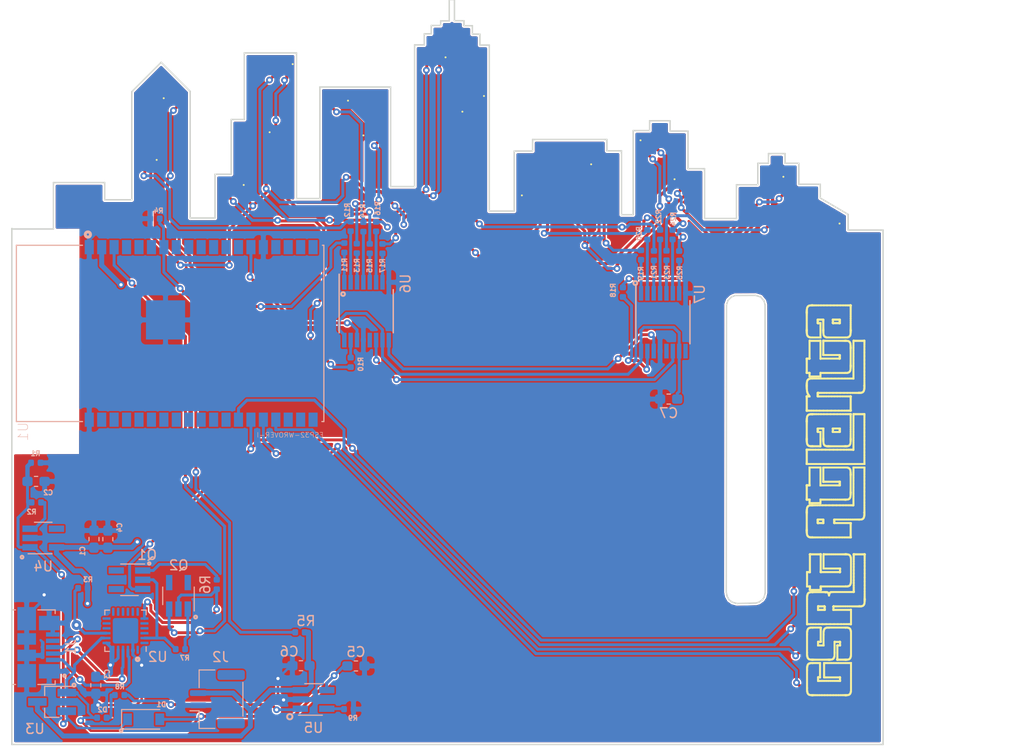
<source format=kicad_pcb>
(kicad_pcb (version 20171130) (host pcbnew "(5.0.1)-4")
  (layers (0 F.Cu signal hide) (31 B.Cu signal) (34 B.Paste user hide) (35 F.Paste user) (36 B.SilkS user) (37 F.SilkS user hide) (38 B.Mask user hide) (39 F.Mask user) (44 Edge.Cuts user hide))
  (net 0 "")
  (net 1 GND)
  (net 2 VBUS)
  (net 3 A13_I35)
  (net 4 VBAT)
  (net 5 RTS)
  (net 6 DTR)
  (net 7 +3.3VA)
  (net 8 "Net-(U4-Pad4)")
  (net 9 "Net-(U2-Pad1)")
  (net 10 "Net-(J1-Pad3)")
  (net 11 "Net-(J1-Pad2)")
  (net 12 "Net-(U2-Pad10)")
  (net 13 "Net-(U2-Pad11)")
  (net 14 "Net-(U2-Pad12)")
  (net 15 "Net-(U2-Pad13)")
  (net 16 "Net-(U2-Pad14)")
  (net 17 "Net-(U2-Pad15)")
  (net 18 "Net-(U2-Pad16)")
  (net 19 "Net-(U2-Pad17)")
  (net 20 "Net-(U2-Pad18)")
  (net 21 TXD0)
  (net 22 RXD0)
  (net 23 "Net-(U2-Pad22)")
  (net 24 "Net-(U2-Pad24)")
  (net 25 RESET)
  (net 26 "Net-(U1-Pad4)")
  (net 27 "Net-(U1-Pad5)")
  (net 28 "Net-(U1-Pad6)")
  (net 29 "Net-(U1-Pad8)")
  (net 30 "Net-(U1-Pad9)")
  (net 31 "Net-(U1-Pad10)")
  (net 32 "Net-(U1-Pad11)")
  (net 33 "Net-(U1-Pad12)")
  (net 34 "Net-(U1-Pad13)")
  (net 35 "Net-(U1-Pad17)")
  (net 36 "Net-(U1-Pad18)")
  (net 37 "Net-(U1-Pad19)")
  (net 38 "Net-(U1-Pad20)")
  (net 39 "Net-(U1-Pad21)")
  (net 40 "Net-(U1-Pad22)")
  (net 41 "Net-(U1-Pad23)")
  (net 42 "Net-(U1-Pad24)")
  (net 43 GPIO0)
  (net 44 "Net-(U1-Pad26)")
  (net 45 "Net-(U1-Pad27)")
  (net 46 "Net-(U1-Pad28)")
  (net 47 "Net-(U1-Pad29)")
  (net 48 "Net-(U1-Pad30)")
  (net 49 "Net-(U1-Pad31)")
  (net 50 "Net-(U1-Pad33)")
  (net 51 "Net-(U1-Pad34)")
  (net 52 "Net-(U1-Pad35)")
  (net 53 "Net-(U1-Pad36)")
  (net 54 "Net-(U1-Pad37)")
  (net 55 "Net-(J1-Pad4)")
  (net 56 "Net-(Q2-Pad1)")
  (net 57 "Net-(Q1-Pad1)")
  (net 58 "Net-(R3-Pad2)")
  (net 59 "Net-(R2-Pad2)")
  (net 60 "Net-(C2-Pad1)")
  (net 61 "Net-(D2-Pad1)")
  (net 62 "Net-(R8-Pad2)")
  (net 63 "Net-(R9-Pad1)")
  (net 64 "Net-(R16-Pad1)")
  (net 65 "Net-(D9-Pad2)")
  (net 66 "Net-(D4-Pad2)")
  (net 67 "Net-(R11-Pad1)")
  (net 68 "Net-(R10-Pad1)")
  (net 69 "Net-(D3-Pad2)")
  (net 70 "Net-(D5-Pad2)")
  (net 71 "Net-(R12-Pad1)")
  (net 72 "Net-(R23-Pad1)")
  (net 73 "Net-(D16-Pad2)")
  (net 74 "Net-(D7-Pad2)")
  (net 75 "Net-(R14-Pad1)")
  (net 76 "Net-(R25-Pad1)")
  (net 77 "Net-(D18-Pad2)")
  (net 78 "Net-(D17-Pad2)")
  (net 79 "Net-(R24-Pad1)")
  (net 80 "Net-(R13-Pad1)")
  (net 81 "Net-(D6-Pad2)")
  (net 82 "Net-(D15-Pad2)")
  (net 83 "Net-(R22-Pad1)")
  (net 84 "Net-(R21-Pad1)")
  (net 85 "Net-(D14-Pad2)")
  (net 86 "Net-(D13-Pad2)")
  (net 87 "Net-(R20-Pad1)")
  (net 88 "Net-(R19-Pad1)")
  (net 89 "Net-(D12-Pad2)")
  (net 90 "Net-(D11-Pad2)")
  (net 91 "Net-(R18-Pad1)")
  (net 92 "Net-(R17-Pad1)")
  (net 93 "Net-(D10-Pad2)")
  (net 94 "Net-(D8-Pad2)")
  (net 95 "Net-(R15-Pad1)")
  (net 96 "Net-(U6-Pad9)")
  (net 97 +3V3)
  (net 98 LED_SHIFT_CLK)
  (net 99 LED_SHIFT_LATCH)
  (net 100 LED_SHIFT_DATA)
  (net 101 "Net-(U7-Pad12)")
  (net 102 "Net-(U7-Pad9)")
  (net 103 "Net-(D10-Pad1)")
  (net 104 "Net-(D11-Pad1)")
  (net 105 LED_SHIFT_CLK')
  (module LED_SMD:LED_0402_1005Metric (layer F.Cu) (at 73.8566 104.4496 180)
    (fp_text reference D7 hide)
    (fp_text value LED)
    (pad 1 smd roundrect (at -0.485 0 180) (size 0.59 0.64) (layers F.Cu F.Paste F.Mask) (net 103 "Net-(D10-Pad1)"))
    (pad 2 smd roundrect (at 0.485 0 180) (size 0.59 0.64) (layers F.Cu F.Paste F.Mask) (net 74 "Net-(D7-Pad2)"))
  )
  (module Connector_JST:JST_GH_BM02B-GHS-TBT_1x02-1MP_P1.25mm_Vertical (layer B.Cu) (at 61.6047 165.5714 90)
    (fp_text reference J2 (at 4.3068 0.3205) (layer B.SilkS) (effects (justify mirror)))
    (fp_text value JST)
    (pad MP smd roundrect (at 2.475 1.4 90) (size 1 2.8) (layers B.Cu B.Paste B.Mask))
    (pad MP smd roundrect (at -2.475 1.4 90) (size 1 2.8) (layers B.Cu B.Paste B.Mask))
    (pad 2 smd roundrect (at 0.625 -1.95 90) (size 0.6 1.7) (layers B.Cu B.Paste B.Mask) (net 4 VBAT))
    (pad 1 smd roundrect (at -0.625 -1.95 90) (size 0.6 1.7) (layers B.Cu B.Paste B.Mask) (net 1 GND))
  )
  (module Resistor_SMD:R_0402_1005Metric (layer B.Cu) (at 106.1866 120.2796 90)
    (fp_text reference R21 (at -1.715 0.01 90) (layer B.SilkS) (effects (font (size 0.5 0.5) (thickness 0.125)) (justify mirror)))
    (fp_text value 200)
    (pad 1 smd roundrect (at -0.485 0 90) (size 0.59 0.64) (layers B.Cu B.Paste B.Mask) (net 84 "Net-(R21-Pad1)"))
    (pad 2 smd roundrect (at 0.485 0 90) (size 0.59 0.64) (layers B.Cu B.Paste B.Mask) (net 85 "Net-(D14-Pad2)"))
  )
  (module Capacitor_SMD:C_0603_1608Metric_Pad1.05x0.95mm_HandSolder (layer B.Cu) (at 49.00676 149.22236 90)
    (fp_text reference C1 (at -1.23224 -1.17016 90) (layer B.SilkS) (effects (font (size 0.5 0.5) (thickness 0.125)) (justify mirror)))
    (fp_text value 1uf)
    (pad 2 smd roundrect (at 0.875 0 90) (size 1.05 0.95) (layers B.Cu B.Paste B.Mask) (net 1 GND))
    (pad 1 smd roundrect (at -0.875 0 90) (size 1.05 0.95) (layers B.Cu B.Paste B.Mask) (net 7 +3.3VA))
  )
  (module Capacitor_SMD:C_0603_1608Metric_Pad1.05x0.95mm_HandSolder (layer B.Cu) (at 43.0898 143.3322)
    (fp_text reference C2 (at 1.2368 1.1424) (layer B.SilkS) (effects (font (size 0.5 0.5) (thickness 0.125)) (justify mirror)))
    (fp_text value 1uf)
    (pad 1 smd roundrect (at -0.875 0) (size 1.05 0.95) (layers B.Cu B.Paste B.Mask) (net 60 "Net-(C2-Pad1)"))
    (pad 2 smd roundrect (at 0.875 0) (size 1.05 0.95) (layers B.Cu B.Paste B.Mask) (net 1 GND))
  )
  (module Capacitor_SMD:C_0603_1608Metric_Pad1.05x0.95mm_HandSolder (layer B.Cu) (at 49.18964 164.15248 270)
    (fp_text reference C3 (at -1.15788 -1.16696 270) (layer B.SilkS) (effects (font (size 0.5 0.5) (thickness 0.125)) (justify mirror)))
    (fp_text value 1uf)
    (pad 2 smd roundrect (at 0.875 0 270) (size 1.05 0.95) (layers B.Cu B.Paste B.Mask) (net 1 GND))
    (pad 1 smd roundrect (at -0.875 0 270) (size 1.05 0.95) (layers B.Cu B.Paste B.Mask) (net 7 +3.3VA))
  )
  (module Capacitor_SMD:C_0603_1608Metric_Pad1.05x0.95mm_HandSolder (layer B.Cu) (at 50.419 149.2263 90)
    (fp_text reference C4 (at 1.1817 1.1976 90) (layer B.SilkS) (effects (font (size 0.5 0.5) (thickness 0.125)) (justify mirror)))
    (fp_text value 1uf)
    (pad 1 smd roundrect (at -0.875 0 90) (size 1.05 0.95) (layers B.Cu B.Paste B.Mask) (net 7 +3.3VA))
    (pad 2 smd roundrect (at 0.875 0 90) (size 1.05 0.95) (layers B.Cu B.Paste B.Mask) (net 1 GND))
  )
  (module Capacitor_SMD:C_0603_1608Metric_Pad1.05x0.95mm_HandSolder (layer B.Cu) (at 75.7568 162.179 180)
    (fp_text reference C5 (at 0 1.43 180) (layer B.SilkS) (effects (justify mirror)))
    (fp_text value 1uf)
    (pad 2 smd roundrect (at 0.875 0 180) (size 1.05 0.95) (layers B.Cu B.Paste B.Mask) (net 2 VBUS))
    (pad 1 smd roundrect (at -0.875 0 180) (size 1.05 0.95) (layers B.Cu B.Paste B.Mask) (net 1 GND))
  )
  (module Capacitor_SMD:C_0603_1608Metric_Pad1.05x0.95mm_HandSolder (layer B.Cu) (at 70.1421 162.1523 180)
    (fp_text reference C6 (at 1.2055 1.4477 180) (layer B.SilkS) (effects (justify mirror)))
    (fp_text value 10uf)
    (pad 1 smd roundrect (at -0.875 0 180) (size 1.05 0.95) (layers B.Cu B.Paste B.Mask) (net 4 VBAT))
    (pad 2 smd roundrect (at 0.875 0 180) (size 1.05 0.95) (layers B.Cu B.Paste B.Mask) (net 1 GND))
  )
  (module LED_SMD:LED_0402_1005Metric (layer F.Cu) (at 87.7416 103.9746 180)
    (fp_text reference D15 hide)
    (fp_text value LED)
    (pad 2 smd roundrect (at 0.485 0 180) (size 0.59 0.64) (layers F.Cu F.Paste F.Mask) (net 82 "Net-(D15-Pad2)"))
    (pad 1 smd roundrect (at -0.485 0 180) (size 0.59 0.64) (layers F.Cu F.Paste F.Mask) (net 104 "Net-(D11-Pad1)"))
  )
  (module LED_SMD:LED_0402_1005Metric (layer F.Cu) (at 105.9066 108.4996)
    (fp_text reference D18 hide)
    (fp_text value LED)
    (pad 1 smd roundrect (at -0.485 0) (size 0.59 0.64) (layers F.Cu F.Paste F.Mask) (net 104 "Net-(D11-Pad1)"))
    (pad 2 smd roundrect (at 0.485 0) (size 0.59 0.64) (layers F.Cu F.Paste F.Mask) (net 77 "Net-(D18-Pad2)"))
  )
  (module LED_SMD:LED_0402_1005Metric (layer F.Cu) (at 109.3816 112.4746)
    (fp_text reference D17 hide)
    (fp_text value LED)
    (pad 2 smd roundrect (at 0.485 0) (size 0.59 0.64) (layers F.Cu F.Paste F.Mask) (net 78 "Net-(D17-Pad2)"))
    (pad 1 smd roundrect (at -0.485 0) (size 0.59 0.64) (layers F.Cu F.Paste F.Mask) (net 104 "Net-(D11-Pad1)"))
  )
  (module LED_SMD:LED_0402_1005Metric (layer F.Cu) (at 124.0516 116.9996 180)
    (fp_text reference D16 hide)
    (fp_text value LED)
    (pad 1 smd roundrect (at -0.485 0 180) (size 0.59 0.64) (layers F.Cu F.Paste F.Mask) (net 104 "Net-(D11-Pad1)"))
    (pad 2 smd roundrect (at 0.485 0 180) (size 0.59 0.64) (layers F.Cu F.Paste F.Mask) (net 73 "Net-(D16-Pad2)"))
  )
  (module LED_SMD:LED_0402_1005Metric (layer F.Cu) (at 87.7166 105.5746)
    (fp_text reference D14 hide)
    (fp_text value LED)
    (pad 2 smd roundrect (at 0.485 0) (size 0.59 0.64) (layers F.Cu F.Paste F.Mask) (net 85 "Net-(D14-Pad2)"))
    (pad 1 smd roundrect (at -0.485 0) (size 0.59 0.64) (layers F.Cu F.Paste F.Mask) (net 104 "Net-(D11-Pad1)"))
  )
  (module LED_SMD:LED_0402_1005Metric (layer F.Cu) (at 93.7916 114.1246)
    (fp_text reference D13 hide)
    (fp_text value LED)
    (pad 1 smd roundrect (at -0.485 0) (size 0.59 0.64) (layers F.Cu F.Paste F.Mask) (net 104 "Net-(D11-Pad1)"))
    (pad 2 smd roundrect (at 0.485 0) (size 0.59 0.64) (layers F.Cu F.Paste F.Mask) (net 86 "Net-(D13-Pad2)"))
  )
  (module LED_SMD:LED_0402_1005Metric (layer F.Cu) (at 100.8666 110.9496)
    (fp_text reference D12 hide)
    (fp_text value LED)
    (pad 1 smd roundrect (at -0.485 0) (size 0.59 0.64) (layers F.Cu F.Paste F.Mask) (net 104 "Net-(D11-Pad1)"))
    (pad 2 smd roundrect (at 0.485 0) (size 0.59 0.64) (layers F.Cu F.Paste F.Mask) (net 89 "Net-(D12-Pad2)"))
  )
  (module LED_SMD:LED_0402_1005Metric (layer F.Cu) (at 118.3166 112.2246 180)
    (fp_text reference D11 hide)
    (fp_text value LED)
    (pad 2 smd roundrect (at 0.485 0 180) (size 0.59 0.64) (layers F.Cu F.Paste F.Mask) (net 90 "Net-(D11-Pad2)"))
    (pad 1 smd roundrect (at -0.485 0 180) (size 0.59 0.64) (layers F.Cu F.Paste F.Mask) (net 104 "Net-(D11-Pad1)"))
  )
  (module LED_SMD:LED_0402_1005Metric (layer F.Cu) (at 68.205 100.72 180)
    (fp_text reference D9 hide)
    (fp_text value LED)
    (pad 1 smd roundrect (at -0.485 0 180) (size 0.59 0.64) (layers F.Cu F.Paste F.Mask) (net 103 "Net-(D10-Pad1)"))
    (pad 2 smd roundrect (at 0.485 0 180) (size 0.59 0.64) (layers F.Cu F.Paste F.Mask) (net 65 "Net-(D9-Pad2)"))
  )
  (module LED_SMD:LED_0402_1005Metric (layer F.Cu) (at 68.0316 107.6746)
    (fp_text reference D8 hide)
    (fp_text value LED)
    (pad 2 smd roundrect (at 0.485 0) (size 0.59 0.64) (layers F.Cu F.Paste F.Mask) (net 94 "Net-(D8-Pad2)"))
    (pad 1 smd roundrect (at -0.485 0) (size 0.59 0.64) (layers F.Cu F.Paste F.Mask) (net 103 "Net-(D10-Pad1)"))
  )
  (module LED_SMD:LED_0402_1005Metric (layer F.Cu) (at 77.6066 107.9996)
    (fp_text reference D6 hide)
    (fp_text value LED)
    (pad 2 smd roundrect (at 0.485 0) (size 0.59 0.64) (layers F.Cu F.Paste F.Mask) (net 81 "Net-(D6-Pad2)"))
    (pad 1 smd roundrect (at -0.485 0) (size 0.59 0.64) (layers F.Cu F.Paste F.Mask) (net 103 "Net-(D10-Pad1)"))
  )
  (module LED_SMD:LED_0402_1005Metric (layer F.Cu) (at 54.3166 110.4996 180)
    (fp_text reference D5 hide)
    (fp_text value LED)
    (pad 1 smd roundrect (at -0.485 0 180) (size 0.59 0.64) (layers F.Cu F.Paste F.Mask) (net 103 "Net-(D10-Pad1)"))
    (pad 2 smd roundrect (at 0.485 0 180) (size 0.59 0.64) (layers F.Cu F.Paste F.Mask) (net 70 "Net-(D5-Pad2)"))
  )
  (module LED_SMD:LED_0402_1005Metric (layer F.Cu) (at 57.2166 104.1996)
    (fp_text reference D4 hide)
    (fp_text value LED)
    (pad 2 smd roundrect (at 0.485 0) (size 0.59 0.64) (layers F.Cu F.Paste F.Mask) (net 66 "Net-(D4-Pad2)"))
    (pad 1 smd roundrect (at -0.485 0) (size 0.59 0.64) (layers F.Cu F.Paste F.Mask) (net 103 "Net-(D10-Pad1)"))
  )
  (module LED_SMD:LED_0402_1005Metric (layer F.Cu) (at 63.205 113.06 180)
    (fp_text reference D3 hide)
    (fp_text value LED)
    (pad 1 smd roundrect (at -0.485 0 180) (size 0.59 0.64) (layers F.Cu F.Paste F.Mask) (net 103 "Net-(D10-Pad1)"))
    (pad 2 smd roundrect (at 0.485 0 180) (size 0.59 0.64) (layers F.Cu F.Paste F.Mask) (net 69 "Net-(D3-Pad2)"))
  )
  (module LED_SMD:LED_0402_1005Metric (layer B.Cu) (at 49.8094 167.4622 180)
    (fp_text reference D2 (at -0.0672 0.8176 180) (layer B.SilkS) (effects (font (size 0.5 0.5) (thickness 0.125)) (justify mirror)))
    (fp_text value D2)
    (pad 2 smd roundrect (at 0.485 0 180) (size 0.59 0.64) (layers B.Cu B.Paste B.Mask) (net 2 VBUS))
    (pad 1 smd roundrect (at -0.485 0 180) (size 0.59 0.64) (layers B.Cu B.Paste B.Mask) (net 61 "Net-(D2-Pad1)"))
  )
  (module LED_SMD:LED_0402_1005Metric (layer F.Cu) (at 83.8166 100.0246 180)
    (fp_text reference D10 hide)
    (fp_text value LED)
    (pad 1 smd roundrect (at -0.485 0 180) (size 0.59 0.64) (layers F.Cu F.Paste F.Mask) (net 103 "Net-(D10-Pad1)"))
    (pad 2 smd roundrect (at 0.485 0 180) (size 0.59 0.64) (layers F.Cu F.Paste F.Mask) (net 93 "Net-(D10-Pad2)"))
  )
  (module Resistor_SMD:R_0402_1005Metric (layer B.Cu) (at 77.1666 119.5596 90)
    (fp_text reference R15 (at -1.745 -0.01 90) (layer B.SilkS) (effects (font (size 0.5 0.5) (thickness 0.125)) (justify mirror)))
    (fp_text value 200)
    (pad 1 smd roundrect (at -0.485 0 90) (size 0.59 0.64) (layers B.Cu B.Paste B.Mask) (net 95 "Net-(R15-Pad1)"))
    (pad 2 smd roundrect (at 0.485 0 90) (size 0.59 0.64) (layers B.Cu B.Paste B.Mask) (net 94 "Net-(D8-Pad2)"))
  )
  (module Resistor_SMD:R_0402_1005Metric (layer B.Cu) (at 78.4666 119.5646 90)
    (fp_text reference R17 (at -1.73 0 90) (layer B.SilkS) (effects (font (size 0.5 0.5) (thickness 0.125)) (justify mirror)))
    (fp_text value 200)
    (pad 2 smd roundrect (at 0.485 0 90) (size 0.59 0.64) (layers B.Cu B.Paste B.Mask) (net 93 "Net-(D10-Pad2)"))
    (pad 1 smd roundrect (at -0.485 0 90) (size 0.59 0.64) (layers B.Cu B.Paste B.Mask) (net 92 "Net-(R17-Pad1)"))
  )
  (module Resistor_SMD:R_0402_1005Metric (layer B.Cu) (at 103.0166 124.0096 90)
    (fp_text reference R18 (at 0.195 -1 90) (layer B.SilkS) (effects (font (size 0.5 0.5) (thickness 0.125)) (justify mirror)))
    (fp_text value 200)
    (pad 1 smd roundrect (at -0.485 0 90) (size 0.59 0.64) (layers B.Cu B.Paste B.Mask) (net 91 "Net-(R18-Pad1)"))
    (pad 2 smd roundrect (at 0.485 0 90) (size 0.59 0.64) (layers B.Cu B.Paste B.Mask) (net 90 "Net-(D11-Pad2)"))
  )
  (module Resistor_SMD:R_0402_1005Metric (layer B.Cu) (at 104.8666 120.2146 90)
    (fp_text reference R19 (at -1.88 -0.01 90) (layer B.SilkS) (effects (font (size 0.5 0.5) (thickness 0.125)) (justify mirror)))
    (fp_text value 200)
    (pad 2 smd roundrect (at 0.485 0 90) (size 0.59 0.64) (layers B.Cu B.Paste B.Mask) (net 89 "Net-(D12-Pad2)"))
    (pad 1 smd roundrect (at -0.485 0 90) (size 0.59 0.64) (layers B.Cu B.Paste B.Mask) (net 88 "Net-(R19-Pad1)"))
  )
  (module Resistor_SMD:R_0402_1005Metric (layer B.Cu) (at 105.5166 118.1396 90)
    (fp_text reference R20 (at 0.125 -0.84 90) (layer B.SilkS) (effects (font (size 0.5 0.5) (thickness 0.125)) (justify mirror)))
    (fp_text value 200)
    (pad 1 smd roundrect (at -0.485 0 90) (size 0.59 0.64) (layers B.Cu B.Paste B.Mask) (net 87 "Net-(R20-Pad1)"))
    (pad 2 smd roundrect (at 0.485 0 90) (size 0.59 0.64) (layers B.Cu B.Paste B.Mask) (net 86 "Net-(D13-Pad2)"))
  )
  (module Resistor_SMD:R_0402_1005Metric (layer B.Cu) (at 106.8166 118.1346 90)
    (fp_text reference R22 (at 1.84 -0.15 90) (layer B.SilkS) (effects (font (size 0.5 0.5) (thickness 0.125)) (justify mirror)))
    (fp_text value 200)
    (pad 1 smd roundrect (at -0.485 0 90) (size 0.59 0.64) (layers B.Cu B.Paste B.Mask) (net 83 "Net-(R22-Pad1)"))
    (pad 2 smd roundrect (at 0.485 0 90) (size 0.59 0.64) (layers B.Cu B.Paste B.Mask) (net 82 "Net-(D15-Pad2)"))
  )
  (module Resistor_SMD:R_0402_1005Metric (layer B.Cu) (at 75.8416 119.5396 90)
    (fp_text reference R13 (at -1.735 0.025 90) (layer B.SilkS) (effects (font (size 0.5 0.5) (thickness 0.125)) (justify mirror)))
    (fp_text value 200)
    (pad 2 smd roundrect (at 0.485 0 90) (size 0.59 0.64) (layers B.Cu B.Paste B.Mask) (net 81 "Net-(D6-Pad2)"))
    (pad 1 smd roundrect (at -0.485 0 90) (size 0.59 0.64) (layers B.Cu B.Paste B.Mask) (net 80 "Net-(R13-Pad1)"))
  )
  (module Resistor_SMD:R_0402_1005Metric (layer B.Cu) (at 108.0916 118.1396 90)
    (fp_text reference R24 (at 1.605 0.085 90) (layer B.SilkS) (effects (font (size 0.5 0.5) (thickness 0.125)) (justify mirror)))
    (fp_text value 200)
    (pad 1 smd roundrect (at -0.485 0 90) (size 0.59 0.64) (layers B.Cu B.Paste B.Mask) (net 79 "Net-(R24-Pad1)"))
    (pad 2 smd roundrect (at 0.485 0 90) (size 0.59 0.64) (layers B.Cu B.Paste B.Mask) (net 78 "Net-(D17-Pad2)"))
  )
  (module Resistor_SMD:R_0402_1005Metric (layer B.Cu) (at 108.7666 120.2896 90)
    (fp_text reference R25 (at -1.745 0.05 90) (layer B.SilkS) (effects (font (size 0.5 0.5) (thickness 0.125)) (justify mirror)))
    (fp_text value 200)
    (pad 2 smd roundrect (at 0.485 0 90) (size 0.59 0.64) (layers B.Cu B.Paste B.Mask) (net 77 "Net-(D18-Pad2)"))
    (pad 1 smd roundrect (at -0.485 0 90) (size 0.59 0.64) (layers B.Cu B.Paste B.Mask) (net 76 "Net-(R25-Pad1)"))
  )
  (module Resistor_SMD:R_0402_1005Metric (layer B.Cu) (at 76.5166 117.3396 90)
    (fp_text reference R14 (at 1.635 -0.07 90) (layer B.SilkS) (effects (font (size 0.5 0.5) (thickness 0.125)) (justify mirror)))
    (fp_text value 200)
    (pad 1 smd roundrect (at -0.485 0 90) (size 0.59 0.64) (layers B.Cu B.Paste B.Mask) (net 75 "Net-(R14-Pad1)"))
    (pad 2 smd roundrect (at 0.485 0 90) (size 0.59 0.64) (layers B.Cu B.Paste B.Mask) (net 74 "Net-(D7-Pad2)"))
  )
  (module Resistor_SMD:R_0402_1005Metric (layer B.Cu) (at 107.4666 120.2646 90)
    (fp_text reference R23 (at -1.72 0.07 90) (layer B.SilkS) (effects (font (size 0.5 0.5) (thickness 0.125)) (justify mirror)))
    (fp_text value 200)
    (pad 2 smd roundrect (at 0.485 0 90) (size 0.59 0.64) (layers B.Cu B.Paste B.Mask) (net 73 "Net-(D16-Pad2)"))
    (pad 1 smd roundrect (at -0.485 0 90) (size 0.59 0.64) (layers B.Cu B.Paste B.Mask) (net 72 "Net-(R23-Pad1)"))
  )
  (module Resistor_SMD:R_0402_1005Metric (layer B.Cu) (at 55.2336 116.4971 180)
    (fp_text reference R4 (at -0.3664 0.8071 180) (layer B.SilkS) (effects (font (size 0.5 0.5) (thickness 0.125)) (justify mirror)))
    (fp_text value 100k)
    (pad 1 smd roundrect (at -0.485 0 180) (size 0.59 0.64) (layers B.Cu B.Paste B.Mask) (net 3 A13_I35))
    (pad 2 smd roundrect (at 0.485 0 180) (size 0.59 0.64) (layers B.Cu B.Paste B.Mask) (net 1 GND))
  )
  (module Resistor_SMD:R_0402_1005Metric (layer B.Cu) (at 47.8676 154.2288 180)
    (fp_text reference R3 (at -0.529 0.8742 180) (layer B.SilkS) (effects (font (size 0.5 0.5) (thickness 0.125)) (justify mirror)))
    (fp_text value 4.7k)
    (pad 2 smd roundrect (at 0.485 0 180) (size 0.59 0.64) (layers B.Cu B.Paste B.Mask) (net 58 "Net-(R3-Pad2)"))
    (pad 1 smd roundrect (at -0.485 0 180) (size 0.59 0.64) (layers B.Cu B.Paste B.Mask) (net 7 +3.3VA))
  )
  (module Resistor_SMD:R_0402_1005Metric (layer B.Cu) (at 43.0657 141.4272)
    (fp_text reference R1 (at -0.0291 -0.9426) (layer B.SilkS) (effects (font (size 0.5 0.5) (thickness 0.125)) (justify mirror)))
    (fp_text value 100k)
    (pad 1 smd roundrect (at -0.485 0) (size 0.59 0.64) (layers B.Cu B.Paste B.Mask) (net 60 "Net-(C2-Pad1)"))
    (pad 2 smd roundrect (at 0.485 0) (size 0.59 0.64) (layers B.Cu B.Paste B.Mask) (net 1 GND))
  )
  (module Resistor_SMD:R_0402_1005Metric (layer B.Cu) (at 75.2166 117.2896 90)
    (fp_text reference R12 (at 1.675 -0.34 90) (layer B.SilkS) (effects (font (size 0.5 0.5) (thickness 0.125)) (justify mirror)))
    (fp_text value 200)
    (pad 2 smd roundrect (at 0.485 0 90) (size 0.59 0.64) (layers B.Cu B.Paste B.Mask) (net 70 "Net-(D5-Pad2)"))
    (pad 1 smd roundrect (at -0.485 0 90) (size 0.59 0.64) (layers B.Cu B.Paste B.Mask) (net 71 "Net-(R12-Pad1)"))
  )
  (module Resistor_SMD:R_0402_1005Metric (layer B.Cu) (at 70.0405 158.7373 180)
    (fp_text reference R5 (at -0.6061 1.1527 180) (layer B.SilkS) (effects (justify mirror)))
    (fp_text value 100k)
    (pad 1 smd roundrect (at -0.485 0 180) (size 0.59 0.64) (layers B.Cu B.Paste B.Mask) (net 4 VBAT))
    (pad 2 smd roundrect (at 0.485 0 180) (size 0.59 0.64) (layers B.Cu B.Paste B.Mask) (net 3 A13_I35))
  )
  (module Resistor_SMD:R_0402_1005Metric (layer B.Cu) (at 61.5442 153.8592 270)
    (fp_text reference R6 (at 0 1.17 270) (layer B.SilkS) (effects (justify mirror)))
    (fp_text value 10k)
    (pad 2 smd roundrect (at 0.485 0 270) (size 0.59 0.64) (layers B.Cu B.Paste B.Mask) (net 5 RTS))
    (pad 1 smd roundrect (at -0.485 0 270) (size 0.59 0.64) (layers B.Cu B.Paste B.Mask) (net 57 "Net-(Q1-Pad1)"))
  )
  (module Resistor_SMD:R_0402_1005Metric (layer B.Cu) (at 57.8316 160.4646 180)
    (fp_text reference R7 (at -0.4475 -0.8993 180) (layer B.SilkS) (effects (font (size 0.5 0.5) (thickness 0.125)) (justify mirror)))
    (fp_text value 10k)
    (pad 1 smd roundrect (at -0.485 0 180) (size 0.59 0.64) (layers B.Cu B.Paste B.Mask) (net 56 "Net-(Q2-Pad1)"))
    (pad 2 smd roundrect (at 0.485 0 180) (size 0.59 0.64) (layers B.Cu B.Paste B.Mask) (net 6 DTR))
  )
  (module Resistor_SMD:R_0402_1005Metric (layer B.Cu) (at 51.6242 165.1508)
    (fp_text reference R8 (at 0.0224 -0.8562) (layer B.SilkS) (effects (font (size 0.5 0.5) (thickness 0.125)) (justify mirror)))
    (fp_text value 1k1)
    (pad 2 smd roundrect (at 0.485 0) (size 0.59 0.64) (layers B.Cu B.Paste B.Mask) (net 62 "Net-(R8-Pad2)"))
    (pad 1 smd roundrect (at -0.485 0) (size 0.59 0.64) (layers B.Cu B.Paste B.Mask) (net 61 "Net-(D2-Pad1)"))
  )
  (module Resistor_SMD:R_0402_1005Metric (layer B.Cu) (at 75.025 166.59)
    (fp_text reference R9 (at 0.426 0.9151) (layer B.SilkS) (effects (font (size 0.5 0.5) (thickness 0.125)) (justify mirror)))
    (fp_text value 4.7k)
    (pad 2 smd roundrect (at 0.485 0) (size 0.59 0.64) (layers B.Cu B.Paste B.Mask) (net 1 GND))
    (pad 1 smd roundrect (at -0.485 0) (size 0.59 0.64) (layers B.Cu B.Paste B.Mask) (net 63 "Net-(R9-Pad1)"))
  )
  (module Resistor_SMD:R_0402_1005Metric (layer B.Cu) (at 75.2166 131.1746 270)
    (fp_text reference R10 (at 0.19 -1.03 270) (layer B.SilkS) (effects (font (size 0.5 0.5) (thickness 0.125)) (justify mirror)))
    (fp_text value 200)
    (pad 2 smd roundrect (at 0.485 0 270) (size 0.59 0.64) (layers B.Cu B.Paste B.Mask) (net 69 "Net-(D3-Pad2)"))
    (pad 1 smd roundrect (at -0.485 0 270) (size 0.59 0.64) (layers B.Cu B.Paste B.Mask) (net 68 "Net-(R10-Pad1)"))
  )
  (module Resistor_SMD:R_0402_1005Metric (layer B.Cu) (at 74.5666 119.4746 90)
    (fp_text reference R11 (at -1.77 0.03 90) (layer B.SilkS) (effects (font (size 0.5 0.5) (thickness 0.125)) (justify mirror)))
    (fp_text value 200)
    (pad 1 smd roundrect (at -0.485 0 90) (size 0.59 0.64) (layers B.Cu B.Paste B.Mask) (net 67 "Net-(R11-Pad1)"))
    (pad 2 smd roundrect (at 0.485 0 90) (size 0.59 0.64) (layers B.Cu B.Paste B.Mask) (net 66 "Net-(D4-Pad2)"))
  )
  (module Resistor_SMD:R_0402_1005Metric (layer B.Cu) (at 77.8166 117.3146 90)
    (fp_text reference R16 (at 1.86 0.16 90) (layer B.SilkS) (effects (font (size 0.5 0.5) (thickness 0.125)) (justify mirror)))
    (fp_text value 200)
    (pad 2 smd roundrect (at 0.485 0 90) (size 0.59 0.64) (layers B.Cu B.Paste B.Mask) (net 65 "Net-(D9-Pad2)"))
    (pad 1 smd roundrect (at -0.485 0 90) (size 0.59 0.64) (layers B.Cu B.Paste B.Mask) (net 64 "Net-(R16-Pad1)"))
  )
  (module Resistor_SMD:R_0402_1005Metric (layer B.Cu) (at 43.1152 145.4785)
    (fp_text reference R2 (at -0.4786 0.9661) (layer B.SilkS) (effects (font (size 0.5 0.5) (thickness 0.125)) (justify mirror)))
    (fp_text value 100k)
    (pad 1 smd roundrect (at -0.485 0) (size 0.59 0.64) (layers B.Cu B.Paste B.Mask) (net 60 "Net-(C2-Pad1)"))
    (pad 2 smd roundrect (at 0.485 0) (size 0.59 0.64) (layers B.Cu B.Paste B.Mask) (net 59 "Net-(R2-Pad2)"))
  )
  (module Capacitor_SMD:C_0603_1608Metric_Pad1.05x0.95mm_HandSolder (layer B.Cu) (at 107.6916 134.9246)
    (fp_text reference C7 (at 0 1.43) (layer B.SilkS) (effects (justify mirror)))
    (fp_text value .1uf)
    (pad 1 smd roundrect (at -0.875 0) (size 1.05 0.95) (layers B.Cu B.Paste B.Mask) (net 1 GND))
    (pad 2 smd roundrect (at 0.875 0) (size 1.05 0.95) (layers B.Cu B.Paste B.Mask) (net 97 +3V3))
  )
  (module Package_SO:TSSOP-16_4.4x5mm_P0.65mm (layer B.Cu) (at 107.1416 127.0746 270)
    (fp_text reference U7 (at -2.87 -3.725 270) (layer B.SilkS) (effects (justify mirror)))
    (fp_text value 74HC595)
    (pad 16 smd rect (at 2.95 2.275 270) (size 1.5 0.45) (layers B.Cu B.Paste B.Mask) (net 97 +3V3))
    (pad 15 smd rect (at 2.95 1.625 270) (size 1.5 0.45) (layers B.Cu B.Paste B.Mask) (net 91 "Net-(R18-Pad1)"))
    (pad 14 smd rect (at 2.95 0.975 270) (size 1.5 0.45) (layers B.Cu B.Paste B.Mask) (net 96 "Net-(U6-Pad9)"))
    (pad 13 smd rect (at 2.95 0.325 270) (size 1.5 0.45) (layers B.Cu B.Paste B.Mask) (net 1 GND))
    (pad 12 smd rect (at 2.95 -0.325 270) (size 1.5 0.45) (layers B.Cu B.Paste B.Mask) (net 101 "Net-(U7-Pad12)"))
    (pad 11 smd rect (at 2.95 -0.975 270) (size 1.5 0.45) (layers B.Cu B.Paste B.Mask) (net 98 LED_SHIFT_CLK))
    (pad 10 smd rect (at 2.95 -1.625 270) (size 1.5 0.45) (layers B.Cu B.Paste B.Mask) (net 97 +3V3))
    (pad 9 smd rect (at 2.95 -2.275 270) (size 1.5 0.45) (layers B.Cu B.Paste B.Mask) (net 102 "Net-(U7-Pad9)"))
    (pad 8 smd rect (at -2.95 -2.275 270) (size 1.5 0.45) (layers B.Cu B.Paste B.Mask) (net 1 GND))
    (pad 7 smd rect (at -2.95 -1.625 270) (size 1.5 0.45) (layers B.Cu B.Paste B.Mask) (net 76 "Net-(R25-Pad1)"))
    (pad 6 smd rect (at -2.95 -0.975 270) (size 1.5 0.45) (layers B.Cu B.Paste B.Mask) (net 79 "Net-(R24-Pad1)"))
    (pad 5 smd rect (at -2.95 -0.325 270) (size 1.5 0.45) (layers B.Cu B.Paste B.Mask) (net 72 "Net-(R23-Pad1)"))
    (pad 4 smd rect (at -2.95 0.325 270) (size 1.5 0.45) (layers B.Cu B.Paste B.Mask) (net 83 "Net-(R22-Pad1)"))
    (pad 3 smd rect (at -2.95 0.975 270) (size 1.5 0.45) (layers B.Cu B.Paste B.Mask) (net 84 "Net-(R21-Pad1)"))
    (pad 2 smd rect (at -2.95 1.625 270) (size 1.5 0.45) (layers B.Cu B.Paste B.Mask) (net 87 "Net-(R20-Pad1)"))
    (pad 1 smd rect (at -2.95 2.275 270) (size 1.5 0.45) (layers B.Cu B.Paste B.Mask) (net 88 "Net-(R19-Pad1)"))
  )
  (module Package_SO:TSSOP-16_4.4x5mm_P0.65mm (layer B.Cu) (at 76.8416 125.9496 270)
    (fp_text reference U6 (at -2.825 -3.975 270) (layer B.SilkS) (effects (justify mirror)))
    (fp_text value 74HC595)
    (pad 1 smd rect (at -2.95 2.275 270) (size 1.5 0.45) (layers B.Cu B.Paste B.Mask) (net 67 "Net-(R11-Pad1)"))
    (pad 2 smd rect (at -2.95 1.625 270) (size 1.5 0.45) (layers B.Cu B.Paste B.Mask) (net 71 "Net-(R12-Pad1)"))
    (pad 3 smd rect (at -2.95 0.975 270) (size 1.5 0.45) (layers B.Cu B.Paste B.Mask) (net 80 "Net-(R13-Pad1)"))
    (pad 4 smd rect (at -2.95 0.325 270) (size 1.5 0.45) (layers B.Cu B.Paste B.Mask) (net 75 "Net-(R14-Pad1)"))
    (pad 5 smd rect (at -2.95 -0.325 270) (size 1.5 0.45) (layers B.Cu B.Paste B.Mask) (net 95 "Net-(R15-Pad1)"))
    (pad 6 smd rect (at -2.95 -0.975 270) (size 1.5 0.45) (layers B.Cu B.Paste B.Mask) (net 64 "Net-(R16-Pad1)"))
    (pad 7 smd rect (at -2.95 -1.625 270) (size 1.5 0.45) (layers B.Cu B.Paste B.Mask) (net 92 "Net-(R17-Pad1)"))
    (pad 8 smd rect (at -2.95 -2.275 270) (size 1.5 0.45) (layers B.Cu B.Paste B.Mask) (net 1 GND))
    (pad 9 smd rect (at 2.95 -2.275 270) (size 1.5 0.45) (layers B.Cu B.Paste B.Mask) (net 96 "Net-(U6-Pad9)"))
    (pad 10 smd rect (at 2.95 -1.625 270) (size 1.5 0.45) (layers B.Cu B.Paste B.Mask) (net 97 +3V3))
    (pad 11 smd rect (at 2.95 -0.975 270) (size 1.5 0.45) (layers B.Cu B.Paste B.Mask) (net 98 LED_SHIFT_CLK))
    (pad 12 smd rect (at 2.95 -0.325 270) (size 1.5 0.45) (layers B.Cu B.Paste B.Mask) (net 99 LED_SHIFT_LATCH))
    (pad 13 smd rect (at 2.95 0.325 270) (size 1.5 0.45) (layers B.Cu B.Paste B.Mask) (net 1 GND))
    (pad 14 smd rect (at 2.95 0.975 270) (size 1.5 0.45) (layers B.Cu B.Paste B.Mask) (net 100 LED_SHIFT_DATA))
    (pad 15 smd rect (at 2.95 1.625 270) (size 1.5 0.45) (layers B.Cu B.Paste B.Mask) (net 68 "Net-(R10-Pad1)"))
    (pad 16 smd rect (at 2.95 2.275 270) (size 1.5 0.45) (layers B.Cu B.Paste B.Mask) (net 97 +3V3))
  )
  (module ESP32-WROVER-I:XCVR_ESP32-WROVER-I (layer B.Cu) (at 56.7817 128.2192 270)
    (fp_text reference U1 (at 10.0354 15.0151 270) (layer B.SilkS) (effects (font (size 1.00087 1.00087) (thickness 0.05)) (justify mirror)))
    (fp_text value ESP32-WROVER-I (at 10.3754 -12.2549) (layer B.SilkS) (effects (font (size 0.5 0.5) (thickness 0.05)) (justify mirror)))
    (pad 39 smd rect (at -1.38 0.47 270) (size 4 4) (layers B.Cu B.Paste B.Mask) (net 1 GND))
    (pad 38 smd rect (at 8.81 8.26 90) (size 1.45 0.93) (layers B.Cu B.Paste B.Mask) (net 1 GND))
    (pad 37 smd rect (at 8.81 6.99 90) (size 1.45 0.93) (layers B.Cu B.Paste B.Mask) (net 54 "Net-(U1-Pad37)"))
    (pad 36 smd rect (at 8.81 5.72 90) (size 1.45 0.93) (layers B.Cu B.Paste B.Mask) (net 53 "Net-(U1-Pad36)"))
    (pad 35 smd rect (at 8.81 4.45 90) (size 1.45 0.93) (layers B.Cu B.Paste B.Mask) (net 52 "Net-(U1-Pad35)"))
    (pad 34 smd rect (at 8.81 3.18 90) (size 1.45 0.93) (layers B.Cu B.Paste B.Mask) (net 51 "Net-(U1-Pad34)"))
    (pad 33 smd rect (at 8.81 1.91 90) (size 1.45 0.93) (layers B.Cu B.Paste B.Mask) (net 50 "Net-(U1-Pad33)"))
    (pad 32 smd rect (at 8.81 0.64 90) (size 1.45 0.93) (layers B.Cu B.Paste B.Mask))
    (pad 31 smd rect (at 8.81 -0.63 90) (size 1.45 0.93) (layers B.Cu B.Paste B.Mask) (net 49 "Net-(U1-Pad31)"))
    (pad 30 smd rect (at 8.81 -1.9 90) (size 1.45 0.93) (layers B.Cu B.Paste B.Mask) (net 48 "Net-(U1-Pad30)"))
    (pad 29 smd rect (at 8.81 -3.17 90) (size 1.45 0.93) (layers B.Cu B.Paste B.Mask) (net 47 "Net-(U1-Pad29)"))
    (pad 28 smd rect (at 8.81 -4.44 90) (size 1.45 0.93) (layers B.Cu B.Paste B.Mask) (net 46 "Net-(U1-Pad28)"))
    (pad 27 smd rect (at 8.81 -5.71 90) (size 1.45 0.93) (layers B.Cu B.Paste B.Mask) (net 45 "Net-(U1-Pad27)"))
    (pad 26 smd rect (at 8.81 -6.98 90) (size 1.45 0.93) (layers B.Cu B.Paste B.Mask) (net 44 "Net-(U1-Pad26)"))
    (pad 25 smd rect (at 8.81 -8.25 90) (size 1.45 0.93) (layers B.Cu B.Paste B.Mask) (net 43 GPIO0))
    (pad 24 smd rect (at 8.81 -9.52 90) (size 1.45 0.93) (layers B.Cu B.Paste B.Mask) (net 42 "Net-(U1-Pad24)"))
    (pad 23 smd rect (at 8.81 -10.79 90) (size 1.45 0.93) (layers B.Cu B.Paste B.Mask) (net 41 "Net-(U1-Pad23)"))
    (pad 22 smd rect (at 8.81 -12.06 90) (size 1.45 0.93) (layers B.Cu B.Paste B.Mask) (net 40 "Net-(U1-Pad22)"))
    (pad 21 smd rect (at 8.81 -13.33 90) (size 1.45 0.93) (layers B.Cu B.Paste B.Mask) (net 39 "Net-(U1-Pad21)"))
    (pad 20 smd rect (at 8.81 -14.6 90) (size 1.45 0.93) (layers B.Cu B.Paste B.Mask) (net 38 "Net-(U1-Pad20)"))
    (pad 19 smd rect (at -8.81 -14.6 270) (size 1.45 0.93) (layers B.Cu B.Paste B.Mask) (net 37 "Net-(U1-Pad19)"))
    (pad 18 smd rect (at -8.81 -13.33 270) (size 1.45 0.93) (layers B.Cu B.Paste B.Mask) (net 36 "Net-(U1-Pad18)"))
    (pad 17 smd rect (at -8.81 -12.06 270) (size 1.45 0.93) (layers B.Cu B.Paste B.Mask) (net 35 "Net-(U1-Pad17)"))
    (pad 16 smd rect (at -8.81 -10.79 270) (size 1.45 0.93) (layers B.Cu B.Paste B.Mask) (net 105 LED_SHIFT_CLK'))
    (pad 15 smd rect (at -8.81 -9.52 270) (size 1.45 0.93) (layers B.Cu B.Paste B.Mask) (net 1 GND))
    (pad 14 smd rect (at -8.81 -8.25 270) (size 1.45 0.93) (layers B.Cu B.Paste B.Mask) (net 100 LED_SHIFT_DATA))
    (pad 13 smd rect (at -8.81 -6.98 270) (size 1.45 0.93) (layers B.Cu B.Paste B.Mask) (net 34 "Net-(U1-Pad13)"))
    (pad 12 smd rect (at -8.81 -5.71 270) (size 1.45 0.93) (layers B.Cu B.Paste B.Mask) (net 33 "Net-(U1-Pad12)"))
    (pad 11 smd rect (at -8.81 -4.44 270) (size 1.45 0.93) (layers B.Cu B.Paste B.Mask) (net 32 "Net-(U1-Pad11)"))
    (pad 10 smd rect (at -8.81 -3.17 270) (size 1.45 0.93) (layers B.Cu B.Paste B.Mask) (net 31 "Net-(U1-Pad10)"))
    (pad 9 smd rect (at -8.81 -1.9 270) (size 1.45 0.93) (layers B.Cu B.Paste B.Mask) (net 30 "Net-(U1-Pad9)"))
    (pad 8 smd rect (at -8.81 -0.63 270) (size 1.45 0.93) (layers B.Cu B.Paste B.Mask) (net 29 "Net-(U1-Pad8)"))
    (pad 7 smd rect (at -8.81 0.64 270) (size 1.45 0.93) (layers B.Cu B.Paste B.Mask) (net 3 A13_I35))
    (pad 6 smd rect (at -8.81 1.91 270) (size 1.45 0.93) (layers B.Cu B.Paste B.Mask) (net 28 "Net-(U1-Pad6)"))
    (pad 5 smd rect (at -8.81 3.18 270) (size 1.45 0.93) (layers B.Cu B.Paste B.Mask) (net 27 "Net-(U1-Pad5)"))
    (pad 4 smd rect (at -8.81 4.45 270) (size 1.45 0.93) (layers B.Cu B.Paste B.Mask) (net 26 "Net-(U1-Pad4)"))
    (pad 3 smd rect (at -8.81 5.72 270) (size 1.45 0.93) (layers B.Cu B.Paste B.Mask) (net 25 RESET))
    (pad 2 smd rect (at -8.81 6.99 270) (size 1.45 0.93) (layers B.Cu B.Paste B.Mask) (net 7 +3.3VA))
    (pad 1 smd rect (at -8.81 8.26 270) (size 1.45 0.93) (layers B.Cu B.Paste B.Mask) (net 1 GND))
  )
  (module Diode_SMD:D_SOD-123 (layer B.Cu) (at 54.0756 167.6273)
    (fp_text reference D1 (at 1.801 -1.5127) (layer B.SilkS) (effects (font (size 0.5 0.5) (thickness 0.125)) (justify mirror)))
    (fp_text value MBR120)
    (pad 2 smd rect (at 1.65 0) (size 0.9 1.2) (layers B.Cu B.Paste B.Mask) (net 2 VBUS))
    (pad 1 smd rect (at -1.65 0) (size 0.9 1.2) (layers B.Cu B.Paste B.Mask) (net 60 "Net-(C2-Pad1)"))
  )
  (module Connector_USB:USB_Micro-B_Molex_47346-0001 (layer B.Cu) (at 43.3324 160.2613 90)
    (fp_text reference J1 (at 0 3.3 90) (layer B.SilkS) (effects (justify mirror)))
    (fp_text value USB_B_Micro)
    (pad 6 smd rect (at 0.84 -1.2 90) (size 1.175 1.9) (layers B.Cu B.Paste B.Mask) (net 1 GND))
    (pad 6 smd rect (at -0.84 -1.2 90) (size 1.175 1.9) (layers B.Cu B.Paste B.Mask) (net 1 GND))
    (pad 6 smd rect (at 2.91 -1.2 90) (size 2.375 1.9) (layers B.Cu B.Paste B.Mask) (net 1 GND))
    (pad 6 smd rect (at -2.91 -1.2 90) (size 2.375 1.9) (layers B.Cu B.Paste B.Mask) (net 1 GND))
    (pad 6 smd rect (at 2.4625 1.1 90) (size 1.475 2.1) (layers B.Cu B.Paste B.Mask) (net 1 GND))
    (pad 6 smd rect (at -2.4625 1.1 90) (size 1.475 2.1) (layers B.Cu B.Paste B.Mask) (net 1 GND))
    (pad 5 smd rect (at 1.3 1.46 90) (size 0.45 1.38) (layers B.Cu B.Paste B.Mask) (net 1 GND))
    (pad 4 smd rect (at 0.65 1.46 90) (size 0.45 1.38) (layers B.Cu B.Paste B.Mask) (net 55 "Net-(J1-Pad4)"))
    (pad 3 smd rect (at 0 1.46 90) (size 0.45 1.38) (layers B.Cu B.Paste B.Mask) (net 10 "Net-(J1-Pad3)"))
    (pad 2 smd rect (at -0.65 1.46 90) (size 0.45 1.38) (layers B.Cu B.Paste B.Mask) (net 11 "Net-(J1-Pad2)"))
    (pad 1 smd rect (at -1.3 1.46 90) (size 0.45 1.38) (layers B.Cu B.Paste B.Mask) (net 2 VBUS))
  )
  (module Package_DFN_QFN:QFN-24-1EP_4x4mm_P0.5mm_EP2.6x2.6mm (layer B.Cu) (at 52.2224 158.5849 90)
    (fp_text reference U2 (at -2.66446 3.29692 180) (layer B.SilkS) (effects (justify mirror)))
    (fp_text value CP2104)
    (pad 24 smd roundrect (at -1.25 1.9375 90) (size 0.25 0.825) (layers B.Cu B.Paste B.Mask) (net 24 "Net-(U2-Pad24)"))
    (pad 23 smd roundrect (at -0.75 1.9375 90) (size 0.25 0.825) (layers B.Cu B.Paste B.Mask) (net 6 DTR))
    (pad 22 smd roundrect (at -0.25 1.9375 90) (size 0.25 0.825) (layers B.Cu B.Paste B.Mask) (net 23 "Net-(U2-Pad22)"))
    (pad 21 smd roundrect (at 0.25 1.9375 90) (size 0.25 0.825) (layers B.Cu B.Paste B.Mask) (net 22 RXD0))
    (pad 20 smd roundrect (at 0.75 1.9375 90) (size 0.25 0.825) (layers B.Cu B.Paste B.Mask) (net 21 TXD0))
    (pad 19 smd roundrect (at 1.25 1.9375 90) (size 0.25 0.825) (layers B.Cu B.Paste B.Mask) (net 5 RTS))
    (pad 18 smd roundrect (at 1.9375 1.25 90) (size 0.825 0.25) (layers B.Cu B.Paste B.Mask) (net 20 "Net-(U2-Pad18)"))
    (pad 17 smd roundrect (at 1.9375 0.75 90) (size 0.825 0.25) (layers B.Cu B.Paste B.Mask) (net 19 "Net-(U2-Pad17)"))
    (pad 16 smd roundrect (at 1.9375 0.25 90) (size 0.825 0.25) (layers B.Cu B.Paste B.Mask) (net 18 "Net-(U2-Pad16)"))
    (pad 15 smd roundrect (at 1.9375 -0.25 90) (size 0.825 0.25) (layers B.Cu B.Paste B.Mask) (net 17 "Net-(U2-Pad15)"))
    (pad 14 smd roundrect (at 1.9375 -0.75 90) (size 0.825 0.25) (layers B.Cu B.Paste B.Mask) (net 16 "Net-(U2-Pad14)"))
    (pad 13 smd roundrect (at 1.9375 -1.25 90) (size 0.825 0.25) (layers B.Cu B.Paste B.Mask) (net 15 "Net-(U2-Pad13)"))
    (pad 12 smd roundrect (at 1.25 -1.9375 90) (size 0.25 0.825) (layers B.Cu B.Paste B.Mask) (net 14 "Net-(U2-Pad12)"))
    (pad 11 smd roundrect (at 0.75 -1.9375 90) (size 0.25 0.825) (layers B.Cu B.Paste B.Mask) (net 13 "Net-(U2-Pad11)"))
    (pad 10 smd roundrect (at 0.25 -1.9375 90) (size 0.25 0.825) (layers B.Cu B.Paste B.Mask) (net 12 "Net-(U2-Pad10)"))
    (pad 9 smd roundrect (at -0.25 -1.9375 90) (size 0.25 0.825) (layers B.Cu B.Paste B.Mask) (net 58 "Net-(R3-Pad2)"))
    (pad 8 smd roundrect (at -0.75 -1.9375 90) (size 0.25 0.825) (layers B.Cu B.Paste B.Mask) (net 2 VBUS))
    (pad 7 smd roundrect (at -1.25 -1.9375 90) (size 0.25 0.825) (layers B.Cu B.Paste B.Mask) (net 7 +3.3VA))
    (pad 6 smd roundrect (at -1.9375 -1.25 90) (size 0.825 0.25) (layers B.Cu B.Paste B.Mask) (net 7 +3.3VA))
    (pad 5 smd roundrect (at -1.9375 -0.75 90) (size 0.825 0.25) (layers B.Cu B.Paste B.Mask) (net 7 +3.3VA))
    (pad 4 smd roundrect (at -1.9375 -0.25 90) (size 0.825 0.25) (layers B.Cu B.Paste B.Mask) (net 11 "Net-(J1-Pad2)"))
    (pad 3 smd roundrect (at -1.9375 0.25 90) (size 0.825 0.25) (layers B.Cu B.Paste B.Mask) (net 10 "Net-(J1-Pad3)"))
    (pad 2 smd roundrect (at -1.9375 0.75 90) (size 0.825 0.25) (layers B.Cu B.Paste B.Mask) (net 1 GND))
    (pad 1 smd roundrect (at -1.9375 1.25 90) (size 0.825 0.25) (layers B.Cu B.Paste B.Mask) (net 9 "Net-(U2-Pad1)"))
    (pad 25 smd roundrect (at 0 0 90) (size 2.6 2.6) (layers B.Cu B.Mask) (roundrect_rratio 0.096154) (net 1 GND))
  )
  (module Package_TO_SOT_SMD:SOT-23-5_HandSoldering (layer B.Cu) (at 52.6288 153.3779 180)
    (fp_text reference Q1 (at -1.8034 2.54 180) (layer B.SilkS) (effects (justify mirror)))
    (fp_text value MMBT2222)
    (pad 5 smd rect (at 1.35 0.95 180) (size 1.56 0.65) (layers B.Cu B.Paste B.Mask))
    (pad 4 smd rect (at 1.35 -0.95 180) (size 1.56 0.65) (layers B.Cu B.Paste B.Mask))
    (pad 3 smd rect (at -1.35 -0.95 180) (size 1.56 0.65) (layers B.Cu B.Paste B.Mask) (net 43 GPIO0))
    (pad 2 smd rect (at -1.35 0 180) (size 1.56 0.65) (layers B.Cu B.Paste B.Mask) (net 6 DTR))
    (pad 1 smd rect (at -1.35 0.95 180) (size 1.56 0.65) (layers B.Cu B.Paste B.Mask) (net 57 "Net-(Q1-Pad1)"))
  )
  (module Package_TO_SOT_SMD:SOT-23-5_HandSoldering (layer B.Cu) (at 57.6326 155.0162 90)
    (fp_text reference Q2 (at 3.1242 0.0254 180) (layer B.SilkS) (effects (justify mirror)))
    (fp_text value MMBT2222)
    (pad 5 smd rect (at 1.35 0.95 90) (size 1.56 0.65) (layers B.Cu B.Paste B.Mask))
    (pad 4 smd rect (at 1.35 -0.95 90) (size 1.56 0.65) (layers B.Cu B.Paste B.Mask))
    (pad 3 smd rect (at -1.35 -0.95 90) (size 1.56 0.65) (layers B.Cu B.Paste B.Mask) (net 25 RESET))
    (pad 2 smd rect (at -1.35 0 90) (size 1.56 0.65) (layers B.Cu B.Paste B.Mask) (net 5 RTS))
    (pad 1 smd rect (at -1.35 0.95 90) (size 1.56 0.65) (layers B.Cu B.Paste B.Mask) (net 56 "Net-(Q2-Pad1)"))
  )
  (module Package_TO_SOT_SMD:SOT-23-5_HandSoldering (layer B.Cu) (at 43.8239 149.1132)
    (fp_text reference U4 (at 0 2.9) (layer B.SilkS) (effects (justify mirror)))
    (fp_text value AP2112K-3.3)
    (pad 5 smd rect (at 1.35 0.95) (size 1.56 0.65) (layers B.Cu B.Paste B.Mask) (net 7 +3.3VA))
    (pad 4 smd rect (at 1.35 -0.95) (size 1.56 0.65) (layers B.Cu B.Paste B.Mask) (net 8 "Net-(U4-Pad4)"))
    (pad 3 smd rect (at -1.35 -0.95) (size 1.56 0.65) (layers B.Cu B.Paste B.Mask) (net 59 "Net-(R2-Pad2)"))
    (pad 2 smd rect (at -1.35 0) (size 1.56 0.65) (layers B.Cu B.Paste B.Mask) (net 1 GND))
    (pad 1 smd rect (at -1.35 0.95) (size 1.56 0.65) (layers B.Cu B.Paste B.Mask) (net 60 "Net-(C2-Pad1)"))
  )
  (module Package_TO_SOT_SMD:SOT-23-5_HandSoldering (layer B.Cu) (at 71.4286 165.5978)
    (fp_text reference U5 (at 0 2.9) (layer B.SilkS) (effects (justify mirror)))
    (fp_text value MCP73831-2-OT)
    (pad 5 smd rect (at 1.35 0.95) (size 1.56 0.65) (layers B.Cu B.Paste B.Mask) (net 63 "Net-(R9-Pad1)"))
    (pad 4 smd rect (at 1.35 -0.95) (size 1.56 0.65) (layers B.Cu B.Paste B.Mask) (net 2 VBUS))
    (pad 3 smd rect (at -1.35 -0.95) (size 1.56 0.65) (layers B.Cu B.Paste B.Mask) (net 4 VBAT))
    (pad 2 smd rect (at -1.35 0) (size 1.56 0.65) (layers B.Cu B.Paste B.Mask) (net 1 GND))
    (pad 1 smd rect (at -1.35 0.95) (size 1.56 0.65) (layers B.Cu B.Paste B.Mask) (net 62 "Net-(R8-Pad2)"))
  )
  (module Package_TO_SOT_SMD:SOT-23_Handsoldering (layer B.Cu) (at 44.728 165.8468 180)
    (fp_text reference U3 (at 1.7512 -2.7584 180) (layer B.SilkS) (effects (justify mirror)))
    (fp_text value DMG3415U)
    (pad 3 smd rect (at 1.5 0 180) (size 1.9 0.8) (layers B.Cu B.Paste B.Mask) (net 4 VBAT))
    (pad 2 smd rect (at -1.5 -0.95 180) (size 1.9 0.8) (layers B.Cu B.Paste B.Mask) (net 60 "Net-(C2-Pad1)"))
    (pad 1 smd rect (at -1.5 0.95 180) (size 1.9 0.8) (layers B.Cu B.Paste B.Mask) (net 2 VBUS))
  )
  (module GSRTBadge:GSRT-Fixed_Text (layer F.Cu) (at 124.72 145.18 90)
    (fp_text reference "" hide)
    (fp_text value "" hide)
    (fp_poly (pts (xy -11.058357 -2.897935) (xy -10.764388 -2.896268) (xy -10.511761 -2.893533) (xy -10.302306 -2.889763) (xy -10.137848 -2.884993) (xy -10.020217 -2.879257) (xy -9.95124 -2.87259) (xy -9.943522 -2.871165) (xy -9.782724 -2.814203) (xy -9.652184 -2.72069) (xy -9.600436 -2.661492) (xy -9.585895 -2.639937) (xy -9.574203 -2.614961) (xy -9.564989 -2.580998) (xy -9.557884 -2.532481) (xy -9.552518 -2.463844) (xy -9.548518 -2.369521) (xy -9.545517 -2.243944) (xy -9.543142 -2.081548) (xy -9.541024 -1.876765) (xy -9.5399 -1.751568) (xy -9.532553 -0.913385) (xy -9.60817 -0.837768) (xy -9.676226 -0.784803) (xy -9.74829 -0.750028) (xy -9.761713 -0.746566) (xy -9.818487 -0.722548) (xy -9.838762 -0.688271) (xy -9.818392 -0.656217) (xy -9.795145 -0.64593) (xy -9.689561 -0.602746) (xy -9.602606 -0.546774) (xy -9.559051 -0.501082) (xy -9.549941 -0.480037) (xy -9.542165 -0.44374) (xy -9.535549 -0.387953) (xy -9.529919 -0.30844) (xy -9.5251 -0.200962) (xy -9.520918 -0.061283) (xy -9.517198 0.114835) (xy -9.513766 0.331629) (xy -9.510448 0.593337) (xy -9.509109 0.711912) (xy -9.496396 1.868769) (xy -5.66987 1.881803) (xy -5.66987 2.923924) (xy -8.028078 2.922251) (xy -8.440194 2.921847) (xy -8.804455 2.921226) (xy -9.123857 2.920342) (xy -9.401395 2.91915) (xy -9.640064 2.917604) (xy -9.842861 2.915661) (xy -10.01278 2.913273) (xy -10.152818 2.910396) (xy -10.26597 2.906985) (xy -10.355231 2.902994) (xy -10.423598 2.898378) (xy -10.474065 2.893092) (xy -10.509628 2.88709) (xy -10.519932 2.884592) (xy -10.649061 2.841016) (xy -10.742019 2.785693) (xy -10.813449 2.708875) (xy -10.83714 2.673396) (xy -10.894795 2.580681) (xy -10.907507 1.156857) (xy -10.92022 -0.266967) (xy -11.12998 -0.274351) (xy -11.33974 -0.281736) (xy -11.33974 1.525526) (xy -12.712713 1.525526) (xy -12.712713 -1.091236) (xy -11.33974 -1.091236) (xy -10.92022 -1.106006) (xy -10.92022 -1.843343) (xy -11.12998 -1.850728) (xy -11.33974 -1.858112) (xy -11.33974 -1.091236) (xy -12.712713 -1.091236) (xy -12.712713 -2.898498) (xy -11.391842 -2.898498) (xy -11.058357 -2.897935)) (layer F.Cu) (width 0.01))
    (fp_poly (pts (xy -1.77159 -2.898115) (xy -1.529727 -2.896672) (xy -1.329031 -2.89373) (xy -1.164661 -2.888849) (xy -1.031777 -2.881589) (xy -0.925538 -2.871512) (xy -0.841105 -2.858177) (xy -0.773636 -2.841145) (xy -0.718293 -2.819976) (xy -0.670233 -2.794232) (xy -0.632134 -2.768877) (xy -0.60458 -2.750059) (xy -0.580349 -2.733179) (xy -0.559209 -2.715033) (xy -0.540931 -2.692414) (xy -0.525283 -2.662115) (xy -0.512035 -2.62093) (xy -0.500956 -2.565653) (xy -0.491815 -2.493076) (xy -0.484383 -2.399995) (xy -0.478427 -2.283201) (xy -0.473718 -2.139489) (xy -0.470026 -1.965653) (xy -0.467118 -1.758485) (xy -0.464765 -1.51478) (xy -0.462736 -1.231332) (xy -0.460801 -0.904932) (xy -0.458728 -0.532376) (xy -0.457657 -0.343243) (xy -0.444945 1.868769) (xy 3.407007 1.881801) (xy 3.407007 2.923924) (xy 1.036086 2.922208) (xy 0.614376 2.92176) (xy 0.240803 2.921039) (xy -0.087345 2.920005) (xy -0.372782 2.918623) (xy -0.618221 2.916852) (xy -0.826374 2.914657) (xy -0.999954 2.911999) (xy -1.141675 2.90884) (xy -1.25425 2.905142) (xy -1.340391 2.900869) (xy -1.402811 2.895981) (xy -1.444223 2.890441) (xy -1.457704 2.887468) (xy -1.602596 2.830823) (xy -1.714283 2.744048) (xy -1.773423 2.669928) (xy -1.83063 2.585874) (xy -1.83063 -0.152552) (xy -2.288288 -0.152552) (xy -2.288288 1.525526) (xy -3.661261 1.525526) (xy -3.660703 -0.489439) (xy -3.660553 -0.857814) (xy -3.660269 -1.178805) (xy -3.659773 -1.45588) (xy -3.659601 -1.507727) (xy -2.288288 -1.507727) (xy -2.288288 -1.22042) (xy -1.83063 -1.22042) (xy -1.83063 -1.507727) (xy -1.833593 -1.660095) (xy -1.842405 -1.764525) (xy -1.856955 -1.81985) (xy -1.861141 -1.825545) (xy -1.90439 -1.842895) (xy -1.980419 -1.852921) (xy -2.071686 -1.855621) (xy -2.16065 -1.850998) (xy -2.229771 -1.839049) (xy -2.257778 -1.825545) (xy -2.273644 -1.781784) (xy -2.283798 -1.688648) (xy -2.288128 -1.547302) (xy -2.288288 -1.507727) (xy -3.659601 -1.507727) (xy -3.658987 -1.692505) (xy -3.657832 -1.892149) (xy -3.656229 -2.058277) (xy -3.654101 -2.194357) (xy -3.651369 -2.303857) (xy -3.647955 -2.390243) (xy -3.64378 -2.456982) (xy -3.638766 -2.507543) (xy -3.632835 -2.545391) (xy -3.625908 -2.573995) (xy -3.617907 -2.59682) (xy -3.612815 -2.608621) (xy -3.547251 -2.711288) (xy -3.451849 -2.787941) (xy -3.318176 -2.844671) (xy -3.264943 -2.859871) (xy -3.218458 -2.869798) (xy -3.159166 -2.877946) (xy -3.082134 -2.884474) (xy -2.982429 -2.889541) (xy -2.855115 -2.893303) (xy -2.695259 -2.89592) (xy -2.497927 -2.897549) (xy -2.258186 -2.898348) (xy -2.059459 -2.898498) (xy -1.77159 -2.898115)) (layer F.Cu) (width 0.01))
    (fp_poly (pts (xy 5.212212 1.881482) (xy 8.848048 1.881482) (xy 8.848048 2.923924) (xy 3.839239 2.923924) (xy 3.839239 -2.898498) (xy 5.212212 -2.898498) (xy 5.212212 1.881482)) (layer F.Cu) (width 0.01))
    (fp_poly (pts (xy 10.678679 -2.56538) (xy 10.762384 -2.629225) (xy 10.926174 -2.727835) (xy 11.127383 -2.805844) (xy 11.355933 -2.860813) (xy 11.601743 -2.890301) (xy 11.848248 -2.892194) (xy 12.042224 -2.87268) (xy 12.195104 -2.83324) (xy 12.313841 -2.77059) (xy 12.405388 -2.681452) (xy 12.454518 -2.606106) (xy 12.461937 -2.589169) (xy 12.46847 -2.564796) (xy 12.474188 -2.52977) (xy 12.479159 -2.480871) (xy 12.483454 -2.414883) (xy 12.487141 -2.328587) (xy 12.49029 -2.218765) (xy 12.492971 -2.082198) (xy 12.495252 -1.915669) (xy 12.497204 -1.715959) (xy 12.498896 -1.47985) (xy 12.500396 -1.204125) (xy 12.501776 -0.885564) (xy 12.503103 -0.52095) (xy 12.503757 -0.324174) (xy 12.510916 1.881482) (xy 16.348549 1.881482) (xy 16.348549 2.923924) (xy 13.990341 2.922251) (xy 13.579497 2.921854) (xy 13.21647 2.921249) (xy 12.898227 2.92039) (xy 12.621734 2.919231) (xy 12.383958 2.917725) (xy 12.181866 2.915825) (xy 12.012424 2.913485) (xy 11.872599 2.910658) (xy 11.759357 2.907298) (xy 11.669665 2.903358) (xy 11.60049 2.898792) (xy 11.548797 2.893552) (xy 11.511555 2.887593) (xy 11.495996 2.883955) (xy 11.341456 2.825714) (xy 11.229389 2.744421) (xy 11.167735 2.661309) (xy 11.159981 2.644247) (xy 11.153136 2.621009) (xy 11.147121 2.588356) (xy 11.141855 2.543052) (xy 11.137259 2.481857) (xy 11.13325 2.401534) (xy 11.12975 2.298845) (xy 11.126679 2.170551) (xy 11.123955 2.013414) (xy 11.121499 1.824196) (xy 11.11923 1.59966) (xy 11.117069 1.336566) (xy 11.114934 1.031678) (xy 11.112746 0.681756) (xy 11.110911 0.368669) (xy 11.098198 -1.843343) (xy 10.691392 -1.843343) (xy 10.684854 -0.1585) (xy 10.678316 1.526342) (xy 9.985654 1.519578) (xy 9.292993 1.512813) (xy 9.286496 -0.692843) (xy 9.28 -2.898498) (xy 10.678679 -2.898498) (xy 10.678679 -2.56538)) (layer F.Cu) (width 0.01))
    (fp_poly (pts (xy -18.094347 -2.888553) (xy -17.877753 -2.88639) (xy -17.675623 -2.882933) (xy -17.494357 -2.878184) (xy -17.340358 -2.872142) (xy -17.220028 -2.864807) (xy -17.139768 -2.856182) (xy -17.111311 -2.849565) (xy -17.007635 -2.802269) (xy -16.927953 -2.750594) (xy -16.869194 -2.687364) (xy -16.828284 -2.6054) (xy -16.802154 -2.497525) (xy -16.787731 -2.356562) (xy -16.781944 -2.175334) (xy -16.781339 -2.078528) (xy -16.780781 -1.652652) (xy -18.153754 -1.652652) (xy -18.153754 -1.725815) (xy -18.163176 -1.789542) (xy -18.196699 -1.829144) (xy -18.262202 -1.848637) (xy -18.367568 -1.852034) (xy -18.399363 -1.850913) (xy -18.573273 -1.843343) (xy -18.586499 0.483083) (xy -18.153754 0.483083) (xy -18.153754 -1.144144) (xy -16.780781 -1.144144) (xy -16.780781 1.525526) (xy -18.121972 1.523853) (xy -18.431861 1.523226) (xy -18.694998 1.522112) (xy -18.915478 1.520404) (xy -19.097399 1.517994) (xy -19.244857 1.514779) (xy -19.361949 1.51065) (xy -19.452771 1.505502) (xy -19.52142 1.499229) (xy -19.571994 1.491724) (xy -19.5993 1.485556) (xy -19.747629 1.430628) (xy -19.854908 1.354404) (xy -19.928382 1.251506) (xy -19.935938 1.235649) (xy -19.945078 1.213353) (xy -19.952964 1.187148) (xy -19.95969 1.153335) (xy -19.965348 1.108214) (xy -19.970032 1.048086) (xy -19.973835 0.969253) (xy -19.976849 0.868013) (xy -19.979169 0.74067) (xy -19.980887 0.583522) (xy -19.982096 0.392871) (xy -19.98289 0.165018) (xy -19.983361 -0.103736) (xy -19.983602 -0.417092) (xy -19.983684 -0.661061) (xy -19.983382 -1.059375) (xy -19.982287 -1.412451) (xy -19.98041 -1.719526) (xy -19.977761 -1.979839) (xy -19.974351 -2.192626) (xy -19.97019 -2.357125) (xy -19.965289 -2.472574) (xy -19.959659 -2.53821) (xy -19.957489 -2.549379) (xy -19.901445 -2.66332) (xy -19.806972 -2.761638) (xy -19.686326 -2.832803) (xy -19.638197 -2.849744) (xy -19.579524 -2.859242) (xy -19.477697 -2.867442) (xy -19.339118 -2.874346) (xy -19.170188 -2.879952) (xy -18.977309 -2.884263) (xy -18.766884 -2.887278) (xy -18.545314 -2.888998) (xy -18.319001 -2.889423) (xy -18.094347 -2.888553)) (layer F.Cu) (width 0.01))
    (fp_poly (pts (xy -13.423276 -2.816446) (xy -13.320628 -2.755645) (xy -13.250367 -2.685347) (xy -13.219873 -2.638468) (xy -13.197943 -2.597571) (xy -13.181669 -2.556892) (xy -13.17003 -2.507975) (xy -13.162008 -2.442367) (xy -13.156585 -2.351614) (xy -13.15274 -2.227263) (xy -13.149456 -2.060861) (xy -13.14932 -2.053103) (xy -13.140983 -1.576376) (xy -14.540686 -1.576376) (xy -14.548371 -1.70986) (xy -14.556056 -1.843343) (xy -14.962863 -1.843343) (xy -14.962863 -1.233133) (xy -14.301802 -1.218149) (xy -14.067254 -1.21203) (xy -13.877397 -1.204704) (xy -13.72607 -1.195111) (xy -13.607113 -1.182188) (xy -13.514365 -1.164875) (xy -13.441667 -1.142109) (xy -13.382858 -1.112829) (xy -13.331778 -1.075975) (xy -13.29728 -1.04506) (xy -13.259718 -1.007479) (xy -13.22878 -0.969574) (xy -13.20387 -0.926269) (xy -13.184394 -0.872491) (xy -13.169757 -0.803163) (xy -13.159364 -0.713211) (xy -13.152622 -0.59756) (xy -13.148933 -0.451135) (xy -13.147706 -0.268861) (xy -13.148343 -0.045664) (xy -13.150146 0.210409) (xy -13.152322 0.47468) (xy -13.154973 0.693091) (xy -13.159168 0.870629) (xy -13.165972 1.012281) (xy -13.176453 1.123035) (xy -13.191676 1.207878) (xy -13.212708 1.271796) (xy -13.240616 1.319778) (xy -13.276466 1.35681) (xy -13.321326 1.387879) (xy -13.37626 1.417974) (xy -13.412362 1.436537) (xy -13.560748 1.512813) (xy -14.694037 1.51699) (xy -14.933341 1.517385) (xy -15.160214 1.51683) (xy -15.368899 1.515404) (xy -15.553645 1.513189) (xy -15.708695 1.510266) (xy -15.828295 1.506715) (xy -15.906692 1.502618) (xy -15.933443 1.499578) (xy -16.093501 1.44726) (xy -16.218143 1.364107) (xy -16.303258 1.253161) (xy -16.321429 1.212409) (xy -16.33077 1.162063) (xy -16.338561 1.069289) (xy -16.344379 0.942497) (xy -16.347803 0.790098) (xy -16.348548 0.672119) (xy -16.348548 0.203404) (xy -14.978233 0.203404) (xy -14.970548 0.336887) (xy -14.962863 0.470371) (xy -14.556056 0.470371) (xy -14.548936 0.161325) (xy -14.541817 -0.147721) (xy -15.929029 -0.165265) (xy -16.081581 -0.241541) (xy -16.186274 -0.302609) (xy -16.256153 -0.367237) (xy -16.291379 -0.419519) (xy -16.305572 -0.445586) (xy -16.31717 -0.471849) (xy -16.326399 -0.503374) (xy -16.333487 -0.545227) (xy -16.33866 -0.602471) (xy -16.342147 -0.680172) (xy -16.344174 -0.783394) (xy -16.344969 -0.917204) (xy -16.344758 -1.086666) (xy -16.34377 -1.296845) (xy -16.342231 -1.552806) (xy -16.34223 -1.55296) (xy -16.335836 -2.5847) (xy -16.262317 -2.681057) (xy -16.192008 -2.751979) (xy -16.103317 -2.814952) (xy -16.071627 -2.8316) (xy -16.043038 -2.844188) (xy -16.013429 -2.854659) (xy -15.978082 -2.863208) (xy -15.932283 -2.870029) (xy -15.871317 -2.875318) (xy -15.790467 -2.879269) (xy -15.685018 -2.882077) (xy -15.550254 -2.883936) (xy -15.381461 -2.885042) (xy -15.173923 -2.885588) (xy -14.922923 -2.88577) (xy -14.759459 -2.885786) (xy -13.564464 -2.885786) (xy -13.423276 -2.816446)) (layer F.Cu) (width 0.01))
    (fp_poly (pts (xy -7.475075 -2.618819) (xy -5.66987 -2.618819) (xy -5.66987 -1.576376) (xy -7.475652 -1.576376) (xy -7.469007 -0.553003) (xy -7.462362 0.470371) (xy -7.055555 0.470371) (xy -7.042843 -0.368668) (xy -7.03013 -1.207707) (xy -5.66987 -1.221251) (xy -5.66987 -0.024578) (xy -5.669907 0.261495) (xy -5.670308 0.501269) (xy -5.671501 0.699295) (xy -5.673917 0.860124) (xy -5.677986 0.988309) (xy -5.684139 1.088399) (xy -5.692807 1.164948) (xy -5.704418 1.222506) (xy -5.719404 1.265625) (xy -5.738195 1.298856) (xy -5.761222 1.326751) (xy -5.788914 1.353861) (xy -5.801284 1.365403) (xy -5.86428 1.412536) (xy -5.944511 1.458522) (xy -5.962609 1.467105) (xy -5.990531 1.478098) (xy -6.024324 1.487231) (xy -6.068772 1.494699) (xy -6.12866 1.500696) (xy -6.208771 1.505415) (xy -6.31389 1.509051) (xy -6.448799 1.511798) (xy -6.618284 1.513849) (xy -6.827127 1.515399) (xy -7.080114 1.516642) (xy -7.195395 1.517099) (xy -7.434506 1.517515) (xy -7.661188 1.516972) (xy -7.869679 1.515552) (xy -8.05422 1.513335) (xy -8.20905 1.510403) (xy -8.328409 1.506836) (xy -8.406537 1.502716) (xy -8.432942 1.499688) (xy -8.595983 1.446555) (xy -8.719046 1.362009) (xy -8.736813 1.343607) (xy -8.763326 1.3143) (xy -8.785768 1.286792) (xy -8.804501 1.25679) (xy -8.819888 1.220003) (xy -8.832292 1.172137) (xy -8.842077 1.108898) (xy -8.849604 1.025994) (xy -8.855237 0.919132) (xy -8.859339 0.784019) (xy -8.862274 0.616362) (xy -8.864403 0.411868) (xy -8.86609 0.166243) (xy -8.867698 -0.124804) (xy -8.868155 -0.209759) (xy -8.87555 -1.576376) (xy -9.230482 -1.576376) (xy -9.223599 -2.091241) (xy -9.216717 -2.606106) (xy -8.873473 -2.621142) (xy -8.873473 -2.898498) (xy -7.475075 -2.898498) (xy -7.475075 -2.618819)) (layer F.Cu) (width 0.01))
    (fp_poly (pts (xy 1.576377 -2.618819) (xy 3.407007 -2.618819) (xy 3.407007 -1.576376) (xy 1.5758 -1.576376) (xy 1.582444 -0.553003) (xy 1.589089 0.470371) (xy 1.790285 0.477871) (xy 1.905427 0.478997) (xy 1.976779 0.471504) (xy 2.010785 0.454655) (xy 2.012368 0.452446) (xy 2.017454 0.419805) (xy 2.022117 0.342632) (xy 2.026198 0.227242) (xy 2.029542 0.079955) (xy 2.031989 -0.092914) (xy 2.033382 -0.285046) (xy 2.033645 -0.400865) (xy 2.034034 -1.221251) (xy 3.394294 -1.207707) (xy 3.394294 1.182283) (xy 3.335771 1.276402) (xy 3.252541 1.367528) (xy 3.132368 1.441667) (xy 2.987488 1.512813) (xy 1.856056 1.51762) (xy 1.563258 1.518483) (xy 1.317229 1.518313) (xy 1.113896 1.517018) (xy 0.949188 1.514506) (xy 0.819031 1.510683) (xy 0.719352 1.505459) (xy 0.646079 1.49874) (xy 0.59514 1.490435) (xy 0.588603 1.488907) (xy 0.444595 1.438061) (xy 0.33376 1.360891) (xy 0.268538 1.286925) (xy 0.257201 1.270495) (xy 0.2476 1.251265) (xy 0.239567 1.225072) (xy 0.232933 1.187751) (xy 0.227529 1.135137) (xy 0.223187 1.063066) (xy 0.219738 0.967374) (xy 0.217013 0.843896) (xy 0.214844 0.688468) (xy 0.213062 0.496926) (xy 0.211498 0.265105) (xy 0.209984 -0.011159) (xy 0.20913 -0.179823) (xy 0.202145 -1.576376) (xy -0.152552 -1.576376) (xy -0.152552 -2.618819) (xy 0.203404 -2.618819) (xy 0.203404 -2.898498) (xy 1.576377 -2.898498) (xy 1.576377 -2.618819)) (layer F.Cu) (width 0.01))
    (fp_poly (pts (xy 7.547261 -2.885666) (xy 7.789377 -2.885018) (xy 7.989974 -2.883406) (xy 8.153718 -2.880394) (xy 8.285274 -2.875547) (xy 8.389307 -2.868429) (xy 8.470484 -2.858604) (xy 8.533469 -2.845638) (xy 8.58293 -2.829094) (xy 8.623531 -2.808537) (xy 8.659939 -2.783531) (xy 8.696818 -2.753642) (xy 8.699599 -2.751304) (xy 8.72595 -2.729469) (xy 8.748987 -2.708971) (xy 8.768931 -2.686431) (xy 8.786006 -2.658469) (xy 8.800433 -2.621705) (xy 8.812436 -2.572761) (xy 8.822237 -2.508256) (xy 8.830058 -2.42481) (xy 8.836121 -2.319045) (xy 8.84065 -2.187581) (xy 8.843867 -2.027038) (xy 8.845994 -1.834036) (xy 8.847254 -1.605197) (xy 8.84787 -1.33714) (xy 8.848063 -1.026486) (xy 8.848057 -0.669855) (xy 8.848048 -0.496612) (xy 8.848048 1.525526) (xy 7.506857 1.52381) (xy 7.177387 1.523005) (xy 6.895952 1.521454) (xy 6.65974 1.519095) (xy 6.465938 1.515863) (xy 6.311734 1.511695) (xy 6.194318 1.506527) (xy 6.110877 1.500297) (xy 6.058598 1.49294) (xy 6.049994 1.490897) (xy 5.894953 1.43143) (xy 5.77675 1.348262) (xy 5.704359 1.251802) (xy 5.692033 1.22347) (xy 5.68195 1.189414) (xy 5.673829 1.144339) (xy 5.667394 1.082952) (xy 5.662367 0.99996) (xy 5.658468 0.89007) (xy 5.655421 0.747989) (xy 5.652946 0.568422) (xy 5.650766 0.346078) (xy 5.649646 0.210409) (xy 5.649529 0.193529) (xy 7.046736 0.193529) (xy 7.046961 0.307742) (xy 7.048975 0.394707) (xy 7.052632 0.44415) (xy 7.054007 0.450077) (xy 7.080927 0.468578) (xy 7.147708 0.479315) (xy 7.259448 0.483062) (xy 7.270874 0.483083) (xy 7.475075 0.483083) (xy 7.475075 -0.307161) (xy 7.265315 -0.299777) (xy 7.055556 -0.292392) (xy 7.048448 0.062339) (xy 7.046736 0.193529) (xy 5.649529 0.193529) (xy 5.647783 -0.056621) (xy 5.647217 -0.277878) (xy 5.648544 -0.458439) (xy 5.652356 -0.603377) (xy 5.65925 -0.717768) (xy 5.669818 -0.806685) (xy 5.684655 -0.875203) (xy 5.704356 -0.928396) (xy 5.729515 -0.97134) (xy 5.760725 -1.009108) (xy 5.796665 -1.044951) (xy 5.844613 -1.087044) (xy 5.894765 -1.120878) (xy 5.953289 -1.147493) (xy 6.026357 -1.167927) (xy 6.120138 -1.183219) (xy 6.240803 -1.194409) (xy 6.394522 -1.202534) (xy 6.587465 -1.208635) (xy 6.795704 -1.213175) (xy 7.476593 -1.226332) (xy 7.469478 -1.534838) (xy 7.462363 -1.843343) (xy 7.055556 -1.843343) (xy 7.047871 -1.70986) (xy 7.040186 -1.576376) (xy 5.644445 -1.576376) (xy 5.644586 -2.002252) (xy 5.646199 -2.193402) (xy 5.651889 -2.341885) (xy 5.663148 -2.45582) (xy 5.68147 -2.543325) (xy 5.708348 -2.612518) (xy 5.745273 -2.671517) (xy 5.774144 -2.706852) (xy 5.809964 -2.746442) (xy 5.845076 -2.779715) (xy 5.884033 -2.80722) (xy 5.931388 -2.829507) (xy 5.991696 -2.847123) (xy 6.069511 -2.860618) (xy 6.169388 -2.870541) (xy 6.295879 -2.87744) (xy 6.45354 -2.881865) (xy 6.646924 -2.884363) (xy 6.880585 -2.885484) (xy 7.159078 -2.885777) (xy 7.258959 -2.885786) (xy 7.547261 -2.885666)) (layer F.Cu) (width 0.01))
    (fp_poly (pts (xy 14.543344 -2.618819) (xy 16.348549 -2.618819) (xy 16.348549 -1.576376) (xy 14.542767 -1.576376) (xy 14.549411 -0.553003) (xy 14.556056 0.470371) (xy 14.962863 0.470371) (xy 14.975576 -0.368668) (xy 14.988288 -1.207707) (xy 15.668419 -1.214479) (xy 16.348549 -1.221251) (xy 16.348549 -0.037737) (xy 16.34845 0.250597) (xy 16.347874 0.492607) (xy 16.346398 0.692818) (xy 16.343602 0.855757) (xy 16.339065 0.98595) (xy 16.332365 1.087924) (xy 16.323082 1.166204) (xy 16.310794 1.225318) (xy 16.29508 1.269791) (xy 16.275519 1.30415) (xy 16.251689 1.33292) (xy 16.223171 1.360629) (xy 16.217995 1.365403) (xy 16.154369 1.412583) (xy 16.07377 1.458596) (xy 16.055809 1.467105) (xy 16.027989 1.478046) (xy 15.994229 1.487157) (xy 15.949778 1.494633) (xy 15.889885 1.500668) (xy 15.809797 1.505457) (xy 15.704765 1.509196) (xy 15.570036 1.512079) (xy 15.400859 1.514301) (xy 15.192484 1.516056) (xy 14.940158 1.51754) (xy 14.81031 1.518174) (xy 14.512504 1.519162) (xy 14.261933 1.519052) (xy 14.054992 1.517767) (xy 13.888076 1.515231) (xy 13.757579 1.51137) (xy 13.659896 1.506106) (xy 13.591421 1.499364) (xy 13.550495 1.491618) (xy 13.394592 1.431066) (xy 13.276353 1.347385) (xy 13.204859 1.251802) (xy 13.194491 1.228252) (xy 13.185708 1.199864) (xy 13.178352 1.162358) (xy 13.172262 1.111454) (xy 13.167279 1.042875) (xy 13.163245 0.952341) (xy 13.16 0.835572) (xy 13.157384 0.688291) (xy 13.155239 0.506217) (xy 13.153404 0.285073) (xy 13.151722 0.020579) (xy 13.150459 -0.209759) (xy 13.143261 -1.576376) (xy 12.788989 -1.576376) (xy 12.788989 -2.618819) (xy 13.144945 -2.618819) (xy 13.144945 -2.898498) (xy 14.543344 -2.898498) (xy 14.543344 -2.618819)) (layer F.Cu) (width 0.01))
    (fp_poly (pts (xy 18.616731 -2.88859) (xy 18.835445 -2.886458) (xy 19.040975 -2.88303) (xy 19.226918 -2.878307) (xy 19.386872 -2.872287) (xy 19.514437 -2.86497) (xy 19.603209 -2.856357) (xy 19.638197 -2.849744) (xy 19.76534 -2.791357) (xy 19.870783 -2.70161) (xy 19.942268 -2.592033) (xy 19.95749 -2.549379) (xy 19.963142 -2.502521) (xy 19.968141 -2.405356) (xy 19.972478 -2.258423) (xy 19.976148 -2.062262) (xy 19.979142 -1.817412) (xy 19.981455 -1.524413) (xy 19.983078 -1.183805) (xy 19.984006 -0.796126) (xy 19.984243 -0.464014) (xy 19.984385 1.525526) (xy 18.643193 1.523853) (xy 18.333304 1.523226) (xy 18.070168 1.522112) (xy 17.849687 1.520404) (xy 17.667766 1.517994) (xy 17.520308 1.514779) (xy 17.403216 1.51065) (xy 17.312394 1.505502) (xy 17.243745 1.499229) (xy 17.193172 1.491724) (xy 17.165866 1.485556) (xy 17.017536 1.430628) (xy 16.910257 1.354404) (xy 16.836783 1.251506) (xy 16.829227 1.235649) (xy 16.817111 1.205707) (xy 16.807239 1.171028) (xy 16.799379 1.126374) (xy 16.793302 1.066505) (xy 16.788775 0.986181) (xy 16.785568 0.880162) (xy 16.783449 0.743211) (xy 16.782188 0.570087) (xy 16.781552 0.35555) (xy 16.781339 0.150195) (xy 16.781318 0.088989) (xy 18.153754 0.088989) (xy 18.154959 0.213286) (xy 18.15824 0.321246) (xy 18.163102 0.40145) (xy 18.169044 0.442481) (xy 18.169187 0.442866) (xy 18.187859 0.463931) (xy 18.230551 0.476397) (xy 18.30718 0.482112) (xy 18.385303 0.483083) (xy 18.585986 0.483083) (xy 18.585986 -0.305105) (xy 18.385303 -0.305105) (xy 18.279376 -0.302983) (xy 18.214252 -0.295386) (xy 18.180012 -0.280469) (xy 18.169187 -0.264887) (xy 18.163226 -0.224869) (xy 18.158334 -0.145422) (xy 18.155011 -0.037962) (xy 18.153755 0.086093) (xy 18.153754 0.088989) (xy 16.781318 0.088989) (xy 16.781251 -0.098895) (xy 16.781484 -0.302401) (xy 16.78232 -0.465588) (xy 16.78404 -0.593721) (xy 16.786926 -0.692067) (xy 16.791259 -0.765891) (xy 16.79732 -0.82046) (xy 16.805391 -0.861038) (xy 16.815752 -0.892893) (xy 16.828686 -0.92129) (xy 16.839708 -0.942474) (xy 16.884687 -1.013077) (xy 16.941178 -1.071023) (xy 17.014178 -1.117471) (xy 17.108682 -1.153579) (xy 17.229685 -1.180508) (xy 17.382185 -1.199417) (xy 17.571175 -1.211464) (xy 17.801652 -1.217811) (xy 18.033766 -1.219588) (xy 18.587551 -1.22042) (xy 18.580412 -1.531882) (xy 18.573273 -1.843343) (xy 18.399363 -1.850913) (xy 18.285283 -1.851347) (xy 18.212487 -1.836797) (xy 18.17224 -1.80146) (xy 18.155811 -1.739531) (xy 18.153754 -1.687677) (xy 18.153754 -1.576376) (xy 16.780781 -1.576376) (xy 16.781339 -2.04039) (xy 16.783763 -2.247576) (xy 16.792356 -2.410931) (xy 16.809935 -2.537366) (xy 16.839319 -2.633791) (xy 16.883325 -2.707114) (xy 16.944772 -2.764248) (xy 17.026476 -2.8121) (xy 17.111311 -2.849565) (xy 17.160601 -2.85907) (xy 17.254324 -2.867284) (xy 17.386077 -2.874207) (xy 17.549458 -2.879837) (xy 17.738067 -2.884175) (xy 17.9455 -2.88722) (xy 18.165357 -2.888971) (xy 18.391234 -2.889428) (xy 18.616731 -2.88859)) (layer F.Cu) (width 0.01))
  )
  (gr_line (start 55.8666 100.5346) (end 58.8266 103.4946) (layer Edge.Cuts) (width 0.15))
  (gr_line (start 58.8266 103.4946) (end 58.8266 116.4346) (layer Edge.Cuts) (width 0.15))
  (gr_line (start 58.8266 116.4346) (end 61.3666 116.4346) (layer Edge.Cuts) (width 0.15))
  (gr_line (start 122.950246 156.096708) (end 122.949956 156.097463) (layer F.SilkS) (width 0.2))
  (gr_line (start 122.950593 156.096011) (end 122.950246 156.096708) (layer F.SilkS) (width 0.2))
  (gr_line (start 122.949956 156.097463) (end 122.949725 156.098272) (layer F.SilkS) (width 0.2))
  (gr_line (start 122.949184 156.148752) (end 122.949184 156.166574) (layer F.SilkS) (width 0.2))
  (gr_line (start 127.695949 155.715103) (end 127.688478 155.762671) (layer F.SilkS) (width 0.2))
  (gr_line (start 122.951985 156.094264) (end 122.951463 156.094788) (layer F.SilkS) (width 0.2))
  (gr_line (start 122.949184 156.134818) (end 122.949184 156.148752) (layer F.SilkS) (width 0.2))
  (gr_line (start 122.949184 156.111563) (end 122.949184 156.116702) (layer F.SilkS) (width 0.2))
  (gr_line (start 122.949184 156.105964) (end 122.949184 156.106078) (layer F.SilkS) (width 0.2))
  (gr_line (start 122.949184 156.104457) (end 122.949184 156.104911) (layer F.SilkS) (width 0.2))
  (gr_line (start 127.709484 155.387362) (end 127.709484 155.403414) (layer F.SilkS) (width 0.2))
  (gr_line (start 122.949184 156.116702) (end 122.949184 156.124294) (layer F.SilkS) (width 0.2))
  (gr_line (start 122.949184 156.104911) (end 122.949184 156.105263) (layer F.SilkS) (width 0.2))
  (gr_line (start 127.701398 155.666553) (end 127.695949 155.715103) (layer F.SilkS) (width 0.2))
  (gr_line (start 122.949184 156.108398) (end 122.949184 156.111563) (layer F.SilkS) (width 0.2))
  (gr_line (start 122.949314 156.100844) (end 122.949249 156.101686) (layer F.SilkS) (width 0.2))
  (gr_line (start 122.949184 156.10595) (end 122.949184 156.105963) (layer F.SilkS) (width 0.2))
  (gr_line (start 127.709484 155.362423) (end 127.709484 155.364447) (layer F.SilkS) (width 0.2))
  (gr_line (start 122.949184 156.106078) (end 122.949184 156.106729) (layer F.SilkS) (width 0.2))
  (gr_line (start 122.949184 156.105527) (end 122.949184 156.105714) (layer F.SilkS) (width 0.2))
  (gr_line (start 122.949184 156.105913) (end 122.949184 156.10595) (layer F.SilkS) (width 0.2))
  (gr_line (start 127.709357 155.487728) (end 127.708804 155.527609) (layer F.SilkS) (width 0.2))
  (gr_line (start 127.709482 155.453163) (end 127.709357 155.487728) (layer F.SilkS) (width 0.2))
  (gr_line (start 122.949725 156.098272) (end 122.949545 156.099118) (layer F.SilkS) (width 0.2))
  (gr_line (start 122.949184 156.124294) (end 122.949184 156.134818) (layer F.SilkS) (width 0.2))
  (gr_line (start 122.949184 156.106729) (end 122.949184 156.108398) (layer F.SilkS) (width 0.2))
  (gr_line (start 127.707507 155.571546) (end 127.705144 155.618281) (layer F.SilkS) (width 0.2))
  (gr_line (start 122.949184 156.105963) (end 122.949184 156.105964) (layer F.SilkS) (width 0.2))
  (gr_line (start 122.952565 156.093797) (end 122.951985 156.094264) (layer F.SilkS) (width 0.2))
  (gr_line (start 122.949211 156.102487) (end 122.949192 156.103229) (layer F.SilkS) (width 0.2))
  (gr_line (start 122.949192 156.103229) (end 122.949185 156.103892) (layer F.SilkS) (width 0.2))
  (gr_line (start 122.949184 156.105839) (end 122.949184 156.105913) (layer F.SilkS) (width 0.2))
  (gr_line (start 122.950999 156.09537) (end 122.950593 156.096011) (layer F.SilkS) (width 0.2))
  (gr_line (start 122.953203 156.093389) (end 122.952565 156.093797) (layer F.SilkS) (width 0.2))
  (gr_line (start 122.951463 156.094788) (end 122.950999 156.09537) (layer F.SilkS) (width 0.2))
  (gr_line (start 122.954651 156.092747) (end 122.953898 156.093039) (layer F.SilkS) (width 0.2))
  (gr_line (start 127.708804 155.527609) (end 127.707507 155.571546) (layer F.SilkS) (width 0.2))
  (gr_line (start 127.709484 155.364447) (end 127.709484 155.368719) (layer F.SilkS) (width 0.2))
  (gr_line (start 122.949184 156.105714) (end 122.949184 156.105839) (layer F.SilkS) (width 0.2))
  (gr_line (start 127.705144 155.618281) (end 127.701398 155.666553) (layer F.SilkS) (width 0.2))
  (gr_line (start 122.949184 156.105263) (end 122.949184 156.105527) (layer F.SilkS) (width 0.2))
  (gr_line (start 127.688478 155.762671) (end 127.678667 155.807997) (layer F.SilkS) (width 0.2))
  (gr_line (start 122.949545 156.099118) (end 122.94941 156.099982) (layer F.SilkS) (width 0.2))
  (gr_line (start 127.709484 155.376077) (end 127.709484 155.387362) (layer F.SilkS) (width 0.2))
  (gr_line (start 122.949185 156.103892) (end 122.949184 156.104457) (layer F.SilkS) (width 0.2))
  (gr_line (start 127.709484 155.425072) (end 127.709482 155.453163) (layer F.SilkS) (width 0.2))
  (gr_line (start 122.949249 156.101686) (end 122.949211 156.102487) (layer F.SilkS) (width 0.2))
  (gr_line (start 122.94941 156.099982) (end 122.949314 156.100844) (layer F.SilkS) (width 0.2))
  (gr_line (start 122.953898 156.093039) (end 122.953203 156.093389) (layer F.SilkS) (width 0.2))
  (gr_line (start 127.709484 155.403414) (end 127.709484 155.425072) (layer F.SilkS) (width 0.2))
  (gr_line (start 127.709484 155.368719) (end 127.709484 155.376077) (layer F.SilkS) (width 0.2))
  (gr_line (start 127.709484 150.777399) (end 127.709484 150.783339) (layer F.SilkS) (width 0.2))
  (gr_line (start 127.709484 151.642121) (end 127.709484 151.966881) (layer F.SilkS) (width 0.2))
  (gr_line (start 127.709484 150.776964) (end 127.709484 150.776964) (layer F.SilkS) (width 0.2))
  (gr_line (start 126.760147 150.776964) (end 126.83018 150.776964) (layer F.SilkS) (width 0.2))
  (gr_line (start 127.689393 150.776964) (end 127.701071 150.776964) (layer F.SilkS) (width 0.2))
  (gr_line (start 126.913527 150.776964) (end 127.006361 150.776964) (layer F.SilkS) (width 0.2))
  (gr_line (start 127.709484 150.776964) (end 127.709484 150.776964) (layer F.SilkS) (width 0.2))
  (gr_line (start 126.705267 150.776964) (end 126.760147 150.776964) (layer F.SilkS) (width 0.2))
  (gr_line (start 127.709484 151.376652) (end 127.709484 151.642121) (layer F.SilkS) (width 0.2))
  (gr_line (start 127.709484 150.802655) (end 127.709484 150.843253) (layer F.SilkS) (width 0.2))
  (gr_line (start 127.478037 150.776964) (end 127.54696 150.776964) (layer F.SilkS) (width 0.2))
  (gr_line (start 126.663951 150.776964) (end 126.705267 150.776964) (layer F.SilkS) (width 0.2))
  (gr_line (start 127.709484 150.776964) (end 127.709484 150.776964) (layer F.SilkS) (width 0.2))
  (gr_line (start 127.709484 150.776964) (end 127.709484 150.776964) (layer F.SilkS) (width 0.2))
  (gr_line (start 126.602138 150.776964) (end 126.614312 150.776964) (layer F.SilkS) (width 0.2))
  (gr_line (start 127.709484 151.171834) (end 127.709484 151.376652) (layer F.SilkS) (width 0.2))
  (gr_line (start 127.709484 150.913043) (end 127.709484 151.019934) (layer F.SilkS) (width 0.2))
  (gr_line (start 127.709484 150.783339) (end 127.709484 150.802655) (layer F.SilkS) (width 0.2))
  (gr_line (start 127.709484 150.776964) (end 127.709484 150.776964) (layer F.SilkS) (width 0.2))
  (gr_line (start 127.707028 150.776964) (end 127.709191 150.776964) (layer F.SilkS) (width 0.2))
  (gr_line (start 126.593084 150.776964) (end 126.593084 150.776964) (layer F.SilkS) (width 0.2))
  (gr_line (start 127.104831 150.776964) (end 127.205085 150.776964) (layer F.SilkS) (width 0.2))
  (gr_line (start 127.709484 155.345229) (end 127.709484 155.358708) (layer F.SilkS) (width 0.2))
  (gr_line (start 126.614312 150.776964) (end 126.634275 150.776964) (layer F.SilkS) (width 0.2))
  (gr_line (start 126.593084 150.776964) (end 126.593084 150.776964) (layer F.SilkS) (width 0.2))
  (gr_line (start 127.709484 152.336185) (end 127.709484 152.734215) (layer F.SilkS) (width 0.2))
  (gr_line (start 127.006361 150.776964) (end 127.104831 150.776964) (layer F.SilkS) (width 0.2))
  (gr_line (start 127.709484 150.776964) (end 127.709484 150.776964) (layer F.SilkS) (width 0.2))
  (gr_line (start 126.595825 150.776964) (end 126.602138 150.776964) (layer F.SilkS) (width 0.2))
  (gr_line (start 127.709484 150.843253) (end 127.709484 150.913043) (layer F.SilkS) (width 0.2))
  (gr_line (start 127.709484 155.361807) (end 127.709484 155.362423) (layer F.SilkS) (width 0.2))
  (gr_line (start 127.709484 155.162905) (end 127.709484 155.255236) (layer F.SilkS) (width 0.2))
  (gr_line (start 127.709191 150.776964) (end 127.709484 150.776964) (layer F.SilkS) (width 0.2))
  (gr_line (start 127.54696 150.776964) (end 127.600778 150.776964) (layer F.SilkS) (width 0.2))
  (gr_line (start 127.709484 150.776964) (end 127.709484 150.776964) (layer F.SilkS) (width 0.2))
  (gr_line (start 127.395539 150.776964) (end 127.478037 150.776964) (layer F.SilkS) (width 0.2))
  (gr_line (start 126.593084 150.776964) (end 126.593084 150.776964) (layer F.SilkS) (width 0.2))
  (gr_line (start 127.303272 150.776964) (end 127.395539 150.776964) (layer F.SilkS) (width 0.2))
  (gr_line (start 127.641172 150.776964) (end 127.670068 150.776964) (layer F.SilkS) (width 0.2))
  (gr_line (start 127.709484 155.361719) (end 127.709484 155.361807) (layer F.SilkS) (width 0.2))
  (gr_line (start 127.709484 155.358708) (end 127.709484 155.361719) (layer F.SilkS) (width 0.2))
  (gr_line (start 127.709484 155.313375) (end 127.709484 155.345229) (layer F.SilkS) (width 0.2))
  (gr_line (start 127.709484 155.255236) (end 127.709484 155.313375) (layer F.SilkS) (width 0.2))
  (gr_line (start 126.593449 150.776964) (end 126.595825 150.776964) (layer F.SilkS) (width 0.2))
  (gr_line (start 127.709484 150.776964) (end 127.709484 150.776964) (layer F.SilkS) (width 0.2))
  (gr_line (start 127.709484 155.028472) (end 127.709484 155.162905) (layer F.SilkS) (width 0.2))
  (gr_line (start 127.709484 151.019934) (end 127.709484 151.171834) (layer F.SilkS) (width 0.2))
  (gr_line (start 127.709484 154.844028) (end 127.709484 155.028472) (layer F.SilkS) (width 0.2))
  (gr_line (start 127.709484 154.601667) (end 127.709484 154.844028) (layer F.SilkS) (width 0.2))
  (gr_line (start 126.83018 150.776964) (end 126.913527 150.776964) (layer F.SilkS) (width 0.2))
  (gr_line (start 127.709484 154.29726) (end 127.709484 154.601667) (layer F.SilkS) (width 0.2))
  (gr_line (start 127.709484 153.553187) (end 127.709484 153.942494) (layer F.SilkS) (width 0.2))
  (gr_line (start 127.701071 150.776964) (end 127.707028 150.776964) (layer F.SilkS) (width 0.2))
  (gr_line (start 126.593084 150.776964) (end 126.593449 150.776964) (layer F.SilkS) (width 0.2))
  (gr_line (start 127.670068 150.776964) (end 127.689393 150.776964) (layer F.SilkS) (width 0.2))
  (gr_line (start 126.634275 150.776964) (end 126.663951 150.776964) (layer F.SilkS) (width 0.2))
  (gr_line (start 127.709484 151.966881) (end 127.709484 152.336185) (layer F.SilkS) (width 0.2))
  (gr_line (start 127.709484 153.942494) (end 127.709484 154.29726) (layer F.SilkS) (width 0.2))
  (gr_line (start 126.593084 150.776964) (end 126.593084 150.776964) (layer F.SilkS) (width 0.2))
  (gr_line (start 127.709484 153.145155) (end 127.709484 153.553187) (layer F.SilkS) (width 0.2))
  (gr_line (start 127.709484 150.776964) (end 127.709484 150.777399) (layer F.SilkS) (width 0.2))
  (gr_line (start 127.600778 150.776964) (end 127.641172 150.776964) (layer F.SilkS) (width 0.2))
  (gr_line (start 127.205085 150.776964) (end 127.303272 150.776964) (layer F.SilkS) (width 0.2))
  (gr_line (start 127.709484 152.734215) (end 127.709484 153.145155) (layer F.SilkS) (width 0.2))
  (gr_line (start 126.580046 154.631564) (end 126.580514 154.631564) (layer F.SilkS) (width 0.2))
  (gr_line (start 126.593084 154.618334) (end 126.593084 154.618034) (layer F.SilkS) (width 0.2))
  (gr_line (start 126.593084 154.617689) (end 126.593084 154.617611) (layer F.SilkS) (width 0.2))
  (gr_line (start 126.592577 154.625163) (end 126.592759 154.62425) (layer F.SilkS) (width 0.2))
  (gr_line (start 126.589509 154.629905) (end 126.590149 154.629427) (layer F.SilkS) (width 0.2))
  (gr_line (start 126.592981 154.622399) (end 126.593038 154.621508) (layer F.SilkS) (width 0.2))
  (gr_line (start 126.590149 154.629427) (end 126.590721 154.628882) (layer F.SilkS) (width 0.2))
  (gr_line (start 126.593084 150.776964) (end 126.593084 150.776964) (layer F.SilkS) (width 0.2))
  (gr_line (start 126.592891 154.623321) (end 126.592981 154.622399) (layer F.SilkS) (width 0.2))
  (gr_line (start 126.593084 150.776964) (end 126.593084 150.776964) (layer F.SilkS) (width 0.2))
  (gr_line (start 126.593084 154.443985) (end 126.593084 154.328518) (layer F.SilkS) (width 0.2))
  (gr_line (start 126.593084 154.574279) (end 126.593084 154.523697) (layer F.SilkS) (width 0.2))
  (gr_line (start 126.593084 154.617495) (end 126.593084 154.614553) (layer F.SilkS) (width 0.2))
  (gr_line (start 126.593081 154.619918) (end 126.593084 154.619266) (layer F.SilkS) (width 0.2))
  (gr_line (start 126.593084 150.82924) (end 126.593084 150.796768) (layer F.SilkS) (width 0.2))
  (gr_line (start 126.593084 154.614553) (end 126.593084 154.602356) (layer F.SilkS) (width 0.2))
  (gr_line (start 126.593084 154.618034) (end 126.593084 154.617825) (layer F.SilkS) (width 0.2))
  (gr_line (start 126.593084 150.776964) (end 126.593084 150.776964) (layer F.SilkS) (width 0.2))
  (gr_line (start 126.593084 150.776964) (end 126.593084 150.776964) (layer F.SilkS) (width 0.2))
  (gr_line (start 126.593084 150.796768) (end 126.593084 150.781638) (layer F.SilkS) (width 0.2))
  (gr_line (start 126.593038 154.621508) (end 126.593069 154.620674) (layer F.SilkS) (width 0.2))
  (gr_line (start 126.593084 150.972708) (end 126.593084 150.885679) (layer F.SilkS) (width 0.2))
  (gr_line (start 126.593084 154.170672) (end 126.593084 153.963822) (layer F.SilkS) (width 0.2))
  (gr_line (start 126.593084 154.523697) (end 126.593084 154.443985) (layer F.SilkS) (width 0.2))
  (gr_line (start 126.582627 154.631536) (end 126.5835 154.631493) (layer F.SilkS) (width 0.2))
  (gr_line (start 126.593084 154.328518) (end 126.593084 154.170672) (layer F.SilkS) (width 0.2))
  (gr_line (start 126.585351 154.631307) (end 126.58628 154.631148) (layer F.SilkS) (width 0.2))
  (gr_line (start 126.580514 154.631564) (end 126.58111 154.631563) (layer F.SilkS) (width 0.2))
  (gr_line (start 126.593084 150.777224) (end 126.593084 150.776964) (layer F.SilkS) (width 0.2))
  (gr_line (start 126.593084 150.781638) (end 126.593084 150.777224) (layer F.SilkS) (width 0.2))
  (gr_line (start 126.593084 154.617825) (end 126.593084 154.617689) (layer F.SilkS) (width 0.2))
  (gr_line (start 126.588801 154.630315) (end 126.589509 154.629905) (layer F.SilkS) (width 0.2))
  (gr_line (start 126.593084 151.096954) (end 126.593084 150.972708) (layer F.SilkS) (width 0.2))
  (gr_line (start 126.593084 151.752299) (end 126.593084 151.483521) (layer F.SilkS) (width 0.2))
  (gr_line (start 126.593084 153.705273) (end 126.593084 153.405514) (layer F.SilkS) (width 0.2))
  (gr_line (start 126.593084 154.602356) (end 126.593084 154.574279) (layer F.SilkS) (width 0.2))
  (gr_line (start 126.593084 154.618739) (end 126.593084 154.618334) (layer F.SilkS) (width 0.2))
  (gr_line (start 126.591663 154.627592) (end 126.592033 154.626847) (layer F.SilkS) (width 0.2))
  (gr_line (start 126.593084 154.619266) (end 126.593084 154.618739) (layer F.SilkS) (width 0.2))
  (gr_line (start 126.593084 151.483521) (end 126.593084 151.265041) (layer F.SilkS) (width 0.2))
  (gr_line (start 126.592759 154.62425) (end 126.592891 154.623321) (layer F.SilkS) (width 0.2))
  (gr_line (start 126.5835 154.631493) (end 126.584416 154.631419) (layer F.SilkS) (width 0.2))
  (gr_line (start 126.593084 154.617565) (end 126.593084 154.617495) (layer F.SilkS) (width 0.2))
  (gr_line (start 126.587179 154.630935) (end 126.588024 154.630659) (layer F.SilkS) (width 0.2))
  (gr_line (start 126.590721 154.628882) (end 126.591225 154.62827) (layer F.SilkS) (width 0.2))
  (gr_line (start 126.593084 150.885679) (end 126.593084 150.82924) (layer F.SilkS) (width 0.2))
  (gr_line (start 126.593084 151.265041) (end 126.593084 151.096954) (layer F.SilkS) (width 0.2))
  (gr_line (start 126.593084 152.059365) (end 126.593084 151.752299) (layer F.SilkS) (width 0.2))
  (gr_line (start 126.593069 154.620674) (end 126.593081 154.619918) (layer F.SilkS) (width 0.2))
  (gr_line (start 126.581822 154.631557) (end 126.582627 154.631536) (layer F.SilkS) (width 0.2))
  (gr_line (start 126.593084 153.963822) (end 126.593084 153.705273) (layer F.SilkS) (width 0.2))
  (gr_line (start 126.58628 154.631148) (end 126.587179 154.630935) (layer F.SilkS) (width 0.2))
  (gr_line (start 126.592337 154.626035) (end 126.592577 154.625163) (layer F.SilkS) (width 0.2))
  (gr_line (start 126.591225 154.62827) (end 126.591663 154.627592) (layer F.SilkS) (width 0.2))
  (gr_line (start 126.588024 154.630659) (end 126.588801 154.630315) (layer F.SilkS) (width 0.2))
  (gr_line (start 126.584416 154.631419) (end 126.585351 154.631307) (layer F.SilkS) (width 0.2))
  (gr_line (start 126.58111 154.631563) (end 126.581822 154.631557) (layer F.SilkS) (width 0.2))
  (gr_line (start 126.593084 152.39147) (end 126.593084 152.059365) (layer F.SilkS) (width 0.2))
  (gr_line (start 126.593084 154.617611) (end 126.593084 154.617575) (layer F.SilkS) (width 0.2))
  (gr_line (start 126.592033 154.626847) (end 126.592337 154.626035) (layer F.SilkS) (width 0.2))
  (gr_line (start 126.593084 152.735362) (end 126.593084 152.39147) (layer F.SilkS) (width 0.2))
  (gr_line (start 126.593084 153.077793) (end 126.593084 152.735362) (layer F.SilkS) (width 0.2))
  (gr_line (start 126.593084 153.405514) (end 126.593084 153.077793) (layer F.SilkS) (width 0.2))
  (gr_line (start 126.593084 154.617575) (end 126.593084 154.617565) (layer F.SilkS) (width 0.2))
  (gr_line (start 124.105699 154.793474) (end 124.114617 154.770984) (layer F.SilkS) (width 0.2))
  (gr_line (start 124.901234 154.631564) (end 125.062379 154.631564) (layer F.SilkS) (width 0.2))
  (gr_line (start 124.577624 154.631564) (end 124.658301 154.631564) (layer F.SilkS) (width 0.2))
  (gr_line (start 124.437685 154.631564) (end 124.43851 154.631564) (layer F.SilkS) (width 0.2))
  (gr_line (start 124.456077 154.631564) (end 124.480206 154.631564) (layer F.SilkS) (width 0.2))
  (gr_line (start 124.437639 154.631564) (end 124.437685 154.631564) (layer F.SilkS) (width 0.2))
  (gr_line (start 124.437261 154.631564) (end 124.437639 154.631564) (layer F.SilkS) (width 0.2))
  (gr_line (start 124.434021 154.631564) (end 124.436179 154.631564) (layer F.SilkS) (width 0.2))
  (gr_line (start 124.424991 154.631564) (end 124.430415 154.631564) (layer F.SilkS) (width 0.2))
  (gr_line (start 124.360104 154.63215) (end 124.378247 154.631697) (layer F.SilkS) (width 0.2))
  (gr_line (start 124.21372 154.662059) (end 124.233126 154.6535) (layer F.SilkS) (width 0.2))
  (gr_line (start 124.124836 154.750172) (end 124.136369 154.73111) (layer F.SilkS) (width 0.2))
  (gr_line (start 124.114617 154.770984) (end 124.124836 154.750172) (layer F.SilkS) (width 0.2))
  (gr_line (start 124.074366 154.931462) (end 124.077453 154.91125) (layer F.SilkS) (width 0.2))
  (gr_line (start 124.149214 154.713799) (end 124.163372 154.698238) (layer F.SilkS) (width 0.2))
  (gr_line (start 124.163372 154.698238) (end 124.178842 154.684428) (layer F.SilkS) (width 0.2))
  (gr_line (start 124.178842 154.684428) (end 124.195625 154.672368) (layer F.SilkS) (width 0.2))
  (gr_line (start 126.579694 154.631564) (end 126.580046 154.631564) (layer F.SilkS) (width 0.2))
  (gr_line (start 124.319114 154.634879) (end 124.340216 154.633141) (layer F.SilkS) (width 0.2))
  (gr_line (start 124.091434 154.841409) (end 124.098005 154.817159) (layer F.SilkS) (width 0.2))
  (gr_line (start 124.275379 154.641436) (end 124.297325 154.637574) (layer F.SilkS) (width 0.2))
  (gr_line (start 124.297325 154.637574) (end 124.319114 154.634879) (layer F.SilkS) (width 0.2))
  (gr_line (start 126.579164 154.631564) (end 126.579269 154.631564) (layer F.SilkS) (width 0.2))
  (gr_line (start 126.574782 154.631564) (end 126.578617 154.631564) (layer F.SilkS) (width 0.2))
  (gr_line (start 124.098005 154.817159) (end 124.105699 154.793474) (layer F.SilkS) (width 0.2))
  (gr_line (start 126.57944 154.631564) (end 126.579694 154.631564) (layer F.SilkS) (width 0.2))
  (gr_line (start 126.579269 154.631564) (end 126.57944 154.631564) (layer F.SilkS) (width 0.2))
  (gr_line (start 126.579109 154.631564) (end 126.579164 154.631564) (layer F.SilkS) (width 0.2))
  (gr_line (start 126.579087 154.631564) (end 126.579109 154.631564) (layer F.SilkS) (width 0.2))
  (gr_line (start 126.579084 154.631564) (end 126.579087 154.631564) (layer F.SilkS) (width 0.2))
  (gr_line (start 126.578617 154.631564) (end 126.579084 154.631564) (layer F.SilkS) (width 0.2))
  (gr_line (start 124.658301 154.631564) (end 124.765215 154.631564) (layer F.SilkS) (width 0.2))
  (gr_line (start 126.506132 154.631564) (end 126.542234 154.631564) (layer F.SilkS) (width 0.2))
  (gr_line (start 126.563886 154.631564) (end 126.574782 154.631564) (layer F.SilkS) (width 0.2))
  (gr_line (start 125.622842 154.631564) (end 125.810713 154.631564) (layer F.SilkS) (width 0.2))
  (gr_line (start 124.765215 154.631564) (end 124.901234 154.631564) (layer F.SilkS) (width 0.2))
  (gr_line (start 124.195625 154.672368) (end 124.21372 154.662059) (layer F.SilkS) (width 0.2))
  (gr_line (start 124.233126 154.6535) (end 124.253803 154.646675) (layer F.SilkS) (width 0.2))
  (gr_line (start 124.081259 154.889084) (end 124.085886 154.865594) (layer F.SilkS) (width 0.2))
  (gr_line (start 124.436179 154.631564) (end 124.437261 154.631564) (layer F.SilkS) (width 0.2))
  (gr_line (start 124.136369 154.73111) (end 124.149214 154.713799) (layer F.SilkS) (width 0.2))
  (gr_line (start 126.542234 154.631564) (end 126.563886 154.631564) (layer F.SilkS) (width 0.2))
  (gr_line (start 126.451887 154.631564) (end 126.506132 154.631564) (layer F.SilkS) (width 0.2))
  (gr_line (start 126.143705 154.631564) (end 126.274193 154.631564) (layer F.SilkS) (width 0.2))
  (gr_line (start 125.986796 154.631564) (end 126.143705 154.631564) (layer F.SilkS) (width 0.2))
  (gr_line (start 125.430571 154.631564) (end 125.622842 154.631564) (layer F.SilkS) (width 0.2))
  (gr_line (start 125.062379 154.631564) (end 125.241287 154.631564) (layer F.SilkS) (width 0.2))
  (gr_line (start 124.4072 154.631564) (end 124.417376 154.631564) (layer F.SilkS) (width 0.2))
  (gr_line (start 124.085886 154.865594) (end 124.091434 154.841409) (layer F.SilkS) (width 0.2))
  (gr_line (start 124.480206 154.631564) (end 124.51949 154.631564) (layer F.SilkS) (width 0.2))
  (gr_line (start 124.43851 154.631564) (end 124.443409 154.631564) (layer F.SilkS) (width 0.2))
  (gr_line (start 124.430415 154.631564) (end 124.434021 154.631564) (layer F.SilkS) (width 0.2))
  (gr_line (start 124.077453 154.91125) (end 124.081259 154.889084) (layer F.SilkS) (width 0.2))
  (gr_line (start 124.417376 154.631564) (end 124.424991 154.631564) (layer F.SilkS) (width 0.2))
  (gr_line (start 126.375806 154.631564) (end 126.451887 154.631564) (layer F.SilkS) (width 0.2))
  (gr_line (start 126.274193 154.631564) (end 126.375806 154.631564) (layer F.SilkS) (width 0.2))
  (gr_line (start 124.378247 154.631697) (end 124.394118 154.63157) (layer F.SilkS) (width 0.2))
  (gr_line (start 124.443409 154.631564) (end 124.456077 154.631564) (layer F.SilkS) (width 0.2))
  (gr_line (start 124.394118 154.63157) (end 124.4072 154.631564) (layer F.SilkS) (width 0.2))
  (gr_line (start 124.253803 154.646675) (end 124.275379 154.641436) (layer F.SilkS) (width 0.2))
  (gr_line (start 124.340216 154.633141) (end 124.360104 154.63215) (layer F.SilkS) (width 0.2))
  (gr_line (start 124.51949 154.631564) (end 124.577624 154.631564) (layer F.SilkS) (width 0.2))
  (gr_line (start 125.810713 154.631564) (end 125.986796 154.631564) (layer F.SilkS) (width 0.2))
  (gr_line (start 125.241287 154.631564) (end 125.430571 154.631564) (layer F.SilkS) (width 0.2))
  (gr_line (start 122.598621 154.638564) (end 122.682595 154.638564) (layer F.SilkS) (width 0.2))
  (gr_line (start 123.946001 154.681394) (end 123.962209 154.693654) (layer F.SilkS) (width 0.2))
  (gr_line (start 123.928446 154.67085) (end 123.946001 154.681394) (layer F.SilkS) (width 0.2))
  (gr_line (start 123.747775 154.638582) (end 123.76426 154.638767) (layer F.SilkS) (width 0.2))
  (gr_line (start 123.868021 154.649399) (end 123.88931 154.654909) (layer F.SilkS) (width 0.2))
  (gr_line (start 123.803096 154.640461) (end 123.824381 154.642381) (layer F.SilkS) (width 0.2))
  (gr_line (start 123.733955 154.638564) (end 123.747775 154.638582) (layer F.SilkS) (width 0.2))
  (gr_line (start 123.723081 154.638564) (end 123.733955 154.638564) (layer F.SilkS) (width 0.2))
  (gr_line (start 123.708924 154.638564) (end 123.714861 154.638564) (layer F.SilkS) (width 0.2))
  (gr_line (start 123.702413 154.638564) (end 123.704899 154.638564) (layer F.SilkS) (width 0.2))
  (gr_line (start 123.698095 154.638564) (end 123.700251 154.638564) (layer F.SilkS) (width 0.2))
  (gr_line (start 122.781636 154.638564) (end 122.891246 154.638564) (layer F.SilkS) (width 0.2))
  (gr_line (start 122.682595 154.638564) (end 122.781636 154.638564) (layer F.SilkS) (width 0.2))
  (gr_line (start 123.440123 154.638564) (end 123.518654 154.638564) (layer F.SilkS) (width 0.2))
  (gr_line (start 123.006918 154.638564) (end 123.124148 154.638564) (layer F.SilkS) (width 0.2))
  (gr_line (start 123.124148 154.638564) (end 123.238429 154.638564) (layer F.SilkS) (width 0.2))
  (gr_line (start 123.238429 154.638564) (end 123.345256 154.638564) (layer F.SilkS) (width 0.2))
  (gr_line (start 124.055931 154.918058) (end 124.058467 154.937304) (layer F.SilkS) (width 0.2))
  (gr_line (start 123.679008 154.638564) (end 123.691765 154.638564) (layer F.SilkS) (width 0.2))
  (gr_line (start 122.482322 154.638564) (end 122.532405 154.638564) (layer F.SilkS) (width 0.2))
  (gr_line (start 123.625202 154.638564) (end 123.657571 154.638564) (layer F.SilkS) (width 0.2))
  (gr_line (start 123.657571 154.638564) (end 123.679008 154.638564) (layer F.SilkS) (width 0.2))
  (gr_line (start 124.071898 154.94909) (end 124.074366 154.931462) (layer F.SilkS) (width 0.2))
  (gr_line (start 124.069947 154.963521) (end 124.071898 154.94909) (layer F.SilkS) (width 0.2))
  (gr_line (start 122.532405 154.638564) (end 122.598621 154.638564) (layer F.SilkS) (width 0.2))
  (gr_line (start 124.063282 154.977028) (end 124.064318 154.983443) (layer F.SilkS) (width 0.2))
  (gr_line (start 124.067186 154.981922) (end 124.068412 154.974466) (layer F.SilkS) (width 0.2))
  (gr_line (start 124.066165 154.985899) (end 124.067186 154.981922) (layer F.SilkS) (width 0.2))
  (gr_line (start 123.990585 154.723325) (end 124.002752 154.740735) (layer F.SilkS) (width 0.2))
  (gr_line (start 124.068412 154.974466) (end 124.069947 154.963521) (layer F.SilkS) (width 0.2))
  (gr_line (start 124.065244 154.986403) (end 124.066165 154.985899) (layer F.SilkS) (width 0.2))
  (gr_line (start 123.88931 154.654909) (end 123.909545 154.662023) (layer F.SilkS) (width 0.2))
  (gr_line (start 124.064318 154.983443) (end 124.065244 154.986403) (layer F.SilkS) (width 0.2))
  (gr_line (start 124.043955 154.850364) (end 124.048788 154.873971) (layer F.SilkS) (width 0.2))
  (gr_line (start 124.023044 154.780704) (end 124.031196 154.803113) (layer F.SilkS) (width 0.2))
  (gr_line (start 123.909545 154.662023) (end 123.928446 154.67085) (layer F.SilkS) (width 0.2))
  (gr_line (start 123.345256 154.638564) (end 123.440123 154.638564) (layer F.SilkS) (width 0.2))
  (gr_line (start 123.518654 154.638564) (end 123.579647 154.638564) (layer F.SilkS) (width 0.2))
  (gr_line (start 122.421549 154.638564) (end 122.446121 154.638564) (layer F.SilkS) (width 0.2))
  (gr_line (start 123.714861 154.638564) (end 123.723081 154.638564) (layer F.SilkS) (width 0.2))
  (gr_line (start 122.891246 154.638564) (end 123.006918 154.638564) (layer F.SilkS) (width 0.2))
  (gr_line (start 124.062032 154.967164) (end 124.063282 154.977028) (layer F.SilkS) (width 0.2))
  (gr_line (start 123.97707 154.707631) (end 123.990585 154.723325) (layer F.SilkS) (width 0.2))
  (gr_line (start 123.962209 154.693654) (end 123.97707 154.707631) (layer F.SilkS) (width 0.2))
  (gr_line (start 124.052743 154.896741) (end 124.055931 154.918058) (layer F.SilkS) (width 0.2))
  (gr_line (start 124.002752 154.740735) (end 124.013571 154.759862) (layer F.SilkS) (width 0.2))
  (gr_line (start 124.031196 154.803113) (end 124.038128 154.826539) (layer F.SilkS) (width 0.2))
  (gr_line (start 123.700577 154.638564) (end 123.701097 154.638564) (layer F.SilkS) (width 0.2))
  (gr_line (start 122.446121 154.638564) (end 122.482322 154.638564) (layer F.SilkS) (width 0.2))
  (gr_line (start 123.824381 154.642381) (end 123.8462 154.645292) (layer F.SilkS) (width 0.2))
  (gr_line (start 124.060463 154.953862) (end 124.062032 154.967164) (layer F.SilkS) (width 0.2))
  (gr_line (start 123.76426 154.638767) (end 123.782878 154.639325) (layer F.SilkS) (width 0.2))
  (gr_line (start 123.704899 154.638564) (end 123.708924 154.638564) (layer F.SilkS) (width 0.2))
  (gr_line (start 123.701097 154.638564) (end 123.702413 154.638564) (layer F.SilkS) (width 0.2))
  (gr_line (start 124.058467 154.937304) (end 124.060463 154.953862) (layer F.SilkS) (width 0.2))
  (gr_line (start 124.048788 154.873971) (end 124.052743 154.896741) (layer F.SilkS) (width 0.2))
  (gr_line (start 123.700251 154.638564) (end 123.700484 154.638564) (layer F.SilkS) (width 0.2))
  (gr_line (start 123.782878 154.639325) (end 123.803096 154.640461) (layer F.SilkS) (width 0.2))
  (gr_line (start 123.700484 154.638564) (end 123.700577 154.638564) (layer F.SilkS) (width 0.2))
  (gr_line (start 123.579647 154.638564) (end 123.625202 154.638564) (layer F.SilkS) (width 0.2))
  (gr_line (start 123.691765 154.638564) (end 123.698095 154.638564) (layer F.SilkS) (width 0.2))
  (gr_line (start 123.8462 154.645292) (end 123.868021 154.649399) (layer F.SilkS) (width 0.2))
  (gr_line (start 124.038128 154.826539) (end 124.043955 154.850364) (layer F.SilkS) (width 0.2))
  (gr_line (start 124.013571 154.759862) (end 124.023044 154.780704) (layer F.SilkS) (width 0.2))
  (gr_line (start 122.341999 154.638564) (end 122.359633 154.638564) (layer F.SilkS) (width 0.2))
  (gr_line (start 121.825784 155.294643) (end 121.825791 155.265644) (layer F.SilkS) (width 0.2))
  (gr_line (start 121.826651 155.190098) (end 121.828151 155.146004) (layer F.SilkS) (width 0.2))
  (gr_line (start 121.825784 155.36287) (end 121.825784 155.361766) (layer F.SilkS) (width 0.2))
  (gr_line (start 121.825784 155.757994) (end 121.825784 155.629266) (layer F.SilkS) (width 0.2))
  (gr_line (start 121.825784 155.360882) (end 121.825784 155.358546) (layer F.SilkS) (width 0.2))
  (gr_line (start 121.825784 155.629266) (end 121.825784 155.531959) (layer F.SilkS) (width 0.2))
  (gr_line (start 122.225348 154.641536) (end 122.259984 154.639647) (layer F.SilkS) (width 0.2))
  (gr_line (start 121.825784 155.361678) (end 121.825784 155.360882) (layer F.SilkS) (width 0.2))
  (gr_line (start 122.041487 154.681131) (end 122.076414 154.667806) (layer F.SilkS) (width 0.2))
  (gr_line (start 121.907255 154.799567) (end 121.928649 154.768945) (layer F.SilkS) (width 0.2))
  (gr_line (start 121.872647 154.87121) (end 121.888588 154.833655) (layer F.SilkS) (width 0.2))
  (gr_line (start 121.840855 155.003413) (end 121.848915 154.956604) (layer F.SilkS) (width 0.2))
  (gr_line (start 121.825784 155.345923) (end 121.825784 155.333974) (layer F.SilkS) (width 0.2))
  (gr_line (start 122.150997 154.650096) (end 122.188692 154.64488) (layer F.SilkS) (width 0.2))
  (gr_line (start 121.848915 154.956604) (end 121.859433 154.912232) (layer F.SilkS) (width 0.2))
  (gr_line (start 121.825791 155.265644) (end 121.825973 155.230393) (layer F.SilkS) (width 0.2))
  (gr_line (start 122.406351 154.638564) (end 122.421549 154.638564) (layer F.SilkS) (width 0.2))
  (gr_line (start 122.398277 154.638564) (end 122.406351 154.638564) (layer F.SilkS) (width 0.2))
  (gr_line (start 122.291619 154.638798) (end 122.319273 154.638573) (layer F.SilkS) (width 0.2))
  (gr_line (start 121.825784 155.358546) (end 121.825784 155.353836) (layer F.SilkS) (width 0.2))
  (gr_line (start 122.395073 154.638564) (end 122.398277 154.638564) (layer F.SilkS) (width 0.2))
  (gr_line (start 122.393807 154.638564) (end 122.39442 154.638564) (layer F.SilkS) (width 0.2))
  (gr_line (start 121.888588 154.833655) (end 121.907255 154.799567) (layer F.SilkS) (width 0.2))
  (gr_line (start 121.825784 157.39985) (end 121.825784 157.214307) (layer F.SilkS) (width 0.2))
  (gr_line (start 122.372796 154.638564) (end 122.38214 154.638564) (layer F.SilkS) (width 0.2))
  (gr_line (start 122.391992 154.638564) (end 122.393807 154.638564) (layer F.SilkS) (width 0.2))
  (gr_line (start 121.825784 156.782382) (end 121.825784 156.553586) (layer F.SilkS) (width 0.2))
  (gr_line (start 121.979616 154.718104) (end 122.009188 154.697884) (layer F.SilkS) (width 0.2))
  (gr_line (start 122.394486 154.638564) (end 122.395073 154.638564) (layer F.SilkS) (width 0.2))
  (gr_line (start 121.825973 155.230393) (end 121.826651 155.190098) (layer F.SilkS) (width 0.2))
  (gr_line (start 121.825784 155.921377) (end 121.825784 155.757994) (layer F.SilkS) (width 0.2))
  (gr_line (start 122.188692 154.64488) (end 122.225348 154.641536) (layer F.SilkS) (width 0.2))
  (gr_line (start 122.076414 154.667806) (end 122.113244 154.657599) (layer F.SilkS) (width 0.2))
  (gr_line (start 121.952769 154.741791) (end 121.979616 154.718104) (layer F.SilkS) (width 0.2))
  (gr_line (start 121.859433 154.912232) (end 121.872647 154.87121) (layer F.SilkS) (width 0.2))
  (gr_line (start 121.825784 155.317158) (end 121.825784 155.294643) (layer F.SilkS) (width 0.2))
  (gr_line (start 121.825784 155.414024) (end 121.825784 155.384602) (layer F.SilkS) (width 0.2))
  (gr_line (start 121.825784 155.333974) (end 121.825784 155.317158) (layer F.SilkS) (width 0.2))
  (gr_line (start 121.928649 154.768945) (end 121.952769 154.741791) (layer F.SilkS) (width 0.2))
  (gr_line (start 121.825784 155.361766) (end 121.825784 155.361678) (layer F.SilkS) (width 0.2))
  (gr_line (start 121.825784 157.214307) (end 121.825784 157.005553) (layer F.SilkS) (width 0.2))
  (gr_line (start 121.834926 155.051415) (end 121.840855 155.003413) (layer F.SilkS) (width 0.2))
  (gr_line (start 121.825784 156.327958) (end 121.825784 156.114291) (layer F.SilkS) (width 0.2))
  (gr_line (start 121.825784 155.531959) (end 121.825784 155.461677) (layer F.SilkS) (width 0.2))
  (gr_line (start 122.009188 154.697884) (end 122.041487 154.681131) (layer F.SilkS) (width 0.2))
  (gr_line (start 122.259984 154.639647) (end 122.291619 154.638798) (layer F.SilkS) (width 0.2))
  (gr_line (start 122.113244 154.657599) (end 122.150997 154.650096) (layer F.SilkS) (width 0.2))
  (gr_line (start 121.825784 155.353836) (end 121.825784 155.345923) (layer F.SilkS) (width 0.2))
  (gr_line (start 121.825784 157.553619) (end 121.825784 157.39985) (layer F.SilkS) (width 0.2))
  (gr_line (start 122.319273 154.638573) (end 122.341999 154.638564) (layer F.SilkS) (width 0.2))
  (gr_line (start 121.825784 156.553586) (end 121.825784 156.327958) (layer F.SilkS) (width 0.2))
  (gr_line (start 121.825784 155.369016) (end 121.825784 155.36287) (layer F.SilkS) (width 0.2))
  (gr_line (start 121.825784 155.461677) (end 121.825784 155.414024) (layer F.SilkS) (width 0.2))
  (gr_line (start 121.825784 156.114291) (end 121.825784 155.921377) (layer F.SilkS) (width 0.2))
  (gr_line (start 121.825784 157.005553) (end 121.825784 156.782382) (layer F.SilkS) (width 0.2))
  (gr_line (start 121.825784 157.673125) (end 121.825784 157.553619) (layer F.SilkS) (width 0.2))
  (gr_line (start 122.359633 154.638564) (end 122.372796 154.638564) (layer F.SilkS) (width 0.2))
  (gr_line (start 121.828151 155.146004) (end 121.8308 155.099361) (layer F.SilkS) (width 0.2))
  (gr_line (start 121.825784 155.384602) (end 121.825784 155.369016) (layer F.SilkS) (width 0.2))
  (gr_line (start 122.39442 154.638564) (end 122.394486 154.638564) (layer F.SilkS) (width 0.2))
  (gr_line (start 122.388321 154.638564) (end 122.391992 154.638564) (layer F.SilkS) (width 0.2))
  (gr_line (start 122.38214 154.638564) (end 122.388321 154.638564) (layer F.SilkS) (width 0.2))
  (gr_line (start 121.8308 155.099361) (end 121.834926 155.051415) (layer F.SilkS) (width 0.2))
  (gr_line (start 124.961004 157.910464) (end 124.582809 157.910464) (layer F.SilkS) (width 0.2))
  (gr_line (start 126.312284 157.319298) (end 126.312284 157.444268) (layer F.SilkS) (width 0.2))
  (gr_line (start 121.833233 157.910464) (end 121.82643 157.910464) (layer F.SilkS) (width 0.2))
  (gr_line (start 121.967906 157.910464) (end 121.896232 157.910464) (layer F.SilkS) (width 0.2))
  (gr_line (start 125.303805 157.910464) (end 124.961004 157.910464) (layer F.SilkS) (width 0.2))
  (gr_line (start 126.312284 157.657939) (end 126.312284 157.737473) (layer F.SilkS) (width 0.2))
  (gr_line (start 126.001808 157.910464) (end 125.826714 157.910464) (layer F.SilkS) (width 0.2))
  (gr_line (start 123.782146 157.910464) (end 123.390634 157.910464) (layer F.SilkS) (width 0.2))
  (gr_line (start 126.298161 157.910464) (end 126.269198 157.910464) (layer F.SilkS) (width 0.2))
  (gr_line (start 126.312284 157.910464) (end 126.312284 157.910464) (layer F.SilkS) (width 0.2))
  (gr_line (start 126.312284 157.910464) (end 126.312284 157.910464) (layer F.SilkS) (width 0.2))
  (gr_line (start 126.312284 157.909207) (end 126.312284 157.910428) (layer F.SilkS) (width 0.2))
  (gr_line (start 126.312284 157.873686) (end 126.312284 157.893355) (layer F.SilkS) (width 0.2))
  (gr_line (start 126.312284 156.932312) (end 126.312284 157.058282) (layer F.SilkS) (width 0.2))
  (gr_line (start 126.31227 157.910464) (end 126.309938 157.910464) (layer F.SilkS) (width 0.2))
  (gr_line (start 126.312284 157.893355) (end 126.312284 157.904356) (layer F.SilkS) (width 0.2))
  (gr_line (start 126.312284 157.444268) (end 126.312284 157.558827) (layer F.SilkS) (width 0.2))
  (gr_line (start 121.825784 157.762438) (end 121.825784 157.673125) (layer F.SilkS) (width 0.2))
  (gr_line (start 121.825784 157.868072) (end 121.825784 157.825955) (layer F.SilkS) (width 0.2))
  (gr_line (start 121.825784 157.905691) (end 121.825784 157.893185) (layer F.SilkS) (width 0.2))
  (gr_line (start 126.215311 157.910464) (end 126.12876 157.910464) (layer F.SilkS) (width 0.2))
  (gr_line (start 121.825784 157.909985) (end 121.825784 157.905691) (layer F.SilkS) (width 0.2))
  (gr_line (start 123.02564 157.910464) (end 122.702642 157.910464) (layer F.SilkS) (width 0.2))
  (gr_line (start 121.825784 157.910464) (end 121.825784 157.910464) (layer F.SilkS) (width 0.2))
  (gr_line (start 126.312284 157.910428) (end 126.312284 157.910464) (layer F.SilkS) (width 0.2))
  (gr_line (start 125.59574 157.910464) (end 125.303805 157.910464) (layer F.SilkS) (width 0.2))
  (gr_line (start 124.184696 157.910464) (end 123.782146 157.910464) (layer F.SilkS) (width 0.2))
  (gr_line (start 124.582809 157.910464) (end 124.184696 157.910464) (layer F.SilkS) (width 0.2))
  (gr_line (start 126.312284 157.910464) (end 126.312284 157.910464) (layer F.SilkS) (width 0.2))
  (gr_line (start 123.390634 157.910464) (end 123.02564 157.910464) (layer F.SilkS) (width 0.2))
  (gr_line (start 126.312284 157.558827) (end 126.312284 157.657939) (layer F.SilkS) (width 0.2))
  (gr_line (start 121.825784 157.910464) (end 121.825784 157.910464) (layer F.SilkS) (width 0.2))
  (gr_line (start 121.825784 157.910464) (end 121.825784 157.910464) (layer F.SilkS) (width 0.2))
  (gr_line (start 121.825784 157.910464) (end 121.825784 157.910464) (layer F.SilkS) (width 0.2))
  (gr_line (start 126.309938 157.910464) (end 126.298161 157.910464) (layer F.SilkS) (width 0.2))
  (gr_line (start 126.312284 157.904356) (end 126.312284 157.909207) (layer F.SilkS) (width 0.2))
  (gr_line (start 126.312284 157.910464) (end 126.312284 157.910464) (layer F.SilkS) (width 0.2))
  (gr_line (start 126.312284 157.188957) (end 126.312284 157.319298) (layer F.SilkS) (width 0.2))
  (gr_line (start 126.312284 157.058282) (end 126.312284 157.188957) (layer F.SilkS) (width 0.2))
  (gr_line (start 122.076681 157.910464) (end 121.967906 157.910464) (layer F.SilkS) (width 0.2))
  (gr_line (start 121.896232 157.910464) (end 121.85392 157.910464) (layer F.SilkS) (width 0.2))
  (gr_line (start 122.230298 157.910464) (end 122.076681 157.910464) (layer F.SilkS) (width 0.2))
  (gr_line (start 126.312284 157.910464) (end 126.312284 157.910464) (layer F.SilkS) (width 0.2))
  (gr_line (start 126.312284 157.910464) (end 126.312284 157.910464) (layer F.SilkS) (width 0.2))
  (gr_line (start 126.312284 157.842828) (end 126.312284 157.873686) (layer F.SilkS) (width 0.2))
  (gr_line (start 126.312284 157.910464) (end 126.312284 157.910464) (layer F.SilkS) (width 0.2))
  (gr_line (start 122.702642 157.910464) (end 122.436494 157.910464) (layer F.SilkS) (width 0.2))
  (gr_line (start 126.269198 157.910464) (end 126.215311 157.910464) (layer F.SilkS) (width 0.2))
  (gr_line (start 126.312284 156.816085) (end 126.312284 156.932312) (layer F.SilkS) (width 0.2))
  (gr_line (start 126.312284 157.910464) (end 126.31227 157.910464) (layer F.SilkS) (width 0.2))
  (gr_line (start 121.85392 157.910464) (end 121.833233 157.910464) (layer F.SilkS) (width 0.2))
  (gr_line (start 121.825784 157.825955) (end 121.825784 157.762438) (layer F.SilkS) (width 0.2))
  (gr_line (start 121.825784 157.893185) (end 121.825784 157.868072) (layer F.SilkS) (width 0.2))
  (gr_line (start 121.825784 157.910464) (end 121.825784 157.909985) (layer F.SilkS) (width 0.2))
  (gr_line (start 121.825784 157.910464) (end 121.825784 157.910464) (layer F.SilkS) (width 0.2))
  (gr_line (start 126.12876 157.910464) (end 126.001808 157.910464) (layer F.SilkS) (width 0.2))
  (gr_line (start 121.825784 157.910464) (end 121.825784 157.910464) (layer F.SilkS) (width 0.2))
  (gr_line (start 121.825784 157.910464) (end 121.825784 157.910464) (layer F.SilkS) (width 0.2))
  (gr_line (start 125.826714 157.910464) (end 125.59574 157.910464) (layer F.SilkS) (width 0.2))
  (gr_line (start 126.312284 157.737473) (end 126.312284 157.798264) (layer F.SilkS) (width 0.2))
  (gr_line (start 121.825784 157.910464) (end 121.825784 157.910464) (layer F.SilkS) (width 0.2))
  (gr_line (start 121.82643 157.910464) (end 121.825784 157.910464) (layer F.SilkS) (width 0.2))
  (gr_line (start 122.436494 157.910464) (end 122.230298 157.910464) (layer F.SilkS) (width 0.2))
  (gr_line (start 126.312284 157.798264) (end 126.312284 157.842828) (layer F.SilkS) (width 0.2))
  (gr_line (start 124.882113 156.450064) (end 125.014097 156.450064) (layer F.SilkS) (width 0.2))
  (gr_line (start 124.514884 156.450064) (end 124.514884 156.450064) (layer F.SilkS) (width 0.2))
  (gr_line (start 124.576668 156.450064) (end 124.622446 156.450064) (layer F.SilkS) (width 0.2))
  (gr_line (start 124.514884 156.43956) (end 124.514884 156.444908) (layer F.SilkS) (width 0.2))
  (gr_line (start 124.514884 156.450064) (end 124.514884 156.450064) (layer F.SilkS) (width 0.2))
  (gr_line (start 124.546165 156.450064) (end 124.576668 156.450064) (layer F.SilkS) (width 0.2))
  (gr_line (start 124.622446 156.450064) (end 124.686599 156.450064) (layer F.SilkS) (width 0.2))
  (gr_line (start 124.514884 156.450064) (end 124.514884 156.450064) (layer F.SilkS) (width 0.2))
  (gr_line (start 126.312284 156.569324) (end 126.312284 156.632451) (layer F.SilkS) (width 0.2))
  (gr_line (start 126.038863 156.450064) (end 126.128255 156.450064) (layer F.SilkS) (width 0.2))
  (gr_line (start 124.515295 156.450064) (end 124.518579 156.450064) (layer F.SilkS) (width 0.2))
  (gr_line (start 126.312284 156.71464) (end 126.312284 156.816085) (layer F.SilkS) (width 0.2))
  (gr_line (start 124.514884 156.449547) (end 124.514884 156.450025) (layer F.SilkS) (width 0.2))
  (gr_line (start 124.514884 156.431401) (end 124.514884 156.43956) (layer F.SilkS) (width 0.2))
  (gr_line (start 124.514884 156.384143) (end 124.514884 156.404277) (layer F.SilkS) (width 0.2))
  (gr_line (start 124.514884 156.33176) (end 124.514884 156.359597) (layer F.SilkS) (width 0.2))
  (gr_line (start 124.514884 156.419838) (end 124.514884 156.431401) (layer F.SilkS) (width 0.2))
  (gr_line (start 126.312284 156.632451) (end 126.312284 156.71464) (layer F.SilkS) (width 0.2))
  (gr_line (start 126.312284 156.522756) (end 126.312284 156.569324) (layer F.SilkS) (width 0.2))
  (gr_line (start 126.312284 156.490229) (end 126.312284 156.522756) (layer F.SilkS) (width 0.2))
  (gr_line (start 126.312284 156.469224) (end 126.312284 156.490229) (layer F.SilkS) (width 0.2))
  (gr_line (start 126.312284 156.45722) (end 126.312284 156.469224) (layer F.SilkS) (width 0.2))
  (gr_line (start 126.307578 156.450064) (end 126.311618 156.450064) (layer F.SilkS) (width 0.2))
  (gr_line (start 125.790054 156.450064) (end 125.925047 156.450064) (layer F.SilkS) (width 0.2))
  (gr_line (start 125.014097 156.450064) (end 125.162085 156.450064) (layer F.SilkS) (width 0.2))
  (gr_line (start 126.312284 156.4517) (end 126.312284 156.45722) (layer F.SilkS) (width 0.2))
  (gr_line (start 126.312284 156.450064) (end 126.312284 156.450064) (layer F.SilkS) (width 0.2))
  (gr_line (start 126.244211 156.450064) (end 126.276976 156.450064) (layer F.SilkS) (width 0.2))
  (gr_line (start 126.312284 156.450143) (end 126.312284 156.4517) (layer F.SilkS) (width 0.2))
  (gr_line (start 125.925047 156.450064) (end 126.038863 156.450064) (layer F.SilkS) (width 0.2))
  (gr_line (start 126.312284 156.450064) (end 126.312284 156.450064) (layer F.SilkS) (width 0.2))
  (gr_line (start 124.514884 156.450064) (end 124.514884 156.450064) (layer F.SilkS) (width 0.2))
  (gr_line (start 124.686599 156.450064) (end 124.772226 156.450064) (layer F.SilkS) (width 0.2))
  (gr_line (start 126.312284 156.450064) (end 126.312284 156.450143) (layer F.SilkS) (width 0.2))
  (gr_line (start 126.312284 156.450064) (end 126.312284 156.450064) (layer F.SilkS) (width 0.2))
  (gr_line (start 126.312284 156.450064) (end 126.312284 156.450064) (layer F.SilkS) (width 0.2))
  (gr_line (start 126.312284 156.450064) (end 126.312284 156.450064) (layer F.SilkS) (width 0.2))
  (gr_line (start 126.128255 156.450064) (end 126.195671 156.450064) (layer F.SilkS) (width 0.2))
  (gr_line (start 124.514884 156.450064) (end 124.515295 156.450064) (layer F.SilkS) (width 0.2))
  (gr_line (start 124.514884 156.450064) (end 124.514884 156.450064) (layer F.SilkS) (width 0.2))
  (gr_line (start 124.514884 156.404277) (end 124.514884 156.419838) (layer F.SilkS) (width 0.2))
  (gr_line (start 126.311618 156.450064) (end 126.312284 156.450064) (layer F.SilkS) (width 0.2))
  (gr_line (start 126.297064 156.450064) (end 126.307578 156.450064) (layer F.SilkS) (width 0.2))
  (gr_line (start 125.481267 156.450064) (end 125.64006 156.450064) (layer F.SilkS) (width 0.2))
  (gr_line (start 125.319875 156.450064) (end 125.481267 156.450064) (layer F.SilkS) (width 0.2))
  (gr_line (start 124.514884 156.450064) (end 124.514884 156.450064) (layer F.SilkS) (width 0.2))
  (gr_line (start 124.518579 156.450064) (end 124.527835 156.450064) (layer F.SilkS) (width 0.2))
  (gr_line (start 124.514884 156.450064) (end 124.514884 156.450064) (layer F.SilkS) (width 0.2))
  (gr_line (start 124.514884 156.270961) (end 124.514884 156.301819) (layer F.SilkS) (width 0.2))
  (gr_line (start 124.514884 156.450025) (end 124.514884 156.450064) (layer F.SilkS) (width 0.2))
  (gr_line (start 124.527835 156.450064) (end 124.546165 156.450064) (layer F.SilkS) (width 0.2))
  (gr_line (start 124.514884 156.444908) (end 124.514884 156.448039) (layer F.SilkS) (width 0.2))
  (gr_line (start 124.514884 156.359597) (end 124.514884 156.384143) (layer F.SilkS) (width 0.2))
  (gr_line (start 124.514884 156.301819) (end 124.514884 156.33176) (layer F.SilkS) (width 0.2))
  (gr_line (start 126.312284 156.450064) (end 126.312284 156.450064) (layer F.SilkS) (width 0.2))
  (gr_line (start 126.276976 156.450064) (end 126.297064 156.450064) (layer F.SilkS) (width 0.2))
  (gr_line (start 124.772226 156.450064) (end 124.882113 156.450064) (layer F.SilkS) (width 0.2))
  (gr_line (start 124.514884 156.448039) (end 124.514884 156.449547) (layer F.SilkS) (width 0.2))
  (gr_line (start 126.312284 156.450064) (end 126.312284 156.450064) (layer F.SilkS) (width 0.2))
  (gr_line (start 126.312284 156.450064) (end 126.312284 156.450064) (layer F.SilkS) (width 0.2))
  (gr_line (start 126.195671 156.450064) (end 126.244211 156.450064) (layer F.SilkS) (width 0.2))
  (gr_line (start 124.514884 156.450064) (end 124.514884 156.450064) (layer F.SilkS) (width 0.2))
  (gr_line (start 125.64006 156.450064) (end 125.790054 156.450064) (layer F.SilkS) (width 0.2))
  (gr_line (start 125.162085 156.450064) (end 125.319875 156.450064) (layer F.SilkS) (width 0.2))
  (gr_line (start 124.517358 156.094579) (end 124.516838 156.095182) (layer F.SilkS) (width 0.2))
  (gr_line (start 125.083891 156.091964) (end 124.919685 156.091964) (layer F.SilkS) (width 0.2))
  (gr_line (start 124.514884 156.105683) (end 124.514884 156.105826) (layer F.SilkS) (width 0.2))
  (gr_line (start 124.514936 156.101917) (end 124.514902 156.10276) (layer F.SilkS) (width 0.2))
  (gr_line (start 124.517945 156.094041) (end 124.517358 156.094579) (layer F.SilkS) (width 0.2))
  (gr_line (start 124.694358 156.091964) (end 124.624925 156.091964) (layer F.SilkS) (width 0.2))
  (gr_line (start 124.520107 156.092833) (end 124.51932 156.093169) (layer F.SilkS) (width 0.2))
  (gr_line (start 124.515235 156.099169) (end 124.515095 156.100098) (layer F.SilkS) (width 0.2))
  (gr_line (start 124.515998 156.09659) (end 124.51568 156.097394) (layer F.SilkS) (width 0.2))
  (gr_line (start 124.523713 156.092098) (end 124.522785 156.092205) (layer F.SilkS) (width 0.2))
  (gr_line (start 124.528814 156.091964) (end 124.528717 156.091964) (layer F.SilkS) (width 0.2))
  (gr_line (start 124.52753 156.091964) (end 124.526956 156.091964) (layer F.SilkS) (width 0.2))
  (gr_line (start 124.535194 156.091964) (end 124.529708 156.091964) (layer F.SilkS) (width 0.2))
  (gr_line (start 124.528882 156.091964) (end 124.528864 156.091964) (layer F.SilkS) (width 0.2))
  (gr_line (start 124.525475 156.091989) (end 124.524617 156.092029) (layer F.SilkS) (width 0.2))
  (gr_line (start 124.529708 156.091964) (end 124.528884 156.091964) (layer F.SilkS) (width 0.2))
  (gr_line (start 124.919685 156.091964) (end 124.791101 156.091964) (layer F.SilkS) (width 0.2))
  (gr_line (start 124.514884 156.144123) (end 124.514884 156.162109) (layer F.SilkS) (width 0.2))
  (gr_line (start 124.514884 156.120521) (end 124.514884 156.130458) (layer F.SilkS) (width 0.2))
  (gr_line (start 124.514884 156.104734) (end 124.514884 156.105152) (layer F.SilkS) (width 0.2))
  (gr_line (start 124.521859 156.092358) (end 124.520958 156.092565) (layer F.SilkS) (width 0.2))
  (gr_line (start 124.514884 156.130458) (end 124.514884 156.144123) (layer F.SilkS) (width 0.2))
  (gr_line (start 124.515428 156.09826) (end 124.515235 156.099169) (layer F.SilkS) (width 0.2))
  (gr_line (start 124.514884 156.105152) (end 124.514884 156.105463) (layer F.SilkS) (width 0.2))
  (gr_line (start 124.528864 156.091964) (end 124.528814 156.091964) (layer F.SilkS) (width 0.2))
  (gr_line (start 124.518599 156.093571) (end 124.517945 156.094041) (layer F.SilkS) (width 0.2))
  (gr_line (start 124.516384 156.095853) (end 124.515998 156.09659) (layer F.SilkS) (width 0.2))
  (gr_line (start 124.516838 156.095182) (end 124.516384 156.095853) (layer F.SilkS) (width 0.2))
  (gr_line (start 124.528315 156.091964) (end 124.527978 156.091964) (layer F.SilkS) (width 0.2))
  (gr_line (start 124.51568 156.097394) (end 124.515428 156.09826) (layer F.SilkS) (width 0.2))
  (gr_line (start 124.791101 156.091964) (end 124.694358 156.091964) (layer F.SilkS) (width 0.2))
  (gr_line (start 124.514884 156.109453) (end 124.514884 156.113717) (layer F.SilkS) (width 0.2))
  (gr_line (start 124.514884 156.106171) (end 124.514884 156.107136) (layer F.SilkS) (width 0.2))
  (gr_line (start 124.514888 156.103526) (end 124.514884 156.104191) (layer F.SilkS) (width 0.2))
  (gr_line (start 124.514998 156.101022) (end 124.514936 156.101917) (layer F.SilkS) (width 0.2))
  (gr_line (start 124.528884 156.091964) (end 124.528882 156.091964) (layer F.SilkS) (width 0.2))
  (gr_line (start 124.526956 156.091964) (end 124.526263 156.09197) (layer F.SilkS) (width 0.2))
  (gr_line (start 124.524617 156.092029) (end 124.523713 156.092098) (layer F.SilkS) (width 0.2))
  (gr_line (start 125.279536 156.091964) (end 125.083891 156.091964) (layer F.SilkS) (width 0.2))
  (gr_line (start 124.514884 156.240375) (end 124.514884 156.270961) (layer F.SilkS) (width 0.2))
  (gr_line (start 124.514884 156.10591) (end 124.514884 156.10595) (layer F.SilkS) (width 0.2))
  (gr_line (start 124.514884 156.211245) (end 124.514884 156.240375) (layer F.SilkS) (width 0.2))
  (gr_line (start 124.528556 156.091964) (end 124.528315 156.091964) (layer F.SilkS) (width 0.2))
  (gr_line (start 124.528717 156.091964) (end 124.528556 156.091964) (layer F.SilkS) (width 0.2))
  (gr_line (start 124.549872 156.091964) (end 124.535194 156.091964) (layer F.SilkS) (width 0.2))
  (gr_line (start 124.527978 156.091964) (end 124.52753 156.091964) (layer F.SilkS) (width 0.2))
  (gr_line (start 124.514884 156.184761) (end 124.514884 156.211245) (layer F.SilkS) (width 0.2))
  (gr_line (start 124.514884 156.104191) (end 124.514884 156.104734) (layer F.SilkS) (width 0.2))
  (gr_line (start 124.522785 156.092205) (end 124.521859 156.092358) (layer F.SilkS) (width 0.2))
  (gr_line (start 124.526263 156.09197) (end 124.525475 156.091989) (layer F.SilkS) (width 0.2))
  (gr_line (start 124.514884 156.162109) (end 124.514884 156.184761) (layer F.SilkS) (width 0.2))
  (gr_line (start 124.514902 156.10276) (end 124.514888 156.103526) (layer F.SilkS) (width 0.2))
  (gr_line (start 124.515095 156.100098) (end 124.514998 156.101022) (layer F.SilkS) (width 0.2))
  (gr_line (start 124.514884 156.113717) (end 124.514884 156.120521) (layer F.SilkS) (width 0.2))
  (gr_line (start 124.514884 156.107136) (end 124.514884 156.109453) (layer F.SilkS) (width 0.2))
  (gr_line (start 124.520958 156.092565) (end 124.520107 156.092833) (layer F.SilkS) (width 0.2))
  (gr_line (start 124.514884 156.105966) (end 124.514884 156.106171) (layer F.SilkS) (width 0.2))
  (gr_line (start 124.514884 156.105963) (end 124.514884 156.105966) (layer F.SilkS) (width 0.2))
  (gr_line (start 124.51932 156.093169) (end 124.518599 156.093571) (layer F.SilkS) (width 0.2))
  (gr_line (start 124.624925 156.091964) (end 124.578273 156.091964) (layer F.SilkS) (width 0.2))
  (gr_line (start 124.514884 156.10595) (end 124.514884 156.105963) (layer F.SilkS) (width 0.2))
  (gr_line (start 124.514884 156.105826) (end 124.514884 156.10591) (layer F.SilkS) (width 0.2))
  (gr_line (start 124.514884 156.105463) (end 124.514884 156.105683) (layer F.SilkS) (width 0.2))
  (gr_line (start 124.578273 156.091964) (end 124.549872 156.091964) (layer F.SilkS) (width 0.2))
  (gr_line (start 127.633437 155.923602) (end 127.613042 155.955136) (layer F.SilkS) (width 0.2))
  (gr_line (start 126.312284 160.810174) (end 126.312284 160.810576) (layer F.SilkS) (width 0.2))
  (gr_line (start 126.312284 160.810052) (end 126.312284 160.810174) (layer F.SilkS) (width 0.2))
  (gr_line (start 127.504866 156.04626) (end 127.471219 156.06031) (layer F.SilkS) (width 0.2))
  (gr_line (start 127.678667 155.807997) (end 127.66625 155.850033) (layer F.SilkS) (width 0.2))
  (gr_line (start 126.312284 160.815991) (end 126.312284 160.822766) (layer F.SilkS) (width 0.2))
  (gr_line (start 126.312284 160.71437) (end 126.312284 160.757136) (layer F.SilkS) (width 0.2))
  (gr_line (start 126.312284 160.812222) (end 126.312284 160.815991) (layer F.SilkS) (width 0.2))
  (gr_line (start 126.60775 156.091964) (end 126.413303 156.091964) (layer F.SilkS) (width 0.2))
  (gr_line (start 127.398817 156.079165) (end 127.361969 156.084807) (layer F.SilkS) (width 0.2))
  (gr_line (start 126.312284 160.848856) (end 126.312284 160.869935) (layer F.SilkS) (width 0.2))
  (gr_line (start 125.49763 156.091964) (end 125.279536 156.091964) (layer F.SilkS) (width 0.2))
  (gr_line (start 125.729113 156.091964) (end 125.49763 156.091964) (layer F.SilkS) (width 0.2))
  (gr_line (start 126.308135 161.063594) (end 126.304416 161.112591) (layer F.SilkS) (width 0.2))
  (gr_line (start 126.312284 160.869935) (end 126.312284 160.89754) (layer F.SilkS) (width 0.2))
  (gr_line (start 125.964925 156.091964) (end 125.729113 156.091964) (layer F.SilkS) (width 0.2))
  (gr_line (start 126.312284 160.80064) (end 126.312284 160.807962) (layer F.SilkS) (width 0.2))
  (gr_line (start 126.312284 160.784796) (end 126.312284 160.80064) (layer F.SilkS) (width 0.2))
  (gr_line (start 126.196008 156.091964) (end 125.964925 156.091964) (layer F.SilkS) (width 0.2))
  (gr_line (start 127.209518 156.091964) (end 127.19148 156.091964) (layer F.SilkS) (width 0.2))
  (gr_line (start 126.312284 160.653206) (end 126.312284 160.71437) (layer F.SilkS) (width 0.2))
  (gr_line (start 126.312284 160.89754) (end 126.312186 160.931919) (layer F.SilkS) (width 0.2))
  (gr_line (start 127.471219 156.06031) (end 127.435553 156.071139) (layer F.SilkS) (width 0.2))
  (gr_line (start 127.613042 155.955136) (end 127.589987 155.983168) (layer F.SilkS) (width 0.2))
  (gr_line (start 126.312284 160.822766) (end 126.312284 160.833427) (layer F.SilkS) (width 0.2))
  (gr_line (start 126.312284 160.570351) (end 126.312284 160.653206) (layer F.SilkS) (width 0.2))
  (gr_line (start 127.168191 156.091964) (end 127.161663 156.091964) (layer F.SilkS) (width 0.2))
  (gr_line (start 127.291761 156.090622) (end 127.260316 156.091634) (layer F.SilkS) (width 0.2))
  (gr_line (start 126.413303 156.091964) (end 126.196008 156.091964) (layer F.SilkS) (width 0.2))
  (gr_line (start 127.435553 156.071139) (end 127.398817 156.079165) (layer F.SilkS) (width 0.2))
  (gr_line (start 126.291417 161.210315) (end 126.281467 161.256397) (layer F.SilkS) (width 0.2))
  (gr_line (start 127.154895 156.091964) (end 127.154784 156.091964) (layer F.SilkS) (width 0.2))
  (gr_line (start 127.66625 155.850033) (end 127.651174 155.888568) (layer F.SilkS) (width 0.2))
  (gr_line (start 126.770389 156.091964) (end 126.60775 156.091964) (layer F.SilkS) (width 0.2))
  (gr_line (start 126.897473 156.091964) (end 126.770389 156.091964) (layer F.SilkS) (width 0.2))
  (gr_line (start 126.992916 156.091964) (end 126.897473 156.091964) (layer F.SilkS) (width 0.2))
  (gr_line (start 126.312284 160.810576) (end 126.312284 160.812222) (layer F.SilkS) (width 0.2))
  (gr_line (start 127.107 156.091964) (end 127.061248 156.091964) (layer F.SilkS) (width 0.2))
  (gr_line (start 127.361969 156.084807) (end 127.325964 156.088487) (layer F.SilkS) (width 0.2))
  (gr_line (start 127.061248 156.091964) (end 126.992916 156.091964) (layer F.SilkS) (width 0.2))
  (gr_line (start 127.134699 156.091964) (end 127.107 156.091964) (layer F.SilkS) (width 0.2))
  (gr_line (start 127.19148 156.091964) (end 127.177917 156.091964) (layer F.SilkS) (width 0.2))
  (gr_line (start 127.148877 156.091964) (end 127.134699 156.091964) (layer F.SilkS) (width 0.2))
  (gr_line (start 127.157697 156.091964) (end 127.155653 156.091964) (layer F.SilkS) (width 0.2))
  (gr_line (start 127.564273 156.0077) (end 127.535899 156.02873) (layer F.SilkS) (width 0.2))
  (gr_line (start 127.535899 156.02873) (end 127.504866 156.04626) (layer F.SilkS) (width 0.2))
  (gr_line (start 126.312186 160.931919) (end 126.311686 160.971936) (layer F.SilkS) (width 0.2))
  (gr_line (start 127.154062 156.091964) (end 127.148877 156.091964) (layer F.SilkS) (width 0.2))
  (gr_line (start 126.312284 160.807962) (end 126.312284 160.810052) (layer F.SilkS) (width 0.2))
  (gr_line (start 127.232586 156.091942) (end 127.209518 156.091964) (layer F.SilkS) (width 0.2))
  (gr_line (start 127.155653 156.091964) (end 127.154895 156.091964) (layer F.SilkS) (width 0.2))
  (gr_line (start 127.161663 156.091964) (end 127.157697 156.091964) (layer F.SilkS) (width 0.2))
  (gr_line (start 126.312284 160.833427) (end 126.312284 160.848856) (layer F.SilkS) (width 0.2))
  (gr_line (start 126.312284 160.757136) (end 126.312284 160.784796) (layer F.SilkS) (width 0.2))
  (gr_line (start 127.177917 156.091964) (end 127.168191 156.091964) (layer F.SilkS) (width 0.2))
  (gr_line (start 126.310447 161.016268) (end 126.308135 161.063594) (layer F.SilkS) (width 0.2))
  (gr_line (start 127.260316 156.091634) (end 127.232586 156.091942) (layer F.SilkS) (width 0.2))
  (gr_line (start 127.651174 155.888568) (end 127.633437 155.923602) (layer F.SilkS) (width 0.2))
  (gr_line (start 127.154784 156.091964) (end 127.154062 156.091964) (layer F.SilkS) (width 0.2))
  (gr_line (start 126.298955 161.161939) (end 126.291417 161.210315) (layer F.SilkS) (width 0.2))
  (gr_line (start 127.325964 156.088487) (end 127.291761 156.090622) (layer F.SilkS) (width 0.2))
  (gr_line (start 127.589987 155.983168) (end 127.564273 156.0077) (layer F.SilkS) (width 0.2))
  (gr_line (start 126.304416 161.112591) (end 126.298955 161.161939) (layer F.SilkS) (width 0.2))
  (gr_line (start 126.311686 160.971936) (end 126.310447 161.016268) (layer F.SilkS) (width 0.2))
  (gr_line (start 125.76076 158.261464) (end 125.765015 158.261464) (layer F.SilkS) (width 0.2))
  (gr_line (start 126.3093 158.759223) (end 126.311101 158.805402) (layer F.SilkS) (width 0.2))
  (gr_line (start 126.306238 158.710794) (end 126.3093 158.759223) (layer F.SilkS) (width 0.2))
  (gr_line (start 126.30158 158.661437) (end 126.306238 158.710794) (layer F.SilkS) (width 0.2))
  (gr_line (start 126.286139 158.565225) (end 126.294992 158.612474) (layer F.SilkS) (width 0.2))
  (gr_line (start 126.26051 158.48032) (end 126.274695 158.520974) (layer F.SilkS) (width 0.2))
  (gr_line (start 126.148392 158.331276) (end 126.176308 158.353854) (layer F.SilkS) (width 0.2))
  (gr_line (start 125.901811 158.263161) (end 125.937065 158.265649) (layer F.SilkS) (width 0.2))
  (gr_line (start 125.75382 158.261464) (end 125.757151 158.261464) (layer F.SilkS) (width 0.2))
  (gr_line (start 125.726208 158.261464) (end 125.744526 158.261464) (layer F.SilkS) (width 0.2))
  (gr_line (start 125.771983 158.261464) (end 125.782333 158.261464) (layer F.SilkS) (width 0.2))
  (gr_line (start 125.757151 158.261464) (end 125.757584 158.261464) (layer F.SilkS) (width 0.2))
  (gr_line (start 125.765015 158.261464) (end 125.771983 158.261464) (layer F.SilkS) (width 0.2))
  (gr_line (start 125.840205 158.261509) (end 125.86919 158.261928) (layer F.SilkS) (width 0.2))
  (gr_line (start 125.796736 158.261464) (end 125.81586 158.261464) (layer F.SilkS) (width 0.2))
  (gr_line (start 125.81586 158.261464) (end 125.840205 158.261509) (layer F.SilkS) (width 0.2))
  (gr_line (start 125.650247 158.261464) (end 125.695803 158.261464) (layer F.SilkS) (width 0.2))
  (gr_line (start 126.312284 158.982452) (end 126.312284 158.987804) (layer F.SilkS) (width 0.2))
  (gr_line (start 126.084328 158.296961) (end 126.117729 158.312312) (layer F.SilkS) (width 0.2))
  (gr_line (start 125.757714 158.261464) (end 125.75855 158.261464) (layer F.SilkS) (width 0.2))
  (gr_line (start 126.011456 158.276151) (end 126.048584 158.285048) (layer F.SilkS) (width 0.2))
  (gr_line (start 126.048584 158.285048) (end 126.084328 158.296961) (layer F.SilkS) (width 0.2))
  (gr_line (start 126.312284 160.462608) (end 126.312284 160.570351) (layer F.SilkS) (width 0.2))
  (gr_line (start 126.312284 160.330768) (end 126.312284 160.462608) (layer F.SilkS) (width 0.2))
  (gr_line (start 125.75855 158.261464) (end 125.76076 158.261464) (layer F.SilkS) (width 0.2))
  (gr_line (start 126.312284 160.181029) (end 126.312284 160.330768) (layer F.SilkS) (width 0.2))
  (gr_line (start 126.312284 158.941867) (end 126.312284 158.960365) (layer F.SilkS) (width 0.2))
  (gr_line (start 126.312259 158.885722) (end 126.312284 158.917224) (layer F.SilkS) (width 0.2))
  (gr_line (start 126.312284 158.990536) (end 126.312284 158.991529) (layer F.SilkS) (width 0.2))
  (gr_line (start 126.312284 159.534756) (end 126.312284 159.690255) (layer F.SilkS) (width 0.2))
  (gr_line (start 125.695803 158.261464) (end 125.726208 158.261464) (layer F.SilkS) (width 0.2))
  (gr_line (start 126.312284 160.019976) (end 126.312284 160.181029) (layer F.SilkS) (width 0.2))
  (gr_line (start 126.312284 158.987804) (end 126.312284 158.990536) (layer F.SilkS) (width 0.2))
  (gr_line (start 126.312284 159.85419) (end 126.312284 160.019976) (layer F.SilkS) (width 0.2))
  (gr_line (start 125.744526 158.261464) (end 125.75382 158.261464) (layer F.SilkS) (width 0.2))
  (gr_line (start 126.312284 159.006877) (end 126.312284 159.027486) (layer F.SilkS) (width 0.2))
  (gr_line (start 125.86919 158.261928) (end 125.901811 158.263161) (layer F.SilkS) (width 0.2))
  (gr_line (start 125.937065 158.265649) (end 125.973948 158.269832) (layer F.SilkS) (width 0.2))
  (gr_line (start 126.312284 159.690255) (end 126.312284 159.85419) (layer F.SilkS) (width 0.2))
  (gr_line (start 126.294992 158.612474) (end 126.30158 158.661437) (layer F.SilkS) (width 0.2))
  (gr_line (start 125.782333 158.261464) (end 125.796736 158.261464) (layer F.SilkS) (width 0.2))
  (gr_line (start 126.312284 159.394275) (end 126.312284 159.534756) (layer F.SilkS) (width 0.2))
  (gr_line (start 126.312284 159.275387) (end 126.312284 159.394275) (layer F.SilkS) (width 0.2))
  (gr_line (start 126.312284 159.182008) (end 126.312284 159.275387) (layer F.SilkS) (width 0.2))
  (gr_line (start 126.312284 159.027486) (end 126.312284 159.061349) (layer F.SilkS) (width 0.2))
  (gr_line (start 126.312284 159.11176) (end 126.312284 159.182008) (layer F.SilkS) (width 0.2))
  (gr_line (start 126.312284 159.061349) (end 126.312284 159.11176) (layer F.SilkS) (width 0.2))
  (gr_line (start 126.223902 158.409857) (end 126.243579 158.443281) (layer F.SilkS) (width 0.2))
  (gr_line (start 125.757584 158.261464) (end 125.757714 158.261464) (layer F.SilkS) (width 0.2))
  (gr_line (start 126.312284 158.996232) (end 126.312284 159.006877) (layer F.SilkS) (width 0.2))
  (gr_line (start 126.312284 158.992258) (end 126.312284 158.996232) (layer F.SilkS) (width 0.2))
  (gr_line (start 126.311101 158.805402) (end 126.311976 158.848008) (layer F.SilkS) (width 0.2))
  (gr_line (start 126.274695 158.520974) (end 126.286139 158.565225) (layer F.SilkS) (width 0.2))
  (gr_line (start 126.243579 158.443281) (end 126.26051 158.48032) (layer F.SilkS) (width 0.2))
  (gr_line (start 126.312284 158.9736) (end 126.312284 158.982452) (layer F.SilkS) (width 0.2))
  (gr_line (start 126.312284 158.991664) (end 126.312284 158.992258) (layer F.SilkS) (width 0.2))
  (gr_line (start 126.176308 158.353854) (end 126.201478 158.380048) (layer F.SilkS) (width 0.2))
  (gr_line (start 126.311976 158.848008) (end 126.312259 158.885722) (layer F.SilkS) (width 0.2))
  (gr_line (start 126.201478 158.380048) (end 126.223902 158.409857) (layer F.SilkS) (width 0.2))
  (gr_line (start 125.973948 158.269832) (end 126.011456 158.276151) (layer F.SilkS) (width 0.2))
  (gr_line (start 126.117729 158.312312) (end 126.148392 158.331276) (layer F.SilkS) (width 0.2))
  (gr_line (start 126.312284 158.991529) (end 126.312284 158.991664) (layer F.SilkS) (width 0.2))
  (gr_line (start 126.312284 158.960365) (end 126.312284 158.9736) (layer F.SilkS) (width 0.2))
  (gr_line (start 126.312284 158.917224) (end 126.312284 158.941867) (layer F.SilkS) (width 0.2))
  (gr_line (start 123.622564 156.450064) (end 123.623153 156.450064) (layer F.SilkS) (width 0.2))
  (gr_line (start 122.949184 156.445857) (end 122.949184 156.448405) (layer F.SilkS) (width 0.2))
  (gr_line (start 123.623153 156.450064) (end 123.623184 156.450064) (layer F.SilkS) (width 0.2))
  (gr_line (start 122.949184 156.297768) (end 122.949184 156.325861) (layer F.SilkS) (width 0.2))
  (gr_line (start 123.578601 156.450064) (end 123.595988 156.450064) (layer F.SilkS) (width 0.2))
  (gr_line (start 122.949184 156.45003) (end 122.949184 156.450064) (layer F.SilkS) (width 0.2))
  (gr_line (start 122.949184 156.376245) (end 122.949184 156.396623) (layer F.SilkS) (width 0.2))
  (gr_line (start 123.074512 156.450064) (end 123.1184 156.450064) (layer F.SilkS) (width 0.2))
  (gr_line (start 122.949184 156.35234) (end 122.949184 156.376245) (layer F.SilkS) (width 0.2))
  (gr_line (start 122.961535 156.450064) (end 122.972337 156.450064) (layer F.SilkS) (width 0.2))
  (gr_line (start 122.949184 156.450064) (end 122.949188 156.450064) (layer F.SilkS) (width 0.2))
  (gr_line (start 122.949184 156.450064) (end 122.949184 156.450064) (layer F.SilkS) (width 0.2))
  (gr_line (start 122.949184 156.450064) (end 122.949184 156.450064) (layer F.SilkS) (width 0.2))
  (gr_line (start 122.949184 156.42553) (end 122.949184 156.434899) (layer F.SilkS) (width 0.2))
  (gr_line (start 123.009761 156.450064) (end 123.038258 156.450064) (layer F.SilkS) (width 0.2))
  (gr_line (start 122.949184 156.450064) (end 122.949184 156.450064) (layer F.SilkS) (width 0.2))
  (gr_line (start 122.949184 156.448405) (end 122.949184 156.449636) (layer F.SilkS) (width 0.2))
  (gr_line (start 123.623184 156.450064) (end 123.623184 156.450064) (layer F.SilkS) (width 0.2))
  (gr_line (start 123.524375 156.450064) (end 123.555043 156.450064) (layer F.SilkS) (width 0.2))
  (gr_line (start 123.168187 156.450064) (end 123.221997 156.450064) (layer F.SilkS) (width 0.2))
  (gr_line (start 122.949184 156.396623) (end 122.949184 156.412931) (layer F.SilkS) (width 0.2))
  (gr_line (start 123.623184 156.450064) (end 123.623184 156.450064) (layer F.SilkS) (width 0.2))
  (gr_line (start 123.623184 156.450064) (end 123.623184 156.450064) (layer F.SilkS) (width 0.2))
  (gr_line (start 123.60814 156.450064) (end 123.615995 156.450064) (layer F.SilkS) (width 0.2))
  (gr_line (start 122.949184 156.450064) (end 122.949184 156.450064) (layer F.SilkS) (width 0.2))
  (gr_line (start 123.595988 156.450064) (end 123.60814 156.450064) (layer F.SilkS) (width 0.2))
  (gr_line (start 123.623184 156.450064) (end 123.623184 156.450064) (layer F.SilkS) (width 0.2))
  (gr_line (start 123.277956 156.450064) (end 123.334188 156.450064) (layer F.SilkS) (width 0.2))
  (gr_line (start 122.951065 156.450064) (end 122.954757 156.450064) (layer F.SilkS) (width 0.2))
  (gr_line (start 123.62049 156.450064) (end 123.622564 156.450064) (layer F.SilkS) (width 0.2))
  (gr_line (start 122.949184 156.449636) (end 122.949184 156.45003) (layer F.SilkS) (width 0.2))
  (gr_line (start 123.439973 156.450064) (end 123.485775 156.450064) (layer F.SilkS) (width 0.2))
  (gr_line (start 123.388819 156.450064) (end 123.439973 156.450064) (layer F.SilkS) (width 0.2))
  (gr_line (start 123.038258 156.450064) (end 123.074512 156.450064) (layer F.SilkS) (width 0.2))
  (gr_line (start 122.972337 156.450064) (end 122.9881 156.450064) (layer F.SilkS) (width 0.2))
  (gr_line (start 122.949184 156.450064) (end 122.949184 156.450064) (layer F.SilkS) (width 0.2))
  (gr_line (start 122.949184 156.441515) (end 122.949184 156.445857) (layer F.SilkS) (width 0.2))
  (gr_line (start 122.949184 156.213368) (end 122.949184 156.240564) (layer F.SilkS) (width 0.2))
  (gr_line (start 122.949184 156.434899) (end 122.949184 156.441515) (layer F.SilkS) (width 0.2))
  (gr_line (start 123.334188 156.450064) (end 123.388819 156.450064) (layer F.SilkS) (width 0.2))
  (gr_line (start 122.949184 156.325861) (end 122.949184 156.35234) (layer F.SilkS) (width 0.2))
  (gr_line (start 122.949521 156.450064) (end 122.951065 156.450064) (layer F.SilkS) (width 0.2))
  (gr_line (start 122.949188 156.450064) (end 122.949521 156.450064) (layer F.SilkS) (width 0.2))
  (gr_line (start 122.949184 156.450064) (end 122.949184 156.450064) (layer F.SilkS) (width 0.2))
  (gr_line (start 122.949184 156.166574) (end 122.949184 156.188385) (layer F.SilkS) (width 0.2))
  (gr_line (start 122.954757 156.450064) (end 122.961535 156.450064) (layer F.SilkS) (width 0.2))
  (gr_line (start 123.623184 156.450064) (end 123.623184 156.450056) (layer F.SilkS) (width 0.2))
  (gr_line (start 123.1184 156.450064) (end 123.168187 156.450064) (layer F.SilkS) (width 0.2))
  (gr_line (start 122.949184 156.412931) (end 122.949184 156.42553) (layer F.SilkS) (width 0.2))
  (gr_line (start 122.9881 156.450064) (end 123.009761 156.450064) (layer F.SilkS) (width 0.2))
  (gr_line (start 123.485775 156.450064) (end 123.524375 156.450064) (layer F.SilkS) (width 0.2))
  (gr_line (start 123.623184 156.450056) (end 123.623184 156.449817) (layer F.SilkS) (width 0.2))
  (gr_line (start 123.623184 156.450064) (end 123.623184 156.450064) (layer F.SilkS) (width 0.2))
  (gr_line (start 123.615995 156.450064) (end 123.62049 156.450064) (layer F.SilkS) (width 0.2))
  (gr_line (start 123.221997 156.450064) (end 123.277956 156.450064) (layer F.SilkS) (width 0.2))
  (gr_line (start 122.949184 156.269016) (end 122.949184 156.297768) (layer F.SilkS) (width 0.2))
  (gr_line (start 122.949184 156.188385) (end 122.949184 156.213368) (layer F.SilkS) (width 0.2))
  (gr_line (start 123.623184 156.450064) (end 123.623184 156.450064) (layer F.SilkS) (width 0.2))
  (gr_line (start 122.949184 156.450064) (end 122.949184 156.450064) (layer F.SilkS) (width 0.2))
  (gr_line (start 122.949184 156.240564) (end 122.949184 156.269016) (layer F.SilkS) (width 0.2))
  (gr_line (start 123.623184 156.450064) (end 123.623184 156.450064) (layer F.SilkS) (width 0.2))
  (gr_line (start 123.623184 156.450064) (end 123.623184 156.450064) (layer F.SilkS) (width 0.2))
  (gr_line (start 123.555043 156.450064) (end 123.578601 156.450064) (layer F.SilkS) (width 0.2))
  (gr_line (start 122.949184 156.450064) (end 122.949184 156.450064) (layer F.SilkS) (width 0.2))
  (gr_line (start 122.113684 150.776964) (end 122.113684 150.776964) (layer F.SilkS) (width 0.2))
  (gr_line (start 122.520543 150.776964) (end 122.618845 150.776964) (layer F.SilkS) (width 0.2))
  (gr_line (start 122.428063 150.776964) (end 122.520543 150.776964) (layer F.SilkS) (width 0.2))
  (gr_line (start 122.345303 150.776964) (end 122.428063 150.776964) (layer F.SilkS) (width 0.2))
  (gr_line (start 122.113684 150.776964) (end 122.113684 150.776964) (layer F.SilkS) (width 0.2))
  (gr_line (start 122.113684 150.788342) (end 122.113684 150.779942) (layer F.SilkS) (width 0.2))
  (gr_line (start 122.113684 151.578516) (end 122.113684 151.418483) (layer F.SilkS) (width 0.2))
  (gr_line (start 122.222136 150.776964) (end 122.276119 150.776964) (layer F.SilkS) (width 0.2))
  (gr_line (start 122.113684 151.269033) (end 122.113684 151.136555) (layer F.SilkS) (width 0.2))
  (gr_line (start 122.181673 150.776964) (end 122.222136 150.776964) (layer F.SilkS) (width 0.2))
  (gr_line (start 122.113684 150.776964) (end 122.113684 150.776964) (layer F.SilkS) (width 0.2))
  (gr_line (start 122.113684 150.776964) (end 122.113684 150.776964) (layer F.SilkS) (width 0.2))
  (gr_line (start 122.113684 150.942548) (end 122.113684 150.879517) (layer F.SilkS) (width 0.2))
  (gr_line (start 122.113684 151.136555) (end 122.113684 151.027225) (layer F.SilkS) (width 0.2))
  (gr_line (start 122.121917 150.776964) (end 122.133512 150.776964) (layer F.SilkS) (width 0.2))
  (gr_line (start 122.113684 151.742742) (end 122.113684 151.578516) (layer F.SilkS) (width 0.2))
  (gr_line (start 122.113684 150.834935) (end 122.113684 150.805609) (layer F.SilkS) (width 0.2))
  (gr_line (start 122.113684 150.776964) (end 122.113684 150.776964) (layer F.SilkS) (width 0.2))
  (gr_line (start 123.222984 150.776964) (end 123.222984 150.776964) (layer F.SilkS) (width 0.2))
  (gr_line (start 122.133512 150.776964) (end 122.152781 150.776964) (layer F.SilkS) (width 0.2))
  (gr_line (start 122.113684 150.777212) (end 122.113684 150.776964) (layer F.SilkS) (width 0.2))
  (gr_line (start 123.220667 150.776964) (end 123.222727 150.776964) (layer F.SilkS) (width 0.2))
  (gr_line (start 122.113684 150.776964) (end 122.113684 150.776964) (layer F.SilkS) (width 0.2))
  (gr_line (start 122.113684 150.776964) (end 122.113684 150.776964) (layer F.SilkS) (width 0.2))
  (gr_line (start 122.113684 150.776964) (end 122.113684 150.776964) (layer F.SilkS) (width 0.2))
  (gr_line (start 123.222727 150.776964) (end 123.222984 150.776964) (layer F.SilkS) (width 0.2))
  (gr_line (start 123.203344 150.776964) (end 123.214856 150.776964) (layer F.SilkS) (width 0.2))
  (gr_line (start 122.817325 150.776964) (end 122.909708 150.776964) (layer F.SilkS) (width 0.2))
  (gr_line (start 122.618845 150.776964) (end 122.719072 150.776964) (layer F.SilkS) (width 0.2))
  (gr_line (start 122.276119 150.776964) (end 122.345303 150.776964) (layer F.SilkS) (width 0.2))
  (gr_line (start 122.113952 150.776964) (end 122.116046 150.776964) (layer F.SilkS) (width 0.2))
  (gr_line (start 122.113684 151.027225) (end 122.113684 150.942548) (layer F.SilkS) (width 0.2))
  (gr_line (start 123.222984 150.776964) (end 123.222984 150.776964) (layer F.SilkS) (width 0.2))
  (gr_line (start 123.222984 150.776964) (end 123.222984 150.776964) (layer F.SilkS) (width 0.2))
  (gr_line (start 123.214856 150.776964) (end 123.220667 150.776964) (layer F.SilkS) (width 0.2))
  (gr_line (start 123.222984 150.776964) (end 123.222984 150.776964) (layer F.SilkS) (width 0.2))
  (gr_line (start 123.222984 150.776964) (end 123.222984 150.776964) (layer F.SilkS) (width 0.2))
  (gr_line (start 123.155424 150.776964) (end 123.184183 150.776964) (layer F.SilkS) (width 0.2))
  (gr_line (start 122.116046 150.776964) (end 122.121917 150.776964) (layer F.SilkS) (width 0.2))
  (gr_line (start 122.113684 150.879517) (end 122.113684 150.834935) (layer F.SilkS) (width 0.2))
  (gr_line (start 123.184183 150.776964) (end 123.203344 150.776964) (layer F.SilkS) (width 0.2))
  (gr_line (start 122.113684 150.776964) (end 122.113952 150.776964) (layer F.SilkS) (width 0.2))
  (gr_line (start 123.115118 150.776964) (end 123.155424 150.776964) (layer F.SilkS) (width 0.2))
  (gr_line (start 122.113684 151.418483) (end 122.113684 151.269033) (layer F.SilkS) (width 0.2))
  (gr_line (start 122.113684 150.805609) (end 122.113684 150.788342) (layer F.SilkS) (width 0.2))
  (gr_line (start 122.909708 150.776964) (end 122.992322 150.776964) (layer F.SilkS) (width 0.2))
  (gr_line (start 123.061316 150.776964) (end 123.115118 150.776964) (layer F.SilkS) (width 0.2))
  (gr_line (start 122.113684 150.779942) (end 122.113684 150.777212) (layer F.SilkS) (width 0.2))
  (gr_line (start 122.992322 150.776964) (end 123.061316 150.776964) (layer F.SilkS) (width 0.2))
  (gr_line (start 122.719072 150.776964) (end 122.817325 150.776964) (layer F.SilkS) (width 0.2))
  (gr_line (start 122.152781 150.776964) (end 122.181673 150.776964) (layer F.SilkS) (width 0.2))
  (gr_line (start 121.857742 152.595464) (end 121.872904 152.595464) (layer F.SilkS) (width 0.2))
  (gr_line (start 122.098681 152.595464) (end 122.105344 152.595464) (layer F.SilkS) (width 0.2))
  (gr_line (start 121.837895 152.595464) (end 121.846241 152.595464) (layer F.SilkS) (width 0.2))
  (gr_line (start 121.825784 153.073523) (end 121.825784 152.957053) (layer F.SilkS) (width 0.2))
  (gr_line (start 121.825784 152.595464) (end 121.825784 152.595464) (layer F.SilkS) (width 0.2))
  (gr_line (start 121.825784 152.855752) (end 121.825784 152.774065) (layer F.SilkS) (width 0.2))
  (gr_line (start 121.825944 152.595464) (end 121.826728 152.595464) (layer F.SilkS) (width 0.2))
  (gr_line (start 122.112159 152.595464) (end 122.113322 152.595464) (layer F.SilkS) (width 0.2))
  (gr_line (start 122.109668 152.595464) (end 122.112159 152.595464) (layer F.SilkS) (width 0.2))
  (gr_line (start 122.089172 152.595464) (end 122.098681 152.595464) (layer F.SilkS) (width 0.2))
  (gr_line (start 122.039123 152.595464) (end 122.059606 152.595464) (layer F.SilkS) (width 0.2))
  (gr_line (start 121.825784 152.601947) (end 121.825784 152.596836) (layer F.SilkS) (width 0.2))
  (gr_line (start 121.826728 152.595464) (end 121.828645 152.595464) (layer F.SilkS) (width 0.2))
  (gr_line (start 121.892015 152.595464) (end 121.914357 152.595464) (layer F.SilkS) (width 0.2))
  (gr_line (start 121.825785 152.595464) (end 121.825944 152.595464) (layer F.SilkS) (width 0.2))
  (gr_line (start 122.015801 152.595464) (end 122.039123 152.595464) (layer F.SilkS) (width 0.2))
  (gr_line (start 121.990652 152.595464) (end 122.015801 152.595464) (layer F.SilkS) (width 0.2))
  (gr_line (start 121.938918 152.595464) (end 121.964687 152.595464) (layer F.SilkS) (width 0.2))
  (gr_line (start 121.872904 152.595464) (end 121.892015 152.595464) (layer F.SilkS) (width 0.2))
  (gr_line (start 121.825784 152.595464) (end 121.825784 152.595464) (layer F.SilkS) (width 0.2))
  (gr_line (start 121.825784 152.595464) (end 121.825785 152.595464) (layer F.SilkS) (width 0.2))
  (gr_line (start 121.825784 152.711547) (end 121.825784 152.665642) (layer F.SilkS) (width 0.2))
  (gr_line (start 122.113684 151.904771) (end 122.113684 151.742742) (layer F.SilkS) (width 0.2))
  (gr_line (start 122.113684 152.058215) (end 122.113684 151.904771) (layer F.SilkS) (width 0.2))
  (gr_line (start 122.113684 152.595464) (end 122.113684 152.595464) (layer F.SilkS) (width 0.2))
  (gr_line (start 122.076313 152.595464) (end 122.089172 152.595464) (layer F.SilkS) (width 0.2))
  (gr_line (start 121.825784 152.774065) (end 121.825784 152.711547) (layer F.SilkS) (width 0.2))
  (gr_line (start 122.113684 152.313798) (end 122.113684 152.196683) (layer F.SilkS) (width 0.2))
  (gr_line (start 121.825784 152.595464) (end 121.825784 152.595464) (layer F.SilkS) (width 0.2))
  (gr_line (start 121.914357 152.595464) (end 121.938918 152.595464) (layer F.SilkS) (width 0.2))
  (gr_line (start 122.113684 152.405894) (end 122.113684 152.313798) (layer F.SilkS) (width 0.2))
  (gr_line (start 122.113684 152.196683) (end 122.113684 152.058215) (layer F.SilkS) (width 0.2))
  (gr_line (start 121.825784 152.595464) (end 121.825784 152.595464) (layer F.SilkS) (width 0.2))
  (gr_line (start 121.825784 152.596836) (end 121.825784 152.59551) (layer F.SilkS) (width 0.2))
  (gr_line (start 122.113684 152.595464) (end 122.113684 152.595464) (layer F.SilkS) (width 0.2))
  (gr_line (start 121.828645 152.595464) (end 121.832198 152.595464) (layer F.SilkS) (width 0.2))
  (gr_line (start 121.825784 152.613408) (end 121.825784 152.601947) (layer F.SilkS) (width 0.2))
  (gr_line (start 121.825784 152.633784) (end 121.825784 152.613408) (layer F.SilkS) (width 0.2))
  (gr_line (start 121.825784 152.595464) (end 121.825784 152.595464) (layer F.SilkS) (width 0.2))
  (gr_line (start 122.113684 152.475346) (end 122.113684 152.405894) (layer F.SilkS) (width 0.2))
  (gr_line (start 122.113684 152.52535) (end 122.113684 152.475346) (layer F.SilkS) (width 0.2))
  (gr_line (start 122.113684 152.559101) (end 122.113684 152.52535) (layer F.SilkS) (width 0.2))
  (gr_line (start 122.113684 152.579792) (end 122.113684 152.559101) (layer F.SilkS) (width 0.2))
  (gr_line (start 122.113684 152.59062) (end 122.113684 152.579792) (layer F.SilkS) (width 0.2))
  (gr_line (start 121.832198 152.595464) (end 121.837895 152.595464) (layer F.SilkS) (width 0.2))
  (gr_line (start 122.113684 152.594779) (end 122.113684 152.59062) (layer F.SilkS) (width 0.2))
  (gr_line (start 121.964687 152.595464) (end 121.990652 152.595464) (layer F.SilkS) (width 0.2))
  (gr_line (start 122.113684 152.595464) (end 122.113684 152.594779) (layer F.SilkS) (width 0.2))
  (gr_line (start 122.113322 152.595464) (end 122.113663 152.595464) (layer F.SilkS) (width 0.2))
  (gr_line (start 121.825784 152.957053) (end 121.825784 152.855752) (layer F.SilkS) (width 0.2))
  (gr_line (start 122.113684 152.595464) (end 122.113684 152.595464) (layer F.SilkS) (width 0.2))
  (gr_line (start 122.113684 152.595464) (end 122.113684 152.595464) (layer F.SilkS) (width 0.2))
  (gr_line (start 122.105344 152.595464) (end 122.109668 152.595464) (layer F.SilkS) (width 0.2))
  (gr_line (start 121.825784 152.595464) (end 121.825784 152.595464) (layer F.SilkS) (width 0.2))
  (gr_line (start 121.825784 152.595464) (end 121.825784 152.595464) (layer F.SilkS) (width 0.2))
  (gr_line (start 122.113684 152.595464) (end 122.113684 152.595464) (layer F.SilkS) (width 0.2))
  (gr_line (start 122.059606 152.595464) (end 122.076313 152.595464) (layer F.SilkS) (width 0.2))
  (gr_line (start 122.113684 152.595464) (end 122.113684 152.595464) (layer F.SilkS) (width 0.2))
  (gr_line (start 122.113684 152.595464) (end 122.113684 152.595464) (layer F.SilkS) (width 0.2))
  (gr_line (start 122.113684 152.595464) (end 122.113684 152.595464) (layer F.SilkS) (width 0.2))
  (gr_line (start 121.846241 152.595464) (end 121.857742 152.595464) (layer F.SilkS) (width 0.2))
  (gr_line (start 121.825784 152.59551) (end 121.825784 152.595464) (layer F.SilkS) (width 0.2))
  (gr_line (start 121.825784 152.665642) (end 121.825784 152.633784) (layer F.SilkS) (width 0.2))
  (gr_line (start 122.113663 152.595464) (end 122.113684 152.595464) (layer F.SilkS) (width 0.2))
  (gr_line (start 121.874422 154.055864) (end 121.858916 154.055864) (layer F.SilkS) (width 0.2))
  (gr_line (start 121.858916 154.055864) (end 121.847115 154.055864) (layer F.SilkS) (width 0.2))
  (gr_line (start 122.113378 154.055864) (end 122.112307 154.055864) (layer F.SilkS) (width 0.2))
  (gr_line (start 122.113684 154.055864) (end 122.113684 154.055864) (layer F.SilkS) (width 0.2))
  (gr_line (start 122.113684 154.055864) (end 122.113684 154.055864) (layer F.SilkS) (width 0.2))
  (gr_line (start 121.825784 153.703819) (end 121.825784 153.588471) (layer F.SilkS) (width 0.2))
  (gr_line (start 121.847115 154.055864) (end 121.838513 154.055864) (layer F.SilkS) (width 0.2))
  (gr_line (start 122.113684 154.080546) (end 122.113684 154.070392) (layer F.SilkS) (width 0.2))
  (gr_line (start 121.825784 153.803548) (end 121.825784 153.703819) (layer F.SilkS) (width 0.2))
  (gr_line (start 122.112307 154.055864) (end 122.109952 154.055864) (layer F.SilkS) (width 0.2))
  (gr_line (start 121.9929 154.055864) (end 121.966966 154.055864) (layer F.SilkS) (width 0.2))
  (gr_line (start 121.825784 154.019748) (end 121.825784 153.988997) (layer F.SilkS) (width 0.2))
  (gr_line (start 121.825784 154.055864) (end 121.825784 154.055864) (layer F.SilkS) (width 0.2))
  (gr_line (start 121.825784 154.055864) (end 121.825784 154.055864) (layer F.SilkS) (width 0.2))
  (gr_line (start 121.825784 154.055864) (end 121.825784 154.055864) (layer F.SilkS) (width 0.2))
  (gr_line (start 121.825784 154.055864) (end 121.825784 154.055864) (layer F.SilkS) (width 0.2))
  (gr_line (start 122.041043 154.055864) (end 122.017929 154.055864) (layer F.SilkS) (width 0.2))
  (gr_line (start 122.113684 154.056034) (end 122.113684 154.055865) (layer F.SilkS) (width 0.2))
  (gr_line (start 122.113684 154.055864) (end 122.113684 154.055864) (layer F.SilkS) (width 0.2))
  (gr_line (start 121.825784 154.050045) (end 121.825784 154.039242) (layer F.SilkS) (width 0.2))
  (gr_line (start 122.109952 154.055864) (end 122.105809 154.055864) (layer F.SilkS) (width 0.2))
  (gr_line (start 122.113684 154.063492) (end 122.113684 154.059219) (layer F.SilkS) (width 0.2))
  (gr_line (start 121.825784 154.055864) (end 121.825784 154.055864) (layer F.SilkS) (width 0.2))
  (gr_line (start 121.826843 154.055864) (end 121.82598 154.055864) (layer F.SilkS) (width 0.2))
  (gr_line (start 121.94114 154.055864) (end 121.916432 154.055864) (layer F.SilkS) (width 0.2))
  (gr_line (start 121.966966 154.055864) (end 121.94114 154.055864) (layer F.SilkS) (width 0.2))
  (gr_line (start 121.825784 154.055864) (end 121.825784 154.055839) (layer F.SilkS) (width 0.2))
  (gr_line (start 122.105809 154.055864) (end 122.09937 154.055864) (layer F.SilkS) (width 0.2))
  (gr_line (start 122.113684 154.055864) (end 122.113684 154.055864) (layer F.SilkS) (width 0.2))
  (gr_line (start 121.825784 153.200031) (end 121.825784 153.073523) (layer F.SilkS) (width 0.2))
  (gr_line (start 122.113684 154.055864) (end 122.113684 154.055864) (layer F.SilkS) (width 0.2))
  (gr_line (start 122.113684 154.113134) (end 122.113684 154.094583) (layer F.SilkS) (width 0.2))
  (gr_line (start 121.825784 153.462637) (end 121.825784 153.331446) (layer F.SilkS) (width 0.2))
  (gr_line (start 121.825784 154.055864) (end 121.825784 154.055864) (layer F.SilkS) (width 0.2))
  (gr_line (start 121.825784 153.988997) (end 121.825784 153.944424) (layer F.SilkS) (width 0.2))
  (gr_line (start 121.893856 154.055864) (end 121.874422 154.055864) (layer F.SilkS) (width 0.2))
  (gr_line (start 122.077584 154.055864) (end 122.06123 154.055864) (layer F.SilkS) (width 0.2))
  (gr_line (start 122.090131 154.055864) (end 122.077584 154.055864) (layer F.SilkS) (width 0.2))
  (gr_line (start 122.09937 154.055864) (end 122.090131 154.055864) (layer F.SilkS) (width 0.2))
  (gr_line (start 122.113684 154.094583) (end 122.113684 154.080546) (layer F.SilkS) (width 0.2))
  (gr_line (start 122.113684 154.055864) (end 122.113671 154.055864) (layer F.SilkS) (width 0.2))
  (gr_line (start 121.825787 154.055864) (end 121.825784 154.055864) (layer F.SilkS) (width 0.2))
  (gr_line (start 121.832604 154.055864) (end 121.828883 154.055864) (layer F.SilkS) (width 0.2))
  (gr_line (start 121.825784 153.883462) (end 121.825784 153.803548) (layer F.SilkS) (width 0.2))
  (gr_line (start 121.825784 154.055864) (end 121.825784 154.055864) (layer F.SilkS) (width 0.2))
  (gr_line (start 122.113684 154.055864) (end 122.113684 154.055864) (layer F.SilkS) (width 0.2))
  (gr_line (start 122.113684 154.056943) (end 122.113684 154.056034) (layer F.SilkS) (width 0.2))
  (gr_line (start 121.825784 153.944424) (end 121.825784 153.883462) (layer F.SilkS) (width 0.2))
  (gr_line (start 122.113684 154.070392) (end 122.113684 154.063492) (layer F.SilkS) (width 0.2))
  (gr_line (start 121.82598 154.055864) (end 121.825787 154.055864) (layer F.SilkS) (width 0.2))
  (gr_line (start 122.06123 154.055864) (end 122.041043 154.055864) (layer F.SilkS) (width 0.2))
  (gr_line (start 121.825784 154.039242) (end 121.825784 154.019748) (layer F.SilkS) (width 0.2))
  (gr_line (start 122.113671 154.055864) (end 122.113378 154.055864) (layer F.SilkS) (width 0.2))
  (gr_line (start 121.825784 154.054722) (end 121.825784 154.050045) (layer F.SilkS) (width 0.2))
  (gr_line (start 121.828883 154.055864) (end 121.826843 154.055864) (layer F.SilkS) (width 0.2))
  (gr_line (start 121.825784 154.055839) (end 121.825784 154.054722) (layer F.SilkS) (width 0.2))
  (gr_line (start 121.916432 154.055864) (end 121.893856 154.055864) (layer F.SilkS) (width 0.2))
  (gr_line (start 121.838513 154.055864) (end 121.832604 154.055864) (layer F.SilkS) (width 0.2))
  (gr_line (start 122.113684 154.055864) (end 122.113684 154.055864) (layer F.SilkS) (width 0.2))
  (gr_line (start 121.825784 153.331446) (end 121.825784 153.200031) (layer F.SilkS) (width 0.2))
  (gr_line (start 122.113684 154.059219) (end 122.113684 154.056943) (layer F.SilkS) (width 0.2))
  (gr_line (start 122.113684 154.055865) (end 122.113684 154.055864) (layer F.SilkS) (width 0.2))
  (gr_line (start 122.017929 154.055864) (end 121.9929 154.055864) (layer F.SilkS) (width 0.2))
  (gr_line (start 121.825784 153.588471) (end 121.825784 153.462637) (layer F.SilkS) (width 0.2))
  (gr_line (start 123.186214 154.413864) (end 123.158373 154.413864) (layer F.SilkS) (width 0.2))
  (gr_line (start 122.113684 154.408608) (end 122.113684 154.403067) (layer F.SilkS) (width 0.2))
  (gr_line (start 122.113684 154.413864) (end 122.113684 154.413864) (layer F.SilkS) (width 0.2))
  (gr_line (start 122.113684 154.413864) (end 122.113684 154.413864) (layer F.SilkS) (width 0.2))
  (gr_line (start 122.116381 154.413864) (end 122.114034 154.413864) (layer F.SilkS) (width 0.2))
  (gr_line (start 123.204628 154.413864) (end 123.186214 154.413864) (layer F.SilkS) (width 0.2))
  (gr_line (start 123.222793 154.413864) (end 123.220969 154.413864) (layer F.SilkS) (width 0.2))
  (gr_line (start 122.122675 154.413864) (end 122.116381 154.413864) (layer F.SilkS) (width 0.2))
  (gr_line (start 122.134864 154.413864) (end 122.122675 154.413864) (layer F.SilkS) (width 0.2))
  (gr_line (start 122.184723 154.413864) (end 122.154897 154.413864) (layer F.SilkS) (width 0.2))
  (gr_line (start 123.222984 154.401719) (end 123.222984 154.407765) (layer F.SilkS) (width 0.2))
  (gr_line (start 122.226291 154.413864) (end 122.184723 154.413864) (layer F.SilkS) (width 0.2))
  (gr_line (start 122.825699 154.413864) (end 122.727804 154.413864) (layer F.SilkS) (width 0.2))
  (gr_line (start 123.222984 154.413864) (end 123.222984 154.413864) (layer F.SilkS) (width 0.2))
  (gr_line (start 123.066612 154.413864) (end 122.998957 154.413864) (layer F.SilkS) (width 0.2))
  (gr_line (start 123.222984 154.413864) (end 123.222984 154.413864) (layer F.SilkS) (width 0.2))
  (gr_line (start 123.222984 154.413864) (end 123.222984 154.413864) (layer F.SilkS) (width 0.2))
  (gr_line (start 122.113684 154.413864) (end 122.113684 154.413864) (layer F.SilkS) (width 0.2))
  (gr_line (start 122.113684 154.413864) (end 122.113684 154.413864) (layer F.SilkS) (width 0.2))
  (gr_line (start 122.435823 154.413864) (end 122.352057 154.413864) (layer F.SilkS) (width 0.2))
  (gr_line (start 123.222984 154.413864) (end 123.222984 154.413864) (layer F.SilkS) (width 0.2))
  (gr_line (start 122.113684 154.413864) (end 122.113684 154.413864) (layer F.SilkS) (width 0.2))
  (gr_line (start 122.917383 154.413864) (end 122.825699 154.413864) (layer F.SilkS) (width 0.2))
  (gr_line (start 122.352057 154.413864) (end 122.28155 154.413864) (layer F.SilkS) (width 0.2))
  (gr_line (start 123.222984 154.392608) (end 123.222984 154.401719) (layer F.SilkS) (width 0.2))
  (gr_line (start 123.215563 154.413864) (end 123.204628 154.413864) (layer F.SilkS) (width 0.2))
  (gr_line (start 123.119155 154.413864) (end 123.066612 154.413864) (layer F.SilkS) (width 0.2))
  (gr_line (start 123.158373 154.413864) (end 123.119155 154.413864) (layer F.SilkS) (width 0.2))
  (gr_line (start 123.222984 154.413173) (end 123.222984 154.413794) (layer F.SilkS) (width 0.2))
  (gr_line (start 122.113684 154.136606) (end 122.113684 154.113134) (layer F.SilkS) (width 0.2))
  (gr_line (start 122.998957 154.413864) (end 122.917383 154.413864) (layer F.SilkS) (width 0.2))
  (gr_line (start 122.113684 154.164174) (end 122.113684 154.136606) (layer F.SilkS) (width 0.2))
  (gr_line (start 122.113684 154.194579) (end 122.113684 154.164174) (layer F.SilkS) (width 0.2))
  (gr_line (start 122.113684 154.226565) (end 122.113684 154.194579) (layer F.SilkS) (width 0.2))
  (gr_line (start 122.113684 154.413864) (end 122.113684 154.413864) (layer F.SilkS) (width 0.2))
  (gr_line (start 122.114034 154.413864) (end 122.113684 154.413864) (layer F.SilkS) (width 0.2))
  (gr_line (start 123.222984 154.413864) (end 123.222984 154.413864) (layer F.SilkS) (width 0.2))
  (gr_line (start 122.627594 154.413864) (end 122.528968 154.413864) (layer F.SilkS) (width 0.2))
  (gr_line (start 123.222984 154.413864) (end 123.222984 154.413864) (layer F.SilkS) (width 0.2))
  (gr_line (start 122.113684 154.382513) (end 122.113684 154.366241) (layer F.SilkS) (width 0.2))
  (gr_line (start 122.154897 154.413864) (end 122.134864 154.413864) (layer F.SilkS) (width 0.2))
  (gr_line (start 122.113684 154.258874) (end 122.113684 154.226565) (layer F.SilkS) (width 0.2))
  (gr_line (start 123.222984 154.411373) (end 123.222984 154.413173) (layer F.SilkS) (width 0.2))
  (gr_line (start 123.222984 154.407765) (end 123.222984 154.411373) (layer F.SilkS) (width 0.2))
  (gr_line (start 122.113684 154.290247) (end 122.113684 154.258874) (layer F.SilkS) (width 0.2))
  (gr_line (start 123.222984 154.413794) (end 123.222984 154.413864) (layer F.SilkS) (width 0.2))
  (gr_line (start 122.113684 154.41336) (end 122.113684 154.411829) (layer F.SilkS) (width 0.2))
  (gr_line (start 122.528968 154.413864) (end 122.435823 154.413864) (layer F.SilkS) (width 0.2))
  (gr_line (start 123.222984 154.413864) (end 123.222984 154.413864) (layer F.SilkS) (width 0.2))
  (gr_line (start 123.222984 154.413864) (end 123.222984 154.413864) (layer F.SilkS) (width 0.2))
  (gr_line (start 122.113684 154.319426) (end 122.113684 154.290247) (layer F.SilkS) (width 0.2))
  (gr_line (start 122.113684 154.403067) (end 122.113684 154.394579) (layer F.SilkS) (width 0.2))
  (gr_line (start 122.727804 154.413864) (end 122.627594 154.413864) (layer F.SilkS) (width 0.2))
  (gr_line (start 122.113684 154.411829) (end 122.113684 154.408608) (layer F.SilkS) (width 0.2))
  (gr_line (start 122.113684 154.345154) (end 122.113684 154.319426) (layer F.SilkS) (width 0.2))
  (gr_line (start 123.222984 154.413864) (end 123.222793 154.413864) (layer F.SilkS) (width 0.2))
  (gr_line (start 122.113684 154.413864) (end 122.113684 154.41383) (layer F.SilkS) (width 0.2))
  (gr_line (start 122.113684 154.41383) (end 122.113684 154.41336) (layer F.SilkS) (width 0.2))
  (gr_line (start 123.220969 154.413864) (end 123.215563 154.413864) (layer F.SilkS) (width 0.2))
  (gr_line (start 122.113684 154.413864) (end 122.113684 154.413864) (layer F.SilkS) (width 0.2))
  (gr_line (start 122.113684 154.413864) (end 122.113684 154.413864) (layer F.SilkS) (width 0.2))
  (gr_line (start 122.113684 154.366241) (end 122.113684 154.345154) (layer F.SilkS) (width 0.2))
  (gr_line (start 122.113684 154.394579) (end 122.113684 154.382513) (layer F.SilkS) (width 0.2))
  (gr_line (start 122.28155 154.413864) (end 122.226291 154.413864) (layer F.SilkS) (width 0.2))
  (gr_line (start 125.734663 154.055864) (end 125.705018 154.055864) (layer F.SilkS) (width 0.2))
  (gr_line (start 125.810213 154.055864) (end 125.792578 154.055864) (layer F.SilkS) (width 0.2))
  (gr_line (start 125.65695 154.055864) (end 125.586006 154.055864) (layer F.SilkS) (width 0.2))
  (gr_line (start 125.757582 154.055864) (end 125.756492 154.055864) (layer F.SilkS) (width 0.2))
  (gr_line (start 125.757653 154.055864) (end 125.757582 154.055864) (layer F.SilkS) (width 0.2))
  (gr_line (start 125.758284 154.055864) (end 125.757653 154.055864) (layer F.SilkS) (width 0.2))
  (gr_line (start 125.8604 154.055586) (end 125.832905 154.05585) (layer F.SilkS) (width 0.2))
  (gr_line (start 123.222984 154.055965) (end 123.222984 154.056687) (layer F.SilkS) (width 0.2))
  (gr_line (start 125.891745 154.054647) (end 125.8604 154.055586) (layer F.SilkS) (width 0.2))
  (gr_line (start 124.783824 154.055864) (end 124.557625 154.055864) (layer F.SilkS) (width 0.2))
  (gr_line (start 125.770033 154.055864) (end 125.763824 154.055864) (layer F.SilkS) (width 0.2))
  (gr_line (start 123.222984 154.379801) (end 123.222984 154.392608) (layer F.SilkS) (width 0.2))
  (gr_line (start 123.222984 154.362671) (end 123.222984 154.379801) (layer F.SilkS) (width 0.2))
  (gr_line (start 123.222984 154.068869) (end 123.222984 154.078365) (layer F.SilkS) (width 0.2))
  (gr_line (start 123.222984 154.340651) (end 123.222984 154.362671) (layer F.SilkS) (width 0.2))
  (gr_line (start 123.222984 154.31418) (end 123.222984 154.340651) (layer F.SilkS) (width 0.2))
  (gr_line (start 123.222984 154.284493) (end 123.222984 154.31418) (layer F.SilkS) (width 0.2))
  (gr_line (start 123.222984 154.252849) (end 123.222984 154.284493) (layer F.SilkS) (width 0.2))
  (gr_line (start 123.222984 154.220506) (end 123.222984 154.252849) (layer F.SilkS) (width 0.2))
  (gr_line (start 123.222984 154.058659) (end 123.222984 154.06251) (layer F.SilkS) (width 0.2))
  (gr_line (start 125.832905 154.05585) (end 125.810213 154.055864) (layer F.SilkS) (width 0.2))
  (gr_line (start 123.222984 154.18872) (end 123.222984 154.220506) (layer F.SilkS) (width 0.2))
  (gr_line (start 123.565108 154.055864) (end 123.448701 154.055864) (layer F.SilkS) (width 0.2))
  (gr_line (start 125.192751 154.055864) (end 124.998502 154.055864) (layer F.SilkS) (width 0.2))
  (gr_line (start 125.705018 154.055864) (end 125.65695 154.055864) (layer F.SilkS) (width 0.2))
  (gr_line (start 123.222984 154.158751) (end 123.222984 154.18872) (layer F.SilkS) (width 0.2))
  (gr_line (start 123.301272 154.055864) (end 123.261343 154.055864) (layer F.SilkS) (width 0.2))
  (gr_line (start 124.106285 154.055864) (end 123.898955 154.055864) (layer F.SilkS) (width 0.2))
  (gr_line (start 123.222984 154.109283) (end 123.222984 154.131855) (layer F.SilkS) (width 0.2))
  (gr_line (start 124.998502 154.055864) (end 124.783824 154.055864) (layer F.SilkS) (width 0.2))
  (gr_line (start 123.222984 154.091626) (end 123.222984 154.109283) (layer F.SilkS) (width 0.2))
  (gr_line (start 123.223267 154.055864) (end 123.222984 154.055864) (layer F.SilkS) (width 0.2))
  (gr_line (start 125.756492 154.055864) (end 125.750336 154.055864) (layer F.SilkS) (width 0.2))
  (gr_line (start 123.222984 154.131855) (end 123.222984 154.158751) (layer F.SilkS) (width 0.2))
  (gr_line (start 123.222984 154.078365) (end 123.222984 154.091626) (layer F.SilkS) (width 0.2))
  (gr_line (start 123.222984 154.055864) (end 123.222984 154.055965) (layer F.SilkS) (width 0.2))
  (gr_line (start 123.222984 154.055864) (end 123.222984 154.055864) (layer F.SilkS) (width 0.2))
  (gr_line (start 123.222984 154.055864) (end 123.222984 154.055864) (layer F.SilkS) (width 0.2))
  (gr_line (start 124.557625 154.055864) (end 124.32881 154.055864) (layer F.SilkS) (width 0.2))
  (gr_line (start 125.779401 154.055864) (end 125.770033 154.055864) (layer F.SilkS) (width 0.2))
  (gr_line (start 125.925964 154.052608) (end 125.891745 154.054647) (layer F.SilkS) (width 0.2))
  (gr_line (start 123.448701 154.055864) (end 123.36224 154.055864) (layer F.SilkS) (width 0.2))
  (gr_line (start 123.238001 154.055864) (end 123.226793 154.055864) (layer F.SilkS) (width 0.2))
  (gr_line (start 125.487732 154.055864) (end 125.357676 154.055864) (layer F.SilkS) (width 0.2))
  (gr_line (start 125.586006 154.055864) (end 125.487732 154.055864) (layer F.SilkS) (width 0.2))
  (gr_line (start 125.792578 154.055864) (end 125.779401 154.055864) (layer F.SilkS) (width 0.2))
  (gr_line (start 123.222984 154.06251) (end 123.222984 154.068869) (layer F.SilkS) (width 0.2))
  (gr_line (start 125.763824 154.055864) (end 125.760124 154.055864) (layer F.SilkS) (width 0.2))
  (gr_line (start 123.222984 154.056687) (end 123.222984 154.058659) (layer F.SilkS) (width 0.2))
  (gr_line (start 123.715726 154.055864) (end 123.565108 154.055864) (layer F.SilkS) (width 0.2))
  (gr_line (start 125.760124 154.055864) (end 125.758284 154.055864) (layer F.SilkS) (width 0.2))
  (gr_line (start 123.261343 154.055864) (end 123.238001 154.055864) (layer F.SilkS) (width 0.2))
  (gr_line (start 123.222984 154.055864) (end 123.222984 154.055864) (layer F.SilkS) (width 0.2))
  (gr_line (start 123.222984 154.055864) (end 123.222984 154.055864) (layer F.SilkS) (width 0.2))
  (gr_line (start 123.226793 154.055864) (end 123.223267 154.055864) (layer F.SilkS) (width 0.2))
  (gr_line (start 123.36224 154.055864) (end 123.301272 154.055864) (layer F.SilkS) (width 0.2))
  (gr_line (start 123.898955 154.055864) (end 123.715726 154.055864) (layer F.SilkS) (width 0.2))
  (gr_line (start 125.750336 154.055864) (end 125.734663 154.055864) (layer F.SilkS) (width 0.2))
  (gr_line (start 123.222984 154.055864) (end 123.222984 154.055864) (layer F.SilkS) (width 0.2))
  (gr_line (start 123.222984 154.055864) (end 123.222984 154.055864) (layer F.SilkS) (width 0.2))
  (gr_line (start 123.222984 154.055864) (end 123.222984 154.055864) (layer F.SilkS) (width 0.2))
  (gr_line (start 123.222984 154.055864) (end 123.222984 154.055864) (layer F.SilkS) (width 0.2))
  (gr_line (start 124.32881 154.055864) (end 124.106285 154.055864) (layer F.SilkS) (width 0.2))
  (gr_line (start 125.357676 154.055864) (end 125.192751 154.055864) (layer F.SilkS) (width 0.2))
  (gr_line (start 123.609489 156.091964) (end 123.609345 156.091964) (layer F.SilkS) (width 0.2))
  (gr_line (start 123.321032 156.091964) (end 123.267043 156.091964) (layer F.SilkS) (width 0.2))
  (gr_line (start 123.373861 156.091964) (end 123.321032 156.091964) (layer F.SilkS) (width 0.2))
  (gr_line (start 122.961656 156.091964) (end 122.961086 156.091965) (layer F.SilkS) (width 0.2))
  (gr_line (start 122.962471 156.091964) (end 122.962114 156.091964) (layer F.SilkS) (width 0.2))
  (gr_line (start 123.16277 156.091964) (end 123.116081 156.091964) (layer F.SilkS) (width 0.2))
  (gr_line (start 123.562267 156.091964) (end 123.538342 156.091964) (layer F.SilkS) (width 0.2))
  (gr_line (start 123.213689 156.091964) (end 123.16277 156.091964) (layer F.SilkS) (width 0.2))
  (gr_line (start 122.962737 156.091964) (end 122.962471 156.091964) (layer F.SilkS) (width 0.2))
  (gr_line (start 122.964538 156.091964) (end 122.963374 156.091964) (layer F.SilkS) (width 0.2))
  (gr_line (start 123.042283 156.091964) (end 123.016409 156.091964) (layer F.SilkS) (width 0.2))
  (gr_line (start 123.016409 156.091964) (end 122.996899 156.091964) (layer F.SilkS) (width 0.2))
  (gr_line (start 123.468849 156.091964) (end 123.423733 156.091964) (layer F.SilkS) (width 0.2))
  (gr_line (start 123.507416 156.091964) (end 123.468849 156.091964) (layer F.SilkS) (width 0.2))
  (gr_line (start 123.609255 156.091964) (end 123.609207 156.091964) (layer F.SilkS) (width 0.2))
  (gr_line (start 123.605926 156.091964) (end 123.60102 156.091964) (layer F.SilkS) (width 0.2))
  (gr_line (start 123.608323 156.091964) (end 123.605926 156.091964) (layer F.SilkS) (width 0.2))
  (gr_line (start 123.60911 156.091964) (end 123.608323 156.091964) (layer F.SilkS) (width 0.2))
  (gr_line (start 123.609188 156.091964) (end 123.609184 156.091964) (layer F.SilkS) (width 0.2))
  (gr_line (start 123.609345 156.091964) (end 123.609255 156.091964) (layer F.SilkS) (width 0.2))
  (gr_line (start 123.58009 156.091964) (end 123.562267 156.091964) (layer F.SilkS) (width 0.2))
  (gr_line (start 122.996899 156.091964) (end 122.982856 156.091964) (layer F.SilkS) (width 0.2))
  (gr_line (start 125.962083 154.049039) (end 125.925964 154.052608) (layer F.SilkS) (width 0.2))
  (gr_line (start 125.999128 154.043515) (end 125.962083 154.049039) (layer F.SilkS) (width 0.2))
  (gr_line (start 123.116081 156.091964) (end 123.07542 156.091964) (layer F.SilkS) (width 0.2))
  (gr_line (start 123.592708 156.091964) (end 123.58009 156.091964) (layer F.SilkS) (width 0.2))
  (gr_line (start 126.036125 154.035606) (end 125.999128 154.043515) (layer F.SilkS) (width 0.2))
  (gr_line (start 126.281467 153.771897) (end 126.268966 153.81418) (layer F.SilkS) (width 0.2))
  (gr_line (start 122.963169 156.091964) (end 122.963131 156.091964) (layer F.SilkS) (width 0.2))
  (gr_line (start 123.609207 156.091964) (end 123.609188 156.091964) (layer F.SilkS) (width 0.2))
  (gr_line (start 122.963182 156.091964) (end 122.963169 156.091964) (layer F.SilkS) (width 0.2))
  (gr_line (start 126.215309 153.919764) (end 126.192039 153.947871) (layer F.SilkS) (width 0.2))
  (gr_line (start 126.072098 154.024886) (end 126.036125 154.035606) (layer F.SilkS) (width 0.2))
  (gr_line (start 126.106078 154.010929) (end 126.072098 154.024886) (layer F.SilkS) (width 0.2))
  (gr_line (start 126.137424 153.993453) (end 126.106078 154.010929) (layer F.SilkS) (width 0.2))
  (gr_line (start 122.963054 156.091964) (end 122.962928 156.091964) (layer F.SilkS) (width 0.2))
  (gr_line (start 123.267043 156.091964) (end 123.213689 156.091964) (layer F.SilkS) (width 0.2))
  (gr_line (start 126.166078 153.972434) (end 126.137424 153.993453) (layer F.SilkS) (width 0.2))
  (gr_line (start 126.192039 153.947871) (end 126.166078 153.972434) (layer F.SilkS) (width 0.2))
  (gr_line (start 126.235887 153.888113) (end 126.215309 153.919764) (layer F.SilkS) (width 0.2))
  (gr_line (start 126.253772 153.852918) (end 126.235887 153.888113) (layer F.SilkS) (width 0.2))
  (gr_line (start 126.268966 153.81418) (end 126.253772 153.852918) (layer F.SilkS) (width 0.2))
  (gr_line (start 122.955457 156.092513) (end 122.954651 156.092747) (layer F.SilkS) (width 0.2))
  (gr_line (start 122.957166 156.092194) (end 122.956302 156.092331) (layer F.SilkS) (width 0.2))
  (gr_line (start 122.959675 156.091992) (end 122.958871 156.092032) (layer F.SilkS) (width 0.2))
  (gr_line (start 122.982856 156.091964) (end 122.97338 156.091964) (layer F.SilkS) (width 0.2))
  (gr_line (start 123.609184 156.091964) (end 123.60911 156.091964) (layer F.SilkS) (width 0.2))
  (gr_line (start 122.963131 156.091964) (end 122.963054 156.091964) (layer F.SilkS) (width 0.2))
  (gr_line (start 123.423733 156.091964) (end 123.373861 156.091964) (layer F.SilkS) (width 0.2))
  (gr_line (start 122.956302 156.092331) (end 122.955457 156.092513) (layer F.SilkS) (width 0.2))
  (gr_line (start 122.958029 156.092097) (end 122.957166 156.092194) (layer F.SilkS) (width 0.2))
  (gr_line (start 122.962928 156.091964) (end 122.962737 156.091964) (layer F.SilkS) (width 0.2))
  (gr_line (start 123.07542 156.091964) (end 123.042283 156.091964) (layer F.SilkS) (width 0.2))
  (gr_line (start 123.538342 156.091964) (end 123.507416 156.091964) (layer F.SilkS) (width 0.2))
  (gr_line (start 122.962114 156.091964) (end 122.961656 156.091964) (layer F.SilkS) (width 0.2))
  (gr_line (start 122.967574 156.091964) (end 122.964538 156.091964) (layer F.SilkS) (width 0.2))
  (gr_line (start 123.60102 156.091964) (end 123.592708 156.091964) (layer F.SilkS) (width 0.2))
  (gr_line (start 122.958871 156.092032) (end 122.958029 156.092097) (layer F.SilkS) (width 0.2))
  (gr_line (start 122.960419 156.091972) (end 122.959675 156.091992) (layer F.SilkS) (width 0.2))
  (gr_line (start 122.963184 156.091964) (end 122.963182 156.091964) (layer F.SilkS) (width 0.2))
  (gr_line (start 122.961086 156.091965) (end 122.960419 156.091972) (layer F.SilkS) (width 0.2))
  (gr_line (start 123.6097 156.091964) (end 123.609489 156.091964) (layer F.SilkS) (width 0.2))
  (gr_line (start 122.963374 156.091964) (end 122.963184 156.091964) (layer F.SilkS) (width 0.2))
  (gr_line (start 122.97338 156.091964) (end 122.967574 156.091964) (layer F.SilkS) (width 0.2))
  (gr_line (start 123.622213 156.096922) (end 123.621882 156.096208) (layer F.SilkS) (width 0.2))
  (gr_line (start 123.619357 156.093502) (end 123.618679 156.093135) (layer F.SilkS) (width 0.2))
  (gr_line (start 123.622701 156.098516) (end 123.622485 156.097694) (layer F.SilkS) (width 0.2))
  (gr_line (start 123.623184 156.138509) (end 123.623184 156.12704) (layer F.SilkS) (width 0.2))
  (gr_line (start 123.623184 156.105589) (end 123.623184 156.105349) (layer F.SilkS) (width 0.2))
  (gr_line (start 123.623184 156.118642) (end 123.623184 156.112837) (layer F.SilkS) (width 0.2))
  (gr_line (start 123.623132 156.101924) (end 123.623076 156.101093) (layer F.SilkS) (width 0.2))
  (gr_line (start 123.623184 156.153527) (end 123.623184 156.138509) (layer F.SilkS) (width 0.2))
  (gr_line (start 123.621493 156.095551) (end 123.621046 156.094952) (layer F.SilkS) (width 0.2))
  (gr_line (start 123.623076 156.101093) (end 123.62299 156.100234) (layer F.SilkS) (width 0.2))
  (gr_line (start 123.623184 156.105964) (end 123.623184 156.105955) (layer F.SilkS) (width 0.2))
  (gr_line (start 123.623184 156.172552) (end 123.623184 156.153527) (layer F.SilkS) (width 0.2))
  (gr_line (start 123.623164 156.10271) (end 123.623132 156.101924) (layer F.SilkS) (width 0.2))
  (gr_line (start 123.623184 156.448879) (end 123.623184 156.446764) (layer F.SilkS) (width 0.2))
  (gr_line (start 123.623184 156.248775) (end 123.623184 156.221114) (layer F.SilkS) (width 0.2))
  (gr_line (start 123.620541 156.094411) (end 123.619978 156.093927) (layer F.SilkS) (width 0.2))
  (gr_line (start 123.621882 156.096208) (end 123.621493 156.095551) (layer F.SilkS) (width 0.2))
  (gr_line (start 123.623179 156.103431) (end 123.623164 156.10271) (layer F.SilkS) (width 0.2))
  (gr_line (start 123.623184 156.449817) (end 123.623184 156.448879) (layer F.SilkS) (width 0.2))
  (gr_line (start 123.623184 156.105024) (end 123.623184 156.104601) (layer F.SilkS) (width 0.2))
  (gr_line (start 123.623184 156.382595) (end 123.623184 156.35962) (layer F.SilkS) (width 0.2))
  (gr_line (start 123.623184 156.109146) (end 123.623184 156.10709) (layer F.SilkS) (width 0.2))
  (gr_line (start 123.616315 156.092379) (end 123.615455 156.09223) (layer F.SilkS) (width 0.2))
  (gr_line (start 123.623184 156.221114) (end 123.623184 156.195387) (layer F.SilkS) (width 0.2))
  (gr_line (start 123.623184 156.416968) (end 123.623184 156.401791) (layer F.SilkS) (width 0.2))
  (gr_line (start 123.623184 156.104068) (end 123.623179 156.103431) (layer F.SilkS) (width 0.2))
  (gr_line (start 123.623184 156.112837) (end 123.623184 156.109146) (layer F.SilkS) (width 0.2))
  (gr_line (start 123.623184 156.277414) (end 123.623184 156.248775) (layer F.SilkS) (width 0.2))
  (gr_line (start 123.623184 156.442995) (end 123.623184 156.437091) (layer F.SilkS) (width 0.2))
  (gr_line (start 123.621046 156.094952) (end 123.620541 156.094411) (layer F.SilkS) (width 0.2))
  (gr_line (start 123.609992 156.091964) (end 123.6097 156.091964) (layer F.SilkS) (width 0.2))
  (gr_line (start 123.623184 156.104601) (end 123.623184 156.104068) (layer F.SilkS) (width 0.2))
  (gr_line (start 123.623184 156.105955) (end 123.623184 156.105927) (layer F.SilkS) (width 0.2))
  (gr_line (start 123.623184 156.446764) (end 123.623184 156.442995) (layer F.SilkS) (width 0.2))
  (gr_line (start 123.62299 156.100234) (end 123.622867 156.099369) (layer F.SilkS) (width 0.2))
  (gr_line (start 123.623184 156.10597) (end 123.623184 156.105964) (layer F.SilkS) (width 0.2))
  (gr_line (start 123.623184 156.35962) (end 123.623184 156.333794) (layer F.SilkS) (width 0.2))
  (gr_line (start 123.623184 156.106191) (end 123.623184 156.10597) (layer F.SilkS) (width 0.2))
  (gr_line (start 123.623184 156.105865) (end 123.623184 156.105756) (layer F.SilkS) (width 0.2))
  (gr_line (start 123.610376 156.091964) (end 123.609992 156.091964) (layer F.SilkS) (width 0.2))
  (gr_line (start 123.610867 156.091964) (end 123.610376 156.091964) (layer F.SilkS) (width 0.2))
  (gr_line (start 123.611467 156.091966) (end 123.610867 156.091964) (layer F.SilkS) (width 0.2))
  (gr_line (start 123.612159 156.091976) (end 123.611467 156.091966) (layer F.SilkS) (width 0.2))
  (gr_line (start 123.623184 156.306072) (end 123.623184 156.277414) (layer F.SilkS) (width 0.2))
  (gr_line (start 123.622867 156.099369) (end 123.622701 156.098516) (layer F.SilkS) (width 0.2))
  (gr_line (start 123.612922 156.092001) (end 123.612159 156.091976) (layer F.SilkS) (width 0.2))
  (gr_line (start 123.619978 156.093927) (end 123.619357 156.093502) (layer F.SilkS) (width 0.2))
  (gr_line (start 123.613739 156.092048) (end 123.612922 156.092001) (layer F.SilkS) (width 0.2))
  (gr_line (start 123.61459 156.092122) (end 123.613739 156.092048) (layer F.SilkS) (width 0.2))
  (gr_line (start 123.623184 156.12704) (end 123.623184 156.118642) (layer F.SilkS) (width 0.2))
  (gr_line (start 123.615455 156.09223) (end 123.61459 156.092122) (layer F.SilkS) (width 0.2))
  (gr_line (start 123.617151 156.092576) (end 123.616315 156.092379) (layer F.SilkS) (width 0.2))
  (gr_line (start 123.623184 156.105349) (end 123.623184 156.105024) (layer F.SilkS) (width 0.2))
  (gr_line (start 123.623184 156.333794) (end 123.623184 156.306072) (layer F.SilkS) (width 0.2))
  (gr_line (start 123.623184 156.105756) (end 123.623184 156.105589) (layer F.SilkS) (width 0.2))
  (gr_line (start 123.623184 156.195387) (end 123.623184 156.172552) (layer F.SilkS) (width 0.2))
  (gr_line (start 123.623184 156.428575) (end 123.623184 156.416968) (layer F.SilkS) (width 0.2))
  (gr_line (start 123.623184 156.437091) (end 123.623184 156.428575) (layer F.SilkS) (width 0.2))
  (gr_line (start 123.623184 156.401791) (end 123.623184 156.382595) (layer F.SilkS) (width 0.2))
  (gr_line (start 123.617943 156.092826) (end 123.617151 156.092576) (layer F.SilkS) (width 0.2))
  (gr_line (start 123.622485 156.097694) (end 123.622213 156.096922) (layer F.SilkS) (width 0.2))
  (gr_line (start 123.623184 156.105927) (end 123.623184 156.105865) (layer F.SilkS) (width 0.2))
  (gr_line (start 123.623184 156.10709) (end 123.623184 156.106191) (layer F.SilkS) (width 0.2))
  (gr_line (start 123.618679 156.093135) (end 123.617943 156.092826) (layer F.SilkS) (width 0.2))
  (gr_line (start 125.770129 150.776964) (end 125.779541 150.776964) (layer F.SilkS) (width 0.2))
  (gr_line (start 126.269139 151.019155) (end 126.281607 151.061482) (layer F.SilkS) (width 0.2))
  (gr_line (start 125.737508 150.776964) (end 125.751272 150.776964) (layer F.SilkS) (width 0.2))
  (gr_line (start 126.106486 150.822096) (end 126.137798 150.839615) (layer F.SilkS) (width 0.2))
  (gr_line (start 125.757583 150.776964) (end 125.757657 150.776964) (layer F.SilkS) (width 0.2))
  (gr_line (start 126.298907 151.155024) (end 126.304337 151.203879) (layer F.SilkS) (width 0.2))
  (gr_line (start 126.137798 150.839615) (end 126.166419 150.860679) (layer F.SilkS) (width 0.2))
  (gr_line (start 126.312284 151.528792) (end 126.312284 151.553691) (layer F.SilkS) (width 0.2))
  (gr_line (start 126.291438 151.10713) (end 126.298907 151.155024) (layer F.SilkS) (width 0.2))
  (gr_line (start 125.760157 150.776964) (end 125.763884 150.776964) (layer F.SilkS) (width 0.2))
  (gr_line (start 126.312284 151.445515) (end 126.312284 151.46688) (layer F.SilkS) (width 0.2))
  (gr_line (start 126.312284 152.580928) (end 126.312284 152.737983) (layer F.SilkS) (width 0.2))
  (gr_line (start 126.312284 151.826999) (end 126.312284 151.952306) (layer F.SilkS) (width 0.2))
  (gr_line (start 126.310382 151.299346) (end 126.311647 151.343391) (layer F.SilkS) (width 0.2))
  (gr_line (start 126.312284 152.417443) (end 126.312284 152.580928) (layer F.SilkS) (width 0.2))
  (gr_line (start 126.312284 152.253918) (end 126.312284 152.417443) (layer F.SilkS) (width 0.2))
  (gr_line (start 126.312284 151.952306) (end 126.312284 152.096742) (layer F.SilkS) (width 0.2))
  (gr_line (start 126.312284 151.726229) (end 126.312284 151.826999) (layer F.SilkS) (width 0.2))
  (gr_line (start 126.312284 151.649215) (end 126.312284 151.726229) (layer F.SilkS) (width 0.2))
  (gr_line (start 126.312284 151.514875) (end 126.312284 151.528792) (layer F.SilkS) (width 0.2))
  (gr_line (start 126.304337 151.203879) (end 126.308054 151.252414) (layer F.SilkS) (width 0.2))
  (gr_line (start 126.312284 151.507139) (end 126.312284 151.507209) (layer F.SilkS) (width 0.2))
  (gr_line (start 125.833221 150.776978) (end 125.86077 150.777249) (layer F.SilkS) (width 0.2))
  (gr_line (start 125.757657 150.776964) (end 125.758298 150.776964) (layer F.SilkS) (width 0.2))
  (gr_line (start 125.71141 150.776964) (end 125.737508 150.776964) (layer F.SilkS) (width 0.2))
  (gr_line (start 126.312284 151.46688) (end 126.312284 151.482632) (layer F.SilkS) (width 0.2))
  (gr_line (start 125.926405 150.780255) (end 125.962543 150.783845) (layer F.SilkS) (width 0.2))
  (gr_line (start 125.779541 150.776964) (end 125.792769 150.776964) (layer F.SilkS) (width 0.2))
  (gr_line (start 126.312283 151.41769) (end 126.312284 151.445515) (layer F.SilkS) (width 0.2))
  (gr_line (start 125.758298 150.776964) (end 125.760157 150.776964) (layer F.SilkS) (width 0.2))
  (gr_line (start 126.312172 151.383267) (end 126.312283 151.41769) (layer F.SilkS) (width 0.2))
  (gr_line (start 126.072537 150.808095) (end 126.106486 150.822096) (layer F.SilkS) (width 0.2))
  (gr_line (start 126.312284 151.507209) (end 126.312284 151.508746) (layer F.SilkS) (width 0.2))
  (gr_line (start 126.312284 151.592767) (end 126.312284 151.649215) (layer F.SilkS) (width 0.2))
  (gr_line (start 126.312284 151.553691) (end 126.312284 151.592767) (layer F.SilkS) (width 0.2))
  (gr_line (start 126.312284 151.50662) (end 126.312284 151.507139) (layer F.SilkS) (width 0.2))
  (gr_line (start 126.311647 151.343391) (end 126.312172 151.383267) (layer F.SilkS) (width 0.2))
  (gr_line (start 126.215583 150.913438) (end 126.236127 150.945133) (layer F.SilkS) (width 0.2))
  (gr_line (start 125.763884 150.776964) (end 125.770129 150.776964) (layer F.SilkS) (width 0.2))
  (gr_line (start 126.312284 151.504766) (end 126.312284 151.50662) (layer F.SilkS) (width 0.2))
  (gr_line (start 126.281607 151.061482) (end 126.291438 151.10713) (layer F.SilkS) (width 0.2))
  (gr_line (start 125.86077 150.777249) (end 125.892157 150.778199) (layer F.SilkS) (width 0.2))
  (gr_line (start 126.166419 150.860679) (end 126.192347 150.885287) (layer F.SilkS) (width 0.2))
  (gr_line (start 125.999593 150.789396) (end 126.036583 150.797337) (layer F.SilkS) (width 0.2))
  (gr_line (start 125.751272 150.776964) (end 125.756647 150.776964) (layer F.SilkS) (width 0.2))
  (gr_line (start 125.756647 150.776964) (end 125.757583 150.776964) (layer F.SilkS) (width 0.2))
  (gr_line (start 126.312284 152.737983) (end 126.312284 152.88222) (layer F.SilkS) (width 0.2))
  (gr_line (start 126.312284 152.096742) (end 126.312284 152.253918) (layer F.SilkS) (width 0.2))
  (gr_line (start 126.308054 151.252414) (end 126.310382 151.299346) (layer F.SilkS) (width 0.2))
  (gr_line (start 125.810465 150.776964) (end 125.833221 150.776978) (layer F.SilkS) (width 0.2))
  (gr_line (start 126.312284 151.508746) (end 126.312284 151.514875) (layer F.SilkS) (width 0.2))
  (gr_line (start 125.962543 150.783845) (end 125.999593 150.789396) (layer F.SilkS) (width 0.2))
  (gr_line (start 126.253979 150.980372) (end 126.269139 151.019155) (layer F.SilkS) (width 0.2))
  (gr_line (start 126.192347 150.885287) (end 126.215583 150.913438) (layer F.SilkS) (width 0.2))
  (gr_line (start 126.036583 150.797337) (end 126.072537 150.808095) (layer F.SilkS) (width 0.2))
  (gr_line (start 125.892157 150.778199) (end 125.926405 150.780255) (layer F.SilkS) (width 0.2))
  (gr_line (start 125.792769 150.776964) (end 125.810465 150.776964) (layer F.SilkS) (width 0.2))
  (gr_line (start 126.312284 153.107702) (end 126.312284 153.184439) (layer F.SilkS) (width 0.2))
  (gr_line (start 126.312284 151.493627) (end 126.312284 151.500719) (layer F.SilkS) (width 0.2))
  (gr_line (start 126.236127 150.945133) (end 126.253979 150.980372) (layer F.SilkS) (width 0.2))
  (gr_line (start 126.312284 153.007248) (end 126.312284 153.107702) (layer F.SilkS) (width 0.2))
  (gr_line (start 126.312284 152.88222) (end 126.312284 153.007248) (layer F.SilkS) (width 0.2))
  (gr_line (start 126.312284 151.500719) (end 126.312284 151.504766) (layer F.SilkS) (width 0.2))
  (gr_line (start 126.312284 151.482632) (end 126.312284 151.493627) (layer F.SilkS) (width 0.2))
  (gr_line (start 123.545229 150.776964) (end 123.580831 150.776964) (layer F.SilkS) (width 0.2))
  (gr_line (start 123.511148 150.776964) (end 123.514335 150.776964) (layer F.SilkS) (width 0.2))
  (gr_line (start 123.510884 150.776964) (end 123.510884 150.776964) (layer F.SilkS) (width 0.2))
  (gr_line (start 123.510884 150.776964) (end 123.510884 150.776964) (layer F.SilkS) (width 0.2))
  (gr_line (start 123.510884 152.230364) (end 123.510884 152.230067) (layer F.SilkS) (width 0.2))
  (gr_line (start 123.510884 150.776964) (end 123.510884 150.776964) (layer F.SilkS) (width 0.2))
  (gr_line (start 123.510884 150.776964) (end 123.510884 150.776964) (layer F.SilkS) (width 0.2))
  (gr_line (start 123.510884 150.776964) (end 123.510884 150.776964) (layer F.SilkS) (width 0.2))
  (gr_line (start 123.510884 150.829365) (end 123.510884 150.803693) (layer F.SilkS) (width 0.2))
  (gr_line (start 123.510884 150.921374) (end 123.510884 150.867741) (layer F.SilkS) (width 0.2))
  (gr_line (start 123.510884 151.443735) (end 123.510884 151.314753) (layer F.SilkS) (width 0.2))
  (gr_line (start 123.510884 152.230364) (end 123.510884 152.230364) (layer F.SilkS) (width 0.2))
  (gr_line (start 123.510884 152.091321) (end 123.510884 152.02154) (layer F.SilkS) (width 0.2))
  (gr_line (start 123.510884 151.931894) (end 123.510884 151.824233) (layer F.SilkS) (width 0.2))
  (gr_line (start 123.510884 152.143517) (end 123.510884 152.091321) (layer F.SilkS) (width 0.2))
  (gr_line (start 123.510884 151.824233) (end 123.510884 151.703581) (layer F.SilkS) (width 0.2))
  (gr_line (start 123.510884 151.703581) (end 123.510884 151.575046) (layer F.SilkS) (width 0.2))
  (gr_line (start 123.510884 150.992816) (end 123.510884 150.921374) (layer F.SilkS) (width 0.2))
  (gr_line (start 123.510884 151.084206) (end 123.510884 150.992816) (layer F.SilkS) (width 0.2))
  (gr_line (start 123.510884 152.227502) (end 123.510884 152.220119) (layer F.SilkS) (width 0.2))
  (gr_line (start 123.510884 152.180679) (end 123.510884 152.143517) (layer F.SilkS) (width 0.2))
  (gr_line (start 123.511159 152.230364) (end 123.510884 152.230364) (layer F.SilkS) (width 0.2))
  (gr_line (start 125.669031 150.776964) (end 125.71141 150.776964) (layer F.SilkS) (width 0.2))
  (gr_line (start 125.606422 150.776964) (end 125.669031 150.776964) (layer F.SilkS) (width 0.2))
  (gr_line (start 125.519638 150.776964) (end 125.606422 150.776964) (layer F.SilkS) (width 0.2))
  (gr_line (start 125.404731 150.776964) (end 125.519638 150.776964) (layer F.SilkS) (width 0.2))
  (gr_line (start 123.513858 152.230364) (end 123.511159 152.230364) (layer F.SilkS) (width 0.2))
  (gr_line (start 125.258914 150.776964) (end 125.404731 150.776964) (layer F.SilkS) (width 0.2))
  (gr_line (start 123.510884 152.205362) (end 123.510884 152.180679) (layer F.SilkS) (width 0.2))
  (gr_line (start 124.296252 150.776964) (end 124.493619 150.776964) (layer F.SilkS) (width 0.2))
  (gr_line (start 123.635133 150.776964) (end 123.71208 150.776964) (layer F.SilkS) (width 0.2))
  (gr_line (start 123.580831 150.776964) (end 123.635133 150.776964) (layer F.SilkS) (width 0.2))
  (gr_line (start 123.510884 152.220119) (end 123.510884 152.205362) (layer F.SilkS) (width 0.2))
  (gr_line (start 123.510884 152.230364) (end 123.510884 152.230364) (layer F.SilkS) (width 0.2))
  (gr_line (start 123.510884 151.314753) (end 123.510884 151.193208) (layer F.SilkS) (width 0.2))
  (gr_line (start 123.510884 151.575046) (end 123.510884 151.443735) (layer F.SilkS) (width 0.2))
  (gr_line (start 123.510884 152.230364) (end 123.510884 152.230364) (layer F.SilkS) (width 0.2))
  (gr_line (start 123.510884 152.230364) (end 123.510884 152.230364) (layer F.SilkS) (width 0.2))
  (gr_line (start 123.510884 152.230364) (end 123.510884 152.230364) (layer F.SilkS) (width 0.2))
  (gr_line (start 123.510884 150.776964) (end 123.510884 150.776964) (layer F.SilkS) (width 0.2))
  (gr_line (start 123.510884 152.02154) (end 123.510884 151.931894) (layer F.SilkS) (width 0.2))
  (gr_line (start 125.087005 150.776964) (end 125.258914 150.776964) (layer F.SilkS) (width 0.2))
  (gr_line (start 124.89689 150.776964) (end 125.087005 150.776964) (layer F.SilkS) (width 0.2))
  (gr_line (start 124.696463 150.776964) (end 124.89689 150.776964) (layer F.SilkS) (width 0.2))
  (gr_line (start 124.493619 150.776964) (end 124.696463 150.776964) (layer F.SilkS) (width 0.2))
  (gr_line (start 124.112255 150.776964) (end 124.296252 150.776964) (layer F.SilkS) (width 0.2))
  (gr_line (start 123.949523 150.776964) (end 124.112255 150.776964) (layer F.SilkS) (width 0.2))
  (gr_line (start 123.815621 150.776964) (end 123.949523 150.776964) (layer F.SilkS) (width 0.2))
  (gr_line (start 123.510884 150.780242) (end 123.510884 150.777358) (layer F.SilkS) (width 0.2))
  (gr_line (start 123.514335 150.776964) (end 123.524379 150.776964) (layer F.SilkS) (width 0.2))
  (gr_line (start 123.510884 150.776964) (end 123.510884 150.776964) (layer F.SilkS) (width 0.2))
  (gr_line (start 123.510884 150.776964) (end 123.510884 150.776964) (layer F.SilkS) (width 0.2))
  (gr_line (start 123.510884 150.777358) (end 123.510884 150.776964) (layer F.SilkS) (width 0.2))
  (gr_line (start 123.510884 152.230067) (end 123.510884 152.227502) (layer F.SilkS) (width 0.2))
  (gr_line (start 123.510884 152.230364) (end 123.510884 152.230364) (layer F.SilkS) (width 0.2))
  (gr_line (start 123.524379 150.776964) (end 123.545229 150.776964) (layer F.SilkS) (width 0.2))
  (gr_line (start 123.510884 150.803693) (end 123.510884 150.788169) (layer F.SilkS) (width 0.2))
  (gr_line (start 123.510884 150.776964) (end 123.511148 150.776964) (layer F.SilkS) (width 0.2))
  (gr_line (start 123.510884 150.788169) (end 123.510884 150.780242) (layer F.SilkS) (width 0.2))
  (gr_line (start 123.510884 151.193208) (end 123.510884 151.084206) (layer F.SilkS) (width 0.2))
  (gr_line (start 123.510884 150.867741) (end 123.510884 150.829365) (layer F.SilkS) (width 0.2))
  (gr_line (start 123.510884 152.230364) (end 123.510884 152.230364) (layer F.SilkS) (width 0.2))
  (gr_line (start 123.510884 152.230364) (end 123.510884 152.230364) (layer F.SilkS) (width 0.2))
  (gr_line (start 123.71208 150.776964) (end 123.815621 150.776964) (layer F.SilkS) (width 0.2))
  (gr_line (start 125.185378 152.23039) (end 125.184573 152.23037) (layer F.SilkS) (width 0.2))
  (gr_line (start 125.184573 152.23037) (end 125.183863 152.230364) (layer F.SilkS) (width 0.2))
  (gr_line (start 125.195384 152.236795) (end 125.195145 152.235915) (layer F.SilkS) (width 0.2))
  (gr_line (start 125.195884 152.242706) (end 125.195882 152.242059) (layer F.SilkS) (width 0.2))
  (gr_line (start 125.19584 152.240469) (end 125.195785 152.239576) (layer F.SilkS) (width 0.2))
  (gr_line (start 123.969586 152.230364) (end 123.846934 152.230364) (layer F.SilkS) (width 0.2))
  (gr_line (start 125.183863 152.230364) (end 125.183273 152.230364) (layer F.SilkS) (width 0.2))
  (gr_line (start 124.107539 152.230364) (end 123.969586 152.230364) (layer F.SilkS) (width 0.2))
  (gr_line (start 125.189955 152.230986) (end 125.189049 152.230773) (layer F.SilkS) (width 0.2))
  (gr_line (start 125.195145 152.235915) (end 125.19484 152.235098) (layer F.SilkS) (width 0.2))
  (gr_line (start 125.195884 152.244364) (end 125.195884 152.244355) (layer F.SilkS) (width 0.2))
  (gr_line (start 124.694949 152.230364) (end 124.5545 152.230364) (layer F.SilkS) (width 0.2))
  (gr_line (start 125.168172 152.230364) (end 125.149681 152.230364) (layer F.SilkS) (width 0.2))
  (gr_line (start 125.177745 152.230364) (end 125.168172 152.230364) (layer F.SilkS) (width 0.2))
  (gr_line (start 125.181884 152.230364) (end 125.181338 152.230364) (layer F.SilkS) (width 0.2))
  (gr_line (start 125.181338 152.230364) (end 125.177745 152.230364) (layer F.SilkS) (width 0.2))
  (gr_line (start 125.191589 152.231607) (end 125.190806 152.231262) (layer F.SilkS) (width 0.2))
  (gr_line (start 125.195884 152.24412) (end 125.195884 152.243917) (layer F.SilkS) (width 0.2))
  (gr_line (start 125.195884 152.243227) (end 125.195884 152.242706) (layer F.SilkS) (width 0.2))
  (gr_line (start 124.927835 152.230364) (end 124.821343 152.230364) (layer F.SilkS) (width 0.2))
  (gr_line (start 125.19484 152.235098) (end 125.194469 152.234347) (layer F.SilkS) (width 0.2))
  (gr_line (start 125.195884 152.244355) (end 125.195884 152.244323) (layer F.SilkS) (width 0.2))
  (gr_line (start 125.181905 152.230364) (end 125.181886 152.230364) (layer F.SilkS) (width 0.2))
  (gr_line (start 125.18222 152.230364) (end 125.182055 152.230364) (layer F.SilkS) (width 0.2))
  (gr_line (start 125.188113 152.230616) (end 125.187173 152.230505) (layer F.SilkS) (width 0.2))
  (gr_line (start 125.189049 152.230773) (end 125.188113 152.230616) (layer F.SilkS) (width 0.2))
  (gr_line (start 125.119338 152.230364) (end 125.074206 152.230364) (layer F.SilkS) (width 0.2))
  (gr_line (start 125.194469 152.234347) (end 125.194029 152.233664) (layer F.SilkS) (width 0.2))
  (gr_line (start 125.195785 152.239576) (end 125.195696 152.23865) (layer F.SilkS) (width 0.2))
  (gr_line (start 123.521915 152.230364) (end 123.513858 152.230364) (layer F.SilkS) (width 0.2))
  (gr_line (start 125.19587 152.241305) (end 125.19584 152.240469) (layer F.SilkS) (width 0.2))
  (gr_line (start 123.538265 152.230364) (end 123.521915 152.230364) (layer F.SilkS) (width 0.2))
  (gr_line (start 123.565844 152.230364) (end 123.538265 152.230364) (layer F.SilkS) (width 0.2))
  (gr_line (start 125.149681 152.230364) (end 125.119338 152.230364) (layer F.SilkS) (width 0.2))
  (gr_line (start 123.607588 152.230364) (end 123.565844 152.230364) (layer F.SilkS) (width 0.2))
  (gr_line (start 124.5545 152.230364) (end 124.405868 152.230364) (layer F.SilkS) (width 0.2))
  (gr_line (start 125.186253 152.230432) (end 125.185378 152.23039) (layer F.SilkS) (width 0.2))
  (gr_line (start 125.193522 152.233048) (end 125.192947 152.232499) (layer F.SilkS) (width 0.2))
  (gr_line (start 125.192947 152.232499) (end 125.192302 152.232019) (layer F.SilkS) (width 0.2))
  (gr_line (start 125.194029 152.233664) (end 125.193522 152.233048) (layer F.SilkS) (width 0.2))
  (gr_line (start 125.195696 152.23865) (end 125.195565 152.237714) (layer F.SilkS) (width 0.2))
  (gr_line (start 125.181956 152.230364) (end 125.181905 152.230364) (layer F.SilkS) (width 0.2))
  (gr_line (start 125.182813 152.230364) (end 125.182467 152.230364) (layer F.SilkS) (width 0.2))
  (gr_line (start 124.254924 152.230364) (end 124.107539 152.230364) (layer F.SilkS) (width 0.2))
  (gr_line (start 125.181886 152.230364) (end 125.181884 152.230364) (layer F.SilkS) (width 0.2))
  (gr_line (start 125.195884 152.243625) (end 125.195884 152.243227) (layer F.SilkS) (width 0.2))
  (gr_line (start 125.195884 152.24425) (end 125.195884 152.24412) (layer F.SilkS) (width 0.2))
  (gr_line (start 123.745311 152.230364) (end 123.666431 152.230364) (layer F.SilkS) (width 0.2))
  (gr_line (start 124.405868 152.230364) (end 124.254924 152.230364) (layer F.SilkS) (width 0.2))
  (gr_line (start 125.182055 152.230364) (end 125.181956 152.230364) (layer F.SilkS) (width 0.2))
  (gr_line (start 125.192302 152.232019) (end 125.191589 152.231607) (layer F.SilkS) (width 0.2))
  (gr_line (start 124.821343 152.230364) (end 124.694949 152.230364) (layer F.SilkS) (width 0.2))
  (gr_line (start 125.195565 152.237714) (end 125.195384 152.236795) (layer F.SilkS) (width 0.2))
  (gr_line (start 125.01135 152.230364) (end 124.927835 152.230364) (layer F.SilkS) (width 0.2))
  (gr_line (start 125.182467 152.230364) (end 125.18222 152.230364) (layer F.SilkS) (width 0.2))
  (gr_line (start 125.074206 152.230364) (end 125.01135 152.230364) (layer F.SilkS) (width 0.2))
  (gr_line (start 125.187173 152.230505) (end 125.186253 152.230432) (layer F.SilkS) (width 0.2))
  (gr_line (start 125.183273 152.230364) (end 125.182813 152.230364) (layer F.SilkS) (width 0.2))
  (gr_line (start 125.195882 152.242059) (end 125.19587 152.241305) (layer F.SilkS) (width 0.2))
  (gr_line (start 123.666431 152.230364) (end 123.607588 152.230364) (layer F.SilkS) (width 0.2))
  (gr_line (start 125.195884 152.244323) (end 125.195884 152.24425) (layer F.SilkS) (width 0.2))
  (gr_line (start 125.195884 152.243917) (end 125.195884 152.243625) (layer F.SilkS) (width 0.2))
  (gr_line (start 125.190806 152.231262) (end 125.189955 152.230986) (layer F.SilkS) (width 0.2))
  (gr_line (start 123.846934 152.230364) (end 123.745311 152.230364) (layer F.SilkS) (width 0.2))
  (gr_line (start 125.195344 152.589179) (end 125.195535 152.588257) (layer F.SilkS) (width 0.2))
  (gr_line (start 125.195884 152.580104) (end 125.195884 152.577696) (layer F.SilkS) (width 0.2))
  (gr_line (start 125.195884 152.581128) (end 125.195884 152.580104) (layer F.SilkS) (width 0.2))
  (gr_line (start 125.195884 152.581499) (end 125.195884 152.581416) (layer F.SilkS) (width 0.2))
  (gr_line (start 125.194776 152.590865) (end 125.195093 152.590055) (layer F.SilkS) (width 0.2))
  (gr_line (start 125.181943 152.595464) (end 125.182032 152.595464) (layer F.SilkS) (width 0.2))
  (gr_line (start 125.192831 152.593423) (end 125.193419 152.592886) (layer F.SilkS) (width 0.2))
  (gr_line (start 125.195884 152.573312) (end 125.195884 152.566359) (layer F.SilkS) (width 0.2))
  (gr_line (start 125.195884 152.524175) (end 125.195884 152.501373) (layer F.SilkS) (width 0.2))
  (gr_line (start 125.195884 152.581365) (end 125.195884 152.58136) (layer F.SilkS) (width 0.2))
  (gr_line (start 125.186084 152.595406) (end 125.186998 152.59534) (layer F.SilkS) (width 0.2))
  (gr_line (start 125.195884 152.581377) (end 125.195884 152.581365) (layer F.SilkS) (width 0.2))
  (gr_line (start 125.193419 152.592886) (end 125.19394 152.592281) (layer F.SilkS) (width 0.2))
  (gr_line (start 125.190652 152.594623) (end 125.191447 152.594291) (layer F.SilkS) (width 0.2))
  (gr_line (start 125.195675 152.587315) (end 125.195771 152.586376) (layer F.SilkS) (width 0.2))
  (gr_line (start 125.195884 152.582602) (end 125.195884 152.582178) (layer F.SilkS) (width 0.2))
  (gr_line (start 125.195884 152.583153) (end 125.195884 152.582602) (layer F.SilkS) (width 0.2))
  (gr_line (start 125.19588 152.583829) (end 125.195884 152.583153) (layer F.SilkS) (width 0.2))
  (gr_line (start 125.195832 152.585465) (end 125.195866 152.584608) (layer F.SilkS) (width 0.2))
  (gr_line (start 125.195535 152.588257) (end 125.195675 152.587315) (layer F.SilkS) (width 0.2))
  (gr_line (start 125.195884 152.581643) (end 125.195884 152.581499) (layer F.SilkS) (width 0.2))
  (gr_line (start 125.195884 152.474907) (end 125.195884 152.445963) (layer F.SilkS) (width 0.2))
  (gr_line (start 125.195884 152.556247) (end 125.195884 152.542383) (layer F.SilkS) (width 0.2))
  (gr_line (start 125.195884 152.581864) (end 125.195884 152.581643) (layer F.SilkS) (width 0.2))
  (gr_line (start 125.185221 152.595443) (end 125.186084 152.595406) (layer F.SilkS) (width 0.2))
  (gr_line (start 125.183178 152.595464) (end 125.183743 152.595464) (layer F.SilkS) (width 0.2))
  (gr_line (start 125.195884 152.244378) (end 125.195884 152.244364) (layer F.SilkS) (width 0.2))
  (gr_line (start 125.195884 152.271777) (end 125.195884 152.261006) (layer F.SilkS) (width 0.2))
  (gr_line (start 125.188875 152.595088) (end 125.189788 152.594886) (layer F.SilkS) (width 0.2))
  (gr_line (start 125.195771 152.586376) (end 125.195832 152.585465) (layer F.SilkS) (width 0.2))
  (gr_line (start 125.195884 152.28641) (end 125.195884 152.271777) (layer F.SilkS) (width 0.2))
  (gr_line (start 125.195884 152.244714) (end 125.195884 152.244378) (layer F.SilkS) (width 0.2))
  (gr_line (start 125.183743 152.595464) (end 125.184432 152.595459) (layer F.SilkS) (width 0.2))
  (gr_line (start 125.195884 152.245953) (end 125.195884 152.244714) (layer F.SilkS) (width 0.2))
  (gr_line (start 125.195884 152.253506) (end 125.195884 152.248686) (layer F.SilkS) (width 0.2))
  (gr_line (start 125.195884 152.577696) (end 125.195884 152.573312) (layer F.SilkS) (width 0.2))
  (gr_line (start 125.191447 152.594291) (end 125.192174 152.593891) (layer F.SilkS) (width 0.2))
  (gr_line (start 125.19394 152.592281) (end 125.194392 152.591607) (layer F.SilkS) (width 0.2))
  (gr_line (start 125.195884 152.248686) (end 125.195884 152.245953) (layer F.SilkS) (width 0.2))
  (gr_line (start 125.195884 152.445963) (end 125.195884 152.415723) (layer F.SilkS) (width 0.2))
  (gr_line (start 125.194392 152.591607) (end 125.194776 152.590865) (layer F.SilkS) (width 0.2))
  (gr_line (start 125.189788 152.594886) (end 125.190652 152.594623) (layer F.SilkS) (width 0.2))
  (gr_line (start 125.187936 152.595237) (end 125.188875 152.595088) (layer F.SilkS) (width 0.2))
  (gr_line (start 125.186998 152.59534) (end 125.187936 152.595237) (layer F.SilkS) (width 0.2))
  (gr_line (start 125.182414 152.595464) (end 125.18274 152.595464) (layer F.SilkS) (width 0.2))
  (gr_line (start 125.18274 152.595464) (end 125.183178 152.595464) (layer F.SilkS) (width 0.2))
  (gr_line (start 125.195866 152.584608) (end 125.19588 152.583829) (layer F.SilkS) (width 0.2))
  (gr_line (start 125.195884 152.261006) (end 125.195884 152.253506) (layer F.SilkS) (width 0.2))
  (gr_line (start 125.195884 152.58136) (end 125.195884 152.581128) (layer F.SilkS) (width 0.2))
  (gr_line (start 125.192174 152.593891) (end 125.192831 152.593423) (layer F.SilkS) (width 0.2))
  (gr_line (start 125.195884 152.305495) (end 125.195884 152.28641) (layer F.SilkS) (width 0.2))
  (gr_line (start 125.195884 152.542383) (end 125.195884 152.524175) (layer F.SilkS) (width 0.2))
  (gr_line (start 125.195884 152.581416) (end 125.195884 152.581377) (layer F.SilkS) (width 0.2))
  (gr_line (start 125.184432 152.595459) (end 125.185221 152.595443) (layer F.SilkS) (width 0.2))
  (gr_line (start 125.195884 152.329074) (end 125.195884 152.305495) (layer F.SilkS) (width 0.2))
  (gr_line (start 125.195884 152.385372) (end 125.195884 152.356095) (layer F.SilkS) (width 0.2))
  (gr_line (start 125.195884 152.582178) (end 125.195884 152.581864) (layer F.SilkS) (width 0.2))
  (gr_line (start 125.195884 152.356095) (end 125.195884 152.329074) (layer F.SilkS) (width 0.2))
  (gr_line (start 125.195884 152.415723) (end 125.195884 152.385372) (layer F.SilkS) (width 0.2))
  (gr_line (start 125.182032 152.595464) (end 125.182184 152.595464) (layer F.SilkS) (width 0.2))
  (gr_line (start 125.195884 152.501373) (end 125.195884 152.474907) (layer F.SilkS) (width 0.2))
  (gr_line (start 125.195093 152.590055) (end 125.195344 152.589179) (layer F.SilkS) (width 0.2))
  (gr_line (start 125.195884 152.566359) (end 125.195884 152.556247) (layer F.SilkS) (width 0.2))
  (gr_line (start 125.182184 152.595464) (end 125.182414 152.595464) (layer F.SilkS) (width 0.2))
  (gr_line (start 123.222984 152.525866) (end 123.222984 152.559433) (layer F.SilkS) (width 0.2))
  (gr_line (start 123.222984 151.138081) (end 123.222984 151.27081) (layer F.SilkS) (width 0.2))
  (gr_line (start 123.222984 152.198292) (end 123.222984 152.315102) (layer F.SilkS) (width 0.2))
  (gr_line (start 123.222984 150.776964) (end 123.222984 150.776964) (layer F.SilkS) (width 0.2))
  (gr_line (start 123.222984 150.805894) (end 123.222984 150.835392) (layer F.SilkS) (width 0.2))
  (gr_line (start 123.222984 152.060051) (end 123.222984 152.198292) (layer F.SilkS) (width 0.2))
  (gr_line (start 123.222984 152.315102) (end 123.222984 152.406895) (layer F.SilkS) (width 0.2))
  (gr_line (start 123.222984 150.943467) (end 123.222984 151.028434) (layer F.SilkS) (width 0.2))
  (gr_line (start 124.96556 152.595464) (end 125.043525 152.595464) (layer F.SilkS) (width 0.2))
  (gr_line (start 123.222984 152.595464) (end 123.222984 152.595464) (layer F.SilkS) (width 0.2))
  (gr_line (start 123.222984 151.580556) (end 123.222984 151.744794) (layer F.SilkS) (width 0.2))
  (gr_line (start 125.181899 152.595464) (end 125.181943 152.595464) (layer F.SilkS) (width 0.2))
  (gr_line (start 123.222984 150.777224) (end 123.222984 150.780005) (layer F.SilkS) (width 0.2))
  (gr_line (start 125.162645 152.595464) (end 125.175566 152.595464) (layer F.SilkS) (width 0.2))
  (gr_line (start 125.181885 152.595464) (end 125.181899 152.595464) (layer F.SilkS) (width 0.2))
  (gr_line (start 125.181877 152.595464) (end 125.181885 152.595464) (layer F.SilkS) (width 0.2))
  (gr_line (start 123.222984 150.776964) (end 123.222984 150.776964) (layer F.SilkS) (width 0.2))
  (gr_line (start 125.18083 152.595464) (end 125.181877 152.595464) (layer F.SilkS) (width 0.2))
  (gr_line (start 125.175566 152.595464) (end 125.18083 152.595464) (layer F.SilkS) (width 0.2))
  (gr_line (start 125.138626 152.595464) (end 125.162645 152.595464) (layer F.SilkS) (width 0.2))
  (gr_line (start 125.100066 152.595464) (end 125.138626 152.595464) (layer F.SilkS) (width 0.2))
  (gr_line (start 125.043525 152.595464) (end 125.100066 152.595464) (layer F.SilkS) (width 0.2))
  (gr_line (start 123.223133 152.595464) (end 123.225502 152.595464) (layer F.SilkS) (width 0.2))
  (gr_line (start 123.222984 152.595464) (end 123.222984 152.595464) (layer F.SilkS) (width 0.2))
  (gr_line (start 123.222984 152.559433) (end 123.222984 152.579982) (layer F.SilkS) (width 0.2))
  (gr_line (start 124.862732 152.595464) (end 124.96556 152.595464) (layer F.SilkS) (width 0.2))
  (gr_line (start 123.25059 152.595464) (end 123.28019 152.595464) (layer F.SilkS) (width 0.2))
  (gr_line (start 123.222984 152.595464) (end 123.222984 152.595464) (layer F.SilkS) (width 0.2))
  (gr_line (start 124.733015 152.595464) (end 124.862732 152.595464) (layer F.SilkS) (width 0.2))
  (gr_line (start 123.222984 152.595464) (end 123.222984 152.595464) (layer F.SilkS) (width 0.2))
  (gr_line (start 123.478515 152.595464) (end 123.592529 152.595464) (layer F.SilkS) (width 0.2))
  (gr_line (start 123.222984 150.835392) (end 123.222984 150.880184) (layer F.SilkS) (width 0.2))
  (gr_line (start 123.222984 152.406895) (end 123.222984 152.476084) (layer F.SilkS) (width 0.2))
  (gr_line (start 124.58123 152.595464) (end 124.733015 152.595464) (layer F.SilkS) (width 0.2))
  (gr_line (start 124.41426 152.595464) (end 124.58123 152.595464) (layer F.SilkS) (width 0.2))
  (gr_line (start 124.238987 152.595464) (end 124.41426 152.595464) (layer F.SilkS) (width 0.2))
  (gr_line (start 124.062295 152.595464) (end 124.238987 152.595464) (layer F.SilkS) (width 0.2))
  (gr_line (start 123.222984 152.595464) (end 123.222984 152.595464) (layer F.SilkS) (width 0.2))
  (gr_line (start 123.222984 151.420431) (end 123.222984 151.580556) (layer F.SilkS) (width 0.2))
  (gr_line (start 123.222984 150.880184) (end 123.222984 150.943467) (layer F.SilkS) (width 0.2))
  (gr_line (start 123.891066 152.595464) (end 124.062295 152.595464) (layer F.SilkS) (width 0.2))
  (gr_line (start 123.225502 152.595464) (end 123.233508 152.595464) (layer F.SilkS) (width 0.2))
  (gr_line (start 123.32575 152.595464) (end 123.390711 152.595464) (layer F.SilkS) (width 0.2))
  (gr_line (start 123.222984 152.594803) (end 123.222984 152.595464) (layer F.SilkS) (width 0.2))
  (gr_line (start 123.222984 152.590707) (end 123.222984 152.594803) (layer F.SilkS) (width 0.2))
  (gr_line (start 123.222984 151.27081) (end 123.222984 151.420431) (layer F.SilkS) (width 0.2))
  (gr_line (start 123.222984 152.595464) (end 123.223133 152.595464) (layer F.SilkS) (width 0.2))
  (gr_line (start 123.222984 151.744794) (end 123.222984 151.906756) (layer F.SilkS) (width 0.2))
  (gr_line (start 123.222984 151.028434) (end 123.222984 151.138081) (layer F.SilkS) (width 0.2))
  (gr_line (start 123.222984 150.780005) (end 123.222984 150.788497) (layer F.SilkS) (width 0.2))
  (gr_line (start 123.222984 151.906756) (end 123.222984 152.060051) (layer F.SilkS) (width 0.2))
  (gr_line (start 123.28019 152.595464) (end 123.32575 152.595464) (layer F.SilkS) (width 0.2))
  (gr_line (start 123.390711 152.595464) (end 123.478515 152.595464) (layer F.SilkS) (width 0.2))
  (gr_line (start 123.222984 150.776964) (end 123.222984 150.776964) (layer F.SilkS) (width 0.2))
  (gr_line (start 123.233508 152.595464) (end 123.25059 152.595464) (layer F.SilkS) (width 0.2))
  (gr_line (start 123.222984 152.595464) (end 123.222984 152.595464) (layer F.SilkS) (width 0.2))
  (gr_line (start 123.222984 152.476084) (end 123.222984 152.525866) (layer F.SilkS) (width 0.2))
  (gr_line (start 123.222984 150.776964) (end 123.222984 150.777224) (layer F.SilkS) (width 0.2))
  (gr_line (start 123.732183 152.595464) (end 123.891066 152.595464) (layer F.SilkS) (width 0.2))
  (gr_line (start 123.592529 152.595464) (end 123.732183 152.595464) (layer F.SilkS) (width 0.2))
  (gr_line (start 123.222984 152.595464) (end 123.222984 152.595464) (layer F.SilkS) (width 0.2))
  (gr_line (start 123.222984 150.788497) (end 123.222984 150.805894) (layer F.SilkS) (width 0.2))
  (gr_line (start 123.222984 152.595464) (end 123.222984 152.595464) (layer F.SilkS) (width 0.2))
  (gr_line (start 123.222984 152.579982) (end 123.222984 152.590707) (layer F.SilkS) (width 0.2))
  (gr_line (start 123.192028 145.552088) (end 123.192028 145.552088) (layer F.SilkS) (width 0.2))
  (gr_line (start 123.192028 145.193988) (end 123.192028 145.193988) (layer F.SilkS) (width 0.2))
  (gr_line (start 123.192028 145.552088) (end 123.192028 145.552088) (layer F.SilkS) (width 0.2))
  (gr_line (start 123.192028 145.206997) (end 123.192028 145.216495) (layer F.SilkS) (width 0.2))
  (gr_line (start 123.192028 145.193988) (end 123.192028 145.193988) (layer F.SilkS) (width 0.2))
  (gr_line (start 123.192028 145.193988) (end 123.192028 145.193988) (layer F.SilkS) (width 0.2))
  (gr_line (start 123.192028 145.422681) (end 123.192028 145.452376) (layer F.SilkS) (width 0.2))
  (gr_line (start 123.192028 145.196784) (end 123.192028 145.200636) (layer F.SilkS) (width 0.2))
  (gr_line (start 123.192028 145.552018) (end 123.192028 145.552088) (layer F.SilkS) (width 0.2))
  (gr_line (start 123.192028 145.530826) (end 123.192028 145.53994) (layer F.SilkS) (width 0.2))
  (gr_line (start 123.192028 145.193988) (end 123.192028 145.193988) (layer F.SilkS) (width 0.2))
  (gr_line (start 123.192028 145.549596) (end 123.192028 145.551397) (layer F.SilkS) (width 0.2))
  (gr_line (start 123.184607 145.552088) (end 123.173672 145.552088) (layer F.SilkS) (width 0.2))
  (gr_line (start 123.191837 145.552088) (end 123.190013 145.552088) (layer F.SilkS) (width 0.2))
  (gr_line (start 123.192028 145.552088) (end 123.192028 145.552088) (layer F.SilkS) (width 0.2))
  (gr_line (start 123.192028 145.193988) (end 123.192028 145.193988) (layer F.SilkS) (width 0.2))
  (gr_line (start 123.192028 145.552088) (end 123.191837 145.552088) (layer F.SilkS) (width 0.2))
  (gr_line (start 123.192028 145.391028) (end 123.192028 145.422681) (layer F.SilkS) (width 0.2))
  (gr_line (start 123.192028 145.296903) (end 123.192028 145.326881) (layer F.SilkS) (width 0.2))
  (gr_line (start 123.192028 145.552088) (end 123.192028 145.552088) (layer F.SilkS) (width 0.2))
  (gr_line (start 123.192028 145.50088) (end 123.192028 145.518016) (layer F.SilkS) (width 0.2))
  (gr_line (start 123.192028 145.326881) (end 123.192028 145.358676) (layer F.SilkS) (width 0.2))
  (gr_line (start 123.192028 145.200636) (end 123.192028 145.206997) (layer F.SilkS) (width 0.2))
  (gr_line (start 123.192028 145.194089) (end 123.192028 145.194811) (layer F.SilkS) (width 0.2))
  (gr_line (start 123.192028 145.194811) (end 123.192028 145.196784) (layer F.SilkS) (width 0.2))
  (gr_line (start 123.192028 145.551397) (end 123.192028 145.552018) (layer F.SilkS) (width 0.2))
  (gr_line (start 123.192028 145.53994) (end 123.192028 145.545987) (layer F.SilkS) (width 0.2))
  (gr_line (start 123.192028 145.518016) (end 123.192028 145.530826) (layer F.SilkS) (width 0.2))
  (gr_line (start 123.195837 145.193988) (end 123.192311 145.193988) (layer F.SilkS) (width 0.2))
  (gr_line (start 123.192028 145.193988) (end 123.192028 145.194089) (layer F.SilkS) (width 0.2))
  (gr_line (start 123.192028 145.478855) (end 123.192028 145.50088) (layer F.SilkS) (width 0.2))
  (gr_line (start 123.192028 145.193988) (end 123.192028 145.193988) (layer F.SilkS) (width 0.2))
  (gr_line (start 123.192028 145.452376) (end 123.192028 145.478855) (layer F.SilkS) (width 0.2))
  (gr_line (start 123.192028 145.247422) (end 123.192028 145.27) (layer F.SilkS) (width 0.2))
  (gr_line (start 123.192028 145.27) (end 123.192028 145.296903) (layer F.SilkS) (width 0.2))
  (gr_line (start 123.192028 145.552088) (end 123.192028 145.552088) (layer F.SilkS) (width 0.2))
  (gr_line (start 123.192028 145.545987) (end 123.192028 145.549596) (layer F.SilkS) (width 0.2))
  (gr_line (start 123.192028 145.193988) (end 123.192028 145.193988) (layer F.SilkS) (width 0.2))
  (gr_line (start 123.155258 145.552088) (end 123.127417 145.552088) (layer F.SilkS) (width 0.2))
  (gr_line (start 123.173672 145.552088) (end 123.155258 145.552088) (layer F.SilkS) (width 0.2))
  (gr_line (start 123.192028 145.358676) (end 123.192028 145.391028) (layer F.SilkS) (width 0.2))
  (gr_line (start 123.192028 145.552088) (end 123.192028 145.552088) (layer F.SilkS) (width 0.2))
  (gr_line (start 123.192028 145.552088) (end 123.192028 145.552088) (layer F.SilkS) (width 0.2))
  (gr_line (start 123.192028 145.193988) (end 123.192028 145.193988) (layer F.SilkS) (width 0.2))
  (gr_line (start 123.207045 145.193988) (end 123.195837 145.193988) (layer F.SilkS) (width 0.2))
  (gr_line (start 123.192028 145.216495) (end 123.192028 145.22976) (layer F.SilkS) (width 0.2))
  (gr_line (start 123.192311 145.193988) (end 123.192028 145.193988) (layer F.SilkS) (width 0.2))
  (gr_line (start 123.190013 145.552088) (end 123.184607 145.552088) (layer F.SilkS) (width 0.2))
  (gr_line (start 123.192028 145.552088) (end 123.192028 145.552088) (layer F.SilkS) (width 0.2))
  (gr_line (start 123.192028 145.22976) (end 123.192028 145.247422) (layer F.SilkS) (width 0.2))
  (gr_line (start 123.230387 145.193988) (end 123.207045 145.193988) (layer F.SilkS) (width 0.2))
  (gr_line (start 126.562128 139.959839) (end 126.562128 139.870003) (layer F.SilkS) (width 0.2))
  (gr_line (start 126.369766 140.096688) (end 126.455718 140.096688) (layer F.SilkS) (width 0.2))
  (gr_line (start 126.246789 140.096688) (end 126.369766 140.096688) (layer F.SilkS) (width 0.2))
  (gr_line (start 126.562128 137.410106) (end 126.562128 137.169218) (layer F.SilkS) (width 0.2))
  (gr_line (start 126.562128 140.084186) (end 126.562128 140.061881) (layer F.SilkS) (width 0.2))
  (gr_line (start 126.543074 140.096688) (end 126.557741 140.096688) (layer F.SilkS) (width 0.2))
  (gr_line (start 124.904428 140.096688) (end 125.266248 140.096688) (layer F.SilkS) (width 0.2))
  (gr_line (start 126.511277 140.096688) (end 126.543074 140.096688) (layer F.SilkS) (width 0.2))
  (gr_line (start 126.562128 139.870003) (end 126.562128 139.747558) (layer F.SilkS) (width 0.2))
  (gr_line (start 126.562128 139.587455) (end 126.562128 139.384962) (layer F.SilkS) (width 0.2))
  (gr_line (start 126.562128 140.096688) (end 126.562128 140.096688) (layer F.SilkS) (width 0.2))
  (gr_line (start 126.562128 136.469181) (end 126.562128 136.466849) (layer F.SilkS) (width 0.2))
  (gr_line (start 126.562128 138.577725) (end 126.562128 138.275407) (layer F.SilkS) (width 0.2))
  (gr_line (start 126.562128 140.096688) (end 126.562128 140.096688) (layer F.SilkS) (width 0.2))
  (gr_line (start 126.562128 140.096688) (end 126.562128 140.096688) (layer F.SilkS) (width 0.2))
  (gr_line (start 125.86324 140.096688) (end 126.080158 140.096688) (layer F.SilkS) (width 0.2))
  (gr_line (start 125.590214 140.096688) (end 125.86324 140.096688) (layer F.SilkS) (width 0.2))
  (gr_line (start 123.343867 140.096688) (end 123.724475 140.096688) (layer F.SilkS) (width 0.2))
  (gr_line (start 126.562128 137.681499) (end 126.562128 137.410106) (layer F.SilkS) (width 0.2))
  (gr_line (start 126.562128 139.384962) (end 126.562128 139.142601) (layer F.SilkS) (width 0.2))
  (gr_line (start 124.518018 140.096688) (end 124.904428 140.096688) (layer F.SilkS) (width 0.2))
  (gr_line (start 126.562128 140.096688) (end 126.562128 140.096688) (layer F.SilkS) (width 0.2))
  (gr_line (start 126.562128 136.466788) (end 126.562191 136.466788) (layer F.SilkS) (width 0.2))
  (gr_line (start 126.562128 136.466788) (end 126.562128 136.466788) (layer F.SilkS) (width 0.2))
  (gr_line (start 126.557741 140.096688) (end 126.561909 140.096688) (layer F.SilkS) (width 0.2))
  (gr_line (start 124.120279 140.096688) (end 124.518018 140.096688) (layer F.SilkS) (width 0.2))
  (gr_line (start 126.562128 136.466788) (end 126.562128 136.466788) (layer F.SilkS) (width 0.2))
  (gr_line (start 126.562128 136.689114) (end 126.562128 136.600527) (layer F.SilkS) (width 0.2))
  (gr_line (start 126.562128 136.968532) (end 126.562128 136.810099) (layer F.SilkS) (width 0.2))
  (gr_line (start 126.562128 140.094078) (end 126.562128 140.084186) (layer F.SilkS) (width 0.2))
  (gr_line (start 126.562128 140.096607) (end 126.562128 140.094078) (layer F.SilkS) (width 0.2))
  (gr_line (start 126.566809 136.466788) (end 126.574457 136.466788) (layer F.SilkS) (width 0.2))
  (gr_line (start 126.563239 136.466788) (end 126.566809 136.466788) (layer F.SilkS) (width 0.2))
  (gr_line (start 126.562191 136.466788) (end 126.563239 136.466788) (layer F.SilkS) (width 0.2))
  (gr_line (start 126.562128 140.022115) (end 126.562128 139.959839) (layer F.SilkS) (width 0.2))
  (gr_line (start 126.562128 136.466788) (end 126.562128 136.466788) (layer F.SilkS) (width 0.2))
  (gr_line (start 126.455718 140.096688) (end 126.511277 140.096688) (layer F.SilkS) (width 0.2))
  (gr_line (start 126.562128 136.466788) (end 126.562128 136.466788) (layer F.SilkS) (width 0.2))
  (gr_line (start 126.562128 136.466788) (end 126.562128 136.466788) (layer F.SilkS) (width 0.2))
  (gr_line (start 126.562128 136.466788) (end 126.562128 136.466788) (layer F.SilkS) (width 0.2))
  (gr_line (start 126.562128 136.600527) (end 126.562128 136.539289) (layer F.SilkS) (width 0.2))
  (gr_line (start 126.562128 136.466788) (end 126.562128 136.466788) (layer F.SilkS) (width 0.2))
  (gr_line (start 126.562128 136.466788) (end 126.562128 136.466788) (layer F.SilkS) (width 0.2))
  (gr_line (start 126.562128 136.466849) (end 126.562128 136.466788) (layer F.SilkS) (width 0.2))
  (gr_line (start 126.562128 137.973299) (end 126.562128 137.681499) (layer F.SilkS) (width 0.2))
  (gr_line (start 126.562128 138.870156) (end 126.562128 138.577725) (layer F.SilkS) (width 0.2))
  (gr_line (start 126.562128 140.096688) (end 126.562128 140.096688) (layer F.SilkS) (width 0.2))
  (gr_line (start 126.562128 136.478665) (end 126.562128 136.469181) (layer F.SilkS) (width 0.2))
  (gr_line (start 126.080158 140.096688) (end 126.246789 140.096688) (layer F.SilkS) (width 0.2))
  (gr_line (start 126.562128 136.500352) (end 126.562128 136.478665) (layer F.SilkS) (width 0.2))
  (gr_line (start 126.562128 136.539289) (end 126.562128 136.500352) (layer F.SilkS) (width 0.2))
  (gr_line (start 126.562128 136.810099) (end 126.562128 136.689114) (layer F.SilkS) (width 0.2))
  (gr_line (start 126.561909 140.096688) (end 126.562128 140.096688) (layer F.SilkS) (width 0.2))
  (gr_line (start 125.266248 140.096688) (end 125.590214 140.096688) (layer F.SilkS) (width 0.2))
  (gr_line (start 126.562128 139.747558) (end 126.562128 139.587455) (layer F.SilkS) (width 0.2))
  (gr_line (start 126.562128 140.096688) (end 126.562128 140.096688) (layer F.SilkS) (width 0.2))
  (gr_line (start 123.724475 140.096688) (end 124.120279 140.096688) (layer F.SilkS) (width 0.2))
  (gr_line (start 126.562128 137.169218) (end 126.562128 136.968532) (layer F.SilkS) (width 0.2))
  (gr_line (start 126.562128 140.061881) (end 126.562128 140.022115) (layer F.SilkS) (width 0.2))
  (gr_line (start 126.562128 140.096688) (end 126.562128 140.096607) (layer F.SilkS) (width 0.2))
  (gr_line (start 126.562128 139.142601) (end 126.562128 138.870156) (layer F.SilkS) (width 0.2))
  (gr_line (start 126.562128 138.275407) (end 126.562128 137.973299) (layer F.SilkS) (width 0.2))
  (gr_line (start 126.562128 140.096688) (end 126.562128 140.096688) (layer F.SilkS) (width 0.2))
  (gr_line (start 126.562128 140.096688) (end 126.562128 140.096688) (layer F.SilkS) (width 0.2))
  (gr_line (start 121.876781 141.557088) (end 121.828672 141.557088) (layer F.SilkS) (width 0.2))
  (gr_line (start 121.794828 140.096688) (end 121.794855 140.096688) (layer F.SilkS) (width 0.2))
  (gr_line (start 121.794828 140.096688) (end 121.794828 140.096688) (layer F.SilkS) (width 0.2))
  (gr_line (start 121.794828 140.865075) (end 121.794828 140.74305) (layer F.SilkS) (width 0.2))
  (gr_line (start 121.794828 140.096831) (end 121.794828 140.096688) (layer F.SilkS) (width 0.2))
  (gr_line (start 121.794828 140.096688) (end 121.794828 140.096688) (layer F.SilkS) (width 0.2))
  (gr_line (start 121.794828 140.096688) (end 121.794828 140.096688) (layer F.SilkS) (width 0.2))
  (gr_line (start 121.794828 140.985831) (end 121.794828 140.865075) (layer F.SilkS) (width 0.2))
  (gr_line (start 121.794828 140.161052) (end 121.794828 140.132972) (layer F.SilkS) (width 0.2))
  (gr_line (start 122.077348 141.557088) (end 121.956946 141.557088) (layer F.SilkS) (width 0.2))
  (gr_line (start 121.794828 140.511442) (end 121.794828 140.409984) (layer F.SilkS) (width 0.2))
  (gr_line (start 121.794828 141.101255) (end 121.794828 140.985831) (layer F.SilkS) (width 0.2))
  (gr_line (start 121.794828 141.375491) (end 121.794828 141.299853) (layer F.SilkS) (width 0.2))
  (gr_line (start 121.794828 141.557088) (end 121.794828 141.557088) (layer F.SilkS) (width 0.2))
  (gr_line (start 121.794828 141.557088) (end 121.794828 141.557088) (layer F.SilkS) (width 0.2))
  (gr_line (start 121.794828 141.557088) (end 121.794828 141.557088) (layer F.SilkS) (width 0.2))
  (gr_line (start 121.794828 140.096688) (end 121.794828 140.096688) (layer F.SilkS) (width 0.2))
  (gr_line (start 121.794828 140.096688) (end 121.794828 140.096688) (layer F.SilkS) (width 0.2))
  (gr_line (start 121.794828 141.557088) (end 121.794828 141.557088) (layer F.SilkS) (width 0.2))
  (gr_line (start 121.794828 140.096688) (end 121.794828 140.096688) (layer F.SilkS) (width 0.2))
  (gr_line (start 121.794828 141.546756) (end 121.794828 141.533324) (layer F.SilkS) (width 0.2))
  (gr_line (start 121.794828 141.299853) (end 121.794828 141.207283) (layer F.SilkS) (width 0.2))
  (gr_line (start 121.794828 141.556606) (end 121.794828 141.553839) (layer F.SilkS) (width 0.2))
  (gr_line (start 121.794828 141.557088) (end 121.794828 141.557088) (layer F.SilkS) (width 0.2))
  (gr_line (start 122.471604 141.557088) (end 122.246173 141.557088) (layer F.SilkS) (width 0.2))
  (gr_line (start 121.794828 140.623818) (end 121.794828 140.511442) (layer F.SilkS) (width 0.2))
  (gr_line (start 121.794828 141.434628) (end 121.794828 141.375491) (layer F.SilkS) (width 0.2))
  (gr_line (start 121.828672 141.557088) (end 121.804432 141.557088) (layer F.SilkS) (width 0.2))
  (gr_line (start 121.794828 141.557088) (end 121.794828 141.557088) (layer F.SilkS) (width 0.2))
  (gr_line (start 122.246173 141.557088) (end 122.077348 141.557088) (layer F.SilkS) (width 0.2))
  (gr_line (start 121.794828 140.409984) (end 121.794828 140.323498) (layer F.SilkS) (width 0.2))
  (gr_line (start 121.794828 140.096688) (end 121.794828 140.096688) (layer F.SilkS) (width 0.2))
  (gr_line (start 121.794828 140.132972) (end 121.794828 140.114542) (layer F.SilkS) (width 0.2))
  (gr_line (start 121.794828 141.557088) (end 121.794828 141.557088) (layer F.SilkS) (width 0.2))
  (gr_line (start 121.794828 140.103729) (end 121.794828 140.098502) (layer F.SilkS) (width 0.2))
  (gr_line (start 121.794828 140.200812) (end 121.794828 140.161052) (layer F.SilkS) (width 0.2))
  (gr_line (start 121.794828 141.533324) (end 121.794828 141.511514) (layer F.SilkS) (width 0.2))
  (gr_line (start 121.794828 140.254284) (end 121.794828 140.200812) (layer F.SilkS) (width 0.2))
  (gr_line (start 121.956946 141.557088) (end 121.876781 141.557088) (layer F.SilkS) (width 0.2))
  (gr_line (start 122.991718 140.096688) (end 123.343867 140.096688) (layer F.SilkS) (width 0.2))
  (gr_line (start 121.794828 140.74305) (end 121.794828 140.623818) (layer F.SilkS) (width 0.2))
  (gr_line (start 121.794828 141.557088) (end 121.794828 141.557088) (layer F.SilkS) (width 0.2))
  (gr_line (start 122.68129 140.096688) (end 122.991718 140.096688) (layer F.SilkS) (width 0.2))
  (gr_line (start 121.794828 141.479292) (end 121.794828 141.434628) (layer F.SilkS) (width 0.2))
  (gr_line (start 121.794855 140.096688) (end 121.79721 140.096688) (layer F.SilkS) (width 0.2))
  (gr_line (start 122.424864 140.096688) (end 122.68129 140.096688) (layer F.SilkS) (width 0.2))
  (gr_line (start 122.223298 140.096688) (end 122.424864 140.096688) (layer F.SilkS) (width 0.2))
  (gr_line (start 122.070084 140.096688) (end 122.223298 140.096688) (layer F.SilkS) (width 0.2))
  (gr_line (start 121.958591 140.096688) (end 122.070084 140.096688) (layer F.SilkS) (width 0.2))
  (gr_line (start 121.795879 141.557088) (end 121.794828 141.557088) (layer F.SilkS) (width 0.2))
  (gr_line (start 121.882189 140.096688) (end 121.958591 140.096688) (layer F.SilkS) (width 0.2))
  (gr_line (start 121.794828 140.096688) (end 121.794828 140.096688) (layer F.SilkS) (width 0.2))
  (gr_line (start 121.794828 140.098502) (end 121.794828 140.096831) (layer F.SilkS) (width 0.2))
  (gr_line (start 121.794828 141.511514) (end 121.794828 141.479292) (layer F.SilkS) (width 0.2))
  (gr_line (start 121.794828 141.207283) (end 121.794828 141.101255) (layer F.SilkS) (width 0.2))
  (gr_line (start 121.794828 141.557087) (end 121.794828 141.556606) (layer F.SilkS) (width 0.2))
  (gr_line (start 121.804432 141.557088) (end 121.795879 141.557088) (layer F.SilkS) (width 0.2))
  (gr_line (start 121.794828 141.557088) (end 121.794828 141.557087) (layer F.SilkS) (width 0.2))
  (gr_line (start 121.794828 141.553839) (end 121.794828 141.546756) (layer F.SilkS) (width 0.2))
  (gr_line (start 121.834245 140.096688) (end 121.882189 140.096688) (layer F.SilkS) (width 0.2))
  (gr_line (start 121.808129 140.096688) (end 121.834245 140.096688) (layer F.SilkS) (width 0.2))
  (gr_line (start 121.794828 140.114542) (end 121.794828 140.103729) (layer F.SilkS) (width 0.2))
  (gr_line (start 121.794828 140.323498) (end 121.794828 140.254284) (layer F.SilkS) (width 0.2))
  (gr_line (start 121.79721 140.096688) (end 121.808129 140.096688) (layer F.SilkS) (width 0.2))
  (gr_line (start 126.281212 144.588153) (end 126.28068 144.628089) (layer F.SilkS) (width 0.2))
  (gr_line (start 126.281328 144.477437) (end 126.281328 144.488486) (layer F.SilkS) (width 0.2))
  (gr_line (start 126.281328 144.466222) (end 126.281328 144.470301) (layer F.SilkS) (width 0.2))
  (gr_line (start 126.281328 143.234866) (end 126.281328 143.392042) (layer F.SilkS) (width 0.2))
  (gr_line (start 126.281328 144.145372) (end 126.281328 144.245826) (layer F.SilkS) (width 0.2))
  (gr_line (start 126.281328 144.456195) (end 126.281328 144.462247) (layer F.SilkS) (width 0.2))
  (gr_line (start 126.281328 144.378774) (end 126.281328 144.417653) (layer F.SilkS) (width 0.2))
  (gr_line (start 126.281328 143.719052) (end 126.281328 143.876107) (layer F.SilkS) (width 0.2))
  (gr_line (start 126.281328 143.09043) (end 126.281328 143.234866) (layer F.SilkS) (width 0.2))
  (gr_line (start 126.281328 142.965123) (end 126.281328 143.09043) (layer F.SilkS) (width 0.2))
  (gr_line (start 126.281328 142.787339) (end 126.281328 142.864353) (layer F.SilkS) (width 0.2))
  (gr_line (start 126.281328 142.691815) (end 126.281328 142.730891) (layer F.SilkS) (width 0.2))
  (gr_line (start 126.281328 142.645263) (end 126.281328 142.645333) (layer F.SilkS) (width 0.2))
  (gr_line (start 126.281328 142.583639) (end 126.281328 142.605004) (layer F.SilkS) (width 0.2))
  (gr_line (start 126.279426 142.43747) (end 126.280691 142.481515) (layer F.SilkS) (width 0.2))
  (gr_line (start 126.280691 142.481515) (end 126.281216 142.521391) (layer F.SilkS) (width 0.2))
  (gr_line (start 126.281216 142.521391) (end 126.281327 142.555814) (layer F.SilkS) (width 0.2))
  (gr_line (start 126.281328 144.464345) (end 126.281328 144.466222) (layer F.SilkS) (width 0.2))
  (gr_line (start 126.281328 144.463815) (end 126.281328 144.464345) (layer F.SilkS) (width 0.2))
  (gr_line (start 126.281328 142.64289) (end 126.281328 142.644744) (layer F.SilkS) (width 0.2))
  (gr_line (start 126.281328 142.631751) (end 126.281328 142.638843) (layer F.SilkS) (width 0.2))
  (gr_line (start 126.281328 142.638843) (end 126.281328 142.64289) (layer F.SilkS) (width 0.2))
  (gr_line (start 125.45647 141.557088) (end 124.97241 141.557088) (layer F.SilkS) (width 0.2))
  (gr_line (start 122.761825 141.557088) (end 122.471604 141.557088) (layer F.SilkS) (width 0.2))
  (gr_line (start 124.480507 141.557088) (end 123.997129 141.557088) (layer F.SilkS) (width 0.2))
  (gr_line (start 123.12142 141.557088) (end 122.761825 141.557088) (layer F.SilkS) (width 0.2))
  (gr_line (start 123.538643 141.557088) (end 123.12142 141.557088) (layer F.SilkS) (width 0.2))
  (gr_line (start 123.997129 141.557088) (end 123.538643 141.557088) (layer F.SilkS) (width 0.2))
  (gr_line (start 124.97241 141.557088) (end 124.480507 141.557088) (layer F.SilkS) (width 0.2))
  (gr_line (start 125.916319 141.557088) (end 125.45647 141.557088) (layer F.SilkS) (width 0.2))
  (gr_line (start 126.335589 141.557088) (end 125.916319 141.557088) (layer F.SilkS) (width 0.2))
  (gr_line (start 126.281328 144.245826) (end 126.281328 144.322563) (layer F.SilkS) (width 0.2))
  (gr_line (start 126.697911 141.557088) (end 126.335589 141.557088) (layer F.SilkS) (width 0.2))
  (gr_line (start 126.277061 144.719137) (end 126.273325 144.767684) (layer F.SilkS) (width 0.2))
  (gr_line (start 126.281328 144.462247) (end 126.281328 144.463747) (layer F.SilkS) (width 0.2))
  (gr_line (start 126.281328 144.442395) (end 126.281328 144.456195) (layer F.SilkS) (width 0.2))
  (gr_line (start 126.281327 142.555814) (end 126.281328 142.583639) (layer F.SilkS) (width 0.2))
  (gr_line (start 126.281328 142.605004) (end 126.281328 142.620756) (layer F.SilkS) (width 0.2))
  (gr_line (start 126.281328 144.322563) (end 126.281328 144.378774) (layer F.SilkS) (width 0.2))
  (gr_line (start 126.281328 142.864353) (end 126.281328 142.965123) (layer F.SilkS) (width 0.2))
  (gr_line (start 126.277098 142.390538) (end 126.279426 142.43747) (layer F.SilkS) (width 0.2))
  (gr_line (start 126.260375 144.864409) (end 126.250511 144.910021) (layer F.SilkS) (width 0.2))
  (gr_line (start 126.267871 144.816536) (end 126.260375 144.864409) (layer F.SilkS) (width 0.2))
  (gr_line (start 126.28068 144.628089) (end 126.279404 144.672178) (layer F.SilkS) (width 0.2))
  (gr_line (start 126.281327 144.553653) (end 126.281212 144.588153) (layer F.SilkS) (width 0.2))
  (gr_line (start 126.281328 144.525743) (end 126.281327 144.553653) (layer F.SilkS) (width 0.2))
  (gr_line (start 126.281328 144.504303) (end 126.281328 144.525743) (layer F.SilkS) (width 0.2))
  (gr_line (start 126.281328 144.417653) (end 126.281328 144.442395) (layer F.SilkS) (width 0.2))
  (gr_line (start 126.281328 142.652999) (end 126.281328 142.666916) (layer F.SilkS) (width 0.2))
  (gr_line (start 126.281328 143.876107) (end 126.281328 144.020344) (layer F.SilkS) (width 0.2))
  (gr_line (start 126.281328 144.488486) (end 126.281328 144.504303) (layer F.SilkS) (width 0.2))
  (gr_line (start 126.281328 143.392042) (end 126.281328 143.555567) (layer F.SilkS) (width 0.2))
  (gr_line (start 126.281328 142.730891) (end 126.281328 142.787339) (layer F.SilkS) (width 0.2))
  (gr_line (start 126.281328 142.666916) (end 126.281328 142.691815) (layer F.SilkS) (width 0.2))
  (gr_line (start 126.281328 144.470301) (end 126.281328 144.477437) (layer F.SilkS) (width 0.2))
  (gr_line (start 126.281328 144.463747) (end 126.281328 144.463815) (layer F.SilkS) (width 0.2))
  (gr_line (start 126.281328 142.645333) (end 126.281328 142.64687) (layer F.SilkS) (width 0.2))
  (gr_line (start 126.281328 143.555567) (end 126.281328 143.719052) (layer F.SilkS) (width 0.2))
  (gr_line (start 126.281328 142.64687) (end 126.281328 142.652999) (layer F.SilkS) (width 0.2))
  (gr_line (start 126.281328 142.620756) (end 126.281328 142.631751) (layer F.SilkS) (width 0.2))
  (gr_line (start 126.281328 142.644744) (end 126.281328 142.645263) (layer F.SilkS) (width 0.2))
  (gr_line (start 126.281328 144.020344) (end 126.281328 144.145372) (layer F.SilkS) (width 0.2))
  (gr_line (start 126.273325 144.767684) (end 126.267871 144.816536) (layer F.SilkS) (width 0.2))
  (gr_line (start 126.279404 144.672178) (end 126.277061 144.719137) (layer F.SilkS) (width 0.2))
  (gr_line (start 126.260482 142.245254) (end 126.267951 142.293148) (layer F.SilkS) (width 0.2))
  (gr_line (start 126.161391 142.023411) (end 126.184627 142.051562) (layer F.SilkS) (width 0.2))
  (gr_line (start 125.861201 141.916323) (end 125.895449 141.918379) (layer F.SilkS) (width 0.2))
  (gr_line (start 123.479928 141.915088) (end 123.480192 141.915088) (layer F.SilkS) (width 0.2))
  (gr_line (start 125.829814 141.915373) (end 125.861201 141.916323) (layer F.SilkS) (width 0.2))
  (gr_line (start 124.462663 141.915088) (end 124.665507 141.915088) (layer F.SilkS) (width 0.2))
  (gr_line (start 123.493423 141.915088) (end 123.514273 141.915088) (layer F.SilkS) (width 0.2))
  (gr_line (start 123.483379 141.915088) (end 123.493423 141.915088) (layer F.SilkS) (width 0.2))
  (gr_line (start 123.479928 141.915088) (end 123.479928 141.915088) (layer F.SilkS) (width 0.2))
  (gr_line (start 125.680454 141.915088) (end 125.706552 141.915088) (layer F.SilkS) (width 0.2))
  (gr_line (start 124.081299 141.915088) (end 124.265296 141.915088) (layer F.SilkS) (width 0.2))
  (gr_line (start 125.726701 141.915088) (end 125.727342 141.915088) (layer F.SilkS) (width 0.2))
  (gr_line (start 123.479928 141.915088) (end 123.479928 141.915088) (layer F.SilkS) (width 0.2))
  (gr_line (start 123.604177 141.915088) (end 123.681124 141.915088) (layer F.SilkS) (width 0.2))
  (gr_line (start 126.07553 141.96022) (end 126.106842 141.977739) (layer F.SilkS) (width 0.2))
  (gr_line (start 125.748585 141.915088) (end 125.761813 141.915088) (layer F.SilkS) (width 0.2))
  (gr_line (start 125.732928 141.915088) (end 125.739173 141.915088) (layer F.SilkS) (width 0.2))
  (gr_line (start 126.250651 142.199606) (end 126.260482 142.245254) (layer F.SilkS) (width 0.2))
  (gr_line (start 126.238183 142.157279) (end 126.250651 142.199606) (layer F.SilkS) (width 0.2))
  (gr_line (start 125.779509 141.915088) (end 125.802265 141.915102) (layer F.SilkS) (width 0.2))
  (gr_line (start 123.514273 141.915088) (end 123.549875 141.915088) (layer F.SilkS) (width 0.2))
  (gr_line (start 126.223023 142.118496) (end 126.238183 142.157279) (layer F.SilkS) (width 0.2))
  (gr_line (start 126.135463 141.998803) (end 126.161391 142.023411) (layer F.SilkS) (width 0.2))
  (gr_line (start 126.106842 141.977739) (end 126.135463 141.998803) (layer F.SilkS) (width 0.2))
  (gr_line (start 125.638075 141.915088) (end 125.680454 141.915088) (layer F.SilkS) (width 0.2))
  (gr_line (start 125.373775 141.915088) (end 125.488682 141.915088) (layer F.SilkS) (width 0.2))
  (gr_line (start 126.041581 141.946219) (end 126.07553 141.96022) (layer F.SilkS) (width 0.2))
  (gr_line (start 126.005627 141.935461) (end 126.041581 141.946219) (layer F.SilkS) (width 0.2))
  (gr_line (start 125.725691 141.915088) (end 125.726627 141.915088) (layer F.SilkS) (width 0.2))
  (gr_line (start 124.265296 141.915088) (end 124.462663 141.915088) (layer F.SilkS) (width 0.2))
  (gr_line (start 123.784665 141.915088) (end 123.918567 141.915088) (layer F.SilkS) (width 0.2))
  (gr_line (start 123.918567 141.915088) (end 124.081299 141.915088) (layer F.SilkS) (width 0.2))
  (gr_line (start 125.488682 141.915088) (end 125.575466 141.915088) (layer F.SilkS) (width 0.2))
  (gr_line (start 126.205171 142.083257) (end 126.223023 142.118496) (layer F.SilkS) (width 0.2))
  (gr_line (start 125.931587 141.921969) (end 125.968637 141.92752) (layer F.SilkS) (width 0.2))
  (gr_line (start 125.739173 141.915088) (end 125.748585 141.915088) (layer F.SilkS) (width 0.2))
  (gr_line (start 125.727342 141.915088) (end 125.729201 141.915088) (layer F.SilkS) (width 0.2))
  (gr_line (start 123.479928 141.915088) (end 123.479928 141.915088) (layer F.SilkS) (width 0.2))
  (gr_line (start 123.681124 141.915088) (end 123.784665 141.915088) (layer F.SilkS) (width 0.2))
  (gr_line (start 125.726627 141.915088) (end 125.726701 141.915088) (layer F.SilkS) (width 0.2))
  (gr_line (start 123.480192 141.915088) (end 123.483379 141.915088) (layer F.SilkS) (width 0.2))
  (gr_line (start 125.720316 141.915088) (end 125.725691 141.915088) (layer F.SilkS) (width 0.2))
  (gr_line (start 125.706552 141.915088) (end 125.720316 141.915088) (layer F.SilkS) (width 0.2))
  (gr_line (start 123.479928 141.918366) (end 123.479928 141.915482) (layer F.SilkS) (width 0.2))
  (gr_line (start 125.056049 141.915088) (end 125.227958 141.915088) (layer F.SilkS) (width 0.2))
  (gr_line (start 125.227958 141.915088) (end 125.373775 141.915088) (layer F.SilkS) (width 0.2))
  (gr_line (start 126.184627 142.051562) (end 126.205171 142.083257) (layer F.SilkS) (width 0.2))
  (gr_line (start 125.761813 141.915088) (end 125.779509 141.915088) (layer F.SilkS) (width 0.2))
  (gr_line (start 123.549875 141.915088) (end 123.604177 141.915088) (layer F.SilkS) (width 0.2))
  (gr_line (start 125.729201 141.915088) (end 125.732928 141.915088) (layer F.SilkS) (width 0.2))
  (gr_line (start 125.968637 141.92752) (end 126.005627 141.935461) (layer F.SilkS) (width 0.2))
  (gr_line (start 125.802265 141.915102) (end 125.829814 141.915373) (layer F.SilkS) (width 0.2))
  (gr_line (start 125.575466 141.915088) (end 125.638075 141.915088) (layer F.SilkS) (width 0.2))
  (gr_line (start 123.479928 141.915088) (end 123.479928 141.915088) (layer F.SilkS) (width 0.2))
  (gr_line (start 123.479928 141.915482) (end 123.479928 141.915088) (layer F.SilkS) (width 0.2))
  (gr_line (start 123.479928 141.915088) (end 123.479928 141.915088) (layer F.SilkS) (width 0.2))
  (gr_line (start 123.479928 141.915088) (end 123.479928 141.915088) (layer F.SilkS) (width 0.2))
  (gr_line (start 126.273381 142.342003) (end 126.277098 142.390538) (layer F.SilkS) (width 0.2))
  (gr_line (start 124.665507 141.915088) (end 124.865934 141.915088) (layer F.SilkS) (width 0.2))
  (gr_line (start 123.479928 141.915088) (end 123.479928 141.915088) (layer F.SilkS) (width 0.2))
  (gr_line (start 126.267951 142.293148) (end 126.273381 142.342003) (layer F.SilkS) (width 0.2))
  (gr_line (start 125.895449 141.918379) (end 125.931587 141.921969) (layer F.SilkS) (width 0.2))
  (gr_line (start 123.479928 141.915088) (end 123.479928 141.915088) (layer F.SilkS) (width 0.2))
  (gr_line (start 124.865934 141.915088) (end 125.056049 141.915088) (layer F.SilkS) (width 0.2))
  (gr_line (start 123.479928 143.365626) (end 123.479928 143.358243) (layer F.SilkS) (width 0.2))
  (gr_line (start 123.479928 143.368488) (end 123.479928 143.368488) (layer F.SilkS) (width 0.2))
  (gr_line (start 123.479928 143.281641) (end 123.479928 143.229445) (layer F.SilkS) (width 0.2))
  (gr_line (start 123.479928 143.368488) (end 123.479928 143.368191) (layer F.SilkS) (width 0.2))
  (gr_line (start 123.479928 143.368488) (end 123.479928 143.368488) (layer F.SilkS) (width 0.2))
  (gr_line (start 125.151 143.368488) (end 125.150949 143.368488) (layer F.SilkS) (width 0.2))
  (gr_line (start 123.534888 143.368488) (end 123.507309 143.368488) (layer F.SilkS) (width 0.2))
  (gr_line (start 123.479928 142.71317) (end 123.479928 142.581859) (layer F.SilkS) (width 0.2))
  (gr_line (start 123.479928 143.368488) (end 123.479928 143.368488) (layer F.SilkS) (width 0.2))
  (gr_line (start 125.04325 143.368488) (end 124.980394 143.368488) (layer F.SilkS) (width 0.2))
  (gr_line (start 125.151264 143.368488) (end 125.151099 143.368488) (layer F.SilkS) (width 0.2))
  (gr_line (start 123.479928 142.005865) (end 123.479928 141.967489) (layer F.SilkS) (width 0.2))
  (gr_line (start 123.507309 143.368488) (end 123.490959 143.368488) (layer F.SilkS) (width 0.2))
  (gr_line (start 124.523544 143.368488) (end 124.374912 143.368488) (layer F.SilkS) (width 0.2))
  (gr_line (start 123.479928 142.059498) (end 123.479928 142.005865) (layer F.SilkS) (width 0.2))
  (gr_line (start 123.815978 143.368488) (end 123.714355 143.368488) (layer F.SilkS) (width 0.2))
  (gr_line (start 124.076583 143.368488) (end 123.93863 143.368488) (layer F.SilkS) (width 0.2))
  (gr_line (start 123.479928 142.331332) (end 123.479928 142.22233) (layer F.SilkS) (width 0.2))
  (gr_line (start 123.479928 142.581859) (end 123.479928 142.452877) (layer F.SilkS) (width 0.2))
  (gr_line (start 123.479928 142.841705) (end 123.479928 142.71317) (layer F.SilkS) (width 0.2))
  (gr_line (start 123.635475 143.368488) (end 123.576632 143.368488) (layer F.SilkS) (width 0.2))
  (gr_line (start 123.479928 142.962357) (end 123.479928 142.841705) (layer F.SilkS) (width 0.2))
  (gr_line (start 123.479928 143.358243) (end 123.479928 143.343486) (layer F.SilkS) (width 0.2))
  (gr_line (start 123.479928 143.318803) (end 123.479928 143.281641) (layer F.SilkS) (width 0.2))
  (gr_line (start 125.088382 143.368488) (end 125.04325 143.368488) (layer F.SilkS) (width 0.2))
  (gr_line (start 125.146789 143.368488) (end 125.137216 143.368488) (layer F.SilkS) (width 0.2))
  (gr_line (start 123.479928 143.159664) (end 123.479928 143.070018) (layer F.SilkS) (width 0.2))
  (gr_line (start 123.479928 143.368488) (end 123.479928 143.368488) (layer F.SilkS) (width 0.2))
  (gr_line (start 124.790387 143.368488) (end 124.663993 143.368488) (layer F.SilkS) (width 0.2))
  (gr_line (start 125.151099 143.368488) (end 125.151 143.368488) (layer F.SilkS) (width 0.2))
  (gr_line (start 125.151857 143.368488) (end 125.151511 143.368488) (layer F.SilkS) (width 0.2))
  (gr_line (start 125.151511 143.368488) (end 125.151264 143.368488) (layer F.SilkS) (width 0.2))
  (gr_line (start 125.137216 143.368488) (end 125.118725 143.368488) (layer F.SilkS) (width 0.2))
  (gr_line (start 123.479928 143.229445) (end 123.479928 143.159664) (layer F.SilkS) (width 0.2))
  (gr_line (start 123.479928 143.368191) (end 123.479928 143.365626) (layer F.SilkS) (width 0.2))
  (gr_line (start 123.479928 143.368488) (end 123.479928 143.368488) (layer F.SilkS) (width 0.2))
  (gr_line (start 124.374912 143.368488) (end 124.223968 143.368488) (layer F.SilkS) (width 0.2))
  (gr_line (start 123.93863 143.368488) (end 123.815978 143.368488) (layer F.SilkS) (width 0.2))
  (gr_line (start 125.152317 143.368488) (end 125.151857 143.368488) (layer F.SilkS) (width 0.2))
  (gr_line (start 123.479928 143.368488) (end 123.479928 143.368488) (layer F.SilkS) (width 0.2))
  (gr_line (start 123.482902 143.368488) (end 123.480203 143.368488) (layer F.SilkS) (width 0.2))
  (gr_line (start 124.663993 143.368488) (end 124.523544 143.368488) (layer F.SilkS) (width 0.2))
  (gr_line (start 124.896879 143.368488) (end 124.790387 143.368488) (layer F.SilkS) (width 0.2))
  (gr_line (start 124.980394 143.368488) (end 124.896879 143.368488) (layer F.SilkS) (width 0.2))
  (gr_line (start 125.150928 143.368488) (end 125.150382 143.368488) (layer F.SilkS) (width 0.2))
  (gr_line (start 125.150382 143.368488) (end 125.146789 143.368488) (layer F.SilkS) (width 0.2))
  (gr_line (start 123.479928 142.13094) (end 123.479928 142.059498) (layer F.SilkS) (width 0.2))
  (gr_line (start 123.479928 143.368488) (end 123.479928 143.368488) (layer F.SilkS) (width 0.2))
  (gr_line (start 123.714355 143.368488) (end 123.635475 143.368488) (layer F.SilkS) (width 0.2))
  (gr_line (start 124.223968 143.368488) (end 124.076583 143.368488) (layer F.SilkS) (width 0.2))
  (gr_line (start 123.479928 143.368488) (end 123.479928 143.368488) (layer F.SilkS) (width 0.2))
  (gr_line (start 123.479928 143.343486) (end 123.479928 143.318803) (layer F.SilkS) (width 0.2))
  (gr_line (start 123.479928 141.967489) (end 123.479928 141.941817) (layer F.SilkS) (width 0.2))
  (gr_line (start 125.118725 143.368488) (end 125.088382 143.368488) (layer F.SilkS) (width 0.2))
  (gr_line (start 123.480203 143.368488) (end 123.479928 143.368488) (layer F.SilkS) (width 0.2))
  (gr_line (start 123.576632 143.368488) (end 123.534888 143.368488) (layer F.SilkS) (width 0.2))
  (gr_line (start 123.479928 142.22233) (end 123.479928 142.13094) (layer F.SilkS) (width 0.2))
  (gr_line (start 123.479928 141.926293) (end 123.479928 141.918366) (layer F.SilkS) (width 0.2))
  (gr_line (start 123.479928 141.941817) (end 123.479928 141.926293) (layer F.SilkS) (width 0.2))
  (gr_line (start 125.150949 143.368488) (end 125.15093 143.368488) (layer F.SilkS) (width 0.2))
  (gr_line (start 123.479928 142.452877) (end 123.479928 142.331332) (layer F.SilkS) (width 0.2))
  (gr_line (start 123.479928 143.070018) (end 123.479928 142.962357) (layer F.SilkS) (width 0.2))
  (gr_line (start 123.490959 143.368488) (end 123.482902 143.368488) (layer F.SilkS) (width 0.2))
  (gr_line (start 125.15093 143.368488) (end 125.150928 143.368488) (layer F.SilkS) (width 0.2))
  (gr_line (start 125.164928 143.391633) (end 125.164928 143.386811) (layer F.SilkS) (width 0.2))
  (gr_line (start 125.164928 143.584147) (end 125.164928 143.553898) (layer F.SilkS) (width 0.2))
  (gr_line (start 125.164928 143.409909) (end 125.164928 143.399135) (layer F.SilkS) (width 0.2))
  (gr_line (start 125.164928 143.719584) (end 125.164928 143.719352) (layer F.SilkS) (width 0.2))
  (gr_line (start 125.164928 143.694464) (end 125.164928 143.680595) (layer F.SilkS) (width 0.2))
  (gr_line (start 125.164928 143.424547) (end 125.164928 143.409909) (layer F.SilkS) (width 0.2))
  (gr_line (start 125.156217 143.368629) (end 125.155297 143.368556) (layer F.SilkS) (width 0.2))
  (gr_line (start 125.164928 143.639573) (end 125.164928 143.6131) (layer F.SilkS) (width 0.2))
  (gr_line (start 125.163073 143.371788) (end 125.162566 143.371172) (layer F.SilkS) (width 0.2))
  (gr_line (start 125.164928 143.382041) (end 125.164928 143.381749) (layer F.SilkS) (width 0.2))
  (gr_line (start 125.164928 143.494252) (end 125.164928 143.467223) (layer F.SilkS) (width 0.2))
  (gr_line (start 125.162566 143.371172) (end 125.161991 143.370623) (layer F.SilkS) (width 0.2))
  (gr_line (start 125.164928 143.715919) (end 125.164928 143.711533) (layer F.SilkS) (width 0.2))
  (gr_line (start 125.164928 143.719589) (end 125.164928 143.719584) (layer F.SilkS) (width 0.2))
  (gr_line (start 125.164928 143.719722) (end 125.164928 143.719639) (layer F.SilkS) (width 0.2))
  (gr_line (start 125.164928 143.720082) (end 125.164928 143.719864) (layer F.SilkS) (width 0.2))
  (gr_line (start 125.164928 143.719601) (end 125.164928 143.719589) (layer F.SilkS) (width 0.2))
  (gr_line (start 125.152907 143.368488) (end 125.152317 143.368488) (layer F.SilkS) (width 0.2))
  (gr_line (start 125.153617 143.368494) (end 125.152907 143.368488) (layer F.SilkS) (width 0.2))
  (gr_line (start 125.154422 143.368514) (end 125.153617 143.368494) (layer F.SilkS) (width 0.2))
  (gr_line (start 125.155297 143.368556) (end 125.154422 143.368514) (layer F.SilkS) (width 0.2))
  (gr_line (start 125.164884 143.378593) (end 125.164829 143.3777) (layer F.SilkS) (width 0.2))
  (gr_line (start 125.164928 143.386811) (end 125.164928 143.384077) (layer F.SilkS) (width 0.2))
  (gr_line (start 125.164928 143.382374) (end 125.164928 143.382244) (layer F.SilkS) (width 0.2))
  (gr_line (start 125.164928 143.382838) (end 125.164928 143.382502) (layer F.SilkS) (width 0.2))
  (gr_line (start 125.157157 143.36874) (end 125.156217 143.368629) (layer F.SilkS) (width 0.2))
  (gr_line (start 125.164609 143.375838) (end 125.164428 143.374919) (layer F.SilkS) (width 0.2))
  (gr_line (start 125.164928 143.38083) (end 125.164926 143.380183) (layer F.SilkS) (width 0.2))
  (gr_line (start 125.158093 143.368897) (end 125.157157 143.36874) (layer F.SilkS) (width 0.2))
  (gr_line (start 125.164928 143.382244) (end 125.164928 143.382041) (layer F.SilkS) (width 0.2))
  (gr_line (start 125.158999 143.36911) (end 125.158093 143.368897) (layer F.SilkS) (width 0.2))
  (gr_line (start 125.164928 143.680595) (end 125.164928 143.662382) (layer F.SilkS) (width 0.2))
  (gr_line (start 125.160633 143.369731) (end 125.15985 143.369386) (layer F.SilkS) (width 0.2))
  (gr_line (start 125.161346 143.370143) (end 125.160633 143.369731) (layer F.SilkS) (width 0.2))
  (gr_line (start 125.163513 143.372471) (end 125.163073 143.371788) (layer F.SilkS) (width 0.2))
  (gr_line (start 125.164189 143.374039) (end 125.163884 143.373222) (layer F.SilkS) (width 0.2))
  (gr_line (start 125.164829 143.3777) (end 125.16474 143.376774) (layer F.SilkS) (width 0.2))
  (gr_line (start 125.164928 143.381749) (end 125.164928 143.381351) (layer F.SilkS) (width 0.2))
  (gr_line (start 125.164928 143.523538) (end 125.164928 143.494252) (layer F.SilkS) (width 0.2))
  (gr_line (start 125.164928 143.662382) (end 125.164928 143.639573) (layer F.SilkS) (width 0.2))
  (gr_line (start 125.164928 143.719639) (end 125.164928 143.719601) (layer F.SilkS) (width 0.2))
  (gr_line (start 125.164928 143.399135) (end 125.164928 143.391633) (layer F.SilkS) (width 0.2))
  (gr_line (start 125.164428 143.374919) (end 125.164189 143.374039) (layer F.SilkS) (width 0.2))
  (gr_line (start 125.164928 143.382479) (end 125.164928 143.382447) (layer F.SilkS) (width 0.2))
  (gr_line (start 125.164928 143.382488) (end 125.164928 143.382479) (layer F.SilkS) (width 0.2))
  (gr_line (start 125.164928 143.553898) (end 125.164928 143.523538) (layer F.SilkS) (width 0.2))
  (gr_line (start 125.164914 143.379429) (end 125.164884 143.378593) (layer F.SilkS) (width 0.2))
  (gr_line (start 125.164928 143.467223) (end 125.164928 143.443637) (layer F.SilkS) (width 0.2))
  (gr_line (start 125.164928 143.6131) (end 125.164928 143.584147) (layer F.SilkS) (width 0.2))
  (gr_line (start 125.164928 143.711533) (end 125.164928 143.704579) (layer F.SilkS) (width 0.2))
  (gr_line (start 125.164928 143.443637) (end 125.164928 143.424547) (layer F.SilkS) (width 0.2))
  (gr_line (start 125.164928 143.384077) (end 125.164928 143.382838) (layer F.SilkS) (width 0.2))
  (gr_line (start 125.164928 143.719352) (end 125.164928 143.718327) (layer F.SilkS) (width 0.2))
  (gr_line (start 125.164928 143.719864) (end 125.164928 143.719722) (layer F.SilkS) (width 0.2))
  (gr_line (start 125.163884 143.373222) (end 125.163513 143.372471) (layer F.SilkS) (width 0.2))
  (gr_line (start 125.16474 143.376774) (end 125.164609 143.375838) (layer F.SilkS) (width 0.2))
  (gr_line (start 125.164926 143.380183) (end 125.164914 143.379429) (layer F.SilkS) (width 0.2))
  (gr_line (start 125.164928 143.718327) (end 125.164928 143.715919) (layer F.SilkS) (width 0.2))
  (gr_line (start 125.15985 143.369386) (end 125.158999 143.36911) (layer F.SilkS) (width 0.2))
  (gr_line (start 125.161991 143.370623) (end 125.161346 143.370143) (layer F.SilkS) (width 0.2))
  (gr_line (start 125.164928 143.381351) (end 125.164928 143.38083) (layer F.SilkS) (width 0.2))
  (gr_line (start 125.164928 143.704579) (end 125.164928 143.694464) (layer F.SilkS) (width 0.2))
  (gr_line (start 125.164928 143.382447) (end 125.164928 143.382374) (layer F.SilkS) (width 0.2))
  (gr_line (start 125.164928 143.382502) (end 125.164928 143.382488) (layer F.SilkS) (width 0.2))
  (gr_line (start 125.150987 143.733588) (end 125.151076 143.733588) (layer F.SilkS) (width 0.2))
  (gr_line (start 125.159696 143.732747) (end 125.160491 143.732415) (layer F.SilkS) (width 0.2))
  (gr_line (start 125.153476 143.733583) (end 125.154265 143.733567) (layer F.SilkS) (width 0.2))
  (gr_line (start 123.194546 143.733588) (end 123.202552 143.733588) (layer F.SilkS) (width 0.2))
  (gr_line (start 124.550274 143.733588) (end 124.702059 143.733588) (layer F.SilkS) (width 0.2))
  (gr_line (start 125.150929 143.733588) (end 125.150943 143.733588) (layer F.SilkS) (width 0.2))
  (gr_line (start 125.131689 143.733588) (end 125.14461 143.733588) (layer F.SilkS) (width 0.2))
  (gr_line (start 123.192177 143.733588) (end 123.194546 143.733588) (layer F.SilkS) (width 0.2))
  (gr_line (start 125.151228 143.733588) (end 125.151458 143.733588) (layer F.SilkS) (width 0.2))
  (gr_line (start 125.14461 143.733588) (end 125.149874 143.733588) (layer F.SilkS) (width 0.2))
  (gr_line (start 123.701227 143.733588) (end 123.86011 143.733588) (layer F.SilkS) (width 0.2))
  (gr_line (start 123.192028 143.733588) (end 123.192177 143.733588) (layer F.SilkS) (width 0.2))
  (gr_line (start 123.249234 143.733588) (end 123.294794 143.733588) (layer F.SilkS) (width 0.2))
  (gr_line (start 125.10767 143.733588) (end 125.131689 143.733588) (layer F.SilkS) (width 0.2))
  (gr_line (start 123.192028 143.733588) (end 123.192028 143.733588) (layer F.SilkS) (width 0.2))
  (gr_line (start 125.162463 143.731012) (end 125.162984 143.730409) (layer F.SilkS) (width 0.2))
  (gr_line (start 125.151784 143.733588) (end 125.152222 143.733588) (layer F.SilkS) (width 0.2))
  (gr_line (start 125.15698 143.733361) (end 125.157919 143.733212) (layer F.SilkS) (width 0.2))
  (gr_line (start 125.151076 143.733588) (end 125.151228 143.733588) (layer F.SilkS) (width 0.2))
  (gr_line (start 124.831776 143.733588) (end 124.934604 143.733588) (layer F.SilkS) (width 0.2))
  (gr_line (start 125.06911 143.733588) (end 125.10767 143.733588) (layer F.SilkS) (width 0.2))
  (gr_line (start 125.164719 143.725478) (end 125.164815 143.724548) (layer F.SilkS) (width 0.2))
  (gr_line (start 125.152787 143.733588) (end 125.153476 143.733583) (layer F.SilkS) (width 0.2))
  (gr_line (start 123.192028 143.733588) (end 123.192028 143.733588) (layer F.SilkS) (width 0.2))
  (gr_line (start 125.157919 143.733212) (end 125.158832 143.73301) (layer F.SilkS) (width 0.2))
  (gr_line (start 125.164137 143.728195) (end 125.164388 143.727326) (layer F.SilkS) (width 0.2))
  (gr_line (start 125.151458 143.733588) (end 125.151784 143.733588) (layer F.SilkS) (width 0.2))
  (gr_line (start 123.219634 143.733588) (end 123.249234 143.733588) (layer F.SilkS) (width 0.2))
  (gr_line (start 125.012569 143.733588) (end 125.06911 143.733588) (layer F.SilkS) (width 0.2))
  (gr_line (start 125.152222 143.733588) (end 125.152787 143.733588) (layer F.SilkS) (width 0.2))
  (gr_line (start 123.294794 143.733588) (end 123.359755 143.733588) (layer F.SilkS) (width 0.2))
  (gr_line (start 125.163436 143.729738) (end 125.16382 143.729) (layer F.SilkS) (width 0.2))
  (gr_line (start 124.934604 143.733588) (end 125.012569 143.733588) (layer F.SilkS) (width 0.2))
  (gr_line (start 123.86011 143.733588) (end 124.031339 143.733588) (layer F.SilkS) (width 0.2))
  (gr_line (start 125.155128 143.73353) (end 125.156042 143.733464) (layer F.SilkS) (width 0.2))
  (gr_line (start 125.149874 143.733588) (end 125.150921 143.733588) (layer F.SilkS) (width 0.2))
  (gr_line (start 123.561573 143.733588) (end 123.701227 143.733588) (layer F.SilkS) (width 0.2))
  (gr_line (start 123.447559 143.733588) (end 123.561573 143.733588) (layer F.SilkS) (width 0.2))
  (gr_line (start 124.208031 143.733588) (end 124.383304 143.733588) (layer F.SilkS) (width 0.2))
  (gr_line (start 125.164928 143.720393) (end 125.164928 143.720082) (layer F.SilkS) (width 0.2))
  (gr_line (start 125.161218 143.732016) (end 125.161875 143.731548) (layer F.SilkS) (width 0.2))
  (gr_line (start 123.202552 143.733588) (end 123.219634 143.733588) (layer F.SilkS) (width 0.2))
  (gr_line (start 125.164928 143.720813) (end 125.164928 143.720393) (layer F.SilkS) (width 0.2))
  (gr_line (start 125.164928 143.721358) (end 125.164928 143.720813) (layer F.SilkS) (width 0.2))
  (gr_line (start 125.150921 143.733588) (end 125.150929 143.733588) (layer F.SilkS) (width 0.2))
  (gr_line (start 125.164924 143.722027) (end 125.164928 143.721358) (layer F.SilkS) (width 0.2))
  (gr_line (start 125.16491 143.722798) (end 125.164924 143.722027) (layer F.SilkS) (width 0.2))
  (gr_line (start 125.164876 143.723646) (end 125.16491 143.722798) (layer F.SilkS) (width 0.2))
  (gr_line (start 125.156042 143.733464) (end 125.15698 143.733361) (layer F.SilkS) (width 0.2))
  (gr_line (start 125.164815 143.724548) (end 125.164876 143.723646) (layer F.SilkS) (width 0.2))
  (gr_line (start 125.164579 143.726412) (end 125.164719 143.725478) (layer F.SilkS) (width 0.2))
  (gr_line (start 125.164388 143.727326) (end 125.164579 143.726412) (layer F.SilkS) (width 0.2))
  (gr_line (start 125.154265 143.733567) (end 125.155128 143.73353) (layer F.SilkS) (width 0.2))
  (gr_line (start 124.702059 143.733588) (end 124.831776 143.733588) (layer F.SilkS) (width 0.2))
  (gr_line (start 124.383304 143.733588) (end 124.550274 143.733588) (layer F.SilkS) (width 0.2))
  (gr_line (start 123.192028 143.733588) (end 123.192028 143.733588) (layer F.SilkS) (width 0.2))
  (gr_line (start 125.16382 143.729) (end 125.164137 143.728195) (layer F.SilkS) (width 0.2))
  (gr_line (start 125.162984 143.730409) (end 125.163436 143.729738) (layer F.SilkS) (width 0.2))
  (gr_line (start 125.161875 143.731548) (end 125.162463 143.731012) (layer F.SilkS) (width 0.2))
  (gr_line (start 125.160491 143.732415) (end 125.161218 143.732016) (layer F.SilkS) (width 0.2))
  (gr_line (start 125.150943 143.733588) (end 125.150987 143.733588) (layer F.SilkS) (width 0.2))
  (gr_line (start 124.031339 143.733588) (end 124.208031 143.733588) (layer F.SilkS) (width 0.2))
  (gr_line (start 123.359755 143.733588) (end 123.447559 143.733588) (layer F.SilkS) (width 0.2))
  (gr_line (start 125.158832 143.73301) (end 125.159696 143.732747) (layer F.SilkS) (width 0.2))
  (gr_line (start 122.102556 141.915088) (end 122.121825 141.915088) (layer F.SilkS) (width 0.2))
  (gr_line (start 123.192028 141.973516) (end 123.192028 142.018308) (layer F.SilkS) (width 0.2))
  (gr_line (start 123.1839 141.915088) (end 123.189711 141.915088) (layer F.SilkS) (width 0.2))
  (gr_line (start 122.878752 141.915088) (end 122.961366 141.915088) (layer F.SilkS) (width 0.2))
  (gr_line (start 123.084162 141.915088) (end 123.124468 141.915088) (layer F.SilkS) (width 0.2))
  (gr_line (start 123.192028 142.018308) (end 123.192028 142.081591) (layer F.SilkS) (width 0.2))
  (gr_line (start 123.192028 141.915088) (end 123.192028 141.915088) (layer F.SilkS) (width 0.2))
  (gr_line (start 122.082996 141.915088) (end 122.08509 141.915088) (layer F.SilkS) (width 0.2))
  (gr_line (start 122.121825 141.915088) (end 122.150717 141.915088) (layer F.SilkS) (width 0.2))
  (gr_line (start 123.189711 141.915088) (end 123.191771 141.915088) (layer F.SilkS) (width 0.2))
  (gr_line (start 122.19118 141.915088) (end 122.245163 141.915088) (layer F.SilkS) (width 0.2))
  (gr_line (start 123.192028 143.728831) (end 123.192028 143.732927) (layer F.SilkS) (width 0.2))
  (gr_line (start 123.192028 143.545019) (end 123.192028 143.614208) (layer F.SilkS) (width 0.2))
  (gr_line (start 123.192028 143.453226) (end 123.192028 143.545019) (layer F.SilkS) (width 0.2))
  (gr_line (start 123.192028 143.198175) (end 123.192028 143.336416) (layer F.SilkS) (width 0.2))
  (gr_line (start 123.192028 143.336416) (end 123.192028 143.453226) (layer F.SilkS) (width 0.2))
  (gr_line (start 123.192028 141.915088) (end 123.192028 141.915088) (layer F.SilkS) (width 0.2))
  (gr_line (start 122.489587 141.915088) (end 122.587889 141.915088) (layer F.SilkS) (width 0.2))
  (gr_line (start 122.786369 141.915088) (end 122.878752 141.915088) (layer F.SilkS) (width 0.2))
  (gr_line (start 123.192028 143.66399) (end 123.192028 143.697557) (layer F.SilkS) (width 0.2))
  (gr_line (start 123.191771 141.915088) (end 123.192028 141.915088) (layer F.SilkS) (width 0.2))
  (gr_line (start 122.245163 141.915088) (end 122.314347 141.915088) (layer F.SilkS) (width 0.2))
  (gr_line (start 123.192028 142.882918) (end 123.192028 143.04488) (layer F.SilkS) (width 0.2))
  (gr_line (start 123.192028 142.408934) (end 123.192028 142.558555) (layer F.SilkS) (width 0.2))
  (gr_line (start 123.192028 141.915348) (end 123.192028 141.918129) (layer F.SilkS) (width 0.2))
  (gr_line (start 123.192028 141.915088) (end 123.192028 141.915348) (layer F.SilkS) (width 0.2))
  (gr_line (start 123.192028 141.915088) (end 123.192028 141.915088) (layer F.SilkS) (width 0.2))
  (gr_line (start 123.124468 141.915088) (end 123.153227 141.915088) (layer F.SilkS) (width 0.2))
  (gr_line (start 123.03036 141.915088) (end 123.084162 141.915088) (layer F.SilkS) (width 0.2))
  (gr_line (start 122.082728 141.915088) (end 122.082996 141.915088) (layer F.SilkS) (width 0.2))
  (gr_line (start 122.082728 141.915088) (end 122.082728 141.915088) (layer F.SilkS) (width 0.2))
  (gr_line (start 123.192028 143.733588) (end 123.192028 143.733588) (layer F.SilkS) (width 0.2))
  (gr_line (start 123.192028 143.733588) (end 123.192028 143.733588) (layer F.SilkS) (width 0.2))
  (gr_line (start 123.192028 143.614208) (end 123.192028 143.66399) (layer F.SilkS) (width 0.2))
  (gr_line (start 122.090961 141.915088) (end 122.102556 141.915088) (layer F.SilkS) (width 0.2))
  (gr_line (start 123.192028 143.733588) (end 123.192028 143.733588) (layer F.SilkS) (width 0.2))
  (gr_line (start 123.192028 141.926621) (end 123.192028 141.944018) (layer F.SilkS) (width 0.2))
  (gr_line (start 123.192028 143.733588) (end 123.192028 143.733588) (layer F.SilkS) (width 0.2))
  (gr_line (start 123.192028 143.04488) (end 123.192028 143.198175) (layer F.SilkS) (width 0.2))
  (gr_line (start 123.192028 141.915088) (end 123.192028 141.915088) (layer F.SilkS) (width 0.2))
  (gr_line (start 123.153227 141.915088) (end 123.172388 141.915088) (layer F.SilkS) (width 0.2))
  (gr_line (start 123.192028 142.71868) (end 123.192028 142.882918) (layer F.SilkS) (width 0.2))
  (gr_line (start 123.192028 142.166558) (end 123.192028 142.276205) (layer F.SilkS) (width 0.2))
  (gr_line (start 123.192028 141.915088) (end 123.192028 141.915088) (layer F.SilkS) (width 0.2))
  (gr_line (start 123.192028 141.915088) (end 123.192028 141.915088) (layer F.SilkS) (width 0.2))
  (gr_line (start 122.688116 141.915088) (end 122.786369 141.915088) (layer F.SilkS) (width 0.2))
  (gr_line (start 122.397107 141.915088) (end 122.489587 141.915088) (layer F.SilkS) (width 0.2))
  (gr_line (start 123.192028 143.733588) (end 123.192028 143.733588) (layer F.SilkS) (width 0.2))
  (gr_line (start 123.192028 143.732927) (end 123.192028 143.733588) (layer F.SilkS) (width 0.2))
  (gr_line (start 123.192028 142.558555) (end 123.192028 142.71868) (layer F.SilkS) (width 0.2))
  (gr_line (start 123.192028 141.915088) (end 123.192028 141.915088) (layer F.SilkS) (width 0.2))
  (gr_line (start 123.192028 143.718106) (end 123.192028 143.728831) (layer F.SilkS) (width 0.2))
  (gr_line (start 123.172388 141.915088) (end 123.1839 141.915088) (layer F.SilkS) (width 0.2))
  (gr_line (start 123.192028 142.276205) (end 123.192028 142.408934) (layer F.SilkS) (width 0.2))
  (gr_line (start 122.150717 141.915088) (end 122.19118 141.915088) (layer F.SilkS) (width 0.2))
  (gr_line (start 123.192028 143.697557) (end 123.192028 143.718106) (layer F.SilkS) (width 0.2))
  (gr_line (start 123.192028 141.918129) (end 123.192028 141.926621) (layer F.SilkS) (width 0.2))
  (gr_line (start 123.192028 142.081591) (end 123.192028 142.166558) (layer F.SilkS) (width 0.2))
  (gr_line (start 122.961366 141.915088) (end 123.03036 141.915088) (layer F.SilkS) (width 0.2))
  (gr_line (start 122.08509 141.915088) (end 122.090961 141.915088) (layer F.SilkS) (width 0.2))
  (gr_line (start 122.314347 141.915088) (end 122.397107 141.915088) (layer F.SilkS) (width 0.2))
  (gr_line (start 122.587889 141.915088) (end 122.688116 141.915088) (layer F.SilkS) (width 0.2))
  (gr_line (start 123.192028 141.915088) (end 123.192028 141.915088) (layer F.SilkS) (width 0.2))
  (gr_line (start 123.192028 141.944018) (end 123.192028 141.973516) (layer F.SilkS) (width 0.2))
  (gr_line (start 122.082728 142.274679) (end 122.082728 142.165349) (layer F.SilkS) (width 0.2))
  (gr_line (start 122.082728 142.556607) (end 122.082728 142.407157) (layer F.SilkS) (width 0.2))
  (gr_line (start 122.082728 143.733588) (end 122.082728 143.733588) (layer F.SilkS) (width 0.2))
  (gr_line (start 121.794988 143.733588) (end 121.795772 143.733588) (layer F.SilkS) (width 0.2))
  (gr_line (start 122.082728 142.71664) (end 122.082728 142.556607) (layer F.SilkS) (width 0.2))
  (gr_line (start 122.082728 143.042895) (end 122.082728 142.880866) (layer F.SilkS) (width 0.2))
  (gr_line (start 121.795772 143.733588) (end 121.797689 143.733588) (layer F.SilkS) (width 0.2))
  (gr_line (start 122.082728 143.733588) (end 122.082728 143.733588) (layer F.SilkS) (width 0.2))
  (gr_line (start 122.082728 143.544018) (end 122.082728 143.451922) (layer F.SilkS) (width 0.2))
  (gr_line (start 122.082728 143.61347) (end 122.082728 143.544018) (layer F.SilkS) (width 0.2))
  (gr_line (start 122.082728 143.732903) (end 122.082728 143.728744) (layer F.SilkS) (width 0.2))
  (gr_line (start 122.082728 143.733588) (end 122.082728 143.733588) (layer F.SilkS) (width 0.2))
  (gr_line (start 122.082728 143.733588) (end 122.082728 143.733588) (layer F.SilkS) (width 0.2))
  (gr_line (start 121.984845 143.733588) (end 122.008167 143.733588) (layer F.SilkS) (width 0.2))
  (gr_line (start 121.907962 143.733588) (end 121.933731 143.733588) (layer F.SilkS) (width 0.2))
  (gr_line (start 121.933731 143.733588) (end 121.959696 143.733588) (layer F.SilkS) (width 0.2))
  (gr_line (start 122.082728 143.663474) (end 122.082728 143.61347) (layer F.SilkS) (width 0.2))
  (gr_line (start 122.082728 143.717916) (end 122.082728 143.697225) (layer F.SilkS) (width 0.2))
  (gr_line (start 121.959696 143.733588) (end 121.984845 143.733588) (layer F.SilkS) (width 0.2))
  (gr_line (start 122.082728 143.196339) (end 122.082728 143.042895) (layer F.SilkS) (width 0.2))
  (gr_line (start 122.078712 143.733588) (end 122.081203 143.733588) (layer F.SilkS) (width 0.2))
  (gr_line (start 122.082728 143.334807) (end 122.082728 143.196339) (layer F.SilkS) (width 0.2))
  (gr_line (start 121.861059 143.733588) (end 121.883401 143.733588) (layer F.SilkS) (width 0.2))
  (gr_line (start 122.082728 143.733588) (end 122.082728 143.733588) (layer F.SilkS) (width 0.2))
  (gr_line (start 122.067725 143.733588) (end 122.074388 143.733588) (layer F.SilkS) (width 0.2))
  (gr_line (start 121.815285 143.733588) (end 121.826786 143.733588) (layer F.SilkS) (width 0.2))
  (gr_line (start 122.082728 143.733588) (end 122.082728 143.732903) (layer F.SilkS) (width 0.2))
  (gr_line (start 122.082728 143.733588) (end 122.082728 143.733588) (layer F.SilkS) (width 0.2))
  (gr_line (start 122.02865 143.733588) (end 122.045357 143.733588) (layer F.SilkS) (width 0.2))
  (gr_line (start 122.082728 143.728744) (end 122.082728 143.717916) (layer F.SilkS) (width 0.2))
  (gr_line (start 122.082728 141.915088) (end 122.082728 141.915088) (layer F.SilkS) (width 0.2))
  (gr_line (start 122.082728 141.915088) (end 122.082728 141.915088) (layer F.SilkS) (width 0.2))
  (gr_line (start 122.082728 141.915088) (end 122.082728 141.915088) (layer F.SilkS) (width 0.2))
  (gr_line (start 122.008167 143.733588) (end 122.02865 143.733588) (layer F.SilkS) (width 0.2))
  (gr_line (start 122.082728 141.915088) (end 122.082728 141.915088) (layer F.SilkS) (width 0.2))
  (gr_line (start 122.082728 142.080672) (end 122.082728 142.017641) (layer F.SilkS) (width 0.2))
  (gr_line (start 122.081203 143.733588) (end 122.082366 143.733588) (layer F.SilkS) (width 0.2))
  (gr_line (start 122.082728 141.915088) (end 122.082728 141.915088) (layer F.SilkS) (width 0.2))
  (gr_line (start 122.082728 141.915088) (end 122.082728 141.915088) (layer F.SilkS) (width 0.2))
  (gr_line (start 122.082728 141.915088) (end 122.082728 141.915088) (layer F.SilkS) (width 0.2))
  (gr_line (start 122.082728 143.733588) (end 122.082728 143.733588) (layer F.SilkS) (width 0.2))
  (gr_line (start 121.841948 143.733588) (end 121.861059 143.733588) (layer F.SilkS) (width 0.2))
  (gr_line (start 121.801242 143.733588) (end 121.806939 143.733588) (layer F.SilkS) (width 0.2))
  (gr_line (start 122.082707 143.733588) (end 122.082728 143.733588) (layer F.SilkS) (width 0.2))
  (gr_line (start 122.082728 141.915336) (end 122.082728 141.915088) (layer F.SilkS) (width 0.2))
  (gr_line (start 122.082728 143.697225) (end 122.082728 143.663474) (layer F.SilkS) (width 0.2))
  (gr_line (start 121.883401 143.733588) (end 121.907962 143.733588) (layer F.SilkS) (width 0.2))
  (gr_line (start 122.082728 141.926466) (end 122.082728 141.918066) (layer F.SilkS) (width 0.2))
  (gr_line (start 122.082728 142.407157) (end 122.082728 142.274679) (layer F.SilkS) (width 0.2))
  (gr_line (start 121.826786 143.733588) (end 121.841948 143.733588) (layer F.SilkS) (width 0.2))
  (gr_line (start 122.082728 142.880866) (end 122.082728 142.71664) (layer F.SilkS) (width 0.2))
  (gr_line (start 122.082728 143.451922) (end 122.082728 143.334807) (layer F.SilkS) (width 0.2))
  (gr_line (start 122.082728 143.733588) (end 122.082728 143.733588) (layer F.SilkS) (width 0.2))
  (gr_line (start 122.082366 143.733588) (end 122.082707 143.733588) (layer F.SilkS) (width 0.2))
  (gr_line (start 121.806939 143.733588) (end 121.815285 143.733588) (layer F.SilkS) (width 0.2))
  (gr_line (start 122.058216 143.733588) (end 122.067725 143.733588) (layer F.SilkS) (width 0.2))
  (gr_line (start 122.045357 143.733588) (end 122.058216 143.733588) (layer F.SilkS) (width 0.2))
  (gr_line (start 121.797689 143.733588) (end 121.801242 143.733588) (layer F.SilkS) (width 0.2))
  (gr_line (start 122.074388 143.733588) (end 122.078712 143.733588) (layer F.SilkS) (width 0.2))
  (gr_line (start 122.082728 141.918066) (end 122.082728 141.915336) (layer F.SilkS) (width 0.2))
  (gr_line (start 122.082728 141.943733) (end 122.082728 141.926466) (layer F.SilkS) (width 0.2))
  (gr_line (start 122.082728 141.973059) (end 122.082728 141.943733) (layer F.SilkS) (width 0.2))
  (gr_line (start 122.082728 142.017641) (end 122.082728 141.973059) (layer F.SilkS) (width 0.2))
  (gr_line (start 122.082728 142.165349) (end 122.082728 142.080672) (layer F.SilkS) (width 0.2))
  (gr_line (start 121.794828 145.193963) (end 121.794828 145.192846) (layer F.SilkS) (width 0.2))
  (gr_line (start 121.910184 145.193988) (end 121.885476 145.193988) (layer F.SilkS) (width 0.2))
  (gr_line (start 121.93601 145.193988) (end 121.910184 145.193988) (layer F.SilkS) (width 0.2))
  (gr_line (start 121.794828 144.600761) (end 121.794828 144.46957) (layer F.SilkS) (width 0.2))
  (gr_line (start 121.794828 145.193988) (end 121.794828 145.193988) (layer F.SilkS) (width 0.2))
  (gr_line (start 121.843466 145.193988) (end 121.82796 145.193988) (layer F.SilkS) (width 0.2))
  (gr_line (start 122.046628 145.193988) (end 122.030274 145.193988) (layer F.SilkS) (width 0.2))
  (gr_line (start 121.8629 145.193988) (end 121.843466 145.193988) (layer F.SilkS) (width 0.2))
  (gr_line (start 121.794828 145.192846) (end 121.794828 145.188169) (layer F.SilkS) (width 0.2))
  (gr_line (start 121.794828 145.177366) (end 121.794828 145.157872) (layer F.SilkS) (width 0.2))
  (gr_line (start 121.807557 145.193988) (end 121.801648 145.193988) (layer F.SilkS) (width 0.2))
  (gr_line (start 121.794828 143.771908) (end 121.794828 143.751532) (layer F.SilkS) (width 0.2))
  (gr_line (start 121.794828 145.021586) (end 121.794828 144.941672) (layer F.SilkS) (width 0.2))
  (gr_line (start 121.794828 145.193988) (end 121.794828 145.193988) (layer F.SilkS) (width 0.2))
  (gr_line (start 121.801648 145.193988) (end 121.797927 145.193988) (layer F.SilkS) (width 0.2))
  (gr_line (start 121.986973 145.193988) (end 121.961944 145.193988) (layer F.SilkS) (width 0.2))
  (gr_line (start 122.010087 145.193988) (end 121.986973 145.193988) (layer F.SilkS) (width 0.2))
  (gr_line (start 122.078996 145.193988) (end 122.074853 145.193988) (layer F.SilkS) (width 0.2))
  (gr_line (start 121.794828 144.726595) (end 121.794828 144.600761) (layer F.SilkS) (width 0.2))
  (gr_line (start 121.794828 145.157872) (end 121.794828 145.127121) (layer F.SilkS) (width 0.2))
  (gr_line (start 122.059175 145.193988) (end 122.046628 145.193988) (layer F.SilkS) (width 0.2))
  (gr_line (start 121.797927 145.193988) (end 121.795887 145.193988) (layer F.SilkS) (width 0.2))
  (gr_line (start 121.794828 143.733588) (end 121.794828 143.733588) (layer F.SilkS) (width 0.2))
  (gr_line (start 121.794828 143.733588) (end 121.794828 143.733588) (layer F.SilkS) (width 0.2))
  (gr_line (start 121.82796 145.193988) (end 121.816159 145.193988) (layer F.SilkS) (width 0.2))
  (gr_line (start 122.068414 145.193988) (end 122.059175 145.193988) (layer F.SilkS) (width 0.2))
  (gr_line (start 121.794828 143.740071) (end 121.794828 143.73496) (layer F.SilkS) (width 0.2))
  (gr_line (start 121.794828 144.095177) (end 121.794828 143.993876) (layer F.SilkS) (width 0.2))
  (gr_line (start 121.794828 144.338155) (end 121.794828 144.211647) (layer F.SilkS) (width 0.2))
  (gr_line (start 121.794828 145.193988) (end 121.794828 145.193988) (layer F.SilkS) (width 0.2))
  (gr_line (start 121.794828 145.193988) (end 121.794828 145.193988) (layer F.SilkS) (width 0.2))
  (gr_line (start 121.794829 143.733588) (end 121.794988 143.733588) (layer F.SilkS) (width 0.2))
  (gr_line (start 121.794828 143.733588) (end 121.794829 143.733588) (layer F.SilkS) (width 0.2))
  (gr_line (start 121.794828 143.733588) (end 121.794828 143.733588) (layer F.SilkS) (width 0.2))
  (gr_line (start 121.794828 145.193988) (end 121.794828 145.193963) (layer F.SilkS) (width 0.2))
  (gr_line (start 121.794828 143.733588) (end 121.794828 143.733588) (layer F.SilkS) (width 0.2))
  (gr_line (start 121.885476 145.193988) (end 121.8629 145.193988) (layer F.SilkS) (width 0.2))
  (gr_line (start 121.794828 143.733588) (end 121.794828 143.733588) (layer F.SilkS) (width 0.2))
  (gr_line (start 121.794828 143.733588) (end 121.794828 143.733588) (layer F.SilkS) (width 0.2))
  (gr_line (start 121.794828 143.733634) (end 121.794828 143.733588) (layer F.SilkS) (width 0.2))
  (gr_line (start 121.794828 143.993876) (end 121.794828 143.912189) (layer F.SilkS) (width 0.2))
  (gr_line (start 121.794828 143.733588) (end 121.794828 143.733588) (layer F.SilkS) (width 0.2))
  (gr_line (start 121.794828 143.73496) (end 121.794828 143.733634) (layer F.SilkS) (width 0.2))
  (gr_line (start 121.794828 143.751532) (end 121.794828 143.740071) (layer F.SilkS) (width 0.2))
  (gr_line (start 121.794828 144.841943) (end 121.794828 144.726595) (layer F.SilkS) (width 0.2))
  (gr_line (start 121.794828 145.082548) (end 121.794828 145.021586) (layer F.SilkS) (width 0.2))
  (gr_line (start 121.795887 145.193988) (end 121.795024 145.193988) (layer F.SilkS) (width 0.2))
  (gr_line (start 121.794828 143.803766) (end 121.794828 143.771908) (layer F.SilkS) (width 0.2))
  (gr_line (start 121.961944 145.193988) (end 121.93601 145.193988) (layer F.SilkS) (width 0.2))
  (gr_line (start 121.794828 143.849671) (end 121.794828 143.803766) (layer F.SilkS) (width 0.2))
  (gr_line (start 121.794828 143.912189) (end 121.794828 143.849671) (layer F.SilkS) (width 0.2))
  (gr_line (start 121.794828 144.211647) (end 121.794828 144.095177) (layer F.SilkS) (width 0.2))
  (gr_line (start 121.816159 145.193988) (end 121.807557 145.193988) (layer F.SilkS) (width 0.2))
  (gr_line (start 122.030274 145.193988) (end 122.010087 145.193988) (layer F.SilkS) (width 0.2))
  (gr_line (start 121.794828 145.188169) (end 121.794828 145.177366) (layer F.SilkS) (width 0.2))
  (gr_line (start 121.794831 145.193988) (end 121.794828 145.193988) (layer F.SilkS) (width 0.2))
  (gr_line (start 122.074853 145.193988) (end 122.068414 145.193988) (layer F.SilkS) (width 0.2))
  (gr_line (start 121.794828 144.46957) (end 121.794828 144.338155) (layer F.SilkS) (width 0.2))
  (gr_line (start 121.794828 145.193988) (end 121.794828 145.193988) (layer F.SilkS) (width 0.2))
  (gr_line (start 121.794828 145.193988) (end 121.794828 145.193988) (layer F.SilkS) (width 0.2))
  (gr_line (start 121.794828 145.127121) (end 121.794828 145.082548) (layer F.SilkS) (width 0.2))
  (gr_line (start 121.794828 144.941672) (end 121.794828 144.841943) (layer F.SilkS) (width 0.2))
  (gr_line (start 121.794828 145.193988) (end 121.794828 145.193988) (layer F.SilkS) (width 0.2))
  (gr_line (start 121.795024 145.193988) (end 121.794831 145.193988) (layer F.SilkS) (width 0.2))
  (gr_line (start 122.794743 145.552088) (end 122.696848 145.552088) (layer F.SilkS) (width 0.2))
  (gr_line (start 122.082728 145.197344) (end 122.082728 145.195067) (layer F.SilkS) (width 0.2))
  (gr_line (start 122.082728 145.201618) (end 122.082728 145.197344) (layer F.SilkS) (width 0.2))
  (gr_line (start 122.082728 145.546831) (end 122.082728 145.541288) (layer F.SilkS) (width 0.2))
  (gr_line (start 122.082728 145.274752) (end 122.082728 145.251274) (layer F.SilkS) (width 0.2))
  (gr_line (start 122.082728 145.428436) (end 122.082728 145.397055) (layer F.SilkS) (width 0.2))
  (gr_line (start 122.082728 145.550053) (end 122.082728 145.546831) (layer F.SilkS) (width 0.2))
  (gr_line (start 122.082728 145.551584) (end 122.082728 145.550053) (layer F.SilkS) (width 0.2))
  (gr_line (start 122.082728 145.552088) (end 122.082728 145.552054) (layer F.SilkS) (width 0.2))
  (gr_line (start 122.082728 145.552088) (end 122.082728 145.552088) (layer F.SilkS) (width 0.2))
  (gr_line (start 122.082728 145.552088) (end 122.082728 145.552088) (layer F.SilkS) (width 0.2))
  (gr_line (start 122.596638 145.552088) (end 122.498012 145.552088) (layer F.SilkS) (width 0.2))
  (gr_line (start 122.696848 145.552088) (end 122.596638 145.552088) (layer F.SilkS) (width 0.2))
  (gr_line (start 122.153767 145.552088) (end 122.123941 145.552088) (layer F.SilkS) (width 0.2))
  (gr_line (start 122.404867 145.552088) (end 122.321101 145.552088) (layer F.SilkS) (width 0.2))
  (gr_line (start 122.321101 145.552088) (end 122.250594 145.552088) (layer F.SilkS) (width 0.2))
  (gr_line (start 122.250594 145.552088) (end 122.195335 145.552088) (layer F.SilkS) (width 0.2))
  (gr_line (start 122.082728 145.232718) (end 122.082728 145.218676) (layer F.SilkS) (width 0.2))
  (gr_line (start 122.083078 145.552088) (end 122.082728 145.552088) (layer F.SilkS) (width 0.2))
  (gr_line (start 122.968001 145.552088) (end 122.886427 145.552088) (layer F.SilkS) (width 0.2))
  (gr_line (start 122.091719 145.552088) (end 122.085425 145.552088) (layer F.SilkS) (width 0.2))
  (gr_line (start 122.085425 145.552088) (end 122.083078 145.552088) (layer F.SilkS) (width 0.2))
  (gr_line (start 122.081351 145.193988) (end 122.078996 145.193988) (layer F.SilkS) (width 0.2))
  (gr_line (start 122.082422 145.193988) (end 122.081351 145.193988) (layer F.SilkS) (width 0.2))
  (gr_line (start 122.886427 145.552088) (end 122.794743 145.552088) (layer F.SilkS) (width 0.2))
  (gr_line (start 122.082715 145.193988) (end 122.082422 145.193988) (layer F.SilkS) (width 0.2))
  (gr_line (start 122.082728 145.193988) (end 122.082715 145.193988) (layer F.SilkS) (width 0.2))
  (gr_line (start 122.082728 145.193988) (end 122.082728 145.193988) (layer F.SilkS) (width 0.2))
  (gr_line (start 122.082728 145.20852) (end 122.082728 145.201618) (layer F.SilkS) (width 0.2))
  (gr_line (start 122.082728 145.193989) (end 122.082728 145.193988) (layer F.SilkS) (width 0.2))
  (gr_line (start 122.082728 145.520728) (end 122.082728 145.504452) (layer F.SilkS) (width 0.2))
  (gr_line (start 122.082728 145.218676) (end 122.082728 145.20852) (layer F.SilkS) (width 0.2))
  (gr_line (start 122.082728 145.332742) (end 122.082728 145.302328) (layer F.SilkS) (width 0.2))
  (gr_line (start 122.082728 145.397055) (end 122.082728 145.364737) (layer F.SilkS) (width 0.2))
  (gr_line (start 122.082728 145.457624) (end 122.082728 145.428436) (layer F.SilkS) (width 0.2))
  (gr_line (start 122.082728 145.483359) (end 122.082728 145.457624) (layer F.SilkS) (width 0.2))
  (gr_line (start 122.195335 145.552088) (end 122.153767 145.552088) (layer F.SilkS) (width 0.2))
  (gr_line (start 122.123941 145.552088) (end 122.103908 145.552088) (layer F.SilkS) (width 0.2))
  (gr_line (start 123.088199 145.552088) (end 123.035656 145.552088) (layer F.SilkS) (width 0.2))
  (gr_line (start 122.082728 145.552054) (end 122.082728 145.551584) (layer F.SilkS) (width 0.2))
  (gr_line (start 122.498012 145.552088) (end 122.404867 145.552088) (layer F.SilkS) (width 0.2))
  (gr_line (start 122.082728 145.193988) (end 122.082728 145.193988) (layer F.SilkS) (width 0.2))
  (gr_line (start 122.082728 145.193988) (end 122.082728 145.193988) (layer F.SilkS) (width 0.2))
  (gr_line (start 122.082728 145.193988) (end 122.082728 145.193988) (layer F.SilkS) (width 0.2))
  (gr_line (start 122.082728 145.193988) (end 122.082728 145.193988) (layer F.SilkS) (width 0.2))
  (gr_line (start 122.082728 145.193988) (end 122.082728 145.193988) (layer F.SilkS) (width 0.2))
  (gr_line (start 122.082728 145.193988) (end 122.082728 145.193988) (layer F.SilkS) (width 0.2))
  (gr_line (start 122.082728 145.552088) (end 122.082728 145.552088) (layer F.SilkS) (width 0.2))
  (gr_line (start 123.035656 145.552088) (end 122.968001 145.552088) (layer F.SilkS) (width 0.2))
  (gr_line (start 122.082728 145.251274) (end 122.082728 145.232718) (layer F.SilkS) (width 0.2))
  (gr_line (start 122.082728 145.541288) (end 122.082728 145.532797) (layer F.SilkS) (width 0.2))
  (gr_line (start 122.082728 145.552088) (end 122.082728 145.552088) (layer F.SilkS) (width 0.2))
  (gr_line (start 123.127417 145.552088) (end 123.088199 145.552088) (layer F.SilkS) (width 0.2))
  (gr_line (start 122.082728 145.552088) (end 122.082728 145.552088) (layer F.SilkS) (width 0.2))
  (gr_line (start 122.082728 145.302328) (end 122.082728 145.274752) (layer F.SilkS) (width 0.2))
  (gr_line (start 122.082728 145.194158) (end 122.082728 145.193989) (layer F.SilkS) (width 0.2))
  (gr_line (start 122.082728 145.552088) (end 122.082728 145.552088) (layer F.SilkS) (width 0.2))
  (gr_line (start 122.082728 145.532797) (end 122.082728 145.520728) (layer F.SilkS) (width 0.2))
  (gr_line (start 122.082728 145.552088) (end 122.082728 145.552088) (layer F.SilkS) (width 0.2))
  (gr_line (start 122.103908 145.552088) (end 122.091719 145.552088) (layer F.SilkS) (width 0.2))
  (gr_line (start 122.082728 145.552088) (end 122.082728 145.552088) (layer F.SilkS) (width 0.2))
  (gr_line (start 122.082728 145.364737) (end 122.082728 145.332742) (layer F.SilkS) (width 0.2))
  (gr_line (start 122.082728 145.504452) (end 122.082728 145.483359) (layer F.SilkS) (width 0.2))
  (gr_line (start 122.082728 145.195067) (end 122.082728 145.194158) (layer F.SilkS) (width 0.2))
  (gr_line (start 123.152784 161.884364) (end 123.152784 161.884364) (layer F.SilkS) (width 0.2))
  (gr_line (start 123.152784 161.904966) (end 123.152784 161.926941) (layer F.SilkS) (width 0.2))
  (gr_line (start 123.039233 161.884364) (end 123.076601 161.884364) (layer F.SilkS) (width 0.2))
  (gr_line (start 123.124888 161.884364) (end 123.138442 161.884364) (layer F.SilkS) (width 0.2))
  (gr_line (start 123.152784 162.637416) (end 123.152784 162.76771) (layer F.SilkS) (width 0.2))
  (gr_line (start 123.152784 161.926941) (end 123.152784 161.960717) (layer F.SilkS) (width 0.2))
  (gr_line (start 123.152784 163.179949) (end 123.152784 163.238788) (layer F.SilkS) (width 0.2))
  (gr_line (start 123.150954 161.884364) (end 123.152546 161.884364) (layer F.SilkS) (width 0.2))
  (gr_line (start 123.152784 163.339584) (end 123.152784 163.343823) (layer F.SilkS) (width 0.2))
  (gr_line (start 123.152784 163.102581) (end 123.152784 163.179949) (layer F.SilkS) (width 0.2))
  (gr_line (start 123.152784 163.344764) (end 123.152781 163.344764) (layer F.SilkS) (width 0.2))
  (gr_line (start 123.152784 163.344764) (end 123.152784 163.344764) (layer F.SilkS) (width 0.2))
  (gr_line (start 123.152784 163.344764) (end 123.152784 163.344764) (layer F.SilkS) (width 0.2))
  (gr_line (start 123.152784 163.343823) (end 123.152784 163.344752) (layer F.SilkS) (width 0.2))
  (gr_line (start 123.152784 162.89205) (end 123.152784 163.005364) (layer F.SilkS) (width 0.2))
  (gr_line (start 123.152784 163.344764) (end 123.152784 163.344764) (layer F.SilkS) (width 0.2))
  (gr_line (start 123.152784 163.344764) (end 123.152784 163.344764) (layer F.SilkS) (width 0.2))
  (gr_line (start 123.152784 163.344764) (end 123.152784 163.344764) (layer F.SilkS) (width 0.2))
  (gr_line (start 123.152784 161.884364) (end 123.152784 161.884364) (layer F.SilkS) (width 0.2))
  (gr_line (start 123.138442 161.884364) (end 123.146692 161.884364) (layer F.SilkS) (width 0.2))
  (gr_line (start 123.152784 163.344764) (end 123.152784 163.344764) (layer F.SilkS) (width 0.2))
  (gr_line (start 123.152784 161.884364) (end 123.152784 161.884364) (layer F.SilkS) (width 0.2))
  (gr_line (start 123.152784 161.884364) (end 123.152784 161.884364) (layer F.SilkS) (width 0.2))
  (gr_line (start 123.146692 161.884364) (end 123.150954 161.884364) (layer F.SilkS) (width 0.2))
  (gr_line (start 123.152784 163.344752) (end 123.152784 163.344764) (layer F.SilkS) (width 0.2))
  (gr_line (start 123.152784 161.892255) (end 123.152784 161.904966) (layer F.SilkS) (width 0.2))
  (gr_line (start 123.152784 163.281635) (end 123.152784 163.311026) (layer F.SilkS) (width 0.2))
  (gr_line (start 123.152784 163.238788) (end 123.152784 163.281635) (layer F.SilkS) (width 0.2))
  (gr_line (start 123.152784 163.005364) (end 123.152784 163.102581) (layer F.SilkS) (width 0.2))
  (gr_line (start 123.152784 162.073814) (end 123.152784 162.158162) (layer F.SilkS) (width 0.2))
  (gr_line (start 123.152784 162.506243) (end 123.152784 162.637416) (layer F.SilkS) (width 0.2))
  (gr_line (start 123.152546 161.884364) (end 123.152784 161.884364) (layer F.SilkS) (width 0.2))
  (gr_line (start 123.152784 161.960717) (end 123.152784 162.008829) (layer F.SilkS) (width 0.2))
  (gr_line (start 123.152784 161.884364) (end 123.152784 161.884364) (layer F.SilkS) (width 0.2))
  (gr_line (start 123.152784 161.884482) (end 123.152784 161.886272) (layer F.SilkS) (width 0.2))
  (gr_line (start 123.076601 161.884364) (end 123.104714 161.884364) (layer F.SilkS) (width 0.2))
  (gr_line (start 123.104714 161.884364) (end 123.124888 161.884364) (layer F.SilkS) (width 0.2))
  (gr_line (start 123.152784 163.329496) (end 123.152784 163.339584) (layer F.SilkS) (width 0.2))
  (gr_line (start 123.152784 163.311026) (end 123.152784 163.329496) (layer F.SilkS) (width 0.2))
  (gr_line (start 123.152784 161.884364) (end 123.152784 161.884364) (layer F.SilkS) (width 0.2))
  (gr_line (start 123.152784 162.261543) (end 123.152784 162.37926) (layer F.SilkS) (width 0.2))
  (gr_line (start 123.152784 161.884364) (end 123.152784 161.884482) (layer F.SilkS) (width 0.2))
  (gr_line (start 123.152784 162.008829) (end 123.152784 162.073814) (layer F.SilkS) (width 0.2))
  (gr_line (start 123.152784 161.886272) (end 123.152784 161.892255) (layer F.SilkS) (width 0.2))
  (gr_line (start 123.152784 161.884364) (end 123.152784 161.884364) (layer F.SilkS) (width 0.2))
  (gr_line (start 123.152784 161.884364) (end 123.152784 161.884364) (layer F.SilkS) (width 0.2))
  (gr_line (start 123.152781 163.344764) (end 123.152641 163.344764) (layer F.SilkS) (width 0.2))
  (gr_line (start 123.152784 162.158162) (end 123.152784 162.261543) (layer F.SilkS) (width 0.2))
  (gr_line (start 123.152784 163.344764) (end 123.152784 163.344764) (layer F.SilkS) (width 0.2))
  (gr_line (start 123.152784 162.76771) (end 123.152784 162.89205) (layer F.SilkS) (width 0.2))
  (gr_line (start 123.152784 162.37926) (end 123.152784 162.506243) (layer F.SilkS) (width 0.2))
  (gr_line (start 121.825784 162.636598) (end 121.825784 162.622517) (layer F.SilkS) (width 0.2))
  (gr_line (start 122.336827 161.884364) (end 122.355716 161.884364) (layer F.SilkS) (width 0.2))
  (gr_line (start 122.312742 161.884394) (end 122.336827 161.884364) (layer F.SilkS) (width 0.2))
  (gr_line (start 122.251356 161.885829) (end 122.283924 161.884742) (layer F.SilkS) (width 0.2))
  (gr_line (start 122.178924 161.891914) (end 122.216028 161.888079) (layer F.SilkS) (width 0.2))
  (gr_line (start 121.825784 162.661645) (end 121.825784 162.636598) (layer F.SilkS) (width 0.2))
  (gr_line (start 122.000874 161.949456) (end 122.032505 161.931555) (layer F.SilkS) (width 0.2))
  (gr_line (start 121.856135 162.173228) (end 121.868595 162.130711) (layer F.SilkS) (width 0.2))
  (gr_line (start 121.825784 162.608378) (end 121.825784 162.601485) (layer F.SilkS) (width 0.2))
  (gr_line (start 121.825784 162.614062) (end 121.825784 162.612288) (layer F.SilkS) (width 0.2))
  (gr_line (start 121.826375 162.453948) (end 121.827596 162.410347) (layer F.SilkS) (width 0.2))
  (gr_line (start 121.825784 162.601485) (end 121.825784 162.590764) (layer F.SilkS) (width 0.2))
  (gr_line (start 121.825881 162.493317) (end 121.826375 162.453948) (layer F.SilkS) (width 0.2))
  (gr_line (start 121.829874 162.36378) (end 121.833538 162.315517) (layer F.SilkS) (width 0.2))
  (gr_line (start 121.825784 162.622517) (end 121.825784 162.616244) (layer F.SilkS) (width 0.2))
  (gr_line (start 121.833538 162.315517) (end 121.838916 162.266825) (layer F.SilkS) (width 0.2))
  (gr_line (start 121.838916 162.266825) (end 121.846339 162.218973) (layer F.SilkS) (width 0.2))
  (gr_line (start 122.991527 161.884364) (end 123.039233 161.884364) (layer F.SilkS) (width 0.2))
  (gr_line (start 121.945827 161.995807) (end 121.971981 161.970873) (layer F.SilkS) (width 0.2))
  (gr_line (start 121.825784 162.575371) (end 121.825784 162.554458) (layer F.SilkS) (width 0.2))
  (gr_line (start 121.901733 162.056226) (end 121.92241 162.024258) (layer F.SilkS) (width 0.2))
  (gr_line (start 121.92241 162.024258) (end 121.945827 161.995807) (layer F.SilkS) (width 0.2))
  (gr_line (start 122.934747 161.884364) (end 122.991527 161.884364) (layer F.SilkS) (width 0.2))
  (gr_line (start 122.87151 161.884364) (end 122.934747 161.884364) (layer F.SilkS) (width 0.2))
  (gr_line (start 121.825784 162.554458) (end 121.825784 162.527185) (layer F.SilkS) (width 0.2))
  (gr_line (start 121.825784 162.700816) (end 121.825784 162.661645) (layer F.SilkS) (width 0.2))
  (gr_line (start 122.804451 161.884364) (end 122.87151 161.884364) (layer F.SilkS) (width 0.2))
  (gr_line (start 122.736203 161.884364) (end 122.804451 161.884364) (layer F.SilkS) (width 0.2))
  (gr_line (start 122.6694 161.884364) (end 122.736203 161.884364) (layer F.SilkS) (width 0.2))
  (gr_line (start 122.606675 161.884364) (end 122.6694 161.884364) (layer F.SilkS) (width 0.2))
  (gr_line (start 122.550664 161.884364) (end 122.606675 161.884364) (layer F.SilkS) (width 0.2))
  (gr_line (start 122.394484 161.884364) (end 122.394661 161.884364) (layer F.SilkS) (width 0.2))
  (gr_line (start 122.50396 161.884364) (end 122.550664 161.884364) (layer F.SilkS) (width 0.2))
  (gr_line (start 122.440266 161.884364) (end 122.467549 161.884364) (layer F.SilkS) (width 0.2))
  (gr_line (start 121.825784 162.612288) (end 121.825784 162.608378) (layer F.SilkS) (width 0.2))
  (gr_line (start 121.846339 162.218973) (end 121.856135 162.173228) (layer F.SilkS) (width 0.2))
  (gr_line (start 121.825784 162.616244) (end 121.825784 162.614619) (layer F.SilkS) (width 0.2))
  (gr_line (start 121.868595 162.130711) (end 121.883795 162.09171) (layer F.SilkS) (width 0.2))
  (gr_line (start 122.394661 161.884364) (end 122.396063 161.884364) (layer F.SilkS) (width 0.2))
  (gr_line (start 122.283924 161.884742) (end 122.312742 161.884394) (layer F.SilkS) (width 0.2))
  (gr_line (start 121.827596 162.410347) (end 121.829874 162.36378) (layer F.SilkS) (width 0.2))
  (gr_line (start 122.467549 161.884364) (end 122.50396 161.884364) (layer F.SilkS) (width 0.2))
  (gr_line (start 122.420792 161.884364) (end 122.440266 161.884364) (layer F.SilkS) (width 0.2))
  (gr_line (start 122.407812 161.884364) (end 122.420792 161.884364) (layer F.SilkS) (width 0.2))
  (gr_line (start 122.400008 161.884364) (end 122.407812 161.884364) (layer F.SilkS) (width 0.2))
  (gr_line (start 122.396063 161.884364) (end 122.400008 161.884364) (layer F.SilkS) (width 0.2))
  (gr_line (start 122.39435 161.884364) (end 122.394484 161.884364) (layer F.SilkS) (width 0.2))
  (gr_line (start 122.103345 161.906031) (end 122.141034 161.897757) (layer F.SilkS) (width 0.2))
  (gr_line (start 121.825784 162.590764) (end 121.825784 162.575371) (layer F.SilkS) (width 0.2))
  (gr_line (start 122.391311 161.884364) (end 122.393512 161.884364) (layer F.SilkS) (width 0.2))
  (gr_line (start 122.393512 161.884364) (end 122.39435 161.884364) (layer F.SilkS) (width 0.2))
  (gr_line (start 122.36995 161.884364) (end 122.380188 161.884364) (layer F.SilkS) (width 0.2))
  (gr_line (start 122.216028 161.888079) (end 122.251356 161.885829) (layer F.SilkS) (width 0.2))
  (gr_line (start 122.141034 161.897757) (end 122.178924 161.891914) (layer F.SilkS) (width 0.2))
  (gr_line (start 122.387089 161.884364) (end 122.391311 161.884364) (layer F.SilkS) (width 0.2))
  (gr_line (start 122.380188 161.884364) (end 122.387089 161.884364) (layer F.SilkS) (width 0.2))
  (gr_line (start 122.032505 161.931555) (end 122.066844 161.917158) (layer F.SilkS) (width 0.2))
  (gr_line (start 122.355716 161.884364) (end 122.36995 161.884364) (layer F.SilkS) (width 0.2))
  (gr_line (start 122.066844 161.917158) (end 122.103345 161.906031) (layer F.SilkS) (width 0.2))
  (gr_line (start 121.883795 162.09171) (end 121.901733 162.056226) (layer F.SilkS) (width 0.2))
  (gr_line (start 121.971981 161.970873) (end 122.000874 161.949456) (layer F.SilkS) (width 0.2))
  (gr_line (start 121.825784 162.614619) (end 121.825784 162.614543) (layer F.SilkS) (width 0.2))
  (gr_line (start 121.825784 162.614543) (end 121.825784 162.614062) (layer F.SilkS) (width 0.2))
  (gr_line (start 121.825784 162.527185) (end 121.825881 162.493317) (layer F.SilkS) (width 0.2))
  (gr_line (start 122.394484 165.163264) (end 122.394344 165.163264) (layer F.SilkS) (width 0.2))
  (gr_line (start 122.000454 165.097899) (end 121.971599 165.076432) (layer F.SilkS) (width 0.2))
  (gr_line (start 121.838828 164.780129) (end 121.833476 164.731435) (layer F.SilkS) (width 0.2))
  (gr_line (start 122.418637 165.163264) (end 122.401338 165.163264) (layer F.SilkS) (width 0.2))
  (gr_line (start 121.829834 164.683187) (end 121.827573 164.636653) (layer F.SilkS) (width 0.2))
  (gr_line (start 121.971599 165.076432) (end 121.945483 165.051449) (layer F.SilkS) (width 0.2))
  (gr_line (start 122.401338 165.163264) (end 122.395234 165.163264) (layer F.SilkS) (width 0.2))
  (gr_line (start 121.84622 164.828002) (end 121.838828 164.780129) (layer F.SilkS) (width 0.2))
  (gr_line (start 121.825784 164.111405) (end 121.825784 163.986264) (layer F.SilkS) (width 0.2))
  (gr_line (start 121.825784 164.410764) (end 121.825784 164.385543) (layer F.SilkS) (width 0.2))
  (gr_line (start 121.825784 164.431336) (end 121.825784 164.424976) (layer F.SilkS) (width 0.2))
  (gr_line (start 121.855981 164.873785) (end 121.84622 164.828002) (layer F.SilkS) (width 0.2))
  (gr_line (start 121.825784 164.433553) (end 121.825784 164.433083) (layer F.SilkS) (width 0.2))
  (gr_line (start 122.06635 165.130294) (end 122.032047 165.115849) (layer F.SilkS) (width 0.2))
  (gr_line (start 122.355487 165.163264) (end 122.336529 165.163264) (layer F.SilkS) (width 0.2))
  (gr_line (start 121.825784 164.433083) (end 121.825784 164.433004) (layer F.SilkS) (width 0.2))
  (gr_line (start 121.825784 164.492838) (end 121.825784 164.472008) (layer F.SilkS) (width 0.2))
  (gr_line (start 121.825784 163.685583) (end 121.825784 163.522676) (layer F.SilkS) (width 0.2))
  (gr_line (start 121.825784 163.986264) (end 121.825784 163.842218) (layer F.SilkS) (width 0.2))
  (gr_line (start 122.336529 165.163264) (end 122.312372 165.163233) (layer F.SilkS) (width 0.2))
  (gr_line (start 121.825784 163.059482) (end 121.825784 162.934648) (layer F.SilkS) (width 0.2))
  (gr_line (start 121.825784 162.757269) (end 121.825784 162.700816) (layer F.SilkS) (width 0.2))
  (gr_line (start 122.380071 165.163264) (end 122.369781 165.163264) (layer F.SilkS) (width 0.2))
  (gr_line (start 121.825784 164.424976) (end 121.825784 164.410764) (layer F.SilkS) (width 0.2))
  (gr_line (start 122.102828 165.141463) (end 122.06635 165.130294) (layer F.SilkS) (width 0.2))
  (gr_line (start 121.825784 162.934648) (end 121.825784 162.834162) (layer F.SilkS) (width 0.2))
  (gr_line (start 121.827573 164.636653) (end 121.826364 164.593101) (layer F.SilkS) (width 0.2))
  (gr_line (start 121.825784 163.842218) (end 121.825784 163.685583) (layer F.SilkS) (width 0.2))
  (gr_line (start 122.215522 165.159507) (end 122.178401 165.155647) (layer F.SilkS) (width 0.2))
  (gr_line (start 121.825784 164.433004) (end 121.825784 164.431336) (layer F.SilkS) (width 0.2))
  (gr_line (start 121.825784 164.472008) (end 121.825784 164.456685) (layer F.SilkS) (width 0.2))
  (gr_line (start 121.825878 164.5538) (end 121.825784 164.520018) (layer F.SilkS) (width 0.2))
  (gr_line (start 121.883565 164.9554) (end 121.868403 164.916351) (layer F.SilkS) (width 0.2))
  (gr_line (start 122.032047 165.115849) (end 122.000454 165.097899) (layer F.SilkS) (width 0.2))
  (gr_line (start 122.394344 165.163264) (end 122.393492 165.163264) (layer F.SilkS) (width 0.2))
  (gr_line (start 122.250882 165.161777) (end 122.215522 165.159507) (layer F.SilkS) (width 0.2))
  (gr_line (start 121.922105 165.02295) (end 121.901465 164.990933) (layer F.SilkS) (width 0.2))
  (gr_line (start 121.826364 164.593101) (end 121.825878 164.5538) (layer F.SilkS) (width 0.2))
  (gr_line (start 121.901465 164.990933) (end 121.883565 164.9554) (layer F.SilkS) (width 0.2))
  (gr_line (start 122.283495 165.162877) (end 122.250882 165.161777) (layer F.SilkS) (width 0.2))
  (gr_line (start 121.825784 164.346153) (end 121.825784 164.289438) (layer F.SilkS) (width 0.2))
  (gr_line (start 122.387013 165.163264) (end 122.380071 165.163264) (layer F.SilkS) (width 0.2))
  (gr_line (start 122.393492 165.163264) (end 122.391268 165.163264) (layer F.SilkS) (width 0.2))
  (gr_line (start 121.825784 164.385543) (end 121.825784 164.346153) (layer F.SilkS) (width 0.2))
  (gr_line (start 121.825784 164.435302) (end 121.825784 164.433553) (layer F.SilkS) (width 0.2))
  (gr_line (start 121.825784 163.203309) (end 121.825784 163.059482) (layer F.SilkS) (width 0.2))
  (gr_line (start 122.369781 165.163264) (end 122.355487 165.163264) (layer F.SilkS) (width 0.2))
  (gr_line (start 121.825784 163.359812) (end 121.825784 163.203309) (layer F.SilkS) (width 0.2))
  (gr_line (start 121.833476 164.731435) (end 121.829834 164.683187) (layer F.SilkS) (width 0.2))
  (gr_line (start 122.312372 165.163233) (end 122.283495 165.162877) (layer F.SilkS) (width 0.2))
  (gr_line (start 121.825784 164.289438) (end 121.825784 164.212239) (layer F.SilkS) (width 0.2))
  (gr_line (start 121.825784 163.522676) (end 121.825784 163.359812) (layer F.SilkS) (width 0.2))
  (gr_line (start 121.825784 164.212239) (end 121.825784 164.111405) (layer F.SilkS) (width 0.2))
  (gr_line (start 121.868403 164.916351) (end 121.855981 164.873785) (layer F.SilkS) (width 0.2))
  (gr_line (start 121.945483 165.051449) (end 121.922105 165.02295) (layer F.SilkS) (width 0.2))
  (gr_line (start 122.140507 165.149773) (end 122.102828 165.141463) (layer F.SilkS) (width 0.2))
  (gr_line (start 122.178401 165.155647) (end 122.140507 165.149773) (layer F.SilkS) (width 0.2))
  (gr_line (start 122.395234 165.163264) (end 122.394484 165.163264) (layer F.SilkS) (width 0.2))
  (gr_line (start 122.391268 165.163264) (end 122.387013 165.163264) (layer F.SilkS) (width 0.2))
  (gr_line (start 121.825784 164.446023) (end 121.825784 164.439177) (layer F.SilkS) (width 0.2))
  (gr_line (start 121.825784 162.834162) (end 121.825784 162.757269) (layer F.SilkS) (width 0.2))
  (gr_line (start 121.825784 164.439177) (end 121.825784 164.435302) (layer F.SilkS) (width 0.2))
  (gr_line (start 121.825784 164.456685) (end 121.825784 164.446023) (layer F.SilkS) (width 0.2))
  (gr_line (start 121.825784 164.520018) (end 121.825784 164.492838) (layer F.SilkS) (width 0.2))
  (gr_line (start 122.45297 165.163264) (end 122.418637 165.163264) (layer F.SilkS) (width 0.2))
  (gr_line (start 122.716588 165.163264) (end 122.596106 165.163264) (layer F.SilkS) (width 0.2))
  (gr_line (start 125.542912 165.163264) (end 125.417699 165.163264) (layer F.SilkS) (width 0.2))
  (gr_line (start 125.757678 165.163264) (end 125.757584 165.163264) (layer F.SilkS) (width 0.2))
  (gr_line (start 125.7493 165.163264) (end 125.730191 165.163264) (layer F.SilkS) (width 0.2))
  (gr_line (start 123.083964 165.163264) (end 122.877468 165.163264) (layer F.SilkS) (width 0.2))
  (gr_line (start 123.609735 165.163264) (end 123.331883 165.163264) (layer F.SilkS) (width 0.2))
  (gr_line (start 125.89352 165.161969) (end 125.86211 165.162954) (layer F.SilkS) (width 0.2))
  (gr_line (start 125.417699 165.163264) (end 125.251359 165.163264) (layer F.SilkS) (width 0.2))
  (gr_line (start 125.834465 165.163246) (end 125.811535 165.163264) (layer F.SilkS) (width 0.2))
  (gr_line (start 126.192512 165.054765) (end 126.166706 165.079308) (layer F.SilkS) (width 0.2))
  (gr_line (start 126.281467 164.879297) (end 126.269019 164.921424) (layer F.SilkS) (width 0.2))
  (gr_line (start 125.251359 165.163264) (end 125.039151 165.163264) (layer F.SilkS) (width 0.2))
  (gr_line (start 125.770632 165.163264) (end 125.764222 165.163264) (layer F.SilkS) (width 0.2))
  (gr_line (start 125.758388 165.163264) (end 125.757678 165.163264) (layer F.SilkS) (width 0.2))
  (gr_line (start 125.92773 165.159869) (end 125.89352 165.161969) (layer F.SilkS) (width 0.2))
  (gr_line (start 125.811535 165.163264) (end 125.793646 165.163264) (layer F.SilkS) (width 0.2))
  (gr_line (start 126.269019 164.921424) (end 126.253899 164.960034) (layer F.SilkS) (width 0.2))
  (gr_line (start 122.877468 165.163264) (end 122.716588 165.163264) (layer F.SilkS) (width 0.2))
  (gr_line (start 125.039151 165.163264) (end 124.786851 165.163264) (layer F.SilkS) (width 0.2))
  (gr_line (start 125.730191 165.163264) (end 125.693317 165.163264) (layer F.SilkS) (width 0.2))
  (gr_line (start 125.756484 165.163264) (end 125.7493 165.163264) (layer F.SilkS) (width 0.2))
  (gr_line (start 126.073311 165.131861) (end 126.037531 165.14265) (layer F.SilkS) (width 0.2))
  (gr_line (start 126.107081 165.117845) (end 126.073311 165.131861) (layer F.SilkS) (width 0.2))
  (gr_line (start 122.51018 165.163264) (end 122.45297 165.163264) (layer F.SilkS) (width 0.2))
  (gr_line (start 122.596106 165.163264) (end 122.51018 165.163264) (layer F.SilkS) (width 0.2))
  (gr_line (start 124.208514 165.163264) (end 123.905839 165.163264) (layer F.SilkS) (width 0.2))
  (gr_line (start 124.506078 165.163264) (end 124.208514 165.163264) (layer F.SilkS) (width 0.2))
  (gr_line (start 126.000699 165.150632) (end 125.963777 165.156231) (layer F.SilkS) (width 0.2))
  (gr_line (start 124.786851 165.163264) (end 124.506078 165.163264) (layer F.SilkS) (width 0.2))
  (gr_line (start 125.693317 165.163264) (end 125.632838 165.163264) (layer F.SilkS) (width 0.2))
  (gr_line (start 123.331883 165.163264) (end 123.083964 165.163264) (layer F.SilkS) (width 0.2))
  (gr_line (start 123.905839 165.163264) (end 123.609735 165.163264) (layer F.SilkS) (width 0.2))
  (gr_line (start 125.760355 165.163264) (end 125.758388 165.163264) (layer F.SilkS) (width 0.2))
  (gr_line (start 125.780226 165.163264) (end 125.770632 165.163264) (layer F.SilkS) (width 0.2))
  (gr_line (start 126.253899 164.960034) (end 126.236108 164.995128) (layer F.SilkS) (width 0.2))
  (gr_line (start 126.037531 165.14265) (end 126.000699 165.150632) (layer F.SilkS) (width 0.2))
  (gr_line (start 125.632838 165.163264) (end 125.542912 165.163264) (layer F.SilkS) (width 0.2))
  (gr_line (start 125.963777 165.156231) (end 125.92773 165.159869) (layer F.SilkS) (width 0.2))
  (gr_line (start 125.757584 165.163264) (end 125.756484 165.163264) (layer F.SilkS) (width 0.2))
  (gr_line (start 125.86211 165.162954) (end 125.834465 165.163246) (layer F.SilkS) (width 0.2))
  (gr_line (start 126.215646 165.026705) (end 126.192512 165.054765) (layer F.SilkS) (width 0.2))
  (gr_line (start 125.793646 165.163264) (end 125.780226 165.163264) (layer F.SilkS) (width 0.2))
  (gr_line (start 126.138229 165.100335) (end 126.107081 165.117845) (layer F.SilkS) (width 0.2))
  (gr_line (start 125.764222 165.163264) (end 125.760355 165.163264) (layer F.SilkS) (width 0.2))
  (gr_line (start 126.166706 165.079308) (end 126.138229 165.100335) (layer F.SilkS) (width 0.2))
  (gr_line (start 126.236108 164.995128) (end 126.215646 165.026705) (layer F.SilkS) (width 0.2))
  (gr_line (start 125.75761 161.540364) (end 125.75757 161.540364) (layer F.SilkS) (width 0.2))
  (gr_line (start 125.921382 161.537451) (end 125.887156 161.539335) (layer F.SilkS) (width 0.2))
  (gr_line (start 125.75691 161.540364) (end 125.75414 161.540364) (layer F.SilkS) (width 0.2))
  (gr_line (start 125.736169 161.540364) (end 125.717917 161.540364) (layer F.SilkS) (width 0.2))
  (gr_line (start 125.768557 161.540364) (end 125.762859 161.540364) (layer F.SilkS) (width 0.2))
  (gr_line (start 125.777346 161.540364) (end 125.768557 161.540364) (layer F.SilkS) (width 0.2))
  (gr_line (start 125.762859 161.540364) (end 125.759581 161.540364) (layer F.SilkS) (width 0.2))
  (gr_line (start 125.995034 161.528732) (end 125.957676 161.534063) (layer F.SilkS) (width 0.2))
  (gr_line (start 124.915084 161.540364) (end 124.915084 161.540364) (layer F.SilkS) (width 0.2))
  (gr_line (start 125.655257 161.540364) (end 125.607803 161.540364) (layer F.SilkS) (width 0.2))
  (gr_line (start 125.828924 161.540359) (end 125.806869 161.540364) (layer F.SilkS) (width 0.2))
  (gr_line (start 124.915084 160.519322) (end 124.915084 160.406112) (layer F.SilkS) (width 0.2))
  (gr_line (start 124.915084 160.909317) (end 124.915084 160.776211) (layer F.SilkS) (width 0.2))
  (gr_line (start 124.915084 161.538683) (end 124.915084 161.532951) (layer F.SilkS) (width 0.2))
  (gr_line (start 124.915084 160.310105) (end 124.915084 160.23458) (layer F.SilkS) (width 0.2))
  (gr_line (start 124.915084 160.776211) (end 124.915084 160.64445) (layer F.SilkS) (width 0.2))
  (gr_line (start 124.915084 161.464535) (end 124.915084 161.415845) (layer F.SilkS) (width 0.2))
  (gr_line (start 124.915084 160.406112) (end 124.915084 160.310105) (layer F.SilkS) (width 0.2))
  (gr_line (start 124.915084 160.64445) (end 124.915084 160.519322) (layer F.SilkS) (width 0.2))
  (gr_line (start 124.915084 161.038482) (end 124.915084 160.909317) (layer F.SilkS) (width 0.2))
  (gr_line (start 124.915084 161.540364) (end 124.915084 161.540286) (layer F.SilkS) (width 0.2))
  (gr_line (start 124.915084 161.158418) (end 124.915084 161.038482) (layer F.SilkS) (width 0.2))
  (gr_line (start 125.254115 161.540364) (end 125.181022 161.540364) (layer F.SilkS) (width 0.2))
  (gr_line (start 125.717917 161.540364) (end 125.691455 161.540364) (layer F.SilkS) (width 0.2))
  (gr_line (start 125.75757 161.540364) (end 125.75691 161.540364) (layer F.SilkS) (width 0.2))
  (gr_line (start 124.915084 161.263838) (end 124.915084 161.158418) (layer F.SilkS) (width 0.2))
  (gr_line (start 125.05688 161.540364) (end 125.011229 161.540364) (layer F.SilkS) (width 0.2))
  (gr_line (start 125.480884 161.540364) (end 125.407096 161.540364) (layer F.SilkS) (width 0.2))
  (gr_line (start 124.915084 161.349807) (end 124.915084 161.263838) (layer F.SilkS) (width 0.2))
  (gr_line (start 125.691455 161.540364) (end 125.655257 161.540364) (layer F.SilkS) (width 0.2))
  (gr_line (start 124.915084 161.415845) (end 124.915084 161.349807) (layer F.SilkS) (width 0.2))
  (gr_line (start 124.934351 161.540364) (end 124.923666 161.540364) (layer F.SilkS) (width 0.2))
  (gr_line (start 125.759581 161.540364) (end 125.758055 161.540364) (layer F.SilkS) (width 0.2))
  (gr_line (start 124.915084 161.49852) (end 124.915084 161.464535) (layer F.SilkS) (width 0.2))
  (gr_line (start 124.915084 161.520444) (end 124.915084 161.49852) (layer F.SilkS) (width 0.2))
  (gr_line (start 124.915084 161.532951) (end 124.915084 161.520444) (layer F.SilkS) (width 0.2))
  (gr_line (start 124.915084 161.540364) (end 124.915084 161.540364) (layer F.SilkS) (width 0.2))
  (gr_line (start 124.915084 161.540364) (end 124.915084 161.540364) (layer F.SilkS) (width 0.2))
  (gr_line (start 125.607803 161.540364) (end 125.548803 161.540364) (layer F.SilkS) (width 0.2))
  (gr_line (start 125.856002 161.540158) (end 125.828924 161.540359) (layer F.SilkS) (width 0.2))
  (gr_line (start 124.915559 161.540364) (end 124.915087 161.540364) (layer F.SilkS) (width 0.2))
  (gr_line (start 125.181022 161.540364) (end 125.11426 161.540364) (layer F.SilkS) (width 0.2))
  (gr_line (start 124.976607 161.540364) (end 124.951489 161.540364) (layer F.SilkS) (width 0.2))
  (gr_line (start 125.747735 161.540364) (end 125.736169 161.540364) (layer F.SilkS) (width 0.2))
  (gr_line (start 125.75414 161.540364) (end 125.747735 161.540364) (layer F.SilkS) (width 0.2))
  (gr_line (start 125.887156 161.539335) (end 125.856002 161.540158) (layer F.SilkS) (width 0.2))
  (gr_line (start 124.915084 161.540286) (end 124.915084 161.538683) (layer F.SilkS) (width 0.2))
  (gr_line (start 125.806869 161.540364) (end 125.789893 161.540364) (layer F.SilkS) (width 0.2))
  (gr_line (start 125.957676 161.534063) (end 125.921382 161.537451) (layer F.SilkS) (width 0.2))
  (gr_line (start 125.33049 161.540364) (end 125.254115 161.540364) (layer F.SilkS) (width 0.2))
  (gr_line (start 125.789893 161.540364) (end 125.777346 161.540364) (layer F.SilkS) (width 0.2))
  (gr_line (start 125.011229 161.540364) (end 124.976607 161.540364) (layer F.SilkS) (width 0.2))
  (gr_line (start 124.915084 161.540364) (end 124.915084 161.540364) (layer F.SilkS) (width 0.2))
  (gr_line (start 124.915087 161.540364) (end 124.915084 161.540364) (layer F.SilkS) (width 0.2))
  (gr_line (start 124.951489 161.540364) (end 124.934351 161.540364) (layer F.SilkS) (width 0.2))
  (gr_line (start 125.11426 161.540364) (end 125.05688 161.540364) (layer F.SilkS) (width 0.2))
  (gr_line (start 125.407096 161.540364) (end 125.33049 161.540364) (layer F.SilkS) (width 0.2))
  (gr_line (start 125.758055 161.540364) (end 125.75761 161.540364) (layer F.SilkS) (width 0.2))
  (gr_line (start 124.915084 161.540364) (end 124.915084 161.540364) (layer F.SilkS) (width 0.2))
  (gr_line (start 124.915084 161.540364) (end 124.915084 161.540364) (layer F.SilkS) (width 0.2))
  (gr_line (start 124.915084 161.540364) (end 124.915084 161.540364) (layer F.SilkS) (width 0.2))
  (gr_line (start 124.917911 161.540364) (end 124.915559 161.540364) (layer F.SilkS) (width 0.2))
  (gr_line (start 124.923666 161.540364) (end 124.917911 161.540364) (layer F.SilkS) (width 0.2))
  (gr_line (start 125.548803 161.540364) (end 125.480884 161.540364) (layer F.SilkS) (width 0.2))
  (gr_line (start 126.312284 161.884364) (end 126.312284 161.884364) (layer F.SilkS) (width 0.2))
  (gr_line (start 126.312284 163.413543) (end 126.312284 163.631352) (layer F.SilkS) (width 0.2))
  (gr_line (start 126.312284 163.185837) (end 126.312284 163.413543) (layer F.SilkS) (width 0.2))
  (gr_line (start 126.312284 164.001866) (end 126.312284 164.138815) (layer F.SilkS) (width 0.2))
  (gr_line (start 126.312284 162.207845) (end 126.312284 162.353086) (layer F.SilkS) (width 0.2))
  (gr_line (start 126.312284 161.884364) (end 126.312284 161.884364) (layer F.SilkS) (width 0.2))
  (gr_line (start 126.305099 161.884364) (end 126.311274 161.884364) (layer F.SilkS) (width 0.2))
  (gr_line (start 126.312284 163.83041) (end 126.312284 164.001866) (layer F.SilkS) (width 0.2))
  (gr_line (start 126.312284 164.371875) (end 126.312284 164.405053) (layer F.SilkS) (width 0.2))
  (gr_line (start 126.312284 164.319393) (end 126.312284 164.371875) (layer F.SilkS) (width 0.2))
  (gr_line (start 126.312284 162.736141) (end 126.312284 162.957085) (layer F.SilkS) (width 0.2))
  (gr_line (start 126.312284 162.531857) (end 126.312284 162.736141) (layer F.SilkS) (width 0.2))
  (gr_line (start 126.311274 161.884364) (end 126.312284 161.884364) (layer F.SilkS) (width 0.2))
  (gr_line (start 126.312284 161.884364) (end 126.312284 161.884364) (layer F.SilkS) (width 0.2))
  (gr_line (start 126.288991 161.884364) (end 126.305099 161.884364) (layer F.SilkS) (width 0.2))
  (gr_line (start 126.312284 161.918703) (end 126.312284 161.95604) (layer F.SilkS) (width 0.2))
  (gr_line (start 126.312284 161.897288) (end 126.312284 161.918703) (layer F.SilkS) (width 0.2))
  (gr_line (start 126.312284 161.88737) (end 126.312284 161.897288) (layer F.SilkS) (width 0.2))
  (gr_line (start 126.312284 161.884364) (end 126.312284 161.884521) (layer F.SilkS) (width 0.2))
  (gr_line (start 126.312284 161.884364) (end 126.312284 161.884364) (layer F.SilkS) (width 0.2))
  (gr_line (start 126.312284 162.096184) (end 126.312284 162.207845) (layer F.SilkS) (width 0.2))
  (gr_line (start 126.312284 164.405053) (end 126.312284 164.423354) (layer F.SilkS) (width 0.2))
  (gr_line (start 126.032451 161.521018) (end 125.995034 161.528732) (layer F.SilkS) (width 0.2))
  (gr_line (start 126.068924 161.510479) (end 126.032451 161.521018) (layer F.SilkS) (width 0.2))
  (gr_line (start 126.312284 164.138815) (end 126.312284 164.243182) (layer F.SilkS) (width 0.2))
  (gr_line (start 126.312284 162.013725) (end 126.312284 162.096184) (layer F.SilkS) (width 0.2))
  (gr_line (start 126.103451 161.496675) (end 126.068924 161.510479) (layer F.SilkS) (width 0.2))
  (gr_line (start 126.268827 161.299085) (end 126.253441 161.338158) (layer F.SilkS) (width 0.2))
  (gr_line (start 126.312284 164.44713) (end 126.312284 164.458328) (layer F.SilkS) (width 0.2))
  (gr_line (start 126.312284 161.884364) (end 126.312284 161.884364) (layer F.SilkS) (width 0.2))
  (gr_line (start 126.312284 164.439853) (end 126.312284 164.44713) (layer F.SilkS) (width 0.2))
  (gr_line (start 126.135315 161.479294) (end 126.103451 161.496675) (layer F.SilkS) (width 0.2))
  (gr_line (start 126.164432 161.458297) (end 126.135315 161.479294) (layer F.SilkS) (width 0.2))
  (gr_line (start 126.190804 161.433685) (end 126.164432 161.458297) (layer F.SilkS) (width 0.2))
  (gr_line (start 126.235308 161.373615) (end 126.214429 161.405457) (layer F.SilkS) (width 0.2))
  (gr_line (start 126.312284 164.474293) (end 126.312284 164.495871) (layer F.SilkS) (width 0.2))
  (gr_line (start 126.312284 163.631352) (end 126.312284 163.83041) (layer F.SilkS) (width 0.2))
  (gr_line (start 126.312284 161.884364) (end 126.312284 161.884364) (layer F.SilkS) (width 0.2))
  (gr_line (start 126.214429 161.405457) (end 126.190804 161.433685) (layer F.SilkS) (width 0.2))
  (gr_line (start 126.253441 161.338158) (end 126.235308 161.373615) (layer F.SilkS) (width 0.2))
  (gr_line (start 126.281467 161.256397) (end 126.268827 161.299085) (layer F.SilkS) (width 0.2))
  (gr_line (start 126.291298 164.833865) (end 126.281467 164.879297) (layer F.SilkS) (width 0.2))
  (gr_line (start 126.298778 164.786185) (end 126.291298 164.833865) (layer F.SilkS) (width 0.2))
  (gr_line (start 126.304228 164.737523) (end 126.298778 164.786185) (layer F.SilkS) (width 0.2))
  (gr_line (start 126.312284 161.884364) (end 126.312284 161.884364) (layer F.SilkS) (width 0.2))
  (gr_line (start 126.312284 164.423354) (end 126.312284 164.431204) (layer F.SilkS) (width 0.2))
  (gr_line (start 126.312284 161.884521) (end 126.312284 161.88737) (layer F.SilkS) (width 0.2))
  (gr_line (start 126.312284 164.458328) (end 126.312284 164.474293) (layer F.SilkS) (width 0.2))
  (gr_line (start 126.312284 162.957085) (end 126.312284 163.185837) (layer F.SilkS) (width 0.2))
  (gr_line (start 126.307971 164.68915) (end 126.304228 164.737523) (layer F.SilkS) (width 0.2))
  (gr_line (start 126.311616 164.598339) (end 126.310327 164.642332) (layer F.SilkS) (width 0.2))
  (gr_line (start 126.312284 164.495871) (end 126.312282 164.523895) (layer F.SilkS) (width 0.2))
  (gr_line (start 126.312284 164.243182) (end 126.312284 164.319393) (layer F.SilkS) (width 0.2))
  (gr_line (start 126.312284 162.353086) (end 126.312284 162.531857) (layer F.SilkS) (width 0.2))
  (gr_line (start 126.310327 164.642332) (end 126.307971 164.68915) (layer F.SilkS) (width 0.2))
  (gr_line (start 126.312284 164.433029) (end 126.312284 164.433101) (layer F.SilkS) (width 0.2))
  (gr_line (start 126.312284 161.95604) (end 126.312284 162.013725) (layer F.SilkS) (width 0.2))
  (gr_line (start 126.312161 164.558437) (end 126.311616 164.598339) (layer F.SilkS) (width 0.2))
  (gr_line (start 126.312282 164.523895) (end 126.312161 164.558437) (layer F.SilkS) (width 0.2))
  (gr_line (start 126.312284 164.435653) (end 126.312284 164.439853) (layer F.SilkS) (width 0.2))
  (gr_line (start 126.312284 164.433684) (end 126.312284 164.435653) (layer F.SilkS) (width 0.2))
  (gr_line (start 126.312284 161.884364) (end 126.312284 161.884364) (layer F.SilkS) (width 0.2))
  (gr_line (start 126.312284 164.433101) (end 126.312284 164.433684) (layer F.SilkS) (width 0.2))
  (gr_line (start 126.312284 164.431204) (end 126.312284 164.433029) (layer F.SilkS) (width 0.2))
  (gr_line (start 123.566984 163.286933) (end 123.566984 163.246306) (layer F.SilkS) (width 0.2))
  (gr_line (start 123.566984 161.884364) (end 123.566984 161.884364) (layer F.SilkS) (width 0.2))
  (gr_line (start 123.585867 161.884364) (end 123.613219 161.884364) (layer F.SilkS) (width 0.2))
  (gr_line (start 123.566984 163.246306) (end 123.566984 163.190074) (layer F.SilkS) (width 0.2))
  (gr_line (start 123.659046 161.884364) (end 123.728115 161.884364) (layer F.SilkS) (width 0.2))
  (gr_line (start 123.566984 161.884364) (end 123.566984 161.884364) (layer F.SilkS) (width 0.2))
  (gr_line (start 123.566984 163.190074) (end 123.566984 163.115701) (layer F.SilkS) (width 0.2))
  (gr_line (start 123.572222 161.884364) (end 123.585867 161.884364) (layer F.SilkS) (width 0.2))
  (gr_line (start 124.323197 161.884364) (end 124.54918 161.884364) (layer F.SilkS) (width 0.2))
  (gr_line (start 123.567053 163.344764) (end 123.566984 163.344764) (layer F.SilkS) (width 0.2))
  (gr_line (start 123.566984 163.344762) (end 123.566984 163.344116) (layer F.SilkS) (width 0.2))
  (gr_line (start 123.567516 161.884364) (end 123.572222 161.884364) (layer F.SilkS) (width 0.2))
  (gr_line (start 125.510722 161.884364) (end 125.717833 161.884364) (layer F.SilkS) (width 0.2))
  (gr_line (start 123.566984 161.884364) (end 123.566984 161.884364) (layer F.SilkS) (width 0.2))
  (gr_line (start 123.566984 162.172826) (end 123.566984 162.085389) (layer F.SilkS) (width 0.2))
  (gr_line (start 125.0375 161.884364) (end 125.280766 161.884364) (layer F.SilkS) (width 0.2))
  (gr_line (start 124.79046 161.884364) (end 125.0375 161.884364) (layer F.SilkS) (width 0.2))
  (gr_line (start 123.955051 161.884364) (end 124.122045 161.884364) (layer F.SilkS) (width 0.2))
  (gr_line (start 123.566984 163.344764) (end 123.566984 163.344764) (layer F.SilkS) (width 0.2))
  (gr_line (start 123.566984 162.085389) (end 123.566984 162.017602) (layer F.SilkS) (width 0.2))
  (gr_line (start 123.566984 163.344764) (end 123.566984 163.344764) (layer F.SilkS) (width 0.2))
  (gr_line (start 123.825194 161.884364) (end 123.955051 161.884364) (layer F.SilkS) (width 0.2))
  (gr_line (start 123.566984 162.398187) (end 123.566984 162.278726) (layer F.SilkS) (width 0.2))
  (gr_line (start 123.566984 161.884585) (end 123.566984 161.884364) (layer F.SilkS) (width 0.2))
  (gr_line (start 123.566984 163.340547) (end 123.566984 163.331517) (layer F.SilkS) (width 0.2))
  (gr_line (start 123.566984 163.344116) (end 123.566984 163.340547) (layer F.SilkS) (width 0.2))
  (gr_line (start 123.728115 161.884364) (end 123.825194 161.884364) (layer F.SilkS) (width 0.2))
  (gr_line (start 123.566984 163.344764) (end 123.566984 163.344764) (layer F.SilkS) (width 0.2))
  (gr_line (start 123.566984 161.907661) (end 123.566984 161.893699) (layer F.SilkS) (width 0.2))
  (gr_line (start 124.122045 161.884364) (end 124.323197 161.884364) (layer F.SilkS) (width 0.2))
  (gr_line (start 123.566984 161.884364) (end 123.566984 161.884364) (layer F.SilkS) (width 0.2))
  (gr_line (start 123.566984 161.884364) (end 123.566984 161.884364) (layer F.SilkS) (width 0.2))
  (gr_line (start 123.566984 161.884364) (end 123.566984 161.884364) (layer F.SilkS) (width 0.2))
  (gr_line (start 123.566984 161.884364) (end 123.566984 161.884364) (layer F.SilkS) (width 0.2))
  (gr_line (start 123.566984 162.910201) (end 123.566984 162.787218) (layer F.SilkS) (width 0.2))
  (gr_line (start 123.566984 161.931274) (end 123.566984 161.907661) (layer F.SilkS) (width 0.2))
  (gr_line (start 123.566984 163.314491) (end 123.566984 163.286933) (layer F.SilkS) (width 0.2))
  (gr_line (start 123.566984 163.344764) (end 123.566984 163.344764) (layer F.SilkS) (width 0.2))
  (gr_line (start 123.566984 161.967076) (end 123.566984 161.931274) (layer F.SilkS) (width 0.2))
  (gr_line (start 123.566984 163.344764) (end 123.566984 163.344764) (layer F.SilkS) (width 0.2))
  (gr_line (start 123.566984 163.344764) (end 123.566984 163.344764) (layer F.SilkS) (width 0.2))
  (gr_line (start 123.566984 162.526138) (end 123.566984 162.398187) (layer F.SilkS) (width 0.2))
  (gr_line (start 123.566984 162.787218) (end 123.566984 162.657505) (layer F.SilkS) (width 0.2))
  (gr_line (start 126.258184 161.884364) (end 126.288991 161.884364) (layer F.SilkS) (width 0.2))
  (gr_line (start 126.207908 161.884364) (end 126.258184 161.884364) (layer F.SilkS) (width 0.2))
  (gr_line (start 126.133396 161.884364) (end 126.207908 161.884364) (layer F.SilkS) (width 0.2))
  (gr_line (start 123.566984 162.278726) (end 123.566984 162.172826) (layer F.SilkS) (width 0.2))
  (gr_line (start 126.029881 161.884364) (end 126.133396 161.884364) (layer F.SilkS) (width 0.2))
  (gr_line (start 123.613219 161.884364) (end 123.659046 161.884364) (layer F.SilkS) (width 0.2))
  (gr_line (start 123.566984 162.017602) (end 123.566984 161.967076) (layer F.SilkS) (width 0.2))
  (gr_line (start 123.566984 163.344764) (end 123.566984 163.344764) (layer F.SilkS) (width 0.2))
  (gr_line (start 125.892596 161.884364) (end 126.029881 161.884364) (layer F.SilkS) (width 0.2))
  (gr_line (start 123.566984 161.884364) (end 123.567516 161.884364) (layer F.SilkS) (width 0.2))
  (gr_line (start 123.566984 161.884364) (end 123.566984 161.884364) (layer F.SilkS) (width 0.2))
  (gr_line (start 123.566984 161.886852) (end 123.566984 161.884585) (layer F.SilkS) (width 0.2))
  (gr_line (start 123.566984 161.893699) (end 123.566984 161.886852) (layer F.SilkS) (width 0.2))
  (gr_line (start 123.566984 163.331517) (end 123.566984 163.314491) (layer F.SilkS) (width 0.2))
  (gr_line (start 123.566984 163.115701) (end 123.566984 163.021385) (layer F.SilkS) (width 0.2))
  (gr_line (start 123.566984 162.657505) (end 123.566984 162.526138) (layer F.SilkS) (width 0.2))
  (gr_line (start 125.717833 161.884364) (end 125.892596 161.884364) (layer F.SilkS) (width 0.2))
  (gr_line (start 125.280766 161.884364) (end 125.510722 161.884364) (layer F.SilkS) (width 0.2))
  (gr_line (start 124.54918 161.884364) (end 124.79046 161.884364) (layer F.SilkS) (width 0.2))
  (gr_line (start 123.566984 163.344764) (end 123.566984 163.344762) (layer F.SilkS) (width 0.2))
  (gr_line (start 123.566984 163.021385) (end 123.566984 162.910201) (layer F.SilkS) (width 0.2))
  (gr_line (start 125.195884 163.509707) (end 125.195884 163.479054) (layer F.SilkS) (width 0.2))
  (gr_line (start 125.195884 163.686885) (end 125.195884 163.683785) (layer F.SilkS) (width 0.2))
  (gr_line (start 125.195884 163.678468) (end 125.195884 163.670338) (layer F.SilkS) (width 0.2))
  (gr_line (start 125.195884 163.643246) (end 125.195884 163.623107) (layer F.SilkS) (width 0.2))
  (gr_line (start 125.195884 163.68887) (end 125.195884 163.688864) (layer F.SilkS) (width 0.2))
  (gr_line (start 125.195884 163.688896) (end 125.195884 163.68887) (layer F.SilkS) (width 0.2))
  (gr_line (start 125.195884 163.688864) (end 125.195884 163.688829) (layer F.SilkS) (width 0.2))
  (gr_line (start 124.913379 163.344764) (end 124.802392 163.344764) (layer F.SilkS) (width 0.2))
  (gr_line (start 125.195846 163.344764) (end 125.194504 163.344764) (layer F.SilkS) (width 0.2))
  (gr_line (start 125.195884 163.57064) (end 125.195884 163.540635) (layer F.SilkS) (width 0.2))
  (gr_line (start 125.195884 163.689263) (end 125.195884 163.689077) (layer F.SilkS) (width 0.2))
  (gr_line (start 123.568665 163.344764) (end 123.567053 163.344764) (layer F.SilkS) (width 0.2))
  (gr_line (start 123.574599 163.344764) (end 123.568665 163.344764) (layer F.SilkS) (width 0.2))
  (gr_line (start 125.154879 163.344764) (end 125.120376 163.344764) (layer F.SilkS) (width 0.2))
  (gr_line (start 123.587684 163.344764) (end 123.574599 163.344764) (layer F.SilkS) (width 0.2))
  (gr_line (start 123.610748 163.344764) (end 123.587684 163.344764) (layer F.SilkS) (width 0.2))
  (gr_line (start 123.64662 163.344764) (end 123.610748 163.344764) (layer F.SilkS) (width 0.2))
  (gr_line (start 124.388572 163.344764) (end 124.242539 163.344764) (layer F.SilkS) (width 0.2))
  (gr_line (start 123.972277 163.344764) (end 123.859365 163.344764) (layer F.SilkS) (width 0.2))
  (gr_line (start 123.69813 163.344764) (end 123.64662 163.344764) (layer F.SilkS) (width 0.2))
  (gr_line (start 125.189114 163.344764) (end 125.176849 163.344764) (layer F.SilkS) (width 0.2))
  (gr_line (start 124.802392 163.344764) (end 124.674157 163.344764) (layer F.SilkS) (width 0.2))
  (gr_line (start 125.195884 163.40069) (end 125.195884 163.382719) (layer F.SilkS) (width 0.2))
  (gr_line (start 125.195884 163.623107) (end 125.195884 163.59853) (layer F.SilkS) (width 0.2))
  (gr_line (start 125.195884 163.683785) (end 125.195884 163.678468) (layer F.SilkS) (width 0.2))
  (gr_line (start 123.768106 163.344764) (end 123.69813 163.344764) (layer F.SilkS) (width 0.2))
  (gr_line (start 125.195884 163.359176) (end 125.195884 163.35241) (layer F.SilkS) (width 0.2))
  (gr_line (start 125.195884 163.479054) (end 125.195884 163.44987) (layer F.SilkS) (width 0.2))
  (gr_line (start 123.859365 163.344764) (end 123.768106 163.344764) (layer F.SilkS) (width 0.2))
  (gr_line (start 125.195884 163.59853) (end 125.195884 163.57064) (layer F.SilkS) (width 0.2))
  (gr_line (start 124.101888 163.344764) (end 123.972277 163.344764) (layer F.SilkS) (width 0.2))
  (gr_line (start 125.195884 163.344959) (end 125.195884 163.344766) (layer F.SilkS) (width 0.2))
  (gr_line (start 125.195884 163.688829) (end 125.195884 163.688367) (layer F.SilkS) (width 0.2))
  (gr_line (start 124.242539 163.344764) (end 124.101888 163.344764) (layer F.SilkS) (width 0.2))
  (gr_line (start 124.534331 163.344764) (end 124.388572 163.344764) (layer F.SilkS) (width 0.2))
  (gr_line (start 125.070511 163.344764) (end 125.002454 163.344764) (layer F.SilkS) (width 0.2))
  (gr_line (start 125.120376 163.344764) (end 125.070511 163.344764) (layer F.SilkS) (width 0.2))
  (gr_line (start 125.195884 163.344764) (end 125.195884 163.344764) (layer F.SilkS) (width 0.2))
  (gr_line (start 125.195884 163.540635) (end 125.195884 163.509707) (layer F.SilkS) (width 0.2))
  (gr_line (start 125.195884 163.689534) (end 125.195884 163.689263) (layer F.SilkS) (width 0.2))
  (gr_line (start 125.195884 163.344764) (end 125.195846 163.344764) (layer F.SilkS) (width 0.2))
  (gr_line (start 125.195884 163.382719) (end 125.195884 163.36908) (layer F.SilkS) (width 0.2))
  (gr_line (start 125.195884 163.344764) (end 125.195884 163.344764) (layer F.SilkS) (width 0.2))
  (gr_line (start 125.195884 163.348183) (end 125.195884 163.345898) (layer F.SilkS) (width 0.2))
  (gr_line (start 125.195884 163.670338) (end 125.195884 163.658797) (layer F.SilkS) (width 0.2))
  (gr_line (start 125.195884 163.658797) (end 125.195884 163.643246) (layer F.SilkS) (width 0.2))
  (gr_line (start 125.002454 163.344764) (end 124.913379 163.344764) (layer F.SilkS) (width 0.2))
  (gr_line (start 125.195884 163.689077) (end 125.195884 163.68896) (layer F.SilkS) (width 0.2))
  (gr_line (start 125.176849 163.344764) (end 125.154879 163.344764) (layer F.SilkS) (width 0.2))
  (gr_line (start 125.195884 163.42335) (end 125.195884 163.40069) (layer F.SilkS) (width 0.2))
  (gr_line (start 125.195884 163.68896) (end 125.195884 163.688896) (layer F.SilkS) (width 0.2))
  (gr_line (start 125.195884 163.35241) (end 125.195884 163.348183) (layer F.SilkS) (width 0.2))
  (gr_line (start 125.195884 163.344764) (end 125.195884 163.344764) (layer F.SilkS) (width 0.2))
  (gr_line (start 125.195884 163.344764) (end 125.195884 163.344764) (layer F.SilkS) (width 0.2))
  (gr_line (start 125.195884 163.345898) (end 125.195884 163.344959) (layer F.SilkS) (width 0.2))
  (gr_line (start 125.195884 163.36908) (end 125.195884 163.359176) (layer F.SilkS) (width 0.2))
  (gr_line (start 125.195884 163.44987) (end 125.195884 163.42335) (layer F.SilkS) (width 0.2))
  (gr_line (start 125.195884 163.688367) (end 125.195884 163.686885) (layer F.SilkS) (width 0.2))
  (gr_line (start 124.674157 163.344764) (end 124.534331 163.344764) (layer F.SilkS) (width 0.2))
  (gr_line (start 125.195884 163.344764) (end 125.195884 163.344764) (layer F.SilkS) (width 0.2))
  (gr_line (start 125.194504 163.344764) (end 125.189114 163.344764) (layer F.SilkS) (width 0.2))
  (gr_line (start 125.195884 163.344764) (end 125.195884 163.344764) (layer F.SilkS) (width 0.2))
  (gr_line (start 125.195884 163.344764) (end 125.195884 163.344764) (layer F.SilkS) (width 0.2))
  (gr_line (start 125.195884 163.344766) (end 125.195884 163.344764) (layer F.SilkS) (width 0.2))
  (gr_line (start 123.472118 163.702864) (end 123.643405 163.702864) (layer F.SilkS) (width 0.2))
  (gr_line (start 125.185634 163.702828) (end 125.186521 163.702778) (layer F.SilkS) (width 0.2))
  (gr_line (start 125.18407 163.702863) (end 125.184808 163.702853) (layer F.SilkS) (width 0.2))
  (gr_line (start 125.182945 163.702864) (end 125.183443 163.702864) (layer F.SilkS) (width 0.2))
  (gr_line (start 125.182101 163.702864) (end 125.18229 163.702864) (layer F.SilkS) (width 0.2))
  (gr_line (start 123.325609 163.702864) (end 123.472118 163.702864) (layer F.SilkS) (width 0.2))
  (gr_line (start 123.056851 163.702864) (end 123.121017 163.702864) (layer F.SilkS) (width 0.2))
  (gr_line (start 125.181884 163.702864) (end 125.18189 163.702864) (layer F.SilkS) (width 0.2))
  (gr_line (start 124.75991 163.702864) (end 124.889337 163.702864) (layer F.SilkS) (width 0.2))
  (gr_line (start 124.422206 163.702864) (end 124.601788 163.702864) (layer F.SilkS) (width 0.2))
  (gr_line (start 125.17876 163.702864) (end 125.181669 163.702864) (layer F.SilkS) (width 0.2))
  (gr_line (start 124.889337 163.702864) (end 124.989217 163.702864) (layer F.SilkS) (width 0.2))
  (gr_line (start 125.169322 163.702864) (end 125.17876 163.702864) (layer F.SilkS) (width 0.2))
  (gr_line (start 123.643405 163.702864) (end 123.831764 163.702864) (layer F.SilkS) (width 0.2))
  (gr_line (start 122.963044 163.702864) (end 122.963129 163.702864) (layer F.SilkS) (width 0.2))
  (gr_line (start 125.18189 163.702864) (end 125.181917 163.702864) (layer F.SilkS) (width 0.2))
  (gr_line (start 125.181917 163.702864) (end 125.181982 163.702864) (layer F.SilkS) (width 0.2))
  (gr_line (start 122.963183 163.702864) (end 122.963196 163.702864) (layer F.SilkS) (width 0.2))
  (gr_line (start 122.963129 163.702864) (end 122.96317 163.702864) (layer F.SilkS) (width 0.2))
  (gr_line (start 125.063302 163.702864) (end 125.115446 163.702864) (layer F.SilkS) (width 0.2))
  (gr_line (start 122.985513 163.702864) (end 123.012967 163.702864) (layer F.SilkS) (width 0.2))
  (gr_line (start 125.183443 163.702864) (end 125.18407 163.702863) (layer F.SilkS) (width 0.2))
  (gr_line (start 125.195884 163.689908) (end 125.195884 163.689534) (layer F.SilkS) (width 0.2))
  (gr_line (start 125.195884 163.690399) (end 125.195884 163.689908) (layer F.SilkS) (width 0.2))
  (gr_line (start 125.115446 163.702864) (end 125.149501 163.702864) (layer F.SilkS) (width 0.2))
  (gr_line (start 123.209318 163.702864) (end 123.325609 163.702864) (layer F.SilkS) (width 0.2))
  (gr_line (start 125.195883 163.691017) (end 125.195884 163.690399) (layer F.SilkS) (width 0.2))
  (gr_line (start 125.195874 163.691747) (end 125.195883 163.691017) (layer F.SilkS) (width 0.2))
  (gr_line (start 125.195849 163.692563) (end 125.195874 163.691747) (layer F.SilkS) (width 0.2))
  (gr_line (start 125.195801 163.693442) (end 125.195849 163.692563) (layer F.SilkS) (width 0.2))
  (gr_line (start 125.19572 163.69436) (end 125.195801 163.693442) (layer F.SilkS) (width 0.2))
  (gr_line (start 125.1956 163.695291) (end 125.19572 163.69436) (layer F.SilkS) (width 0.2))
  (gr_line (start 125.195433 163.696213) (end 125.1956 163.695291) (layer F.SilkS) (width 0.2))
  (gr_line (start 122.96317 163.702864) (end 122.963183 163.702864) (layer F.SilkS) (width 0.2))
  (gr_line (start 124.601788 163.702864) (end 124.75991 163.702864) (layer F.SilkS) (width 0.2))
  (gr_line (start 125.181982 163.702864) (end 125.182101 163.702864) (layer F.SilkS) (width 0.2))
  (gr_line (start 123.831764 163.702864) (end 124.029488 163.702864) (layer F.SilkS) (width 0.2))
  (gr_line (start 125.18229 163.702864) (end 125.182566 163.702864) (layer F.SilkS) (width 0.2))
  (gr_line (start 125.195209 163.697101) (end 125.195433 163.696213) (layer F.SilkS) (width 0.2))
  (gr_line (start 125.192482 163.701087) (end 125.193106 163.70059) (layer F.SilkS) (width 0.2))
  (gr_line (start 125.181669 163.702864) (end 125.181884 163.702864) (layer F.SilkS) (width 0.2))
  (gr_line (start 125.194923 163.697932) (end 125.195209 163.697101) (layer F.SilkS) (width 0.2))
  (gr_line (start 125.194569 163.698697) (end 125.194923 163.697932) (layer F.SilkS) (width 0.2))
  (gr_line (start 125.194149 163.699395) (end 125.194569 163.698697) (layer F.SilkS) (width 0.2))
  (gr_line (start 125.193661 163.700026) (end 125.194149 163.699395) (layer F.SilkS) (width 0.2))
  (gr_line (start 125.193106 163.70059) (end 125.193661 163.700026) (layer F.SilkS) (width 0.2))
  (gr_line (start 125.19179 163.701516) (end 125.192482 163.701087) (layer F.SilkS) (width 0.2))
  (gr_line (start 125.188384 163.702572) (end 125.18931 163.7024) (layer F.SilkS) (width 0.2))
  (gr_line (start 124.989217 163.702864) (end 125.063302 163.702864) (layer F.SilkS) (width 0.2))
  (gr_line (start 122.970635 163.702864) (end 122.985513 163.702864) (layer F.SilkS) (width 0.2))
  (gr_line (start 125.19103 163.701877) (end 125.19179 163.701516) (layer F.SilkS) (width 0.2))
  (gr_line (start 125.1902 163.702171) (end 125.19103 163.701877) (layer F.SilkS) (width 0.2))
  (gr_line (start 125.18931 163.7024) (end 125.1902 163.702171) (layer F.SilkS) (width 0.2))
  (gr_line (start 125.187446 163.702695) (end 125.188384 163.702572) (layer F.SilkS) (width 0.2))
  (gr_line (start 122.964481 163.702864) (end 122.970635 163.702864) (layer F.SilkS) (width 0.2))
  (gr_line (start 123.012967 163.702864) (end 123.056851 163.702864) (layer F.SilkS) (width 0.2))
  (gr_line (start 125.186521 163.702778) (end 125.187446 163.702695) (layer F.SilkS) (width 0.2))
  (gr_line (start 122.963196 163.702864) (end 122.964481 163.702864) (layer F.SilkS) (width 0.2))
  (gr_line (start 123.121017 163.702864) (end 123.209318 163.702864) (layer F.SilkS) (width 0.2))
  (gr_line (start 125.182566 163.702864) (end 125.182945 163.702864) (layer F.SilkS) (width 0.2))
  (gr_line (start 125.184808 163.702853) (end 125.185634 163.702828) (layer F.SilkS) (width 0.2))
  (gr_line (start 124.029488 163.702864) (end 124.228871 163.702864) (layer F.SilkS) (width 0.2))
  (gr_line (start 124.228871 163.702864) (end 124.422206 163.702864) (layer F.SilkS) (width 0.2))
  (gr_line (start 125.149501 163.702864) (end 125.169322 163.702864) (layer F.SilkS) (width 0.2))
  (gr_line (start 122.949184 163.377689) (end 122.949184 163.389156) (layer F.SilkS) (width 0.2))
  (gr_line (start 122.949184 163.690736) (end 122.949189 163.691421) (layer F.SilkS) (width 0.2))
  (gr_line (start 122.949184 163.688864) (end 122.949184 163.688866) (layer F.SilkS) (width 0.2))
  (gr_line (start 122.949184 163.654113) (end 122.949184 163.666766) (layer F.SilkS) (width 0.2))
  (gr_line (start 122.949184 163.358917) (end 122.949184 163.359439) (layer F.SilkS) (width 0.2))
  (gr_line (start 122.949184 163.688927) (end 122.949184 163.689019) (layer F.SilkS) (width 0.2))
  (gr_line (start 122.949184 163.666766) (end 122.949184 163.675902) (layer F.SilkS) (width 0.2))
  (gr_line (start 122.958201 163.702747) (end 122.959101 163.70281) (layer F.SilkS) (width 0.2))
  (gr_line (start 122.949184 163.688881) (end 122.949184 163.688927) (layer F.SilkS) (width 0.2))
  (gr_line (start 122.949184 163.364186) (end 122.949184 163.369556) (layer F.SilkS) (width 0.2))
  (gr_line (start 122.957275 163.702648) (end 122.958201 163.702747) (layer F.SilkS) (width 0.2))
  (gr_line (start 122.950762 163.699103) (end 122.951229 163.699763) (layer F.SilkS) (width 0.2))
  (gr_line (start 122.949768 163.696725) (end 122.950032 163.697583) (layer F.SilkS) (width 0.2))
  (gr_line (start 122.949184 163.689406) (end 122.949184 163.689733) (layer F.SilkS) (width 0.2))
  (gr_line (start 122.952364 163.700881) (end 122.953032 163.701339) (layer F.SilkS) (width 0.2))
  (gr_line (start 122.950032 163.697583) (end 122.950363 163.698376) (layer F.SilkS) (width 0.2))
  (gr_line (start 122.949189 163.691421) (end 122.949206 163.692203) (layer F.SilkS) (width 0.2))
  (gr_line (start 122.962898 163.702864) (end 122.963044 163.702864) (layer F.SilkS) (width 0.2))
  (gr_line (start 122.962676 163.702864) (end 122.962898 163.702864) (layer F.SilkS) (width 0.2))
  (gr_line (start 122.962361 163.702864) (end 122.962676 163.702864) (layer F.SilkS) (width 0.2))
  (gr_line (start 122.949184 163.689019) (end 122.949184 163.689173) (layer F.SilkS) (width 0.2))
  (gr_line (start 122.960719 163.70286) (end 122.96139 163.702864) (layer F.SilkS) (width 0.2))
  (gr_line (start 122.951229 163.699763) (end 122.951763 163.700355) (layer F.SilkS) (width 0.2))
  (gr_line (start 122.949184 163.448333) (end 122.949184 163.475361) (layer F.SilkS) (width 0.2))
  (gr_line (start 122.949184 163.359439) (end 122.949184 163.361005) (layer F.SilkS) (width 0.2))
  (gr_line (start 122.961938 163.702864) (end 122.962361 163.702864) (layer F.SilkS) (width 0.2))
  (gr_line (start 122.949184 163.53398) (end 122.949184 163.563277) (layer F.SilkS) (width 0.2))
  (gr_line (start 122.949184 163.389156) (end 122.949184 163.404532) (layer F.SilkS) (width 0.2))
  (gr_line (start 122.953032 163.701339) (end 122.953768 163.70173) (layer F.SilkS) (width 0.2))
  (gr_line (start 122.949184 163.361005) (end 122.949184 163.364186) (layer F.SilkS) (width 0.2))
  (gr_line (start 122.949206 163.692203) (end 122.949244 163.693058) (layer F.SilkS) (width 0.2))
  (gr_line (start 122.949184 163.637368) (end 122.949184 163.654113) (layer F.SilkS) (width 0.2))
  (gr_line (start 122.959101 163.70281) (end 122.959948 163.702845) (layer F.SilkS) (width 0.2))
  (gr_line (start 122.956344 163.702505) (end 122.957275 163.702648) (layer F.SilkS) (width 0.2))
  (gr_line (start 122.950363 163.698376) (end 122.950762 163.699103) (layer F.SilkS) (width 0.2))
  (gr_line (start 122.949184 163.690172) (end 122.949184 163.690736) (layer F.SilkS) (width 0.2))
  (gr_line (start 122.949184 163.689733) (end 122.949184 163.690172) (layer F.SilkS) (width 0.2))
  (gr_line (start 122.949184 163.68591) (end 122.949184 163.687929) (layer F.SilkS) (width 0.2))
  (gr_line (start 122.949184 163.369556) (end 122.949184 163.377689) (layer F.SilkS) (width 0.2))
  (gr_line (start 122.949565 163.695819) (end 122.949768 163.696725) (layer F.SilkS) (width 0.2))
  (gr_line (start 122.949184 163.688866) (end 122.949184 163.688881) (layer F.SilkS) (width 0.2))
  (gr_line (start 122.949184 163.475361) (end 122.949184 163.504292) (layer F.SilkS) (width 0.2))
  (gr_line (start 122.949184 163.675902) (end 122.949184 163.682092) (layer F.SilkS) (width 0.2))
  (gr_line (start 122.949184 163.591038) (end 122.949184 163.616116) (layer F.SilkS) (width 0.2))
  (gr_line (start 122.949184 163.35886) (end 122.949184 163.358864) (layer F.SilkS) (width 0.2))
  (gr_line (start 122.949184 163.358864) (end 122.949184 163.358917) (layer F.SilkS) (width 0.2))
  (gr_line (start 122.96139 163.702864) (end 122.961938 163.702864) (layer F.SilkS) (width 0.2))
  (gr_line (start 122.959948 163.702845) (end 122.960719 163.70286) (layer F.SilkS) (width 0.2))
  (gr_line (start 122.949184 163.689173) (end 122.949184 163.689406) (layer F.SilkS) (width 0.2))
  (gr_line (start 122.949184 163.424353) (end 122.949184 163.448333) (layer F.SilkS) (width 0.2))
  (gr_line (start 122.955434 163.702309) (end 122.956344 163.702505) (layer F.SilkS) (width 0.2))
  (gr_line (start 122.949184 163.563277) (end 122.949184 163.591038) (layer F.SilkS) (width 0.2))
  (gr_line (start 122.949184 163.688723) (end 122.949184 163.688864) (layer F.SilkS) (width 0.2))
  (gr_line (start 122.949184 163.682092) (end 122.949184 163.68591) (layer F.SilkS) (width 0.2))
  (gr_line (start 122.949184 163.616116) (end 122.949184 163.637368) (layer F.SilkS) (width 0.2))
  (gr_line (start 122.949184 163.504292) (end 122.949184 163.53398) (layer F.SilkS) (width 0.2))
  (gr_line (start 122.949184 163.404532) (end 122.949184 163.424353) (layer F.SilkS) (width 0.2))
  (gr_line (start 122.954569 163.702053) (end 122.955434 163.702309) (layer F.SilkS) (width 0.2))
  (gr_line (start 122.949311 163.693961) (end 122.949416 163.69489) (layer F.SilkS) (width 0.2))
  (gr_line (start 122.949184 163.687929) (end 122.949184 163.688723) (layer F.SilkS) (width 0.2))
  (gr_line (start 122.953768 163.70173) (end 122.954569 163.702053) (layer F.SilkS) (width 0.2))
  (gr_line (start 122.951763 163.700355) (end 122.952364 163.700881) (layer F.SilkS) (width 0.2))
  (gr_line (start 122.949416 163.69489) (end 122.949565 163.695819) (layer F.SilkS) (width 0.2))
  (gr_line (start 122.949244 163.693058) (end 122.949311 163.693961) (layer F.SilkS) (width 0.2))
  (gr_line (start 123.152049 163.344764) (end 123.150674 163.344764) (layer F.SilkS) (width 0.2))
  (gr_line (start 122.95664 163.345072) (end 122.955721 163.34525) (layer F.SilkS) (width 0.2))
  (gr_line (start 122.957572 163.344944) (end 122.95664 163.345072) (layer F.SilkS) (width 0.2))
  (gr_line (start 122.959378 163.344804) (end 122.958493 163.344858) (layer F.SilkS) (width 0.2))
  (gr_line (start 122.960945 163.344766) (end 122.960203 163.344777) (layer F.SilkS) (width 0.2))
  (gr_line (start 123.152641 163.344764) (end 123.152049 163.344764) (layer F.SilkS) (width 0.2))
  (gr_line (start 122.962952 163.344764) (end 122.962756 163.344764) (layer F.SilkS) (width 0.2))
  (gr_line (start 122.96413 163.344764) (end 122.963402 163.344764) (layer F.SilkS) (width 0.2))
  (gr_line (start 123.107759 163.344764) (end 123.092927 163.344764) (layer F.SilkS) (width 0.2))
  (gr_line (start 123.13077 163.344764) (end 123.120547 163.344764) (layer F.SilkS) (width 0.2))
  (gr_line (start 122.997884 163.344764) (end 122.987116 163.344764) (layer F.SilkS) (width 0.2))
  (gr_line (start 123.092927 163.344764) (end 123.076709 163.344764) (layer F.SilkS) (width 0.2))
  (gr_line (start 123.011152 163.344764) (end 122.997884 163.344764) (layer F.SilkS) (width 0.2))
  (gr_line (start 122.978842 163.344764) (end 122.972736 163.344764) (layer F.SilkS) (width 0.2))
  (gr_line (start 123.150674 163.344764) (end 123.148188 163.344764) (layer F.SilkS) (width 0.2))
  (gr_line (start 122.972736 163.344764) (end 122.968468 163.344764) (layer F.SilkS) (width 0.2))
  (gr_line (start 122.968468 163.344764) (end 122.965709 163.344764) (layer F.SilkS) (width 0.2))
  (gr_line (start 122.949184 163.358836) (end 122.949184 163.35886) (layer F.SilkS) (width 0.2))
  (gr_line (start 122.963146 163.344764) (end 122.963077 163.344764) (layer F.SilkS) (width 0.2))
  (gr_line (start 123.059764 163.344764) (end 123.042751 163.344764) (layer F.SilkS) (width 0.2))
  (gr_line (start 122.963184 163.344764) (end 122.963176 163.344764) (layer F.SilkS) (width 0.2))
  (gr_line (start 122.963176 163.344764) (end 122.963146 163.344764) (layer F.SilkS) (width 0.2))
  (gr_line (start 122.949184 163.358776) (end 122.949184 163.358836) (layer F.SilkS) (width 0.2))
  (gr_line (start 122.949184 163.358665) (end 122.949184 163.358776) (layer F.SilkS) (width 0.2))
  (gr_line (start 123.042751 163.344764) (end 123.026327 163.344764) (layer F.SilkS) (width 0.2))
  (gr_line (start 122.949184 163.358486) (end 122.949184 163.358665) (layer F.SilkS) (width 0.2))
  (gr_line (start 122.949184 163.358222) (end 122.949184 163.358486) (layer F.SilkS) (width 0.2))
  (gr_line (start 122.949184 163.357857) (end 122.949184 163.358222) (layer F.SilkS) (width 0.2))
  (gr_line (start 122.949184 163.357374) (end 122.949184 163.357857) (layer F.SilkS) (width 0.2))
  (gr_line (start 122.949185 163.356763) (end 122.949184 163.357374) (layer F.SilkS) (width 0.2))
  (gr_line (start 122.949193 163.356037) (end 122.949185 163.356763) (layer F.SilkS) (width 0.2))
  (gr_line (start 122.950904 163.348313) (end 122.950483 163.349022) (layer F.SilkS) (width 0.2))
  (gr_line (start 122.949216 163.355221) (end 122.949193 163.356037) (layer F.SilkS) (width 0.2))
  (gr_line (start 122.94934 163.353415) (end 122.949262 163.354339) (layer F.SilkS) (width 0.2))
  (gr_line (start 123.120547 163.344764) (end 123.107759 163.344764) (layer F.SilkS) (width 0.2))
  (gr_line (start 122.965709 163.344764) (end 122.96413 163.344764) (layer F.SilkS) (width 0.2))
  (gr_line (start 123.148188 163.344764) (end 123.144262 163.344764) (layer F.SilkS) (width 0.2))
  (gr_line (start 122.963402 163.344764) (end 122.963195 163.344764) (layer F.SilkS) (width 0.2))
  (gr_line (start 122.950483 163.349022) (end 122.95013 163.349798) (layer F.SilkS) (width 0.2))
  (gr_line (start 122.958493 163.344858) (end 122.957572 163.344944) (layer F.SilkS) (width 0.2))
  (gr_line (start 122.987116 163.344764) (end 122.978842 163.344764) (layer F.SilkS) (width 0.2))
  (gr_line (start 122.949262 163.354339) (end 122.949216 163.355221) (layer F.SilkS) (width 0.2))
  (gr_line (start 122.949458 163.352475) (end 122.94934 163.353415) (layer F.SilkS) (width 0.2))
  (gr_line (start 122.949623 163.351543) (end 122.949458 163.352475) (layer F.SilkS) (width 0.2))
  (gr_line (start 122.949845 163.350642) (end 122.949623 163.351543) (layer F.SilkS) (width 0.2))
  (gr_line (start 122.95013 163.349798) (end 122.949845 163.350642) (layer F.SilkS) (width 0.2))
  (gr_line (start 122.951392 163.347672) (end 122.950904 163.348313) (layer F.SilkS) (width 0.2))
  (gr_line (start 122.962086 163.344764) (end 122.961579 163.344764) (layer F.SilkS) (width 0.2))
  (gr_line (start 123.076709 163.344764) (end 123.059764 163.344764) (layer F.SilkS) (width 0.2))
  (gr_line (start 122.95257 163.346594) (end 122.951948 163.347099) (layer F.SilkS) (width 0.2))
  (gr_line (start 122.951948 163.347099) (end 122.951392 163.347672) (layer F.SilkS) (width 0.2))
  (gr_line (start 122.954839 163.345486) (end 122.954016 163.345788) (layer F.SilkS) (width 0.2))
  (gr_line (start 122.960203 163.344777) (end 122.959378 163.344804) (layer F.SilkS) (width 0.2))
  (gr_line (start 122.961579 163.344764) (end 122.960945 163.344766) (layer F.SilkS) (width 0.2))
  (gr_line (start 122.95326 163.346157) (end 122.95257 163.346594) (layer F.SilkS) (width 0.2))
  (gr_line (start 122.954016 163.345788) (end 122.95326 163.346157) (layer F.SilkS) (width 0.2))
  (gr_line (start 122.962756 163.344764) (end 122.962473 163.344764) (layer F.SilkS) (width 0.2))
  (gr_line (start 122.955721 163.34525) (end 122.954839 163.345486) (layer F.SilkS) (width 0.2))
  (gr_line (start 122.962473 163.344764) (end 122.962086 163.344764) (layer F.SilkS) (width 0.2))
  (gr_line (start 122.963195 163.344764) (end 122.963184 163.344764) (layer F.SilkS) (width 0.2))
  (gr_line (start 122.963077 163.344764) (end 122.962952 163.344764) (layer F.SilkS) (width 0.2))
  (gr_line (start 123.144262 163.344764) (end 123.138566 163.344764) (layer F.SilkS) (width 0.2))
  (gr_line (start 123.138566 163.344764) (end 123.13077 163.344764) (layer F.SilkS) (width 0.2))
  (gr_line (start 123.026327 163.344764) (end 123.011152 163.344764) (layer F.SilkS) (width 0.2))
  (gr_line (start 122.929997 134.648286) (end 122.930628 134.648288) (layer F.SilkS) (width 0.2))
  (gr_line (start 122.918262 134.637882) (end 122.91831 134.638765) (layer F.SilkS) (width 0.2))
  (gr_line (start 122.921637 134.646474) (end 122.922327 134.646908) (layer F.SilkS) (width 0.2))
  (gr_line (start 122.919544 134.644062) (end 122.919967 134.644767) (layer F.SilkS) (width 0.2))
  (gr_line (start 122.929258 134.648276) (end 122.929997 134.648286) (layer F.SilkS) (width 0.2))
  (gr_line (start 122.928436 134.648248) (end 122.929258 134.648276) (layer F.SilkS) (width 0.2))
  (gr_line (start 122.924788 134.647807) (end 122.925706 134.647983) (layer F.SilkS) (width 0.2))
  (gr_line (start 122.919967 134.644767) (end 122.920456 134.645403) (layer F.SilkS) (width 0.2))
  (gr_line (start 122.918228 134.634852) (end 122.918228 134.635224) (layer F.SilkS) (width 0.2))
  (gr_line (start 122.919189 134.64329) (end 122.919544 134.644062) (layer F.SilkS) (width 0.2))
  (gr_line (start 122.926635 134.64811) (end 122.927553 134.648196) (layer F.SilkS) (width 0.2))
  (gr_line (start 122.923907 134.647573) (end 122.924788 134.647807) (layer F.SilkS) (width 0.2))
  (gr_line (start 122.931518 134.648288) (end 122.931801 134.648288) (layer F.SilkS) (width 0.2))
  (gr_line (start 122.91839 134.639688) (end 122.918509 134.640626) (layer F.SilkS) (width 0.2))
  (gr_line (start 122.918901 134.642451) (end 122.919189 134.64329) (layer F.SilkS) (width 0.2))
  (gr_line (start 123.771616 134.648288) (end 124.038156 134.648288) (layer F.SilkS) (width 0.2))
  (gr_line (start 122.931133 134.648288) (end 122.931518 134.648288) (layer F.SilkS) (width 0.2))
  (gr_line (start 123.205724 134.648288) (end 123.350491 134.648288) (layer F.SilkS) (width 0.2))
  (gr_line (start 123.024338 134.648288) (end 123.098932 134.648288) (layer F.SilkS) (width 0.2))
  (gr_line (start 122.925706 134.647983) (end 122.926635 134.64811) (layer F.SilkS) (width 0.2))
  (gr_line (start 122.918677 134.641555) (end 122.918901 134.642451) (layer F.SilkS) (width 0.2))
  (gr_line (start 122.93241 134.648288) (end 122.935979 134.648288) (layer F.SilkS) (width 0.2))
  (gr_line (start 122.932228 134.648288) (end 122.93241 134.648288) (layer F.SilkS) (width 0.2))
  (gr_line (start 122.918509 134.640626) (end 122.918677 134.641555) (layer F.SilkS) (width 0.2))
  (gr_line (start 122.931996 134.648288) (end 122.93212 134.648288) (layer F.SilkS) (width 0.2))
  (gr_line (start 122.920456 134.645403) (end 122.921013 134.645972) (layer F.SilkS) (width 0.2))
  (gr_line (start 122.918228 134.635224) (end 122.918228 134.635714) (layer F.SilkS) (width 0.2))
  (gr_line (start 122.918229 134.636332) (end 122.918238 134.637062) (layer F.SilkS) (width 0.2))
  (gr_line (start 122.918228 134.634582) (end 122.918228 134.634852) (layer F.SilkS) (width 0.2))
  (gr_line (start 122.918228 134.634398) (end 122.918228 134.634582) (layer F.SilkS) (width 0.2))
  (gr_line (start 124.327039 134.648288) (end 124.626713 134.648288) (layer F.SilkS) (width 0.2))
  (gr_line (start 122.93219 134.648288) (end 122.93222 134.648288) (layer F.SilkS) (width 0.2))
  (gr_line (start 122.927553 134.648196) (end 122.928436 134.648248) (layer F.SilkS) (width 0.2))
  (gr_line (start 122.921013 134.645972) (end 122.921637 134.646474) (layer F.SilkS) (width 0.2))
  (gr_line (start 124.038156 134.648288) (end 124.327039 134.648288) (layer F.SilkS) (width 0.2))
  (gr_line (start 123.538973 134.648288) (end 123.771616 134.648288) (layer F.SilkS) (width 0.2))
  (gr_line (start 123.350491 134.648288) (end 123.538973 134.648288) (layer F.SilkS) (width 0.2))
  (gr_line (start 123.098932 134.648288) (end 123.205724 134.648288) (layer F.SilkS) (width 0.2))
  (gr_line (start 122.976167 134.648288) (end 123.024338 134.648288) (layer F.SilkS) (width 0.2))
  (gr_line (start 122.930628 134.648288) (end 122.931133 134.648288) (layer F.SilkS) (width 0.2))
  (gr_line (start 122.91831 134.638765) (end 122.91839 134.639688) (layer F.SilkS) (width 0.2))
  (gr_line (start 122.918238 134.637062) (end 122.918262 134.637882) (layer F.SilkS) (width 0.2))
  (gr_line (start 122.948639 134.648288) (end 122.976167 134.648288) (layer F.SilkS) (width 0.2))
  (gr_line (start 122.935979 134.648288) (end 122.948639 134.648288) (layer F.SilkS) (width 0.2))
  (gr_line (start 122.93222 134.648288) (end 122.932228 134.648288) (layer F.SilkS) (width 0.2))
  (gr_line (start 122.93212 134.648288) (end 122.93219 134.648288) (layer F.SilkS) (width 0.2))
  (gr_line (start 122.931801 134.648288) (end 122.931996 134.648288) (layer F.SilkS) (width 0.2))
  (gr_line (start 122.922327 134.646908) (end 122.923084 134.647274) (layer F.SilkS) (width 0.2))
  (gr_line (start 122.923084 134.647274) (end 122.923907 134.647573) (layer F.SilkS) (width 0.2))
  (gr_line (start 122.918228 134.635714) (end 122.918229 134.636332) (layer F.SilkS) (width 0.2))
  (gr_line (start 122.918228 134.634282) (end 122.918228 134.634398) (layer F.SilkS) (width 0.2))
  (gr_line (start 122.918228 134.629244) (end 122.918228 134.632246) (layer F.SilkS) (width 0.2))
  (gr_line (start 122.918228 134.61629) (end 122.918228 134.624114) (layer F.SilkS) (width 0.2))
  (gr_line (start 122.921943 134.291795) (end 122.921289 134.292265) (layer F.SilkS) (width 0.2))
  (gr_line (start 122.918228 134.605201) (end 122.918228 134.61629) (layer F.SilkS) (width 0.2))
  (gr_line (start 122.925203 134.290582) (end 122.924302 134.290789) (layer F.SilkS) (width 0.2))
  (gr_line (start 122.918228 134.590277) (end 122.918228 134.605201) (layer F.SilkS) (width 0.2))
  (gr_line (start 122.918228 134.520731) (end 122.918228 134.547428) (layer F.SilkS) (width 0.2))
  (gr_line (start 122.918228 134.462424) (end 122.918228 134.492017) (layer F.SilkS) (width 0.2))
  (gr_line (start 122.918228 134.433091) (end 122.918228 134.462424) (layer F.SilkS) (width 0.2))
  (gr_line (start 122.921289 134.292265) (end 122.920702 134.292803) (layer F.SilkS) (width 0.2))
  (gr_line (start 122.918342 134.299246) (end 122.91828 134.300141) (layer F.SilkS) (width 0.2))
  (gr_line (start 122.918228 134.358032) (end 122.918228 134.379756) (layer F.SilkS) (width 0.2))
  (gr_line (start 122.918228 134.327679) (end 122.918228 134.340784) (layer F.SilkS) (width 0.2))
  (gr_line (start 122.918228 134.318148) (end 122.918228 134.327679) (layer F.SilkS) (width 0.2))
  (gr_line (start 122.918228 134.307534) (end 122.918228 134.311623) (layer F.SilkS) (width 0.2))
  (gr_line (start 122.918228 134.311623) (end 122.918228 134.318148) (layer F.SilkS) (width 0.2))
  (gr_line (start 122.918228 134.304387) (end 122.918228 134.305312) (layer F.SilkS) (width 0.2))
  (gr_line (start 122.930874 134.290188) (end 122.9303 134.290188) (layer F.SilkS) (width 0.2))
  (gr_line (start 122.918579 134.297393) (end 122.918439 134.298322) (layer F.SilkS) (width 0.2))
  (gr_line (start 122.918228 134.303376) (end 122.918228 134.303687) (layer F.SilkS) (width 0.2))
  (gr_line (start 122.920702 134.292803) (end 122.920182 134.293406) (layer F.SilkS) (width 0.2))
  (gr_line (start 122.929607 134.290194) (end 122.928819 134.290213) (layer F.SilkS) (width 0.2))
  (gr_line (start 122.918228 134.304174) (end 122.918228 134.304187) (layer F.SilkS) (width 0.2))
  (gr_line (start 122.918228 134.302958) (end 122.918228 134.303376) (layer F.SilkS) (width 0.2))
  (gr_line (start 122.918246 134.300984) (end 122.918232 134.30175) (layer F.SilkS) (width 0.2))
  (gr_line (start 122.91828 134.300141) (end 122.918246 134.300984) (layer F.SilkS) (width 0.2))
  (gr_line (start 122.918228 134.303907) (end 122.918228 134.30405) (layer F.SilkS) (width 0.2))
  (gr_line (start 122.927057 134.290322) (end 122.926129 134.290429) (layer F.SilkS) (width 0.2))
  (gr_line (start 122.924302 134.290789) (end 122.923451 134.291057) (layer F.SilkS) (width 0.2))
  (gr_line (start 122.919728 134.294077) (end 122.919342 134.294814) (layer F.SilkS) (width 0.2))
  (gr_line (start 122.926129 134.290429) (end 122.925203 134.290582) (layer F.SilkS) (width 0.2))
  (gr_line (start 122.918228 134.634219) (end 122.918228 134.634282) (layer F.SilkS) (width 0.2))
  (gr_line (start 122.918228 134.634193) (end 122.918228 134.634219) (layer F.SilkS) (width 0.2))
  (gr_line (start 122.918228 134.340784) (end 122.918228 134.358032) (layer F.SilkS) (width 0.2))
  (gr_line (start 122.918228 134.634188) (end 122.918228 134.634193) (layer F.SilkS) (width 0.2))
  (gr_line (start 122.918228 134.492017) (end 122.918228 134.520731) (layer F.SilkS) (width 0.2))
  (gr_line (start 122.918228 134.302415) (end 122.918228 134.302958) (layer F.SilkS) (width 0.2))
  (gr_line (start 122.918228 134.63415) (end 122.918228 134.634188) (layer F.SilkS) (width 0.2))
  (gr_line (start 122.918228 134.570969) (end 122.918228 134.590277) (layer F.SilkS) (width 0.2))
  (gr_line (start 122.919024 134.295618) (end 122.918772 134.296484) (layer F.SilkS) (width 0.2))
  (gr_line (start 122.923451 134.291057) (end 122.922664 134.291393) (layer F.SilkS) (width 0.2))
  (gr_line (start 122.918228 134.30419) (end 122.918228 134.304387) (layer F.SilkS) (width 0.2))
  (gr_line (start 122.918228 134.30405) (end 122.918228 134.304134) (layer F.SilkS) (width 0.2))
  (gr_line (start 122.918228 134.305312) (end 122.918228 134.307534) (layer F.SilkS) (width 0.2))
  (gr_line (start 122.920182 134.293406) (end 122.919728 134.294077) (layer F.SilkS) (width 0.2))
  (gr_line (start 122.919342 134.294814) (end 122.919024 134.295618) (layer F.SilkS) (width 0.2))
  (gr_line (start 122.931322 134.290188) (end 122.930874 134.290188) (layer F.SilkS) (width 0.2))
  (gr_line (start 122.918228 134.304187) (end 122.918228 134.30419) (layer F.SilkS) (width 0.2))
  (gr_line (start 122.918228 134.303687) (end 122.918228 134.303907) (layer F.SilkS) (width 0.2))
  (gr_line (start 122.927961 134.290253) (end 122.927057 134.290322) (layer F.SilkS) (width 0.2))
  (gr_line (start 122.918772 134.296484) (end 122.918579 134.297393) (layer F.SilkS) (width 0.2))
  (gr_line (start 122.918228 134.633692) (end 122.918228 134.63415) (layer F.SilkS) (width 0.2))
  (gr_line (start 122.922664 134.291393) (end 122.921943 134.291795) (layer F.SilkS) (width 0.2))
  (gr_line (start 122.918228 134.624114) (end 122.918228 134.629244) (layer F.SilkS) (width 0.2))
  (gr_line (start 122.918228 134.304134) (end 122.918228 134.304174) (layer F.SilkS) (width 0.2))
  (gr_line (start 122.918228 134.405155) (end 122.918228 134.433091) (layer F.SilkS) (width 0.2))
  (gr_line (start 122.918232 134.30175) (end 122.918228 134.302415) (layer F.SilkS) (width 0.2))
  (gr_line (start 122.918228 134.379756) (end 122.918228 134.405155) (layer F.SilkS) (width 0.2))
  (gr_line (start 122.918228 134.547428) (end 122.918228 134.570969) (layer F.SilkS) (width 0.2))
  (gr_line (start 122.928819 134.290213) (end 122.927961 134.290253) (layer F.SilkS) (width 0.2))
  (gr_line (start 122.931659 134.290188) (end 122.931322 134.290188) (layer F.SilkS) (width 0.2))
  (gr_line (start 122.9303 134.290188) (end 122.929607 134.290194) (layer F.SilkS) (width 0.2))
  (gr_line (start 122.918439 134.298322) (end 122.918342 134.299246) (layer F.SilkS) (width 0.2))
  (gr_line (start 122.918228 134.632246) (end 122.918228 134.633692) (layer F.SilkS) (width 0.2))
  (gr_line (start 125.224513 134.290188) (end 124.848097 134.290188) (layer F.SilkS) (width 0.2))
  (gr_line (start 126.865446 134.290188) (end 126.713094 134.290188) (layer F.SilkS) (width 0.2))
  (gr_line (start 126.974522 134.290188) (end 126.865446 134.290188) (layer F.SilkS) (width 0.2))
  (gr_line (start 127.47391 134.244034) (end 127.440263 134.258222) (layer F.SilkS) (width 0.2))
  (gr_line (start 127.130707 134.290188) (end 127.126741 134.290188) (layer F.SilkS) (width 0.2))
  (gr_line (start 126.250623 134.290188) (end 125.940237 134.290188) (layer F.SilkS) (width 0.2))
  (gr_line (start 126.510237 134.290188) (end 126.250623 134.290188) (layer F.SilkS) (width 0.2))
  (gr_line (start 127.504943 134.226331) (end 127.47391 134.244034) (layer F.SilkS) (width 0.2))
  (gr_line (start 126.281326 139.107425) (end 126.281195 139.142015) (layer F.SilkS) (width 0.2))
  (gr_line (start 127.20163 134.290166) (end 127.178562 134.290188) (layer F.SilkS) (width 0.2))
  (gr_line (start 126.280635 139.181873) (end 126.279328 139.225747) (layer F.SilkS) (width 0.2))
  (gr_line (start 127.533317 134.205094) (end 127.504943 134.226331) (layer F.SilkS) (width 0.2))
  (gr_line (start 127.367861 134.277263) (end 127.331013 134.282961) (layer F.SilkS) (width 0.2))
  (gr_line (start 124.848097 134.290188) (end 124.478592 134.290188) (layer F.SilkS) (width 0.2))
  (gr_line (start 127.602481 134.120175) (end 127.582086 134.152015) (layer F.SilkS) (width 0.2))
  (gr_line (start 127.091768 134.290188) (end 127.047552 134.290188) (layer F.SilkS) (width 0.2))
  (gr_line (start 127.114399 134.290188) (end 127.091768 134.290188) (layer F.SilkS) (width 0.2))
  (gr_line (start 126.26776 139.368971) (end 126.260301 139.416413) (layer F.SilkS) (width 0.2))
  (gr_line (start 122.9319 134.290188) (end 122.931659 134.290188) (layer F.SilkS) (width 0.2))
  (gr_line (start 127.124697 134.290188) (end 127.123939 134.290188) (layer F.SilkS) (width 0.2))
  (gr_line (start 124.478592 134.290188) (end 124.130459 134.290188) (layer F.SilkS) (width 0.2))
  (gr_line (start 126.279328 139.225747) (end 126.276957 139.272388) (layer F.SilkS) (width 0.2))
  (gr_line (start 122.932061 134.290188) (end 122.9319 134.290188) (layer F.SilkS) (width 0.2))
  (gr_line (start 127.582086 134.152015) (end 127.559031 134.180321) (layer F.SilkS) (width 0.2))
  (gr_line (start 122.932158 134.290188) (end 122.932061 134.290188) (layer F.SilkS) (width 0.2))
  (gr_line (start 125.940237 134.290188) (end 125.59338 134.290188) (layer F.SilkS) (width 0.2))
  (gr_line (start 127.123828 134.290188) (end 127.122675 134.290188) (layer F.SilkS) (width 0.2))
  (gr_line (start 127.404597 134.269158) (end 127.367861 134.277263) (layer F.SilkS) (width 0.2))
  (gr_line (start 127.620218 134.084801) (end 127.602481 134.120175) (layer F.SilkS) (width 0.2))
  (gr_line (start 122.932208 134.290188) (end 122.932158 134.290188) (layer F.SilkS) (width 0.2))
  (gr_line (start 127.331013 134.282961) (end 127.295008 134.286676) (layer F.SilkS) (width 0.2))
  (gr_line (start 122.965731 134.290188) (end 122.9423 134.290188) (layer F.SilkS) (width 0.2))
  (gr_line (start 127.123939 134.290188) (end 127.123828 134.290188) (layer F.SilkS) (width 0.2))
  (gr_line (start 127.178562 134.290188) (end 127.160524 134.290188) (layer F.SilkS) (width 0.2))
  (gr_line (start 122.932228 134.290188) (end 122.932226 134.290188) (layer F.SilkS) (width 0.2))
  (gr_line (start 126.713094 134.290188) (end 126.510237 134.290188) (layer F.SilkS) (width 0.2))
  (gr_line (start 127.22936 134.289855) (end 127.20163 134.290166) (layer F.SilkS) (width 0.2))
  (gr_line (start 127.260805 134.288833) (end 127.22936 134.289855) (layer F.SilkS) (width 0.2))
  (gr_line (start 127.146961 134.290188) (end 127.137235 134.290188) (layer F.SilkS) (width 0.2))
  (gr_line (start 122.932226 134.290188) (end 122.932208 134.290188) (layer F.SilkS) (width 0.2))
  (gr_line (start 122.933543 134.290188) (end 122.932228 134.290188) (layer F.SilkS) (width 0.2))
  (gr_line (start 127.440263 134.258222) (end 127.404597 134.269158) (layer F.SilkS) (width 0.2))
  (gr_line (start 122.9423 134.290188) (end 122.933543 134.290188) (layer F.SilkS) (width 0.2))
  (gr_line (start 127.635294 134.045894) (end 127.620218 134.084801) (layer F.SilkS) (width 0.2))
  (gr_line (start 123.196366 134.290188) (end 123.085533 134.290188) (layer F.SilkS) (width 0.2))
  (gr_line (start 124.130459 134.290188) (end 123.818159 134.290188) (layer F.SilkS) (width 0.2))
  (gr_line (start 126.273207 139.320546) (end 126.26776 139.368971) (layer F.SilkS) (width 0.2))
  (gr_line (start 123.011065 134.290188) (end 122.965731 134.290188) (layer F.SilkS) (width 0.2))
  (gr_line (start 127.047552 134.290188) (end 126.974522 134.290188) (layer F.SilkS) (width 0.2))
  (gr_line (start 123.556045 134.290188) (end 123.350793 134.290188) (layer F.SilkS) (width 0.2))
  (gr_line (start 125.59338 134.290188) (end 125.224513 134.290188) (layer F.SilkS) (width 0.2))
  (gr_line (start 127.122675 134.290188) (end 127.114399 134.290188) (layer F.SilkS) (width 0.2))
  (gr_line (start 127.126741 134.290188) (end 127.124697 134.290188) (layer F.SilkS) (width 0.2))
  (gr_line (start 127.137235 134.290188) (end 127.130707 134.290188) (layer F.SilkS) (width 0.2))
  (gr_line (start 126.281195 139.142015) (end 126.280635 139.181873) (layer F.SilkS) (width 0.2))
  (gr_line (start 127.559031 134.180321) (end 127.533317 134.205094) (layer F.SilkS) (width 0.2))
  (gr_line (start 123.085533 134.290188) (end 123.011065 134.290188) (layer F.SilkS) (width 0.2))
  (gr_line (start 123.350793 134.290188) (end 123.196366 134.290188) (layer F.SilkS) (width 0.2))
  (gr_line (start 127.647711 134.003455) (end 127.635294 134.045894) (layer F.SilkS) (width 0.2))
  (gr_line (start 127.160524 134.290188) (end 127.146961 134.290188) (layer F.SilkS) (width 0.2))
  (gr_line (start 126.276957 139.272388) (end 126.273207 139.320546) (layer F.SilkS) (width 0.2))
  (gr_line (start 126.260301 139.416413) (end 126.250511 139.461621) (layer F.SilkS) (width 0.2))
  (gr_line (start 127.295008 134.286676) (end 127.260805 134.288833) (layer F.SilkS) (width 0.2))
  (gr_line (start 123.818159 134.290188) (end 123.556045 134.290188) (layer F.SilkS) (width 0.2))
  (gr_line (start 126.281328 136.466788) (end 126.281328 136.466788) (layer F.SilkS) (width 0.2))
  (gr_line (start 122.40135 136.466788) (end 122.448395 136.466788) (layer F.SilkS) (width 0.2))
  (gr_line (start 126.281328 138.835183) (end 126.281328 138.908276) (layer F.SilkS) (width 0.2))
  (gr_line (start 126.281328 138.60242) (end 126.281328 138.734685) (layer F.SilkS) (width 0.2))
  (gr_line (start 126.281328 137.571974) (end 126.281328 137.800014) (layer F.SilkS) (width 0.2))
  (gr_line (start 126.281328 136.547049) (end 126.281328 136.608436) (layer F.SilkS) (width 0.2))
  (gr_line (start 124.907443 136.466788) (end 125.226065 136.466788) (layer F.SilkS) (width 0.2))
  (gr_line (start 126.281328 136.482697) (end 126.281328 136.50659) (layer F.SilkS) (width 0.2))
  (gr_line (start 126.281328 136.471007) (end 126.281328 136.482697) (layer F.SilkS) (width 0.2))
  (gr_line (start 126.281328 136.467156) (end 126.281328 136.471007) (layer F.SilkS) (width 0.2))
  (gr_line (start 126.281328 136.466788) (end 126.281328 136.466788) (layer F.SilkS) (width 0.2))
  (gr_line (start 126.281328 136.466788) (end 126.281328 136.466788) (layer F.SilkS) (width 0.2))
  (gr_line (start 126.280657 136.466788) (end 126.281328 136.466788) (layer F.SilkS) (width 0.2))
  (gr_line (start 125.226065 136.466788) (end 125.508532 136.466788) (layer F.SilkS) (width 0.2))
  (gr_line (start 126.217848 136.466788) (end 126.255621 136.466788) (layer F.SilkS) (width 0.2))
  (gr_line (start 123.53969 136.466788) (end 123.868791 136.466788) (layer F.SilkS) (width 0.2))
  (gr_line (start 122.987639 136.466788) (end 123.241503 136.466788) (layer F.SilkS) (width 0.2))
  (gr_line (start 126.281328 137.144049) (end 126.281328 137.350411) (layer F.SilkS) (width 0.2))
  (gr_line (start 126.281328 136.811448) (end 126.281328 136.961616) (layer F.SilkS) (width 0.2))
  (gr_line (start 126.281328 136.466788) (end 126.281328 136.466788) (layer F.SilkS) (width 0.2))
  (gr_line (start 124.215392 136.466788) (end 124.566081 136.466788) (layer F.SilkS) (width 0.2))
  (gr_line (start 126.281328 136.961616) (end 126.281328 137.144049) (layer F.SilkS) (width 0.2))
  (gr_line (start 126.274322 136.466788) (end 126.280657 136.466788) (layer F.SilkS) (width 0.2))
  (gr_line (start 126.281328 139.079261) (end 126.281326 139.107425) (layer F.SilkS) (width 0.2))
  (gr_line (start 126.281328 136.466788) (end 126.281328 136.466788) (layer F.SilkS) (width 0.2))
  (gr_line (start 126.281328 139.057513) (end 126.281328 139.079261) (layer F.SilkS) (width 0.2))
  (gr_line (start 126.154296 136.466788) (end 126.217848 136.466788) (layer F.SilkS) (width 0.2))
  (gr_line (start 126.058256 136.466788) (end 126.154296 136.466788) (layer F.SilkS) (width 0.2))
  (gr_line (start 122.523839 136.466788) (end 122.63439 136.466788) (layer F.SilkS) (width 0.2))
  (gr_line (start 126.281328 139.041365) (end 126.281328 139.057513) (layer F.SilkS) (width 0.2))
  (gr_line (start 126.255621 136.466788) (end 126.274322 136.466788) (layer F.SilkS) (width 0.2))
  (gr_line (start 126.281328 139.029981) (end 126.281328 139.041365) (layer F.SilkS) (width 0.2))
  (gr_line (start 126.281328 139.022531) (end 126.281328 139.029981) (layer F.SilkS) (width 0.2))
  (gr_line (start 126.281328 136.608436) (end 126.281328 136.695115) (layer F.SilkS) (width 0.2))
  (gr_line (start 126.281328 136.50659) (end 126.281328 136.547049) (layer F.SilkS) (width 0.2))
  (gr_line (start 126.281328 136.466788) (end 126.281328 136.466788) (layer F.SilkS) (width 0.2))
  (gr_line (start 122.63439 136.466788) (end 122.786754 136.466788) (layer F.SilkS) (width 0.2))
  (gr_line (start 122.448395 136.466788) (end 122.523839 136.466788) (layer F.SilkS) (width 0.2))
  (gr_line (start 123.241503 136.466788) (end 123.53969 136.466788) (layer F.SilkS) (width 0.2))
  (gr_line (start 126.281328 138.908276) (end 126.281328 138.958327) (layer F.SilkS) (width 0.2))
  (gr_line (start 126.281328 136.466788) (end 126.281328 136.467156) (layer F.SilkS) (width 0.2))
  (gr_line (start 126.281328 139.018179) (end 126.281328 139.022531) (layer F.SilkS) (width 0.2))
  (gr_line (start 126.281328 139.016093) (end 126.281328 139.018179) (layer F.SilkS) (width 0.2))
  (gr_line (start 126.281328 139.01544) (end 126.281328 139.016093) (layer F.SilkS) (width 0.2))
  (gr_line (start 126.281328 139.015372) (end 126.281328 139.01544) (layer F.SilkS) (width 0.2))
  (gr_line (start 125.741891 136.466788) (end 125.923024 136.466788) (layer F.SilkS) (width 0.2))
  (gr_line (start 126.281328 138.240619) (end 126.281328 138.435733) (layer F.SilkS) (width 0.2))
  (gr_line (start 126.281328 136.466788) (end 126.281328 136.466788) (layer F.SilkS) (width 0.2))
  (gr_line (start 123.868791 136.466788) (end 124.215392 136.466788) (layer F.SilkS) (width 0.2))
  (gr_line (start 122.786754 136.466788) (end 122.987639 136.466788) (layer F.SilkS) (width 0.2))
  (gr_line (start 126.281328 139.013859) (end 126.281328 139.015372) (layer F.SilkS) (width 0.2))
  (gr_line (start 126.281328 138.734685) (end 126.281328 138.835183) (layer F.SilkS) (width 0.2))
  (gr_line (start 126.281328 136.466788) (end 126.281328 136.466788) (layer F.SilkS) (width 0.2))
  (gr_line (start 126.281328 138.435733) (end 126.281328 138.60242) (layer F.SilkS) (width 0.2))
  (gr_line (start 125.923024 136.466788) (end 126.058256 136.466788) (layer F.SilkS) (width 0.2))
  (gr_line (start 124.566081 136.466788) (end 124.907443 136.466788) (layer F.SilkS) (width 0.2))
  (gr_line (start 126.281328 137.800014) (end 126.281328 138.025805) (layer F.SilkS) (width 0.2))
  (gr_line (start 126.281328 139.006755) (end 126.281328 139.013859) (layer F.SilkS) (width 0.2))
  (gr_line (start 126.281328 138.025805) (end 126.281328 138.240619) (layer F.SilkS) (width 0.2))
  (gr_line (start 126.281328 136.695115) (end 126.281328 136.811448) (layer F.SilkS) (width 0.2))
  (gr_line (start 126.281328 137.350411) (end 126.281328 137.571974) (layer F.SilkS) (width 0.2))
  (gr_line (start 126.281328 138.989699) (end 126.281328 139.006755) (layer F.SilkS) (width 0.2))
  (gr_line (start 126.281328 138.958327) (end 126.281328 138.989699) (layer F.SilkS) (width 0.2))
  (gr_line (start 125.508532 136.466788) (end 125.741891 136.466788) (layer F.SilkS) (width 0.2))
  (gr_line (start 122.123941 132.612088) (end 122.103908 132.612088) (layer F.SilkS) (width 0.2))
  (gr_line (start 123.192028 132.254088) (end 123.192028 132.254189) (layer F.SilkS) (width 0.2))
  (gr_line (start 123.192028 132.560895) (end 123.192028 132.578025) (layer F.SilkS) (width 0.2))
  (gr_line (start 122.153767 132.612088) (end 122.123941 132.612088) (layer F.SilkS) (width 0.2))
  (gr_line (start 123.192028 132.451073) (end 123.192028 132.482717) (layer F.SilkS) (width 0.2))
  (gr_line (start 122.195335 132.612088) (end 122.153767 132.612088) (layer F.SilkS) (width 0.2))
  (gr_line (start 122.404867 132.612088) (end 122.321101 132.612088) (layer F.SilkS) (width 0.2))
  (gr_line (start 122.498012 132.612088) (end 122.404867 132.612088) (layer F.SilkS) (width 0.2))
  (gr_line (start 123.192028 132.612088) (end 123.192028 132.612088) (layer F.SilkS) (width 0.2))
  (gr_line (start 123.192028 132.578025) (end 123.192028 132.590832) (layer F.SilkS) (width 0.2))
  (gr_line (start 123.192028 132.254088) (end 123.192028 132.254088) (layer F.SilkS) (width 0.2))
  (gr_line (start 122.596638 132.612088) (end 122.498012 132.612088) (layer F.SilkS) (width 0.2))
  (gr_line (start 122.696848 132.612088) (end 122.596638 132.612088) (layer F.SilkS) (width 0.2))
  (gr_line (start 122.794743 132.612088) (end 122.696848 132.612088) (layer F.SilkS) (width 0.2))
  (gr_line (start 122.968001 132.612088) (end 122.886427 132.612088) (layer F.SilkS) (width 0.2))
  (gr_line (start 123.192028 132.28985) (end 123.192028 132.307507) (layer F.SilkS) (width 0.2))
  (gr_line (start 123.192028 132.267093) (end 123.192028 132.276589) (layer F.SilkS) (width 0.2))
  (gr_line (start 123.155258 132.612088) (end 123.127417 132.612088) (layer F.SilkS) (width 0.2))
  (gr_line (start 123.192028 132.612088) (end 123.192028 132.612088) (layer F.SilkS) (width 0.2))
  (gr_line (start 123.192028 132.612088) (end 123.191837 132.612088) (layer F.SilkS) (width 0.2))
  (gr_line (start 123.192028 132.590832) (end 123.192028 132.599943) (layer F.SilkS) (width 0.2))
  (gr_line (start 123.190013 132.612088) (end 123.184607 132.612088) (layer F.SilkS) (width 0.2))
  (gr_line (start 123.192028 132.612088) (end 123.192028 132.612088) (layer F.SilkS) (width 0.2))
  (gr_line (start 123.192028 132.612088) (end 123.192028 132.612088) (layer F.SilkS) (width 0.2))
  (gr_line (start 123.192028 132.254088) (end 123.192028 132.254088) (layer F.SilkS) (width 0.2))
  (gr_line (start 123.192028 132.612088) (end 123.192028 132.612088) (layer F.SilkS) (width 0.2))
  (gr_line (start 123.192028 132.482717) (end 123.192028 132.512404) (layer F.SilkS) (width 0.2))
  (gr_line (start 123.192028 132.386944) (end 123.192028 132.41873) (layer F.SilkS) (width 0.2))
  (gr_line (start 123.192028 132.254911) (end 123.192028 132.256883) (layer F.SilkS) (width 0.2))
  (gr_line (start 123.192028 132.605989) (end 123.192028 132.609597) (layer F.SilkS) (width 0.2))
  (gr_line (start 123.192028 132.41873) (end 123.192028 132.451073) (layer F.SilkS) (width 0.2))
  (gr_line (start 123.035656 132.612088) (end 122.968001 132.612088) (layer F.SilkS) (width 0.2))
  (gr_line (start 123.192028 132.254088) (end 123.192028 132.254088) (layer F.SilkS) (width 0.2))
  (gr_line (start 123.088199 132.612088) (end 123.035656 132.612088) (layer F.SilkS) (width 0.2))
  (gr_line (start 123.127417 132.612088) (end 123.088199 132.612088) (layer F.SilkS) (width 0.2))
  (gr_line (start 123.192028 132.612088) (end 123.192028 132.612088) (layer F.SilkS) (width 0.2))
  (gr_line (start 123.192028 132.256883) (end 123.192028 132.260734) (layer F.SilkS) (width 0.2))
  (gr_line (start 123.192028 132.254189) (end 123.192028 132.254911) (layer F.SilkS) (width 0.2))
  (gr_line (start 123.192028 132.276589) (end 123.192028 132.28985) (layer F.SilkS) (width 0.2))
  (gr_line (start 123.192028 132.611397) (end 123.192028 132.612018) (layer F.SilkS) (width 0.2))
  (gr_line (start 123.192028 132.512404) (end 123.192028 132.538875) (layer F.SilkS) (width 0.2))
  (gr_line (start 123.184607 132.612088) (end 123.173672 132.612088) (layer F.SilkS) (width 0.2))
  (gr_line (start 123.192028 132.254088) (end 123.192028 132.254088) (layer F.SilkS) (width 0.2))
  (gr_line (start 123.192028 132.254088) (end 123.192028 132.254088) (layer F.SilkS) (width 0.2))
  (gr_line (start 123.192028 132.599943) (end 123.192028 132.605989) (layer F.SilkS) (width 0.2))
  (gr_line (start 123.191837 132.612088) (end 123.190013 132.612088) (layer F.SilkS) (width 0.2))
  (gr_line (start 123.192028 132.609597) (end 123.192028 132.611397) (layer F.SilkS) (width 0.2))
  (gr_line (start 123.192028 132.356975) (end 123.192028 132.386944) (layer F.SilkS) (width 0.2))
  (gr_line (start 123.192028 132.307507) (end 123.192028 132.330079) (layer F.SilkS) (width 0.2))
  (gr_line (start 123.192028 132.260734) (end 123.192028 132.267093) (layer F.SilkS) (width 0.2))
  (gr_line (start 123.192028 132.612018) (end 123.192028 132.612088) (layer F.SilkS) (width 0.2))
  (gr_line (start 122.250594 132.612088) (end 122.195335 132.612088) (layer F.SilkS) (width 0.2))
  (gr_line (start 123.192028 132.538875) (end 123.192028 132.560895) (layer F.SilkS) (width 0.2))
  (gr_line (start 123.192028 132.254088) (end 123.192028 132.254088) (layer F.SilkS) (width 0.2))
  (gr_line (start 123.173672 132.612088) (end 123.155258 132.612088) (layer F.SilkS) (width 0.2))
  (gr_line (start 122.886427 132.612088) (end 122.794743 132.612088) (layer F.SilkS) (width 0.2))
  (gr_line (start 123.192028 132.612088) (end 123.192028 132.612088) (layer F.SilkS) (width 0.2))
  (gr_line (start 122.321101 132.612088) (end 122.250594 132.612088) (layer F.SilkS) (width 0.2))
  (gr_line (start 122.091719 132.612088) (end 122.085425 132.612088) (layer F.SilkS) (width 0.2))
  (gr_line (start 122.083078 132.612088) (end 122.082728 132.612088) (layer F.SilkS) (width 0.2))
  (gr_line (start 123.192028 132.330079) (end 123.192028 132.356975) (layer F.SilkS) (width 0.2))
  (gr_line (start 122.085425 132.612088) (end 122.083078 132.612088) (layer F.SilkS) (width 0.2))
  (gr_line (start 123.192028 132.612088) (end 123.192028 132.612088) (layer F.SilkS) (width 0.2))
  (gr_line (start 122.103908 132.612088) (end 122.091719 132.612088) (layer F.SilkS) (width 0.2))
  (gr_line (start 127.678528 133.595032) (end 127.678528 133.616895) (layer F.SilkS) (width 0.2))
  (gr_line (start 126.204931 132.086337) (end 126.184353 132.117988) (layer F.SilkS) (width 0.2))
  (gr_line (start 126.106468 132.191677) (end 126.075122 132.209153) (layer F.SilkS) (width 0.2))
  (gr_line (start 125.161795 132.254088) (end 124.967546 132.254088) (layer F.SilkS) (width 0.2))
  (gr_line (start 126.005169 132.23383) (end 125.968172 132.241739) (layer F.SilkS) (width 0.2))
  (gr_line (start 124.297854 132.254088) (end 124.075329 132.254088) (layer F.SilkS) (width 0.2))
  (gr_line (start 124.526669 132.254088) (end 124.297854 132.254088) (layer F.SilkS) (width 0.2))
  (gr_line (start 124.752868 132.254088) (end 124.526669 132.254088) (layer F.SilkS) (width 0.2))
  (gr_line (start 125.71938 132.254088) (end 125.703707 132.254088) (layer F.SilkS) (width 0.2))
  (gr_line (start 125.895008 132.250832) (end 125.860789 132.252871) (layer F.SilkS) (width 0.2))
  (gr_line (start 125.703707 132.254088) (end 125.674062 132.254088) (layer F.SilkS) (width 0.2))
  (gr_line (start 127.678526 133.645251) (end 127.678401 133.680142) (layer F.SilkS) (width 0.2))
  (gr_line (start 127.678528 133.616895) (end 127.678526 133.645251) (layer F.SilkS) (width 0.2))
  (gr_line (start 127.664993 133.909673) (end 127.657522 133.957694) (layer F.SilkS) (width 0.2))
  (gr_line (start 127.677848 133.7204) (end 127.676551 133.764754) (layer F.SilkS) (width 0.2))
  (gr_line (start 127.676551 133.764754) (end 127.674188 133.811931) (layer F.SilkS) (width 0.2))
  (gr_line (start 127.674188 133.811931) (end 127.670442 133.860661) (layer F.SilkS) (width 0.2))
  (gr_line (start 123.68477 132.254088) (end 123.534152 132.254088) (layer F.SilkS) (width 0.2))
  (gr_line (start 125.748445 132.254088) (end 125.739077 132.254088) (layer F.SilkS) (width 0.2))
  (gr_line (start 127.678528 133.567436) (end 127.678528 133.578828) (layer F.SilkS) (width 0.2))
  (gr_line (start 125.829444 132.25381) (end 125.801949 132.254074) (layer F.SilkS) (width 0.2))
  (gr_line (start 125.968172 132.241739) (end 125.931127 132.247263) (layer F.SilkS) (width 0.2))
  (gr_line (start 126.184353 132.117988) (end 126.161083 132.146095) (layer F.SilkS) (width 0.2))
  (gr_line (start 126.135122 132.170658) (end 126.106468 132.191677) (layer F.SilkS) (width 0.2))
  (gr_line (start 127.678528 133.578828) (end 127.678528 133.595032) (layer F.SilkS) (width 0.2))
  (gr_line (start 123.270316 132.254088) (end 123.230387 132.254088) (layer F.SilkS) (width 0.2))
  (gr_line (start 125.729168 132.254088) (end 125.727328 132.254088) (layer F.SilkS) (width 0.2))
  (gr_line (start 126.23801 132.012404) (end 126.222816 132.051142) (layer F.SilkS) (width 0.2))
  (gr_line (start 123.534152 132.254088) (end 123.417745 132.254088) (layer F.SilkS) (width 0.2))
  (gr_line (start 125.931127 132.247263) (end 125.895008 132.250832) (layer F.SilkS) (width 0.2))
  (gr_line (start 125.801949 132.254074) (end 125.779257 132.254088) (layer F.SilkS) (width 0.2))
  (gr_line (start 123.417745 132.254088) (end 123.331284 132.254088) (layer F.SilkS) (width 0.2))
  (gr_line (start 125.860789 132.252871) (end 125.829444 132.25381) (layer F.SilkS) (width 0.2))
  (gr_line (start 123.192311 132.254088) (end 123.192028 132.254088) (layer F.SilkS) (width 0.2))
  (gr_line (start 123.867999 132.254088) (end 123.68477 132.254088) (layer F.SilkS) (width 0.2))
  (gr_line (start 125.55505 132.254088) (end 125.456776 132.254088) (layer F.SilkS) (width 0.2))
  (gr_line (start 127.670442 133.860661) (end 127.664993 133.909673) (layer F.SilkS) (width 0.2))
  (gr_line (start 127.657522 133.957694) (end 127.647711 134.003455) (layer F.SilkS) (width 0.2))
  (gr_line (start 124.967546 132.254088) (end 124.752868 132.254088) (layer F.SilkS) (width 0.2))
  (gr_line (start 125.739077 132.254088) (end 125.732868 132.254088) (layer F.SilkS) (width 0.2))
  (gr_line (start 127.678401 133.680142) (end 127.677848 133.7204) (layer F.SilkS) (width 0.2))
  (gr_line (start 126.222816 132.051142) (end 126.204931 132.086337) (layer F.SilkS) (width 0.2))
  (gr_line (start 123.192028 132.254088) (end 123.192028 132.254088) (layer F.SilkS) (width 0.2))
  (gr_line (start 125.726697 132.254088) (end 125.726626 132.254088) (layer F.SilkS) (width 0.2))
  (gr_line (start 126.075122 132.209153) (end 126.041142 132.22311) (layer F.SilkS) (width 0.2))
  (gr_line (start 126.041142 132.22311) (end 126.005169 132.23383) (layer F.SilkS) (width 0.2))
  (gr_line (start 123.192028 132.254088) (end 123.192028 132.254088) (layer F.SilkS) (width 0.2))
  (gr_line (start 124.075329 132.254088) (end 123.867999 132.254088) (layer F.SilkS) (width 0.2))
  (gr_line (start 125.727328 132.254088) (end 125.726697 132.254088) (layer F.SilkS) (width 0.2))
  (gr_line (start 125.761622 132.254088) (end 125.748445 132.254088) (layer F.SilkS) (width 0.2))
  (gr_line (start 126.250511 131.970121) (end 126.23801 132.012404) (layer F.SilkS) (width 0.2))
  (gr_line (start 126.161083 132.146095) (end 126.135122 132.170658) (layer F.SilkS) (width 0.2))
  (gr_line (start 125.32672 132.254088) (end 125.161795 132.254088) (layer F.SilkS) (width 0.2))
  (gr_line (start 125.725536 132.254088) (end 125.71938 132.254088) (layer F.SilkS) (width 0.2))
  (gr_line (start 125.726626 132.254088) (end 125.725536 132.254088) (layer F.SilkS) (width 0.2))
  (gr_line (start 125.625994 132.254088) (end 125.55505 132.254088) (layer F.SilkS) (width 0.2))
  (gr_line (start 125.732868 132.254088) (end 125.729168 132.254088) (layer F.SilkS) (width 0.2))
  (gr_line (start 123.195837 132.254088) (end 123.192311 132.254088) (layer F.SilkS) (width 0.2))
  (gr_line (start 123.207045 132.254088) (end 123.195837 132.254088) (layer F.SilkS) (width 0.2))
  (gr_line (start 125.456776 132.254088) (end 125.32672 132.254088) (layer F.SilkS) (width 0.2))
  (gr_line (start 123.230387 132.254088) (end 123.207045 132.254088) (layer F.SilkS) (width 0.2))
  (gr_line (start 123.331284 132.254088) (end 123.270316 132.254088) (layer F.SilkS) (width 0.2))
  (gr_line (start 125.674062 132.254088) (end 125.625994 132.254088) (layer F.SilkS) (width 0.2))
  (gr_line (start 125.779257 132.254088) (end 125.761622 132.254088) (layer F.SilkS) (width 0.2))
  (gr_line (start 127.678528 133.446623) (end 127.678528 133.504673) (layer F.SilkS) (width 0.2))
  (gr_line (start 127.678528 132.794051) (end 127.678528 133.036043) (layer F.SilkS) (width 0.2))
  (gr_line (start 127.678528 132.490109) (end 127.678528 132.794051) (layer F.SilkS) (width 0.2))
  (gr_line (start 127.676072 128.975188) (end 127.678235 128.975188) (layer F.SilkS) (width 0.2))
  (gr_line (start 127.678528 129.000839) (end 127.678528 129.041376) (layer F.SilkS) (width 0.2))
  (gr_line (start 127.678528 130.532028) (end 127.678528 130.92945) (layer F.SilkS) (width 0.2))
  (gr_line (start 127.678528 130.163288) (end 127.678528 130.532028) (layer F.SilkS) (width 0.2))
  (gr_line (start 127.670115 128.975188) (end 127.676072 128.975188) (layer F.SilkS) (width 0.2))
  (gr_line (start 127.678528 129.839025) (end 127.678528 130.163288) (layer F.SilkS) (width 0.2))
  (gr_line (start 127.678528 128.975188) (end 127.678528 128.975188) (layer F.SilkS) (width 0.2))
  (gr_line (start 127.678528 128.975188) (end 127.678528 128.975188) (layer F.SilkS) (width 0.2))
  (gr_line (start 127.658437 128.975188) (end 127.670115 128.975188) (layer F.SilkS) (width 0.2))
  (gr_line (start 127.569822 128.975188) (end 127.610216 128.975188) (layer F.SilkS) (width 0.2))
  (gr_line (start 126.632995 128.975188) (end 126.674311 128.975188) (layer F.SilkS) (width 0.2))
  (gr_line (start 126.571182 128.975188) (end 126.583356 128.975188) (layer F.SilkS) (width 0.2))
  (gr_line (start 126.583356 128.975188) (end 126.603319 128.975188) (layer F.SilkS) (width 0.2))
  (gr_line (start 127.678528 131.747172) (end 127.678528 132.135885) (layer F.SilkS) (width 0.2))
  (gr_line (start 127.678528 129.57396) (end 127.678528 129.839025) (layer F.SilkS) (width 0.2))
  (gr_line (start 126.603319 128.975188) (end 126.632995 128.975188) (layer F.SilkS) (width 0.2))
  (gr_line (start 127.678528 129.11106) (end 127.678528 129.217787) (layer F.SilkS) (width 0.2))
  (gr_line (start 127.073875 128.975188) (end 127.174129 128.975188) (layer F.SilkS) (width 0.2))
  (gr_line (start 127.678528 129.369455) (end 127.678528 129.57396) (layer F.SilkS) (width 0.2))
  (gr_line (start 126.562493 128.975188) (end 126.564869 128.975188) (layer F.SilkS) (width 0.2))
  (gr_line (start 127.610216 128.975188) (end 127.639112 128.975188) (layer F.SilkS) (width 0.2))
  (gr_line (start 126.975405 128.975188) (end 127.073875 128.975188) (layer F.SilkS) (width 0.2))
  (gr_line (start 127.678528 128.975188) (end 127.678528 128.975188) (layer F.SilkS) (width 0.2))
  (gr_line (start 127.516004 128.975188) (end 127.569822 128.975188) (layer F.SilkS) (width 0.2))
  (gr_line (start 127.272316 128.975188) (end 127.364583 128.975188) (layer F.SilkS) (width 0.2))
  (gr_line (start 126.729191 128.975188) (end 126.799224 128.975188) (layer F.SilkS) (width 0.2))
  (gr_line (start 127.678528 133.549937) (end 127.678528 133.552943) (layer F.SilkS) (width 0.2))
  (gr_line (start 127.678528 128.975188) (end 127.678528 128.975188) (layer F.SilkS) (width 0.2))
  (gr_line (start 127.678528 129.217787) (end 127.678528 129.369455) (layer F.SilkS) (width 0.2))
  (gr_line (start 127.678528 128.975188) (end 127.678528 128.975188) (layer F.SilkS) (width 0.2))
  (gr_line (start 126.674311 128.975188) (end 126.729191 128.975188) (layer F.SilkS) (width 0.2))
  (gr_line (start 127.678528 130.92945) (end 127.678528 131.339763) (layer F.SilkS) (width 0.2))
  (gr_line (start 127.678528 128.975188) (end 127.678528 128.975188) (layer F.SilkS) (width 0.2))
  (gr_line (start 127.174129 128.975188) (end 127.272316 128.975188) (layer F.SilkS) (width 0.2))
  (gr_line (start 127.678528 128.975188) (end 127.678528 128.975188) (layer F.SilkS) (width 0.2))
  (gr_line (start 127.678528 128.975623) (end 127.678528 128.981554) (layer F.SilkS) (width 0.2))
  (gr_line (start 127.678528 133.560008) (end 127.678528 133.567436) (layer F.SilkS) (width 0.2))
  (gr_line (start 127.678235 128.975188) (end 127.678528 128.975188) (layer F.SilkS) (width 0.2))
  (gr_line (start 126.562128 128.975188) (end 126.562493 128.975188) (layer F.SilkS) (width 0.2))
  (gr_line (start 127.678528 133.555697) (end 127.678528 133.560008) (layer F.SilkS) (width 0.2))
  (gr_line (start 127.447081 128.975188) (end 127.516004 128.975188) (layer F.SilkS) (width 0.2))
  (gr_line (start 127.678528 133.553654) (end 127.678528 133.555697) (layer F.SilkS) (width 0.2))
  (gr_line (start 127.678528 133.220205) (end 127.678528 133.354432) (layer F.SilkS) (width 0.2))
  (gr_line (start 126.564869 128.975188) (end 126.571182 128.975188) (layer F.SilkS) (width 0.2))
  (gr_line (start 127.678528 133.553032) (end 127.678528 133.553654) (layer F.SilkS) (width 0.2))
  (gr_line (start 127.678528 131.339763) (end 127.678528 131.747172) (layer F.SilkS) (width 0.2))
  (gr_line (start 126.562128 128.975188) (end 126.562128 128.975188) (layer F.SilkS) (width 0.2))
  (gr_line (start 127.678528 133.552943) (end 127.678528 133.553032) (layer F.SilkS) (width 0.2))
  (gr_line (start 127.678528 133.354432) (end 127.678528 133.446623) (layer F.SilkS) (width 0.2))
  (gr_line (start 127.678528 132.135885) (end 127.678528 132.490109) (layer F.SilkS) (width 0.2))
  (gr_line (start 127.678528 129.041376) (end 127.678528 129.11106) (layer F.SilkS) (width 0.2))
  (gr_line (start 127.678528 128.981554) (end 127.678528 129.000839) (layer F.SilkS) (width 0.2))
  (gr_line (start 127.639112 128.975188) (end 127.658437 128.975188) (layer F.SilkS) (width 0.2))
  (gr_line (start 126.882571 128.975188) (end 126.975405 128.975188) (layer F.SilkS) (width 0.2))
  (gr_line (start 126.799224 128.975188) (end 126.882571 128.975188) (layer F.SilkS) (width 0.2))
  (gr_line (start 127.364583 128.975188) (end 127.447081 128.975188) (layer F.SilkS) (width 0.2))
  (gr_line (start 127.678528 133.536479) (end 127.678528 133.549937) (layer F.SilkS) (width 0.2))
  (gr_line (start 127.678528 133.504673) (end 127.678528 133.536479) (layer F.SilkS) (width 0.2))
  (gr_line (start 127.678528 128.975188) (end 127.678528 128.975623) (layer F.SilkS) (width 0.2))
  (gr_line (start 127.678528 128.975188) (end 127.678528 128.975188) (layer F.SilkS) (width 0.2))
  (gr_line (start 127.678528 133.036043) (end 127.678528 133.220205) (layer F.SilkS) (width 0.2))
  (gr_line (start 126.562128 132.816963) (end 126.562128 132.816558) (layer F.SilkS) (width 0.2))
  (gr_line (start 126.554395 132.829531) (end 126.555324 132.829372) (layer F.SilkS) (width 0.2))
  (gr_line (start 126.55346 132.829643) (end 126.554395 132.829531) (layer F.SilkS) (width 0.2))
  (gr_line (start 126.562128 132.526742) (end 126.562128 132.368896) (layer F.SilkS) (width 0.2))
  (gr_line (start 126.562113 132.818898) (end 126.562125 132.818142) (layer F.SilkS) (width 0.2))
  (gr_line (start 126.561935 132.821545) (end 126.562025 132.820623) (layer F.SilkS) (width 0.2))
  (gr_line (start 126.557068 132.828883) (end 126.557845 132.828539) (layer F.SilkS) (width 0.2))
  (gr_line (start 126.556223 132.829159) (end 126.557068 132.828883) (layer F.SilkS) (width 0.2))
  (gr_line (start 126.562128 132.816558) (end 126.562128 132.816258) (layer F.SilkS) (width 0.2))
  (gr_line (start 126.562128 132.816049) (end 126.562128 132.815913) (layer F.SilkS) (width 0.2))
  (gr_line (start 126.559193 132.827651) (end 126.559765 132.827106) (layer F.SilkS) (width 0.2))
  (gr_line (start 126.562128 128.975188) (end 126.562128 128.975188) (layer F.SilkS) (width 0.2))
  (gr_line (start 126.562128 129.295178) (end 126.562128 129.170932) (layer F.SilkS) (width 0.2))
  (gr_line (start 126.561621 132.823387) (end 126.561803 132.822474) (layer F.SilkS) (width 0.2))
  (gr_line (start 126.559765 132.827106) (end 126.560269 132.826494) (layer F.SilkS) (width 0.2))
  (gr_line (start 126.562128 132.815789) (end 126.562128 132.815719) (layer F.SilkS) (width 0.2))
  (gr_line (start 126.551671 132.82976) (end 126.552544 132.829717) (layer F.SilkS) (width 0.2))
  (gr_line (start 126.550866 132.829781) (end 126.551671 132.82976) (layer F.SilkS) (width 0.2))
  (gr_line (start 126.562128 130.933586) (end 126.562128 130.589694) (layer F.SilkS) (width 0.2))
  (gr_line (start 126.562128 132.812777) (end 126.562128 132.80058) (layer F.SilkS) (width 0.2))
  (gr_line (start 126.562128 132.815913) (end 126.562128 132.815835) (layer F.SilkS) (width 0.2))
  (gr_line (start 126.560269 132.826494) (end 126.560707 132.825816) (layer F.SilkS) (width 0.2))
  (gr_line (start 126.562128 128.975188) (end 126.562128 128.975188) (layer F.SilkS) (width 0.2))
  (gr_line (start 126.562128 128.994992) (end 126.562128 128.979862) (layer F.SilkS) (width 0.2))
  (gr_line (start 126.562128 129.027464) (end 126.562128 128.994992) (layer F.SilkS) (width 0.2))
  (gr_line (start 126.557845 132.828539) (end 126.558553 132.828129) (layer F.SilkS) (width 0.2))
  (gr_line (start 126.562128 128.975188) (end 126.562128 128.975188) (layer F.SilkS) (width 0.2))
  (gr_line (start 126.562128 132.721921) (end 126.562128 132.642209) (layer F.SilkS) (width 0.2))
  (gr_line (start 126.562128 132.368896) (end 126.562128 132.162046) (layer F.SilkS) (width 0.2))
  (gr_line (start 126.562128 130.257589) (end 126.562128 129.950523) (layer F.SilkS) (width 0.2))
  (gr_line (start 126.562128 132.642209) (end 126.562128 132.526742) (layer F.SilkS) (width 0.2))
  (gr_line (start 126.562128 128.975188) (end 126.562128 128.975188) (layer F.SilkS) (width 0.2))
  (gr_line (start 126.562082 132.819732) (end 126.562113 132.818898) (layer F.SilkS) (width 0.2))
  (gr_line (start 126.562128 128.975188) (end 126.562128 128.975188) (layer F.SilkS) (width 0.2))
  (gr_line (start 126.562128 132.81749) (end 126.562128 132.816963) (layer F.SilkS) (width 0.2))
  (gr_line (start 126.562128 128.975448) (end 126.562128 128.975188) (layer F.SilkS) (width 0.2))
  (gr_line (start 126.555324 132.829372) (end 126.556223 132.829159) (layer F.SilkS) (width 0.2))
  (gr_line (start 126.562128 128.975188) (end 126.562128 128.975188) (layer F.SilkS) (width 0.2))
  (gr_line (start 126.562128 128.975188) (end 126.562128 128.975188) (layer F.SilkS) (width 0.2))
  (gr_line (start 126.562128 129.681745) (end 126.562128 129.463265) (layer F.SilkS) (width 0.2))
  (gr_line (start 126.562128 132.162046) (end 126.562128 131.903497) (layer F.SilkS) (width 0.2))
  (gr_line (start 126.562128 128.979862) (end 126.562128 128.975448) (layer F.SilkS) (width 0.2))
  (gr_line (start 126.562128 129.950523) (end 126.562128 129.681745) (layer F.SilkS) (width 0.2))
  (gr_line (start 126.562128 130.589694) (end 126.562128 130.257589) (layer F.SilkS) (width 0.2))
  (gr_line (start 126.562128 132.815799) (end 126.562128 132.815789) (layer F.SilkS) (width 0.2))
  (gr_line (start 126.561803 132.822474) (end 126.561935 132.821545) (layer F.SilkS) (width 0.2))
  (gr_line (start 126.560707 132.825816) (end 126.561077 132.825071) (layer F.SilkS) (width 0.2))
  (gr_line (start 126.562128 129.083903) (end 126.562128 129.027464) (layer F.SilkS) (width 0.2))
  (gr_line (start 126.552544 132.829717) (end 126.55346 132.829643) (layer F.SilkS) (width 0.2))
  (gr_line (start 126.562128 132.772503) (end 126.562128 132.721921) (layer F.SilkS) (width 0.2))
  (gr_line (start 126.562128 129.463265) (end 126.562128 129.295178) (layer F.SilkS) (width 0.2))
  (gr_line (start 126.562128 129.170932) (end 126.562128 129.083903) (layer F.SilkS) (width 0.2))
  (gr_line (start 126.562128 131.903497) (end 126.562128 131.603738) (layer F.SilkS) (width 0.2))
  (gr_line (start 126.558553 132.828129) (end 126.559193 132.827651) (layer F.SilkS) (width 0.2))
  (gr_line (start 126.562128 132.816258) (end 126.562128 132.816049) (layer F.SilkS) (width 0.2))
  (gr_line (start 126.561381 132.824259) (end 126.561621 132.823387) (layer F.SilkS) (width 0.2))
  (gr_line (start 126.562128 131.276017) (end 126.562128 130.933586) (layer F.SilkS) (width 0.2))
  (gr_line (start 126.562128 131.603738) (end 126.562128 131.276017) (layer F.SilkS) (width 0.2))
  (gr_line (start 126.562128 132.80058) (end 126.562128 132.772503) (layer F.SilkS) (width 0.2))
  (gr_line (start 126.562125 132.818142) (end 126.562128 132.81749) (layer F.SilkS) (width 0.2))
  (gr_line (start 126.562128 132.815835) (end 126.562128 132.815799) (layer F.SilkS) (width 0.2))
  (gr_line (start 126.562128 132.815719) (end 126.562128 132.812777) (layer F.SilkS) (width 0.2))
  (gr_line (start 126.562025 132.820623) (end 126.562082 132.819732) (layer F.SilkS) (width 0.2))
  (gr_line (start 126.561077 132.825071) (end 126.561381 132.824259) (layer F.SilkS) (width 0.2))
  (gr_line (start 121.875126 132.994258) (end 121.896359 132.963137) (layer F.SilkS) (width 0.2))
  (gr_line (start 122.357078 132.829788) (end 122.360878 132.829788) (layer F.SilkS) (width 0.2))
  (gr_line (start 122.350729 132.829788) (end 122.357078 132.829788) (layer F.SilkS) (width 0.2))
  (gr_line (start 122.363449 132.829788) (end 122.363529 132.829788) (layer F.SilkS) (width 0.2))
  (gr_line (start 122.258903 132.830053) (end 122.286818 132.8298) (layer F.SilkS) (width 0.2))
  (gr_line (start 121.840838 133.067004) (end 121.856619 133.02888) (layer F.SilkS) (width 0.2))
  (gr_line (start 121.80368 133.249477) (end 121.809495 133.200978) (layer F.SilkS) (width 0.2))
  (gr_line (start 122.362784 132.829788) (end 122.363449 132.829788) (layer F.SilkS) (width 0.2))
  (gr_line (start 122.39947 132.829788) (end 122.446621 132.829788) (layer F.SilkS) (width 0.2))
  (gr_line (start 122.374716 132.829788) (end 122.39947 132.829788) (layer F.SilkS) (width 0.2))
  (gr_line (start 122.32777 132.829788) (end 122.341178 132.829788) (layer F.SilkS) (width 0.2))
  (gr_line (start 122.309852 132.829788) (end 122.32777 132.829788) (layer F.SilkS) (width 0.2))
  (gr_line (start 121.809495 133.200978) (end 121.81742 133.153608) (layer F.SilkS) (width 0.2))
  (gr_line (start 121.920319 132.935516) (end 121.947005 132.911396) (layer F.SilkS) (width 0.2))
  (gr_line (start 121.79965 133.297847) (end 121.80368 133.249477) (layer F.SilkS) (width 0.2))
  (gr_line (start 122.117813 132.841808) (end 122.155538 132.836418) (layer F.SilkS) (width 0.2))
  (gr_line (start 122.080087 132.849532) (end 122.117813 132.841808) (layer F.SilkS) (width 0.2))
  (gr_line (start 122.043341 132.860009) (end 122.080087 132.849532) (layer F.SilkS) (width 0.2))
  (gr_line (start 121.976417 132.890777) (end 122.008555 132.873659) (layer F.SilkS) (width 0.2))
  (gr_line (start 121.896359 132.963137) (end 121.920319 132.935516) (layer F.SilkS) (width 0.2))
  (gr_line (start 122.227064 132.83096) (end 122.258903 132.830053) (layer F.SilkS) (width 0.2))
  (gr_line (start 122.446621 132.829788) (end 122.523389 132.829788) (layer F.SilkS) (width 0.2))
  (gr_line (start 126.550154 132.829787) (end 126.550866 132.829781) (layer F.SilkS) (width 0.2))
  (gr_line (start 126.548738 132.829788) (end 126.54909 132.829788) (layer F.SilkS) (width 0.2))
  (gr_line (start 122.363529 132.829788) (end 122.365142 132.829788) (layer F.SilkS) (width 0.2))
  (gr_line (start 122.192282 132.832942) (end 122.227064 132.83096) (layer F.SilkS) (width 0.2))
  (gr_line (start 126.549558 132.829788) (end 126.550154 132.829787) (layer F.SilkS) (width 0.2))
  (gr_line (start 126.54909 132.829788) (end 126.549558 132.829788) (layer F.SilkS) (width 0.2))
  (gr_line (start 126.547216 132.829788) (end 126.548128 132.829788) (layer F.SilkS) (width 0.2))
  (gr_line (start 121.947005 132.911396) (end 121.976417 132.890777) (layer F.SilkS) (width 0.2))
  (gr_line (start 126.548484 132.829788) (end 126.548738 132.829788) (layer F.SilkS) (width 0.2))
  (gr_line (start 126.548313 132.829788) (end 126.548484 132.829788) (layer F.SilkS) (width 0.2))
  (gr_line (start 124.30377 132.829788) (end 124.679495 132.829788) (layer F.SilkS) (width 0.2))
  (gr_line (start 126.548208 132.829788) (end 126.548313 132.829788) (layer F.SilkS) (width 0.2))
  (gr_line (start 125.390714 132.829788) (end 125.697335 132.829788) (layer F.SilkS) (width 0.2))
  (gr_line (start 126.548153 132.829788) (end 126.548208 132.829788) (layer F.SilkS) (width 0.2))
  (gr_line (start 122.360878 132.829788) (end 122.362784 132.829788) (layer F.SilkS) (width 0.2))
  (gr_line (start 121.81742 133.153608) (end 121.827784 133.108628) (layer F.SilkS) (width 0.2))
  (gr_line (start 126.548131 132.829788) (end 126.548153 132.829788) (layer F.SilkS) (width 0.2))
  (gr_line (start 126.548128 132.829788) (end 126.548131 132.829788) (layer F.SilkS) (width 0.2))
  (gr_line (start 126.539722 132.829788) (end 126.547216 132.829788) (layer F.SilkS) (width 0.2))
  (gr_line (start 126.518429 132.829788) (end 126.539722 132.829788) (layer F.SilkS) (width 0.2))
  (gr_line (start 126.150893 132.829788) (end 126.299568 132.829788) (layer F.SilkS) (width 0.2))
  (gr_line (start 123.26937 132.829788) (end 123.584271 132.829788) (layer F.SilkS) (width 0.2))
  (gr_line (start 121.827784 133.108628) (end 121.840838 133.067004) (layer F.SilkS) (width 0.2))
  (gr_line (start 122.523389 132.829788) (end 122.636991 132.829788) (layer F.SilkS) (width 0.2))
  (gr_line (start 122.008555 132.873659) (end 122.043341 132.860009) (layer F.SilkS) (width 0.2))
  (gr_line (start 126.476117 132.829788) (end 126.518429 132.829788) (layer F.SilkS) (width 0.2))
  (gr_line (start 122.341178 132.829788) (end 122.350729 132.829788) (layer F.SilkS) (width 0.2))
  (gr_line (start 126.40557 132.829788) (end 126.476117 132.829788) (layer F.SilkS) (width 0.2))
  (gr_line (start 126.299568 132.829788) (end 126.40557 132.829788) (layer F.SilkS) (width 0.2))
  (gr_line (start 125.952328 132.829788) (end 126.150893 132.829788) (layer F.SilkS) (width 0.2))
  (gr_line (start 122.365142 132.829788) (end 122.374716 132.829788) (layer F.SilkS) (width 0.2))
  (gr_line (start 122.286818 132.8298) (end 122.309852 132.829788) (layer F.SilkS) (width 0.2))
  (gr_line (start 125.697335 132.829788) (end 125.952328 132.829788) (layer F.SilkS) (width 0.2))
  (gr_line (start 122.794645 132.829788) (end 123.00357 132.829788) (layer F.SilkS) (width 0.2))
  (gr_line (start 122.155538 132.836418) (end 122.192282 132.832942) (layer F.SilkS) (width 0.2))
  (gr_line (start 125.046622 132.829788) (end 125.390714 132.829788) (layer F.SilkS) (width 0.2))
  (gr_line (start 124.679495 132.829788) (end 125.046622 132.829788) (layer F.SilkS) (width 0.2))
  (gr_line (start 123.933883 132.829788) (end 124.30377 132.829788) (layer F.SilkS) (width 0.2))
  (gr_line (start 123.584271 132.829788) (end 123.933883 132.829788) (layer F.SilkS) (width 0.2))
  (gr_line (start 121.856619 133.02888) (end 121.875126 132.994258) (layer F.SilkS) (width 0.2))
  (gr_line (start 123.00357 132.829788) (end 123.26937 132.829788) (layer F.SilkS) (width 0.2))
  (gr_line (start 122.636991 132.829788) (end 122.794645 132.829788) (layer F.SilkS) (width 0.2))
  (gr_line (start 121.794828 133.516602) (end 121.794828 133.493746) (layer F.SilkS) (width 0.2))
  (gr_line (start 121.794828 133.597644) (end 121.794828 133.580324) (layer F.SilkS) (width 0.2))
  (gr_line (start 121.795737 133.761008) (end 121.795124 133.717582) (layer F.SilkS) (width 0.2))
  (gr_line (start 121.801424 133.908758) (end 121.798722 133.857617) (layer F.SilkS) (width 0.2))
  (gr_line (start 121.796881 133.808027) (end 121.795737 133.761008) (layer F.SilkS) (width 0.2))
  (gr_line (start 121.805155 133.960428) (end 121.801424 133.908758) (layer F.SilkS) (width 0.2))
  (gr_line (start 121.810078 134.011606) (end 121.805155 133.960428) (layer F.SilkS) (width 0.2))
  (gr_line (start 121.823987 134.10951) (end 121.816342 134.061382) (layer F.SilkS) (width 0.2))
  (gr_line (start 121.833013 134.155989) (end 121.823987 134.10951) (layer F.SilkS) (width 0.2))
  (gr_line (start 121.825232 134.648288) (end 121.839829 134.648288) (layer F.SilkS) (width 0.2))
  (gr_line (start 122.025333 134.648288) (end 122.042645 134.648288) (layer F.SilkS) (width 0.2))
  (gr_line (start 121.843418 134.200819) (end 121.833013 134.155989) (layer F.SilkS) (width 0.2))
  (gr_line (start 121.916132 134.400228) (end 121.89884 134.36365) (layer F.SilkS) (width 0.2))
  (gr_line (start 122.025904 134.574417) (end 122.009368 134.551924) (layer F.SilkS) (width 0.2))
  (gr_line (start 122.062587 134.622248) (end 122.052895 134.609717) (layer F.SilkS) (width 0.2))
  (gr_line (start 122.052895 134.609717) (end 122.040578 134.593758) (layer F.SilkS) (width 0.2))
  (gr_line (start 121.934532 134.435031) (end 121.916132 134.400228) (layer F.SilkS) (width 0.2))
  (gr_line (start 122.040578 134.593758) (end 122.025904 134.574417) (layer F.SilkS) (width 0.2))
  (gr_line (start 121.980871 134.648288) (end 122.00442 134.648288) (layer F.SilkS) (width 0.2))
  (gr_line (start 122.080806 134.648288) (end 122.082201 134.648288) (layer F.SilkS) (width 0.2))
  (gr_line (start 121.839829 134.648288) (end 121.85834 134.648288) (layer F.SilkS) (width 0.2))
  (gr_line (start 122.075205 134.638562) (end 122.069913 134.631721) (layer F.SilkS) (width 0.2))
  (gr_line (start 122.082182 134.647582) (end 122.081008 134.646065) (layer F.SilkS) (width 0.2))
  (gr_line (start 122.077994 134.648288) (end 122.080806 134.648288) (layer F.SilkS) (width 0.2))
  (gr_line (start 122.05609 134.648288) (end 122.066132 134.648288) (layer F.SilkS) (width 0.2))
  (gr_line (start 122.042645 134.648288) (end 122.05609 134.648288) (layer F.SilkS) (width 0.2))
  (gr_line (start 121.882915 134.325416) (end 121.86837 134.285533) (layer F.SilkS) (width 0.2))
  (gr_line (start 121.991467 134.526508) (end 121.972696 134.498401) (layer F.SilkS) (width 0.2))
  (gr_line (start 122.082677 134.648288) (end 122.082728 134.648288) (layer F.SilkS) (width 0.2))
  (gr_line (start 121.795124 133.717582) (end 121.794876 133.67877) (layer F.SilkS) (width 0.2))
  (gr_line (start 121.880173 134.648288) (end 121.904336 134.648288) (layer F.SilkS) (width 0.2))
  (gr_line (start 121.794996 133.429584) (end 121.795635 133.38916) (layer F.SilkS) (width 0.2))
  (gr_line (start 121.794828 133.580324) (end 121.794828 133.565222) (layer F.SilkS) (width 0.2))
  (gr_line (start 122.009368 134.551924) (end 121.991467 134.526508) (layer F.SilkS) (width 0.2))
  (gr_line (start 121.794828 133.618848) (end 121.794828 133.597644) (layer F.SilkS) (width 0.2))
  (gr_line (start 121.89884 134.36365) (end 121.882915 134.325416) (layer F.SilkS) (width 0.2))
  (gr_line (start 122.073268 134.648288) (end 122.077994 134.648288) (layer F.SilkS) (width 0.2))
  (gr_line (start 121.794828 133.645593) (end 121.794828 133.618848) (layer F.SilkS) (width 0.2))
  (gr_line (start 121.794828 133.550677) (end 121.794828 133.535025) (layer F.SilkS) (width 0.2))
  (gr_line (start 121.929836 134.648288) (end 121.955678 134.648288) (layer F.SilkS) (width 0.2))
  (gr_line (start 121.798722 133.857617) (end 121.796881 133.808027) (layer F.SilkS) (width 0.2))
  (gr_line (start 122.078793 134.643201) (end 122.075205 134.638562) (layer F.SilkS) (width 0.2))
  (gr_line (start 122.082728 134.648288) (end 122.082645 134.64818) (layer F.SilkS) (width 0.2))
  (gr_line (start 121.855204 134.244001) (end 121.843418 134.200819) (layer F.SilkS) (width 0.2))
  (gr_line (start 121.85834 134.648288) (end 121.880173 134.648288) (layer F.SilkS) (width 0.2))
  (gr_line (start 122.069913 134.631721) (end 122.062587 134.622248) (layer F.SilkS) (width 0.2))
  (gr_line (start 121.904336 134.648288) (end 121.929836 134.648288) (layer F.SilkS) (width 0.2))
  (gr_line (start 121.797078 133.344828) (end 121.79965 133.297847) (layer F.SilkS) (width 0.2))
  (gr_line (start 122.082201 134.648288) (end 122.082677 134.648288) (layer F.SilkS) (width 0.2))
  (gr_line (start 122.081008 134.646065) (end 122.078793 134.643201) (layer F.SilkS) (width 0.2))
  (gr_line (start 121.955678 134.648288) (end 121.980871 134.648288) (layer F.SilkS) (width 0.2))
  (gr_line (start 121.794828 133.493746) (end 121.794833 133.464839) (layer F.SilkS) (width 0.2))
  (gr_line (start 121.794828 133.535025) (end 121.794828 133.516602) (layer F.SilkS) (width 0.2))
  (gr_line (start 121.816342 134.061382) (end 121.810078 134.011606) (layer F.SilkS) (width 0.2))
  (gr_line (start 122.082645 134.64818) (end 122.082182 134.647582) (layer F.SilkS) (width 0.2))
  (gr_line (start 121.953552 134.467832) (end 121.934532 134.435031) (layer F.SilkS) (width 0.2))
  (gr_line (start 122.066132 134.648288) (end 122.073268 134.648288) (layer F.SilkS) (width 0.2))
  (gr_line (start 121.972696 134.498401) (end 121.953552 134.467832) (layer F.SilkS) (width 0.2))
  (gr_line (start 121.86837 134.285533) (end 121.855204 134.244001) (layer F.SilkS) (width 0.2))
  (gr_line (start 121.795635 133.38916) (end 121.797078 133.344828) (layer F.SilkS) (width 0.2))
  (gr_line (start 121.794828 133.565222) (end 121.794828 133.550677) (layer F.SilkS) (width 0.2))
  (gr_line (start 121.794876 133.67877) (end 121.794828 133.645593) (layer F.SilkS) (width 0.2))
  (gr_line (start 122.00442 134.648288) (end 122.025333 134.648288) (layer F.SilkS) (width 0.2))
  (gr_line (start 121.794833 133.464839) (end 121.794996 133.429584) (layer F.SilkS) (width 0.2))
  (gr_line (start 121.807594 136.108688) (end 121.796775 136.108688) (layer F.SilkS) (width 0.2))
  (gr_line (start 121.794828 134.666289) (end 121.794828 134.654848) (layer F.SilkS) (width 0.2))
  (gr_line (start 121.794828 134.76359) (end 121.794828 134.718141) (layer F.SilkS) (width 0.2))
  (gr_line (start 121.794828 135.006285) (end 121.794828 134.906125) (layer F.SilkS) (width 0.2))
  (gr_line (start 121.794828 135.121597) (end 121.794828 135.006285) (layer F.SilkS) (width 0.2))
  (gr_line (start 121.794828 135.247022) (end 121.794828 135.121597) (layer F.SilkS) (width 0.2))
  (gr_line (start 121.794828 135.50806) (end 121.794828 135.377522) (layer F.SilkS) (width 0.2))
  (gr_line (start 121.794828 135.749093) (end 121.794828 135.633596) (layer F.SilkS) (width 0.2))
  (gr_line (start 121.794828 136.070053) (end 121.794828 136.038273) (layer F.SilkS) (width 0.2))
  (gr_line (start 121.794828 136.108688) (end 121.794828 136.108688) (layer F.SilkS) (width 0.2))
  (gr_line (start 121.794828 136.108688) (end 121.794828 136.108688) (layer F.SilkS) (width 0.2))
  (gr_line (start 121.794832 136.108688) (end 121.794828 136.108688) (layer F.SilkS) (width 0.2))
  (gr_line (start 121.796775 136.108688) (end 121.794832 136.108688) (layer F.SilkS) (width 0.2))
  (gr_line (start 122.492316 136.108688) (end 122.265714 136.108688) (layer F.SilkS) (width 0.2))
  (gr_line (start 121.794828 136.108688) (end 121.794828 136.108688) (layer F.SilkS) (width 0.2))
  (gr_line (start 121.794828 136.108688) (end 121.794828 136.108688) (layer F.SilkS) (width 0.2))
  (gr_line (start 123.495628 136.108688) (end 123.119507 136.108688) (layer F.SilkS) (width 0.2))
  (gr_line (start 121.794828 134.648288) (end 121.794828 134.648288) (layer F.SilkS) (width 0.2))
  (gr_line (start 121.794828 136.102011) (end 121.794828 136.090459) (layer F.SilkS) (width 0.2))
  (gr_line (start 121.886821 136.108688) (end 121.83503 136.108688) (layer F.SilkS) (width 0.2))
  (gr_line (start 121.794828 136.108631) (end 121.794828 136.107229) (layer F.SilkS) (width 0.2))
  (gr_line (start 121.794828 136.107229) (end 121.794828 136.102011) (layer F.SilkS) (width 0.2))
  (gr_line (start 122.77992 136.108688) (end 122.492316 136.108688) (layer F.SilkS) (width 0.2))
  (gr_line (start 121.814191 134.648288) (end 121.825232 134.648288) (layer F.SilkS) (width 0.2))
  (gr_line (start 121.83503 136.108688) (end 121.807594 136.108688) (layer F.SilkS) (width 0.2))
  (gr_line (start 121.797444 134.648288) (end 121.800794 134.648288) (layer F.SilkS) (width 0.2))
  (gr_line (start 121.794828 134.648288) (end 121.794958 134.648288) (layer F.SilkS) (width 0.2))
  (gr_line (start 123.892803 136.108688) (end 123.495628 136.108688) (layer F.SilkS) (width 0.2))
  (gr_line (start 124.295554 136.108688) (end 123.892803 136.108688) (layer F.SilkS) (width 0.2))
  (gr_line (start 121.794958 134.648288) (end 121.795664 134.648288) (layer F.SilkS) (width 0.2))
  (gr_line (start 123.119507 136.108688) (end 122.77992 136.108688) (layer F.SilkS) (width 0.2))
  (gr_line (start 121.794828 134.654848) (end 121.794828 134.649705) (layer F.SilkS) (width 0.2))
  (gr_line (start 121.806211 134.648288) (end 121.814191 134.648288) (layer F.SilkS) (width 0.2))
  (gr_line (start 121.800794 134.648288) (end 121.806211 134.648288) (layer F.SilkS) (width 0.2))
  (gr_line (start 121.795664 134.648288) (end 121.797444 134.648288) (layer F.SilkS) (width 0.2))
  (gr_line (start 121.794828 134.648288) (end 121.794828 134.648288) (layer F.SilkS) (width 0.2))
  (gr_line (start 121.794828 136.108688) (end 121.794828 136.108688) (layer F.SilkS) (width 0.2))
  (gr_line (start 121.794828 136.108688) (end 121.794828 136.108688) (layer F.SilkS) (width 0.2))
  (gr_line (start 122.094424 136.108688) (end 121.970706 136.108688) (layer F.SilkS) (width 0.2))
  (gr_line (start 121.794828 135.377522) (end 121.794828 135.247022) (layer F.SilkS) (width 0.2))
  (gr_line (start 121.794828 136.108688) (end 121.794828 136.108688) (layer F.SilkS) (width 0.2))
  (gr_line (start 121.794828 134.648288) (end 121.794828 134.648288) (layer F.SilkS) (width 0.2))
  (gr_line (start 121.794828 134.648288) (end 121.794828 134.648288) (layer F.SilkS) (width 0.2))
  (gr_line (start 121.794828 134.648288) (end 121.794828 134.648288) (layer F.SilkS) (width 0.2))
  (gr_line (start 121.794828 134.648288) (end 121.794828 134.648288) (layer F.SilkS) (width 0.2))
  (gr_line (start 125.055876 136.108688) (end 124.688405 136.108688) (layer F.SilkS) (width 0.2))
  (gr_line (start 121.794828 134.648288) (end 121.794828 134.648288) (layer F.SilkS) (width 0.2))
  (gr_line (start 121.794828 135.930518) (end 121.794828 135.849512) (layer F.SilkS) (width 0.2))
  (gr_line (start 121.970706 136.108688) (end 121.886821 136.108688) (layer F.SilkS) (width 0.2))
  (gr_line (start 121.794828 134.718141) (end 121.794828 134.686547) (layer F.SilkS) (width 0.2))
  (gr_line (start 121.794828 134.906125) (end 121.794828 134.825414) (layer F.SilkS) (width 0.2))
  (gr_line (start 121.794828 135.633596) (end 121.794828 135.50806) (layer F.SilkS) (width 0.2))
  (gr_line (start 122.265714 136.108688) (end 122.094424 136.108688) (layer F.SilkS) (width 0.2))
  (gr_line (start 121.794828 135.849512) (end 121.794828 135.749093) (layer F.SilkS) (width 0.2))
  (gr_line (start 121.794828 134.649705) (end 121.794828 134.64834) (layer F.SilkS) (width 0.2))
  (gr_line (start 124.688405 136.108688) (end 124.295554 136.108688) (layer F.SilkS) (width 0.2))
  (gr_line (start 121.794828 136.038273) (end 121.794828 135.992601) (layer F.SilkS) (width 0.2))
  (gr_line (start 121.794828 134.825414) (end 121.794828 134.76359) (layer F.SilkS) (width 0.2))
  (gr_line (start 121.794828 135.992601) (end 121.794828 135.930518) (layer F.SilkS) (width 0.2))
  (gr_line (start 121.794828 136.108688) (end 121.794828 136.108631) (layer F.SilkS) (width 0.2))
  (gr_line (start 121.794828 136.090459) (end 121.794828 136.070053) (layer F.SilkS) (width 0.2))
  (gr_line (start 121.794828 134.686547) (end 121.794828 134.666289) (layer F.SilkS) (width 0.2))
  (gr_line (start 121.794828 134.648288) (end 121.794828 134.648288) (layer F.SilkS) (width 0.2))
  (gr_line (start 121.794828 134.64834) (end 121.794828 134.648288) (layer F.SilkS) (width 0.2))
  (gr_line (start 126.242093 134.648288) (end 126.267321 134.648288) (layer F.SilkS) (width 0.2))
  (gr_line (start 126.281328 136.108688) (end 126.281328 136.108688) (layer F.SilkS) (width 0.2))
  (gr_line (start 126.281328 136.108688) (end 126.281328 136.108688) (layer F.SilkS) (width 0.2))
  (gr_line (start 126.281328 134.708027) (end 126.281328 134.749351) (layer F.SilkS) (width 0.2))
  (gr_line (start 125.212211 134.648288) (end 125.474928 134.648288) (layer F.SilkS) (width 0.2))
  (gr_line (start 126.281328 135.909896) (end 126.281328 135.977015) (layer F.SilkS) (width 0.2))
  (gr_line (start 126.281328 134.88153) (end 126.281328 134.976558) (layer F.SilkS) (width 0.2))
  (gr_line (start 126.281328 134.806346) (end 126.281328 134.88153) (layer F.SilkS) (width 0.2))
  (gr_line (start 126.281328 134.648288) (end 126.281328 134.648288) (layer F.SilkS) (width 0.2))
  (gr_line (start 125.884612 134.648288) (end 126.024022 134.648288) (layer F.SilkS) (width 0.2))
  (gr_line (start 126.281328 135.718123) (end 126.281328 135.823262) (layer F.SilkS) (width 0.2))
  (gr_line (start 126.020757 136.108688) (end 125.863538 136.108688) (layer F.SilkS) (width 0.2))
  (gr_line (start 126.281328 134.648288) (end 126.281328 134.648293) (layer F.SilkS) (width 0.2))
  (gr_line (start 126.132566 136.108688) (end 126.020757 136.108688) (layer F.SilkS) (width 0.2))
  (gr_line (start 126.281328 134.976558) (end 126.281328 135.088143) (layer F.SilkS) (width 0.2))
  (gr_line (start 126.250911 136.108688) (end 126.206705 136.108688) (layer F.SilkS) (width 0.2))
  (gr_line (start 126.280486 136.108688) (end 126.272925 136.108688) (layer F.SilkS) (width 0.2))
  (gr_line (start 126.272925 136.108688) (end 126.250911 136.108688) (layer F.SilkS) (width 0.2))
  (gr_line (start 126.281328 136.108688) (end 126.281328 136.108688) (layer F.SilkS) (width 0.2))
  (gr_line (start 126.281328 135.340839) (end 126.281328 135.471873) (layer F.SilkS) (width 0.2))
  (gr_line (start 126.281328 136.108688) (end 126.281328 136.108688) (layer F.SilkS) (width 0.2))
  (gr_line (start 126.12622 134.648288) (end 126.196985 134.648288) (layer F.SilkS) (width 0.2))
  (gr_line (start 126.281328 136.106263) (end 126.281328 136.108478) (layer F.SilkS) (width 0.2))
  (gr_line (start 126.278446 134.648288) (end 126.281245 134.648288) (layer F.SilkS) (width 0.2))
  (gr_line (start 125.474928 134.648288) (end 125.702218 134.648288) (layer F.SilkS) (width 0.2))
  (gr_line (start 126.281328 136.099529) (end 126.281328 136.106263) (layer F.SilkS) (width 0.2))
  (gr_line (start 126.281328 135.823262) (end 126.281328 135.909896) (layer F.SilkS) (width 0.2))
  (gr_line (start 126.281328 134.648288) (end 126.281328 134.648288) (layer F.SilkS) (width 0.2))
  (gr_line (start 126.281328 135.471873) (end 126.281328 135.599314) (layer F.SilkS) (width 0.2))
  (gr_line (start 125.702218 134.648288) (end 125.884612 134.648288) (layer F.SilkS) (width 0.2))
  (gr_line (start 126.196985 134.648288) (end 126.242093 134.648288) (layer F.SilkS) (width 0.2))
  (gr_line (start 126.281328 135.599314) (end 126.281328 135.718123) (layer F.SilkS) (width 0.2))
  (gr_line (start 126.024022 134.648288) (end 126.12622 134.648288) (layer F.SilkS) (width 0.2))
  (gr_line (start 126.281328 136.108688) (end 126.281328 136.108688) (layer F.SilkS) (width 0.2))
  (gr_line (start 126.281328 136.108688) (end 126.281328 136.108688) (layer F.SilkS) (width 0.2))
  (gr_line (start 126.281328 136.108688) (end 126.281328 136.108688) (layer F.SilkS) (width 0.2))
  (gr_line (start 126.281328 136.108688) (end 126.281328 136.108688) (layer F.SilkS) (width 0.2))
  (gr_line (start 126.281328 134.652885) (end 126.281328 134.662313) (layer F.SilkS) (width 0.2))
  (gr_line (start 126.281328 136.085757) (end 126.281328 136.099529) (layer F.SilkS) (width 0.2))
  (gr_line (start 126.281328 135.211249) (end 126.281328 135.340839) (layer F.SilkS) (width 0.2))
  (gr_line (start 126.281328 134.749351) (end 126.281328 134.806346) (layer F.SilkS) (width 0.2))
  (gr_line (start 126.281245 134.648288) (end 126.281328 134.648288) (layer F.SilkS) (width 0.2))
  (gr_line (start 126.281328 136.062426) (end 126.281328 136.085757) (layer F.SilkS) (width 0.2))
  (gr_line (start 126.281328 134.648288) (end 126.281328 134.648288) (layer F.SilkS) (width 0.2))
  (gr_line (start 124.626713 134.648288) (end 124.925621 134.648288) (layer F.SilkS) (width 0.2))
  (gr_line (start 124.925621 134.648288) (end 125.212211 134.648288) (layer F.SilkS) (width 0.2))
  (gr_line (start 126.206705 136.108688) (end 126.132566 136.108688) (layer F.SilkS) (width 0.2))
  (gr_line (start 126.281328 136.108688) (end 126.280486 136.108688) (layer F.SilkS) (width 0.2))
  (gr_line (start 126.281328 136.108478) (end 126.281328 136.108688) (layer F.SilkS) (width 0.2))
  (gr_line (start 126.267321 134.648288) (end 126.278446 134.648288) (layer F.SilkS) (width 0.2))
  (gr_line (start 126.281328 135.088143) (end 126.281328 135.211249) (layer F.SilkS) (width 0.2))
  (gr_line (start 126.281328 134.648288) (end 126.281328 134.648288) (layer F.SilkS) (width 0.2))
  (gr_line (start 126.281328 134.679854) (end 126.281328 134.708027) (layer F.SilkS) (width 0.2))
  (gr_line (start 126.281328 134.648288) (end 126.281328 134.648288) (layer F.SilkS) (width 0.2))
  (gr_line (start 126.281328 134.648288) (end 126.281328 134.648288) (layer F.SilkS) (width 0.2))
  (gr_line (start 126.281328 134.649051) (end 126.281328 134.652885) (layer F.SilkS) (width 0.2))
  (gr_line (start 126.281328 134.648288) (end 126.281328 134.648288) (layer F.SilkS) (width 0.2))
  (gr_line (start 125.382489 136.108688) (end 125.055876 136.108688) (layer F.SilkS) (width 0.2))
  (gr_line (start 126.281328 135.977015) (end 126.281328 136.027018) (layer F.SilkS) (width 0.2))
  (gr_line (start 126.281328 134.662313) (end 126.281328 134.679854) (layer F.SilkS) (width 0.2))
  (gr_line (start 125.65317 136.108688) (end 125.382489 136.108688) (layer F.SilkS) (width 0.2))
  (gr_line (start 125.863538 136.108688) (end 125.65317 136.108688) (layer F.SilkS) (width 0.2))
  (gr_line (start 126.281328 134.648293) (end 126.281328 134.649051) (layer F.SilkS) (width 0.2))
  (gr_line (start 126.281328 136.027018) (end 126.281328 136.062426) (layer F.SilkS) (width 0.2))
  (gr_line (start 122.918228 138.271668) (end 122.918228 138.271971) (layer F.SilkS) (width 0.2))
  (gr_line (start 122.922571 138.283937) (end 122.923347 138.28428) (layer F.SilkS) (width 0.2))
  (gr_line (start 122.920127 138.281896) (end 122.920638 138.282506) (layer F.SilkS) (width 0.2))
  (gr_line (start 122.918994 138.279669) (end 122.919304 138.280477) (layer F.SilkS) (width 0.2))
  (gr_line (start 122.932705 138.285188) (end 122.933961 138.285188) (layer F.SilkS) (width 0.2))
  (gr_line (start 122.918228 138.271238) (end 122.918228 138.271318) (layer F.SilkS) (width 0.2))
  (gr_line (start 122.918228 138.271971) (end 122.918228 138.272379) (layer F.SilkS) (width 0.2))
  (gr_line (start 122.923347 138.28428) (end 122.924189 138.284556) (layer F.SilkS) (width 0.2))
  (gr_line (start 122.918228 138.272909) (end 122.918231 138.273563) (layer F.SilkS) (width 0.2))
  (gr_line (start 122.932202 138.285188) (end 122.932224 138.285188) (layer F.SilkS) (width 0.2))
  (gr_line (start 122.932146 138.285188) (end 122.932202 138.285188) (layer F.SilkS) (width 0.2))
  (gr_line (start 122.931614 138.285188) (end 122.931868 138.285188) (layer F.SilkS) (width 0.2))
  (gr_line (start 122.931262 138.285188) (end 122.931614 138.285188) (layer F.SilkS) (width 0.2))
  (gr_line (start 122.918334 138.276042) (end 122.918427 138.276962) (layer F.SilkS) (width 0.2))
  (gr_line (start 122.929498 138.28518) (end 122.930205 138.285187) (layer F.SilkS) (width 0.2))
  (gr_line (start 122.918749 138.278799) (end 122.918994 138.279669) (layer F.SilkS) (width 0.2))
  (gr_line (start 122.924189 138.284556) (end 122.925083 138.28477) (layer F.SilkS) (width 0.2))
  (gr_line (start 122.918231 138.273563) (end 122.918244 138.274319) (layer F.SilkS) (width 0.2))
  (gr_line (start 123.023678 138.285188) (end 123.046332 138.285188) (layer F.SilkS) (width 0.2))
  (gr_line (start 123.002519 138.285188) (end 123.023678 138.285188) (layer F.SilkS) (width 0.2))
  (gr_line (start 122.932228 138.285188) (end 122.932275 138.285188) (layer F.SilkS) (width 0.2))
  (gr_line (start 122.93204 138.285188) (end 122.932146 138.285188) (layer F.SilkS) (width 0.2))
  (gr_line (start 122.926004 138.284929) (end 122.926931 138.285041) (layer F.SilkS) (width 0.2))
  (gr_line (start 122.920638 138.282506) (end 122.921216 138.28305) (layer F.SilkS) (width 0.2))
  (gr_line (start 122.919682 138.28122) (end 122.920127 138.281896) (layer F.SilkS) (width 0.2))
  (gr_line (start 122.933961 138.285188) (end 122.936489 138.285188) (layer F.SilkS) (width 0.2))
  (gr_line (start 122.983744 138.285188) (end 123.002519 138.285188) (layer F.SilkS) (width 0.2))
  (gr_line (start 122.918228 138.271456) (end 122.918228 138.271668) (layer F.SilkS) (width 0.2))
  (gr_line (start 122.956151 138.285188) (end 122.968214 138.285188) (layer F.SilkS) (width 0.2))
  (gr_line (start 122.940734 138.285188) (end 122.947139 138.285188) (layer F.SilkS) (width 0.2))
  (gr_line (start 122.932224 138.285188) (end 122.932228 138.285188) (layer F.SilkS) (width 0.2))
  (gr_line (start 122.927838 138.285116) (end 122.928701 138.285159) (layer F.SilkS) (width 0.2))
  (gr_line (start 122.921216 138.28305) (end 122.92186 138.283527) (layer F.SilkS) (width 0.2))
  (gr_line (start 122.932275 138.285188) (end 122.932705 138.285188) (layer F.SilkS) (width 0.2))
  (gr_line (start 122.926931 138.285041) (end 122.927838 138.285116) (layer F.SilkS) (width 0.2))
  (gr_line (start 122.925083 138.28477) (end 122.926004 138.284929) (layer F.SilkS) (width 0.2))
  (gr_line (start 122.918563 138.277889) (end 122.918749 138.278799) (layer F.SilkS) (width 0.2))
  (gr_line (start 122.918276 138.275153) (end 122.918334 138.276042) (layer F.SilkS) (width 0.2))
  (gr_line (start 122.968214 138.285188) (end 122.983744 138.285188) (layer F.SilkS) (width 0.2))
  (gr_line (start 122.931868 138.285188) (end 122.93204 138.285188) (layer F.SilkS) (width 0.2))
  (gr_line (start 122.928701 138.285159) (end 122.929498 138.28518) (layer F.SilkS) (width 0.2))
  (gr_line (start 122.92186 138.283527) (end 122.922571 138.283937) (layer F.SilkS) (width 0.2))
  (gr_line (start 122.947139 138.285188) (end 122.956151 138.285188) (layer F.SilkS) (width 0.2))
  (gr_line (start 122.918228 138.272379) (end 122.918228 138.272909) (layer F.SilkS) (width 0.2))
  (gr_line (start 122.936489 138.285188) (end 122.940734 138.285188) (layer F.SilkS) (width 0.2))
  (gr_line (start 122.930797 138.285188) (end 122.931262 138.285188) (layer F.SilkS) (width 0.2))
  (gr_line (start 122.919304 138.280477) (end 122.919682 138.28122) (layer F.SilkS) (width 0.2))
  (gr_line (start 122.918228 138.271318) (end 122.918228 138.271456) (layer F.SilkS) (width 0.2))
  (gr_line (start 122.918244 138.274319) (end 122.918276 138.275153) (layer F.SilkS) (width 0.2))
  (gr_line (start 122.918427 138.276962) (end 122.918563 138.277889) (layer F.SilkS) (width 0.2))
  (gr_line (start 122.930205 138.285187) (end 122.930797 138.285188) (layer F.SilkS) (width 0.2))
  (gr_line (start 122.918228 137.940159) (end 122.918228 137.940528) (layer F.SilkS) (width 0.2))
  (gr_line (start 122.918228 137.951179) (end 122.918228 137.958942) (layer F.SilkS) (width 0.2))
  (gr_line (start 122.918228 137.946091) (end 122.918228 137.951179) (layer F.SilkS) (width 0.2))
  (gr_line (start 122.93058 137.927088) (end 122.929941 137.92709) (layer F.SilkS) (width 0.2))
  (gr_line (start 122.92043 137.930003) (end 122.919945 137.930642) (layer F.SilkS) (width 0.2))
  (gr_line (start 122.918229 137.93906) (end 122.918228 137.939673) (layer F.SilkS) (width 0.2))
  (gr_line (start 122.918386 137.935719) (end 122.918308 137.936639) (layer F.SilkS) (width 0.2))
  (gr_line (start 122.931095 137.927088) (end 122.93058 137.927088) (layer F.SilkS) (width 0.2))
  (gr_line (start 122.918228 137.941225) (end 122.918228 137.941679) (layer F.SilkS) (width 0.2))
  (gr_line (start 122.918308 137.936639) (end 122.918261 137.937518) (layer F.SilkS) (width 0.2))
  (gr_line (start 122.923853 137.92782) (end 122.923036 137.928122) (layer F.SilkS) (width 0.2))
  (gr_line (start 122.931489 137.927088) (end 122.931095 137.927088) (layer F.SilkS) (width 0.2))
  (gr_line (start 122.928371 137.927131) (end 122.927487 137.927185) (layer F.SilkS) (width 0.2))
  (gr_line (start 122.918228 137.940796) (end 122.918228 137.94098) (layer F.SilkS) (width 0.2))
  (gr_line (start 122.918504 137.934783) (end 122.918386 137.935719) (layer F.SilkS) (width 0.2))
  (gr_line (start 122.918228 137.941188) (end 122.918228 137.941225) (layer F.SilkS) (width 0.2))
  (gr_line (start 122.918228 137.941183) (end 122.918228 137.941188) (layer F.SilkS) (width 0.2))
  (gr_line (start 122.918228 137.941095) (end 122.918228 137.941157) (layer F.SilkS) (width 0.2))
  (gr_line (start 122.918228 137.940528) (end 122.918228 137.940796) (layer F.SilkS) (width 0.2))
  (gr_line (start 122.919527 137.931347) (end 122.919175 137.93212) (layer F.SilkS) (width 0.2))
  (gr_line (start 122.91867 137.933856) (end 122.918504 137.934783) (layer F.SilkS) (width 0.2))
  (gr_line (start 122.918228 138.247151) (end 122.918228 138.256821) (layer F.SilkS) (width 0.2))
  (gr_line (start 122.918228 138.2712) (end 122.918228 138.271238) (layer F.SilkS) (width 0.2))
  (gr_line (start 122.918228 138.271189) (end 122.918228 138.2712) (layer F.SilkS) (width 0.2))
  (gr_line (start 122.918228 138.169193) (end 122.918228 138.19465) (layer F.SilkS) (width 0.2))
  (gr_line (start 122.918228 137.943113) (end 122.918228 137.946091) (layer F.SilkS) (width 0.2))
  (gr_line (start 122.918228 138.271184) (end 122.918228 138.271189) (layer F.SilkS) (width 0.2))
  (gr_line (start 122.929197 137.927102) (end 122.928371 137.927131) (layer F.SilkS) (width 0.2))
  (gr_line (start 122.918891 137.93296) (end 122.91867 137.933856) (layer F.SilkS) (width 0.2))
  (gr_line (start 122.918228 137.94098) (end 122.918228 137.941095) (layer F.SilkS) (width 0.2))
  (gr_line (start 122.927487 137.927185) (end 122.92657 137.927274) (layer F.SilkS) (width 0.2))
  (gr_line (start 122.918228 138.27096) (end 122.918228 138.271184) (layer F.SilkS) (width 0.2))
  (gr_line (start 122.919175 137.93212) (end 122.918891 137.93296) (layer F.SilkS) (width 0.2))
  (gr_line (start 122.923036 137.928122) (end 122.922285 137.928491) (layer F.SilkS) (width 0.2))
  (gr_line (start 122.918228 138.082461) (end 122.918228 138.111969) (layer F.SilkS) (width 0.2))
  (gr_line (start 122.918261 137.937518) (end 122.918237 137.938333) (layer F.SilkS) (width 0.2))
  (gr_line (start 122.924729 137.927583) (end 122.923853 137.92782) (layer F.SilkS) (width 0.2))
  (gr_line (start 122.925642 137.927403) (end 122.924729 137.927583) (layer F.SilkS) (width 0.2))
  (gr_line (start 122.921601 137.928928) (end 122.920982 137.929432) (layer F.SilkS) (width 0.2))
  (gr_line (start 122.918228 138.269976) (end 122.918228 138.27096) (layer F.SilkS) (width 0.2))
  (gr_line (start 122.918228 138.267668) (end 122.918228 138.269976) (layer F.SilkS) (width 0.2))
  (gr_line (start 122.929941 137.92709) (end 122.929197 137.927102) (layer F.SilkS) (width 0.2))
  (gr_line (start 122.918228 138.263471) (end 122.918228 138.267668) (layer F.SilkS) (width 0.2))
  (gr_line (start 122.918228 138.256821) (end 122.918228 138.263471) (layer F.SilkS) (width 0.2))
  (gr_line (start 122.918237 137.938333) (end 122.918229 137.93906) (layer F.SilkS) (width 0.2))
  (gr_line (start 122.918228 138.233898) (end 122.918228 138.247151) (layer F.SilkS) (width 0.2))
  (gr_line (start 122.918228 137.941157) (end 122.918228 137.941183) (layer F.SilkS) (width 0.2))
  (gr_line (start 122.918228 138.216496) (end 122.918228 138.233898) (layer F.SilkS) (width 0.2))
  (gr_line (start 122.918228 138.003912) (end 122.918228 138.027303) (layer F.SilkS) (width 0.2))
  (gr_line (start 122.918228 138.19465) (end 122.918228 138.216496) (layer F.SilkS) (width 0.2))
  (gr_line (start 122.918228 138.141257) (end 122.918228 138.169193) (layer F.SilkS) (width 0.2))
  (gr_line (start 122.918228 138.111969) (end 122.918228 138.141257) (layer F.SilkS) (width 0.2))
  (gr_line (start 122.918228 137.958942) (end 122.918228 137.969944) (layer F.SilkS) (width 0.2))
  (gr_line (start 122.919945 137.930642) (end 122.919527 137.931347) (layer F.SilkS) (width 0.2))
  (gr_line (start 122.920982 137.929432) (end 122.92043 137.930003) (layer F.SilkS) (width 0.2))
  (gr_line (start 122.931779 137.927088) (end 122.931489 137.927088) (layer F.SilkS) (width 0.2))
  (gr_line (start 122.918228 137.941679) (end 122.918228 137.943113) (layer F.SilkS) (width 0.2))
  (gr_line (start 122.918228 138.053863) (end 122.918228 138.082461) (layer F.SilkS) (width 0.2))
  (gr_line (start 122.918228 138.027303) (end 122.918228 138.053863) (layer F.SilkS) (width 0.2))
  (gr_line (start 122.918228 137.984751) (end 122.918228 138.003912) (layer F.SilkS) (width 0.2))
  (gr_line (start 122.918228 137.939673) (end 122.918228 137.940159) (layer F.SilkS) (width 0.2))
  (gr_line (start 122.922285 137.928491) (end 122.921601 137.928928) (layer F.SilkS) (width 0.2))
  (gr_line (start 122.92657 137.927274) (end 122.925642 137.927403) (layer F.SilkS) (width 0.2))
  (gr_line (start 122.918228 137.969944) (end 122.918228 137.984751) (layer F.SilkS) (width 0.2))
  (gr_line (start 123.479928 138.853596) (end 123.479928 138.785773) (layer F.SilkS) (width 0.2))
  (gr_line (start 122.932723 137.927088) (end 122.932244 137.927088) (layer F.SilkS) (width 0.2))
  (gr_line (start 123.479928 137.927088) (end 123.479928 137.927088) (layer F.SilkS) (width 0.2))
  (gr_line (start 123.479928 137.995212) (end 123.479928 137.966634) (layer F.SilkS) (width 0.2))
  (gr_line (start 123.479928 137.935737) (end 123.479928 137.92969) (layer F.SilkS) (width 0.2))
  (gr_line (start 123.477152 137.927088) (end 123.47258 137.927088) (layer F.SilkS) (width 0.2))
  (gr_line (start 123.479928 138.975472) (end 123.479928 138.946734) (layer F.SilkS) (width 0.2))
  (gr_line (start 123.479928 139.012725) (end 123.479928 139.006605) (layer F.SilkS) (width 0.2))
  (gr_line (start 123.479928 138.785773) (end 123.479928 138.704967) (layer F.SilkS) (width 0.2))
  (gr_line (start 123.479928 137.927088) (end 123.479928 137.927088) (layer F.SilkS) (width 0.2))
  (gr_line (start 123.479928 138.614875) (end 123.479928 138.519222) (layer F.SilkS) (width 0.2))
  (gr_line (start 123.027141 137.927088) (end 122.997333 137.927088) (layer F.SilkS) (width 0.2))
  (gr_line (start 123.06425 137.927088) (end 123.027141 137.927088) (layer F.SilkS) (width 0.2))
  (gr_line (start 123.153867 137.927088) (end 123.107117 137.927088) (layer F.SilkS) (width 0.2))
  (gr_line (start 123.479928 139.015388) (end 123.479928 139.015032) (layer F.SilkS) (width 0.2))
  (gr_line (start 123.107117 137.927088) (end 123.06425 137.927088) (layer F.SilkS) (width 0.2))
  (gr_line (start 123.479893 137.927088) (end 123.479277 137.927088) (layer F.SilkS) (width 0.2))
  (gr_line (start 123.479928 138.236165) (end 123.479928 138.155534) (layer F.SilkS) (width 0.2))
  (gr_line (start 123.479928 138.035026) (end 123.479928 137.995212) (layer F.SilkS) (width 0.2))
  (gr_line (start 122.93875 137.927088) (end 122.934579 137.927088) (layer F.SilkS) (width 0.2))
  (gr_line (start 123.479928 137.927088) (end 123.479928 137.927088) (layer F.SilkS) (width 0.2))
  (gr_line (start 123.479928 138.519222) (end 123.479928 138.421736) (layer F.SilkS) (width 0.2))
  (gr_line (start 123.251511 137.927088) (end 123.202623 137.927088) (layer F.SilkS) (width 0.2))
  (gr_line (start 123.380215 137.927088) (end 123.342182 137.927088) (layer F.SilkS) (width 0.2))
  (gr_line (start 123.464624 137.927088) (end 123.452347 137.927088) (layer F.SilkS) (width 0.2))
  (gr_line (start 123.47258 137.927088) (end 123.464624 137.927088) (layer F.SilkS) (width 0.2))
  (gr_line (start 122.974527 137.927088) (end 122.957786 137.927088) (layer F.SilkS) (width 0.2))
  (gr_line (start 123.452347 137.927088) (end 123.43481 137.927088) (layer F.SilkS) (width 0.2))
  (gr_line (start 123.479928 137.92969) (end 123.479928 137.927429) (layer F.SilkS) (width 0.2))
  (gr_line (start 123.479928 137.927088) (end 123.479928 137.927088) (layer F.SilkS) (width 0.2))
  (gr_line (start 123.479928 137.94743) (end 123.479928 137.935737) (layer F.SilkS) (width 0.2))
  (gr_line (start 122.931981 137.927088) (end 122.931779 137.927088) (layer F.SilkS) (width 0.2))
  (gr_line (start 123.479928 138.994808) (end 123.479928 138.975472) (layer F.SilkS) (width 0.2))
  (gr_line (start 122.997333 137.927088) (end 122.974527 137.927088) (layer F.SilkS) (width 0.2))
  (gr_line (start 123.479928 138.906729) (end 123.479928 138.853596) (layer F.SilkS) (width 0.2))
  (gr_line (start 122.932218 137.927088) (end 122.932185 137.927088) (layer F.SilkS) (width 0.2))
  (gr_line (start 122.932244 137.927088) (end 122.932228 137.927088) (layer F.SilkS) (width 0.2))
  (gr_line (start 123.202623 137.927088) (end 123.153867 137.927088) (layer F.SilkS) (width 0.2))
  (gr_line (start 123.298656 137.927088) (end 123.251511 137.927088) (layer F.SilkS) (width 0.2))
  (gr_line (start 123.479928 137.927088) (end 123.479928 137.927088) (layer F.SilkS) (width 0.2))
  (gr_line (start 123.479928 137.927429) (end 123.479928 137.927088) (layer F.SilkS) (width 0.2))
  (gr_line (start 123.43481 137.927088) (end 123.411076 137.927088) (layer F.SilkS) (width 0.2))
  (gr_line (start 123.479928 137.927088) (end 123.479928 137.927088) (layer F.SilkS) (width 0.2))
  (gr_line (start 123.479928 137.927088) (end 123.479928 137.927088) (layer F.SilkS) (width 0.2))
  (gr_line (start 123.479928 138.08794) (end 123.479928 138.035026) (layer F.SilkS) (width 0.2))
  (gr_line (start 123.479928 138.326141) (end 123.479928 138.236165) (layer F.SilkS) (width 0.2))
  (gr_line (start 123.479928 139.015032) (end 123.479928 139.012725) (layer F.SilkS) (width 0.2))
  (gr_line (start 122.932111 137.927088) (end 122.931981 137.927088) (layer F.SilkS) (width 0.2))
  (gr_line (start 122.932185 137.927088) (end 122.932111 137.927088) (layer F.SilkS) (width 0.2))
  (gr_line (start 123.342182 137.927088) (end 123.298656 137.927088) (layer F.SilkS) (width 0.2))
  (gr_line (start 123.479928 137.927088) (end 123.479893 137.927088) (layer F.SilkS) (width 0.2))
  (gr_line (start 122.932228 137.927088) (end 122.932218 137.927088) (layer F.SilkS) (width 0.2))
  (gr_line (start 123.479928 137.927088) (end 123.479928 137.927088) (layer F.SilkS) (width 0.2))
  (gr_line (start 123.411076 137.927088) (end 123.380215 137.927088) (layer F.SilkS) (width 0.2))
  (gr_line (start 123.479928 138.704967) (end 123.479928 138.614875) (layer F.SilkS) (width 0.2))
  (gr_line (start 122.934579 137.927088) (end 122.932723 137.927088) (layer F.SilkS) (width 0.2))
  (gr_line (start 122.946173 137.927088) (end 122.93875 137.927088) (layer F.SilkS) (width 0.2))
  (gr_line (start 122.957786 137.927088) (end 122.946173 137.927088) (layer F.SilkS) (width 0.2))
  (gr_line (start 123.479928 137.966634) (end 123.479928 137.94743) (layer F.SilkS) (width 0.2))
  (gr_line (start 123.479928 138.946734) (end 123.479928 138.906729) (layer F.SilkS) (width 0.2))
  (gr_line (start 123.479928 138.421736) (end 123.479928 138.326141) (layer F.SilkS) (width 0.2))
  (gr_line (start 123.479928 138.155534) (end 123.479928 138.08794) (layer F.SilkS) (width 0.2))
  (gr_line (start 123.479277 137.927088) (end 123.477152 137.927088) (layer F.SilkS) (width 0.2))
  (gr_line (start 123.479928 139.006605) (end 123.479928 138.994808) (layer F.SilkS) (width 0.2))
  (gr_line (start 123.870438 139.74265) (end 123.83482 139.739325) (layer F.SilkS) (width 0.2))
  (gr_line (start 123.54206 139.550514) (end 123.526412 139.51288) (layer F.SilkS) (width 0.2))
  (gr_line (start 123.604878 139.642518) (end 123.581294 139.615333) (layer F.SilkS) (width 0.2))
  (gr_line (start 125.122007 139.745588) (end 124.974049 139.745588) (layer F.SilkS) (width 0.2))
  (gr_line (start 124.035274 139.745588) (end 124.03453 139.745588) (layer F.SilkS) (width 0.2))
  (gr_line (start 123.934776 139.745361) (end 123.904074 139.744523) (layer F.SilkS) (width 0.2))
  (gr_line (start 124.013478 139.745588) (end 124.000717 139.745588) (layer F.SilkS) (width 0.2))
  (gr_line (start 125.260596 139.745588) (end 125.122007 139.745588) (layer F.SilkS) (width 0.2))
  (gr_line (start 123.798168 139.734132) (end 123.761432 139.726654) (layer F.SilkS) (width 0.2))
  (gr_line (start 124.000717 139.745588) (end 123.983624 139.745588) (layer F.SilkS) (width 0.2))
  (gr_line (start 124.14717 139.745588) (end 124.100712 139.745588) (layer F.SilkS) (width 0.2))
  (gr_line (start 125.384022 139.745588) (end 125.260596 139.745588) (layer F.SilkS) (width 0.2))
  (gr_line (start 124.6732 139.745588) (end 124.531896 139.745588) (layer F.SilkS) (width 0.2))
  (gr_line (start 124.022541 139.745588) (end 124.013478 139.745588) (layer F.SilkS) (width 0.2))
  (gr_line (start 125.626367 139.745588) (end 125.566516 139.745588) (layer F.SilkS) (width 0.2))
  (gr_line (start 123.631108 139.66622) (end 123.604878 139.642518) (layer F.SilkS) (width 0.2))
  (gr_line (start 123.659983 139.686439) (end 123.631108 139.66622) (layer F.SilkS) (width 0.2))
  (gr_line (start 123.72556 139.716473) (end 123.691502 139.703174) (layer F.SilkS) (width 0.2))
  (gr_line (start 123.83482 139.739325) (end 123.798168 139.734132) (layer F.SilkS) (width 0.2))
  (gr_line (start 124.034465 139.745588) (end 124.033867 139.745588) (layer F.SilkS) (width 0.2))
  (gr_line (start 124.028538 139.745588) (end 124.022541 139.745588) (layer F.SilkS) (width 0.2))
  (gr_line (start 123.479928 139.023968) (end 123.479928 139.018965) (layer F.SilkS) (width 0.2))
  (gr_line (start 123.479928 139.015508) (end 123.479928 139.015388) (layer F.SilkS) (width 0.2))
  (gr_line (start 125.566516 139.745588) (end 125.486614 139.745588) (layer F.SilkS) (width 0.2))
  (gr_line (start 123.479928 139.085258) (end 123.479928 139.062077) (layer F.SilkS) (width 0.2))
  (gr_line (start 123.560354 139.584665) (end 123.54206 139.550514) (layer F.SilkS) (width 0.2))
  (gr_line (start 124.032102 139.745588) (end 124.028538 139.745588) (layer F.SilkS) (width 0.2))
  (gr_line (start 124.822516 139.745588) (end 124.6732 139.745588) (layer F.SilkS) (width 0.2))
  (gr_line (start 125.669065 139.745588) (end 125.626367 139.745588) (layer F.SilkS) (width 0.2))
  (gr_line (start 123.761432 139.726654) (end 123.72556 139.716473) (layer F.SilkS) (width 0.2))
  (gr_line (start 124.531896 139.745588) (end 124.404396 139.745588) (layer F.SilkS) (width 0.2))
  (gr_line (start 123.479928 139.016423) (end 123.479928 139.015508) (layer F.SilkS) (width 0.2))
  (gr_line (start 124.033867 139.745588) (end 124.032102 139.745588) (layer F.SilkS) (width 0.2))
  (gr_line (start 124.100712 139.745588) (end 124.06919 139.745588) (layer F.SilkS) (width 0.2))
  (gr_line (start 123.480849 139.191841) (end 123.480142 139.150931) (layer F.SilkS) (width 0.2))
  (gr_line (start 123.983624 139.745588) (end 123.961598 139.74558) (layer F.SilkS) (width 0.2))
  (gr_line (start 124.211461 139.745588) (end 124.14717 139.745588) (layer F.SilkS) (width 0.2))
  (gr_line (start 124.296482 139.745588) (end 124.211461 139.745588) (layer F.SilkS) (width 0.2))
  (gr_line (start 124.049708 139.745588) (end 124.039368 139.745588) (layer F.SilkS) (width 0.2))
  (gr_line (start 123.479928 139.018965) (end 123.479928 139.016423) (layer F.SilkS) (width 0.2))
  (gr_line (start 123.479928 139.032266) (end 123.479928 139.023968) (layer F.SilkS) (width 0.2))
  (gr_line (start 124.974049 139.745588) (end 124.822516 139.745588) (layer F.SilkS) (width 0.2))
  (gr_line (start 123.479928 139.044691) (end 123.479928 139.032266) (layer F.SilkS) (width 0.2))
  (gr_line (start 125.697505 139.745588) (end 125.669065 139.745588) (layer F.SilkS) (width 0.2))
  (gr_line (start 123.961598 139.74558) (end 123.934776 139.745361) (layer F.SilkS) (width 0.2))
  (gr_line (start 123.479928 139.062077) (end 123.479928 139.044691) (layer F.SilkS) (width 0.2))
  (gr_line (start 123.691502 139.703174) (end 123.659983 139.686439) (layer F.SilkS) (width 0.2))
  (gr_line (start 123.479939 139.114994) (end 123.479928 139.085258) (layer F.SilkS) (width 0.2))
  (gr_line (start 123.489162 139.331918) (end 123.485042 139.283585) (layer F.SilkS) (width 0.2))
  (gr_line (start 123.480142 139.150931) (end 123.479939 139.114994) (layer F.SilkS) (width 0.2))
  (gr_line (start 123.482377 139.236476) (end 123.480849 139.191841) (layer F.SilkS) (width 0.2))
  (gr_line (start 123.513409 139.471762) (end 123.503029 139.427255) (layer F.SilkS) (width 0.2))
  (gr_line (start 124.03453 139.745588) (end 124.034465 139.745588) (layer F.SilkS) (width 0.2))
  (gr_line (start 125.714585 139.745588) (end 125.697505 139.745588) (layer F.SilkS) (width 0.2))
  (gr_line (start 124.039368 139.745588) (end 124.035274 139.745588) (layer F.SilkS) (width 0.2))
  (gr_line (start 125.486614 139.745588) (end 125.384022 139.745588) (layer F.SilkS) (width 0.2))
  (gr_line (start 123.581294 139.615333) (end 123.560354 139.584665) (layer F.SilkS) (width 0.2))
  (gr_line (start 123.485042 139.283585) (end 123.482377 139.236476) (layer F.SilkS) (width 0.2))
  (gr_line (start 123.495052 139.380224) (end 123.489162 139.331918) (layer F.SilkS) (width 0.2))
  (gr_line (start 123.503029 139.427255) (end 123.495052 139.380224) (layer F.SilkS) (width 0.2))
  (gr_line (start 123.904074 139.744523) (end 123.870438 139.74265) (layer F.SilkS) (width 0.2))
  (gr_line (start 124.06919 139.745588) (end 124.049708 139.745588) (layer F.SilkS) (width 0.2))
  (gr_line (start 124.404396 139.745588) (end 124.296482 139.745588) (layer F.SilkS) (width 0.2))
  (gr_line (start 123.526412 139.51288) (end 123.513409 139.471762) (layer F.SilkS) (width 0.2))
  (gr_line (start 125.726628 139.745588) (end 125.72625 139.745588) (layer F.SilkS) (width 0.2))
  (gr_line (start 125.72676 139.745588) (end 125.726628 139.745588) (layer F.SilkS) (width 0.2))
  (gr_line (start 126.2231 139.542006) (end 126.205426 139.576974) (layer F.SilkS) (width 0.2))
  (gr_line (start 124.47391 137.927088) (end 124.467599 137.927088) (layer F.SilkS) (width 0.2))
  (gr_line (start 126.250511 139.461621) (end 126.238129 139.503555) (layer F.SilkS) (width 0.2))
  (gr_line (start 124.462828 137.927088) (end 124.462828 137.927088) (layer F.SilkS) (width 0.2))
  (gr_line (start 124.463035 137.927088) (end 124.462828 137.927088) (layer F.SilkS) (width 0.2))
  (gr_line (start 124.4643 137.927088) (end 124.463035 137.927088) (layer F.SilkS) (width 0.2))
  (gr_line (start 124.679746 137.927088) (end 124.629003 137.927088) (layer F.SilkS) (width 0.2))
  (gr_line (start 124.462828 137.967297) (end 124.462828 137.984438) (layer F.SilkS) (width 0.2))
  (gr_line (start 124.462828 137.927088) (end 124.462828 137.927088) (layer F.SilkS) (width 0.2))
  (gr_line (start 125.75032 139.745588) (end 125.740445 139.745588) (layer F.SilkS) (width 0.2))
  (gr_line (start 124.629003 137.927088) (end 124.584811 137.927088) (layer F.SilkS) (width 0.2))
  (gr_line (start 125.805467 139.745562) (end 125.782247 139.745588) (layer F.SilkS) (width 0.2))
  (gr_line (start 124.462828 137.927088) (end 124.462828 137.927088) (layer F.SilkS) (width 0.2))
  (gr_line (start 125.782247 139.745588) (end 125.764043 139.745588) (layer F.SilkS) (width 0.2))
  (gr_line (start 125.727575 139.745588) (end 125.72676 139.745588) (layer F.SilkS) (width 0.2))
  (gr_line (start 125.733784 139.745588) (end 125.729705 139.745588) (layer F.SilkS) (width 0.2))
  (gr_line (start 125.764043 139.745588) (end 125.75032 139.745588) (layer F.SilkS) (width 0.2))
  (gr_line (start 124.462828 137.927088) (end 124.462828 137.927088) (layer F.SilkS) (width 0.2))
  (gr_line (start 126.136527 139.660978) (end 126.108268 139.682013) (layer F.SilkS) (width 0.2))
  (gr_line (start 125.864775 139.744192) (end 125.833291 139.745235) (layer F.SilkS) (width 0.2))
  (gr_line (start 125.971689 139.7326) (end 125.934923 139.738291) (layer F.SilkS) (width 0.2))
  (gr_line (start 126.162139 139.636459) (end 126.136527 139.660978) (layer F.SilkS) (width 0.2))
  (gr_line (start 124.462828 137.953964) (end 124.462828 137.967297) (layer F.SilkS) (width 0.2))
  (gr_line (start 124.462828 137.932036) (end 124.462828 137.936812) (layer F.SilkS) (width 0.2))
  (gr_line (start 126.077364 139.699564) (end 126.043855 139.713651) (layer F.SilkS) (width 0.2))
  (gr_line (start 124.963372 137.927088) (end 124.90917 137.927088) (layer F.SilkS) (width 0.2))
  (gr_line (start 126.238129 139.503555) (end 126.2231 139.542006) (layer F.SilkS) (width 0.2))
  (gr_line (start 124.462828 137.927088) (end 124.462828 137.927088) (layer F.SilkS) (width 0.2))
  (gr_line (start 124.462828 137.927088) (end 124.462828 137.927088) (layer F.SilkS) (width 0.2))
  (gr_line (start 124.462828 137.927088) (end 124.462828 137.927088) (layer F.SilkS) (width 0.2))
  (gr_line (start 124.462828 137.936812) (end 124.462828 137.943962) (layer F.SilkS) (width 0.2))
  (gr_line (start 125.740445 139.745588) (end 125.733784 139.745588) (layer F.SilkS) (width 0.2))
  (gr_line (start 125.833291 139.745235) (end 125.805467 139.745562) (layer F.SilkS) (width 0.2))
  (gr_line (start 125.898969 139.742017) (end 125.864775 139.744192) (layer F.SilkS) (width 0.2))
  (gr_line (start 126.185106 139.608458) (end 126.162139 139.636459) (layer F.SilkS) (width 0.2))
  (gr_line (start 124.520675 137.927088) (end 124.499471 137.927088) (layer F.SilkS) (width 0.2))
  (gr_line (start 125.934923 139.738291) (end 125.898969 139.742017) (layer F.SilkS) (width 0.2))
  (gr_line (start 124.462828 137.927088) (end 124.462828 137.927088) (layer F.SilkS) (width 0.2))
  (gr_line (start 124.467599 137.927088) (end 124.4643 137.927088) (layer F.SilkS) (width 0.2))
  (gr_line (start 125.054322 137.927088) (end 125.012406 137.927088) (layer F.SilkS) (width 0.2))
  (gr_line (start 126.043855 139.713651) (end 126.008316 139.724525) (layer F.SilkS) (width 0.2))
  (gr_line (start 124.851753 137.927088) (end 124.793074 137.927088) (layer F.SilkS) (width 0.2))
  (gr_line (start 124.462828 137.927687) (end 124.462828 137.929153) (layer F.SilkS) (width 0.2))
  (gr_line (start 124.462828 137.929153) (end 124.462828 137.932036) (layer F.SilkS) (width 0.2))
  (gr_line (start 126.008316 139.724525) (end 125.971689 139.7326) (layer F.SilkS) (width 0.2))
  (gr_line (start 126.108268 139.682013) (end 126.077364 139.699564) (layer F.SilkS) (width 0.2))
  (gr_line (start 126.205426 139.576974) (end 126.185106 139.608458) (layer F.SilkS) (width 0.2))
  (gr_line (start 124.462828 137.943962) (end 124.462828 137.953964) (layer F.SilkS) (width 0.2))
  (gr_line (start 124.462828 137.927088) (end 124.462828 137.927088) (layer F.SilkS) (width 0.2))
  (gr_line (start 124.90917 137.927088) (end 124.851753 137.927088) (layer F.SilkS) (width 0.2))
  (gr_line (start 124.484208 137.927088) (end 124.47391 137.927088) (layer F.SilkS) (width 0.2))
  (gr_line (start 124.735088 137.927088) (end 124.679746 137.927088) (layer F.SilkS) (width 0.2))
  (gr_line (start 124.793074 137.927088) (end 124.735088 137.927088) (layer F.SilkS) (width 0.2))
  (gr_line (start 124.548796 137.927088) (end 124.520675 137.927088) (layer F.SilkS) (width 0.2))
  (gr_line (start 125.012406 137.927088) (end 124.963372 137.927088) (layer F.SilkS) (width 0.2))
  (gr_line (start 125.729705 139.745588) (end 125.727575 139.745588) (layer F.SilkS) (width 0.2))
  (gr_line (start 124.462828 137.927088) (end 124.462828 137.927158) (layer F.SilkS) (width 0.2))
  (gr_line (start 124.499471 137.927088) (end 124.484208 137.927088) (layer F.SilkS) (width 0.2))
  (gr_line (start 125.723201 139.745588) (end 125.714585 139.745588) (layer F.SilkS) (width 0.2))
  (gr_line (start 125.72625 139.745588) (end 125.723201 139.745588) (layer F.SilkS) (width 0.2))
  (gr_line (start 124.584811 137.927088) (end 124.548796 137.927088) (layer F.SilkS) (width 0.2))
  (gr_line (start 124.462828 137.927158) (end 124.462828 137.927687) (layer F.SilkS) (width 0.2))
  (gr_line (start 125.156055 137.927088) (end 125.147021 137.927088) (layer F.SilkS) (width 0.2))
  (gr_line (start 125.163992 137.927088) (end 125.161387 137.927088) (layer F.SilkS) (width 0.2))
  (gr_line (start 125.164928 137.927088) (end 125.164928 137.927088) (layer F.SilkS) (width 0.2))
  (gr_line (start 125.164928 138.271523) (end 125.164928 138.271369) (layer F.SilkS) (width 0.2))
  (gr_line (start 125.164928 137.927088) (end 125.164928 137.927088) (layer F.SilkS) (width 0.2))
  (gr_line (start 125.164928 138.247992) (end 125.164928 138.235823) (layer F.SilkS) (width 0.2))
  (gr_line (start 125.164928 138.271217) (end 125.164928 138.271194) (layer F.SilkS) (width 0.2))
  (gr_line (start 125.164928 138.271271) (end 125.164928 138.271217) (layer F.SilkS) (width 0.2))
  (gr_line (start 125.164885 138.275059) (end 125.164913 138.274285) (layer F.SilkS) (width 0.2))
  (gr_line (start 125.164928 138.03779) (end 125.164928 138.012478) (layer F.SilkS) (width 0.2))
  (gr_line (start 125.164928 138.263296) (end 125.164928 138.25699) (layer F.SilkS) (width 0.2))
  (gr_line (start 125.164928 137.927088) (end 125.164928 137.927088) (layer F.SilkS) (width 0.2))
  (gr_line (start 125.164913 138.274285) (end 125.164925 138.27358) (layer F.SilkS) (width 0.2))
  (gr_line (start 125.164928 137.946564) (end 125.164928 137.938631) (layer F.SilkS) (width 0.2))
  (gr_line (start 125.164928 138.271194) (end 125.164928 138.271188) (layer F.SilkS) (width 0.2))
  (gr_line (start 125.164928 137.927244) (end 125.164928 137.927089) (layer F.SilkS) (width 0.2))
  (gr_line (start 125.164928 137.929826) (end 125.164928 137.927997) (layer F.SilkS) (width 0.2))
  (gr_line (start 125.133307 137.927088) (end 125.113937 137.927088) (layer F.SilkS) (width 0.2))
  (gr_line (start 125.147021 137.927088) (end 125.133307 137.927088) (layer F.SilkS) (width 0.2))
  (gr_line (start 125.164928 138.270846) (end 125.164928 138.269745) (layer F.SilkS) (width 0.2))
  (gr_line (start 125.164928 137.927088) (end 125.164928 137.927088) (layer F.SilkS) (width 0.2))
  (gr_line (start 125.161387 137.927088) (end 125.156055 137.927088) (layer F.SilkS) (width 0.2))
  (gr_line (start 125.164847 137.927088) (end 125.163992 137.927088) (layer F.SilkS) (width 0.2))
  (gr_line (start 125.164928 137.927088) (end 125.164847 137.927088) (layer F.SilkS) (width 0.2))
  (gr_line (start 125.164928 138.065195) (end 125.164928 138.03779) (layer F.SilkS) (width 0.2))
  (gr_line (start 125.164928 138.150403) (end 125.164928 138.122459) (layer F.SilkS) (width 0.2))
  (gr_line (start 125.164928 137.927088) (end 125.164928 137.927088) (layer F.SilkS) (width 0.2))
  (gr_line (start 125.164292 138.27929) (end 125.164493 138.27846) (layer F.SilkS) (width 0.2))
  (gr_line (start 125.164928 137.971881) (end 125.164928 137.957487) (layer F.SilkS) (width 0.2))
  (gr_line (start 125.164928 138.25699) (end 125.164928 138.247992) (layer F.SilkS) (width 0.2))
  (gr_line (start 125.164928 138.269745) (end 125.164928 138.267388) (layer F.SilkS) (width 0.2))
  (gr_line (start 125.164928 138.267388) (end 125.164928 138.263296) (layer F.SilkS) (width 0.2))
  (gr_line (start 125.164928 138.122459) (end 125.164928 138.093737) (layer F.SilkS) (width 0.2))
  (gr_line (start 125.164928 137.927088) (end 125.164928 137.927088) (layer F.SilkS) (width 0.2))
  (gr_line (start 125.164928 137.927997) (end 125.164928 137.927244) (layer F.SilkS) (width 0.2))
  (gr_line (start 125.164928 137.938631) (end 125.164928 137.933212) (layer F.SilkS) (width 0.2))
  (gr_line (start 125.164928 137.957487) (end 125.164928 137.946564) (layer F.SilkS) (width 0.2))
  (gr_line (start 125.164928 138.272454) (end 125.164928 138.272053) (layer F.SilkS) (width 0.2))
  (gr_line (start 125.164928 137.990218) (end 125.164928 137.971881) (layer F.SilkS) (width 0.2))
  (gr_line (start 125.164928 138.271169) (end 125.164928 138.270846) (layer F.SilkS) (width 0.2))
  (gr_line (start 125.164928 138.271369) (end 125.164928 138.271271) (layer F.SilkS) (width 0.2))
  (gr_line (start 125.163726 138.2808) (end 125.164038 138.280073) (layer F.SilkS) (width 0.2))
  (gr_line (start 125.164928 138.012478) (end 125.164928 137.990218) (layer F.SilkS) (width 0.2))
  (gr_line (start 125.164646 138.277603) (end 125.164759 138.276738) (layer F.SilkS) (width 0.2))
  (gr_line (start 125.164928 138.200129) (end 125.164928 138.176612) (layer F.SilkS) (width 0.2))
  (gr_line (start 125.164928 138.176612) (end 125.164928 138.150403) (layer F.SilkS) (width 0.2))
  (gr_line (start 125.164928 137.927088) (end 125.164928 137.927088) (layer F.SilkS) (width 0.2))
  (gr_line (start 125.164928 137.927089) (end 125.164928 137.927088) (layer F.SilkS) (width 0.2))
  (gr_line (start 125.164928 137.933212) (end 125.164928 137.929826) (layer F.SilkS) (width 0.2))
  (gr_line (start 125.164928 138.093737) (end 125.164928 138.065195) (layer F.SilkS) (width 0.2))
  (gr_line (start 125.164928 138.271188) (end 125.164928 138.271169) (layer F.SilkS) (width 0.2))
  (gr_line (start 125.164493 138.27846) (end 125.164646 138.277603) (layer F.SilkS) (width 0.2))
  (gr_line (start 125.164928 138.271747) (end 125.164928 138.271523) (layer F.SilkS) (width 0.2))
  (gr_line (start 125.164836 138.275883) (end 125.164885 138.275059) (layer F.SilkS) (width 0.2))
  (gr_line (start 125.164759 138.276738) (end 125.164836 138.275883) (layer F.SilkS) (width 0.2))
  (gr_line (start 125.164928 138.272964) (end 125.164928 138.272454) (layer F.SilkS) (width 0.2))
  (gr_line (start 125.164038 138.280073) (end 125.164292 138.27929) (layer F.SilkS) (width 0.2))
  (gr_line (start 125.087934 137.927088) (end 125.054322 137.927088) (layer F.SilkS) (width 0.2))
  (gr_line (start 125.164928 138.235823) (end 125.164928 138.220005) (layer F.SilkS) (width 0.2))
  (gr_line (start 125.164928 138.272053) (end 125.164928 138.271747) (layer F.SilkS) (width 0.2))
  (gr_line (start 125.113937 137.927088) (end 125.087934 137.927088) (layer F.SilkS) (width 0.2))
  (gr_line (start 125.164928 137.927088) (end 125.164928 137.927088) (layer F.SilkS) (width 0.2))
  (gr_line (start 125.164925 138.27358) (end 125.164928 138.272964) (layer F.SilkS) (width 0.2))
  (gr_line (start 125.164928 138.220005) (end 125.164928 138.200129) (layer F.SilkS) (width 0.2))
  (gr_line (start 124.474281 138.285182) (end 124.474936 138.285188) (layer F.SilkS) (width 0.2))
  (gr_line (start 125.150897 138.285188) (end 125.150928 138.285188) (layer F.SilkS) (width 0.2))
  (gr_line (start 125.148234 138.285188) (end 125.150308 138.285188) (layer F.SilkS) (width 0.2))
  (gr_line (start 124.916563 138.285188) (end 124.967717 138.285188) (layer F.SilkS) (width 0.2))
  (gr_line (start 125.123732 138.285188) (end 125.135884 138.285188) (layer F.SilkS) (width 0.2))
  (gr_line (start 125.052119 138.285188) (end 125.082787 138.285188) (layer F.SilkS) (width 0.2))
  (gr_line (start 124.861932 138.285188) (end 124.916563 138.285188) (layer F.SilkS) (width 0.2))
  (gr_line (start 124.8057 138.285188) (end 124.861932 138.285188) (layer F.SilkS) (width 0.2))
  (gr_line (start 124.695931 138.285188) (end 124.749741 138.285188) (layer F.SilkS) (width 0.2))
  (gr_line (start 124.602256 138.285188) (end 124.646144 138.285188) (layer F.SilkS) (width 0.2))
  (gr_line (start 124.489279 138.285188) (end 124.500081 138.285188) (layer F.SilkS) (width 0.2))
  (gr_line (start 124.475489 138.285188) (end 124.47593 138.285188) (layer F.SilkS) (width 0.2))
  (gr_line (start 124.474936 138.285188) (end 124.475489 138.285188) (layer F.SilkS) (width 0.2))
  (gr_line (start 124.476885 138.285188) (end 124.476917 138.285188) (layer F.SilkS) (width 0.2))
  (gr_line (start 124.47627 138.285188) (end 124.476523 138.285188) (layer F.SilkS) (width 0.2))
  (gr_line (start 124.476523 138.285188) (end 124.476701 138.285188) (layer F.SilkS) (width 0.2))
  (gr_line (start 124.476701 138.285188) (end 124.476817 138.285188) (layer F.SilkS) (width 0.2))
  (gr_line (start 125.163356 138.281469) (end 125.163726 138.2808) (layer F.SilkS) (width 0.2))
  (gr_line (start 125.1583 138.284736) (end 125.15913 138.284529) (layer F.SilkS) (width 0.2))
  (gr_line (start 124.478809 138.285188) (end 124.482501 138.285188) (layer F.SilkS) (width 0.2))
  (gr_line (start 124.476932 138.285188) (end 124.477265 138.285188) (layer F.SilkS) (width 0.2))
  (gr_line (start 124.477265 138.285188) (end 124.478809 138.285188) (layer F.SilkS) (width 0.2))
  (gr_line (start 125.152747 138.285188) (end 125.153374 138.285185) (layer F.SilkS) (width 0.2))
  (gr_line (start 125.154089 138.285172) (end 125.154873 138.285143) (layer F.SilkS) (width 0.2))
  (gr_line (start 124.473544 138.285165) (end 124.474281 138.285182) (layer F.SilkS) (width 0.2))
  (gr_line (start 125.162929 138.28208) (end 125.163356 138.281469) (layer F.SilkS) (width 0.2))
  (gr_line (start 125.162443 138.282633) (end 125.162929 138.28208) (layer F.SilkS) (width 0.2))
  (gr_line (start 125.161899 138.283129) (end 125.162443 138.282633) (layer F.SilkS) (width 0.2))
  (gr_line (start 125.161295 138.283566) (end 125.161899 138.283129) (layer F.SilkS) (width 0.2))
  (gr_line (start 125.15913 138.284529) (end 125.159911 138.284266) (layer F.SilkS) (width 0.2))
  (gr_line (start 125.160633 138.283945) (end 125.161295 138.283566) (layer F.SilkS) (width 0.2))
  (gr_line (start 125.135884 138.285188) (end 125.143739 138.285188) (layer F.SilkS) (width 0.2))
  (gr_line (start 125.159911 138.284266) (end 125.160633 138.283945) (layer F.SilkS) (width 0.2))
  (gr_line (start 125.157439 138.284894) (end 125.1583 138.284736) (layer F.SilkS) (width 0.2))
  (gr_line (start 125.156568 138.285011) (end 125.157439 138.284894) (layer F.SilkS) (width 0.2))
  (gr_line (start 125.150934 138.285188) (end 125.150959 138.285188) (layer F.SilkS) (width 0.2))
  (gr_line (start 124.476817 138.285188) (end 124.476885 138.285188) (layer F.SilkS) (width 0.2))
  (gr_line (start 124.476917 138.285188) (end 124.476927 138.285188) (layer F.SilkS) (width 0.2))
  (gr_line (start 125.143739 138.285188) (end 125.148234 138.285188) (layer F.SilkS) (width 0.2))
  (gr_line (start 124.749741 138.285188) (end 124.8057 138.285188) (layer F.SilkS) (width 0.2))
  (gr_line (start 124.47593 138.285188) (end 124.47627 138.285188) (layer F.SilkS) (width 0.2))
  (gr_line (start 125.151817 138.285188) (end 125.152227 138.285188) (layer F.SilkS) (width 0.2))
  (gr_line (start 125.155706 138.285091) (end 125.156568 138.285011) (layer F.SilkS) (width 0.2))
  (gr_line (start 125.154873 138.285143) (end 125.155706 138.285091) (layer F.SilkS) (width 0.2))
  (gr_line (start 125.153374 138.285185) (end 125.154089 138.285172) (layer F.SilkS) (width 0.2))
  (gr_line (start 125.150928 138.285188) (end 125.150934 138.285188) (layer F.SilkS) (width 0.2))
  (gr_line (start 125.151015 138.285188) (end 125.151116 138.285188) (layer F.SilkS) (width 0.2))
  (gr_line (start 125.150308 138.285188) (end 125.150897 138.285188) (layer F.SilkS) (width 0.2))
  (gr_line (start 124.537505 138.285188) (end 124.566002 138.285188) (layer F.SilkS) (width 0.2))
  (gr_line (start 125.082787 138.285188) (end 125.106345 138.285188) (layer F.SilkS) (width 0.2))
  (gr_line (start 125.151116 138.285188) (end 125.151274 138.285188) (layer F.SilkS) (width 0.2))
  (gr_line (start 124.967717 138.285188) (end 125.013519 138.285188) (layer F.SilkS) (width 0.2))
  (gr_line (start 124.646144 138.285188) (end 124.695931 138.285188) (layer F.SilkS) (width 0.2))
  (gr_line (start 124.566002 138.285188) (end 124.602256 138.285188) (layer F.SilkS) (width 0.2))
  (gr_line (start 125.152227 138.285188) (end 125.152747 138.285188) (layer F.SilkS) (width 0.2))
  (gr_line (start 125.151504 138.285188) (end 125.151817 138.285188) (layer F.SilkS) (width 0.2))
  (gr_line (start 124.500081 138.285188) (end 124.515844 138.285188) (layer F.SilkS) (width 0.2))
  (gr_line (start 125.013519 138.285188) (end 125.052119 138.285188) (layer F.SilkS) (width 0.2))
  (gr_line (start 124.515844 138.285188) (end 124.537505 138.285188) (layer F.SilkS) (width 0.2))
  (gr_line (start 124.476927 138.285188) (end 124.476932 138.285188) (layer F.SilkS) (width 0.2))
  (gr_line (start 124.482501 138.285188) (end 124.489279 138.285188) (layer F.SilkS) (width 0.2))
  (gr_line (start 125.106345 138.285188) (end 125.123732 138.285188) (layer F.SilkS) (width 0.2))
  (gr_line (start 125.151274 138.285188) (end 125.151504 138.285188) (layer F.SilkS) (width 0.2))
  (gr_line (start 125.150959 138.285188) (end 125.151015 138.285188) (layer F.SilkS) (width 0.2))
  (gr_line (start 124.462828 137.984438) (end 124.462828 138.005628) (layer F.SilkS) (width 0.2))
  (gr_line (start 127.512254 141.557088) (end 127.389997 141.557088) (layer F.SilkS) (width 0.2))
  (gr_line (start 127.593931 141.557088) (end 127.512254 141.557088) (layer F.SilkS) (width 0.2))
  (gr_line (start 124.462904 138.275639) (end 124.462975 138.276486) (layer F.SilkS) (width 0.2))
  (gr_line (start 124.462828 138.271127) (end 124.462828 138.271188) (layer F.SilkS) (width 0.2))
  (gr_line (start 124.462828 138.057042) (end 124.462828 138.085352) (layer F.SilkS) (width 0.2))
  (gr_line (start 127.678528 141.557088) (end 127.678528 141.557088) (layer F.SilkS) (width 0.2))
  (gr_line (start 124.462828 138.030148) (end 124.462828 138.057042) (layer F.SilkS) (width 0.2))
  (gr_line (start 124.462828 138.271251) (end 124.462828 138.271335) (layer F.SilkS) (width 0.2))
  (gr_line (start 124.462828 138.271471) (end 124.462828 138.271673) (layer F.SilkS) (width 0.2))
  (gr_line (start 124.462828 138.14239) (end 124.462828 138.169203) (layer F.SilkS) (width 0.2))
  (gr_line (start 124.465213 138.282478) (end 124.465748 138.28299) (layer F.SilkS) (width 0.2))
  (gr_line (start 124.462861 138.274828) (end 124.462904 138.275639) (layer F.SilkS) (width 0.2))
  (gr_line (start 124.462828 138.254665) (end 124.462828 138.261707) (layer F.SilkS) (width 0.2))
  (gr_line (start 124.462828 138.169203) (end 124.462828 138.193604) (layer F.SilkS) (width 0.2))
  (gr_line (start 124.462828 138.272804) (end 124.46283 138.273391) (layer F.SilkS) (width 0.2))
  (gr_line (start 127.668284 141.557088) (end 127.643213 141.557088) (layer F.SilkS) (width 0.2))
  (gr_line (start 127.677327 141.557088) (end 127.668284 141.557088) (layer F.SilkS) (width 0.2))
  (gr_line (start 126.99101 141.557088) (end 126.697911 141.557088) (layer F.SilkS) (width 0.2))
  (gr_line (start 124.462828 138.271673) (end 124.462828 138.271954) (layer F.SilkS) (width 0.2))
  (gr_line (start 127.678528 141.557088) (end 127.678528 141.557088) (layer F.SilkS) (width 0.2))
  (gr_line (start 124.462828 138.193604) (end 124.462828 138.214635) (layer F.SilkS) (width 0.2))
  (gr_line (start 124.466343 138.283445) (end 124.466995 138.283841) (layer F.SilkS) (width 0.2))
  (gr_line (start 124.465748 138.28299) (end 124.466343 138.283445) (layer F.SilkS) (width 0.2))
  (gr_line (start 124.462828 138.085352) (end 124.462828 138.11412) (layer F.SilkS) (width 0.2))
  (gr_line (start 127.678528 141.557088) (end 127.678528 141.557088) (layer F.SilkS) (width 0.2))
  (gr_line (start 124.463412 138.279052) (end 124.463656 138.279851) (layer F.SilkS) (width 0.2))
  (gr_line (start 124.463078 138.277351) (end 124.463222 138.278212) (layer F.SilkS) (width 0.2))
  (gr_line (start 124.462828 138.270626) (end 124.462828 138.271127) (layer F.SilkS) (width 0.2))
  (gr_line (start 127.218977 141.557088) (end 126.99101 141.557088) (layer F.SilkS) (width 0.2))
  (gr_line (start 124.462828 138.269209) (end 124.462828 138.270626) (layer F.SilkS) (width 0.2))
  (gr_line (start 124.472743 138.285131) (end 124.473544 138.285165) (layer F.SilkS) (width 0.2))
  (gr_line (start 124.471898 138.285071) (end 124.472743 138.285131) (layer F.SilkS) (width 0.2))
  (gr_line (start 124.47103 138.284981) (end 124.471898 138.285071) (layer F.SilkS) (width 0.2))
  (gr_line (start 124.462828 138.271191) (end 124.462828 138.271207) (layer F.SilkS) (width 0.2))
  (gr_line (start 124.462828 138.005628) (end 124.462828 138.030148) (layer F.SilkS) (width 0.2))
  (gr_line (start 127.389997 141.557088) (end 127.218977 141.557088) (layer F.SilkS) (width 0.2))
  (gr_line (start 124.470157 138.284853) (end 124.47103 138.284981) (layer F.SilkS) (width 0.2))
  (gr_line (start 124.469299 138.284681) (end 124.470157 138.284853) (layer F.SilkS) (width 0.2))
  (gr_line (start 124.468477 138.284458) (end 124.469299 138.284681) (layer F.SilkS) (width 0.2))
  (gr_line (start 124.463656 138.279851) (end 124.463957 138.280594) (layer F.SilkS) (width 0.2))
  (gr_line (start 124.467707 138.284179) (end 124.468477 138.284458) (layer F.SilkS) (width 0.2))
  (gr_line (start 124.466995 138.283841) (end 124.467707 138.284179) (layer F.SilkS) (width 0.2))
  (gr_line (start 124.464736 138.281908) (end 124.465213 138.282478) (layer F.SilkS) (width 0.2))
  (gr_line (start 124.462838 138.274072) (end 124.462861 138.274828) (layer F.SilkS) (width 0.2))
  (gr_line (start 124.462828 138.272327) (end 124.462828 138.272804) (layer F.SilkS) (width 0.2))
  (gr_line (start 124.462828 138.214635) (end 124.462828 138.231608) (layer F.SilkS) (width 0.2))
  (gr_line (start 124.464317 138.28128) (end 124.464736 138.281908) (layer F.SilkS) (width 0.2))
  (gr_line (start 127.643213 141.557088) (end 127.593931 141.557088) (layer F.SilkS) (width 0.2))
  (gr_line (start 124.463957 138.280594) (end 124.464317 138.28128) (layer F.SilkS) (width 0.2))
  (gr_line (start 124.463222 138.278212) (end 124.463412 138.279052) (layer F.SilkS) (width 0.2))
  (gr_line (start 124.462975 138.276486) (end 124.463078 138.277351) (layer F.SilkS) (width 0.2))
  (gr_line (start 124.462828 138.11412) (end 124.462828 138.14239) (layer F.SilkS) (width 0.2))
  (gr_line (start 127.678528 141.557088) (end 127.677327 141.557088) (layer F.SilkS) (width 0.2))
  (gr_line (start 124.462828 138.271335) (end 124.462828 138.271471) (layer F.SilkS) (width 0.2))
  (gr_line (start 124.462828 138.244792) (end 124.462828 138.254665) (layer F.SilkS) (width 0.2))
  (gr_line (start 127.678528 141.557088) (end 127.678528 141.557088) (layer F.SilkS) (width 0.2))
  (gr_line (start 124.46283 138.273391) (end 124.462838 138.274072) (layer F.SilkS) (width 0.2))
  (gr_line (start 124.462828 138.271188) (end 124.462828 138.271191) (layer F.SilkS) (width 0.2))
  (gr_line (start 124.462828 138.266395) (end 124.462828 138.269209) (layer F.SilkS) (width 0.2))
  (gr_line (start 124.462828 138.271954) (end 124.462828 138.272327) (layer F.SilkS) (width 0.2))
  (gr_line (start 124.462828 138.271207) (end 124.462828 138.271251) (layer F.SilkS) (width 0.2))
  (gr_line (start 124.462828 138.261707) (end 124.462828 138.266395) (layer F.SilkS) (width 0.2))
  (gr_line (start 124.462828 138.231608) (end 124.462828 138.244792) (layer F.SilkS) (width 0.2))
  (gr_line (start 127.678528 141.476744) (end 127.678528 141.522496) (layer F.SilkS) (width 0.2))
  (gr_line (start 127.678528 141.522496) (end 127.678528 141.546417) (layer F.SilkS) (width 0.2))
  (gr_line (start 127.678528 141.291422) (end 127.678528 141.402079) (layer F.SilkS) (width 0.2))
  (gr_line (start 127.678528 136.466788) (end 127.678528 136.466788) (layer F.SilkS) (width 0.2))
  (gr_line (start 127.678528 137.572588) (end 127.678528 137.928092) (layer F.SilkS) (width 0.2))
  (gr_line (start 127.678528 140.6727) (end 127.678528 140.93381) (layer F.SilkS) (width 0.2))
  (gr_line (start 127.678528 140.352303) (end 127.678528 140.6727) (layer F.SilkS) (width 0.2))
  (gr_line (start 127.678528 136.466788) (end 127.678528 136.466788) (layer F.SilkS) (width 0.2))
  (gr_line (start 127.678528 139.984408) (end 127.678528 140.352303) (layer F.SilkS) (width 0.2))
  (gr_line (start 127.678528 136.596617) (end 127.678528 136.696044) (layer F.SilkS) (width 0.2))
  (gr_line (start 127.678528 136.466788) (end 127.678528 136.467374) (layer F.SilkS) (width 0.2))
  (gr_line (start 127.678528 136.466788) (end 127.678528 136.466788) (layer F.SilkS) (width 0.2))
  (gr_line (start 127.678528 136.466788) (end 127.678528 136.466788) (layer F.SilkS) (width 0.2))
  (gr_line (start 127.319367 136.466788) (end 127.401487 136.466788) (layer F.SilkS) (width 0.2))
  (gr_line (start 127.044664 136.466788) (end 127.137849 136.466788) (layer F.SilkS) (width 0.2))
  (gr_line (start 127.137849 136.466788) (end 127.230452 136.466788) (layer F.SilkS) (width 0.2))
  (gr_line (start 127.678528 139.583175) (end 127.678528 139.984408) (layer F.SilkS) (width 0.2))
  (gr_line (start 127.678528 139.162766) (end 127.678528 139.583175) (layer F.SilkS) (width 0.2))
  (gr_line (start 127.230452 136.466788) (end 127.319367 136.466788) (layer F.SilkS) (width 0.2))
  (gr_line (start 127.678528 138.321064) (end 127.678528 138.737342) (layer F.SilkS) (width 0.2))
  (gr_line (start 127.65866 136.466788) (end 127.669643 136.466788) (layer F.SilkS) (width 0.2))
  (gr_line (start 127.678528 136.466788) (end 127.678528 136.466788) (layer F.SilkS) (width 0.2))
  (gr_line (start 126.868971 136.466788) (end 126.954003 136.466788) (layer F.SilkS) (width 0.2))
  (gr_line (start 127.678528 136.466788) (end 127.678528 136.466788) (layer F.SilkS) (width 0.2))
  (gr_line (start 127.615341 136.466788) (end 127.641077 136.466788) (layer F.SilkS) (width 0.2))
  (gr_line (start 126.676866 136.466788) (end 126.728188 136.466788) (layer F.SilkS) (width 0.2))
  (gr_line (start 127.678524 136.466788) (end 127.678528 136.466788) (layer F.SilkS) (width 0.2))
  (gr_line (start 127.473709 136.466788) (end 127.5332 136.466788) (layer F.SilkS) (width 0.2))
  (gr_line (start 126.587733 136.466788) (end 126.608191 136.466788) (layer F.SilkS) (width 0.2))
  (gr_line (start 127.678528 141.555588) (end 127.678528 141.557087) (layer F.SilkS) (width 0.2))
  (gr_line (start 127.678528 136.467374) (end 127.678528 136.473575) (layer F.SilkS) (width 0.2))
  (gr_line (start 127.678528 138.737342) (end 127.678528 139.162766) (layer F.SilkS) (width 0.2))
  (gr_line (start 127.678528 136.696044) (end 127.678528 136.83648) (layer F.SilkS) (width 0.2))
  (gr_line (start 127.401487 136.466788) (end 127.473709 136.466788) (layer F.SilkS) (width 0.2))
  (gr_line (start 127.678528 140.93381) (end 127.678528 141.137693) (layer F.SilkS) (width 0.2))
  (gr_line (start 127.678528 136.531116) (end 127.678528 136.596617) (layer F.SilkS) (width 0.2))
  (gr_line (start 127.669643 136.466788) (end 127.67558 136.466788) (layer F.SilkS) (width 0.2))
  (gr_line (start 127.678528 136.492462) (end 127.678528 136.531116) (layer F.SilkS) (width 0.2))
  (gr_line (start 127.678528 137.025003) (end 127.678528 137.268695) (layer F.SilkS) (width 0.2))
  (gr_line (start 127.678528 141.557088) (end 127.678528 141.557088) (layer F.SilkS) (width 0.2))
  (gr_line (start 127.678528 136.466788) (end 127.678528 136.466788) (layer F.SilkS) (width 0.2))
  (gr_line (start 126.792673 136.466788) (end 126.868971 136.466788) (layer F.SilkS) (width 0.2))
  (gr_line (start 126.608191 136.466788) (end 126.637385 136.466788) (layer F.SilkS) (width 0.2))
  (gr_line (start 127.678023 136.466788) (end 127.678524 136.466788) (layer F.SilkS) (width 0.2))
  (gr_line (start 127.678528 141.137693) (end 127.678528 141.291422) (layer F.SilkS) (width 0.2))
  (gr_line (start 127.678528 141.557088) (end 127.678528 141.557088) (layer F.SilkS) (width 0.2))
  (gr_line (start 126.954003 136.466788) (end 127.044664 136.466788) (layer F.SilkS) (width 0.2))
  (gr_line (start 127.678528 141.557088) (end 127.678528 141.557088) (layer F.SilkS) (width 0.2))
  (gr_line (start 126.574457 136.466788) (end 126.587733 136.466788) (layer F.SilkS) (width 0.2))
  (gr_line (start 126.728188 136.466788) (end 126.792673 136.466788) (layer F.SilkS) (width 0.2))
  (gr_line (start 127.678528 141.557088) (end 127.678528 141.557088) (layer F.SilkS) (width 0.2))
  (gr_line (start 127.678528 137.928092) (end 127.678528 138.321064) (layer F.SilkS) (width 0.2))
  (gr_line (start 127.678528 137.268695) (end 127.678528 137.572588) (layer F.SilkS) (width 0.2))
  (gr_line (start 127.67558 136.466788) (end 127.678023 136.466788) (layer F.SilkS) (width 0.2))
  (gr_line (start 126.637385 136.466788) (end 126.676866 136.466788) (layer F.SilkS) (width 0.2))
  (gr_line (start 127.678528 136.466788) (end 127.678528 136.466788) (layer F.SilkS) (width 0.2))
  (gr_line (start 127.5799 136.466788) (end 127.615341 136.466788) (layer F.SilkS) (width 0.2))
  (gr_line (start 127.5332 136.466788) (end 127.5799 136.466788) (layer F.SilkS) (width 0.2))
  (gr_line (start 127.641077 136.466788) (end 127.65866 136.466788) (layer F.SilkS) (width 0.2))
  (gr_line (start 127.678528 141.557087) (end 127.678528 141.557088) (layer F.SilkS) (width 0.2))
  (gr_line (start 127.678528 141.402079) (end 127.678528 141.476744) (layer F.SilkS) (width 0.2))
  (gr_line (start 127.678528 136.83648) (end 127.678528 137.025003) (layer F.SilkS) (width 0.2))
  (gr_line (start 127.678528 136.473575) (end 127.678528 136.492462) (layer F.SilkS) (width 0.2))
  (gr_line (start 127.678528 141.546417) (end 127.678528 141.555588) (layer F.SilkS) (width 0.2))
  (gr_line (start 121.794828 137.57085) (end 121.794828 137.459438) (layer F.SilkS) (width 0.2))
  (gr_line (start 121.794828 138.82895) (end 121.794828 138.738692) (layer F.SilkS) (width 0.2))
  (gr_line (start 121.794828 137.260536) (end 121.794828 137.229322) (layer F.SilkS) (width 0.2))
  (gr_line (start 121.794828 138.176161) (end 121.794828 138.013281) (layer F.SilkS) (width 0.2))
  (gr_line (start 121.794828 137.200847) (end 121.794828 137.19736) (layer F.SilkS) (width 0.2))
  (gr_line (start 122.263545 136.466981) (end 122.290696 136.466793) (layer F.SilkS) (width 0.2))
  (gr_line (start 122.01442 136.508041) (end 122.049524 136.495001) (layer F.SilkS) (width 0.2))
  (gr_line (start 121.981887 136.524504) (end 122.01442 136.508041) (layer F.SilkS) (width 0.2))
  (gr_line (start 121.810894 136.828387) (end 121.819255 136.781516) (layer F.SilkS) (width 0.2))
  (gr_line (start 121.794828 137.196736) (end 121.794828 137.195724) (layer F.SilkS) (width 0.2))
  (gr_line (start 121.794828 138.48767) (end 121.794828 138.336366) (layer F.SilkS) (width 0.2))
  (gr_line (start 122.375997 136.466788) (end 122.40135 136.466788) (layer F.SilkS) (width 0.2))
  (gr_line (start 121.819255 136.781516) (end 121.830104 136.737261) (layer F.SilkS) (width 0.2))
  (gr_line (start 122.36563 136.466788) (end 122.375997 136.466788) (layer F.SilkS) (width 0.2))
  (gr_line (start 122.049524 136.495001) (end 122.086412 136.485046) (layer F.SilkS) (width 0.2))
  (gr_line (start 122.363542 136.466788) (end 122.36563 136.466788) (layer F.SilkS) (width 0.2))
  (gr_line (start 122.363479 136.466788) (end 122.363542 136.466788) (layer F.SilkS) (width 0.2))
  (gr_line (start 122.362933 136.466788) (end 122.363479 136.466788) (layer F.SilkS) (width 0.2))
  (gr_line (start 122.36124 136.466788) (end 122.362933 136.466788) (layer F.SilkS) (width 0.2))
  (gr_line (start 122.161647 136.472729) (end 122.198047 136.469533) (layer F.SilkS) (width 0.2))
  (gr_line (start 121.795081 137.058341) (end 121.79586 137.017102) (layer F.SilkS) (width 0.2))
  (gr_line (start 121.794828 137.148617) (end 121.794828 137.124953) (layer F.SilkS) (width 0.2))
  (gr_line (start 121.794828 137.459438) (end 121.794828 137.37248) (layer F.SilkS) (width 0.2))
  (gr_line (start 121.794828 137.19736) (end 121.794828 137.196888) (layer F.SilkS) (width 0.2))
  (gr_line (start 121.794828 137.307217) (end 121.794828 137.260536) (layer F.SilkS) (width 0.2))
  (gr_line (start 121.794828 137.187791) (end 121.794828 137.179203) (layer F.SilkS) (width 0.2))
  (gr_line (start 121.794828 137.853952) (end 121.794828 137.704399) (layer F.SilkS) (width 0.2))
  (gr_line (start 121.794828 138.336366) (end 121.794828 138.176161) (layer F.SilkS) (width 0.2))
  (gr_line (start 122.290696 136.466793) (end 122.312874 136.466788) (layer F.SilkS) (width 0.2))
  (gr_line (start 121.794828 137.196888) (end 121.794828 137.196736) (layer F.SilkS) (width 0.2))
  (gr_line (start 122.198047 136.469533) (end 122.232337 136.467756) (layer F.SilkS) (width 0.2))
  (gr_line (start 122.232337 136.467756) (end 122.263545 136.466981) (layer F.SilkS) (width 0.2))
  (gr_line (start 122.357752 136.466788) (end 122.36124 136.466788) (layer F.SilkS) (width 0.2))
  (gr_line (start 122.351821 136.466788) (end 122.357752 136.466788) (layer F.SilkS) (width 0.2))
  (gr_line (start 122.124111 136.477761) (end 122.161647 136.472729) (layer F.SilkS) (width 0.2))
  (gr_line (start 122.086412 136.485046) (end 122.124111 136.477761) (layer F.SilkS) (width 0.2))
  (gr_line (start 121.952067 136.544451) (end 121.981887 136.524504) (layer F.SilkS) (width 0.2))
  (gr_line (start 121.859907 136.659062) (end 121.878878 136.625186) (layer F.SilkS) (width 0.2))
  (gr_line (start 121.794828 137.195724) (end 121.794828 137.19302) (layer F.SilkS) (width 0.2))
  (gr_line (start 121.794828 138.623846) (end 121.794828 138.48767) (layer F.SilkS) (width 0.2))
  (gr_line (start 121.794828 137.124953) (end 121.794844 137.094704) (layer F.SilkS) (width 0.2))
  (gr_line (start 121.794828 137.704399) (end 121.794828 137.57085) (layer F.SilkS) (width 0.2))
  (gr_line (start 121.797506 136.972238) (end 121.800344 136.924998) (layer F.SilkS) (width 0.2))
  (gr_line (start 121.794828 137.210464) (end 121.794828 137.200847) (layer F.SilkS) (width 0.2))
  (gr_line (start 121.794828 137.229322) (end 121.794828 137.210464) (layer F.SilkS) (width 0.2))
  (gr_line (start 121.794828 138.738692) (end 121.794828 138.623846) (layer F.SilkS) (width 0.2))
  (gr_line (start 121.900562 136.594791) (end 121.924958 136.56788) (layer F.SilkS) (width 0.2))
  (gr_line (start 121.79586 137.017102) (end 121.797506 136.972238) (layer F.SilkS) (width 0.2))
  (gr_line (start 121.794828 138.897075) (end 121.794828 138.82895) (layer F.SilkS) (width 0.2))
  (gr_line (start 121.794828 137.166422) (end 121.794828 137.148617) (layer F.SilkS) (width 0.2))
  (gr_line (start 121.794828 138.013281) (end 121.794828 137.853952) (layer F.SilkS) (width 0.2))
  (gr_line (start 121.794828 137.37248) (end 121.794828 137.307217) (layer F.SilkS) (width 0.2))
  (gr_line (start 121.843649 136.696421) (end 121.859907 136.659062) (layer F.SilkS) (width 0.2))
  (gr_line (start 121.804699 136.876631) (end 121.810894 136.828387) (layer F.SilkS) (width 0.2))
  (gr_line (start 121.800344 136.924998) (end 121.804699 136.876631) (layer F.SilkS) (width 0.2))
  (gr_line (start 121.794844 137.094704) (end 121.795081 137.058341) (layer F.SilkS) (width 0.2))
  (gr_line (start 121.794828 137.179203) (end 121.794828 137.166422) (layer F.SilkS) (width 0.2))
  (gr_line (start 122.342797 136.466788) (end 122.351821 136.466788) (layer F.SilkS) (width 0.2))
  (gr_line (start 122.330031 136.466788) (end 122.342797 136.466788) (layer F.SilkS) (width 0.2))
  (gr_line (start 121.878878 136.625186) (end 121.900562 136.594791) (layer F.SilkS) (width 0.2))
  (gr_line (start 122.312874 136.466788) (end 122.330031 136.466788) (layer F.SilkS) (width 0.2))
  (gr_line (start 121.924958 136.56788) (end 121.952067 136.544451) (layer F.SilkS) (width 0.2))
  (gr_line (start 121.830104 136.737261) (end 121.843649 136.696421) (layer F.SilkS) (width 0.2))
  (gr_line (start 121.794828 137.19302) (end 121.794828 137.187791) (layer F.SilkS) (width 0.2))
  (gr_line (start 122.602924 139.745588) (end 122.541013 139.745588) (layer F.SilkS) (width 0.2))
  (gr_line (start 121.794828 139.023568) (end 121.794828 139.018743) (layer F.SilkS) (width 0.2))
  (gr_line (start 121.79721 139.233601) (end 121.795705 139.189162) (layer F.SilkS) (width 0.2))
  (gr_line (start 122.287159 139.745577) (end 122.259379 139.745331) (layer F.SilkS) (width 0.2))
  (gr_line (start 122.959792 139.745588) (end 122.891566 139.745588) (layer F.SilkS) (width 0.2))
  (gr_line (start 121.897349 139.613519) (end 121.876047 139.582633) (layer F.SilkS) (width 0.2))
  (gr_line (start 122.193033 139.742489) (end 122.156415 139.73906) (layer F.SilkS) (width 0.2))
  (gr_line (start 122.227679 139.744441) (end 122.193033 139.742489) (layer F.SilkS) (width 0.2))
  (gr_line (start 122.362779 139.745588) (end 122.360873 139.745588) (layer F.SilkS) (width 0.2))
  (gr_line (start 122.744718 139.745588) (end 122.671771 139.745588) (layer F.SilkS) (width 0.2))
  (gr_line (start 121.948091 139.664841) (end 121.921363 139.640921) (layer F.SilkS) (width 0.2))
  (gr_line (start 121.794828 139.015486) (end 121.794828 139.015387) (layer F.SilkS) (width 0.2))
  (gr_line (start 122.360873 139.745588) (end 122.357081 139.745588) (layer F.SilkS) (width 0.2))
  (gr_line (start 121.794828 139.06083) (end 121.794828 139.043778) (layer F.SilkS) (width 0.2))
  (gr_line (start 122.156415 139.73906) (end 122.118797 139.733736) (layer F.SilkS) (width 0.2))
  (gr_line (start 121.794828 139.031635) (end 121.794828 139.023568) (layer F.SilkS) (width 0.2))
  (gr_line (start 121.794828 139.043778) (end 121.794828 139.031635) (layer F.SilkS) (width 0.2))
  (gr_line (start 121.794828 138.946182) (end 121.794828 138.897075) (layer F.SilkS) (width 0.2))
  (gr_line (start 121.794828 138.979383) (end 121.794828 138.946182) (layer F.SilkS) (width 0.2))
  (gr_line (start 122.044457 139.715738) (end 122.009681 139.70223) (layer F.SilkS) (width 0.2))
  (gr_line (start 121.794828 138.99979) (end 121.794828 138.979383) (layer F.SilkS) (width 0.2))
  (gr_line (start 121.794836 139.112942) (end 121.794828 139.083624) (layer F.SilkS) (width 0.2))
  (gr_line (start 121.799861 139.280592) (end 121.79721 139.233601) (layer F.SilkS) (width 0.2))
  (gr_line (start 122.417018 139.745588) (end 122.39477 139.745588) (layer F.SilkS) (width 0.2))
  (gr_line (start 122.891566 139.745588) (end 122.818929 139.745588) (layer F.SilkS) (width 0.2))
  (gr_line (start 121.817936 139.424377) (end 121.809899 139.377229) (layer F.SilkS) (width 0.2))
  (gr_line (start 122.370528 139.745588) (end 122.365698 139.745588) (layer F.SilkS) (width 0.2))
  (gr_line (start 122.541013 139.745588) (end 122.488862 139.745588) (layer F.SilkS) (width 0.2))
  (gr_line (start 121.921363 139.640921) (end 121.897349 139.613519) (layer F.SilkS) (width 0.2))
  (gr_line (start 122.818929 139.745588) (end 122.744718 139.745588) (layer F.SilkS) (width 0.2))
  (gr_line (start 122.009681 139.70223) (end 121.97753 139.685277) (layer F.SilkS) (width 0.2))
  (gr_line (start 121.97753 139.685277) (end 121.948091 139.664841) (layer F.SilkS) (width 0.2))
  (gr_line (start 121.809899 139.377229) (end 121.803983 139.328885) (layer F.SilkS) (width 0.2))
  (gr_line (start 121.794828 139.015387) (end 121.794828 139.01468) (layer F.SilkS) (width 0.2))
  (gr_line (start 121.794828 139.083624) (end 121.794828 139.06083) (layer F.SilkS) (width 0.2))
  (gr_line (start 121.795022 139.148526) (end 121.794836 139.112942) (layer F.SilkS) (width 0.2))
  (gr_line (start 121.795705 139.189162) (end 121.795022 139.148526) (layer F.SilkS) (width 0.2))
  (gr_line (start 122.341243 139.745588) (end 122.327899 139.745588) (layer F.SilkS) (width 0.2))
  (gr_line (start 122.671771 139.745588) (end 122.602924 139.745588) (layer F.SilkS) (width 0.2))
  (gr_line (start 122.081153 139.726101) (end 122.044457 139.715738) (layer F.SilkS) (width 0.2))
  (gr_line (start 122.259379 139.745331) (end 122.227679 139.744441) (layer F.SilkS) (width 0.2))
  (gr_line (start 122.39477 139.745588) (end 122.379745 139.745588) (layer F.SilkS) (width 0.2))
  (gr_line (start 121.828417 139.469077) (end 121.817936 139.424377) (layer F.SilkS) (width 0.2))
  (gr_line (start 122.363837 139.745588) (end 122.363528 139.745588) (layer F.SilkS) (width 0.2))
  (gr_line (start 121.841581 139.510412) (end 121.828417 139.469077) (layer F.SilkS) (width 0.2))
  (gr_line (start 123.020772 139.745588) (end 122.959792 139.745588) (layer F.SilkS) (width 0.2))
  (gr_line (start 121.794828 139.018743) (end 121.794828 139.016327) (layer F.SilkS) (width 0.2))
  (gr_line (start 121.803983 139.328885) (end 121.799861 139.280592) (layer F.SilkS) (width 0.2))
  (gr_line (start 122.118797 139.733736) (end 122.081153 139.726101) (layer F.SilkS) (width 0.2))
  (gr_line (start 122.44791 139.745588) (end 122.417018 139.745588) (layer F.SilkS) (width 0.2))
  (gr_line (start 122.310072 139.745588) (end 122.287159 139.745577) (layer F.SilkS) (width 0.2))
  (gr_line (start 122.365698 139.745588) (end 122.363837 139.745588) (layer F.SilkS) (width 0.2))
  (gr_line (start 122.350754 139.745588) (end 122.341243 139.745588) (layer F.SilkS) (width 0.2))
  (gr_line (start 122.363447 139.745588) (end 122.362779 139.745588) (layer F.SilkS) (width 0.2))
  (gr_line (start 122.363528 139.745588) (end 122.363447 139.745588) (layer F.SilkS) (width 0.2))
  (gr_line (start 122.379745 139.745588) (end 122.370528 139.745588) (layer F.SilkS) (width 0.2))
  (gr_line (start 122.488862 139.745588) (end 122.44791 139.745588) (layer F.SilkS) (width 0.2))
  (gr_line (start 121.794828 139.016327) (end 121.794828 139.015486) (layer F.SilkS) (width 0.2))
  (gr_line (start 121.876047 139.582633) (end 121.857457 139.548264) (layer F.SilkS) (width 0.2))
  (gr_line (start 122.327899 139.745588) (end 122.310072 139.745588) (layer F.SilkS) (width 0.2))
  (gr_line (start 121.794828 139.010518) (end 121.794828 138.99979) (layer F.SilkS) (width 0.2))
  (gr_line (start 121.794828 139.01468) (end 121.794828 139.010518) (layer F.SilkS) (width 0.2))
  (gr_line (start 122.357081 139.745588) (end 122.350754 139.745588) (layer F.SilkS) (width 0.2))
  (gr_line (start 121.857457 139.548264) (end 121.841581 139.510412) (layer F.SilkS) (width 0.2))
  (gr_line (start 123.191894 138.285188) (end 123.192027 138.285188) (layer F.SilkS) (width 0.2))
  (gr_line (start 123.192028 139.737779) (end 123.192028 139.743695) (layer F.SilkS) (width 0.2))
  (gr_line (start 123.192028 139.670186) (end 123.192028 139.703524) (layer F.SilkS) (width 0.2))
  (gr_line (start 123.192028 139.475357) (end 123.192028 139.558585) (layer F.SilkS) (width 0.2))
  (gr_line (start 123.192028 139.373148) (end 123.192028 139.475357) (layer F.SilkS) (width 0.2))
  (gr_line (start 123.192028 139.256524) (end 123.192028 139.373148) (layer F.SilkS) (width 0.2))
  (gr_line (start 123.192028 139.000035) (end 123.192028 139.130486) (layer F.SilkS) (width 0.2))
  (gr_line (start 123.192028 138.745889) (end 123.192028 138.870169) (layer F.SilkS) (width 0.2))
  (gr_line (start 123.192028 138.3516) (end 123.192028 138.395541) (layer F.SilkS) (width 0.2))
  (gr_line (start 123.192028 138.285188) (end 123.192028 138.285188) (layer F.SilkS) (width 0.2))
  (gr_line (start 123.192028 138.285188) (end 123.192028 138.285188) (layer F.SilkS) (width 0.2))
  (gr_line (start 123.192028 138.285188) (end 123.192028 138.285188) (layer F.SilkS) (width 0.2))
  (gr_line (start 123.192027 138.285188) (end 123.192028 138.285188) (layer F.SilkS) (width 0.2))
  (gr_line (start 123.164144 138.285188) (end 123.174201 138.285188) (layer F.SilkS) (width 0.2))
  (gr_line (start 123.192028 138.285188) (end 123.192028 138.285188) (layer F.SilkS) (width 0.2))
  (gr_line (start 123.192028 138.285188) (end 123.192028 138.285188) (layer F.SilkS) (width 0.2))
  (gr_line (start 123.114361 138.285188) (end 123.134095 138.285188) (layer F.SilkS) (width 0.2))
  (gr_line (start 123.177076 139.745588) (end 123.162756 139.745588) (layer F.SilkS) (width 0.2))
  (gr_line (start 123.192028 138.301883) (end 123.192028 138.321214) (layer F.SilkS) (width 0.2))
  (gr_line (start 123.189556 138.285188) (end 123.191218 138.285188) (layer F.SilkS) (width 0.2))
  (gr_line (start 123.192028 138.286386) (end 123.192028 138.291107) (layer F.SilkS) (width 0.2))
  (gr_line (start 123.192028 138.291107) (end 123.192028 138.301883) (layer F.SilkS) (width 0.2))
  (gr_line (start 123.150877 138.285188) (end 123.164144 138.285188) (layer F.SilkS) (width 0.2))
  (gr_line (start 123.141367 139.745588) (end 123.11149 139.745588) (layer F.SilkS) (width 0.2))
  (gr_line (start 123.191218 138.285188) (end 123.191894 138.285188) (layer F.SilkS) (width 0.2))
  (gr_line (start 123.191803 139.745588) (end 123.190181 139.745588) (layer F.SilkS) (width 0.2))
  (gr_line (start 123.192028 139.745588) (end 123.192028 139.745588) (layer F.SilkS) (width 0.2))
  (gr_line (start 123.092562 138.285188) (end 123.114361 138.285188) (layer F.SilkS) (width 0.2))
  (gr_line (start 123.069589 138.285188) (end 123.092562 138.285188) (layer F.SilkS) (width 0.2))
  (gr_line (start 123.071707 139.745588) (end 123.020772 139.745588) (layer F.SilkS) (width 0.2))
  (gr_line (start 123.134095 138.285188) (end 123.150877 138.285188) (layer F.SilkS) (width 0.2))
  (gr_line (start 123.192028 139.743695) (end 123.192028 139.74547) (layer F.SilkS) (width 0.2))
  (gr_line (start 123.11149 139.745588) (end 123.071707 139.745588) (layer F.SilkS) (width 0.2))
  (gr_line (start 123.162756 139.745588) (end 123.141367 139.745588) (layer F.SilkS) (width 0.2))
  (gr_line (start 123.192028 139.745588) (end 123.192028 139.745588) (layer F.SilkS) (width 0.2))
  (gr_line (start 123.192028 139.74547) (end 123.192028 139.745588) (layer F.SilkS) (width 0.2))
  (gr_line (start 123.192028 138.285188) (end 123.192028 138.285188) (layer F.SilkS) (width 0.2))
  (gr_line (start 123.192028 138.285188) (end 123.192028 138.285219) (layer F.SilkS) (width 0.2))
  (gr_line (start 123.181492 138.285188) (end 123.186462 138.285188) (layer F.SilkS) (width 0.2))
  (gr_line (start 123.192028 139.130486) (end 123.192028 139.256524) (layer F.SilkS) (width 0.2))
  (gr_line (start 123.192028 138.285188) (end 123.192028 138.285188) (layer F.SilkS) (width 0.2))
  (gr_line (start 123.190181 139.745588) (end 123.185745 139.745588) (layer F.SilkS) (width 0.2))
  (gr_line (start 123.185745 139.745588) (end 123.177076 139.745588) (layer F.SilkS) (width 0.2))
  (gr_line (start 123.192028 139.745588) (end 123.191803 139.745588) (layer F.SilkS) (width 0.2))
  (gr_line (start 123.192028 139.745588) (end 123.192028 139.745588) (layer F.SilkS) (width 0.2))
  (gr_line (start 123.192028 139.745588) (end 123.192028 139.745588) (layer F.SilkS) (width 0.2))
  (gr_line (start 123.192028 139.745588) (end 123.192028 139.745588) (layer F.SilkS) (width 0.2))
  (gr_line (start 123.192028 138.534088) (end 123.192028 138.632195) (layer F.SilkS) (width 0.2))
  (gr_line (start 123.186462 138.285188) (end 123.189556 138.285188) (layer F.SilkS) (width 0.2))
  (gr_line (start 123.192028 139.703524) (end 123.192028 139.725222) (layer F.SilkS) (width 0.2))
  (gr_line (start 123.192028 139.558585) (end 123.192028 139.622706) (layer F.SilkS) (width 0.2))
  (gr_line (start 123.192028 138.870169) (end 123.192028 139.000035) (layer F.SilkS) (width 0.2))
  (gr_line (start 123.174201 138.285188) (end 123.181492 138.285188) (layer F.SilkS) (width 0.2))
  (gr_line (start 123.192028 138.632195) (end 123.192028 138.745889) (layer F.SilkS) (width 0.2))
  (gr_line (start 123.192028 139.745588) (end 123.192028 139.745588) (layer F.SilkS) (width 0.2))
  (gr_line (start 123.046332 138.285188) (end 123.069589 138.285188) (layer F.SilkS) (width 0.2))
  (gr_line (start 123.192028 138.395541) (end 123.192028 138.455537) (layer F.SilkS) (width 0.2))
  (gr_line (start 123.192028 139.622706) (end 123.192028 139.670186) (layer F.SilkS) (width 0.2))
  (gr_line (start 123.192028 138.455537) (end 123.192028 138.534088) (layer F.SilkS) (width 0.2))
  (gr_line (start 123.192028 138.285219) (end 123.192028 138.286386) (layer F.SilkS) (width 0.2))
  (gr_line (start 123.192028 138.321214) (end 123.192028 138.3516) (layer F.SilkS) (width 0.2))
  (gr_line (start 123.192028 139.725222) (end 123.192028 139.737779) (layer F.SilkS) (width 0.2))
  (gr_line (start 123.192028 139.745588) (end 123.192028 139.745588) (layer F.SilkS) (width 0.2))
  (gr_line (start 123.192028 139.745588) (end 123.192028 139.745588) (layer F.SilkS) (width 0.2))
  (gr_line (start 124.915084 160.23458) (end 124.915084 160.177702) (layer F.SilkS) (width 0.2))
  (gr_line (start 126.274322 125.352288) (end 126.280657 125.352288) (layer F.SilkS) (width 0.2))
  (gr_line (start 126.255621 125.352288) (end 126.274322 125.352288) (layer F.SilkS) (width 0.2))
  (gr_line (start 122.363479 125.352288) (end 122.363542 125.352288) (layer F.SilkS) (width 0.2))
  (gr_line (start 121.952067 125.429951) (end 121.981887 125.410004) (layer F.SilkS) (width 0.2))
  (gr_line (start 126.217848 125.352288) (end 126.255621 125.352288) (layer F.SilkS) (width 0.2))
  (gr_line (start 122.198047 125.355033) (end 122.232337 125.353256) (layer F.SilkS) (width 0.2))
  (gr_line (start 122.987639 125.352288) (end 123.241503 125.352288) (layer F.SilkS) (width 0.2))
  (gr_line (start 122.36563 125.352288) (end 122.375997 125.352288) (layer F.SilkS) (width 0.2))
  (gr_line (start 122.36124 125.352288) (end 122.362933 125.352288) (layer F.SilkS) (width 0.2))
  (gr_line (start 126.154296 125.352288) (end 126.217848 125.352288) (layer F.SilkS) (width 0.2))
  (gr_line (start 122.161647 125.358229) (end 122.198047 125.355033) (layer F.SilkS) (width 0.2))
  (gr_line (start 124.907443 125.352288) (end 125.226065 125.352288) (layer F.SilkS) (width 0.2))
  (gr_line (start 122.786754 125.352288) (end 122.987639 125.352288) (layer F.SilkS) (width 0.2))
  (gr_line (start 122.342797 125.352288) (end 122.351821 125.352288) (layer F.SilkS) (width 0.2))
  (gr_line (start 122.01442 125.393541) (end 122.049524 125.380501) (layer F.SilkS) (width 0.2))
  (gr_line (start 122.124111 125.363261) (end 122.161647 125.358229) (layer F.SilkS) (width 0.2))
  (gr_line (start 122.523839 125.352288) (end 122.63439 125.352288) (layer F.SilkS) (width 0.2))
  (gr_line (start 122.448395 125.352288) (end 122.523839 125.352288) (layer F.SilkS) (width 0.2))
  (gr_line (start 122.363542 125.352288) (end 122.36563 125.352288) (layer F.SilkS) (width 0.2))
  (gr_line (start 122.362933 125.352288) (end 122.363479 125.352288) (layer F.SilkS) (width 0.2))
  (gr_line (start 122.357752 125.352288) (end 122.36124 125.352288) (layer F.SilkS) (width 0.2))
  (gr_line (start 122.086412 125.370546) (end 122.124111 125.363261) (layer F.SilkS) (width 0.2))
  (gr_line (start 122.351821 125.352288) (end 122.357752 125.352288) (layer F.SilkS) (width 0.2))
  (gr_line (start 122.263545 125.352481) (end 122.290696 125.352293) (layer F.SilkS) (width 0.2))
  (gr_line (start 122.049524 125.380501) (end 122.086412 125.370546) (layer F.SilkS) (width 0.2))
  (gr_line (start 126.058256 125.352288) (end 126.154296 125.352288) (layer F.SilkS) (width 0.2))
  (gr_line (start 122.375997 125.352288) (end 122.40135 125.352288) (layer F.SilkS) (width 0.2))
  (gr_line (start 125.923024 125.352288) (end 126.058256 125.352288) (layer F.SilkS) (width 0.2))
  (gr_line (start 125.508532 125.352288) (end 125.741891 125.352288) (layer F.SilkS) (width 0.2))
  (gr_line (start 124.215392 125.352288) (end 124.566081 125.352288) (layer F.SilkS) (width 0.2))
  (gr_line (start 122.330031 125.352288) (end 122.342797 125.352288) (layer F.SilkS) (width 0.2))
  (gr_line (start 123.53969 125.352288) (end 123.868791 125.352288) (layer F.SilkS) (width 0.2))
  (gr_line (start 123.241503 125.352288) (end 123.53969 125.352288) (layer F.SilkS) (width 0.2))
  (gr_line (start 122.40135 125.352288) (end 122.448395 125.352288) (layer F.SilkS) (width 0.2))
  (gr_line (start 122.232337 125.353256) (end 122.263545 125.352481) (layer F.SilkS) (width 0.2))
  (gr_line (start 124.566081 125.352288) (end 124.907443 125.352288) (layer F.SilkS) (width 0.2))
  (gr_line (start 123.868791 125.352288) (end 124.215392 125.352288) (layer F.SilkS) (width 0.2))
  (gr_line (start 122.290696 125.352293) (end 122.312874 125.352288) (layer F.SilkS) (width 0.2))
  (gr_line (start 122.312874 125.352288) (end 122.330031 125.352288) (layer F.SilkS) (width 0.2))
  (gr_line (start 122.63439 125.352288) (end 122.786754 125.352288) (layer F.SilkS) (width 0.2))
  (gr_line (start 121.981887 125.410004) (end 122.01442 125.393541) (layer F.SilkS) (width 0.2))
  (gr_line (start 126.281328 125.352288) (end 126.281328 125.352288) (layer F.SilkS) (width 0.2))
  (gr_line (start 126.281328 125.352288) (end 126.281328 125.352288) (layer F.SilkS) (width 0.2))
  (gr_line (start 126.281328 125.352288) (end 126.281328 125.352288) (layer F.SilkS) (width 0.2))
  (gr_line (start 126.281328 125.352288) (end 126.281328 125.352288) (layer F.SilkS) (width 0.2))
  (gr_line (start 125.741891 125.352288) (end 125.923024 125.352288) (layer F.SilkS) (width 0.2))
  (gr_line (start 126.280657 125.352288) (end 126.281328 125.352288) (layer F.SilkS) (width 0.2))
  (gr_line (start 125.226065 125.352288) (end 125.508532 125.352288) (layer F.SilkS) (width 0.2))
  (gr_line (start 121.843649 125.581931) (end 121.859907 125.544568) (layer F.SilkS) (width 0.2))
  (gr_line (start 121.795081 125.943912) (end 121.79586 125.902666) (layer F.SilkS) (width 0.2))
  (gr_line (start 121.795705 128.074762) (end 121.795022 128.034126) (layer F.SilkS) (width 0.2))
  (gr_line (start 121.794828 126.082488) (end 121.794828 126.082336) (layer F.SilkS) (width 0.2))
  (gr_line (start 121.809899 128.262829) (end 121.803983 128.214485) (layer F.SilkS) (width 0.2))
  (gr_line (start 121.830104 125.622776) (end 121.843649 125.581931) (layer F.SilkS) (width 0.2))
  (gr_line (start 121.804699 125.762167) (end 121.810894 125.713915) (layer F.SilkS) (width 0.2))
  (gr_line (start 121.794844 125.980283) (end 121.795081 125.943912) (layer F.SilkS) (width 0.2))
  (gr_line (start 121.800344 125.810543) (end 121.804699 125.762167) (layer F.SilkS) (width 0.2))
  (gr_line (start 121.795022 128.034126) (end 121.794836 127.998542) (layer F.SilkS) (width 0.2))
  (gr_line (start 121.794828 127.901086) (end 121.794828 127.900987) (layer F.SilkS) (width 0.2))
  (gr_line (start 121.794828 126.010539) (end 121.794844 125.980283) (layer F.SilkS) (width 0.2))
  (gr_line (start 121.794828 126.08296) (end 121.794828 126.082488) (layer F.SilkS) (width 0.2))
  (gr_line (start 121.794828 126.25808) (end 121.794828 126.192817) (layer F.SilkS) (width 0.2))
  (gr_line (start 121.794828 126.082336) (end 121.794828 126.081324) (layer F.SilkS) (width 0.2))
  (gr_line (start 121.794828 126.45645) (end 121.794828 126.345038) (layer F.SilkS) (width 0.2))
  (gr_line (start 121.797506 125.857793) (end 121.800344 125.810543) (layer F.SilkS) (width 0.2))
  (gr_line (start 121.794828 126.345038) (end 121.794828 126.25808) (layer F.SilkS) (width 0.2))
  (gr_line (start 121.794828 127.904343) (end 121.794828 127.901927) (layer F.SilkS) (width 0.2))
  (gr_line (start 121.794828 127.831782) (end 121.794828 127.782675) (layer F.SilkS) (width 0.2))
  (gr_line (start 121.794836 127.998542) (end 121.794828 127.969224) (layer F.SilkS) (width 0.2))
  (gr_line (start 121.794828 126.086447) (end 121.794828 126.08296) (layer F.SilkS) (width 0.2))
  (gr_line (start 121.794828 127.37327) (end 121.794828 127.221966) (layer F.SilkS) (width 0.2))
  (gr_line (start 121.794828 127.864983) (end 121.794828 127.831782) (layer F.SilkS) (width 0.2))
  (gr_line (start 121.794828 127.90028) (end 121.794828 127.896118) (layer F.SilkS) (width 0.2))
  (gr_line (start 121.794828 127.900987) (end 121.794828 127.90028) (layer F.SilkS) (width 0.2))
  (gr_line (start 121.794828 126.146136) (end 121.794828 126.114922) (layer F.SilkS) (width 0.2))
  (gr_line (start 121.794828 127.71455) (end 121.794828 127.624292) (layer F.SilkS) (width 0.2))
  (gr_line (start 121.803983 128.214485) (end 121.799861 128.166192) (layer F.SilkS) (width 0.2))
  (gr_line (start 121.794828 127.94643) (end 121.794828 127.929378) (layer F.SilkS) (width 0.2))
  (gr_line (start 121.817936 128.309977) (end 121.809899 128.262829) (layer F.SilkS) (width 0.2))
  (gr_line (start 121.819255 125.667037) (end 121.830104 125.622776) (layer F.SilkS) (width 0.2))
  (gr_line (start 121.794828 126.898881) (end 121.794828 126.739552) (layer F.SilkS) (width 0.2))
  (gr_line (start 121.794828 126.192817) (end 121.794828 126.146136) (layer F.SilkS) (width 0.2))
  (gr_line (start 121.79586 125.902666) (end 121.797506 125.857793) (layer F.SilkS) (width 0.2))
  (gr_line (start 121.794828 126.052016) (end 121.794828 126.034207) (layer F.SilkS) (width 0.2))
  (gr_line (start 121.794828 127.88539) (end 121.794828 127.864983) (layer F.SilkS) (width 0.2))
  (gr_line (start 121.794828 126.081324) (end 121.794828 126.078619) (layer F.SilkS) (width 0.2))
  (gr_line (start 121.794828 126.073389) (end 121.794828 126.064799) (layer F.SilkS) (width 0.2))
  (gr_line (start 121.794828 127.917235) (end 121.794828 127.909168) (layer F.SilkS) (width 0.2))
  (gr_line (start 121.799861 128.166192) (end 121.79721 128.119201) (layer F.SilkS) (width 0.2))
  (gr_line (start 121.794828 126.078619) (end 121.794828 126.073389) (layer F.SilkS) (width 0.2))
  (gr_line (start 121.794828 127.624292) (end 121.794828 127.509446) (layer F.SilkS) (width 0.2))
  (gr_line (start 121.794828 126.739552) (end 121.794828 126.589999) (layer F.SilkS) (width 0.2))
  (gr_line (start 121.794828 127.969224) (end 121.794828 127.94643) (layer F.SilkS) (width 0.2))
  (gr_line (start 121.794828 127.061761) (end 121.794828 126.898881) (layer F.SilkS) (width 0.2))
  (gr_line (start 121.794828 127.929378) (end 121.794828 127.917235) (layer F.SilkS) (width 0.2))
  (gr_line (start 121.794828 126.034207) (end 121.794828 126.010539) (layer F.SilkS) (width 0.2))
  (gr_line (start 121.794828 127.782675) (end 121.794828 127.71455) (layer F.SilkS) (width 0.2))
  (gr_line (start 121.794828 127.221966) (end 121.794828 127.061761) (layer F.SilkS) (width 0.2))
  (gr_line (start 121.794828 127.909168) (end 121.794828 127.904343) (layer F.SilkS) (width 0.2))
  (gr_line (start 121.794828 126.064799) (end 121.794828 126.052016) (layer F.SilkS) (width 0.2))
  (gr_line (start 121.79721 128.119201) (end 121.795705 128.074762) (layer F.SilkS) (width 0.2))
  (gr_line (start 121.794828 126.096064) (end 121.794828 126.086447) (layer F.SilkS) (width 0.2))
  (gr_line (start 121.794828 127.509446) (end 121.794828 127.37327) (layer F.SilkS) (width 0.2))
  (gr_line (start 121.794828 126.589999) (end 121.794828 126.45645) (layer F.SilkS) (width 0.2))
  (gr_line (start 121.794828 127.896118) (end 121.794828 127.88539) (layer F.SilkS) (width 0.2))
  (gr_line (start 121.794828 126.114922) (end 121.794828 126.096064) (layer F.SilkS) (width 0.2))
  (gr_line (start 121.924958 125.45338) (end 121.952067 125.429951) (layer F.SilkS) (width 0.2))
  (gr_line (start 121.900562 125.480293) (end 121.924958 125.45338) (layer F.SilkS) (width 0.2))
  (gr_line (start 121.878878 125.510689) (end 121.900562 125.480293) (layer F.SilkS) (width 0.2))
  (gr_line (start 121.810894 125.713915) (end 121.819255 125.667037) (layer F.SilkS) (width 0.2))
  (gr_line (start 121.794828 127.901927) (end 121.794828 127.901086) (layer F.SilkS) (width 0.2))
  (gr_line (start 121.859907 125.544568) (end 121.878878 125.510689) (layer F.SilkS) (width 0.2))
  (gr_line (start 123.192028 128.631188) (end 123.191803 128.631188) (layer F.SilkS) (width 0.2))
  (gr_line (start 122.44791 128.631188) (end 122.417018 128.631188) (layer F.SilkS) (width 0.2))
  (gr_line (start 122.488862 128.631188) (end 122.44791 128.631188) (layer F.SilkS) (width 0.2))
  (gr_line (start 122.379745 128.631188) (end 122.370528 128.631188) (layer F.SilkS) (width 0.2))
  (gr_line (start 122.39477 128.631188) (end 122.379745 128.631188) (layer F.SilkS) (width 0.2))
  (gr_line (start 122.818929 128.631188) (end 122.744718 128.631188) (layer F.SilkS) (width 0.2))
  (gr_line (start 123.192028 128.631188) (end 123.192028 128.631188) (layer F.SilkS) (width 0.2))
  (gr_line (start 123.192028 128.631188) (end 123.192028 128.631188) (layer F.SilkS) (width 0.2))
  (gr_line (start 122.363837 128.631188) (end 122.363528 128.631188) (layer F.SilkS) (width 0.2))
  (gr_line (start 123.192028 128.631188) (end 123.192028 128.631188) (layer F.SilkS) (width 0.2))
  (gr_line (start 122.602924 128.631188) (end 122.541013 128.631188) (layer F.SilkS) (width 0.2))
  (gr_line (start 122.671771 128.631188) (end 122.602924 128.631188) (layer F.SilkS) (width 0.2))
  (gr_line (start 123.190181 128.631188) (end 123.185745 128.631188) (layer F.SilkS) (width 0.2))
  (gr_line (start 123.192028 128.631188) (end 123.192028 128.631188) (layer F.SilkS) (width 0.2))
  (gr_line (start 123.192028 128.589124) (end 123.192028 128.610822) (layer F.SilkS) (width 0.2))
  (gr_line (start 123.071707 128.631188) (end 123.020772 128.631188) (layer F.SilkS) (width 0.2))
  (gr_line (start 123.11149 128.631188) (end 123.071707 128.631188) (layer F.SilkS) (width 0.2))
  (gr_line (start 123.141367 128.631188) (end 123.11149 128.631188) (layer F.SilkS) (width 0.2))
  (gr_line (start 123.177076 128.631188) (end 123.162756 128.631188) (layer F.SilkS) (width 0.2))
  (gr_line (start 123.191803 128.631188) (end 123.190181 128.631188) (layer F.SilkS) (width 0.2))
  (gr_line (start 122.891566 128.631188) (end 122.818929 128.631188) (layer F.SilkS) (width 0.2))
  (gr_line (start 123.192028 128.610822) (end 123.192028 128.623379) (layer F.SilkS) (width 0.2))
  (gr_line (start 121.828417 128.354677) (end 121.817936 128.309977) (layer F.SilkS) (width 0.2))
  (gr_line (start 121.841581 128.396012) (end 121.828417 128.354677) (layer F.SilkS) (width 0.2))
  (gr_line (start 122.370528 128.631188) (end 122.365698 128.631188) (layer F.SilkS) (width 0.2))
  (gr_line (start 122.959792 128.631188) (end 122.891566 128.631188) (layer F.SilkS) (width 0.2))
  (gr_line (start 121.857457 128.433864) (end 121.841581 128.396012) (layer F.SilkS) (width 0.2))
  (gr_line (start 121.876047 128.468233) (end 121.857457 128.433864) (layer F.SilkS) (width 0.2))
  (gr_line (start 121.897349 128.499119) (end 121.876047 128.468233) (layer F.SilkS) (width 0.2))
  (gr_line (start 123.185745 128.631188) (end 123.177076 128.631188) (layer F.SilkS) (width 0.2))
  (gr_line (start 121.921363 128.526521) (end 121.897349 128.499119) (layer F.SilkS) (width 0.2))
  (gr_line (start 122.287159 128.631177) (end 122.259379 128.630931) (layer F.SilkS) (width 0.2))
  (gr_line (start 123.192028 128.631188) (end 123.192028 128.631188) (layer F.SilkS) (width 0.2))
  (gr_line (start 121.948091 128.550441) (end 121.921363 128.526521) (layer F.SilkS) (width 0.2))
  (gr_line (start 122.193033 128.628089) (end 122.156415 128.62466) (layer F.SilkS) (width 0.2))
  (gr_line (start 121.97753 128.570877) (end 121.948091 128.550441) (layer F.SilkS) (width 0.2))
  (gr_line (start 122.417018 128.631188) (end 122.39477 128.631188) (layer F.SilkS) (width 0.2))
  (gr_line (start 122.009681 128.58783) (end 121.97753 128.570877) (layer F.SilkS) (width 0.2))
  (gr_line (start 122.044457 128.601338) (end 122.009681 128.58783) (layer F.SilkS) (width 0.2))
  (gr_line (start 122.081153 128.611701) (end 122.044457 128.601338) (layer F.SilkS) (width 0.2))
  (gr_line (start 122.118797 128.619336) (end 122.081153 128.611701) (layer F.SilkS) (width 0.2))
  (gr_line (start 122.156415 128.62466) (end 122.118797 128.619336) (layer F.SilkS) (width 0.2))
  (gr_line (start 122.341243 128.631188) (end 122.327899 128.631188) (layer F.SilkS) (width 0.2))
  (gr_line (start 122.362779 128.631188) (end 122.360873 128.631188) (layer F.SilkS) (width 0.2))
  (gr_line (start 123.162756 128.631188) (end 123.141367 128.631188) (layer F.SilkS) (width 0.2))
  (gr_line (start 123.192028 128.631188) (end 123.192028 128.631188) (layer F.SilkS) (width 0.2))
  (gr_line (start 123.192028 128.623379) (end 123.192028 128.629295) (layer F.SilkS) (width 0.2))
  (gr_line (start 122.227679 128.630041) (end 122.193033 128.628089) (layer F.SilkS) (width 0.2))
  (gr_line (start 122.541013 128.631188) (end 122.488862 128.631188) (layer F.SilkS) (width 0.2))
  (gr_line (start 122.259379 128.630931) (end 122.227679 128.630041) (layer F.SilkS) (width 0.2))
  (gr_line (start 122.310072 128.631188) (end 122.287159 128.631177) (layer F.SilkS) (width 0.2))
  (gr_line (start 122.327899 128.631188) (end 122.310072 128.631188) (layer F.SilkS) (width 0.2))
  (gr_line (start 122.365698 128.631188) (end 122.363837 128.631188) (layer F.SilkS) (width 0.2))
  (gr_line (start 122.744718 128.631188) (end 122.671771 128.631188) (layer F.SilkS) (width 0.2))
  (gr_line (start 122.357081 128.631188) (end 122.350754 128.631188) (layer F.SilkS) (width 0.2))
  (gr_line (start 123.192028 128.63107) (end 123.192028 128.631188) (layer F.SilkS) (width 0.2))
  (gr_line (start 123.020772 128.631188) (end 122.959792 128.631188) (layer F.SilkS) (width 0.2))
  (gr_line (start 122.350754 128.631188) (end 122.341243 128.631188) (layer F.SilkS) (width 0.2))
  (gr_line (start 122.360873 128.631188) (end 122.357081 128.631188) (layer F.SilkS) (width 0.2))
  (gr_line (start 122.363447 128.631188) (end 122.362779 128.631188) (layer F.SilkS) (width 0.2))
  (gr_line (start 122.363528 128.631188) (end 122.363447 128.631188) (layer F.SilkS) (width 0.2))
  (gr_line (start 123.192028 128.631188) (end 123.192028 128.631188) (layer F.SilkS) (width 0.2))
  (gr_line (start 123.192028 128.631188) (end 123.192028 128.631188) (layer F.SilkS) (width 0.2))
  (gr_line (start 123.192028 128.629295) (end 123.192028 128.63107) (layer F.SilkS) (width 0.2))
  (gr_line (start 123.192028 127.170788) (end 123.192028 127.170788) (layer F.SilkS) (width 0.2))
  (gr_line (start 123.192028 127.187483) (end 123.192028 127.206814) (layer F.SilkS) (width 0.2))
  (gr_line (start 123.134095 127.170788) (end 123.150877 127.170788) (layer F.SilkS) (width 0.2))
  (gr_line (start 122.933961 127.170788) (end 122.936489 127.170788) (layer F.SilkS) (width 0.2))
  (gr_line (start 122.931262 127.170788) (end 122.931614 127.170788) (layer F.SilkS) (width 0.2))
  (gr_line (start 123.192028 127.176707) (end 123.192028 127.187483) (layer F.SilkS) (width 0.2))
  (gr_line (start 123.191218 127.170788) (end 123.191894 127.170788) (layer F.SilkS) (width 0.2))
  (gr_line (start 122.932705 127.170788) (end 122.933961 127.170788) (layer F.SilkS) (width 0.2))
  (gr_line (start 123.192028 127.170788) (end 123.192028 127.170788) (layer F.SilkS) (width 0.2))
  (gr_line (start 123.192028 127.170788) (end 123.192028 127.170788) (layer F.SilkS) (width 0.2))
  (gr_line (start 123.023678 127.170788) (end 123.046332 127.170788) (layer F.SilkS) (width 0.2))
  (gr_line (start 122.932275 127.170788) (end 122.932705 127.170788) (layer F.SilkS) (width 0.2))
  (gr_line (start 122.947139 127.170788) (end 122.956151 127.170788) (layer F.SilkS) (width 0.2))
  (gr_line (start 122.930797 127.170788) (end 122.931262 127.170788) (layer F.SilkS) (width 0.2))
  (gr_line (start 123.189556 127.170788) (end 123.191218 127.170788) (layer F.SilkS) (width 0.2))
  (gr_line (start 122.931614 127.170788) (end 122.931868 127.170788) (layer F.SilkS) (width 0.2))
  (gr_line (start 123.192028 127.171986) (end 123.192028 127.176707) (layer F.SilkS) (width 0.2))
  (gr_line (start 123.192028 127.170788) (end 123.192028 127.170819) (layer F.SilkS) (width 0.2))
  (gr_line (start 123.192028 127.170788) (end 123.192028 127.170788) (layer F.SilkS) (width 0.2))
  (gr_line (start 123.164144 127.170788) (end 123.174201 127.170788) (layer F.SilkS) (width 0.2))
  (gr_line (start 123.186462 127.170788) (end 123.189556 127.170788) (layer F.SilkS) (width 0.2))
  (gr_line (start 123.192028 128.555786) (end 123.192028 128.589124) (layer F.SilkS) (width 0.2))
  (gr_line (start 123.192028 128.508306) (end 123.192028 128.555786) (layer F.SilkS) (width 0.2))
  (gr_line (start 123.192028 128.444185) (end 123.192028 128.508306) (layer F.SilkS) (width 0.2))
  (gr_line (start 122.930205 127.170787) (end 122.930797 127.170788) (layer F.SilkS) (width 0.2))
  (gr_line (start 123.192028 127.2372) (end 123.192028 127.281141) (layer F.SilkS) (width 0.2))
  (gr_line (start 123.192028 128.360957) (end 123.192028 128.444185) (layer F.SilkS) (width 0.2))
  (gr_line (start 122.940734 127.170788) (end 122.947139 127.170788) (layer F.SilkS) (width 0.2))
  (gr_line (start 123.181492 127.170788) (end 123.186462 127.170788) (layer F.SilkS) (width 0.2))
  (gr_line (start 123.192028 127.170788) (end 123.192028 127.170788) (layer F.SilkS) (width 0.2))
  (gr_line (start 122.956151 127.170788) (end 122.968214 127.170788) (layer F.SilkS) (width 0.2))
  (gr_line (start 123.192027 127.170788) (end 123.192028 127.170788) (layer F.SilkS) (width 0.2))
  (gr_line (start 123.174201 127.170788) (end 123.181492 127.170788) (layer F.SilkS) (width 0.2))
  (gr_line (start 123.046332 127.170788) (end 123.069589 127.170788) (layer F.SilkS) (width 0.2))
  (gr_line (start 123.192028 128.142124) (end 123.192028 128.258748) (layer F.SilkS) (width 0.2))
  (gr_line (start 123.002519 127.170788) (end 123.023678 127.170788) (layer F.SilkS) (width 0.2))
  (gr_line (start 122.983744 127.170788) (end 123.002519 127.170788) (layer F.SilkS) (width 0.2))
  (gr_line (start 122.931868 127.170788) (end 122.93204 127.170788) (layer F.SilkS) (width 0.2))
  (gr_line (start 123.092562 127.170788) (end 123.114361 127.170788) (layer F.SilkS) (width 0.2))
  (gr_line (start 123.192028 128.258748) (end 123.192028 128.360957) (layer F.SilkS) (width 0.2))
  (gr_line (start 122.936489 127.170788) (end 122.940734 127.170788) (layer F.SilkS) (width 0.2))
  (gr_line (start 122.93204 127.170788) (end 122.932146 127.170788) (layer F.SilkS) (width 0.2))
  (gr_line (start 123.192028 128.016086) (end 123.192028 128.142124) (layer F.SilkS) (width 0.2))
  (gr_line (start 122.932224 127.170788) (end 122.932228 127.170788) (layer F.SilkS) (width 0.2))
  (gr_line (start 122.932146 127.170788) (end 122.932202 127.170788) (layer F.SilkS) (width 0.2))
  (gr_line (start 123.191894 127.170788) (end 123.192027 127.170788) (layer F.SilkS) (width 0.2))
  (gr_line (start 123.192028 127.170819) (end 123.192028 127.171986) (layer F.SilkS) (width 0.2))
  (gr_line (start 123.192028 127.885635) (end 123.192028 128.016086) (layer F.SilkS) (width 0.2))
  (gr_line (start 123.192028 127.755769) (end 123.192028 127.885635) (layer F.SilkS) (width 0.2))
  (gr_line (start 123.192028 127.170788) (end 123.192028 127.170788) (layer F.SilkS) (width 0.2))
  (gr_line (start 123.192028 127.419688) (end 123.192028 127.517795) (layer F.SilkS) (width 0.2))
  (gr_line (start 123.192028 127.206814) (end 123.192028 127.2372) (layer F.SilkS) (width 0.2))
  (gr_line (start 123.150877 127.170788) (end 123.164144 127.170788) (layer F.SilkS) (width 0.2))
  (gr_line (start 123.114361 127.170788) (end 123.134095 127.170788) (layer F.SilkS) (width 0.2))
  (gr_line (start 122.932228 127.170788) (end 122.932275 127.170788) (layer F.SilkS) (width 0.2))
  (gr_line (start 122.932202 127.170788) (end 122.932224 127.170788) (layer F.SilkS) (width 0.2))
  (gr_line (start 122.929498 127.17078) (end 122.930205 127.170787) (layer F.SilkS) (width 0.2))
  (gr_line (start 123.192028 127.631489) (end 123.192028 127.755769) (layer F.SilkS) (width 0.2))
  (gr_line (start 123.192028 127.517795) (end 123.192028 127.631489) (layer F.SilkS) (width 0.2))
  (gr_line (start 123.192028 127.341137) (end 123.192028 127.419688) (layer F.SilkS) (width 0.2))
  (gr_line (start 123.192028 127.170788) (end 123.192028 127.170788) (layer F.SilkS) (width 0.2))
  (gr_line (start 123.069589 127.170788) (end 123.092562 127.170788) (layer F.SilkS) (width 0.2))
  (gr_line (start 122.968214 127.170788) (end 122.983744 127.170788) (layer F.SilkS) (width 0.2))
  (gr_line (start 123.192028 127.281141) (end 123.192028 127.341137) (layer F.SilkS) (width 0.2))
  (gr_line (start 122.918228 126.844542) (end 122.918228 126.855544) (layer F.SilkS) (width 0.2))
  (gr_line (start 122.918228 126.826825) (end 122.918228 126.827279) (layer F.SilkS) (width 0.2))
  (gr_line (start 122.918228 126.826788) (end 122.918228 126.826825) (layer F.SilkS) (width 0.2))
  (gr_line (start 122.925083 127.17037) (end 122.926004 127.170529) (layer F.SilkS) (width 0.2))
  (gr_line (start 122.918228 127.142421) (end 122.918228 127.149071) (layer F.SilkS) (width 0.2))
  (gr_line (start 122.918228 127.158509) (end 122.918231 127.159163) (layer F.SilkS) (width 0.2))
  (gr_line (start 122.918228 126.826396) (end 122.918228 126.82658) (layer F.SilkS) (width 0.2))
  (gr_line (start 122.918228 126.828713) (end 122.918228 126.831691) (layer F.SilkS) (width 0.2))
  (gr_line (start 122.918228 126.855544) (end 122.918228 126.870351) (layer F.SilkS) (width 0.2))
  (gr_line (start 122.918228 127.156784) (end 122.918228 127.156789) (layer F.SilkS) (width 0.2))
  (gr_line (start 122.918228 126.889512) (end 122.918228 126.912903) (layer F.SilkS) (width 0.2))
  (gr_line (start 122.924189 127.170156) (end 122.925083 127.17037) (layer F.SilkS) (width 0.2))
  (gr_line (start 122.920127 127.167496) (end 122.920638 127.168106) (layer F.SilkS) (width 0.2))
  (gr_line (start 122.918563 127.163489) (end 122.918749 127.164399) (layer F.SilkS) (width 0.2))
  (gr_line (start 122.918228 127.157571) (end 122.918228 127.157979) (layer F.SilkS) (width 0.2))
  (gr_line (start 122.918228 126.997569) (end 122.918228 127.026857) (layer F.SilkS) (width 0.2))
  (gr_line (start 122.918228 126.826757) (end 122.918228 126.826783) (layer F.SilkS) (width 0.2))
  (gr_line (start 122.918228 126.826695) (end 122.918228 126.826757) (layer F.SilkS) (width 0.2))
  (gr_line (start 122.918228 127.156789) (end 122.918228 127.1568) (layer F.SilkS) (width 0.2))
  (gr_line (start 122.918228 127.054793) (end 122.918228 127.08025) (layer F.SilkS) (width 0.2))
  (gr_line (start 122.918228 126.826128) (end 122.918228 126.826396) (layer F.SilkS) (width 0.2))
  (gr_line (start 122.918228 126.912903) (end 122.918228 126.939463) (layer F.SilkS) (width 0.2))
  (gr_line (start 122.918427 127.162562) (end 122.918563 127.163489) (layer F.SilkS) (width 0.2))
  (gr_line (start 122.918244 127.159919) (end 122.918276 127.160753) (layer F.SilkS) (width 0.2))
  (gr_line (start 122.918231 127.159163) (end 122.918244 127.159919) (layer F.SilkS) (width 0.2))
  (gr_line (start 122.918228 126.825759) (end 122.918228 126.826128) (layer F.SilkS) (width 0.2))
  (gr_line (start 122.918994 127.165269) (end 122.919304 127.166077) (layer F.SilkS) (width 0.2))
  (gr_line (start 122.918228 127.119498) (end 122.918228 127.132751) (layer F.SilkS) (width 0.2))
  (gr_line (start 122.918228 127.149071) (end 122.918228 127.153268) (layer F.SilkS) (width 0.2))
  (gr_line (start 122.918228 127.156838) (end 122.918228 127.156918) (layer F.SilkS) (width 0.2))
  (gr_line (start 122.918228 127.132751) (end 122.918228 127.142421) (layer F.SilkS) (width 0.2))
  (gr_line (start 122.928701 127.170759) (end 122.929498 127.17078) (layer F.SilkS) (width 0.2))
  (gr_line (start 122.92186 127.169127) (end 122.922571 127.169537) (layer F.SilkS) (width 0.2))
  (gr_line (start 122.926931 127.170641) (end 122.927838 127.170716) (layer F.SilkS) (width 0.2))
  (gr_line (start 122.918228 126.836779) (end 122.918228 126.844542) (layer F.SilkS) (width 0.2))
  (gr_line (start 122.918334 127.161642) (end 122.918427 127.162562) (layer F.SilkS) (width 0.2))
  (gr_line (start 122.918228 126.827279) (end 122.918228 126.828713) (layer F.SilkS) (width 0.2))
  (gr_line (start 122.927838 127.170716) (end 122.928701 127.170759) (layer F.SilkS) (width 0.2))
  (gr_line (start 122.922571 127.169537) (end 122.923347 127.16988) (layer F.SilkS) (width 0.2))
  (gr_line (start 122.918228 127.157056) (end 122.918228 127.157268) (layer F.SilkS) (width 0.2))
  (gr_line (start 122.918228 127.153268) (end 122.918228 127.155576) (layer F.SilkS) (width 0.2))
  (gr_line (start 122.921216 127.16865) (end 122.92186 127.169127) (layer F.SilkS) (width 0.2))
  (gr_line (start 122.919304 127.166077) (end 122.919682 127.16682) (layer F.SilkS) (width 0.2))
  (gr_line (start 122.920638 127.168106) (end 122.921216 127.16865) (layer F.SilkS) (width 0.2))
  (gr_line (start 122.918228 127.1568) (end 122.918228 127.156838) (layer F.SilkS) (width 0.2))
  (gr_line (start 122.918228 127.156918) (end 122.918228 127.157056) (layer F.SilkS) (width 0.2))
  (gr_line (start 122.918228 126.968061) (end 122.918228 126.997569) (layer F.SilkS) (width 0.2))
  (gr_line (start 122.918749 127.164399) (end 122.918994 127.165269) (layer F.SilkS) (width 0.2))
  (gr_line (start 122.918228 126.826783) (end 122.918228 126.826788) (layer F.SilkS) (width 0.2))
  (gr_line (start 122.918228 127.102096) (end 122.918228 127.119498) (layer F.SilkS) (width 0.2))
  (gr_line (start 122.918228 127.157268) (end 122.918228 127.157571) (layer F.SilkS) (width 0.2))
  (gr_line (start 122.919682 127.16682) (end 122.920127 127.167496) (layer F.SilkS) (width 0.2))
  (gr_line (start 122.918228 127.155576) (end 122.918228 127.15656) (layer F.SilkS) (width 0.2))
  (gr_line (start 122.918228 126.82658) (end 122.918228 126.826695) (layer F.SilkS) (width 0.2))
  (gr_line (start 122.918228 126.870351) (end 122.918228 126.889512) (layer F.SilkS) (width 0.2))
  (gr_line (start 122.923347 127.16988) (end 122.924189 127.170156) (layer F.SilkS) (width 0.2))
  (gr_line (start 122.918276 127.160753) (end 122.918334 127.161642) (layer F.SilkS) (width 0.2))
  (gr_line (start 122.926004 127.170529) (end 122.926931 127.170641) (layer F.SilkS) (width 0.2))
  (gr_line (start 122.918228 127.08025) (end 122.918228 127.102096) (layer F.SilkS) (width 0.2))
  (gr_line (start 122.918228 126.831691) (end 122.918228 126.836779) (layer F.SilkS) (width 0.2))
  (gr_line (start 122.918228 126.939463) (end 122.918228 126.968061) (layer F.SilkS) (width 0.2))
  (gr_line (start 122.918228 127.026857) (end 122.918228 127.054793) (layer F.SilkS) (width 0.2))
  (gr_line (start 122.918228 127.157979) (end 122.918228 127.158509) (layer F.SilkS) (width 0.2))
  (gr_line (start 122.918228 127.15656) (end 122.918228 127.156784) (layer F.SilkS) (width 0.2))
  (gr_line (start 122.919175 126.81772) (end 122.918891 126.81856) (layer F.SilkS) (width 0.2))
  (gr_line (start 122.91867 126.819456) (end 122.918504 126.820383) (layer F.SilkS) (width 0.2))
  (gr_line (start 122.928371 126.812731) (end 122.927487 126.812785) (layer F.SilkS) (width 0.2))
  (gr_line (start 122.932723 126.812688) (end 122.932244 126.812688) (layer F.SilkS) (width 0.2))
  (gr_line (start 123.153867 126.812688) (end 123.107117 126.812688) (layer F.SilkS) (width 0.2))
  (gr_line (start 122.919945 126.816242) (end 122.919527 126.816947) (layer F.SilkS) (width 0.2))
  (gr_line (start 122.922285 126.814091) (end 122.921601 126.814528) (layer F.SilkS) (width 0.2))
  (gr_line (start 122.934579 126.812688) (end 122.932723 126.812688) (layer F.SilkS) (width 0.2))
  (gr_line (start 122.923036 126.813722) (end 122.922285 126.814091) (layer F.SilkS) (width 0.2))
  (gr_line (start 122.931489 126.812688) (end 122.931095 126.812688) (layer F.SilkS) (width 0.2))
  (gr_line (start 122.932218 126.812688) (end 122.932185 126.812688) (layer F.SilkS) (width 0.2))
  (gr_line (start 122.93875 126.812688) (end 122.934579 126.812688) (layer F.SilkS) (width 0.2))
  (gr_line (start 123.202623 126.812688) (end 123.153867 126.812688) (layer F.SilkS) (width 0.2))
  (gr_line (start 123.43481 126.812688) (end 123.411076 126.812688) (layer F.SilkS) (width 0.2))
  (gr_line (start 123.107117 126.812688) (end 123.06425 126.812688) (layer F.SilkS) (width 0.2))
  (gr_line (start 123.464624 126.812688) (end 123.452347 126.812688) (layer F.SilkS) (width 0.2))
  (gr_line (start 122.918386 126.821319) (end 122.918308 126.822239) (layer F.SilkS) (width 0.2))
  (gr_line (start 122.918891 126.81856) (end 122.91867 126.819456) (layer F.SilkS) (width 0.2))
  (gr_line (start 123.452347 126.812688) (end 123.43481 126.812688) (layer F.SilkS) (width 0.2))
  (gr_line (start 122.92657 126.812874) (end 122.925642 126.813003) (layer F.SilkS) (width 0.2))
  (gr_line (start 122.923853 126.81342) (end 122.923036 126.813722) (layer F.SilkS) (width 0.2))
  (gr_line (start 122.918504 126.820383) (end 122.918386 126.821319) (layer F.SilkS) (width 0.2))
  (gr_line (start 122.920982 126.815032) (end 122.92043 126.815603) (layer F.SilkS) (width 0.2))
  (gr_line (start 122.924729 126.813183) (end 122.923853 126.81342) (layer F.SilkS) (width 0.2))
  (gr_line (start 123.251511 126.812688) (end 123.202623 126.812688) (layer F.SilkS) (width 0.2))
  (gr_line (start 123.479928 126.812688) (end 123.479928 126.812688) (layer F.SilkS) (width 0.2))
  (gr_line (start 122.932228 126.812688) (end 122.932218 126.812688) (layer F.SilkS) (width 0.2))
  (gr_line (start 123.380215 126.812688) (end 123.342182 126.812688) (layer F.SilkS) (width 0.2))
  (gr_line (start 123.479928 126.812688) (end 123.479928 126.812688) (layer F.SilkS) (width 0.2))
  (gr_line (start 122.925642 126.813003) (end 122.924729 126.813183) (layer F.SilkS) (width 0.2))
  (gr_line (start 122.932185 126.812688) (end 122.932111 126.812688) (layer F.SilkS) (width 0.2))
  (gr_line (start 122.931095 126.812688) (end 122.93058 126.812688) (layer F.SilkS) (width 0.2))
  (gr_line (start 123.479277 126.812688) (end 123.477152 126.812688) (layer F.SilkS) (width 0.2))
  (gr_line (start 123.411076 126.812688) (end 123.380215 126.812688) (layer F.SilkS) (width 0.2))
  (gr_line (start 122.921601 126.814528) (end 122.920982 126.815032) (layer F.SilkS) (width 0.2))
  (gr_line (start 122.931779 126.812688) (end 122.931489 126.812688) (layer F.SilkS) (width 0.2))
  (gr_line (start 122.931981 126.812688) (end 122.931779 126.812688) (layer F.SilkS) (width 0.2))
  (gr_line (start 123.06425 126.812688) (end 123.027141 126.812688) (layer F.SilkS) (width 0.2))
  (gr_line (start 122.929941 126.81269) (end 122.929197 126.812702) (layer F.SilkS) (width 0.2))
  (gr_line (start 122.932244 126.812688) (end 122.932228 126.812688) (layer F.SilkS) (width 0.2))
  (gr_line (start 122.957786 126.812688) (end 122.946173 126.812688) (layer F.SilkS) (width 0.2))
  (gr_line (start 123.027141 126.812688) (end 122.997333 126.812688) (layer F.SilkS) (width 0.2))
  (gr_line (start 123.479928 126.812688) (end 123.479928 126.812688) (layer F.SilkS) (width 0.2))
  (gr_line (start 122.997333 126.812688) (end 122.974527 126.812688) (layer F.SilkS) (width 0.2))
  (gr_line (start 123.477152 126.812688) (end 123.47258 126.812688) (layer F.SilkS) (width 0.2))
  (gr_line (start 123.479893 126.812688) (end 123.479277 126.812688) (layer F.SilkS) (width 0.2))
  (gr_line (start 122.918308 126.822239) (end 122.918261 126.823118) (layer F.SilkS) (width 0.2))
  (gr_line (start 122.918228 126.825273) (end 122.918228 126.825759) (layer F.SilkS) (width 0.2))
  (gr_line (start 122.92043 126.815603) (end 122.919945 126.816242) (layer F.SilkS) (width 0.2))
  (gr_line (start 123.479928 126.812688) (end 123.479893 126.812688) (layer F.SilkS) (width 0.2))
  (gr_line (start 122.927487 126.812785) (end 122.92657 126.812874) (layer F.SilkS) (width 0.2))
  (gr_line (start 122.929197 126.812702) (end 122.928371 126.812731) (layer F.SilkS) (width 0.2))
  (gr_line (start 122.946173 126.812688) (end 122.93875 126.812688) (layer F.SilkS) (width 0.2))
  (gr_line (start 122.974527 126.812688) (end 122.957786 126.812688) (layer F.SilkS) (width 0.2))
  (gr_line (start 123.479928 126.812688) (end 123.479928 126.812688) (layer F.SilkS) (width 0.2))
  (gr_line (start 123.298656 126.812688) (end 123.251511 126.812688) (layer F.SilkS) (width 0.2))
  (gr_line (start 123.47258 126.812688) (end 123.464624 126.812688) (layer F.SilkS) (width 0.2))
  (gr_line (start 123.342182 126.812688) (end 123.298656 126.812688) (layer F.SilkS) (width 0.2))
  (gr_line (start 122.918229 126.82466) (end 122.918228 126.825273) (layer F.SilkS) (width 0.2))
  (gr_line (start 122.918237 126.823933) (end 122.918229 126.82466) (layer F.SilkS) (width 0.2))
  (gr_line (start 122.919527 126.816947) (end 122.919175 126.81772) (layer F.SilkS) (width 0.2))
  (gr_line (start 122.93058 126.812688) (end 122.929941 126.81269) (layer F.SilkS) (width 0.2))
  (gr_line (start 122.932111 126.812688) (end 122.931981 126.812688) (layer F.SilkS) (width 0.2))
  (gr_line (start 122.918261 126.823118) (end 122.918237 126.823933) (layer F.SilkS) (width 0.2))
  (gr_line (start 123.479928 127.947677) (end 123.479928 127.930291) (layer F.SilkS) (width 0.2))
  (gr_line (start 123.479928 126.83303) (end 123.479928 126.821337) (layer F.SilkS) (width 0.2))
  (gr_line (start 123.479928 127.500475) (end 123.479928 127.404822) (layer F.SilkS) (width 0.2))
  (gr_line (start 123.479928 127.404822) (end 123.479928 127.307336) (layer F.SilkS) (width 0.2))
  (gr_line (start 123.479928 127.792329) (end 123.479928 127.739196) (layer F.SilkS) (width 0.2))
  (gr_line (start 123.480142 128.036531) (end 123.479939 128.000594) (layer F.SilkS) (width 0.2))
  (gr_line (start 123.485042 128.169185) (end 123.482377 128.122076) (layer F.SilkS) (width 0.2))
  (gr_line (start 123.659983 128.572039) (end 123.631108 128.55182) (layer F.SilkS) (width 0.2))
  (gr_line (start 123.479928 127.930291) (end 123.479928 127.917866) (layer F.SilkS) (width 0.2))
  (gr_line (start 123.479928 127.909568) (end 123.479928 127.904565) (layer F.SilkS) (width 0.2))
  (gr_line (start 123.581294 128.500933) (end 123.560354 128.470265) (layer F.SilkS) (width 0.2))
  (gr_line (start 123.479928 126.812688) (end 123.479928 126.812688) (layer F.SilkS) (width 0.2))
  (gr_line (start 123.479928 126.812688) (end 123.479928 126.812688) (layer F.SilkS) (width 0.2))
  (gr_line (start 123.495052 128.265824) (end 123.489162 128.217518) (layer F.SilkS) (width 0.2))
  (gr_line (start 123.560354 128.470265) (end 123.54206 128.436114) (layer F.SilkS) (width 0.2))
  (gr_line (start 123.691502 128.588774) (end 123.659983 128.572039) (layer F.SilkS) (width 0.2))
  (gr_line (start 123.479928 126.880812) (end 123.479928 126.852234) (layer F.SilkS) (width 0.2))
  (gr_line (start 123.479928 127.900988) (end 123.479928 127.900632) (layer F.SilkS) (width 0.2))
  (gr_line (start 123.479928 127.307336) (end 123.479928 127.211741) (layer F.SilkS) (width 0.2))
  (gr_line (start 123.479928 127.898325) (end 123.479928 127.892205) (layer F.SilkS) (width 0.2))
  (gr_line (start 123.479928 127.904565) (end 123.479928 127.902023) (layer F.SilkS) (width 0.2))
  (gr_line (start 123.54206 128.436114) (end 123.526412 128.39848) (layer F.SilkS) (width 0.2))
  (gr_line (start 123.479928 126.81529) (end 123.479928 126.813029) (layer F.SilkS) (width 0.2))
  (gr_line (start 123.479928 126.821337) (end 123.479928 126.81529) (layer F.SilkS) (width 0.2))
  (gr_line (start 123.631108 128.55182) (end 123.604878 128.528118) (layer F.SilkS) (width 0.2))
  (gr_line (start 123.904074 128.630123) (end 123.870438 128.62825) (layer F.SilkS) (width 0.2))
  (gr_line (start 123.479928 127.739196) (end 123.479928 127.671373) (layer F.SilkS) (width 0.2))
  (gr_line (start 123.479928 127.861072) (end 123.479928 127.832334) (layer F.SilkS) (width 0.2))
  (gr_line (start 123.983624 128.631188) (end 123.961598 128.63118) (layer F.SilkS) (width 0.2))
  (gr_line (start 123.479928 127.121765) (end 123.479928 127.041134) (layer F.SilkS) (width 0.2))
  (gr_line (start 123.479928 127.832334) (end 123.479928 127.792329) (layer F.SilkS) (width 0.2))
  (gr_line (start 123.480849 128.077441) (end 123.480142 128.036531) (layer F.SilkS) (width 0.2))
  (gr_line (start 123.798168 128.619732) (end 123.761432 128.612254) (layer F.SilkS) (width 0.2))
  (gr_line (start 123.479928 126.812688) (end 123.479928 126.812688) (layer F.SilkS) (width 0.2))
  (gr_line (start 123.479928 127.970858) (end 123.479928 127.947677) (layer F.SilkS) (width 0.2))
  (gr_line (start 123.479928 126.812688) (end 123.479928 126.812688) (layer F.SilkS) (width 0.2))
  (gr_line (start 123.479928 126.813029) (end 123.479928 126.812688) (layer F.SilkS) (width 0.2))
  (gr_line (start 123.479928 126.97354) (end 123.479928 126.920626) (layer F.SilkS) (width 0.2))
  (gr_line (start 123.479928 127.041134) (end 123.479928 126.97354) (layer F.SilkS) (width 0.2))
  (gr_line (start 123.479928 127.211741) (end 123.479928 127.121765) (layer F.SilkS) (width 0.2))
  (gr_line (start 123.479928 127.671373) (end 123.479928 127.590567) (layer F.SilkS) (width 0.2))
  (gr_line (start 123.479928 127.901108) (end 123.479928 127.900988) (layer F.SilkS) (width 0.2))
  (gr_line (start 123.961598 128.63118) (end 123.934776 128.630961) (layer F.SilkS) (width 0.2))
  (gr_line (start 123.489162 128.217518) (end 123.485042 128.169185) (layer F.SilkS) (width 0.2))
  (gr_line (start 123.761432 128.612254) (end 123.72556 128.602073) (layer F.SilkS) (width 0.2))
  (gr_line (start 123.83482 128.624925) (end 123.798168 128.619732) (layer F.SilkS) (width 0.2))
  (gr_line (start 123.526412 128.39848) (end 123.513409 128.357362) (layer F.SilkS) (width 0.2))
  (gr_line (start 123.479928 127.880408) (end 123.479928 127.861072) (layer F.SilkS) (width 0.2))
  (gr_line (start 124.000717 128.631188) (end 123.983624 128.631188) (layer F.SilkS) (width 0.2))
  (gr_line (start 123.870438 128.62825) (end 123.83482 128.624925) (layer F.SilkS) (width 0.2))
  (gr_line (start 123.479928 126.920626) (end 123.479928 126.880812) (layer F.SilkS) (width 0.2))
  (gr_line (start 123.479928 127.590567) (end 123.479928 127.500475) (layer F.SilkS) (width 0.2))
  (gr_line (start 123.479928 127.917866) (end 123.479928 127.909568) (layer F.SilkS) (width 0.2))
  (gr_line (start 123.604878 128.528118) (end 123.581294 128.500933) (layer F.SilkS) (width 0.2))
  (gr_line (start 123.934776 128.630961) (end 123.904074 128.630123) (layer F.SilkS) (width 0.2))
  (gr_line (start 123.503029 128.312855) (end 123.495052 128.265824) (layer F.SilkS) (width 0.2))
  (gr_line (start 123.72556 128.602073) (end 123.691502 128.588774) (layer F.SilkS) (width 0.2))
  (gr_line (start 123.479928 126.852234) (end 123.479928 126.83303) (layer F.SilkS) (width 0.2))
  (gr_line (start 123.479928 127.892205) (end 123.479928 127.880408) (layer F.SilkS) (width 0.2))
  (gr_line (start 123.479939 128.000594) (end 123.479928 127.970858) (layer F.SilkS) (width 0.2))
  (gr_line (start 123.479928 127.902023) (end 123.479928 127.901108) (layer F.SilkS) (width 0.2))
  (gr_line (start 123.479928 127.900632) (end 123.479928 127.898325) (layer F.SilkS) (width 0.2))
  (gr_line (start 123.482377 128.122076) (end 123.480849 128.077441) (layer F.SilkS) (width 0.2))
  (gr_line (start 123.513409 128.357362) (end 123.503029 128.312855) (layer F.SilkS) (width 0.2))
  (gr_line (start 124.462828 126.829562) (end 124.462828 126.839564) (layer F.SilkS) (width 0.2))
  (gr_line (start 126.2231 128.427606) (end 126.205426 128.462574) (layer F.SilkS) (width 0.2))
  (gr_line (start 126.238129 128.389155) (end 126.2231 128.427606) (layer F.SilkS) (width 0.2))
  (gr_line (start 125.726628 128.631188) (end 125.72625 128.631188) (layer F.SilkS) (width 0.2))
  (gr_line (start 125.75032 128.631188) (end 125.740445 128.631188) (layer F.SilkS) (width 0.2))
  (gr_line (start 125.805467 128.631162) (end 125.782247 128.631188) (layer F.SilkS) (width 0.2))
  (gr_line (start 126.162139 128.522059) (end 126.136527 128.546578) (layer F.SilkS) (width 0.2))
  (gr_line (start 126.185106 128.494058) (end 126.162139 128.522059) (layer F.SilkS) (width 0.2))
  (gr_line (start 125.727575 128.631188) (end 125.72676 128.631188) (layer F.SilkS) (width 0.2))
  (gr_line (start 124.462828 126.817636) (end 124.462828 126.822412) (layer F.SilkS) (width 0.2))
  (gr_line (start 126.077364 128.585164) (end 126.043855 128.599251) (layer F.SilkS) (width 0.2))
  (gr_line (start 124.013478 128.631188) (end 124.000717 128.631188) (layer F.SilkS) (width 0.2))
  (gr_line (start 125.864775 128.629792) (end 125.833291 128.630835) (layer F.SilkS) (width 0.2))
  (gr_line (start 126.043855 128.599251) (end 126.008316 128.610125) (layer F.SilkS) (width 0.2))
  (gr_line (start 124.462828 126.852897) (end 124.462828 126.870038) (layer F.SilkS) (width 0.2))
  (gr_line (start 124.039368 128.631188) (end 124.035274 128.631188) (layer F.SilkS) (width 0.2))
  (gr_line (start 124.296482 128.631188) (end 124.211461 128.631188) (layer F.SilkS) (width 0.2))
  (gr_line (start 125.697505 128.631188) (end 125.669065 128.631188) (layer F.SilkS) (width 0.2))
  (gr_line (start 125.626367 128.631188) (end 125.566516 128.631188) (layer F.SilkS) (width 0.2))
  (gr_line (start 124.462828 126.839564) (end 124.462828 126.852897) (layer F.SilkS) (width 0.2))
  (gr_line (start 125.72625 128.631188) (end 125.723201 128.631188) (layer F.SilkS) (width 0.2))
  (gr_line (start 126.008316 128.610125) (end 125.971689 128.6182) (layer F.SilkS) (width 0.2))
  (gr_line (start 124.022541 128.631188) (end 124.013478 128.631188) (layer F.SilkS) (width 0.2))
  (gr_line (start 124.033867 128.631188) (end 124.032102 128.631188) (layer F.SilkS) (width 0.2))
  (gr_line (start 124.034465 128.631188) (end 124.033867 128.631188) (layer F.SilkS) (width 0.2))
  (gr_line (start 126.136527 128.546578) (end 126.108268 128.567613) (layer F.SilkS) (width 0.2))
  (gr_line (start 124.028538 128.631188) (end 124.022541 128.631188) (layer F.SilkS) (width 0.2))
  (gr_line (start 125.384022 128.631188) (end 125.260596 128.631188) (layer F.SilkS) (width 0.2))
  (gr_line (start 124.974049 128.631188) (end 124.822516 128.631188) (layer F.SilkS) (width 0.2))
  (gr_line (start 124.14717 128.631188) (end 124.100712 128.631188) (layer F.SilkS) (width 0.2))
  (gr_line (start 125.260596 128.631188) (end 125.122007 128.631188) (layer F.SilkS) (width 0.2))
  (gr_line (start 124.462828 126.813287) (end 124.462828 126.814753) (layer F.SilkS) (width 0.2))
  (gr_line (start 125.764043 128.631188) (end 125.75032 128.631188) (layer F.SilkS) (width 0.2))
  (gr_line (start 124.032102 128.631188) (end 124.028538 128.631188) (layer F.SilkS) (width 0.2))
  (gr_line (start 125.733784 128.631188) (end 125.729705 128.631188) (layer F.SilkS) (width 0.2))
  (gr_line (start 124.03453 128.631188) (end 124.034465 128.631188) (layer F.SilkS) (width 0.2))
  (gr_line (start 126.205426 128.462574) (end 126.185106 128.494058) (layer F.SilkS) (width 0.2))
  (gr_line (start 124.035274 128.631188) (end 124.03453 128.631188) (layer F.SilkS) (width 0.2))
  (gr_line (start 124.049708 128.631188) (end 124.039368 128.631188) (layer F.SilkS) (width 0.2))
  (gr_line (start 124.06919 128.631188) (end 124.049708 128.631188) (layer F.SilkS) (width 0.2))
  (gr_line (start 124.822516 128.631188) (end 124.6732 128.631188) (layer F.SilkS) (width 0.2))
  (gr_line (start 124.100712 128.631188) (end 124.06919 128.631188) (layer F.SilkS) (width 0.2))
  (gr_line (start 124.211461 128.631188) (end 124.14717 128.631188) (layer F.SilkS) (width 0.2))
  (gr_line (start 124.404396 128.631188) (end 124.296482 128.631188) (layer F.SilkS) (width 0.2))
  (gr_line (start 125.714585 128.631188) (end 125.697505 128.631188) (layer F.SilkS) (width 0.2))
  (gr_line (start 125.833291 128.630835) (end 125.805467 128.631162) (layer F.SilkS) (width 0.2))
  (gr_line (start 125.971689 128.6182) (end 125.934923 128.623891) (layer F.SilkS) (width 0.2))
  (gr_line (start 125.486614 128.631188) (end 125.384022 128.631188) (layer F.SilkS) (width 0.2))
  (gr_line (start 126.250511 128.347221) (end 126.238129 128.389155) (layer F.SilkS) (width 0.2))
  (gr_line (start 124.462828 126.814753) (end 124.462828 126.817636) (layer F.SilkS) (width 0.2))
  (gr_line (start 124.531896 128.631188) (end 124.404396 128.631188) (layer F.SilkS) (width 0.2))
  (gr_line (start 124.6732 128.631188) (end 124.531896 128.631188) (layer F.SilkS) (width 0.2))
  (gr_line (start 125.122007 128.631188) (end 124.974049 128.631188) (layer F.SilkS) (width 0.2))
  (gr_line (start 126.108268 128.567613) (end 126.077364 128.585164) (layer F.SilkS) (width 0.2))
  (gr_line (start 125.72676 128.631188) (end 125.726628 128.631188) (layer F.SilkS) (width 0.2))
  (gr_line (start 125.898969 128.627617) (end 125.864775 128.629792) (layer F.SilkS) (width 0.2))
  (gr_line (start 125.566516 128.631188) (end 125.486614 128.631188) (layer F.SilkS) (width 0.2))
  (gr_line (start 125.669065 128.631188) (end 125.626367 128.631188) (layer F.SilkS) (width 0.2))
  (gr_line (start 125.723201 128.631188) (end 125.714585 128.631188) (layer F.SilkS) (width 0.2))
  (gr_line (start 125.740445 128.631188) (end 125.733784 128.631188) (layer F.SilkS) (width 0.2))
  (gr_line (start 125.729705 128.631188) (end 125.727575 128.631188) (layer F.SilkS) (width 0.2))
  (gr_line (start 124.462828 126.822412) (end 124.462828 126.829562) (layer F.SilkS) (width 0.2))
  (gr_line (start 125.782247 128.631188) (end 125.764043 128.631188) (layer F.SilkS) (width 0.2))
  (gr_line (start 125.934923 128.623891) (end 125.898969 128.627617) (layer F.SilkS) (width 0.2))
  (gr_line (start 126.281328 125.432552) (end 126.281328 125.493942) (layer F.SilkS) (width 0.2))
  (gr_line (start 126.26776 128.254571) (end 126.260301 128.302013) (layer F.SilkS) (width 0.2))
  (gr_line (start 126.281328 127.926965) (end 126.281328 127.943113) (layer F.SilkS) (width 0.2))
  (gr_line (start 126.279328 128.111347) (end 126.276957 128.157988) (layer F.SilkS) (width 0.2))
  (gr_line (start 126.281326 127.993025) (end 126.281195 128.027615) (layer F.SilkS) (width 0.2))
  (gr_line (start 126.281328 127.915581) (end 126.281328 127.926965) (layer F.SilkS) (width 0.2))
  (gr_line (start 126.281328 127.908131) (end 126.281328 127.915581) (layer F.SilkS) (width 0.2))
  (gr_line (start 126.281328 126.685567) (end 126.281328 126.911366) (layer F.SilkS) (width 0.2))
  (gr_line (start 126.281328 127.901693) (end 126.281328 127.903779) (layer F.SilkS) (width 0.2))
  (gr_line (start 126.281328 127.793872) (end 126.281328 127.843925) (layer F.SilkS) (width 0.2))
  (gr_line (start 126.281328 125.580624) (end 126.281328 125.696961) (layer F.SilkS) (width 0.2))
  (gr_line (start 126.281328 125.493942) (end 126.281328 125.580624) (layer F.SilkS) (width 0.2))
  (gr_line (start 126.281328 125.352288) (end 126.281328 125.352288) (layer F.SilkS) (width 0.2))
  (gr_line (start 126.281328 125.847135) (end 126.281328 126.029576) (layer F.SilkS) (width 0.2))
  (gr_line (start 126.281328 127.900972) (end 126.281328 127.90104) (layer F.SilkS) (width 0.2))
  (gr_line (start 126.281328 125.352288) (end 126.281328 125.352288) (layer F.SilkS) (width 0.2))
  (gr_line (start 126.281328 127.620274) (end 126.281328 127.720776) (layer F.SilkS) (width 0.2))
  (gr_line (start 126.281328 125.368198) (end 126.281328 125.392092) (layer F.SilkS) (width 0.2))
  (gr_line (start 126.281328 127.32131) (end 126.281328 127.488004) (layer F.SilkS) (width 0.2))
  (gr_line (start 126.281328 127.488004) (end 126.281328 127.620274) (layer F.SilkS) (width 0.2))
  (gr_line (start 126.281328 125.352288) (end 126.281328 125.352288) (layer F.SilkS) (width 0.2))
  (gr_line (start 126.281328 125.392092) (end 126.281328 125.432552) (layer F.SilkS) (width 0.2))
  (gr_line (start 126.281328 126.029576) (end 126.281328 126.235945) (layer F.SilkS) (width 0.2))
  (gr_line (start 126.281328 126.235945) (end 126.281328 126.457518) (layer F.SilkS) (width 0.2))
  (gr_line (start 126.281328 125.352288) (end 126.281328 125.352288) (layer F.SilkS) (width 0.2))
  (gr_line (start 126.276957 128.157988) (end 126.273207 128.206146) (layer F.SilkS) (width 0.2))
  (gr_line (start 126.273207 128.206146) (end 126.26776 128.254571) (layer F.SilkS) (width 0.2))
  (gr_line (start 126.281328 126.911366) (end 126.281328 127.126189) (layer F.SilkS) (width 0.2))
  (gr_line (start 126.281328 125.352656) (end 126.281328 125.356507) (layer F.SilkS) (width 0.2))
  (gr_line (start 126.281328 127.903779) (end 126.281328 127.908131) (layer F.SilkS) (width 0.2))
  (gr_line (start 126.281328 125.696961) (end 126.281328 125.847135) (layer F.SilkS) (width 0.2))
  (gr_line (start 126.260301 128.302013) (end 126.250511 128.347221) (layer F.SilkS) (width 0.2))
  (gr_line (start 126.281328 127.892355) (end 126.281328 127.899459) (layer F.SilkS) (width 0.2))
  (gr_line (start 126.281328 125.356507) (end 126.281328 125.368198) (layer F.SilkS) (width 0.2))
  (gr_line (start 126.281195 128.027615) (end 126.280635 128.067473) (layer F.SilkS) (width 0.2))
  (gr_line (start 126.281328 127.943113) (end 126.281328 127.964861) (layer F.SilkS) (width 0.2))
  (gr_line (start 126.281328 127.90104) (end 126.281328 127.901693) (layer F.SilkS) (width 0.2))
  (gr_line (start 126.281328 125.352288) (end 126.281328 125.352656) (layer F.SilkS) (width 0.2))
  (gr_line (start 126.281328 127.899459) (end 126.281328 127.900972) (layer F.SilkS) (width 0.2))
  (gr_line (start 126.281328 127.964861) (end 126.281326 127.993025) (layer F.SilkS) (width 0.2))
  (gr_line (start 126.281328 127.843925) (end 126.281328 127.875298) (layer F.SilkS) (width 0.2))
  (gr_line (start 126.281328 127.875298) (end 126.281328 127.892355) (layer F.SilkS) (width 0.2))
  (gr_line (start 126.281328 127.720776) (end 126.281328 127.793872) (layer F.SilkS) (width 0.2))
  (gr_line (start 126.281328 127.126189) (end 126.281328 127.32131) (layer F.SilkS) (width 0.2))
  (gr_line (start 126.281328 126.457518) (end 126.281328 126.685567) (layer F.SilkS) (width 0.2))
  (gr_line (start 126.280635 128.067473) (end 126.279328 128.111347) (layer F.SilkS) (width 0.2))
  (gr_line (start 123.479928 130.418343) (end 123.479928 130.403586) (layer F.SilkS) (width 0.2))
  (gr_line (start 123.490959 130.428588) (end 123.482902 130.428588) (layer F.SilkS) (width 0.2))
  (gr_line (start 123.507309 130.428588) (end 123.490959 130.428588) (layer F.SilkS) (width 0.2))
  (gr_line (start 123.479928 130.428588) (end 123.479928 130.428588) (layer F.SilkS) (width 0.2))
  (gr_line (start 123.480203 130.428588) (end 123.479928 130.428588) (layer F.SilkS) (width 0.2))
  (gr_line (start 123.815978 130.428588) (end 123.714355 130.428588) (layer F.SilkS) (width 0.2))
  (gr_line (start 123.479928 128.975188) (end 123.479928 128.975188) (layer F.SilkS) (width 0.2))
  (gr_line (start 123.479928 128.975188) (end 123.479928 128.975188) (layer F.SilkS) (width 0.2))
  (gr_line (start 123.479928 130.428588) (end 123.479928 130.428588) (layer F.SilkS) (width 0.2))
  (gr_line (start 123.479928 128.975188) (end 123.479928 128.975188) (layer F.SilkS) (width 0.2))
  (gr_line (start 123.479928 130.428291) (end 123.479928 130.425726) (layer F.SilkS) (width 0.2))
  (gr_line (start 123.479928 130.428588) (end 123.479928 130.428588) (layer F.SilkS) (width 0.2))
  (gr_line (start 123.576632 130.428588) (end 123.534888 130.428588) (layer F.SilkS) (width 0.2))
  (gr_line (start 124.374912 130.428588) (end 124.223968 130.428588) (layer F.SilkS) (width 0.2))
  (gr_line (start 123.635475 130.428588) (end 123.576632 130.428588) (layer F.SilkS) (width 0.2))
  (gr_line (start 124.523544 130.428588) (end 124.374912 130.428588) (layer F.SilkS) (width 0.2))
  (gr_line (start 123.93863 130.428588) (end 123.815978 130.428588) (layer F.SilkS) (width 0.2))
  (gr_line (start 123.479928 130.428588) (end 123.479928 130.428588) (layer F.SilkS) (width 0.2))
  (gr_line (start 123.479928 129.027589) (end 123.479928 129.001917) (layer F.SilkS) (width 0.2))
  (gr_line (start 123.479928 130.428588) (end 123.479928 130.428588) (layer F.SilkS) (width 0.2))
  (gr_line (start 124.076583 130.428588) (end 123.93863 130.428588) (layer F.SilkS) (width 0.2))
  (gr_line (start 123.479928 128.975188) (end 123.479928 128.975188) (layer F.SilkS) (width 0.2))
  (gr_line (start 123.479928 129.391432) (end 123.479928 129.28243) (layer F.SilkS) (width 0.2))
  (gr_line (start 123.479928 130.378903) (end 123.479928 130.341741) (layer F.SilkS) (width 0.2))
  (gr_line (start 123.479928 130.219764) (end 123.479928 130.130118) (layer F.SilkS) (width 0.2))
  (gr_line (start 123.479928 128.975582) (end 123.479928 128.975188) (layer F.SilkS) (width 0.2))
  (gr_line (start 123.479928 128.978466) (end 123.479928 128.975582) (layer F.SilkS) (width 0.2))
  (gr_line (start 123.479928 128.986393) (end 123.479928 128.978466) (layer F.SilkS) (width 0.2))
  (gr_line (start 123.479928 129.065965) (end 123.479928 129.027589) (layer F.SilkS) (width 0.2))
  (gr_line (start 123.482902 130.428588) (end 123.480203 130.428588) (layer F.SilkS) (width 0.2))
  (gr_line (start 123.479928 129.001917) (end 123.479928 128.986393) (layer F.SilkS) (width 0.2))
  (gr_line (start 123.479928 129.19104) (end 123.479928 129.119598) (layer F.SilkS) (width 0.2))
  (gr_line (start 123.479928 129.512977) (end 123.479928 129.391432) (layer F.SilkS) (width 0.2))
  (gr_line (start 123.479928 129.901805) (end 123.479928 129.77327) (layer F.SilkS) (width 0.2))
  (gr_line (start 123.479928 129.119598) (end 123.479928 129.065965) (layer F.SilkS) (width 0.2))
  (gr_line (start 123.479928 129.28243) (end 123.479928 129.19104) (layer F.SilkS) (width 0.2))
  (gr_line (start 123.479928 130.425726) (end 123.479928 130.418343) (layer F.SilkS) (width 0.2))
  (gr_line (start 123.479928 130.428588) (end 123.479928 130.428588) (layer F.SilkS) (width 0.2))
  (gr_line (start 123.479928 129.641959) (end 123.479928 129.512977) (layer F.SilkS) (width 0.2))
  (gr_line (start 123.534888 130.428588) (end 123.507309 130.428588) (layer F.SilkS) (width 0.2))
  (gr_line (start 123.479928 129.77327) (end 123.479928 129.641959) (layer F.SilkS) (width 0.2))
  (gr_line (start 123.479928 130.428588) (end 123.479928 130.428291) (layer F.SilkS) (width 0.2))
  (gr_line (start 123.714355 130.428588) (end 123.635475 130.428588) (layer F.SilkS) (width 0.2))
  (gr_line (start 123.479928 130.428588) (end 123.479928 130.428588) (layer F.SilkS) (width 0.2))
  (gr_line (start 123.479928 130.289545) (end 123.479928 130.219764) (layer F.SilkS) (width 0.2))
  (gr_line (start 124.223968 130.428588) (end 124.076583 130.428588) (layer F.SilkS) (width 0.2))
  (gr_line (start 123.479928 130.022457) (end 123.479928 129.901805) (layer F.SilkS) (width 0.2))
  (gr_line (start 123.479928 130.130118) (end 123.479928 130.022457) (layer F.SilkS) (width 0.2))
  (gr_line (start 123.479928 130.341741) (end 123.479928 130.289545) (layer F.SilkS) (width 0.2))
  (gr_line (start 123.479928 130.403586) (end 123.479928 130.378903) (layer F.SilkS) (width 0.2))
  (gr_line (start 123.479928 130.428588) (end 123.479928 130.428588) (layer F.SilkS) (width 0.2))
  (gr_line (start 125.118725 130.428588) (end 125.088382 130.428588) (layer F.SilkS) (width 0.2))
  (gr_line (start 125.04325 130.428588) (end 124.980394 130.428588) (layer F.SilkS) (width 0.2))
  (gr_line (start 125.088382 130.428588) (end 125.04325 130.428588) (layer F.SilkS) (width 0.2))
  (gr_line (start 125.163073 130.431888) (end 125.162566 130.431272) (layer F.SilkS) (width 0.2))
  (gr_line (start 125.152907 130.428588) (end 125.152317 130.428588) (layer F.SilkS) (width 0.2))
  (gr_line (start 125.146789 130.428588) (end 125.137216 130.428588) (layer F.SilkS) (width 0.2))
  (gr_line (start 125.150949 130.428588) (end 125.15093 130.428588) (layer F.SilkS) (width 0.2))
  (gr_line (start 125.163513 130.432571) (end 125.163073 130.431888) (layer F.SilkS) (width 0.2))
  (gr_line (start 125.150382 130.428588) (end 125.146789 130.428588) (layer F.SilkS) (width 0.2))
  (gr_line (start 125.15093 130.428588) (end 125.150928 130.428588) (layer F.SilkS) (width 0.2))
  (gr_line (start 125.157157 130.42884) (end 125.156217 130.428729) (layer F.SilkS) (width 0.2))
  (gr_line (start 125.163884 130.433322) (end 125.163513 130.432571) (layer F.SilkS) (width 0.2))
  (gr_line (start 125.161346 130.430243) (end 125.160633 130.429831) (layer F.SilkS) (width 0.2))
  (gr_line (start 125.164928 130.442547) (end 125.164928 130.442474) (layer F.SilkS) (width 0.2))
  (gr_line (start 125.151 130.428588) (end 125.150949 130.428588) (layer F.SilkS) (width 0.2))
  (gr_line (start 125.164928 130.442588) (end 125.164928 130.442579) (layer F.SilkS) (width 0.2))
  (gr_line (start 125.151099 130.428588) (end 125.151 130.428588) (layer F.SilkS) (width 0.2))
  (gr_line (start 125.151857 130.428588) (end 125.151511 130.428588) (layer F.SilkS) (width 0.2))
  (gr_line (start 125.164928 130.442579) (end 125.164928 130.442547) (layer F.SilkS) (width 0.2))
  (gr_line (start 125.164928 130.44093) (end 125.164926 130.440283) (layer F.SilkS) (width 0.2))
  (gr_line (start 125.164928 130.554319) (end 125.164928 130.527298) (layer F.SilkS) (width 0.2))
  (gr_line (start 125.151264 130.428588) (end 125.151099 130.428588) (layer F.SilkS) (width 0.2))
  (gr_line (start 125.161991 130.430723) (end 125.161346 130.430243) (layer F.SilkS) (width 0.2))
  (gr_line (start 125.164928 130.583596) (end 125.164928 130.554319) (layer F.SilkS) (width 0.2))
  (gr_line (start 125.164928 130.441451) (end 125.164928 130.44093) (layer F.SilkS) (width 0.2))
  (gr_line (start 125.164928 130.45923) (end 125.164928 130.45173) (layer F.SilkS) (width 0.2))
  (gr_line (start 125.164914 130.439529) (end 125.164884 130.438693) (layer F.SilkS) (width 0.2))
  (gr_line (start 125.164928 130.442344) (end 125.164928 130.442141) (layer F.SilkS) (width 0.2))
  (gr_line (start 125.164928 130.503719) (end 125.164928 130.484634) (layer F.SilkS) (width 0.2))
  (gr_line (start 125.151511 130.428588) (end 125.151264 130.428588) (layer F.SilkS) (width 0.2))
  (gr_line (start 125.160633 130.429831) (end 125.15985 130.429486) (layer F.SilkS) (width 0.2))
  (gr_line (start 125.156217 130.428729) (end 125.155297 130.428656) (layer F.SilkS) (width 0.2))
  (gr_line (start 125.164928 130.444177) (end 125.164928 130.442938) (layer F.SilkS) (width 0.2))
  (gr_line (start 125.164928 130.442474) (end 125.164928 130.442344) (layer F.SilkS) (width 0.2))
  (gr_line (start 125.150928 130.428588) (end 125.150382 130.428588) (layer F.SilkS) (width 0.2))
  (gr_line (start 125.158093 130.428997) (end 125.157157 130.42884) (layer F.SilkS) (width 0.2))
  (gr_line (start 125.164926 130.440283) (end 125.164914 130.439529) (layer F.SilkS) (width 0.2))
  (gr_line (start 125.158999 130.42921) (end 125.158093 130.428997) (layer F.SilkS) (width 0.2))
  (gr_line (start 125.154422 130.428614) (end 125.153617 130.428594) (layer F.SilkS) (width 0.2))
  (gr_line (start 125.162566 130.431272) (end 125.161991 130.430723) (layer F.SilkS) (width 0.2))
  (gr_line (start 125.164428 130.435019) (end 125.164189 130.434139) (layer F.SilkS) (width 0.2))
  (gr_line (start 125.164829 130.4378) (end 125.16474 130.436874) (layer F.SilkS) (width 0.2))
  (gr_line (start 125.164928 130.484634) (end 125.164928 130.470001) (layer F.SilkS) (width 0.2))
  (gr_line (start 125.16474 130.436874) (end 125.164609 130.435938) (layer F.SilkS) (width 0.2))
  (gr_line (start 125.164928 130.442938) (end 125.164928 130.442602) (layer F.SilkS) (width 0.2))
  (gr_line (start 125.164928 130.44691) (end 125.164928 130.444177) (layer F.SilkS) (width 0.2))
  (gr_line (start 124.790387 130.428588) (end 124.663993 130.428588) (layer F.SilkS) (width 0.2))
  (gr_line (start 124.663993 130.428588) (end 124.523544 130.428588) (layer F.SilkS) (width 0.2))
  (gr_line (start 125.164928 130.527298) (end 125.164928 130.503719) (layer F.SilkS) (width 0.2))
  (gr_line (start 125.164928 130.45173) (end 125.164928 130.44691) (layer F.SilkS) (width 0.2))
  (gr_line (start 125.152317 130.428588) (end 125.151857 130.428588) (layer F.SilkS) (width 0.2))
  (gr_line (start 125.153617 130.428594) (end 125.152907 130.428588) (layer F.SilkS) (width 0.2))
  (gr_line (start 125.164189 130.434139) (end 125.163884 130.433322) (layer F.SilkS) (width 0.2))
  (gr_line (start 125.164609 130.435938) (end 125.164428 130.435019) (layer F.SilkS) (width 0.2))
  (gr_line (start 125.164928 130.470001) (end 125.164928 130.45923) (layer F.SilkS) (width 0.2))
  (gr_line (start 125.164928 130.441849) (end 125.164928 130.441451) (layer F.SilkS) (width 0.2))
  (gr_line (start 125.164928 130.442602) (end 125.164928 130.442588) (layer F.SilkS) (width 0.2))
  (gr_line (start 125.164928 130.442141) (end 125.164928 130.441849) (layer F.SilkS) (width 0.2))
  (gr_line (start 125.164884 130.438693) (end 125.164829 130.4378) (layer F.SilkS) (width 0.2))
  (gr_line (start 124.896879 130.428588) (end 124.790387 130.428588) (layer F.SilkS) (width 0.2))
  (gr_line (start 125.137216 130.428588) (end 125.118725 130.428588) (layer F.SilkS) (width 0.2))
  (gr_line (start 125.155297 130.428656) (end 125.154422 130.428614) (layer F.SilkS) (width 0.2))
  (gr_line (start 125.15985 130.429486) (end 125.158999 130.42921) (layer F.SilkS) (width 0.2))
  (gr_line (start 124.980394 130.428588) (end 124.896879 130.428588) (layer F.SilkS) (width 0.2))
  (gr_line (start 125.152222 130.793688) (end 125.152787 130.793688) (layer F.SilkS) (width 0.2))
  (gr_line (start 125.164388 130.787403) (end 125.164579 130.786481) (layer F.SilkS) (width 0.2))
  (gr_line (start 125.164137 130.788279) (end 125.164388 130.787403) (layer F.SilkS) (width 0.2))
  (gr_line (start 125.161875 130.791647) (end 125.162463 130.79111) (layer F.SilkS) (width 0.2))
  (gr_line (start 125.06911 130.793688) (end 125.10767 130.793688) (layer F.SilkS) (width 0.2))
  (gr_line (start 125.151458 130.793688) (end 125.151784 130.793688) (layer F.SilkS) (width 0.2))
  (gr_line (start 125.150943 130.793688) (end 125.150987 130.793688) (layer F.SilkS) (width 0.2))
  (gr_line (start 125.164719 130.785539) (end 125.164815 130.7846) (layer F.SilkS) (width 0.2))
  (gr_line (start 125.163436 130.789831) (end 125.16382 130.789089) (layer F.SilkS) (width 0.2))
  (gr_line (start 125.162984 130.790505) (end 125.163436 130.789831) (layer F.SilkS) (width 0.2))
  (gr_line (start 125.161218 130.792115) (end 125.161875 130.791647) (layer F.SilkS) (width 0.2))
  (gr_line (start 125.158832 130.79311) (end 125.159696 130.792847) (layer F.SilkS) (width 0.2))
  (gr_line (start 125.150987 130.793688) (end 125.151076 130.793688) (layer F.SilkS) (width 0.2))
  (gr_line (start 125.153476 130.793683) (end 125.154265 130.793667) (layer F.SilkS) (width 0.2))
  (gr_line (start 125.150929 130.793688) (end 125.150943 130.793688) (layer F.SilkS) (width 0.2))
  (gr_line (start 125.157919 130.793312) (end 125.158832 130.79311) (layer F.SilkS) (width 0.2))
  (gr_line (start 125.15698 130.793461) (end 125.157919 130.793312) (layer F.SilkS) (width 0.2))
  (gr_line (start 125.155128 130.79363) (end 125.156042 130.793564) (layer F.SilkS) (width 0.2))
  (gr_line (start 125.152787 130.793688) (end 125.153476 130.793683) (layer F.SilkS) (width 0.2))
  (gr_line (start 125.131689 130.793688) (end 125.14461 130.793688) (layer F.SilkS) (width 0.2))
  (gr_line (start 125.150921 130.793688) (end 125.150929 130.793688) (layer F.SilkS) (width 0.2))
  (gr_line (start 125.164928 130.780826) (end 125.164928 130.780402) (layer F.SilkS) (width 0.2))
  (gr_line (start 125.164928 130.673131) (end 125.164928 130.644187) (layer F.SilkS) (width 0.2))
  (gr_line (start 125.164928 130.699597) (end 125.164928 130.673131) (layer F.SilkS) (width 0.2))
  (gr_line (start 125.164876 130.783689) (end 125.16491 130.782832) (layer F.SilkS) (width 0.2))
  (gr_line (start 125.160491 130.792515) (end 125.161218 130.792115) (layer F.SilkS) (width 0.2))
  (gr_line (start 125.164928 130.613947) (end 125.164928 130.583596) (layer F.SilkS) (width 0.2))
  (gr_line (start 125.164928 130.644187) (end 125.164928 130.613947) (layer F.SilkS) (width 0.2))
  (gr_line (start 125.149874 130.793688) (end 125.150921 130.793688) (layer F.SilkS) (width 0.2))
  (gr_line (start 125.154265 130.793667) (end 125.155128 130.79363) (layer F.SilkS) (width 0.2))
  (gr_line (start 125.164928 130.778328) (end 125.164928 130.77592) (layer F.SilkS) (width 0.2))
  (gr_line (start 125.164928 130.722399) (end 125.164928 130.699597) (layer F.SilkS) (width 0.2))
  (gr_line (start 125.14461 130.793688) (end 125.149874 130.793688) (layer F.SilkS) (width 0.2))
  (gr_line (start 124.702059 130.793688) (end 124.831776 130.793688) (layer F.SilkS) (width 0.2))
  (gr_line (start 125.164928 130.740607) (end 125.164928 130.722399) (layer F.SilkS) (width 0.2))
  (gr_line (start 125.164928 130.754471) (end 125.164928 130.740607) (layer F.SilkS) (width 0.2))
  (gr_line (start 125.164579 130.786481) (end 125.164719 130.785539) (layer F.SilkS) (width 0.2))
  (gr_line (start 125.151076 130.793688) (end 125.151228 130.793688) (layer F.SilkS) (width 0.2))
  (gr_line (start 124.934604 130.793688) (end 125.012569 130.793688) (layer F.SilkS) (width 0.2))
  (gr_line (start 125.164928 130.771536) (end 125.164928 130.764583) (layer F.SilkS) (width 0.2))
  (gr_line (start 125.164928 130.764583) (end 125.164928 130.754471) (layer F.SilkS) (width 0.2))
  (gr_line (start 125.164928 130.77592) (end 125.164928 130.771536) (layer F.SilkS) (width 0.2))
  (gr_line (start 125.164928 130.779352) (end 125.164928 130.778328) (layer F.SilkS) (width 0.2))
  (gr_line (start 125.164928 130.77964) (end 125.164928 130.779601) (layer F.SilkS) (width 0.2))
  (gr_line (start 125.151228 130.793688) (end 125.151458 130.793688) (layer F.SilkS) (width 0.2))
  (gr_line (start 125.164928 130.780402) (end 125.164928 130.780088) (layer F.SilkS) (width 0.2))
  (gr_line (start 125.156042 130.793564) (end 125.15698 130.793461) (layer F.SilkS) (width 0.2))
  (gr_line (start 125.164928 130.779584) (end 125.164928 130.779352) (layer F.SilkS) (width 0.2))
  (gr_line (start 125.16382 130.789089) (end 125.164137 130.788279) (layer F.SilkS) (width 0.2))
  (gr_line (start 125.164928 130.779589) (end 125.164928 130.779584) (layer F.SilkS) (width 0.2))
  (gr_line (start 125.164928 130.779601) (end 125.164928 130.779589) (layer F.SilkS) (width 0.2))
  (gr_line (start 125.16491 130.782832) (end 125.164924 130.782053) (layer F.SilkS) (width 0.2))
  (gr_line (start 125.162463 130.79111) (end 125.162984 130.790505) (layer F.SilkS) (width 0.2))
  (gr_line (start 125.10767 130.793688) (end 125.131689 130.793688) (layer F.SilkS) (width 0.2))
  (gr_line (start 125.012569 130.793688) (end 125.06911 130.793688) (layer F.SilkS) (width 0.2))
  (gr_line (start 125.164928 130.779867) (end 125.164928 130.779723) (layer F.SilkS) (width 0.2))
  (gr_line (start 125.159696 130.792847) (end 125.160491 130.792515) (layer F.SilkS) (width 0.2))
  (gr_line (start 125.164928 130.779723) (end 125.164928 130.77964) (layer F.SilkS) (width 0.2))
  (gr_line (start 125.164928 130.780088) (end 125.164928 130.779867) (layer F.SilkS) (width 0.2))
  (gr_line (start 125.164928 130.781377) (end 125.164928 130.780826) (layer F.SilkS) (width 0.2))
  (gr_line (start 125.164924 130.782053) (end 125.164928 130.781377) (layer F.SilkS) (width 0.2))
  (gr_line (start 125.151784 130.793688) (end 125.152222 130.793688) (layer F.SilkS) (width 0.2))
  (gr_line (start 124.831776 130.793688) (end 124.934604 130.793688) (layer F.SilkS) (width 0.2))
  (gr_line (start 125.164815 130.7846) (end 125.164876 130.783689) (layer F.SilkS) (width 0.2))
  (gr_line (start 124.208031 130.793688) (end 124.383304 130.793688) (layer F.SilkS) (width 0.2))
  (gr_line (start 123.86011 130.793688) (end 124.031339 130.793688) (layer F.SilkS) (width 0.2))
  (gr_line (start 123.192028 128.975188) (end 123.192028 128.975188) (layer F.SilkS) (width 0.2))
  (gr_line (start 123.359755 130.793688) (end 123.447559 130.793688) (layer F.SilkS) (width 0.2))
  (gr_line (start 123.189711 128.975188) (end 123.191771 128.975188) (layer F.SilkS) (width 0.2))
  (gr_line (start 123.701227 130.793688) (end 123.86011 130.793688) (layer F.SilkS) (width 0.2))
  (gr_line (start 123.561573 130.793688) (end 123.701227 130.793688) (layer F.SilkS) (width 0.2))
  (gr_line (start 123.294794 130.793688) (end 123.359755 130.793688) (layer F.SilkS) (width 0.2))
  (gr_line (start 123.249234 130.793688) (end 123.294794 130.793688) (layer F.SilkS) (width 0.2))
  (gr_line (start 123.192028 128.975188) (end 123.192028 128.975188) (layer F.SilkS) (width 0.2))
  (gr_line (start 123.192028 129.004118) (end 123.192028 129.033616) (layer F.SilkS) (width 0.2))
  (gr_line (start 123.192028 130.793688) (end 123.192028 130.793688) (layer F.SilkS) (width 0.2))
  (gr_line (start 123.192028 130.793688) (end 123.192028 130.793688) (layer F.SilkS) (width 0.2))
  (gr_line (start 123.192028 130.788931) (end 123.192028 130.793027) (layer F.SilkS) (width 0.2))
  (gr_line (start 123.192028 130.793688) (end 123.192028 130.793688) (layer F.SilkS) (width 0.2))
  (gr_line (start 123.192028 130.757657) (end 123.192028 130.778206) (layer F.SilkS) (width 0.2))
  (gr_line (start 123.192028 130.793688) (end 123.192028 130.793688) (layer F.SilkS) (width 0.2))
  (gr_line (start 123.192028 130.778206) (end 123.192028 130.788931) (layer F.SilkS) (width 0.2))
  (gr_line (start 123.192028 128.978229) (end 123.192028 128.986721) (layer F.SilkS) (width 0.2))
  (gr_line (start 123.192028 129.469034) (end 123.192028 129.618655) (layer F.SilkS) (width 0.2))
  (gr_line (start 123.192028 128.975188) (end 123.192028 128.975188) (layer F.SilkS) (width 0.2))
  (gr_line (start 123.084162 128.975188) (end 123.124468 128.975188) (layer F.SilkS) (width 0.2))
  (gr_line (start 123.192028 130.258275) (end 123.192028 130.396516) (layer F.SilkS) (width 0.2))
  (gr_line (start 123.192028 129.336305) (end 123.192028 129.469034) (layer F.SilkS) (width 0.2))
  (gr_line (start 123.192028 129.078408) (end 123.192028 129.141691) (layer F.SilkS) (width 0.2))
  (gr_line (start 123.192028 129.033616) (end 123.192028 129.078408) (layer F.SilkS) (width 0.2))
  (gr_line (start 123.192028 129.77878) (end 123.192028 129.943018) (layer F.SilkS) (width 0.2))
  (gr_line (start 123.172388 128.975188) (end 123.1839 128.975188) (layer F.SilkS) (width 0.2))
  (gr_line (start 123.191771 128.975188) (end 123.192028 128.975188) (layer F.SilkS) (width 0.2))
  (gr_line (start 123.192028 128.975188) (end 123.192028 128.975188) (layer F.SilkS) (width 0.2))
  (gr_line (start 123.1839 128.975188) (end 123.189711 128.975188) (layer F.SilkS) (width 0.2))
  (gr_line (start 123.447559 130.793688) (end 123.561573 130.793688) (layer F.SilkS) (width 0.2))
  (gr_line (start 123.192028 130.605119) (end 123.192028 130.674308) (layer F.SilkS) (width 0.2))
  (gr_line (start 123.192028 130.793027) (end 123.192028 130.793688) (layer F.SilkS) (width 0.2))
  (gr_line (start 123.219634 130.793688) (end 123.249234 130.793688) (layer F.SilkS) (width 0.2))
  (gr_line (start 123.192028 130.793688) (end 123.192028 130.793688) (layer F.SilkS) (width 0.2))
  (gr_line (start 123.192028 129.226658) (end 123.192028 129.336305) (layer F.SilkS) (width 0.2))
  (gr_line (start 123.202552 130.793688) (end 123.219634 130.793688) (layer F.SilkS) (width 0.2))
  (gr_line (start 123.192177 130.793688) (end 123.194546 130.793688) (layer F.SilkS) (width 0.2))
  (gr_line (start 123.192028 128.975188) (end 123.192028 128.975448) (layer F.SilkS) (width 0.2))
  (gr_line (start 123.192028 128.975188) (end 123.192028 128.975188) (layer F.SilkS) (width 0.2))
  (gr_line (start 123.192028 130.793688) (end 123.192177 130.793688) (layer F.SilkS) (width 0.2))
  (gr_line (start 123.192028 129.943018) (end 123.192028 130.10498) (layer F.SilkS) (width 0.2))
  (gr_line (start 123.192028 130.674308) (end 123.192028 130.72409) (layer F.SilkS) (width 0.2))
  (gr_line (start 123.192028 128.975188) (end 123.192028 128.975188) (layer F.SilkS) (width 0.2))
  (gr_line (start 123.192028 130.513326) (end 123.192028 130.605119) (layer F.SilkS) (width 0.2))
  (gr_line (start 123.192028 128.975188) (end 123.192028 128.975188) (layer F.SilkS) (width 0.2))
  (gr_line (start 123.192028 130.396516) (end 123.192028 130.513326) (layer F.SilkS) (width 0.2))
  (gr_line (start 123.192028 129.618655) (end 123.192028 129.77878) (layer F.SilkS) (width 0.2))
  (gr_line (start 123.153227 128.975188) (end 123.172388 128.975188) (layer F.SilkS) (width 0.2))
  (gr_line (start 123.192028 128.975448) (end 123.192028 128.978229) (layer F.SilkS) (width 0.2))
  (gr_line (start 123.194546 130.793688) (end 123.202552 130.793688) (layer F.SilkS) (width 0.2))
  (gr_line (start 123.192028 128.975188) (end 123.192028 128.975188) (layer F.SilkS) (width 0.2))
  (gr_line (start 123.192028 130.793688) (end 123.192028 130.793688) (layer F.SilkS) (width 0.2))
  (gr_line (start 123.192028 130.10498) (end 123.192028 130.258275) (layer F.SilkS) (width 0.2))
  (gr_line (start 123.192028 130.72409) (end 123.192028 130.757657) (layer F.SilkS) (width 0.2))
  (gr_line (start 123.192028 129.141691) (end 123.192028 129.226658) (layer F.SilkS) (width 0.2))
  (gr_line (start 123.192028 130.793688) (end 123.192028 130.793688) (layer F.SilkS) (width 0.2))
  (gr_line (start 123.192028 130.793688) (end 123.192028 130.793688) (layer F.SilkS) (width 0.2))
  (gr_line (start 124.550274 130.793688) (end 124.702059 130.793688) (layer F.SilkS) (width 0.2))
  (gr_line (start 123.124468 128.975188) (end 123.153227 128.975188) (layer F.SilkS) (width 0.2))
  (gr_line (start 124.031339 130.793688) (end 124.208031 130.793688) (layer F.SilkS) (width 0.2))
  (gr_line (start 123.192028 128.986721) (end 123.192028 129.004118) (layer F.SilkS) (width 0.2))
  (gr_line (start 124.383304 130.793688) (end 124.550274 130.793688) (layer F.SilkS) (width 0.2))
  (gr_line (start 122.082728 130.793003) (end 122.082728 130.788844) (layer F.SilkS) (width 0.2))
  (gr_line (start 122.082728 128.975188) (end 122.082996 128.975188) (layer F.SilkS) (width 0.2))
  (gr_line (start 122.082728 128.975188) (end 122.082728 128.975188) (layer F.SilkS) (width 0.2))
  (gr_line (start 122.082728 128.975188) (end 122.082728 128.975188) (layer F.SilkS) (width 0.2))
  (gr_line (start 122.082728 128.975188) (end 122.082728 128.975188) (layer F.SilkS) (width 0.2))
  (gr_line (start 122.082728 128.975188) (end 122.082728 128.975188) (layer F.SilkS) (width 0.2))
  (gr_line (start 122.082728 128.978166) (end 122.082728 128.975436) (layer F.SilkS) (width 0.2))
  (gr_line (start 122.082728 129.003833) (end 122.082728 128.986566) (layer F.SilkS) (width 0.2))
  (gr_line (start 122.082728 129.334779) (end 122.082728 129.225449) (layer F.SilkS) (width 0.2))
  (gr_line (start 122.082728 130.394907) (end 122.082728 130.256439) (layer F.SilkS) (width 0.2))
  (gr_line (start 122.082728 130.604118) (end 122.082728 130.512022) (layer F.SilkS) (width 0.2))
  (gr_line (start 122.082728 130.778016) (end 122.082728 130.757325) (layer F.SilkS) (width 0.2))
  (gr_line (start 122.082728 130.788844) (end 122.082728 130.778016) (layer F.SilkS) (width 0.2))
  (gr_line (start 122.082728 130.793688) (end 122.082728 130.793688) (layer F.SilkS) (width 0.2))
  (gr_line (start 122.082728 130.723574) (end 122.082728 130.67357) (layer F.SilkS) (width 0.2))
  (gr_line (start 122.082728 130.67357) (end 122.082728 130.604118) (layer F.SilkS) (width 0.2))
  (gr_line (start 122.082728 130.793688) (end 122.082728 130.793688) (layer F.SilkS) (width 0.2))
  (gr_line (start 122.688116 128.975188) (end 122.786369 128.975188) (layer F.SilkS) (width 0.2))
  (gr_line (start 122.082728 129.616707) (end 122.082728 129.467257) (layer F.SilkS) (width 0.2))
  (gr_line (start 122.082728 130.793688) (end 122.082728 130.793688) (layer F.SilkS) (width 0.2))
  (gr_line (start 122.082728 129.940966) (end 122.082728 129.77674) (layer F.SilkS) (width 0.2))
  (gr_line (start 122.082728 129.77674) (end 122.082728 129.616707) (layer F.SilkS) (width 0.2))
  (gr_line (start 122.082728 130.793688) (end 122.082728 130.793688) (layer F.SilkS) (width 0.2))
  (gr_line (start 123.03036 128.975188) (end 123.084162 128.975188) (layer F.SilkS) (width 0.2))
  (gr_line (start 122.082728 130.793688) (end 122.082728 130.793003) (layer F.SilkS) (width 0.2))
  (gr_line (start 122.961366 128.975188) (end 123.03036 128.975188) (layer F.SilkS) (width 0.2))
  (gr_line (start 122.878752 128.975188) (end 122.961366 128.975188) (layer F.SilkS) (width 0.2))
  (gr_line (start 122.082707 130.793688) (end 122.082728 130.793688) (layer F.SilkS) (width 0.2))
  (gr_line (start 122.082366 130.793688) (end 122.082707 130.793688) (layer F.SilkS) (width 0.2))
  (gr_line (start 122.786369 128.975188) (end 122.878752 128.975188) (layer F.SilkS) (width 0.2))
  (gr_line (start 122.082728 130.793688) (end 122.082728 130.793688) (layer F.SilkS) (width 0.2))
  (gr_line (start 122.082996 128.975188) (end 122.08509 128.975188) (layer F.SilkS) (width 0.2))
  (gr_line (start 122.121825 128.975188) (end 122.150717 128.975188) (layer F.SilkS) (width 0.2))
  (gr_line (start 122.587889 128.975188) (end 122.688116 128.975188) (layer F.SilkS) (width 0.2))
  (gr_line (start 122.245163 128.975188) (end 122.314347 128.975188) (layer F.SilkS) (width 0.2))
  (gr_line (start 122.08509 128.975188) (end 122.090961 128.975188) (layer F.SilkS) (width 0.2))
  (gr_line (start 122.082728 130.512022) (end 122.082728 130.394907) (layer F.SilkS) (width 0.2))
  (gr_line (start 122.082728 130.256439) (end 122.082728 130.102995) (layer F.SilkS) (width 0.2))
  (gr_line (start 122.082728 130.793688) (end 122.082728 130.793688) (layer F.SilkS) (width 0.2))
  (gr_line (start 122.082728 128.975436) (end 122.082728 128.975188) (layer F.SilkS) (width 0.2))
  (gr_line (start 122.082728 130.757325) (end 122.082728 130.723574) (layer F.SilkS) (width 0.2))
  (gr_line (start 122.489587 128.975188) (end 122.587889 128.975188) (layer F.SilkS) (width 0.2))
  (gr_line (start 122.397107 128.975188) (end 122.489587 128.975188) (layer F.SilkS) (width 0.2))
  (gr_line (start 122.314347 128.975188) (end 122.397107 128.975188) (layer F.SilkS) (width 0.2))
  (gr_line (start 122.19118 128.975188) (end 122.245163 128.975188) (layer F.SilkS) (width 0.2))
  (gr_line (start 122.078712 130.793688) (end 122.081203 130.793688) (layer F.SilkS) (width 0.2))
  (gr_line (start 122.150717 128.975188) (end 122.19118 128.975188) (layer F.SilkS) (width 0.2))
  (gr_line (start 122.082728 129.077741) (end 122.082728 129.033159) (layer F.SilkS) (width 0.2))
  (gr_line (start 122.082728 130.793688) (end 122.082728 130.793688) (layer F.SilkS) (width 0.2))
  (gr_line (start 122.082728 128.975188) (end 122.082728 128.975188) (layer F.SilkS) (width 0.2))
  (gr_line (start 122.082728 128.975188) (end 122.082728 128.975188) (layer F.SilkS) (width 0.2))
  (gr_line (start 122.082728 128.986566) (end 122.082728 128.978166) (layer F.SilkS) (width 0.2))
  (gr_line (start 122.082728 130.793688) (end 122.082728 130.793688) (layer F.SilkS) (width 0.2))
  (gr_line (start 122.082728 129.033159) (end 122.082728 129.003833) (layer F.SilkS) (width 0.2))
  (gr_line (start 122.102556 128.975188) (end 122.121825 128.975188) (layer F.SilkS) (width 0.2))
  (gr_line (start 122.081203 130.793688) (end 122.082366 130.793688) (layer F.SilkS) (width 0.2))
  (gr_line (start 122.082728 129.225449) (end 122.082728 129.140772) (layer F.SilkS) (width 0.2))
  (gr_line (start 122.082728 128.975188) (end 122.082728 128.975188) (layer F.SilkS) (width 0.2))
  (gr_line (start 122.082728 129.140772) (end 122.082728 129.077741) (layer F.SilkS) (width 0.2))
  (gr_line (start 122.082728 130.102995) (end 122.082728 129.940966) (layer F.SilkS) (width 0.2))
  (gr_line (start 122.082728 129.467257) (end 122.082728 129.334779) (layer F.SilkS) (width 0.2))
  (gr_line (start 122.082728 128.975188) (end 122.082728 128.975188) (layer F.SilkS) (width 0.2))
  (gr_line (start 122.090961 128.975188) (end 122.102556 128.975188) (layer F.SilkS) (width 0.2))
  (gr_line (start 122.074388 130.793688) (end 122.078712 130.793688) (layer F.SilkS) (width 0.2))
  (gr_line (start 121.794828 132.254088) (end 121.794828 132.254063) (layer F.SilkS) (width 0.2))
  (gr_line (start 121.794828 130.793688) (end 121.794828 130.793688) (layer F.SilkS) (width 0.2))
  (gr_line (start 121.795887 132.254088) (end 121.795024 132.254088) (layer F.SilkS) (width 0.2))
  (gr_line (start 121.794828 131.053976) (end 121.794828 130.972289) (layer F.SilkS) (width 0.2))
  (gr_line (start 121.794828 132.254088) (end 121.794828 132.254088) (layer F.SilkS) (width 0.2))
  (gr_line (start 121.801242 130.793688) (end 121.806939 130.793688) (layer F.SilkS) (width 0.2))
  (gr_line (start 121.794828 130.863866) (end 121.794828 130.832008) (layer F.SilkS) (width 0.2))
  (gr_line (start 121.794828 130.909771) (end 121.794828 130.863866) (layer F.SilkS) (width 0.2))
  (gr_line (start 121.794828 131.902043) (end 121.794828 131.786695) (layer F.SilkS) (width 0.2))
  (gr_line (start 121.794828 132.254088) (end 121.794828 132.254088) (layer F.SilkS) (width 0.2))
  (gr_line (start 121.794828 130.793688) (end 121.794828 130.793688) (layer F.SilkS) (width 0.2))
  (gr_line (start 121.794828 130.793688) (end 121.794828 130.793688) (layer F.SilkS) (width 0.2))
  (gr_line (start 121.794828 131.786695) (end 121.794828 131.660861) (layer F.SilkS) (width 0.2))
  (gr_line (start 122.045357 130.793688) (end 122.058216 130.793688) (layer F.SilkS) (width 0.2))
  (gr_line (start 121.794828 130.832008) (end 121.794828 130.811632) (layer F.SilkS) (width 0.2))
  (gr_line (start 122.02865 130.793688) (end 122.045357 130.793688) (layer F.SilkS) (width 0.2))
  (gr_line (start 122.008167 130.793688) (end 122.02865 130.793688) (layer F.SilkS) (width 0.2))
  (gr_line (start 121.861059 130.793688) (end 121.883401 130.793688) (layer F.SilkS) (width 0.2))
  (gr_line (start 121.797689 130.793688) (end 121.801242 130.793688) (layer F.SilkS) (width 0.2))
  (gr_line (start 121.794828 130.79506) (end 121.794828 130.793734) (layer F.SilkS) (width 0.2))
  (gr_line (start 121.794988 130.793688) (end 121.795772 130.793688) (layer F.SilkS) (width 0.2))
  (gr_line (start 121.794828 132.254088) (end 121.794828 132.254088) (layer F.SilkS) (width 0.2))
  (gr_line (start 121.794829 130.793688) (end 121.794988 130.793688) (layer F.SilkS) (width 0.2))
  (gr_line (start 121.794828 132.252946) (end 121.794828 132.248269) (layer F.SilkS) (width 0.2))
  (gr_line (start 121.794828 132.254088) (end 121.794828 132.254088) (layer F.SilkS) (width 0.2))
  (gr_line (start 121.794828 130.793688) (end 121.794828 130.793688) (layer F.SilkS) (width 0.2))
  (gr_line (start 121.794828 130.793688) (end 121.794828 130.793688) (layer F.SilkS) (width 0.2))
  (gr_line (start 121.794828 132.217972) (end 121.794828 132.187221) (layer F.SilkS) (width 0.2))
  (gr_line (start 121.794828 130.793734) (end 121.794828 130.793688) (layer F.SilkS) (width 0.2))
  (gr_line (start 121.794828 132.254088) (end 121.794828 132.254088) (layer F.SilkS) (width 0.2))
  (gr_line (start 121.794828 132.254088) (end 121.794828 132.254088) (layer F.SilkS) (width 0.2))
  (gr_line (start 121.794828 130.793688) (end 121.794828 130.793688) (layer F.SilkS) (width 0.2))
  (gr_line (start 121.794828 132.254088) (end 121.794828 132.254088) (layer F.SilkS) (width 0.2))
  (gr_line (start 121.883401 130.793688) (end 121.907962 130.793688) (layer F.SilkS) (width 0.2))
  (gr_line (start 121.841948 130.793688) (end 121.861059 130.793688) (layer F.SilkS) (width 0.2))
  (gr_line (start 121.794828 130.793688) (end 121.794828 130.793688) (layer F.SilkS) (width 0.2))
  (gr_line (start 121.815285 130.793688) (end 121.826786 130.793688) (layer F.SilkS) (width 0.2))
  (gr_line (start 121.794828 131.398255) (end 121.794828 131.271747) (layer F.SilkS) (width 0.2))
  (gr_line (start 121.806939 130.793688) (end 121.815285 130.793688) (layer F.SilkS) (width 0.2))
  (gr_line (start 121.794828 130.800171) (end 121.794828 130.79506) (layer F.SilkS) (width 0.2))
  (gr_line (start 121.794828 130.972289) (end 121.794828 130.909771) (layer F.SilkS) (width 0.2))
  (gr_line (start 121.794828 132.248269) (end 121.794828 132.237466) (layer F.SilkS) (width 0.2))
  (gr_line (start 121.794828 130.793688) (end 121.794829 130.793688) (layer F.SilkS) (width 0.2))
  (gr_line (start 121.794828 132.142648) (end 121.794828 132.081686) (layer F.SilkS) (width 0.2))
  (gr_line (start 121.795024 132.254088) (end 121.794831 132.254088) (layer F.SilkS) (width 0.2))
  (gr_line (start 121.794831 132.254088) (end 121.794828 132.254088) (layer F.SilkS) (width 0.2))
  (gr_line (start 121.984845 130.793688) (end 122.008167 130.793688) (layer F.SilkS) (width 0.2))
  (gr_line (start 121.933731 130.793688) (end 121.959696 130.793688) (layer F.SilkS) (width 0.2))
  (gr_line (start 121.795772 130.793688) (end 121.797689 130.793688) (layer F.SilkS) (width 0.2))
  (gr_line (start 121.794828 132.254063) (end 121.794828 132.252946) (layer F.SilkS) (width 0.2))
  (gr_line (start 121.794828 130.811632) (end 121.794828 130.800171) (layer F.SilkS) (width 0.2))
  (gr_line (start 121.794828 132.187221) (end 121.794828 132.142648) (layer F.SilkS) (width 0.2))
  (gr_line (start 121.794828 131.155277) (end 121.794828 131.053976) (layer F.SilkS) (width 0.2))
  (gr_line (start 121.794828 132.001772) (end 121.794828 131.902043) (layer F.SilkS) (width 0.2))
  (gr_line (start 121.794828 132.081686) (end 121.794828 132.001772) (layer F.SilkS) (width 0.2))
  (gr_line (start 121.794828 131.52967) (end 121.794828 131.398255) (layer F.SilkS) (width 0.2))
  (gr_line (start 121.794828 132.237466) (end 121.794828 132.217972) (layer F.SilkS) (width 0.2))
  (gr_line (start 122.067725 130.793688) (end 122.074388 130.793688) (layer F.SilkS) (width 0.2))
  (gr_line (start 122.058216 130.793688) (end 122.067725 130.793688) (layer F.SilkS) (width 0.2))
  (gr_line (start 121.794828 131.271747) (end 121.794828 131.155277) (layer F.SilkS) (width 0.2))
  (gr_line (start 121.959696 130.793688) (end 121.984845 130.793688) (layer F.SilkS) (width 0.2))
  (gr_line (start 121.907962 130.793688) (end 121.933731 130.793688) (layer F.SilkS) (width 0.2))
  (gr_line (start 121.794828 131.660861) (end 121.794828 131.52967) (layer F.SilkS) (width 0.2))
  (gr_line (start 121.826786 130.793688) (end 121.841948 130.793688) (layer F.SilkS) (width 0.2))
  (gr_line (start 122.082728 132.257443) (end 122.082728 132.255167) (layer F.SilkS) (width 0.2))
  (gr_line (start 122.082715 132.254088) (end 122.082422 132.254088) (layer F.SilkS) (width 0.2))
  (gr_line (start 122.082728 132.254088) (end 122.082715 132.254088) (layer F.SilkS) (width 0.2))
  (gr_line (start 122.082728 132.612088) (end 122.082728 132.612088) (layer F.SilkS) (width 0.2))
  (gr_line (start 122.082728 132.543378) (end 122.082728 132.51765) (layer F.SilkS) (width 0.2))
  (gr_line (start 122.082728 132.268616) (end 122.082728 132.261716) (layer F.SilkS) (width 0.2))
  (gr_line (start 122.082728 132.33483) (end 122.082728 132.311358) (layer F.SilkS) (width 0.2))
  (gr_line (start 122.082728 132.612088) (end 122.082728 132.612088) (layer F.SilkS) (width 0.2))
  (gr_line (start 122.082728 132.254088) (end 122.082728 132.254088) (layer F.SilkS) (width 0.2))
  (gr_line (start 122.082728 132.311358) (end 122.082728 132.292807) (layer F.SilkS) (width 0.2))
  (gr_line (start 122.082728 132.606832) (end 122.082728 132.601291) (layer F.SilkS) (width 0.2))
  (gr_line (start 122.082728 132.612088) (end 122.082728 132.612088) (layer F.SilkS) (width 0.2))
  (gr_line (start 122.082728 132.612088) (end 122.082728 132.612088) (layer F.SilkS) (width 0.2))
  (gr_line (start 122.082728 132.254258) (end 122.082728 132.254089) (layer F.SilkS) (width 0.2))
  (gr_line (start 122.082728 132.362398) (end 122.082728 132.33483) (layer F.SilkS) (width 0.2))
  (gr_line (start 122.082728 132.254088) (end 122.082728 132.254088) (layer F.SilkS) (width 0.2))
  (gr_line (start 122.082728 132.254088) (end 122.082728 132.254088) (layer F.SilkS) (width 0.2))
  (gr_line (start 122.082728 132.254088) (end 122.082728 132.254088) (layer F.SilkS) (width 0.2))
  (gr_line (start 122.082728 132.255167) (end 122.082728 132.254258) (layer F.SilkS) (width 0.2))
  (gr_line (start 122.082728 132.488471) (end 122.082728 132.457098) (layer F.SilkS) (width 0.2))
  (gr_line (start 122.082728 132.392803) (end 122.082728 132.362398) (layer F.SilkS) (width 0.2))
  (gr_line (start 121.797927 132.254088) (end 121.795887 132.254088) (layer F.SilkS) (width 0.2))
  (gr_line (start 121.807557 132.254088) (end 121.801648 132.254088) (layer F.SilkS) (width 0.2))
  (gr_line (start 121.801648 132.254088) (end 121.797927 132.254088) (layer F.SilkS) (width 0.2))
  (gr_line (start 121.843466 132.254088) (end 121.82796 132.254088) (layer F.SilkS) (width 0.2))
  (gr_line (start 122.082728 132.254088) (end 122.082728 132.254088) (layer F.SilkS) (width 0.2))
  (gr_line (start 121.910184 132.254088) (end 121.885476 132.254088) (layer F.SilkS) (width 0.2))
  (gr_line (start 122.082728 132.612088) (end 122.082728 132.612088) (layer F.SilkS) (width 0.2))
  (gr_line (start 122.082728 132.424789) (end 122.082728 132.392803) (layer F.SilkS) (width 0.2))
  (gr_line (start 122.082728 132.254089) (end 122.082728 132.254088) (layer F.SilkS) (width 0.2))
  (gr_line (start 122.082728 132.612088) (end 122.082728 132.612054) (layer F.SilkS) (width 0.2))
  (gr_line (start 121.816159 132.254088) (end 121.807557 132.254088) (layer F.SilkS) (width 0.2))
  (gr_line (start 122.082728 132.457098) (end 122.082728 132.424789) (layer F.SilkS) (width 0.2))
  (gr_line (start 122.082728 132.601291) (end 122.082728 132.592803) (layer F.SilkS) (width 0.2))
  (gr_line (start 122.046628 132.254088) (end 122.030274 132.254088) (layer F.SilkS) (width 0.2))
  (gr_line (start 122.082728 132.292807) (end 122.082728 132.27877) (layer F.SilkS) (width 0.2))
  (gr_line (start 122.082728 132.610053) (end 122.082728 132.606832) (layer F.SilkS) (width 0.2))
  (gr_line (start 122.082728 132.611584) (end 122.082728 132.610053) (layer F.SilkS) (width 0.2))
  (gr_line (start 122.082728 132.580737) (end 122.082728 132.564465) (layer F.SilkS) (width 0.2))
  (gr_line (start 121.961944 132.254088) (end 121.93601 132.254088) (layer F.SilkS) (width 0.2))
  (gr_line (start 121.82796 132.254088) (end 121.816159 132.254088) (layer F.SilkS) (width 0.2))
  (gr_line (start 122.082728 132.612088) (end 122.082728 132.612088) (layer F.SilkS) (width 0.2))
  (gr_line (start 121.8629 132.254088) (end 121.843466 132.254088) (layer F.SilkS) (width 0.2))
  (gr_line (start 122.082728 132.612088) (end 122.082728 132.612088) (layer F.SilkS) (width 0.2))
  (gr_line (start 122.082728 132.27877) (end 122.082728 132.268616) (layer F.SilkS) (width 0.2))
  (gr_line (start 121.986973 132.254088) (end 121.961944 132.254088) (layer F.SilkS) (width 0.2))
  (gr_line (start 122.082728 132.254088) (end 122.082728 132.254088) (layer F.SilkS) (width 0.2))
  (gr_line (start 122.030274 132.254088) (end 122.010087 132.254088) (layer F.SilkS) (width 0.2))
  (gr_line (start 122.074853 132.254088) (end 122.068414 132.254088) (layer F.SilkS) (width 0.2))
  (gr_line (start 121.885476 132.254088) (end 121.8629 132.254088) (layer F.SilkS) (width 0.2))
  (gr_line (start 121.93601 132.254088) (end 121.910184 132.254088) (layer F.SilkS) (width 0.2))
  (gr_line (start 122.010087 132.254088) (end 121.986973 132.254088) (layer F.SilkS) (width 0.2))
  (gr_line (start 122.082422 132.254088) (end 122.081351 132.254088) (layer F.SilkS) (width 0.2))
  (gr_line (start 122.082728 132.51765) (end 122.082728 132.488471) (layer F.SilkS) (width 0.2))
  (gr_line (start 122.082728 132.564465) (end 122.082728 132.543378) (layer F.SilkS) (width 0.2))
  (gr_line (start 122.082728 132.612088) (end 122.082728 132.612088) (layer F.SilkS) (width 0.2))
  (gr_line (start 122.082728 132.254088) (end 122.082728 132.254088) (layer F.SilkS) (width 0.2))
  (gr_line (start 122.059175 132.254088) (end 122.046628 132.254088) (layer F.SilkS) (width 0.2))
  (gr_line (start 122.068414 132.254088) (end 122.059175 132.254088) (layer F.SilkS) (width 0.2))
  (gr_line (start 122.078996 132.254088) (end 122.074853 132.254088) (layer F.SilkS) (width 0.2))
  (gr_line (start 122.082728 132.261716) (end 122.082728 132.257443) (layer F.SilkS) (width 0.2))
  (gr_line (start 122.082728 132.592803) (end 122.082728 132.580737) (layer F.SilkS) (width 0.2))
  (gr_line (start 122.082728 132.612054) (end 122.082728 132.611584) (layer F.SilkS) (width 0.2))
  (gr_line (start 122.081351 132.254088) (end 122.078996 132.254088) (layer F.SilkS) (width 0.2))
  (gr_line (start 125.164928 126.815426) (end 125.164928 126.813597) (layer F.SilkS) (width 0.2))
  (gr_line (start 125.164928 126.950795) (end 125.164928 126.92339) (layer F.SilkS) (width 0.2))
  (gr_line (start 125.164928 126.812688) (end 125.164928 126.812688) (layer F.SilkS) (width 0.2))
  (gr_line (start 125.164928 126.843087) (end 125.164928 126.832164) (layer F.SilkS) (width 0.2))
  (gr_line (start 125.164928 127.085729) (end 125.164928 127.062212) (layer F.SilkS) (width 0.2))
  (gr_line (start 124.462828 126.812688) (end 124.462828 126.812688) (layer F.SilkS) (width 0.2))
  (gr_line (start 124.679746 126.812688) (end 124.629003 126.812688) (layer F.SilkS) (width 0.2))
  (gr_line (start 125.164928 127.008059) (end 125.164928 126.979337) (layer F.SilkS) (width 0.2))
  (gr_line (start 124.4643 126.812688) (end 124.463035 126.812688) (layer F.SilkS) (width 0.2))
  (gr_line (start 125.164928 126.812688) (end 125.164928 126.812688) (layer F.SilkS) (width 0.2))
  (gr_line (start 125.164928 126.875818) (end 125.164928 126.857481) (layer F.SilkS) (width 0.2))
  (gr_line (start 124.735088 126.812688) (end 124.679746 126.812688) (layer F.SilkS) (width 0.2))
  (gr_line (start 124.520675 126.812688) (end 124.499471 126.812688) (layer F.SilkS) (width 0.2))
  (gr_line (start 124.462828 126.812688) (end 124.462828 126.812688) (layer F.SilkS) (width 0.2))
  (gr_line (start 124.462828 126.812688) (end 124.462828 126.812688) (layer F.SilkS) (width 0.2))
  (gr_line (start 124.462828 126.812688) (end 124.462828 126.812688) (layer F.SilkS) (width 0.2))
  (gr_line (start 124.463035 126.812688) (end 124.462828 126.812688) (layer F.SilkS) (width 0.2))
  (gr_line (start 124.467599 126.812688) (end 124.4643 126.812688) (layer F.SilkS) (width 0.2))
  (gr_line (start 124.548796 126.812688) (end 124.520675 126.812688) (layer F.SilkS) (width 0.2))
  (gr_line (start 125.133307 126.812688) (end 125.113937 126.812688) (layer F.SilkS) (width 0.2))
  (gr_line (start 125.147021 126.812688) (end 125.133307 126.812688) (layer F.SilkS) (width 0.2))
  (gr_line (start 125.164928 126.812688) (end 125.164847 126.812688) (layer F.SilkS) (width 0.2))
  (gr_line (start 125.164928 126.813597) (end 125.164928 126.812844) (layer F.SilkS) (width 0.2))
  (gr_line (start 125.164928 126.812688) (end 125.164928 126.812688) (layer F.SilkS) (width 0.2))
  (gr_line (start 125.164928 126.812689) (end 125.164928 126.812688) (layer F.SilkS) (width 0.2))
  (gr_line (start 125.087934 126.812688) (end 125.054322 126.812688) (layer F.SilkS) (width 0.2))
  (gr_line (start 125.164928 126.824231) (end 125.164928 126.818812) (layer F.SilkS) (width 0.2))
  (gr_line (start 125.164928 126.857481) (end 125.164928 126.843087) (layer F.SilkS) (width 0.2))
  (gr_line (start 125.163992 126.812688) (end 125.161387 126.812688) (layer F.SilkS) (width 0.2))
  (gr_line (start 125.164928 126.812688) (end 125.164928 126.812688) (layer F.SilkS) (width 0.2))
  (gr_line (start 124.499471 126.812688) (end 124.484208 126.812688) (layer F.SilkS) (width 0.2))
  (gr_line (start 125.164928 127.062212) (end 125.164928 127.036003) (layer F.SilkS) (width 0.2))
  (gr_line (start 125.164928 126.812688) (end 125.164928 126.812688) (layer F.SilkS) (width 0.2))
  (gr_line (start 125.164847 126.812688) (end 125.163992 126.812688) (layer F.SilkS) (width 0.2))
  (gr_line (start 124.47391 126.812688) (end 124.467599 126.812688) (layer F.SilkS) (width 0.2))
  (gr_line (start 124.584811 126.812688) (end 124.548796 126.812688) (layer F.SilkS) (width 0.2))
  (gr_line (start 125.113937 126.812688) (end 125.087934 126.812688) (layer F.SilkS) (width 0.2))
  (gr_line (start 124.851753 126.812688) (end 124.793074 126.812688) (layer F.SilkS) (width 0.2))
  (gr_line (start 125.164928 126.898078) (end 125.164928 126.875818) (layer F.SilkS) (width 0.2))
  (gr_line (start 125.164928 127.036003) (end 125.164928 127.008059) (layer F.SilkS) (width 0.2))
  (gr_line (start 125.012406 126.812688) (end 124.963372 126.812688) (layer F.SilkS) (width 0.2))
  (gr_line (start 125.164928 126.818812) (end 125.164928 126.815426) (layer F.SilkS) (width 0.2))
  (gr_line (start 124.963372 126.812688) (end 124.90917 126.812688) (layer F.SilkS) (width 0.2))
  (gr_line (start 125.164928 126.812688) (end 125.164928 126.812688) (layer F.SilkS) (width 0.2))
  (gr_line (start 125.164928 126.812688) (end 125.164928 126.812688) (layer F.SilkS) (width 0.2))
  (gr_line (start 125.164928 126.92339) (end 125.164928 126.898078) (layer F.SilkS) (width 0.2))
  (gr_line (start 124.462828 126.812758) (end 124.462828 126.813287) (layer F.SilkS) (width 0.2))
  (gr_line (start 124.462828 126.812688) (end 124.462828 126.812758) (layer F.SilkS) (width 0.2))
  (gr_line (start 125.164928 126.979337) (end 125.164928 126.950795) (layer F.SilkS) (width 0.2))
  (gr_line (start 124.462828 126.812688) (end 124.462828 126.812688) (layer F.SilkS) (width 0.2))
  (gr_line (start 125.164928 126.832164) (end 125.164928 126.824231) (layer F.SilkS) (width 0.2))
  (gr_line (start 125.164928 126.812844) (end 125.164928 126.812689) (layer F.SilkS) (width 0.2))
  (gr_line (start 124.462828 126.812688) (end 124.462828 126.812688) (layer F.SilkS) (width 0.2))
  (gr_line (start 124.462828 126.812688) (end 124.462828 126.812688) (layer F.SilkS) (width 0.2))
  (gr_line (start 124.793074 126.812688) (end 124.735088 126.812688) (layer F.SilkS) (width 0.2))
  (gr_line (start 124.90917 126.812688) (end 124.851753 126.812688) (layer F.SilkS) (width 0.2))
  (gr_line (start 125.156055 126.812688) (end 125.147021 126.812688) (layer F.SilkS) (width 0.2))
  (gr_line (start 125.161387 126.812688) (end 125.156055 126.812688) (layer F.SilkS) (width 0.2))
  (gr_line (start 125.054322 126.812688) (end 125.012406 126.812688) (layer F.SilkS) (width 0.2))
  (gr_line (start 124.462828 126.812688) (end 124.462828 126.812688) (layer F.SilkS) (width 0.2))
  (gr_line (start 124.462828 126.812688) (end 124.462828 126.812688) (layer F.SilkS) (width 0.2))
  (gr_line (start 124.484208 126.812688) (end 124.47391 126.812688) (layer F.SilkS) (width 0.2))
  (gr_line (start 124.629003 126.812688) (end 124.584811 126.812688) (layer F.SilkS) (width 0.2))
  (gr_line (start 125.164928 126.812688) (end 125.164928 126.812688) (layer F.SilkS) (width 0.2))
  (gr_line (start 125.162443 127.168233) (end 125.162929 127.16768) (layer F.SilkS) (width 0.2))
  (gr_line (start 125.135884 127.170788) (end 125.143739 127.170788) (layer F.SilkS) (width 0.2))
  (gr_line (start 125.164928 127.156446) (end 125.164928 127.155345) (layer F.SilkS) (width 0.2))
  (gr_line (start 125.164928 127.156788) (end 125.164928 127.156769) (layer F.SilkS) (width 0.2))
  (gr_line (start 125.164928 127.156817) (end 125.164928 127.156794) (layer F.SilkS) (width 0.2))
  (gr_line (start 125.164928 127.157653) (end 125.164928 127.157347) (layer F.SilkS) (width 0.2))
  (gr_line (start 125.151504 127.170788) (end 125.151817 127.170788) (layer F.SilkS) (width 0.2))
  (gr_line (start 125.164759 127.162338) (end 125.164836 127.161483) (layer F.SilkS) (width 0.2))
  (gr_line (start 125.164493 127.16406) (end 125.164646 127.163203) (layer F.SilkS) (width 0.2))
  (gr_line (start 125.163356 127.167069) (end 125.163726 127.1664) (layer F.SilkS) (width 0.2))
  (gr_line (start 125.082787 127.170788) (end 125.106345 127.170788) (layer F.SilkS) (width 0.2))
  (gr_line (start 125.162929 127.16768) (end 125.163356 127.167069) (layer F.SilkS) (width 0.2))
  (gr_line (start 125.1583 127.170336) (end 125.15913 127.170129) (layer F.SilkS) (width 0.2))
  (gr_line (start 125.151817 127.170788) (end 125.152227 127.170788) (layer F.SilkS) (width 0.2))
  (gr_line (start 125.164038 127.165673) (end 125.164292 127.16489) (layer F.SilkS) (width 0.2))
  (gr_line (start 125.164292 127.16489) (end 125.164493 127.16406) (layer F.SilkS) (width 0.2))
  (gr_line (start 125.155706 127.170691) (end 125.156568 127.170611) (layer F.SilkS) (width 0.2))
  (gr_line (start 125.164928 127.158564) (end 125.164928 127.158054) (layer F.SilkS) (width 0.2))
  (gr_line (start 125.164913 127.159885) (end 125.164925 127.15918) (layer F.SilkS) (width 0.2))
  (gr_line (start 125.161295 127.169166) (end 125.161899 127.168729) (layer F.SilkS) (width 0.2))
  (gr_line (start 125.151116 127.170788) (end 125.151274 127.170788) (layer F.SilkS) (width 0.2))
  (gr_line (start 125.164925 127.15918) (end 125.164928 127.158564) (layer F.SilkS) (width 0.2))
  (gr_line (start 125.157439 127.170494) (end 125.1583 127.170336) (layer F.SilkS) (width 0.2))
  (gr_line (start 125.161899 127.168729) (end 125.162443 127.168233) (layer F.SilkS) (width 0.2))
  (gr_line (start 125.052119 127.170788) (end 125.082787 127.170788) (layer F.SilkS) (width 0.2))
  (gr_line (start 125.164928 127.105605) (end 125.164928 127.085729) (layer F.SilkS) (width 0.2))
  (gr_line (start 125.154873 127.170743) (end 125.155706 127.170691) (layer F.SilkS) (width 0.2))
  (gr_line (start 125.154089 127.170772) (end 125.154873 127.170743) (layer F.SilkS) (width 0.2))
  (gr_line (start 125.148234 127.170788) (end 125.150308 127.170788) (layer F.SilkS) (width 0.2))
  (gr_line (start 125.164928 127.121423) (end 125.164928 127.105605) (layer F.SilkS) (width 0.2))
  (gr_line (start 125.156568 127.170611) (end 125.157439 127.170494) (layer F.SilkS) (width 0.2))
  (gr_line (start 125.164928 127.133592) (end 125.164928 127.121423) (layer F.SilkS) (width 0.2))
  (gr_line (start 125.164928 127.14259) (end 125.164928 127.133592) (layer F.SilkS) (width 0.2))
  (gr_line (start 125.164928 127.148896) (end 125.164928 127.14259) (layer F.SilkS) (width 0.2))
  (gr_line (start 125.164836 127.161483) (end 125.164885 127.160659) (layer F.SilkS) (width 0.2))
  (gr_line (start 125.164646 127.163203) (end 125.164759 127.162338) (layer F.SilkS) (width 0.2))
  (gr_line (start 125.150308 127.170788) (end 125.150897 127.170788) (layer F.SilkS) (width 0.2))
  (gr_line (start 125.143739 127.170788) (end 125.148234 127.170788) (layer F.SilkS) (width 0.2))
  (gr_line (start 125.159911 127.169866) (end 125.160633 127.169545) (layer F.SilkS) (width 0.2))
  (gr_line (start 125.164928 127.156769) (end 125.164928 127.156446) (layer F.SilkS) (width 0.2))
  (gr_line (start 125.163726 127.1664) (end 125.164038 127.165673) (layer F.SilkS) (width 0.2))
  (gr_line (start 125.164928 127.152988) (end 125.164928 127.148896) (layer F.SilkS) (width 0.2))
  (gr_line (start 125.123732 127.170788) (end 125.135884 127.170788) (layer F.SilkS) (width 0.2))
  (gr_line (start 125.106345 127.170788) (end 125.123732 127.170788) (layer F.SilkS) (width 0.2))
  (gr_line (start 125.164928 127.156794) (end 125.164928 127.156788) (layer F.SilkS) (width 0.2))
  (gr_line (start 125.152747 127.170788) (end 125.153374 127.170785) (layer F.SilkS) (width 0.2))
  (gr_line (start 125.164928 127.156969) (end 125.164928 127.156871) (layer F.SilkS) (width 0.2))
  (gr_line (start 125.160633 127.169545) (end 125.161295 127.169166) (layer F.SilkS) (width 0.2))
  (gr_line (start 125.151015 127.170788) (end 125.151116 127.170788) (layer F.SilkS) (width 0.2))
  (gr_line (start 125.150959 127.170788) (end 125.151015 127.170788) (layer F.SilkS) (width 0.2))
  (gr_line (start 125.164928 127.156871) (end 125.164928 127.156817) (layer F.SilkS) (width 0.2))
  (gr_line (start 125.15913 127.170129) (end 125.159911 127.169866) (layer F.SilkS) (width 0.2))
  (gr_line (start 125.150928 127.170788) (end 125.150934 127.170788) (layer F.SilkS) (width 0.2))
  (gr_line (start 125.013519 127.170788) (end 125.052119 127.170788) (layer F.SilkS) (width 0.2))
  (gr_line (start 125.153374 127.170785) (end 125.154089 127.170772) (layer F.SilkS) (width 0.2))
  (gr_line (start 125.151274 127.170788) (end 125.151504 127.170788) (layer F.SilkS) (width 0.2))
  (gr_line (start 125.164928 127.157347) (end 125.164928 127.157123) (layer F.SilkS) (width 0.2))
  (gr_line (start 125.164928 127.155345) (end 125.164928 127.152988) (layer F.SilkS) (width 0.2))
  (gr_line (start 125.164928 127.157123) (end 125.164928 127.156969) (layer F.SilkS) (width 0.2))
  (gr_line (start 125.164885 127.160659) (end 125.164913 127.159885) (layer F.SilkS) (width 0.2))
  (gr_line (start 125.164928 127.158054) (end 125.164928 127.157653) (layer F.SilkS) (width 0.2))
  (gr_line (start 125.150934 127.170788) (end 125.150959 127.170788) (layer F.SilkS) (width 0.2))
  (gr_line (start 125.150897 127.170788) (end 125.150928 127.170788) (layer F.SilkS) (width 0.2))
  (gr_line (start 125.152227 127.170788) (end 125.152747 127.170788) (layer F.SilkS) (width 0.2))
  (gr_line (start 124.467707 127.169779) (end 124.468477 127.170058) (layer F.SilkS) (width 0.2))
  (gr_line (start 124.465748 127.16859) (end 124.466343 127.169045) (layer F.SilkS) (width 0.2))
  (gr_line (start 124.476917 127.170788) (end 124.476927 127.170788) (layer F.SilkS) (width 0.2))
  (gr_line (start 124.462861 127.160428) (end 124.462904 127.161239) (layer F.SilkS) (width 0.2))
  (gr_line (start 124.463656 127.165451) (end 124.463957 127.166194) (layer F.SilkS) (width 0.2))
  (gr_line (start 124.477265 127.170788) (end 124.478809 127.170788) (layer F.SilkS) (width 0.2))
  (gr_line (start 124.476932 127.170788) (end 124.477265 127.170788) (layer F.SilkS) (width 0.2))
  (gr_line (start 124.464736 127.167508) (end 124.465213 127.168078) (layer F.SilkS) (width 0.2))
  (gr_line (start 124.475489 127.170788) (end 124.47593 127.170788) (layer F.SilkS) (width 0.2))
  (gr_line (start 124.478809 127.170788) (end 124.482501 127.170788) (layer F.SilkS) (width 0.2))
  (gr_line (start 124.47593 127.170788) (end 124.47627 127.170788) (layer F.SilkS) (width 0.2))
  (gr_line (start 124.463078 127.162951) (end 124.463222 127.163812) (layer F.SilkS) (width 0.2))
  (gr_line (start 124.462828 127.156791) (end 124.462828 127.156807) (layer F.SilkS) (width 0.2))
  (gr_line (start 124.462838 127.159672) (end 124.462861 127.160428) (layer F.SilkS) (width 0.2))
  (gr_line (start 124.462828 127.157927) (end 124.462828 127.158404) (layer F.SilkS) (width 0.2))
  (gr_line (start 124.462828 127.157273) (end 124.462828 127.157554) (layer F.SilkS) (width 0.2))
  (gr_line (start 124.46283 127.158991) (end 124.462838 127.159672) (layer F.SilkS) (width 0.2))
  (gr_line (start 124.967717 127.170788) (end 125.013519 127.170788) (layer F.SilkS) (width 0.2))
  (gr_line (start 124.916563 127.170788) (end 124.967717 127.170788) (layer F.SilkS) (width 0.2))
  (gr_line (start 124.500081 127.170788) (end 124.515844 127.170788) (layer F.SilkS) (width 0.2))
  (gr_line (start 124.462828 127.156727) (end 124.462828 127.156788) (layer F.SilkS) (width 0.2))
  (gr_line (start 124.462828 127.156226) (end 124.462828 127.156727) (layer F.SilkS) (width 0.2))
  (gr_line (start 124.861932 127.170788) (end 124.916563 127.170788) (layer F.SilkS) (width 0.2))
  (gr_line (start 124.8057 127.170788) (end 124.861932 127.170788) (layer F.SilkS) (width 0.2))
  (gr_line (start 124.469299 127.170281) (end 124.470157 127.170453) (layer F.SilkS) (width 0.2))
  (gr_line (start 124.695931 127.170788) (end 124.749741 127.170788) (layer F.SilkS) (width 0.2))
  (gr_line (start 124.602256 127.170788) (end 124.646144 127.170788) (layer F.SilkS) (width 0.2))
  (gr_line (start 124.471898 127.170671) (end 124.472743 127.170731) (layer F.SilkS) (width 0.2))
  (gr_line (start 124.537505 127.170788) (end 124.566002 127.170788) (layer F.SilkS) (width 0.2))
  (gr_line (start 124.515844 127.170788) (end 124.537505 127.170788) (layer F.SilkS) (width 0.2))
  (gr_line (start 124.466995 127.169441) (end 124.467707 127.169779) (layer F.SilkS) (width 0.2))
  (gr_line (start 124.463957 127.166194) (end 124.464317 127.16688) (layer F.SilkS) (width 0.2))
  (gr_line (start 124.749741 127.170788) (end 124.8057 127.170788) (layer F.SilkS) (width 0.2))
  (gr_line (start 124.646144 127.170788) (end 124.695931 127.170788) (layer F.SilkS) (width 0.2))
  (gr_line (start 124.489279 127.170788) (end 124.500081 127.170788) (layer F.SilkS) (width 0.2))
  (gr_line (start 124.482501 127.170788) (end 124.489279 127.170788) (layer F.SilkS) (width 0.2))
  (gr_line (start 124.476927 127.170788) (end 124.476932 127.170788) (layer F.SilkS) (width 0.2))
  (gr_line (start 124.476701 127.170788) (end 124.476817 127.170788) (layer F.SilkS) (width 0.2))
  (gr_line (start 124.476885 127.170788) (end 124.476917 127.170788) (layer F.SilkS) (width 0.2))
  (gr_line (start 124.464317 127.16688) (end 124.464736 127.167508) (layer F.SilkS) (width 0.2))
  (gr_line (start 124.462828 127.158404) (end 124.46283 127.158991) (layer F.SilkS) (width 0.2))
  (gr_line (start 124.470157 127.170453) (end 124.47103 127.170581) (layer F.SilkS) (width 0.2))
  (gr_line (start 124.476523 127.170788) (end 124.476701 127.170788) (layer F.SilkS) (width 0.2))
  (gr_line (start 124.473544 127.170765) (end 124.474281 127.170782) (layer F.SilkS) (width 0.2))
  (gr_line (start 124.474936 127.170788) (end 124.475489 127.170788) (layer F.SilkS) (width 0.2))
  (gr_line (start 124.466343 127.169045) (end 124.466995 127.169441) (layer F.SilkS) (width 0.2))
  (gr_line (start 124.468477 127.170058) (end 124.469299 127.170281) (layer F.SilkS) (width 0.2))
  (gr_line (start 124.465213 127.168078) (end 124.465748 127.16859) (layer F.SilkS) (width 0.2))
  (gr_line (start 124.462828 127.156935) (end 124.462828 127.157071) (layer F.SilkS) (width 0.2))
  (gr_line (start 124.463222 127.163812) (end 124.463412 127.164652) (layer F.SilkS) (width 0.2))
  (gr_line (start 124.472743 127.170731) (end 124.473544 127.170765) (layer F.SilkS) (width 0.2))
  (gr_line (start 124.462904 127.161239) (end 124.462975 127.162086) (layer F.SilkS) (width 0.2))
  (gr_line (start 124.462828 127.157554) (end 124.462828 127.157927) (layer F.SilkS) (width 0.2))
  (gr_line (start 124.462828 127.157071) (end 124.462828 127.157273) (layer F.SilkS) (width 0.2))
  (gr_line (start 124.474281 127.170782) (end 124.474936 127.170788) (layer F.SilkS) (width 0.2))
  (gr_line (start 124.47103 127.170581) (end 124.471898 127.170671) (layer F.SilkS) (width 0.2))
  (gr_line (start 124.462828 127.156807) (end 124.462828 127.156851) (layer F.SilkS) (width 0.2))
  (gr_line (start 124.462975 127.162086) (end 124.463078 127.162951) (layer F.SilkS) (width 0.2))
  (gr_line (start 124.476817 127.170788) (end 124.476885 127.170788) (layer F.SilkS) (width 0.2))
  (gr_line (start 124.462828 127.156851) (end 124.462828 127.156935) (layer F.SilkS) (width 0.2))
  (gr_line (start 124.462828 127.156788) (end 124.462828 127.156791) (layer F.SilkS) (width 0.2))
  (gr_line (start 124.463412 127.164652) (end 124.463656 127.165451) (layer F.SilkS) (width 0.2))
  (gr_line (start 124.47627 127.170788) (end 124.476523 127.170788) (layer F.SilkS) (width 0.2))
  (gr_line (start 124.566002 127.170788) (end 124.602256 127.170788) (layer F.SilkS) (width 0.2))
  (gr_line (start 126.281328 129.665104) (end 126.281328 129.680856) (layer F.SilkS) (width 0.2))
  (gr_line (start 126.281212 131.648253) (end 126.28068 131.688189) (layer F.SilkS) (width 0.2))
  (gr_line (start 126.281328 131.516295) (end 126.281328 131.522347) (layer F.SilkS) (width 0.2))
  (gr_line (start 126.281328 130.294966) (end 126.281328 130.452142) (layer F.SilkS) (width 0.2))
  (gr_line (start 124.462828 127.02799) (end 124.462828 127.054803) (layer F.SilkS) (width 0.2))
  (gr_line (start 124.462828 126.99972) (end 124.462828 127.02799) (layer F.SilkS) (width 0.2))
  (gr_line (start 126.281328 130.779152) (end 126.281328 130.936207) (layer F.SilkS) (width 0.2))
  (gr_line (start 126.281328 130.615667) (end 126.281328 130.779152) (layer F.SilkS) (width 0.2))
  (gr_line (start 126.281328 129.727016) (end 126.281328 129.751915) (layer F.SilkS) (width 0.2))
  (gr_line (start 126.281328 131.564403) (end 126.281328 131.585843) (layer F.SilkS) (width 0.2))
  (gr_line (start 126.281328 131.477753) (end 126.281328 131.502495) (layer F.SilkS) (width 0.2))
  (gr_line (start 126.281328 131.523847) (end 126.281328 131.523915) (layer F.SilkS) (width 0.2))
  (gr_line (start 126.281328 129.751915) (end 126.281328 129.790991) (layer F.SilkS) (width 0.2))
  (gr_line (start 124.462828 127.079204) (end 124.462828 127.100235) (layer F.SilkS) (width 0.2))
  (gr_line (start 126.281328 130.936207) (end 126.281328 131.080444) (layer F.SilkS) (width 0.2))
  (gr_line (start 124.462828 127.100235) (end 124.462828 127.117208) (layer F.SilkS) (width 0.2))
  (gr_line (start 124.462828 127.117208) (end 124.462828 127.130392) (layer F.SilkS) (width 0.2))
  (gr_line (start 124.462828 127.147307) (end 124.462828 127.151995) (layer F.SilkS) (width 0.2))
  (gr_line (start 124.462828 126.915748) (end 124.462828 126.942642) (layer F.SilkS) (width 0.2))
  (gr_line (start 126.281328 131.305926) (end 126.281328 131.382663) (layer F.SilkS) (width 0.2))
  (gr_line (start 124.462828 127.130392) (end 124.462828 127.140265) (layer F.SilkS) (width 0.2))
  (gr_line (start 124.462828 127.054803) (end 124.462828 127.079204) (layer F.SilkS) (width 0.2))
  (gr_line (start 124.462828 126.942642) (end 124.462828 126.970952) (layer F.SilkS) (width 0.2))
  (gr_line (start 126.281328 131.548586) (end 126.281328 131.564403) (layer F.SilkS) (width 0.2))
  (gr_line (start 126.281328 129.691851) (end 126.281328 129.698943) (layer F.SilkS) (width 0.2))
  (gr_line (start 126.281328 131.526322) (end 126.281328 131.530401) (layer F.SilkS) (width 0.2))
  (gr_line (start 126.279404 131.732278) (end 126.277061 131.779237) (layer F.SilkS) (width 0.2))
  (gr_line (start 126.281328 129.704844) (end 126.281328 129.705363) (layer F.SilkS) (width 0.2))
  (gr_line (start 126.281328 131.522347) (end 126.281328 131.523847) (layer F.SilkS) (width 0.2))
  (gr_line (start 126.281328 131.502495) (end 126.281328 131.516295) (layer F.SilkS) (width 0.2))
  (gr_line (start 126.281328 131.382663) (end 126.281328 131.438874) (layer F.SilkS) (width 0.2))
  (gr_line (start 126.281328 131.438874) (end 126.281328 131.477753) (layer F.SilkS) (width 0.2))
  (gr_line (start 126.281328 131.530401) (end 126.281328 131.537537) (layer F.SilkS) (width 0.2))
  (gr_line (start 124.462828 126.870038) (end 124.462828 126.891228) (layer F.SilkS) (width 0.2))
  (gr_line (start 126.277061 131.779237) (end 126.273325 131.827784) (layer F.SilkS) (width 0.2))
  (gr_line (start 126.281328 131.523915) (end 126.281328 131.524445) (layer F.SilkS) (width 0.2))
  (gr_line (start 126.28068 131.688189) (end 126.279404 131.732278) (layer F.SilkS) (width 0.2))
  (gr_line (start 126.281328 129.924453) (end 126.281328 130.025223) (layer F.SilkS) (width 0.2))
  (gr_line (start 126.281327 131.613753) (end 126.281212 131.648253) (layer F.SilkS) (width 0.2))
  (gr_line (start 126.281328 131.205472) (end 126.281328 131.305926) (layer F.SilkS) (width 0.2))
  (gr_line (start 126.281328 130.452142) (end 126.281328 130.615667) (layer F.SilkS) (width 0.2))
  (gr_line (start 126.281328 129.698943) (end 126.281328 129.70299) (layer F.SilkS) (width 0.2))
  (gr_line (start 126.281328 131.585843) (end 126.281327 131.613753) (layer F.SilkS) (width 0.2))
  (gr_line (start 126.281328 129.705433) (end 126.281328 129.70697) (layer F.SilkS) (width 0.2))
  (gr_line (start 124.462828 127.154809) (end 124.462828 127.156226) (layer F.SilkS) (width 0.2))
  (gr_line (start 126.281328 131.524445) (end 126.281328 131.526322) (layer F.SilkS) (width 0.2))
  (gr_line (start 124.462828 126.891228) (end 124.462828 126.915748) (layer F.SilkS) (width 0.2))
  (gr_line (start 126.267871 131.876636) (end 126.260375 131.924509) (layer F.SilkS) (width 0.2))
  (gr_line (start 126.281328 131.537537) (end 126.281328 131.548586) (layer F.SilkS) (width 0.2))
  (gr_line (start 126.281328 129.680856) (end 126.281328 129.691851) (layer F.SilkS) (width 0.2))
  (gr_line (start 126.281328 131.080444) (end 126.281328 131.205472) (layer F.SilkS) (width 0.2))
  (gr_line (start 126.281328 129.705363) (end 126.281328 129.705433) (layer F.SilkS) (width 0.2))
  (gr_line (start 126.281328 130.15053) (end 126.281328 130.294966) (layer F.SilkS) (width 0.2))
  (gr_line (start 126.281328 129.713099) (end 126.281328 129.727016) (layer F.SilkS) (width 0.2))
  (gr_line (start 126.281328 129.70697) (end 126.281328 129.713099) (layer F.SilkS) (width 0.2))
  (gr_line (start 126.281328 129.847439) (end 126.281328 129.924453) (layer F.SilkS) (width 0.2))
  (gr_line (start 126.281328 129.70299) (end 126.281328 129.704844) (layer F.SilkS) (width 0.2))
  (gr_line (start 124.462828 127.151995) (end 124.462828 127.154809) (layer F.SilkS) (width 0.2))
  (gr_line (start 124.462828 127.140265) (end 124.462828 127.147307) (layer F.SilkS) (width 0.2))
  (gr_line (start 126.281328 130.025223) (end 126.281328 130.15053) (layer F.SilkS) (width 0.2))
  (gr_line (start 126.260375 131.924509) (end 126.250511 131.970121) (layer F.SilkS) (width 0.2))
  (gr_line (start 126.273325 131.827784) (end 126.267871 131.876636) (layer F.SilkS) (width 0.2))
  (gr_line (start 126.281328 129.790991) (end 126.281328 129.847439) (layer F.SilkS) (width 0.2))
  (gr_line (start 124.462828 126.970952) (end 124.462828 126.99972) (layer F.SilkS) (width 0.2))
  (gr_line (start 123.479928 128.975188) (end 123.480192 128.975188) (layer F.SilkS) (width 0.2))
  (gr_line (start 125.895449 128.978479) (end 125.931587 128.982069) (layer F.SilkS) (width 0.2))
  (gr_line (start 125.829814 128.975473) (end 125.861201 128.976423) (layer F.SilkS) (width 0.2))
  (gr_line (start 125.726701 128.975188) (end 125.727342 128.975188) (layer F.SilkS) (width 0.2))
  (gr_line (start 125.761813 128.975188) (end 125.779509 128.975188) (layer F.SilkS) (width 0.2))
  (gr_line (start 125.732928 128.975188) (end 125.739173 128.975188) (layer F.SilkS) (width 0.2))
  (gr_line (start 125.726627 128.975188) (end 125.726701 128.975188) (layer F.SilkS) (width 0.2))
  (gr_line (start 125.725691 128.975188) (end 125.726627 128.975188) (layer F.SilkS) (width 0.2))
  (gr_line (start 125.706552 128.975188) (end 125.720316 128.975188) (layer F.SilkS) (width 0.2))
  (gr_line (start 125.638075 128.975188) (end 125.680454 128.975188) (layer F.SilkS) (width 0.2))
  (gr_line (start 125.056049 128.975188) (end 125.227958 128.975188) (layer F.SilkS) (width 0.2))
  (gr_line (start 123.483379 128.975188) (end 123.493423 128.975188) (layer F.SilkS) (width 0.2))
  (gr_line (start 123.480192 128.975188) (end 123.483379 128.975188) (layer F.SilkS) (width 0.2))
  (gr_line (start 123.784665 128.975188) (end 123.918567 128.975188) (layer F.SilkS) (width 0.2))
  (gr_line (start 123.514273 128.975188) (end 123.549875 128.975188) (layer F.SilkS) (width 0.2))
  (gr_line (start 123.549875 128.975188) (end 123.604177 128.975188) (layer F.SilkS) (width 0.2))
  (gr_line (start 123.604177 128.975188) (end 123.681124 128.975188) (layer F.SilkS) (width 0.2))
  (gr_line (start 126.277098 129.450638) (end 126.279426 129.49757) (layer F.SilkS) (width 0.2))
  (gr_line (start 124.665507 128.975188) (end 124.865934 128.975188) (layer F.SilkS) (width 0.2))
  (gr_line (start 123.479928 128.975188) (end 123.479928 128.975188) (layer F.SilkS) (width 0.2))
  (gr_line (start 124.265296 128.975188) (end 124.462663 128.975188) (layer F.SilkS) (width 0.2))
  (gr_line (start 124.462663 128.975188) (end 124.665507 128.975188) (layer F.SilkS) (width 0.2))
  (gr_line (start 126.205171 129.143357) (end 126.223023 129.178596) (layer F.SilkS) (width 0.2))
  (gr_line (start 126.238183 129.217379) (end 126.250651 129.259706) (layer F.SilkS) (width 0.2))
  (gr_line (start 123.479928 128.975188) (end 123.479928 128.975188) (layer F.SilkS) (width 0.2))
  (gr_line (start 126.281328 129.643739) (end 126.281328 129.665104) (layer F.SilkS) (width 0.2))
  (gr_line (start 126.135463 129.058903) (end 126.161391 129.083511) (layer F.SilkS) (width 0.2))
  (gr_line (start 126.041581 129.006319) (end 126.07553 129.02032) (layer F.SilkS) (width 0.2))
  (gr_line (start 126.281327 129.615914) (end 126.281328 129.643739) (layer F.SilkS) (width 0.2))
  (gr_line (start 126.279426 129.49757) (end 126.280691 129.541615) (layer F.SilkS) (width 0.2))
  (gr_line (start 126.281216 129.581491) (end 126.281327 129.615914) (layer F.SilkS) (width 0.2))
  (gr_line (start 125.779509 128.975188) (end 125.802265 128.975202) (layer F.SilkS) (width 0.2))
  (gr_line (start 126.280691 129.541615) (end 126.281216 129.581491) (layer F.SilkS) (width 0.2))
  (gr_line (start 126.273381 129.402103) (end 126.277098 129.450638) (layer F.SilkS) (width 0.2))
  (gr_line (start 125.968637 128.98762) (end 126.005627 128.995561) (layer F.SilkS) (width 0.2))
  (gr_line (start 125.802265 128.975202) (end 125.829814 128.975473) (layer F.SilkS) (width 0.2))
  (gr_line (start 123.681124 128.975188) (end 123.784665 128.975188) (layer F.SilkS) (width 0.2))
  (gr_line (start 123.918567 128.975188) (end 124.081299 128.975188) (layer F.SilkS) (width 0.2))
  (gr_line (start 123.479928 128.975188) (end 123.479928 128.975188) (layer F.SilkS) (width 0.2))
  (gr_line (start 125.720316 128.975188) (end 125.725691 128.975188) (layer F.SilkS) (width 0.2))
  (gr_line (start 123.493423 128.975188) (end 123.514273 128.975188) (layer F.SilkS) (width 0.2))
  (gr_line (start 126.161391 129.083511) (end 126.184627 129.111662) (layer F.SilkS) (width 0.2))
  (gr_line (start 126.267951 129.353248) (end 126.273381 129.402103) (layer F.SilkS) (width 0.2))
  (gr_line (start 126.260482 129.305354) (end 126.267951 129.353248) (layer F.SilkS) (width 0.2))
  (gr_line (start 126.223023 129.178596) (end 126.238183 129.217379) (layer F.SilkS) (width 0.2))
  (gr_line (start 125.931587 128.982069) (end 125.968637 128.98762) (layer F.SilkS) (width 0.2))
  (gr_line (start 125.861201 128.976423) (end 125.895449 128.978479) (layer F.SilkS) (width 0.2))
  (gr_line (start 125.488682 128.975188) (end 125.575466 128.975188) (layer F.SilkS) (width 0.2))
  (gr_line (start 123.479928 128.975188) (end 123.479928 128.975188) (layer F.SilkS) (width 0.2))
  (gr_line (start 125.739173 128.975188) (end 125.748585 128.975188) (layer F.SilkS) (width 0.2))
  (gr_line (start 126.106842 129.037839) (end 126.135463 129.058903) (layer F.SilkS) (width 0.2))
  (gr_line (start 125.727342 128.975188) (end 125.729201 128.975188) (layer F.SilkS) (width 0.2))
  (gr_line (start 125.680454 128.975188) (end 125.706552 128.975188) (layer F.SilkS) (width 0.2))
  (gr_line (start 125.575466 128.975188) (end 125.638075 128.975188) (layer F.SilkS) (width 0.2))
  (gr_line (start 126.250651 129.259706) (end 126.260482 129.305354) (layer F.SilkS) (width 0.2))
  (gr_line (start 126.184627 129.111662) (end 126.205171 129.143357) (layer F.SilkS) (width 0.2))
  (gr_line (start 125.227958 128.975188) (end 125.373775 128.975188) (layer F.SilkS) (width 0.2))
  (gr_line (start 125.729201 128.975188) (end 125.732928 128.975188) (layer F.SilkS) (width 0.2))
  (gr_line (start 125.373775 128.975188) (end 125.488682 128.975188) (layer F.SilkS) (width 0.2))
  (gr_line (start 124.081299 128.975188) (end 124.265296 128.975188) (layer F.SilkS) (width 0.2))
  (gr_line (start 124.865934 128.975188) (end 125.056049 128.975188) (layer F.SilkS) (width 0.2))
  (gr_line (start 125.748585 128.975188) (end 125.761813 128.975188) (layer F.SilkS) (width 0.2))
  (gr_line (start 126.07553 129.02032) (end 126.106842 129.037839) (layer F.SilkS) (width 0.2))
  (gr_line (start 126.005627 128.995561) (end 126.041581 129.006319) (layer F.SilkS) (width 0.2))
  (gr_line (start 122.923217 147.587229) (end 122.923992 147.587499) (layer F.SilkS) (width 0.2))
  (gr_line (start 122.918849 147.582168) (end 122.919102 147.582964) (layer F.SilkS) (width 0.2))
  (gr_line (start 122.92124 147.586069) (end 122.921841 147.586514) (layer F.SilkS) (width 0.2))
  (gr_line (start 122.918228 147.574918) (end 122.918228 147.575312) (layer F.SilkS) (width 0.2))
  (gr_line (start 122.919783 147.584382) (end 122.92021 147.585003) (layer F.SilkS) (width 0.2))
  (gr_line (start 122.918228 147.57462) (end 122.918228 147.574918) (layer F.SilkS) (width 0.2))
  (gr_line (start 122.918499 147.58046) (end 122.91865 147.581327) (layer F.SilkS) (width 0.2))
  (gr_line (start 122.91823 147.576423) (end 122.918241 147.577125) (layer F.SilkS) (width 0.2))
  (gr_line (start 122.918228 147.574403) (end 122.918228 147.57462) (layer F.SilkS) (width 0.2))
  (gr_line (start 122.918228 147.574113) (end 122.918228 147.574163) (layer F.SilkS) (width 0.2))
  (gr_line (start 122.918228 147.503294) (end 122.918228 147.522837) (layer F.SilkS) (width 0.2))
  (gr_line (start 122.918228 147.428032) (end 122.918228 147.454975) (layer F.SilkS) (width 0.2))
  (gr_line (start 122.918228 147.454975) (end 122.918228 147.480368) (layer F.SilkS) (width 0.2))
  (gr_line (start 122.928222 147.588138) (end 122.929006 147.588169) (layer F.SilkS) (width 0.2))
  (gr_line (start 122.918228 147.480368) (end 122.918228 147.503294) (layer F.SilkS) (width 0.2))
  (gr_line (start 122.926534 147.587998) (end 122.927392 147.588083) (layer F.SilkS) (width 0.2))
  (gr_line (start 122.918228 147.572497) (end 122.918228 147.573678) (layer F.SilkS) (width 0.2))
  (gr_line (start 122.925669 147.587877) (end 122.926534 147.587998) (layer F.SilkS) (width 0.2))
  (gr_line (start 122.918228 147.574163) (end 122.918228 147.574255) (layer F.SilkS) (width 0.2))
  (gr_line (start 122.918228 147.565889) (end 122.918228 147.570054) (layer F.SilkS) (width 0.2))
  (gr_line (start 122.921841 147.586514) (end 122.922501 147.586901) (layer F.SilkS) (width 0.2))
  (gr_line (start 122.918228 147.575813) (end 122.91823 147.576423) (layer F.SilkS) (width 0.2))
  (gr_line (start 122.918228 147.574092) (end 122.918228 147.574113) (layer F.SilkS) (width 0.2))
  (gr_line (start 122.918228 147.538477) (end 122.918228 147.55056) (layer F.SilkS) (width 0.2))
  (gr_line (start 122.918241 147.577125) (end 122.918267 147.5779) (layer F.SilkS) (width 0.2))
  (gr_line (start 122.91865 147.581327) (end 122.918849 147.582168) (layer F.SilkS) (width 0.2))
  (gr_line (start 122.918389 147.579587) (end 122.918499 147.58046) (layer F.SilkS) (width 0.2))
  (gr_line (start 122.918228 147.522837) (end 122.918228 147.538477) (layer F.SilkS) (width 0.2))
  (gr_line (start 122.918314 147.578727) (end 122.918389 147.579587) (layer F.SilkS) (width 0.2))
  (gr_line (start 122.918228 147.573678) (end 122.918228 147.574056) (layer F.SilkS) (width 0.2))
  (gr_line (start 122.922501 147.586901) (end 122.923217 147.587229) (layer F.SilkS) (width 0.2))
  (gr_line (start 122.931303 147.588188) (end 122.931624 147.588188) (layer F.SilkS) (width 0.2))
  (gr_line (start 122.930884 147.588188) (end 122.931303 147.588188) (layer F.SilkS) (width 0.2))
  (gr_line (start 122.918228 147.575312) (end 122.918228 147.575813) (layer F.SilkS) (width 0.2))
  (gr_line (start 122.918228 147.574088) (end 122.918228 147.574092) (layer F.SilkS) (width 0.2))
  (gr_line (start 122.930356 147.588188) (end 122.930884 147.588188) (layer F.SilkS) (width 0.2))
  (gr_line (start 122.929724 147.588184) (end 122.930356 147.588188) (layer F.SilkS) (width 0.2))
  (gr_line (start 122.923992 147.587499) (end 122.924815 147.587713) (layer F.SilkS) (width 0.2))
  (gr_line (start 122.92021 147.585003) (end 122.920696 147.585565) (layer F.SilkS) (width 0.2))
  (gr_line (start 122.929006 147.588169) (end 122.929724 147.588184) (layer F.SilkS) (width 0.2))
  (gr_line (start 122.927392 147.588083) (end 122.928222 147.588138) (layer F.SilkS) (width 0.2))
  (gr_line (start 122.919102 147.582964) (end 122.919413 147.583702) (layer F.SilkS) (width 0.2))
  (gr_line (start 122.918228 147.574056) (end 122.918228 147.574088) (layer F.SilkS) (width 0.2))
  (gr_line (start 122.919413 147.583702) (end 122.919783 147.584382) (layer F.SilkS) (width 0.2))
  (gr_line (start 122.918228 147.574255) (end 122.918228 147.574403) (layer F.SilkS) (width 0.2))
  (gr_line (start 122.918228 147.559544) (end 122.918228 147.565889) (layer F.SilkS) (width 0.2))
  (gr_line (start 122.918228 147.55056) (end 122.918228 147.559544) (layer F.SilkS) (width 0.2))
  (gr_line (start 122.918228 147.570054) (end 122.918228 147.572497) (layer F.SilkS) (width 0.2))
  (gr_line (start 122.920696 147.585565) (end 122.92124 147.586069) (layer F.SilkS) (width 0.2))
  (gr_line (start 122.924815 147.587713) (end 122.925669 147.587877) (layer F.SilkS) (width 0.2))
  (gr_line (start 122.918267 147.5779) (end 122.918314 147.578727) (layer F.SilkS) (width 0.2))
  (gr_line (start 126.312284 153.387619) (end 126.312283 153.415529) (layer F.SilkS) (width 0.2))
  (gr_line (start 122.918228 147.244088) (end 122.918228 147.244197) (layer F.SilkS) (width 0.2))
  (gr_line (start 122.918255 147.240611) (end 122.918236 147.241353) (layer F.SilkS) (width 0.2))
  (gr_line (start 122.91929 147.234832) (end 122.919 147.235587) (layer F.SilkS) (width 0.2))
  (gr_line (start 122.918589 147.237242) (end 122.918454 147.238106) (layer F.SilkS) (width 0.2))
  (gr_line (start 122.918228 147.244074) (end 122.918228 147.244087) (layer F.SilkS) (width 0.2))
  (gr_line (start 122.918228 147.243963) (end 122.918228 147.244037) (layer F.SilkS) (width 0.2))
  (gr_line (start 122.918236 147.241353) (end 122.918229 147.242016) (layer F.SilkS) (width 0.2))
  (gr_line (start 122.923695 147.230871) (end 122.922942 147.231163) (layer F.SilkS) (width 0.2))
  (gr_line (start 126.291331 153.726285) (end 126.281467 153.771897) (layer F.SilkS) (width 0.2))
  (gr_line (start 126.304281 153.62956) (end 126.298827 153.678412) (layer F.SilkS) (width 0.2))
  (gr_line (start 126.312168 153.450029) (end 126.311636 153.489965) (layer F.SilkS) (width 0.2))
  (gr_line (start 126.312283 153.415529) (end 126.312168 153.450029) (layer F.SilkS) (width 0.2))
  (gr_line (start 126.312284 153.326221) (end 126.312284 153.328098) (layer F.SilkS) (width 0.2))
  (gr_line (start 126.31036 153.534054) (end 126.308017 153.581013) (layer F.SilkS) (width 0.2))
  (gr_line (start 126.308017 153.581013) (end 126.304281 153.62956) (layer F.SilkS) (width 0.2))
  (gr_line (start 126.312284 153.324123) (end 126.312284 153.325623) (layer F.SilkS) (width 0.2))
  (gr_line (start 122.921029 147.232388) (end 122.920507 147.232912) (layer F.SilkS) (width 0.2))
  (gr_line (start 122.919637 147.234135) (end 122.91929 147.234832) (layer F.SilkS) (width 0.2))
  (gr_line (start 126.312284 153.350362) (end 126.312284 153.366179) (layer F.SilkS) (width 0.2))
  (gr_line (start 122.918229 147.242016) (end 122.918228 147.242581) (layer F.SilkS) (width 0.2))
  (gr_line (start 122.922942 147.231163) (end 122.922247 147.231513) (layer F.SilkS) (width 0.2))
  (gr_line (start 126.312284 153.325691) (end 126.312284 153.326221) (layer F.SilkS) (width 0.2))
  (gr_line (start 122.918228 147.244087) (end 122.918228 147.244088) (layer F.SilkS) (width 0.2))
  (gr_line (start 126.312284 153.366179) (end 126.312284 153.387619) (layer F.SilkS) (width 0.2))
  (gr_line (start 122.918228 147.242581) (end 122.918228 147.243035) (layer F.SilkS) (width 0.2))
  (gr_line (start 122.918454 147.238106) (end 122.918358 147.238968) (layer F.SilkS) (width 0.2))
  (gr_line (start 126.312284 153.318071) (end 126.312284 153.324123) (layer F.SilkS) (width 0.2))
  (gr_line (start 126.312284 153.304271) (end 126.312284 153.318071) (layer F.SilkS) (width 0.2))
  (gr_line (start 122.918769 147.236396) (end 122.918589 147.237242) (layer F.SilkS) (width 0.2))
  (gr_line (start 126.312284 153.325623) (end 126.312284 153.325691) (layer F.SilkS) (width 0.2))
  (gr_line (start 122.918228 147.400459) (end 122.918228 147.428032) (layer F.SilkS) (width 0.2))
  (gr_line (start 122.918228 147.373172) (end 122.918228 147.400459) (layer F.SilkS) (width 0.2))
  (gr_line (start 122.918228 147.244822) (end 122.918228 147.246423) (layer F.SilkS) (width 0.2))
  (gr_line (start 122.918228 147.243651) (end 122.918228 147.243838) (layer F.SilkS) (width 0.2))
  (gr_line (start 122.918228 147.243387) (end 122.918228 147.243651) (layer F.SilkS) (width 0.2))
  (gr_line (start 126.298827 153.678412) (end 126.291331 153.726285) (layer F.SilkS) (width 0.2))
  (gr_line (start 122.918228 147.243035) (end 122.918228 147.243387) (layer F.SilkS) (width 0.2))
  (gr_line (start 126.312284 153.332177) (end 126.312284 153.339313) (layer F.SilkS) (width 0.2))
  (gr_line (start 122.918358 147.238968) (end 122.918293 147.23981) (layer F.SilkS) (width 0.2))
  (gr_line (start 126.311636 153.489965) (end 126.31036 153.534054) (layer F.SilkS) (width 0.2))
  (gr_line (start 122.918228 147.347091) (end 122.918228 147.373172) (layer F.SilkS) (width 0.2))
  (gr_line (start 122.918228 147.27176) (end 122.918228 147.285123) (layer F.SilkS) (width 0.2))
  (gr_line (start 122.918228 147.323132) (end 122.918228 147.347091) (layer F.SilkS) (width 0.2))
  (gr_line (start 122.920043 147.233494) (end 122.919637 147.234135) (layer F.SilkS) (width 0.2))
  (gr_line (start 126.312284 153.24065) (end 126.312284 153.279529) (layer F.SilkS) (width 0.2))
  (gr_line (start 122.921609 147.231921) (end 122.921029 147.232388) (layer F.SilkS) (width 0.2))
  (gr_line (start 122.918228 147.302214) (end 122.918228 147.323132) (layer F.SilkS) (width 0.2))
  (gr_line (start 126.312284 153.339313) (end 126.312284 153.350362) (layer F.SilkS) (width 0.2))
  (gr_line (start 122.918228 147.285123) (end 122.918228 147.302214) (layer F.SilkS) (width 0.2))
  (gr_line (start 122.918228 147.243838) (end 122.918228 147.243963) (layer F.SilkS) (width 0.2))
  (gr_line (start 122.918293 147.23981) (end 122.918255 147.240611) (layer F.SilkS) (width 0.2))
  (gr_line (start 126.312284 153.328098) (end 126.312284 153.332177) (layer F.SilkS) (width 0.2))
  (gr_line (start 122.918228 147.261667) (end 122.918228 147.27176) (layer F.SilkS) (width 0.2))
  (gr_line (start 122.918228 147.254386) (end 122.918228 147.261667) (layer F.SilkS) (width 0.2))
  (gr_line (start 126.312284 153.279529) (end 126.312284 153.304271) (layer F.SilkS) (width 0.2))
  (gr_line (start 122.918228 147.244197) (end 122.918228 147.244822) (layer F.SilkS) (width 0.2))
  (gr_line (start 122.918228 147.249458) (end 122.918228 147.254386) (layer F.SilkS) (width 0.2))
  (gr_line (start 122.919 147.235587) (end 122.918769 147.236396) (layer F.SilkS) (width 0.2))
  (gr_line (start 122.918228 147.246423) (end 122.918228 147.249458) (layer F.SilkS) (width 0.2))
  (gr_line (start 122.922247 147.231513) (end 122.921609 147.231921) (layer F.SilkS) (width 0.2))
  (gr_line (start 122.920507 147.232912) (end 122.920043 147.233494) (layer F.SilkS) (width 0.2))
  (gr_line (start 122.918228 147.244037) (end 122.918228 147.244074) (layer F.SilkS) (width 0.2))
  (gr_line (start 126.312284 153.184439) (end 126.312284 153.24065) (layer F.SilkS) (width 0.2))
  (gr_line (start 125.732868 145.193988) (end 125.729168 145.193988) (layer F.SilkS) (width 0.2))
  (gr_line (start 125.931127 145.187163) (end 125.895008 145.190732) (layer F.SilkS) (width 0.2))
  (gr_line (start 125.748445 145.193988) (end 125.739077 145.193988) (layer F.SilkS) (width 0.2))
  (gr_line (start 126.23801 144.952304) (end 126.222816 144.991042) (layer F.SilkS) (width 0.2))
  (gr_line (start 126.106468 145.131577) (end 126.075122 145.149053) (layer F.SilkS) (width 0.2))
  (gr_line (start 125.761622 145.193988) (end 125.748445 145.193988) (layer F.SilkS) (width 0.2))
  (gr_line (start 127.678528 146.497785) (end 127.678528 146.499881) (layer F.SilkS) (width 0.2))
  (gr_line (start 126.005169 145.17373) (end 125.968172 145.181639) (layer F.SilkS) (width 0.2))
  (gr_line (start 123.417745 145.193988) (end 123.331284 145.193988) (layer F.SilkS) (width 0.2))
  (gr_line (start 125.55505 145.193988) (end 125.456776 145.193988) (layer F.SilkS) (width 0.2))
  (gr_line (start 125.829444 145.19371) (end 125.801949 145.193974) (layer F.SilkS) (width 0.2))
  (gr_line (start 123.534152 145.193988) (end 123.417745 145.193988) (layer F.SilkS) (width 0.2))
  (gr_line (start 126.184353 145.057888) (end 126.161083 145.085995) (layer F.SilkS) (width 0.2))
  (gr_line (start 127.677802 146.667916) (end 127.676473 146.711636) (layer F.SilkS) (width 0.2))
  (gr_line (start 127.678528 146.565135) (end 127.678524 146.593473) (layer F.SilkS) (width 0.2))
  (gr_line (start 127.678524 146.593473) (end 127.678383 146.62812) (layer F.SilkS) (width 0.2))
  (gr_line (start 126.250511 144.910021) (end 126.23801 144.952304) (layer F.SilkS) (width 0.2))
  (gr_line (start 123.68477 145.193988) (end 123.534152 145.193988) (layer F.SilkS) (width 0.2))
  (gr_line (start 127.678383 146.62812) (end 127.677802 146.667916) (layer F.SilkS) (width 0.2))
  (gr_line (start 124.526669 145.193988) (end 124.297854 145.193988) (layer F.SilkS) (width 0.2))
  (gr_line (start 125.674062 145.193988) (end 125.625994 145.193988) (layer F.SilkS) (width 0.2))
  (gr_line (start 125.729168 145.193988) (end 125.727328 145.193988) (layer F.SilkS) (width 0.2))
  (gr_line (start 127.678528 146.52679) (end 127.678528 146.543172) (layer F.SilkS) (width 0.2))
  (gr_line (start 125.726697 145.193988) (end 125.726626 145.193988) (layer F.SilkS) (width 0.2))
  (gr_line (start 127.657448 146.901197) (end 127.647711 146.946121) (layer F.SilkS) (width 0.2))
  (gr_line (start 127.678528 146.502951) (end 127.678528 146.507498) (layer F.SilkS) (width 0.2))
  (gr_line (start 123.867999 145.193988) (end 123.68477 145.193988) (layer F.SilkS) (width 0.2))
  (gr_line (start 125.161795 145.193988) (end 124.967546 145.193988) (layer F.SilkS) (width 0.2))
  (gr_line (start 127.674084 146.758051) (end 127.670324 146.805934) (layer F.SilkS) (width 0.2))
  (gr_line (start 125.625994 145.193988) (end 125.55505 145.193988) (layer F.SilkS) (width 0.2))
  (gr_line (start 124.075329 145.193988) (end 123.867999 145.193988) (layer F.SilkS) (width 0.2))
  (gr_line (start 126.075122 145.149053) (end 126.041142 145.16301) (layer F.SilkS) (width 0.2))
  (gr_line (start 124.297854 145.193988) (end 124.075329 145.193988) (layer F.SilkS) (width 0.2))
  (gr_line (start 127.676473 146.711636) (end 127.674084 146.758051) (layer F.SilkS) (width 0.2))
  (gr_line (start 124.752868 145.193988) (end 124.526669 145.193988) (layer F.SilkS) (width 0.2))
  (gr_line (start 124.967546 145.193988) (end 124.752868 145.193988) (layer F.SilkS) (width 0.2))
  (gr_line (start 125.456776 145.193988) (end 125.32672 145.193988) (layer F.SilkS) (width 0.2))
  (gr_line (start 125.71938 145.193988) (end 125.703707 145.193988) (layer F.SilkS) (width 0.2))
  (gr_line (start 125.860789 145.192771) (end 125.829444 145.19371) (layer F.SilkS) (width 0.2))
  (gr_line (start 126.041142 145.16301) (end 126.005169 145.17373) (layer F.SilkS) (width 0.2))
  (gr_line (start 125.739077 145.193988) (end 125.732868 145.193988) (layer F.SilkS) (width 0.2))
  (gr_line (start 127.678528 146.515172) (end 127.678528 146.52679) (layer F.SilkS) (width 0.2))
  (gr_line (start 127.678528 146.499964) (end 127.678528 146.500712) (layer F.SilkS) (width 0.2))
  (gr_line (start 125.725536 145.193988) (end 125.71938 145.193988) (layer F.SilkS) (width 0.2))
  (gr_line (start 125.801949 145.193974) (end 125.779257 145.193988) (layer F.SilkS) (width 0.2))
  (gr_line (start 125.895008 145.190732) (end 125.860789 145.192771) (layer F.SilkS) (width 0.2))
  (gr_line (start 127.678528 146.543172) (end 127.678528 146.565135) (layer F.SilkS) (width 0.2))
  (gr_line (start 125.968172 145.181639) (end 125.931127 145.187163) (layer F.SilkS) (width 0.2))
  (gr_line (start 126.161083 145.085995) (end 126.135122 145.110558) (layer F.SilkS) (width 0.2))
  (gr_line (start 127.678528 146.507498) (end 127.678528 146.515172) (layer F.SilkS) (width 0.2))
  (gr_line (start 125.779257 145.193988) (end 125.761622 145.193988) (layer F.SilkS) (width 0.2))
  (gr_line (start 125.727328 145.193988) (end 125.726697 145.193988) (layer F.SilkS) (width 0.2))
  (gr_line (start 126.204931 145.026237) (end 126.184353 145.057888) (layer F.SilkS) (width 0.2))
  (gr_line (start 126.222816 144.991042) (end 126.204931 145.026237) (layer F.SilkS) (width 0.2))
  (gr_line (start 127.678528 146.500712) (end 127.678528 146.502951) (layer F.SilkS) (width 0.2))
  (gr_line (start 127.664882 146.854058) (end 127.657448 146.901197) (layer F.SilkS) (width 0.2))
  (gr_line (start 127.670324 146.805934) (end 127.664882 146.854058) (layer F.SilkS) (width 0.2))
  (gr_line (start 127.678528 146.499881) (end 127.678528 146.499964) (layer F.SilkS) (width 0.2))
  (gr_line (start 123.270316 145.193988) (end 123.230387 145.193988) (layer F.SilkS) (width 0.2))
  (gr_line (start 123.331284 145.193988) (end 123.270316 145.193988) (layer F.SilkS) (width 0.2))
  (gr_line (start 125.32672 145.193988) (end 125.161795 145.193988) (layer F.SilkS) (width 0.2))
  (gr_line (start 126.135122 145.110558) (end 126.106468 145.131577) (layer F.SilkS) (width 0.2))
  (gr_line (start 125.703707 145.193988) (end 125.674062 145.193988) (layer F.SilkS) (width 0.2))
  (gr_line (start 125.726626 145.193988) (end 125.725536 145.193988) (layer F.SilkS) (width 0.2))
  (gr_line (start 127.678528 141.951655) (end 127.678528 142.000631) (layer F.SilkS) (width 0.2))
  (gr_line (start 126.568259 141.915088) (end 126.577923 141.915088) (layer F.SilkS) (width 0.2))
  (gr_line (start 126.563655 141.915088) (end 126.568259 141.915088) (layer F.SilkS) (width 0.2))
  (gr_line (start 127.678528 141.915088) (end 127.678528 141.91659) (layer F.SilkS) (width 0.2))
  (gr_line (start 127.673429 141.915088) (end 127.677395 141.915088) (layer F.SilkS) (width 0.2))
  (gr_line (start 126.619935 141.915088) (end 126.656035 141.915088) (layer F.SilkS) (width 0.2))
  (gr_line (start 126.562128 141.915088) (end 126.562128 141.915088) (layer F.SilkS) (width 0.2))
  (gr_line (start 126.594523 141.915088) (end 126.619935 141.915088) (layer F.SilkS) (width 0.2))
  (gr_line (start 127.677395 141.915088) (end 127.67848 141.915088) (layer F.SilkS) (width 0.2))
  (gr_line (start 127.678528 141.915088) (end 127.678528 141.915088) (layer F.SilkS) (width 0.2))
  (gr_line (start 126.767786 141.915088) (end 126.845239 141.915088) (layer F.SilkS) (width 0.2))
  (gr_line (start 127.664705 141.915088) (end 127.673429 141.915088) (layer F.SilkS) (width 0.2))
  (gr_line (start 127.649347 141.915088) (end 127.664705 141.915088) (layer F.SilkS) (width 0.2))
  (gr_line (start 127.3218 141.915088) (end 127.408701 141.915088) (layer F.SilkS) (width 0.2))
  (gr_line (start 126.845239 141.915088) (end 126.933649 141.915088) (layer F.SilkS) (width 0.2))
  (gr_line (start 127.678528 141.915088) (end 127.678528 141.915088) (layer F.SilkS) (width 0.2))
  (gr_line (start 126.562128 141.915088) (end 126.562234 141.915088) (layer F.SilkS) (width 0.2))
  (gr_line (start 126.562128 141.915088) (end 126.562128 141.915088) (layer F.SilkS) (width 0.2))
  (gr_line (start 127.678528 141.915088) (end 127.678528 141.915088) (layer F.SilkS) (width 0.2))
  (gr_line (start 127.678528 141.915088) (end 127.678528 141.915088) (layer F.SilkS) (width 0.2))
  (gr_line (start 126.562128 141.915088) (end 126.562128 141.915088) (layer F.SilkS) (width 0.2))
  (gr_line (start 126.933649 141.915088) (end 127.029263 141.915088) (layer F.SilkS) (width 0.2))
  (gr_line (start 127.678528 146.196963) (end 127.678528 146.321527) (layer F.SilkS) (width 0.2))
  (gr_line (start 127.678528 146.024788) (end 127.678528 146.196963) (layer F.SilkS) (width 0.2))
  (gr_line (start 126.656035 141.915088) (end 126.704701 141.915088) (layer F.SilkS) (width 0.2))
  (gr_line (start 126.562128 141.915088) (end 126.562128 141.915088) (layer F.SilkS) (width 0.2))
  (gr_line (start 127.678528 143.203067) (end 127.678528 143.578481) (layer F.SilkS) (width 0.2))
  (gr_line (start 127.678528 142.000631) (end 127.678528 142.080843) (layer F.SilkS) (width 0.2))
  (gr_line (start 127.678528 141.92621) (end 127.678528 141.951655) (layer F.SilkS) (width 0.2))
  (gr_line (start 127.591221 141.915088) (end 127.625477 141.915088) (layer F.SilkS) (width 0.2))
  (gr_line (start 127.544701 141.915088) (end 127.591221 141.915088) (layer F.SilkS) (width 0.2))
  (gr_line (start 127.678528 146.486608) (end 127.678528 146.497785) (layer F.SilkS) (width 0.2))
  (gr_line (start 127.678528 146.458643) (end 127.678528 146.486608) (layer F.SilkS) (width 0.2))
  (gr_line (start 127.678528 146.406185) (end 127.678528 146.458643) (layer F.SilkS) (width 0.2))
  (gr_line (start 127.678528 146.321527) (end 127.678528 146.406185) (layer F.SilkS) (width 0.2))
  (gr_line (start 127.678528 145.797297) (end 127.678528 146.024788) (layer F.SilkS) (width 0.2))
  (gr_line (start 126.577923 141.915088) (end 126.594523 141.915088) (layer F.SilkS) (width 0.2))
  (gr_line (start 127.678528 143.977975) (end 127.678528 144.386139) (layer F.SilkS) (width 0.2))
  (gr_line (start 127.678528 144.386139) (end 127.678528 144.787559) (layer F.SilkS) (width 0.2))
  (gr_line (start 127.678528 143.578481) (end 127.678528 143.977975) (layer F.SilkS) (width 0.2))
  (gr_line (start 127.678528 142.080843) (end 127.678528 142.199997) (layer F.SilkS) (width 0.2))
  (gr_line (start 127.678528 145.508526) (end 127.678528 145.797297) (layer F.SilkS) (width 0.2))
  (gr_line (start 127.678528 145.166826) (end 127.678528 145.508526) (layer F.SilkS) (width 0.2))
  (gr_line (start 127.678528 144.787559) (end 127.678528 145.166826) (layer F.SilkS) (width 0.2))
  (gr_line (start 127.678528 141.915088) (end 127.678528 141.915088) (layer F.SilkS) (width 0.2))
  (gr_line (start 127.678528 141.915088) (end 127.678528 141.915088) (layer F.SilkS) (width 0.2))
  (gr_line (start 127.029263 141.915088) (end 127.128327 141.915088) (layer F.SilkS) (width 0.2))
  (gr_line (start 127.625477 141.915088) (end 127.649347 141.915088) (layer F.SilkS) (width 0.2))
  (gr_line (start 126.562234 141.915088) (end 126.563655 141.915088) (layer F.SilkS) (width 0.2))
  (gr_line (start 127.678528 142.867146) (end 127.678528 143.203067) (layer F.SilkS) (width 0.2))
  (gr_line (start 127.678528 142.585954) (end 127.678528 142.867146) (layer F.SilkS) (width 0.2))
  (gr_line (start 127.678528 142.199997) (end 127.678528 142.365799) (layer F.SilkS) (width 0.2))
  (gr_line (start 126.704701 141.915088) (end 126.767786 141.915088) (layer F.SilkS) (width 0.2))
  (gr_line (start 126.562128 141.915088) (end 126.562128 141.915088) (layer F.SilkS) (width 0.2))
  (gr_line (start 127.67848 141.915088) (end 127.678528 141.915088) (layer F.SilkS) (width 0.2))
  (gr_line (start 127.227091 141.915088) (end 127.3218 141.915088) (layer F.SilkS) (width 0.2))
  (gr_line (start 126.562128 141.915088) (end 126.562128 141.915088) (layer F.SilkS) (width 0.2))
  (gr_line (start 127.678528 142.365799) (end 127.678528 142.585954) (layer F.SilkS) (width 0.2))
  (gr_line (start 127.678528 141.91659) (end 127.678528 141.92621) (layer F.SilkS) (width 0.2))
  (gr_line (start 127.484043 141.915088) (end 127.544701 141.915088) (layer F.SilkS) (width 0.2))
  (gr_line (start 127.678528 141.915088) (end 127.678528 141.915088) (layer F.SilkS) (width 0.2))
  (gr_line (start 127.678528 141.915088) (end 127.678528 141.915088) (layer F.SilkS) (width 0.2))
  (gr_line (start 127.408701 141.915088) (end 127.484043 141.915088) (layer F.SilkS) (width 0.2))
  (gr_line (start 127.128327 141.915088) (end 127.227091 141.915088) (layer F.SilkS) (width 0.2))
  (gr_line (start 126.553636 145.769525) (end 126.554564 145.769406) (layer F.SilkS) (width 0.2))
  (gr_line (start 126.562128 145.481613) (end 126.562128 145.330373) (layer F.SilkS) (width 0.2))
  (gr_line (start 126.562128 145.715628) (end 126.562128 145.667785) (layer F.SilkS) (width 0.2))
  (gr_line (start 126.562128 145.755737) (end 126.562128 145.7557) (layer F.SilkS) (width 0.2))
  (gr_line (start 126.562128 145.755646) (end 126.562128 145.753104) (layer F.SilkS) (width 0.2))
  (gr_line (start 126.562128 145.755816) (end 126.562128 145.755737) (layer F.SilkS) (width 0.2))
  (gr_line (start 126.562128 145.755952) (end 126.562128 145.755816) (layer F.SilkS) (width 0.2))
  (gr_line (start 126.562128 145.756458) (end 126.562128 145.756161) (layer F.SilkS) (width 0.2))
  (gr_line (start 126.562128 145.75738) (end 126.562128 145.756859) (layer F.SilkS) (width 0.2))
  (gr_line (start 126.561942 145.761389) (end 126.562029 145.760476) (layer F.SilkS) (width 0.2))
  (gr_line (start 126.559829 145.766936) (end 126.560322 145.766322) (layer F.SilkS) (width 0.2))
  (gr_line (start 126.555481 145.76924) (end 126.556365 145.769018) (layer F.SilkS) (width 0.2))
  (gr_line (start 126.554564 145.769406) (end 126.555481 145.76924) (layer F.SilkS) (width 0.2))
  (gr_line (start 126.549192 145.769688) (end 126.549685 145.769688) (layer F.SilkS) (width 0.2))
  (gr_line (start 126.557193 145.768734) (end 126.557952 145.768384) (layer F.SilkS) (width 0.2))
  (gr_line (start 126.557952 145.768384) (end 126.558645 145.767967) (layer F.SilkS) (width 0.2))
  (gr_line (start 126.558645 145.767967) (end 126.55927 145.767484) (layer F.SilkS) (width 0.2))
  (gr_line (start 126.562128 144.589733) (end 126.562128 144.268175) (layer F.SilkS) (width 0.2))
  (gr_line (start 126.561637 145.763218) (end 126.561813 145.762311) (layer F.SilkS) (width 0.2))
  (gr_line (start 126.551846 145.769653) (end 126.552722 145.769605) (layer F.SilkS) (width 0.2))
  (gr_line (start 126.561109 145.764897) (end 126.561404 145.764087) (layer F.SilkS) (width 0.2))
  (gr_line (start 126.561404 145.764087) (end 126.561637 145.763218) (layer F.SilkS) (width 0.2))
  (gr_line (start 126.548816 145.769688) (end 126.549192 145.769688) (layer F.SilkS) (width 0.2))
  (gr_line (start 126.562128 141.915088) (end 126.562128 141.915088) (layer F.SilkS) (width 0.2))
  (gr_line (start 126.552722 145.769605) (end 126.553636 145.769525) (layer F.SilkS) (width 0.2))
  (gr_line (start 126.562128 141.915088) (end 126.562128 141.915088) (layer F.SilkS) (width 0.2))
  (gr_line (start 126.562128 141.915854) (end 126.562128 141.915088) (layer F.SilkS) (width 0.2))
  (gr_line (start 126.562128 141.922384) (end 126.562128 141.915854) (layer F.SilkS) (width 0.2))
  (gr_line (start 126.562128 144.881897) (end 126.562128 144.589733) (layer F.SilkS) (width 0.2))
  (gr_line (start 126.562128 141.978556) (end 126.562128 141.941133) (layer F.SilkS) (width 0.2))
  (gr_line (start 126.548541 145.769688) (end 126.548816 145.769688) (layer F.SilkS) (width 0.2))
  (gr_line (start 126.562128 145.667785) (end 126.562128 145.591931) (layer F.SilkS) (width 0.2))
  (gr_line (start 126.562128 145.131758) (end 126.562128 144.881897) (layer F.SilkS) (width 0.2))
  (gr_line (start 126.562128 141.941133) (end 126.562128 141.922384) (layer F.SilkS) (width 0.2))
  (gr_line (start 126.562128 143.256242) (end 126.562128 142.946212) (layer F.SilkS) (width 0.2))
  (gr_line (start 126.562128 145.591931) (end 126.562128 145.481613) (layer F.SilkS) (width 0.2))
  (gr_line (start 126.55927 145.767484) (end 126.559829 145.766936) (layer F.SilkS) (width 0.2))
  (gr_line (start 126.560322 145.766322) (end 126.560748 145.765642) (layer F.SilkS) (width 0.2))
  (gr_line (start 126.550304 145.769687) (end 126.551032 145.769678) (layer F.SilkS) (width 0.2))
  (gr_line (start 126.562128 145.756161) (end 126.562128 145.755952) (layer F.SilkS) (width 0.2))
  (gr_line (start 126.556365 145.769018) (end 126.557193 145.768734) (layer F.SilkS) (width 0.2))
  (gr_line (start 126.562128 142.041107) (end 126.562128 141.978556) (layer F.SilkS) (width 0.2))
  (gr_line (start 126.562128 142.135242) (end 126.562128 142.041107) (layer F.SilkS) (width 0.2))
  (gr_line (start 126.562128 142.267416) (end 126.562128 142.135242) (layer F.SilkS) (width 0.2))
  (gr_line (start 126.562128 142.946212) (end 126.562128 142.671338) (layer F.SilkS) (width 0.2))
  (gr_line (start 126.562128 142.444083) (end 126.562128 142.267416) (layer F.SilkS) (width 0.2))
  (gr_line (start 126.562128 145.330373) (end 126.562128 145.131758) (layer F.SilkS) (width 0.2))
  (gr_line (start 126.562113 145.75877) (end 126.562125 145.758024) (layer F.SilkS) (width 0.2))
  (gr_line (start 126.551032 145.769678) (end 126.551846 145.769653) (layer F.SilkS) (width 0.2))
  (gr_line (start 126.562128 145.753104) (end 126.562128 145.741916) (layer F.SilkS) (width 0.2))
  (gr_line (start 126.562128 145.7557) (end 126.562128 145.755689) (layer F.SilkS) (width 0.2))
  (gr_line (start 126.562128 145.756859) (end 126.562128 145.756458) (layer F.SilkS) (width 0.2))
  (gr_line (start 126.549685 145.769688) (end 126.550304 145.769687) (layer F.SilkS) (width 0.2))
  (gr_line (start 126.562125 145.758024) (end 126.562128 145.75738) (layer F.SilkS) (width 0.2))
  (gr_line (start 126.562128 142.671338) (end 126.562128 142.444083) (layer F.SilkS) (width 0.2))
  (gr_line (start 126.562128 143.58852) (end 126.562128 143.256242) (layer F.SilkS) (width 0.2))
  (gr_line (start 126.562029 145.760476) (end 126.562084 145.759595) (layer F.SilkS) (width 0.2))
  (gr_line (start 126.562128 145.755689) (end 126.562128 145.755646) (layer F.SilkS) (width 0.2))
  (gr_line (start 126.562084 145.759595) (end 126.562113 145.75877) (layer F.SilkS) (width 0.2))
  (gr_line (start 126.560748 145.765642) (end 126.561109 145.764897) (layer F.SilkS) (width 0.2))
  (gr_line (start 126.561813 145.762311) (end 126.561942 145.761389) (layer F.SilkS) (width 0.2))
  (gr_line (start 126.562128 145.741916) (end 126.562128 145.715628) (layer F.SilkS) (width 0.2))
  (gr_line (start 126.562128 143.930134) (end 126.562128 143.58852) (layer F.SilkS) (width 0.2))
  (gr_line (start 126.562128 144.268175) (end 126.562128 143.930134) (layer F.SilkS) (width 0.2))
  (gr_line (start 121.795447 146.337814) (end 121.796681 146.29458) (layer F.SilkS) (width 0.2))
  (gr_line (start 126.527355 145.769688) (end 126.543262 145.769688) (layer F.SilkS) (width 0.2))
  (gr_line (start 122.363522 145.769688) (end 122.363814 145.769688) (layer F.SilkS) (width 0.2))
  (gr_line (start 122.178816 145.773936) (end 122.214143 145.771464) (layer F.SilkS) (width 0.2))
  (gr_line (start 121.938414 145.858422) (end 121.966721 145.836887) (layer F.SilkS) (width 0.2))
  (gr_line (start 122.276264 145.769749) (end 122.301146 145.769688) (layer F.SilkS) (width 0.2))
  (gr_line (start 121.966721 145.836887) (end 121.997707 145.818792) (layer F.SilkS) (width 0.2))
  (gr_line (start 123.115603 145.769688) (end 123.402448 145.769688) (layer F.SilkS) (width 0.2))
  (gr_line (start 122.246945 145.770205) (end 122.276264 145.769749) (layer F.SilkS) (width 0.2))
  (gr_line (start 121.794829 146.41076) (end 121.794936 146.37695) (layer F.SilkS) (width 0.2))
  (gr_line (start 122.362105 145.769688) (end 122.363252 145.769688) (layer F.SilkS) (width 0.2))
  (gr_line (start 126.543262 145.769688) (end 126.547866 145.769688) (layer F.SilkS) (width 0.2))
  (gr_line (start 124.829901 145.769688) (end 125.18645 145.769688) (layer F.SilkS) (width 0.2))
  (gr_line (start 122.336015 145.769688) (end 122.347037 145.769688) (layer F.SilkS) (width 0.2))
  (gr_line (start 126.548135 145.769688) (end 126.548164 145.769688) (layer F.SilkS) (width 0.2))
  (gr_line (start 126.210028 145.769688) (end 126.341481 145.769688) (layer F.SilkS) (width 0.2))
  (gr_line (start 125.800706 145.769688) (end 126.032105 145.769688) (layer F.SilkS) (width 0.2))
  (gr_line (start 126.548128 145.769688) (end 126.548135 145.769688) (layer F.SilkS) (width 0.2))
  (gr_line (start 126.493111 145.769688) (end 126.527355 145.769688) (layer F.SilkS) (width 0.2))
  (gr_line (start 126.433498 145.769688) (end 126.493111 145.769688) (layer F.SilkS) (width 0.2))
  (gr_line (start 122.301146 145.769688) (end 122.32093 145.769688) (layer F.SilkS) (width 0.2))
  (gr_line (start 126.032105 145.769688) (end 126.210028 145.769688) (layer F.SilkS) (width 0.2))
  (gr_line (start 124.088293 145.769688) (end 124.45916 145.769688) (layer F.SilkS) (width 0.2))
  (gr_line (start 122.883193 145.769688) (end 123.115603 145.769688) (layer F.SilkS) (width 0.2))
  (gr_line (start 121.807906 146.152561) (end 121.815218 146.105207) (layer F.SilkS) (width 0.2))
  (gr_line (start 122.479496 145.769688) (end 122.572156 145.769688) (layer F.SilkS) (width 0.2))
  (gr_line (start 121.837074 146.017711) (end 121.851982 145.978972) (layer F.SilkS) (width 0.2))
  (gr_line (start 121.796681 146.29458) (end 121.798957 146.248475) (layer F.SilkS) (width 0.2))
  (gr_line (start 122.363252 145.769688) (end 122.363522 145.769688) (layer F.SilkS) (width 0.2))
  (gr_line (start 122.359446 145.769688) (end 122.362105 145.769688) (layer F.SilkS) (width 0.2))
  (gr_line (start 122.354635 145.769688) (end 122.359446 145.769688) (layer F.SilkS) (width 0.2))
  (gr_line (start 121.912787 145.883398) (end 121.938414 145.858422) (layer F.SilkS) (width 0.2))
  (gr_line (start 122.572156 145.769688) (end 122.704377 145.769688) (layer F.SilkS) (width 0.2))
  (gr_line (start 125.18645 145.769688) (end 125.514741 145.769688) (layer F.SilkS) (width 0.2))
  (gr_line (start 124.45916 145.769688) (end 124.829901 145.769688) (layer F.SilkS) (width 0.2))
  (gr_line (start 123.731367 145.769688) (end 124.088293 145.769688) (layer F.SilkS) (width 0.2))
  (gr_line (start 122.347037 145.769688) (end 122.354635 145.769688) (layer F.SilkS) (width 0.2))
  (gr_line (start 122.067233 145.792718) (end 122.104405 145.784154) (layer F.SilkS) (width 0.2))
  (gr_line (start 121.794936 146.37695) (end 121.795447 146.337814) (layer F.SilkS) (width 0.2))
  (gr_line (start 123.402448 145.769688) (end 123.731367 145.769688) (layer F.SilkS) (width 0.2))
  (gr_line (start 122.214143 145.771464) (end 122.246945 145.770205) (layer F.SilkS) (width 0.2))
  (gr_line (start 121.815218 146.105207) (end 121.824845 146.05989) (layer F.SilkS) (width 0.2))
  (gr_line (start 122.384731 145.769688) (end 122.419366 145.769688) (layer F.SilkS) (width 0.2))
  (gr_line (start 121.869571 145.943673) (end 121.889839 145.911815) (layer F.SilkS) (width 0.2))
  (gr_line (start 121.997707 145.818792) (end 122.031357 145.804132) (layer F.SilkS) (width 0.2))
  (gr_line (start 122.419366 145.769688) (end 122.479496 145.769688) (layer F.SilkS) (width 0.2))
  (gr_line (start 126.341481 145.769688) (end 126.433498 145.769688) (layer F.SilkS) (width 0.2))
  (gr_line (start 125.514741 145.769688) (end 125.800706 145.769688) (layer F.SilkS) (width 0.2))
  (gr_line (start 122.32093 145.769688) (end 122.336015 145.769688) (layer F.SilkS) (width 0.2))
  (gr_line (start 121.802592 146.200726) (end 121.807906 146.152561) (layer F.SilkS) (width 0.2))
  (gr_line (start 122.704377 145.769688) (end 122.883193 145.769688) (layer F.SilkS) (width 0.2))
  (gr_line (start 121.851982 145.978972) (end 121.869571 145.943673) (layer F.SilkS) (width 0.2))
  (gr_line (start 122.141918 145.778029) (end 122.178816 145.773936) (layer F.SilkS) (width 0.2))
  (gr_line (start 122.031357 145.804132) (end 122.067233 145.792718) (layer F.SilkS) (width 0.2))
  (gr_line (start 121.889839 145.911815) (end 121.912787 145.883398) (layer F.SilkS) (width 0.2))
  (gr_line (start 121.824845 146.05989) (end 121.837074 146.017711) (layer F.SilkS) (width 0.2))
  (gr_line (start 121.798957 146.248475) (end 121.802592 146.200726) (layer F.SilkS) (width 0.2))
  (gr_line (start 126.548351 145.769688) (end 126.548541 145.769688) (layer F.SilkS) (width 0.2))
  (gr_line (start 122.363814 145.769688) (end 122.368558 145.769688) (layer F.SilkS) (width 0.2))
  (gr_line (start 122.104405 145.784154) (end 122.141918 145.778029) (layer F.SilkS) (width 0.2))
  (gr_line (start 126.548231 145.769688) (end 126.548351 145.769688) (layer F.SilkS) (width 0.2))
  (gr_line (start 126.548164 145.769688) (end 126.548231 145.769688) (layer F.SilkS) (width 0.2))
  (gr_line (start 126.547866 145.769688) (end 126.548128 145.769688) (layer F.SilkS) (width 0.2))
  (gr_line (start 122.368558 145.769688) (end 122.384731 145.769688) (layer F.SilkS) (width 0.2))
  (gr_line (start 122.157201 149.04215) (end 122.119825 149.036909) (layer F.SilkS) (width 0.2))
  (gr_line (start 121.795849 148.497793) (end 121.795079 148.456825) (layer F.SilkS) (width 0.2))
  (gr_line (start 121.797472 148.542355) (end 121.795849 148.497793) (layer F.SilkS) (width 0.2))
  (gr_line (start 121.794828 147.958166) (end 121.794828 147.827664) (layer F.SilkS) (width 0.2))
  (gr_line (start 121.794828 148.066208) (end 121.794828 147.958166) (layer F.SilkS) (width 0.2))
  (gr_line (start 121.794828 148.39057) (end 121.794828 148.366974) (layer F.SilkS) (width 0.2))
  (gr_line (start 121.829543 148.776125) (end 121.818873 148.731998) (layer F.SilkS) (width 0.2))
  (gr_line (start 121.794845 148.420679) (end 121.794828 148.39057) (layer F.SilkS) (width 0.2))
  (gr_line (start 121.794828 148.150263) (end 121.794828 148.066208) (layer F.SilkS) (width 0.2))
  (gr_line (start 121.794828 148.318003) (end 121.794828 148.314835) (layer F.SilkS) (width 0.2))
  (gr_line (start 121.794828 148.336363) (end 121.794828 148.327713) (layer F.SilkS) (width 0.2))
  (gr_line (start 121.794828 148.327713) (end 121.794828 148.322408) (layer F.SilkS) (width 0.2))
  (gr_line (start 121.804553 148.637352) (end 121.800267 148.589283) (layer F.SilkS) (width 0.2))
  (gr_line (start 121.810649 148.685332) (end 121.804553 148.637352) (layer F.SilkS) (width 0.2))
  (gr_line (start 122.082397 149.029397) (end 122.045873 149.019203) (layer F.SilkS) (width 0.2))
  (gr_line (start 121.89894 148.918548) (end 121.877571 148.888104) (layer F.SilkS) (width 0.2))
  (gr_line (start 121.922988 148.945552) (end 121.89894 148.918548) (layer F.SilkS) (width 0.2))
  (gr_line (start 121.949716 148.969115) (end 121.922988 148.945552) (layer F.SilkS) (width 0.2))
  (gr_line (start 122.011209 149.005919) (end 121.979123 148.989238) (layer F.SilkS) (width 0.2))
  (gr_line (start 122.119825 149.036909) (end 122.082397 149.029397) (layer F.SilkS) (width 0.2))
  (gr_line (start 121.842873 148.816892) (end 121.829543 148.776125) (layer F.SilkS) (width 0.2))
  (gr_line (start 121.794828 148.322408) (end 121.794828 148.319632) (layer F.SilkS) (width 0.2))
  (gr_line (start 121.794828 146.459267) (end 121.794828 146.438152) (layer F.SilkS) (width 0.2))
  (gr_line (start 121.794828 146.499243) (end 121.794828 146.497267) (layer F.SilkS) (width 0.2))
  (gr_line (start 121.794828 148.366974) (end 121.794828 148.349177) (layer F.SilkS) (width 0.2))
  (gr_line (start 121.858882 148.854218) (end 121.842873 148.816892) (layer F.SilkS) (width 0.2))
  (gr_line (start 121.794828 146.438152) (end 121.794829 146.41076) (layer F.SilkS) (width 0.2))
  (gr_line (start 121.794828 146.499905) (end 121.794828 146.499845) (layer F.SilkS) (width 0.2))
  (gr_line (start 121.794828 148.258063) (end 121.794828 148.213196) (layer F.SilkS) (width 0.2))
  (gr_line (start 122.045873 149.019203) (end 122.011209 149.005919) (layer F.SilkS) (width 0.2))
  (gr_line (start 121.794828 148.287921) (end 121.794828 148.258063) (layer F.SilkS) (width 0.2))
  (gr_line (start 121.794828 146.474918) (end 121.794828 146.459267) (layer F.SilkS) (width 0.2))
  (gr_line (start 121.794828 146.485923) (end 121.794828 146.474918) (layer F.SilkS) (width 0.2))
  (gr_line (start 121.794828 146.4931) (end 121.794828 146.485923) (layer F.SilkS) (width 0.2))
  (gr_line (start 121.794828 146.497267) (end 121.794828 146.4931) (layer F.SilkS) (width 0.2))
  (gr_line (start 121.794828 146.499845) (end 121.794828 146.499243) (layer F.SilkS) (width 0.2))
  (gr_line (start 121.795079 148.456825) (end 121.794845 148.420679) (layer F.SilkS) (width 0.2))
  (gr_line (start 121.794828 146.501063) (end 121.794828 146.499905) (layer F.SilkS) (width 0.2))
  (gr_line (start 121.794828 146.506261) (end 121.794828 146.501063) (layer F.SilkS) (width 0.2))
  (gr_line (start 121.794828 146.793421) (end 121.794828 146.699806) (layer F.SilkS) (width 0.2))
  (gr_line (start 121.794828 146.518553) (end 121.794828 146.506261) (layer F.SilkS) (width 0.2))
  (gr_line (start 121.794828 146.540998) (end 121.794828 146.518553) (layer F.SilkS) (width 0.2))
  (gr_line (start 121.794828 146.57665) (end 121.794828 146.540998) (layer F.SilkS) (width 0.2))
  (gr_line (start 121.794828 146.628567) (end 121.794828 146.57665) (layer F.SilkS) (width 0.2))
  (gr_line (start 121.794828 146.911316) (end 121.794828 146.793421) (layer F.SilkS) (width 0.2))
  (gr_line (start 121.794828 148.319632) (end 121.794828 148.318564) (layer F.SilkS) (width 0.2))
  (gr_line (start 121.979123 148.989238) (end 121.949716 148.969115) (layer F.SilkS) (width 0.2))
  (gr_line (start 121.794828 148.213196) (end 121.794828 148.150263) (layer F.SilkS) (width 0.2))
  (gr_line (start 121.800267 148.589283) (end 121.797472 148.542355) (layer F.SilkS) (width 0.2))
  (gr_line (start 121.794828 146.699806) (end 121.794828 146.628567) (layer F.SilkS) (width 0.2))
  (gr_line (start 121.794828 147.04935) (end 121.794828 146.911316) (layer F.SilkS) (width 0.2))
  (gr_line (start 121.794828 147.20141) (end 121.794828 147.04935) (layer F.SilkS) (width 0.2))
  (gr_line (start 121.794828 148.349177) (end 121.794828 148.336363) (layer F.SilkS) (width 0.2))
  (gr_line (start 121.818873 148.731998) (end 121.810649 148.685332) (layer F.SilkS) (width 0.2))
  (gr_line (start 121.794828 147.680625) (end 121.794828 147.523161) (layer F.SilkS) (width 0.2))
  (gr_line (start 121.794828 148.318388) (end 121.794828 148.318003) (layer F.SilkS) (width 0.2))
  (gr_line (start 121.877571 148.888104) (end 121.858882 148.854218) (layer F.SilkS) (width 0.2))
  (gr_line (start 121.794828 147.361385) (end 121.794828 147.20141) (layer F.SilkS) (width 0.2))
  (gr_line (start 121.794828 147.523161) (end 121.794828 147.361385) (layer F.SilkS) (width 0.2))
  (gr_line (start 121.794828 148.305826) (end 121.794828 148.287921) (layer F.SilkS) (width 0.2))
  (gr_line (start 121.794828 147.827664) (end 121.794828 147.680625) (layer F.SilkS) (width 0.2))
  (gr_line (start 122.19357 149.045528) (end 122.157201 149.04215) (layer F.SilkS) (width 0.2))
  (gr_line (start 121.794828 148.314835) (end 121.794828 148.305826) (layer F.SilkS) (width 0.2))
  (gr_line (start 121.794828 148.318564) (end 121.794828 148.318388) (layer F.SilkS) (width 0.2))
  (gr_line (start 126.281328 148.598919) (end 126.281328 148.710739) (layer F.SilkS) (width 0.2))
  (gr_line (start 122.350536 149.048588) (end 122.340997 149.048588) (layer F.SilkS) (width 0.2))
  (gr_line (start 124.468871 149.048588) (end 124.120105 149.048588) (layer F.SilkS) (width 0.2))
  (gr_line (start 126.281328 148.710739) (end 126.281328 148.806735) (layer F.SilkS) (width 0.2))
  (gr_line (start 122.363528 149.048588) (end 122.363433 149.048588) (layer F.SilkS) (width 0.2))
  (gr_line (start 122.356912 149.048588) (end 122.350536 149.048588) (layer F.SilkS) (width 0.2))
  (gr_line (start 126.281328 148.806735) (end 126.281328 148.883293) (layer F.SilkS) (width 0.2))
  (gr_line (start 124.812112 149.048588) (end 124.468871 149.048588) (layer F.SilkS) (width 0.2))
  (gr_line (start 122.503672 149.048588) (end 122.435664 149.048588) (layer F.SilkS) (width 0.2))
  (gr_line (start 123.45867 149.048588) (end 123.172342 149.048588) (layer F.SilkS) (width 0.2))
  (gr_line (start 126.281328 147.974294) (end 126.281328 148.091592) (layer F.SilkS) (width 0.2))
  (gr_line (start 125.136656 149.048588) (end 124.812112 149.048588) (layer F.SilkS) (width 0.2))
  (gr_line (start 125.872309 149.048588) (end 125.677009 149.048588) (layer F.SilkS) (width 0.2))
  (gr_line (start 126.281328 149.048588) (end 126.281328 149.048588) (layer F.SilkS) (width 0.2))
  (gr_line (start 126.281328 149.048588) (end 126.281328 149.048588) (layer F.SilkS) (width 0.2))
  (gr_line (start 126.281328 149.048588) (end 126.281328 149.048588) (layer F.SilkS) (width 0.2))
  (gr_line (start 122.362723 149.048588) (end 122.360762 149.048588) (layer F.SilkS) (width 0.2))
  (gr_line (start 126.281328 149.048588) (end 126.281328 149.048588) (layer F.SilkS) (width 0.2))
  (gr_line (start 126.281328 147.785272) (end 126.281328 147.870627) (layer F.SilkS) (width 0.2))
  (gr_line (start 125.677009 149.048588) (end 125.429334 149.048588) (layer F.SilkS) (width 0.2))
  (gr_line (start 126.269699 149.048588) (end 126.245486 149.048588) (layer F.SilkS) (width 0.2))
  (gr_line (start 126.28132 149.048588) (end 126.279448 149.048588) (layer F.SilkS) (width 0.2))
  (gr_line (start 126.281328 149.047483) (end 126.281328 149.048563) (layer F.SilkS) (width 0.2))
  (gr_line (start 126.281328 149.013909) (end 126.281328 149.03261) (layer F.SilkS) (width 0.2))
  (gr_line (start 126.281328 148.217613) (end 126.281328 148.347447) (layer F.SilkS) (width 0.2))
  (gr_line (start 126.281328 148.091592) (end 126.281328 148.217613) (layer F.SilkS) (width 0.2))
  (gr_line (start 123.778981 149.048588) (end 123.45867 149.048588) (layer F.SilkS) (width 0.2))
  (gr_line (start 126.020222 149.048588) (end 125.872309 149.048588) (layer F.SilkS) (width 0.2))
  (gr_line (start 126.281328 149.048588) (end 126.281328 149.048588) (layer F.SilkS) (width 0.2))
  (gr_line (start 122.287075 149.048576) (end 122.259462 149.048332) (layer F.SilkS) (width 0.2))
  (gr_line (start 123.172342 149.048588) (end 122.932991 149.048588) (layer F.SilkS) (width 0.2))
  (gr_line (start 122.360762 149.048588) (end 122.356912 149.048588) (layer F.SilkS) (width 0.2))
  (gr_line (start 122.435664 149.048588) (end 122.394231 149.048588) (layer F.SilkS) (width 0.2))
  (gr_line (start 126.281328 149.048588) (end 126.281328 149.048588) (layer F.SilkS) (width 0.2))
  (gr_line (start 122.60484 149.048588) (end 122.503672 149.048588) (layer F.SilkS) (width 0.2))
  (gr_line (start 126.245486 149.048588) (end 126.200226 149.048588) (layer F.SilkS) (width 0.2))
  (gr_line (start 126.281328 148.476186) (end 126.281328 148.598919) (layer F.SilkS) (width 0.2))
  (gr_line (start 122.745751 149.048588) (end 122.60484 149.048588) (layer F.SilkS) (width 0.2))
  (gr_line (start 122.372787 149.048588) (end 122.364747 149.048588) (layer F.SilkS) (width 0.2))
  (gr_line (start 122.227975 149.047453) (end 122.19357 149.045528) (layer F.SilkS) (width 0.2))
  (gr_line (start 124.120105 149.048588) (end 123.778981 149.048588) (layer F.SilkS) (width 0.2))
  (gr_line (start 126.281328 149.042983) (end 126.281328 149.047483) (layer F.SilkS) (width 0.2))
  (gr_line (start 126.281328 148.941705) (end 126.281328 148.984426) (layer F.SilkS) (width 0.2))
  (gr_line (start 126.127333 149.048588) (end 126.020222 149.048588) (layer F.SilkS) (width 0.2))
  (gr_line (start 122.259462 149.048332) (end 122.227975 149.047453) (layer F.SilkS) (width 0.2))
  (gr_line (start 122.309881 149.048588) (end 122.287075 149.048576) (layer F.SilkS) (width 0.2))
  (gr_line (start 126.281328 149.048563) (end 126.281328 149.048588) (layer F.SilkS) (width 0.2))
  (gr_line (start 122.363433 149.048588) (end 122.362723 149.048588) (layer F.SilkS) (width 0.2))
  (gr_line (start 122.364747 149.048588) (end 122.363528 149.048588) (layer F.SilkS) (width 0.2))
  (gr_line (start 126.281328 149.03261) (end 126.281328 149.042983) (layer F.SilkS) (width 0.2))
  (gr_line (start 126.281328 147.719062) (end 126.281328 147.785272) (layer F.SilkS) (width 0.2))
  (gr_line (start 125.429334 149.048588) (end 125.136656 149.048588) (layer F.SilkS) (width 0.2))
  (gr_line (start 126.200226 149.048588) (end 126.127333 149.048588) (layer F.SilkS) (width 0.2))
  (gr_line (start 126.281328 149.048588) (end 126.28132 149.048588) (layer F.SilkS) (width 0.2))
  (gr_line (start 126.281328 148.984426) (end 126.281328 149.013909) (layer F.SilkS) (width 0.2))
  (gr_line (start 126.281328 149.048588) (end 126.281328 149.048588) (layer F.SilkS) (width 0.2))
  (gr_line (start 126.281328 148.347447) (end 126.281328 148.476186) (layer F.SilkS) (width 0.2))
  (gr_line (start 126.281328 148.883293) (end 126.281328 148.941705) (layer F.SilkS) (width 0.2))
  (gr_line (start 126.279448 149.048588) (end 126.269699 149.048588) (layer F.SilkS) (width 0.2))
  (gr_line (start 122.327658 149.048588) (end 122.309881 149.048588) (layer F.SilkS) (width 0.2))
  (gr_line (start 122.394231 149.048588) (end 122.372787 149.048588) (layer F.SilkS) (width 0.2))
  (gr_line (start 122.932991 149.048588) (end 122.745751 149.048588) (layer F.SilkS) (width 0.2))
  (gr_line (start 126.281328 147.870627) (end 126.281328 147.974294) (layer F.SilkS) (width 0.2))
  (gr_line (start 122.340997 149.048588) (end 122.327658 149.048588) (layer F.SilkS) (width 0.2))
  (gr_line (start 124.603328 147.588188) (end 124.603328 147.588188) (layer F.SilkS) (width 0.2))
  (gr_line (start 124.603328 147.588188) (end 124.603381 147.588188) (layer F.SilkS) (width 0.2))
  (gr_line (start 124.603328 147.534737) (end 124.603328 147.552177) (layer F.SilkS) (width 0.2))
  (gr_line (start 124.603328 147.332693) (end 124.603328 147.362189) (layer F.SilkS) (width 0.2))
  (gr_line (start 124.603328 147.425363) (end 124.603328 147.456633) (layer F.SilkS) (width 0.2))
  (gr_line (start 126.281328 147.597552) (end 126.281328 147.611339) (layer F.SilkS) (width 0.2))
  (gr_line (start 124.603381 147.588188) (end 124.604858 147.588188) (layer F.SilkS) (width 0.2))
  (gr_line (start 126.281328 147.590733) (end 126.281328 147.597552) (layer F.SilkS) (width 0.2))
  (gr_line (start 126.281328 147.58843) (end 126.281328 147.590733) (layer F.SilkS) (width 0.2))
  (gr_line (start 124.603328 147.552177) (end 124.603328 147.565339) (layer F.SilkS) (width 0.2))
  (gr_line (start 124.603328 147.588188) (end 124.603328 147.588188) (layer F.SilkS) (width 0.2))
  (gr_line (start 126.281328 147.588188) (end 126.281328 147.588188) (layer F.SilkS) (width 0.2))
  (gr_line (start 126.281328 147.588188) (end 126.281328 147.588188) (layer F.SilkS) (width 0.2))
  (gr_line (start 125.42229 147.588188) (end 125.571308 147.588188) (layer F.SilkS) (width 0.2))
  (gr_line (start 125.002333 147.588188) (end 125.132162 147.588188) (layer F.SilkS) (width 0.2))
  (gr_line (start 125.132162 147.588188) (end 125.274028 147.588188) (layer F.SilkS) (width 0.2))
  (gr_line (start 126.271552 147.588188) (end 126.278809 147.588188) (layer F.SilkS) (width 0.2))
  (gr_line (start 125.274028 147.588188) (end 125.42229 147.588188) (layer F.SilkS) (width 0.2))
  (gr_line (start 124.603328 147.588188) (end 124.603328 147.588188) (layer F.SilkS) (width 0.2))
  (gr_line (start 126.191967 147.588188) (end 126.230952 147.588188) (layer F.SilkS) (width 0.2))
  (gr_line (start 124.603328 147.565339) (end 124.603328 147.574825) (layer F.SilkS) (width 0.2))
  (gr_line (start 126.062528 147.588188) (end 126.136766 147.588188) (layer F.SilkS) (width 0.2))
  (gr_line (start 124.800216 147.588188) (end 124.89018 147.588188) (layer F.SilkS) (width 0.2))
  (gr_line (start 124.645653 147.588188) (end 124.680773 147.588188) (layer F.SilkS) (width 0.2))
  (gr_line (start 124.603328 147.588188) (end 124.603328 147.588188) (layer F.SilkS) (width 0.2))
  (gr_line (start 124.603328 147.588188) (end 124.603328 147.588188) (layer F.SilkS) (width 0.2))
  (gr_line (start 125.715441 147.588188) (end 125.849047 147.588188) (layer F.SilkS) (width 0.2))
  (gr_line (start 124.603328 147.574825) (end 124.603328 147.581238) (layer F.SilkS) (width 0.2))
  (gr_line (start 124.603328 147.456633) (end 124.603328 147.486086) (layer F.SilkS) (width 0.2))
  (gr_line (start 126.281328 147.588188) (end 126.281328 147.588188) (layer F.SilkS) (width 0.2))
  (gr_line (start 124.603328 147.393481) (end 124.603328 147.425363) (layer F.SilkS) (width 0.2))
  (gr_line (start 126.281328 147.63455) (end 126.281328 147.66964) (layer F.SilkS) (width 0.2))
  (gr_line (start 126.281328 147.611339) (end 126.281328 147.63455) (layer F.SilkS) (width 0.2))
  (gr_line (start 125.571308 147.588188) (end 125.715441 147.588188) (layer F.SilkS) (width 0.2))
  (gr_line (start 126.281328 147.588188) (end 126.281328 147.588188) (layer F.SilkS) (width 0.2))
  (gr_line (start 126.230952 147.588188) (end 126.25654 147.588188) (layer F.SilkS) (width 0.2))
  (gr_line (start 124.603328 147.588188) (end 124.603328 147.588188) (layer F.SilkS) (width 0.2))
  (gr_line (start 124.603328 147.585179) (end 124.603328 147.587249) (layer F.SilkS) (width 0.2))
  (gr_line (start 124.603328 147.587249) (end 124.603328 147.588052) (layer F.SilkS) (width 0.2))
  (gr_line (start 124.603328 147.581238) (end 124.603328 147.585179) (layer F.SilkS) (width 0.2))
  (gr_line (start 124.603328 147.486086) (end 124.603328 147.512519) (layer F.SilkS) (width 0.2))
  (gr_line (start 124.731354 147.588188) (end 124.800216 147.588188) (layer F.SilkS) (width 0.2))
  (gr_line (start 124.610516 147.588188) (end 124.623174 147.588188) (layer F.SilkS) (width 0.2))
  (gr_line (start 126.281328 147.66964) (end 126.281328 147.719062) (layer F.SilkS) (width 0.2))
  (gr_line (start 126.28113 147.588188) (end 126.281328 147.588188) (layer F.SilkS) (width 0.2))
  (gr_line (start 126.25654 147.588188) (end 126.271552 147.588188) (layer F.SilkS) (width 0.2))
  (gr_line (start 124.89018 147.588188) (end 125.002333 147.588188) (layer F.SilkS) (width 0.2))
  (gr_line (start 126.281328 147.588188) (end 126.281328 147.588188) (layer F.SilkS) (width 0.2))
  (gr_line (start 126.281328 147.588188) (end 126.281328 147.588188) (layer F.SilkS) (width 0.2))
  (gr_line (start 124.680773 147.588188) (end 124.731354 147.588188) (layer F.SilkS) (width 0.2))
  (gr_line (start 124.603328 147.588052) (end 124.603328 147.588188) (layer F.SilkS) (width 0.2))
  (gr_line (start 126.136766 147.588188) (end 126.191967 147.588188) (layer F.SilkS) (width 0.2))
  (gr_line (start 124.603328 147.512519) (end 124.603328 147.534737) (layer F.SilkS) (width 0.2))
  (gr_line (start 125.966488 147.588188) (end 126.062528 147.588188) (layer F.SilkS) (width 0.2))
  (gr_line (start 124.623174 147.588188) (end 124.645653 147.588188) (layer F.SilkS) (width 0.2))
  (gr_line (start 125.849047 147.588188) (end 125.966488 147.588188) (layer F.SilkS) (width 0.2))
  (gr_line (start 124.603328 147.588188) (end 124.603328 147.588188) (layer F.SilkS) (width 0.2))
  (gr_line (start 124.604858 147.588188) (end 124.610516 147.588188) (layer F.SilkS) (width 0.2))
  (gr_line (start 124.603328 147.362189) (end 124.603328 147.393481) (layer F.SilkS) (width 0.2))
  (gr_line (start 126.281328 147.588188) (end 126.281328 147.58843) (layer F.SilkS) (width 0.2))
  (gr_line (start 126.281328 147.588188) (end 126.281328 147.588188) (layer F.SilkS) (width 0.2))
  (gr_line (start 126.278809 147.588188) (end 126.28113 147.588188) (layer F.SilkS) (width 0.2))
  (gr_line (start 124.603328 147.588188) (end 124.603328 147.588188) (layer F.SilkS) (width 0.2))
  (gr_line (start 126.281328 147.588188) (end 126.281328 147.588188) (layer F.SilkS) (width 0.2))
  (gr_line (start 127.138665 147.230088) (end 127.13168 147.230088) (layer F.SilkS) (width 0.2))
  (gr_line (start 125.829468 147.230088) (end 125.606863 147.230088) (layer F.SilkS) (width 0.2))
  (gr_line (start 126.053359 147.230088) (end 125.829468 147.230088) (layer F.SilkS) (width 0.2))
  (gr_line (start 126.904956 147.230088) (end 126.792895 147.230088) (layer F.SilkS) (width 0.2))
  (gr_line (start 127.50673 147.165685) (end 127.476135 147.183288) (layer F.SilkS) (width 0.2))
  (gr_line (start 127.163013 147.230088) (end 127.148902 147.230088) (layer F.SilkS) (width 0.2))
  (gr_line (start 127.264804 147.228557) (end 127.233236 147.229676) (layer F.SilkS) (width 0.2))
  (gr_line (start 125.394016 147.230088) (end 125.199401 147.230088) (layer F.SilkS) (width 0.2))
  (gr_line (start 126.471109 147.230088) (end 126.270064 147.230088) (layer F.SilkS) (width 0.2))
  (gr_line (start 126.648023 147.230088) (end 126.471109 147.230088) (layer F.SilkS) (width 0.2))
  (gr_line (start 126.988346 147.230088) (end 126.904956 147.230088) (layer F.SilkS) (width 0.2))
  (gr_line (start 127.108856 147.230088) (end 127.08606 147.230088) (layer F.SilkS) (width 0.2))
  (gr_line (start 127.233236 147.229676) (end 127.205197 147.23005) (layer F.SilkS) (width 0.2))
  (gr_line (start 127.127326 147.230088) (end 127.12498 147.230088) (layer F.SilkS) (width 0.2))
  (gr_line (start 127.29897 147.226283) (end 127.264804 147.228557) (layer F.SilkS) (width 0.2))
  (gr_line (start 127.119927 147.230088) (end 127.108856 147.230088) (layer F.SilkS) (width 0.2))
  (gr_line (start 127.123508 147.230088) (end 127.119927 147.230088) (layer F.SilkS) (width 0.2))
  (gr_line (start 127.124022 147.230088) (end 127.123829 147.230088) (layer F.SilkS) (width 0.2))
  (gr_line (start 127.13168 147.230088) (end 127.127326 147.230088) (layer F.SilkS) (width 0.2))
  (gr_line (start 127.442957 147.197465) (end 127.407726 147.208446) (layer F.SilkS) (width 0.2))
  (gr_line (start 127.3348 147.222446) (end 127.29897 147.226283) (layer F.SilkS) (width 0.2))
  (gr_line (start 124.666147 147.230088) (end 124.632683 147.230088) (layer F.SilkS) (width 0.2))
  (gr_line (start 124.603328 147.306196) (end 124.603328 147.332693) (layer F.SilkS) (width 0.2))
  (gr_line (start 124.603328 147.283893) (end 124.603328 147.306196) (layer F.SilkS) (width 0.2))
  (gr_line (start 125.031489 147.230088) (end 124.896959 147.230088) (layer F.SilkS) (width 0.2))
  (gr_line (start 127.047302 147.230088) (end 126.988346 147.230088) (layer F.SilkS) (width 0.2))
  (gr_line (start 124.603328 147.266371) (end 124.603328 147.283893) (layer F.SilkS) (width 0.2))
  (gr_line (start 124.603328 147.230088) (end 124.603328 147.230088) (layer F.SilkS) (width 0.2))
  (gr_line (start 127.371363 147.216637) (end 127.3348 147.222446) (layer F.SilkS) (width 0.2))
  (gr_line (start 127.12498 147.230088) (end 127.124022 147.230088) (layer F.SilkS) (width 0.2))
  (gr_line (start 124.603328 147.230088) (end 124.603328 147.230088) (layer F.SilkS) (width 0.2))
  (gr_line (start 124.603328 147.253138) (end 124.603328 147.266371) (layer F.SilkS) (width 0.2))
  (gr_line (start 127.407726 147.208446) (end 127.371363 147.216637) (layer F.SilkS) (width 0.2))
  (gr_line (start 124.603328 147.243591) (end 124.603328 147.253138) (layer F.SilkS) (width 0.2))
  (gr_line (start 124.603328 147.237129) (end 124.603328 147.243591) (layer F.SilkS) (width 0.2))
  (gr_line (start 124.603328 147.233149) (end 124.603328 147.237129) (layer F.SilkS) (width 0.2))
  (gr_line (start 125.606863 147.230088) (end 125.394016 147.230088) (layer F.SilkS) (width 0.2))
  (gr_line (start 127.205197 147.23005) (end 127.181618 147.230088) (layer F.SilkS) (width 0.2))
  (gr_line (start 127.560079 147.120156) (end 127.534711 147.144641) (layer F.SilkS) (width 0.2))
  (gr_line (start 124.603328 147.231051) (end 124.603328 147.233149) (layer F.SilkS) (width 0.2))
  (gr_line (start 124.603328 147.230231) (end 124.603328 147.231051) (layer F.SilkS) (width 0.2))
  (gr_line (start 124.603328 147.230088) (end 124.603328 147.230231) (layer F.SilkS) (width 0.2))
  (gr_line (start 124.603328 147.230088) (end 124.603328 147.230088) (layer F.SilkS) (width 0.2))
  (gr_line (start 124.603328 147.230088) (end 124.603328 147.230088) (layer F.SilkS) (width 0.2))
  (gr_line (start 127.181618 147.230088) (end 127.163013 147.230088) (layer F.SilkS) (width 0.2))
  (gr_line (start 124.632683 147.230088) (end 124.613894 147.230088) (layer F.SilkS) (width 0.2))
  (gr_line (start 127.123829 147.230088) (end 127.123508 147.230088) (layer F.SilkS) (width 0.2))
  (gr_line (start 124.603328 147.230088) (end 124.603328 147.230088) (layer F.SilkS) (width 0.2))
  (gr_line (start 126.270064 147.230088) (end 126.053359 147.230088) (layer F.SilkS) (width 0.2))
  (gr_line (start 124.603328 147.230088) (end 124.603328 147.230088) (layer F.SilkS) (width 0.2))
  (gr_line (start 124.603328 147.230088) (end 124.603328 147.230088) (layer F.SilkS) (width 0.2))
  (gr_line (start 124.896959 147.230088) (end 124.794049 147.230088) (layer F.SilkS) (width 0.2))
  (gr_line (start 126.792895 147.230088) (end 126.648023 147.230088) (layer F.SilkS) (width 0.2))
  (gr_line (start 127.476135 147.183288) (end 127.442957 147.197465) (layer F.SilkS) (width 0.2))
  (gr_line (start 127.534711 147.144641) (end 127.50673 147.165685) (layer F.SilkS) (width 0.2))
  (gr_line (start 124.605545 147.230088) (end 124.603399 147.230088) (layer F.SilkS) (width 0.2))
  (gr_line (start 127.08606 147.230088) (end 127.047302 147.230088) (layer F.SilkS) (width 0.2))
  (gr_line (start 124.603328 147.230088) (end 124.603328 147.230088) (layer F.SilkS) (width 0.2))
  (gr_line (start 124.603399 147.230088) (end 124.603328 147.230088) (layer F.SilkS) (width 0.2))
  (gr_line (start 124.613894 147.230088) (end 124.605545 147.230088) (layer F.SilkS) (width 0.2))
  (gr_line (start 124.718524 147.230088) (end 124.666147 147.230088) (layer F.SilkS) (width 0.2))
  (gr_line (start 127.148902 147.230088) (end 127.138665 147.230088) (layer F.SilkS) (width 0.2))
  (gr_line (start 124.794049 147.230088) (end 124.718524 147.230088) (layer F.SilkS) (width 0.2))
  (gr_line (start 125.199401 147.230088) (end 125.031489 147.230088) (layer F.SilkS) (width 0.2))
  (gr_line (start 123.477166 147.230088) (end 123.473006 147.230088) (layer F.SilkS) (width 0.2))
  (gr_line (start 122.932098 147.230088) (end 122.931972 147.230088) (layer F.SilkS) (width 0.2))
  (gr_line (start 122.932226 147.230088) (end 122.932213 147.230088) (layer F.SilkS) (width 0.2))
  (gr_line (start 122.932228 147.230088) (end 122.932226 147.230088) (layer F.SilkS) (width 0.2))
  (gr_line (start 122.933376 147.230088) (end 122.932389 147.230088) (layer F.SilkS) (width 0.2))
  (gr_line (start 122.940873 147.230088) (end 122.93595 147.230088) (layer F.SilkS) (width 0.2))
  (gr_line (start 123.479928 147.236461) (end 123.479928 147.232938) (layer F.SilkS) (width 0.2))
  (gr_line (start 123.027385 147.230088) (end 122.999291 147.230088) (layer F.SilkS) (width 0.2))
  (gr_line (start 123.322696 147.230088) (end 123.280414 147.230088) (layer F.SilkS) (width 0.2))
  (gr_line (start 123.393645 147.230088) (end 123.360947 147.230088) (layer F.SilkS) (width 0.2))
  (gr_line (start 123.465959 147.230088) (end 123.455261 147.230088) (layer F.SilkS) (width 0.2))
  (gr_line (start 123.473006 147.230088) (end 123.465959 147.230088) (layer F.SilkS) (width 0.2))
  (gr_line (start 123.479928 147.230088) (end 123.479928 147.230088) (layer F.SilkS) (width 0.2))
  (gr_line (start 123.479928 147.232938) (end 123.479928 147.231034) (layer F.SilkS) (width 0.2))
  (gr_line (start 123.44015 147.230088) (end 123.419866 147.230088) (layer F.SilkS) (width 0.2))
  (gr_line (start 123.419866 147.230088) (end 123.393645 147.230088) (layer F.SilkS) (width 0.2))
  (gr_line (start 123.479928 147.230088) (end 123.479928 147.230088) (layer F.SilkS) (width 0.2))
  (gr_line (start 122.93013 147.230089) (end 122.929463 147.230096) (layer F.SilkS) (width 0.2))
  (gr_line (start 123.101443 147.230088) (end 123.061859 147.230088) (layer F.SilkS) (width 0.2))
  (gr_line (start 123.479865 147.230088) (end 123.479198 147.230088) (layer F.SilkS) (width 0.2))
  (gr_line (start 123.189849 147.230088) (end 123.144615 147.230088) (layer F.SilkS) (width 0.2))
  (gr_line (start 123.144615 147.230088) (end 123.101443 147.230088) (layer F.SilkS) (width 0.2))
  (gr_line (start 123.479928 147.230088) (end 123.479928 147.230088) (layer F.SilkS) (width 0.2))
  (gr_line (start 122.932213 147.230088) (end 122.932175 147.230088) (layer F.SilkS) (width 0.2))
  (gr_line (start 123.479198 147.230088) (end 123.477166 147.230088) (layer F.SilkS) (width 0.2))
  (gr_line (start 122.927915 147.230156) (end 122.927073 147.230221) (layer F.SilkS) (width 0.2))
  (gr_line (start 122.931515 147.230088) (end 122.931158 147.230088) (layer F.SilkS) (width 0.2))
  (gr_line (start 123.479928 147.230088) (end 123.479928 147.230088) (layer F.SilkS) (width 0.2))
  (gr_line (start 123.479928 147.230088) (end 123.479928 147.230088) (layer F.SilkS) (width 0.2))
  (gr_line (start 122.932175 147.230088) (end 122.932098 147.230088) (layer F.SilkS) (width 0.2))
  (gr_line (start 123.479928 147.230088) (end 123.479928 147.230088) (layer F.SilkS) (width 0.2))
  (gr_line (start 122.924501 147.230637) (end 122.923695 147.230871) (layer F.SilkS) (width 0.2))
  (gr_line (start 127.602973 147.060865) (end 127.582833 147.092231) (layer F.SilkS) (width 0.2))
  (gr_line (start 127.635413 146.98781) (end 127.6205 147.026058) (layer F.SilkS) (width 0.2))
  (gr_line (start 127.647711 146.946121) (end 127.635413 146.98781) (layer F.SilkS) (width 0.2))
  (gr_line (start 122.931972 147.230088) (end 122.931781 147.230088) (layer F.SilkS) (width 0.2))
  (gr_line (start 123.360947 147.230088) (end 123.322696 147.230088) (layer F.SilkS) (width 0.2))
  (gr_line (start 123.280414 147.230088) (end 123.235624 147.230088) (layer F.SilkS) (width 0.2))
  (gr_line (start 123.479928 147.230088) (end 123.479928 147.230088) (layer F.SilkS) (width 0.2))
  (gr_line (start 122.932389 147.230088) (end 122.932228 147.230088) (layer F.SilkS) (width 0.2))
  (gr_line (start 123.455261 147.230088) (end 123.44015 147.230088) (layer F.SilkS) (width 0.2))
  (gr_line (start 122.929463 147.230096) (end 122.928719 147.230116) (layer F.SilkS) (width 0.2))
  (gr_line (start 122.925346 147.230455) (end 122.924501 147.230637) (layer F.SilkS) (width 0.2))
  (gr_line (start 122.92621 147.230318) (end 122.925346 147.230455) (layer F.SilkS) (width 0.2))
  (gr_line (start 122.927073 147.230221) (end 122.92621 147.230318) (layer F.SilkS) (width 0.2))
  (gr_line (start 123.479928 147.23025) (end 123.479928 147.230089) (layer F.SilkS) (width 0.2))
  (gr_line (start 122.928719 147.230116) (end 122.927915 147.230156) (layer F.SilkS) (width 0.2))
  (gr_line (start 122.960813 147.230088) (end 122.948906 147.230088) (layer F.SilkS) (width 0.2))
  (gr_line (start 123.479928 147.230088) (end 123.479865 147.230088) (layer F.SilkS) (width 0.2))
  (gr_line (start 122.9307 147.230088) (end 122.93013 147.230089) (layer F.SilkS) (width 0.2))
  (gr_line (start 122.931158 147.230088) (end 122.9307 147.230088) (layer F.SilkS) (width 0.2))
  (gr_line (start 122.93595 147.230088) (end 122.933376 147.230088) (layer F.SilkS) (width 0.2))
  (gr_line (start 123.479928 147.230088) (end 123.479928 147.230088) (layer F.SilkS) (width 0.2))
  (gr_line (start 122.948906 147.230088) (end 122.940873 147.230088) (layer F.SilkS) (width 0.2))
  (gr_line (start 123.479928 147.230089) (end 123.479928 147.230088) (layer F.SilkS) (width 0.2))
  (gr_line (start 123.479928 147.242101) (end 123.479928 147.236461) (layer F.SilkS) (width 0.2))
  (gr_line (start 122.999291 147.230088) (end 122.977354 147.230088) (layer F.SilkS) (width 0.2))
  (gr_line (start 127.582833 147.092231) (end 127.560079 147.120156) (layer F.SilkS) (width 0.2))
  (gr_line (start 122.977354 147.230088) (end 122.960813 147.230088) (layer F.SilkS) (width 0.2))
  (gr_line (start 123.235624 147.230088) (end 123.189849 147.230088) (layer F.SilkS) (width 0.2))
  (gr_line (start 123.061859 147.230088) (end 123.027385 147.230088) (layer F.SilkS) (width 0.2))
  (gr_line (start 127.6205 147.026058) (end 127.602973 147.060865) (layer F.SilkS) (width 0.2))
  (gr_line (start 122.931781 147.230088) (end 122.931515 147.230088) (layer F.SilkS) (width 0.2))
  (gr_line (start 123.479928 147.231034) (end 123.479928 147.23025) (layer F.SilkS) (width 0.2))
  (gr_line (start 122.94348 147.588188) (end 122.952877 147.588188) (layer F.SilkS) (width 0.2))
  (gr_line (start 122.931861 147.588188) (end 122.932026 147.588188) (layer F.SilkS) (width 0.2))
  (gr_line (start 122.932132 147.588188) (end 122.932193 147.588188) (layer F.SilkS) (width 0.2))
  (gr_line (start 123.337595 147.588188) (end 123.373941 147.588188) (layer F.SilkS) (width 0.2))
  (gr_line (start 122.932228 147.588188) (end 122.93224 147.588188) (layer F.SilkS) (width 0.2))
  (gr_line (start 123.479919 147.588188) (end 123.479928 147.588188) (layer F.SilkS) (width 0.2))
  (gr_line (start 123.373941 147.588188) (end 123.404222 147.588188) (layer F.SilkS) (width 0.2))
  (gr_line (start 123.479928 147.534922) (end 123.479928 147.514238) (layer F.SilkS) (width 0.2))
  (gr_line (start 123.479567 147.588188) (end 123.479919 147.588188) (layer F.SilkS) (width 0.2))
  (gr_line (start 122.934114 147.588188) (end 122.93748 147.588188) (layer F.SilkS) (width 0.2))
  (gr_line (start 123.479928 147.588188) (end 123.479928 147.588188) (layer F.SilkS) (width 0.2))
  (gr_line (start 123.479928 147.276704) (end 123.479928 147.261724) (layer F.SilkS) (width 0.2))
  (gr_line (start 123.479928 147.403518) (end 123.479928 147.373814) (layer F.SilkS) (width 0.2))
  (gr_line (start 123.479928 147.588188) (end 123.479928 147.588188) (layer F.SilkS) (width 0.2))
  (gr_line (start 123.479928 147.295787) (end 123.479928 147.276704) (layer F.SilkS) (width 0.2))
  (gr_line (start 123.479928 147.318952) (end 123.479928 147.295787) (layer F.SilkS) (width 0.2))
  (gr_line (start 123.479928 147.373814) (end 123.479928 147.345294) (layer F.SilkS) (width 0.2))
  (gr_line (start 123.479928 147.433408) (end 123.479928 147.403518) (layer F.SilkS) (width 0.2))
  (gr_line (start 123.479928 147.462489) (end 123.479928 147.433408) (layer F.SilkS) (width 0.2))
  (gr_line (start 123.479928 147.551384) (end 123.479928 147.534922) (layer F.SilkS) (width 0.2))
  (gr_line (start 123.479928 147.588188) (end 123.479928 147.588188) (layer F.SilkS) (width 0.2))
  (gr_line (start 123.479928 147.579975) (end 123.479928 147.573413) (layer F.SilkS) (width 0.2))
  (gr_line (start 123.009064 147.588188) (end 123.039617 147.588188) (layer F.SilkS) (width 0.2))
  (gr_line (start 122.93224 147.588188) (end 122.932622 147.588188) (layer F.SilkS) (width 0.2))
  (gr_line (start 122.932026 147.588188) (end 122.932132 147.588188) (layer F.SilkS) (width 0.2))
  (gr_line (start 123.479928 147.588188) (end 123.479928 147.588188) (layer F.SilkS) (width 0.2))
  (gr_line (start 123.117294 147.588188) (end 123.161418 147.588188) (layer F.SilkS) (width 0.2))
  (gr_line (start 122.952877 147.588188) (end 122.966432 147.588188) (layer F.SilkS) (width 0.2))
  (gr_line (start 123.479928 147.588188) (end 123.479928 147.588188) (layer F.SilkS) (width 0.2))
  (gr_line (start 122.932622 147.588188) (end 122.934114 147.588188) (layer F.SilkS) (width 0.2))
  (gr_line (start 123.479928 147.588188) (end 123.479928 147.588188) (layer F.SilkS) (width 0.2))
  (gr_line (start 123.296645 147.588188) (end 123.337595 147.588188) (layer F.SilkS) (width 0.2))
  (gr_line (start 123.479928 147.573413) (end 123.479928 147.564048) (layer F.SilkS) (width 0.2))
  (gr_line (start 123.479928 147.489764) (end 123.479928 147.462489) (layer F.SilkS) (width 0.2))
  (gr_line (start 123.479928 147.514238) (end 123.479928 147.489764) (layer F.SilkS) (width 0.2))
  (gr_line (start 123.479928 147.584233) (end 123.479928 147.579975) (layer F.SilkS) (width 0.2))
  (gr_line (start 123.479928 147.588188) (end 123.479928 147.588188) (layer F.SilkS) (width 0.2))
  (gr_line (start 123.446382 147.588188) (end 123.459749 147.588188) (layer F.SilkS) (width 0.2))
  (gr_line (start 122.93748 147.588188) (end 122.94348 147.588188) (layer F.SilkS) (width 0.2))
  (gr_line (start 123.479928 147.586686) (end 123.479928 147.584233) (layer F.SilkS) (width 0.2))
  (gr_line (start 123.478136 147.588188) (end 123.479567 147.588188) (layer F.SilkS) (width 0.2))
  (gr_line (start 123.039617 147.588188) (end 123.076186 147.588188) (layer F.SilkS) (width 0.2))
  (gr_line (start 123.404222 147.588188) (end 123.428127 147.588188) (layer F.SilkS) (width 0.2))
  (gr_line (start 123.207033 147.588188) (end 123.252617 147.588188) (layer F.SilkS) (width 0.2))
  (gr_line (start 122.932193 147.588188) (end 122.93222 147.588188) (layer F.SilkS) (width 0.2))
  (gr_line (start 122.93222 147.588188) (end 122.932228 147.588188) (layer F.SilkS) (width 0.2))
  (gr_line (start 123.479928 147.261724) (end 123.479928 147.250356) (layer F.SilkS) (width 0.2))
  (gr_line (start 123.479928 147.345294) (end 123.479928 147.318952) (layer F.SilkS) (width 0.2))
  (gr_line (start 123.479928 147.588188) (end 123.479928 147.588188) (layer F.SilkS) (width 0.2))
  (gr_line (start 122.984907 147.588188) (end 123.009064 147.588188) (layer F.SilkS) (width 0.2))
  (gr_line (start 123.479928 147.564048) (end 123.479928 147.551384) (layer F.SilkS) (width 0.2))
  (gr_line (start 123.161418 147.588188) (end 123.207033 147.588188) (layer F.SilkS) (width 0.2))
  (gr_line (start 123.468989 147.588188) (end 123.474864 147.588188) (layer F.SilkS) (width 0.2))
  (gr_line (start 123.428127 147.588188) (end 123.446382 147.588188) (layer F.SilkS) (width 0.2))
  (gr_line (start 123.252617 147.588188) (end 123.296645 147.588188) (layer F.SilkS) (width 0.2))
  (gr_line (start 123.076186 147.588188) (end 123.117294 147.588188) (layer F.SilkS) (width 0.2))
  (gr_line (start 122.966432 147.588188) (end 122.984907 147.588188) (layer F.SilkS) (width 0.2))
  (gr_line (start 122.931624 147.588188) (end 122.931861 147.588188) (layer F.SilkS) (width 0.2))
  (gr_line (start 123.479928 147.588168) (end 123.479928 147.587832) (layer F.SilkS) (width 0.2))
  (gr_line (start 123.459749 147.588188) (end 123.468989 147.588188) (layer F.SilkS) (width 0.2))
  (gr_line (start 123.479928 147.250356) (end 123.479928 147.242101) (layer F.SilkS) (width 0.2))
  (gr_line (start 123.479928 147.587832) (end 123.479928 147.586686) (layer F.SilkS) (width 0.2))
  (gr_line (start 123.479928 147.588188) (end 123.479928 147.588168) (layer F.SilkS) (width 0.2))
  (gr_line (start 123.474864 147.588188) (end 123.478136 147.588188) (layer F.SilkS) (width 0.2))
  (gr_line (start 125.181869 159.721864) (end 125.181388 159.721864) (layer F.SilkS) (width 0.2))
  (gr_line (start 125.182679 159.721864) (end 125.182367 159.721864) (layer F.SilkS) (width 0.2))
  (gr_line (start 125.191406 159.723017) (end 125.190598 159.722686) (layer F.SilkS) (width 0.2))
  (gr_line (start 125.185982 159.721917) (end 125.185118 159.721882) (layer F.SilkS) (width 0.2))
  (gr_line (start 125.181884 159.721864) (end 125.181869 159.721864) (layer F.SilkS) (width 0.2))
  (gr_line (start 125.183653 159.721864) (end 125.183102 159.721864) (layer F.SilkS) (width 0.2))
  (gr_line (start 124.771617 159.721864) (end 124.735774 159.721864) (layer F.SilkS) (width 0.2))
  (gr_line (start 124.648282 159.721864) (end 124.648266 159.721864) (layer F.SilkS) (width 0.2))
  (gr_line (start 125.18201 159.721864) (end 125.181931 159.721864) (layer F.SilkS) (width 0.2))
  (gr_line (start 124.646918 159.721864) (end 124.646327 159.721864) (layer F.SilkS) (width 0.2))
  (gr_line (start 125.188796 159.722225) (end 125.187847 159.72208) (layer F.SilkS) (width 0.2))
  (gr_line (start 124.647377 159.721864) (end 124.646918 159.721864) (layer F.SilkS) (width 0.2))
  (gr_line (start 124.647963 159.721864) (end 124.647719 159.721864) (layer F.SilkS) (width 0.2))
  (gr_line (start 125.003397 159.721864) (end 124.956472 159.721864) (layer F.SilkS) (width 0.2))
  (gr_line (start 124.648536 159.721864) (end 124.648285 159.721864) (layer F.SilkS) (width 0.2))
  (gr_line (start 124.67041 159.721864) (end 124.659879 159.721864) (layer F.SilkS) (width 0.2))
  (gr_line (start 125.155748 159.721864) (end 125.13858 159.721864) (layer F.SilkS) (width 0.2))
  (gr_line (start 124.956472 159.721864) (end 124.9079 159.721864) (layer F.SilkS) (width 0.2))
  (gr_line (start 124.647719 159.721864) (end 124.647377 159.721864) (layer F.SilkS) (width 0.2))
  (gr_line (start 124.648124 159.721864) (end 124.647963 159.721864) (layer F.SilkS) (width 0.2))
  (gr_line (start 124.648219 159.721864) (end 124.648124 159.721864) (layer F.SilkS) (width 0.2))
  (gr_line (start 124.649908 159.721864) (end 124.648536 159.721864) (layer F.SilkS) (width 0.2))
  (gr_line (start 124.859612 159.721864) (end 124.81354 159.721864) (layer F.SilkS) (width 0.2))
  (gr_line (start 124.707391 159.721864) (end 124.685925 159.721864) (layer F.SilkS) (width 0.2))
  (gr_line (start 125.179501 159.721864) (end 125.175243 159.721864) (layer F.SilkS) (width 0.2))
  (gr_line (start 125.185118 159.721882) (end 125.184333 159.721867) (layer F.SilkS) (width 0.2))
  (gr_line (start 124.648285 159.721864) (end 124.648282 159.721864) (layer F.SilkS) (width 0.2))
  (gr_line (start 124.659879 159.721864) (end 124.653367 159.721864) (layer F.SilkS) (width 0.2))
  (gr_line (start 124.735774 159.721864) (end 124.707391 159.721864) (layer F.SilkS) (width 0.2))
  (gr_line (start 125.115176 159.721864) (end 125.084579 159.721864) (layer F.SilkS) (width 0.2))
  (gr_line (start 125.18215 159.721864) (end 125.18201 159.721864) (layer F.SilkS) (width 0.2))
  (gr_line (start 125.184333 159.721867) (end 125.183653 159.721864) (layer F.SilkS) (width 0.2))
  (gr_line (start 125.084579 159.721864) (end 125.046744 159.721864) (layer F.SilkS) (width 0.2))
  (gr_line (start 124.648266 159.721864) (end 124.648219 159.721864) (layer F.SilkS) (width 0.2))
  (gr_line (start 124.653367 159.721864) (end 124.649908 159.721864) (layer F.SilkS) (width 0.2))
  (gr_line (start 124.685925 159.721864) (end 124.67041 159.721864) (layer F.SilkS) (width 0.2))
  (gr_line (start 125.182367 159.721864) (end 125.18215 159.721864) (layer F.SilkS) (width 0.2))
  (gr_line (start 125.181931 159.721864) (end 125.181894 159.721864) (layer F.SilkS) (width 0.2))
  (gr_line (start 125.183102 159.721864) (end 125.182679 159.721864) (layer F.SilkS) (width 0.2))
  (gr_line (start 125.187847 159.72208) (end 125.186901 159.72198) (layer F.SilkS) (width 0.2))
  (gr_line (start 125.181894 159.721864) (end 125.181884 159.721864) (layer F.SilkS) (width 0.2))
  (gr_line (start 124.81354 159.721864) (end 124.771617 159.721864) (layer F.SilkS) (width 0.2))
  (gr_line (start 125.190598 159.722686) (end 125.189721 159.722425) (layer F.SilkS) (width 0.2))
  (gr_line (start 125.175243 159.721864) (end 125.167647 159.721864) (layer F.SilkS) (width 0.2))
  (gr_line (start 124.9079 159.721864) (end 124.859612 159.721864) (layer F.SilkS) (width 0.2))
  (gr_line (start 125.189721 159.722425) (end 125.188796 159.722225) (layer F.SilkS) (width 0.2))
  (gr_line (start 125.046744 159.721864) (end 125.003397 159.721864) (layer F.SilkS) (width 0.2))
  (gr_line (start 125.13858 159.721864) (end 125.115176 159.721864) (layer F.SilkS) (width 0.2))
  (gr_line (start 125.167647 159.721864) (end 125.155748 159.721864) (layer F.SilkS) (width 0.2))
  (gr_line (start 125.186901 159.72198) (end 125.185982 159.721917) (layer F.SilkS) (width 0.2))
  (gr_line (start 125.181388 159.721864) (end 125.179501 159.721864) (layer F.SilkS) (width 0.2))
  (gr_line (start 125.195884 159.965471) (end 125.195884 159.937104) (layer F.SilkS) (width 0.2))
  (gr_line (start 125.195884 159.735955) (end 125.195884 159.735921) (layer F.SilkS) (width 0.2))
  (gr_line (start 125.195884 159.735978) (end 125.195884 159.735964) (layer F.SilkS) (width 0.2))
  (gr_line (start 125.195884 159.736312) (end 125.195884 159.735978) (layer F.SilkS) (width 0.2))
  (gr_line (start 125.195884 159.763531) (end 125.195884 159.75269) (layer F.SilkS) (width 0.2))
  (gr_line (start 125.195884 159.991198) (end 125.195884 159.965471) (layer F.SilkS) (width 0.2))
  (gr_line (start 125.195884 160.043386) (end 125.195884 160.030358) (layer F.SilkS) (width 0.2))
  (gr_line (start 125.195884 159.778265) (end 125.195884 159.763531) (layer F.SilkS) (width 0.2))
  (gr_line (start 125.195884 159.821128) (end 125.195884 159.797481) (layer F.SilkS) (width 0.2))
  (gr_line (start 125.195884 159.937104) (end 125.195884 159.907291) (layer F.SilkS) (width 0.2))
  (gr_line (start 125.195884 160.067348) (end 125.195884 160.066886) (layer F.SilkS) (width 0.2))
  (gr_line (start 125.195884 160.066033) (end 125.195884 160.065983) (layer F.SilkS) (width 0.2))
  (gr_line (start 125.19574 160.071264) (end 125.195814 160.070341) (layer F.SilkS) (width 0.2))
  (gr_line (start 125.195877 160.068654) (end 125.195884 160.067941) (layer F.SilkS) (width 0.2))
  (gr_line (start 125.195884 160.065044) (end 125.195884 160.063003) (layer F.SilkS) (width 0.2))
  (gr_line (start 125.195884 160.065964) (end 125.195884 160.065832) (layer F.SilkS) (width 0.2))
  (gr_line (start 125.195814 160.070341) (end 125.195857 160.069462) (layer F.SilkS) (width 0.2))
  (gr_line (start 125.195868 159.732782) (end 125.195835 159.731921) (layer F.SilkS) (width 0.2))
  (gr_line (start 125.195884 159.734234) (end 125.195881 159.733561) (layer F.SilkS) (width 0.2))
  (gr_line (start 125.195884 159.745145) (end 125.195884 159.740298) (layer F.SilkS) (width 0.2))
  (gr_line (start 125.195884 160.059111) (end 125.195884 160.052772) (layer F.SilkS) (width 0.2))
  (gr_line (start 125.195881 159.733561) (end 125.195868 159.732782) (layer F.SilkS) (width 0.2))
  (gr_line (start 125.192143 159.723417) (end 125.191406 159.723017) (layer F.SilkS) (width 0.2))
  (gr_line (start 125.195884 159.740298) (end 125.195884 159.737553) (layer F.SilkS) (width 0.2))
  (gr_line (start 125.195884 160.067941) (end 125.195884 160.067348) (layer F.SilkS) (width 0.2))
  (gr_line (start 125.195884 160.013091) (end 125.195884 159.991198) (layer F.SilkS) (width 0.2))
  (gr_line (start 125.192809 159.723888) (end 125.192143 159.723417) (layer F.SilkS) (width 0.2))
  (gr_line (start 125.193406 159.724428) (end 125.192809 159.723888) (layer F.SilkS) (width 0.2))
  (gr_line (start 125.195884 160.066294) (end 125.195884 160.066131) (layer F.SilkS) (width 0.2))
  (gr_line (start 125.193932 159.725038) (end 125.193406 159.724428) (layer F.SilkS) (width 0.2))
  (gr_line (start 125.19439 159.725717) (end 125.193932 159.725038) (layer F.SilkS) (width 0.2))
  (gr_line (start 125.194778 159.726467) (end 125.19439 159.725717) (layer F.SilkS) (width 0.2))
  (gr_line (start 125.195884 159.735709) (end 125.195884 159.735497) (layer F.SilkS) (width 0.2))
  (gr_line (start 125.195884 159.797481) (end 125.195884 159.778265) (layer F.SilkS) (width 0.2))
  (gr_line (start 125.195884 159.907291) (end 125.195884 159.877228) (layer F.SilkS) (width 0.2))
  (gr_line (start 125.195857 160.069462) (end 125.195877 160.068654) (layer F.SilkS) (width 0.2))
  (gr_line (start 125.195884 160.065983) (end 125.195884 160.065966) (layer F.SilkS) (width 0.2))
  (gr_line (start 125.195884 159.735192) (end 125.195884 159.734776) (layer F.SilkS) (width 0.2))
  (gr_line (start 125.195884 160.065832) (end 125.195884 160.065044) (layer F.SilkS) (width 0.2))
  (gr_line (start 125.195097 159.727286) (end 125.194778 159.726467) (layer F.SilkS) (width 0.2))
  (gr_line (start 125.195884 159.735964) (end 125.195884 159.735955) (layer F.SilkS) (width 0.2))
  (gr_line (start 125.195349 159.728172) (end 125.195097 159.727286) (layer F.SilkS) (width 0.2))
  (gr_line (start 125.195884 160.066541) (end 125.195884 160.066294) (layer F.SilkS) (width 0.2))
  (gr_line (start 125.195884 160.066886) (end 125.195884 160.066541) (layer F.SilkS) (width 0.2))
  (gr_line (start 125.195627 160.072208) (end 125.19574 160.071264) (layer F.SilkS) (width 0.2))
  (gr_line (start 125.195884 160.066131) (end 125.195884 160.066033) (layer F.SilkS) (width 0.2))
  (gr_line (start 125.195541 159.729104) (end 125.195349 159.728172) (layer F.SilkS) (width 0.2))
  (gr_line (start 125.195884 159.75269) (end 125.195884 159.745145) (layer F.SilkS) (width 0.2))
  (gr_line (start 125.195884 160.063003) (end 125.195884 160.059111) (layer F.SilkS) (width 0.2))
  (gr_line (start 125.195884 160.065966) (end 125.195884 160.065964) (layer F.SilkS) (width 0.2))
  (gr_line (start 125.19568 159.730056) (end 125.195541 159.729104) (layer F.SilkS) (width 0.2))
  (gr_line (start 125.195775 159.731004) (end 125.19568 159.730056) (layer F.SilkS) (width 0.2))
  (gr_line (start 125.195835 159.731921) (end 125.195775 159.731004) (layer F.SilkS) (width 0.2))
  (gr_line (start 125.195884 159.734776) (end 125.195884 159.734234) (layer F.SilkS) (width 0.2))
  (gr_line (start 125.195884 159.735497) (end 125.195884 159.735192) (layer F.SilkS) (width 0.2))
  (gr_line (start 125.195884 160.052772) (end 125.195884 160.043386) (layer F.SilkS) (width 0.2))
  (gr_line (start 125.195884 159.735844) (end 125.195884 159.735709) (layer F.SilkS) (width 0.2))
  (gr_line (start 125.195884 159.735921) (end 125.195884 159.735844) (layer F.SilkS) (width 0.2))
  (gr_line (start 125.195884 160.030358) (end 125.195884 160.013091) (layer F.SilkS) (width 0.2))
  (gr_line (start 125.195251 160.074055) (end 125.195467 160.073147) (layer F.SilkS) (width 0.2))
  (gr_line (start 125.195884 159.737553) (end 125.195884 159.736312) (layer F.SilkS) (width 0.2))
  (gr_line (start 125.195884 159.877228) (end 125.195884 159.848109) (layer F.SilkS) (width 0.2))
  (gr_line (start 125.195884 159.848109) (end 125.195884 159.821128) (layer F.SilkS) (width 0.2))
  (gr_line (start 125.195467 160.073147) (end 125.195627 160.072208) (layer F.SilkS) (width 0.2))
  (gr_line (start 124.915117 160.079964) (end 124.915509 160.079964) (layer F.SilkS) (width 0.2))
  (gr_line (start 125.181971 160.079964) (end 125.182083 160.079964) (layer F.SilkS) (width 0.2))
  (gr_line (start 125.177201 160.079964) (end 125.179971 160.079964) (layer F.SilkS) (width 0.2))
  (gr_line (start 125.165562 160.079964) (end 125.172559 160.079964) (layer F.SilkS) (width 0.2))
  (gr_line (start 125.155729 160.079964) (end 125.165562 160.079964) (layer F.SilkS) (width 0.2))
  (gr_line (start 124.915084 160.079964) (end 124.915117 160.079964) (layer F.SilkS) (width 0.2))
  (gr_line (start 124.915084 160.079964) (end 124.915084 160.079964) (layer F.SilkS) (width 0.2))
  (gr_line (start 125.142575 160.079964) (end 125.155729 160.079964) (layer F.SilkS) (width 0.2))
  (gr_line (start 124.952422 160.079964) (end 124.968804 160.079964) (layer F.SilkS) (width 0.2))
  (gr_line (start 124.930315 160.079964) (end 124.93974 160.079964) (layer F.SilkS) (width 0.2))
  (gr_line (start 125.105499 160.079964) (end 125.12569 160.079964) (layer F.SilkS) (width 0.2))
  (gr_line (start 124.968804 160.079964) (end 124.988608 160.079964) (layer F.SilkS) (width 0.2))
  (gr_line (start 125.082957 160.079964) (end 125.105499 160.079964) (layer F.SilkS) (width 0.2))
  (gr_line (start 124.915084 160.10931) (end 124.915084 160.092508) (layer F.SilkS) (width 0.2))
  (gr_line (start 124.915509 160.079964) (end 124.916742 160.079964) (layer F.SilkS) (width 0.2))
  (gr_line (start 124.915084 160.079964) (end 124.915084 160.079964) (layer F.SilkS) (width 0.2))
  (gr_line (start 124.915084 160.080479) (end 124.915084 160.079964) (layer F.SilkS) (width 0.2))
  (gr_line (start 125.181888 160.079964) (end 125.181911 160.079964) (layer F.SilkS) (width 0.2))
  (gr_line (start 125.18183 160.079964) (end 125.181884 160.079964) (layer F.SilkS) (width 0.2))
  (gr_line (start 125.010891 160.079964) (end 125.034687 160.079964) (layer F.SilkS) (width 0.2))
  (gr_line (start 124.915084 160.079964) (end 124.915084 160.079964) (layer F.SilkS) (width 0.2))
  (gr_line (start 125.181884 160.079964) (end 125.181888 160.079964) (layer F.SilkS) (width 0.2))
  (gr_line (start 125.194971 160.074908) (end 125.195251 160.074055) (layer F.SilkS) (width 0.2))
  (gr_line (start 125.194623 160.075693) (end 125.194971 160.074908) (layer F.SilkS) (width 0.2))
  (gr_line (start 125.034687 160.079964) (end 125.059031 160.079964) (layer F.SilkS) (width 0.2))
  (gr_line (start 124.915084 160.079964) (end 124.915084 160.079964) (layer F.SilkS) (width 0.2))
  (gr_line (start 125.194206 160.07641) (end 125.194623 160.075693) (layer F.SilkS) (width 0.2))
  (gr_line (start 125.19372 160.077058) (end 125.194206 160.07641) (layer F.SilkS) (width 0.2))
  (gr_line (start 124.915084 160.177702) (end 124.915084 160.136826) (layer F.SilkS) (width 0.2))
  (gr_line (start 125.193164 160.077637) (end 125.19372 160.077058) (layer F.SilkS) (width 0.2))
  (gr_line (start 125.192538 160.078147) (end 125.193164 160.077637) (layer F.SilkS) (width 0.2))
  (gr_line (start 125.191842 160.078587) (end 125.192538 160.078147) (layer F.SilkS) (width 0.2))
  (gr_line (start 125.191075 160.078958) (end 125.191842 160.078587) (layer F.SilkS) (width 0.2))
  (gr_line (start 125.172559 160.079964) (end 125.177201 160.079964) (layer F.SilkS) (width 0.2))
  (gr_line (start 124.93974 160.079964) (end 124.952422 160.079964) (layer F.SilkS) (width 0.2))
  (gr_line (start 124.916742 160.079964) (end 124.919298 160.079964) (layer F.SilkS) (width 0.2))
  (gr_line (start 124.915084 160.092508) (end 124.915084 160.08378) (layer F.SilkS) (width 0.2))
  (gr_line (start 125.179971 160.079964) (end 125.181353 160.079964) (layer F.SilkS) (width 0.2))
  (gr_line (start 124.915084 160.079964) (end 124.915084 160.079964) (layer F.SilkS) (width 0.2))
  (gr_line (start 125.185611 160.079929) (end 125.18651 160.079879) (layer F.SilkS) (width 0.2))
  (gr_line (start 125.12569 160.079964) (end 125.142575 160.079964) (layer F.SilkS) (width 0.2))
  (gr_line (start 125.190237 160.07926) (end 125.191075 160.078958) (layer F.SilkS) (width 0.2))
  (gr_line (start 125.189337 160.079494) (end 125.190237 160.07926) (layer F.SilkS) (width 0.2))
  (gr_line (start 125.188399 160.07967) (end 125.189337 160.079494) (layer F.SilkS) (width 0.2))
  (gr_line (start 125.187448 160.079795) (end 125.188399 160.07967) (layer F.SilkS) (width 0.2))
  (gr_line (start 124.915084 160.136826) (end 124.915084 160.10931) (layer F.SilkS) (width 0.2))
  (gr_line (start 125.182536 160.079964) (end 125.18291 160.079964) (layer F.SilkS) (width 0.2))
  (gr_line (start 124.988608 160.079964) (end 125.010891 160.079964) (layer F.SilkS) (width 0.2))
  (gr_line (start 124.915084 160.079964) (end 124.915084 160.079964) (layer F.SilkS) (width 0.2))
  (gr_line (start 124.915084 160.08378) (end 124.915084 160.080479) (layer F.SilkS) (width 0.2))
  (gr_line (start 125.18651 160.079879) (end 125.187448 160.079795) (layer F.SilkS) (width 0.2))
  (gr_line (start 125.184777 160.079954) (end 125.185611 160.079929) (layer F.SilkS) (width 0.2))
  (gr_line (start 125.184033 160.079963) (end 125.184777 160.079954) (layer F.SilkS) (width 0.2))
  (gr_line (start 125.18291 160.079964) (end 125.183405 160.079964) (layer F.SilkS) (width 0.2))
  (gr_line (start 125.183405 160.079964) (end 125.184033 160.079963) (layer F.SilkS) (width 0.2))
  (gr_line (start 124.915084 160.079964) (end 124.915084 160.079964) (layer F.SilkS) (width 0.2))
  (gr_line (start 125.182083 160.079964) (end 125.182266 160.079964) (layer F.SilkS) (width 0.2))
  (gr_line (start 125.182266 160.079964) (end 125.182536 160.079964) (layer F.SilkS) (width 0.2))
  (gr_line (start 124.915084 160.079964) (end 124.915084 160.079964) (layer F.SilkS) (width 0.2))
  (gr_line (start 125.181353 160.079964) (end 125.18183 160.079964) (layer F.SilkS) (width 0.2))
  (gr_line (start 125.181911 160.079964) (end 125.181971 160.079964) (layer F.SilkS) (width 0.2))
  (gr_line (start 124.919298 160.079964) (end 124.923662 160.079964) (layer F.SilkS) (width 0.2))
  (gr_line (start 124.923662 160.079964) (end 124.930315 160.079964) (layer F.SilkS) (width 0.2))
  (gr_line (start 125.059031 160.079964) (end 125.082957 160.079964) (layer F.SilkS) (width 0.2))
  (gr_line (start 123.838817 158.271349) (end 123.875964 158.266618) (layer F.SilkS) (width 0.2))
  (gr_line (start 123.639614 158.360742) (end 123.666767 158.337163) (layer F.SilkS) (width 0.2))
  (gr_line (start 123.574627 158.453171) (end 123.593544 158.418746) (layer F.SilkS) (width 0.2))
  (gr_line (start 123.510884 159.017497) (end 123.510884 159.003349) (layer F.SilkS) (width 0.2))
  (gr_line (start 123.513257 158.772286) (end 123.515937 158.724348) (layer F.SilkS) (width 0.2))
  (gr_line (start 123.510884 158.995626) (end 123.510884 158.992382) (layer F.SilkS) (width 0.2))
  (gr_line (start 123.515937 158.724348) (end 123.52012 158.675115) (layer F.SilkS) (width 0.2))
  (gr_line (start 124.39798 158.261464) (end 124.52222 158.261464) (layer F.SilkS) (width 0.2))
  (gr_line (start 123.615206 158.387937) (end 123.639614 158.360742) (layer F.SilkS) (width 0.2))
  (gr_line (start 124.09071 158.261464) (end 124.117464 158.261464) (layer F.SilkS) (width 0.2))
  (gr_line (start 124.065221 158.261464) (end 124.06548 158.261464) (layer F.SilkS) (width 0.2))
  (gr_line (start 124.061364 158.261464) (end 124.064073 158.261464) (layer F.SilkS) (width 0.2))
  (gr_line (start 124.03719 158.261464) (end 124.048592 158.261464) (layer F.SilkS) (width 0.2))
  (gr_line (start 123.729308 158.30085) (end 123.764486 158.288024) (layer F.SilkS) (width 0.2))
  (gr_line (start 124.216941 158.261464) (end 124.295791 158.261464) (layer F.SilkS) (width 0.2))
  (gr_line (start 124.048592 158.261464) (end 124.056427 158.261464) (layer F.SilkS) (width 0.2))
  (gr_line (start 123.875964 158.266618) (end 123.911761 158.263705) (layer F.SilkS) (width 0.2))
  (gr_line (start 125.586477 158.261464) (end 125.650247 158.261464) (layer F.SilkS) (width 0.2))
  (gr_line (start 125.501432 158.261464) (end 125.586477 158.261464) (layer F.SilkS) (width 0.2))
  (gr_line (start 124.662623 158.261464) (end 124.813063 158.261464) (layer F.SilkS) (width 0.2))
  (gr_line (start 123.666767 158.337163) (end 123.696665 158.317199) (layer F.SilkS) (width 0.2))
  (gr_line (start 123.510884 158.991673) (end 123.510884 158.991614) (layer F.SilkS) (width 0.2))
  (gr_line (start 125.263343 158.261464) (end 125.39267 158.261464) (layer F.SilkS) (width 0.2))
  (gr_line (start 124.064073 158.261464) (end 124.065221 158.261464) (layer F.SilkS) (width 0.2))
  (gr_line (start 123.510884 158.984247) (end 123.510884 158.976451) (layer F.SilkS) (width 0.2))
  (gr_line (start 123.510884 158.947564) (end 123.510884 158.92471) (layer F.SilkS) (width 0.2))
  (gr_line (start 123.510884 158.992382) (end 123.510884 158.991673) (layer F.SilkS) (width 0.2))
  (gr_line (start 123.510884 158.991614) (end 123.510884 158.990947) (layer F.SilkS) (width 0.2))
  (gr_line (start 124.06786 158.261464) (end 124.075197 158.261464) (layer F.SilkS) (width 0.2))
  (gr_line (start 124.52222 158.261464) (end 124.662623 158.261464) (layer F.SilkS) (width 0.2))
  (gr_line (start 123.911761 158.263705) (end 123.945203 158.262169) (layer F.SilkS) (width 0.2))
  (gr_line (start 123.511746 158.817608) (end 123.513257 158.772286) (layer F.SilkS) (width 0.2))
  (gr_line (start 124.295791 158.261464) (end 124.39798 158.261464) (layer F.SilkS) (width 0.2))
  (gr_line (start 124.117464 158.261464) (end 124.15852 158.261464) (layer F.SilkS) (width 0.2))
  (gr_line (start 124.065637 158.261464) (end 124.06786 158.261464) (layer F.SilkS) (width 0.2))
  (gr_line (start 124.056427 158.261464) (end 124.061364 158.261464) (layer F.SilkS) (width 0.2))
  (gr_line (start 123.801323 158.278337) (end 123.838817 158.271349) (layer F.SilkS) (width 0.2))
  (gr_line (start 123.534333 158.578055) (end 123.545032 158.532865) (layer F.SilkS) (width 0.2))
  (gr_line (start 123.764486 158.288024) (end 123.801323 158.278337) (layer F.SilkS) (width 0.2))
  (gr_line (start 124.06548 158.261464) (end 124.065637 158.261464) (layer F.SilkS) (width 0.2))
  (gr_line (start 123.593544 158.418746) (end 123.615206 158.387937) (layer F.SilkS) (width 0.2))
  (gr_line (start 123.510884 158.976451) (end 123.510884 158.964517) (layer F.SilkS) (width 0.2))
  (gr_line (start 124.021552 158.261464) (end 124.03719 158.261464) (layer F.SilkS) (width 0.2))
  (gr_line (start 123.510891 158.895118) (end 123.511069 158.858993) (layer F.SilkS) (width 0.2))
  (gr_line (start 123.52012 158.675115) (end 123.52614 158.625911) (layer F.SilkS) (width 0.2))
  (gr_line (start 124.075197 158.261464) (end 124.09071 158.261464) (layer F.SilkS) (width 0.2))
  (gr_line (start 124.15852 158.261464) (end 124.216941 158.261464) (layer F.SilkS) (width 0.2))
  (gr_line (start 123.696665 158.317199) (end 123.729308 158.30085) (layer F.SilkS) (width 0.2))
  (gr_line (start 123.510884 158.988785) (end 123.510884 158.984247) (layer F.SilkS) (width 0.2))
  (gr_line (start 123.510884 159.003349) (end 123.510884 158.995626) (layer F.SilkS) (width 0.2))
  (gr_line (start 124.813063 158.261464) (end 124.967413 158.261464) (layer F.SilkS) (width 0.2))
  (gr_line (start 123.510884 158.92471) (end 123.510891 158.895118) (layer F.SilkS) (width 0.2))
  (gr_line (start 123.558457 158.49121) (end 123.574627 158.453171) (layer F.SilkS) (width 0.2))
  (gr_line (start 123.52614 158.625911) (end 123.534333 158.578055) (layer F.SilkS) (width 0.2))
  (gr_line (start 123.511069 158.858993) (end 123.511746 158.817608) (layer F.SilkS) (width 0.2))
  (gr_line (start 123.510884 158.964517) (end 123.510884 158.947564) (layer F.SilkS) (width 0.2))
  (gr_line (start 123.510884 158.990947) (end 123.510884 158.988785) (layer F.SilkS) (width 0.2))
  (gr_line (start 125.119549 158.261464) (end 125.263343 158.261464) (layer F.SilkS) (width 0.2))
  (gr_line (start 123.975287 158.261569) (end 124.001009 158.261464) (layer F.SilkS) (width 0.2))
  (gr_line (start 123.545032 158.532865) (end 123.558457 158.49121) (layer F.SilkS) (width 0.2))
  (gr_line (start 125.39267 158.261464) (end 125.501432 158.261464) (layer F.SilkS) (width 0.2))
  (gr_line (start 124.967413 158.261464) (end 125.119549 158.261464) (layer F.SilkS) (width 0.2))
  (gr_line (start 124.001009 158.261464) (end 124.021552 158.261464) (layer F.SilkS) (width 0.2))
  (gr_line (start 123.945203 158.262169) (end 123.975287 158.261569) (layer F.SilkS) (width 0.2))
  (gr_line (start 123.510862 160.069282) (end 123.510879 160.068492) (layer F.SilkS) (width 0.2))
  (gr_line (start 123.510879 160.068492) (end 123.510884 160.067803) (layer F.SilkS) (width 0.2))
  (gr_line (start 123.504445 160.079449) (end 123.505339 160.079201) (layer F.SilkS) (width 0.2))
  (gr_line (start 123.498429 160.079964) (end 123.499084 160.079962) (layer F.SilkS) (width 0.2))
  (gr_line (start 123.5007 160.07992) (end 123.501611 160.079864) (layer F.SilkS) (width 0.2))
  (gr_line (start 123.510884 159.17722) (end 123.510884 159.11793) (layer F.SilkS) (width 0.2))
  (gr_line (start 123.510884 160.067803) (end 123.510884 160.067239) (layer F.SilkS) (width 0.2))
  (gr_line (start 123.51029 160.073864) (end 123.510498 160.072947) (layer F.SilkS) (width 0.2))
  (gr_line (start 123.496047 160.079964) (end 123.496738 160.079964) (layer F.SilkS) (width 0.2))
  (gr_line (start 123.505339 160.079201) (end 123.506168 160.078885) (layer F.SilkS) (width 0.2))
  (gr_line (start 123.496784 160.079964) (end 123.496791 160.079964) (layer F.SilkS) (width 0.2))
  (gr_line (start 123.510884 159.25137) (end 123.510884 159.17722) (layer F.SilkS) (width 0.2))
  (gr_line (start 123.510884 159.337206) (end 123.510884 159.25137) (layer F.SilkS) (width 0.2))
  (gr_line (start 123.510884 159.719615) (end 123.510884 159.625931) (layer F.SilkS) (width 0.2))
  (gr_line (start 123.510884 160.065954) (end 123.510884 160.065231) (layer F.SilkS) (width 0.2))
  (gr_line (start 123.510884 160.065231) (end 123.510884 160.061956) (layer F.SilkS) (width 0.2))
  (gr_line (start 123.509678 160.075531) (end 123.510019 160.074731) (layer F.SilkS) (width 0.2))
  (gr_line (start 123.497016 160.079964) (end 123.497216 160.079964) (layer F.SilkS) (width 0.2))
  (gr_line (start 123.497905 160.079964) (end 123.498429 160.079964) (layer F.SilkS) (width 0.2))
  (gr_line (start 123.493752 160.079964) (end 123.496047 160.079964) (layer F.SilkS) (width 0.2))
  (gr_line (start 123.506168 160.078885) (end 123.506928 160.078499) (layer F.SilkS) (width 0.2))
  (gr_line (start 123.496791 160.079964) (end 123.49682 160.079964) (layer F.SilkS) (width 0.2))
  (gr_line (start 123.510884 160.065977) (end 123.510884 160.065965) (layer F.SilkS) (width 0.2))
  (gr_line (start 123.510884 159.879809) (end 123.510884 159.805537) (layer F.SilkS) (width 0.2))
  (gr_line (start 123.51065 160.072006) (end 123.510756 160.071064) (layer F.SilkS) (width 0.2))
  (gr_line (start 123.510498 160.072947) (end 123.51065 160.072006) (layer F.SilkS) (width 0.2))
  (gr_line (start 123.510884 160.01737) (end 123.510884 159.98444) (layer F.SilkS) (width 0.2))
  (gr_line (start 123.506928 160.078499) (end 123.507618 160.078043) (layer F.SilkS) (width 0.2))
  (gr_line (start 123.501611 160.079864) (end 123.502556 160.079772) (layer F.SilkS) (width 0.2))
  (gr_line (start 123.510884 159.040013) (end 123.510884 159.017497) (layer F.SilkS) (width 0.2))
  (gr_line (start 123.49985 160.07995) (end 123.5007 160.07992) (layer F.SilkS) (width 0.2))
  (gr_line (start 123.510884 159.11793) (end 123.510884 159.072843) (layer F.SilkS) (width 0.2))
  (gr_line (start 123.510884 159.625931) (end 123.510884 159.528376) (layer F.SilkS) (width 0.2))
  (gr_line (start 123.510884 160.03997) (end 123.510884 160.01737) (layer F.SilkS) (width 0.2))
  (gr_line (start 123.510884 160.06648) (end 123.510884 160.066253) (layer F.SilkS) (width 0.2))
  (gr_line (start 123.510884 160.054184) (end 123.510884 160.03997) (layer F.SilkS) (width 0.2))
  (gr_line (start 123.510824 160.070148) (end 123.510862 160.069282) (layer F.SilkS) (width 0.2))
  (gr_line (start 123.508237 160.077519) (end 123.508787 160.076925) (layer F.SilkS) (width 0.2))
  (gr_line (start 123.508787 160.076925) (end 123.509268 160.076262) (layer F.SilkS) (width 0.2))
  (gr_line (start 123.507618 160.078043) (end 123.508237 160.077519) (layer F.SilkS) (width 0.2))
  (gr_line (start 123.502556 160.079772) (end 123.503509 160.079637) (layer F.SilkS) (width 0.2))
  (gr_line (start 123.510884 160.066018) (end 123.510884 160.065977) (layer F.SilkS) (width 0.2))
  (gr_line (start 123.510884 160.066253) (end 123.510884 160.066105) (layer F.SilkS) (width 0.2))
  (gr_line (start 123.510884 159.430838) (end 123.510884 159.337206) (layer F.SilkS) (width 0.2))
  (gr_line (start 123.510884 160.065965) (end 123.510884 160.065954) (layer F.SilkS) (width 0.2))
  (gr_line (start 123.497506 160.079964) (end 123.497905 160.079964) (layer F.SilkS) (width 0.2))
  (gr_line (start 123.49689 160.079964) (end 123.497016 160.079964) (layer F.SilkS) (width 0.2))
  (gr_line (start 123.510884 159.528376) (end 123.510884 159.430838) (layer F.SilkS) (width 0.2))
  (gr_line (start 123.510884 159.805537) (end 123.510884 159.719615) (layer F.SilkS) (width 0.2))
  (gr_line (start 123.510884 160.061956) (end 123.510884 160.054184) (layer F.SilkS) (width 0.2))
  (gr_line (start 123.509268 160.076262) (end 123.509678 160.075531) (layer F.SilkS) (width 0.2))
  (gr_line (start 123.510884 159.939234) (end 123.510884 159.879809) (layer F.SilkS) (width 0.2))
  (gr_line (start 123.503509 160.079637) (end 123.504445 160.079449) (layer F.SilkS) (width 0.2))
  (gr_line (start 123.510884 159.98444) (end 123.510884 159.939234) (layer F.SilkS) (width 0.2))
  (gr_line (start 123.496738 160.079964) (end 123.496784 160.079964) (layer F.SilkS) (width 0.2))
  (gr_line (start 123.510884 160.066105) (end 123.510884 160.066018) (layer F.SilkS) (width 0.2))
  (gr_line (start 123.510756 160.071064) (end 123.510824 160.070148) (layer F.SilkS) (width 0.2))
  (gr_line (start 123.510884 160.067239) (end 123.510884 160.066803) (layer F.SilkS) (width 0.2))
  (gr_line (start 123.499084 160.079962) (end 123.49985 160.07995) (layer F.SilkS) (width 0.2))
  (gr_line (start 123.510884 159.072843) (end 123.510884 159.040013) (layer F.SilkS) (width 0.2))
  (gr_line (start 123.49682 160.079964) (end 123.49689 160.079964) (layer F.SilkS) (width 0.2))
  (gr_line (start 123.497216 160.079964) (end 123.497506 160.079964) (layer F.SilkS) (width 0.2))
  (gr_line (start 123.510019 160.074731) (end 123.51029 160.073864) (layer F.SilkS) (width 0.2))
  (gr_line (start 123.510884 160.066803) (end 123.510884 160.06648) (layer F.SilkS) (width 0.2))
  (gr_line (start 122.954967 160.079281) (end 122.955869 160.07951) (layer F.SilkS) (width 0.2))
  (gr_line (start 122.962998 160.079964) (end 122.963105 160.079964) (layer F.SilkS) (width 0.2))
  (gr_line (start 122.962824 160.079964) (end 122.962998 160.079964) (layer F.SilkS) (width 0.2))
  (gr_line (start 122.94926 160.070414) (end 122.949339 160.07134) (layer F.SilkS) (width 0.2))
  (gr_line (start 122.949184 160.066919) (end 122.949184 160.067391) (layer F.SilkS) (width 0.2))
  (gr_line (start 122.953348 160.07862) (end 122.954124 160.078985) (layer F.SilkS) (width 0.2))
  (gr_line (start 122.950934 160.076465) (end 122.951434 160.077107) (layer F.SilkS) (width 0.2))
  (gr_line (start 122.961723 160.079964) (end 122.962203 160.079964) (layer F.SilkS) (width 0.2))
  (gr_line (start 122.949192 160.068715) (end 122.949214 160.06953) (layer F.SilkS) (width 0.2))
  (gr_line (start 122.949184 160.066565) (end 122.949184 160.066919) (layer F.SilkS) (width 0.2))
  (gr_line (start 122.949184 160.065859) (end 122.949184 160.065964) (layer F.SilkS) (width 0.2))
  (gr_line (start 122.961112 160.079963) (end 122.961723 160.079964) (layer F.SilkS) (width 0.2))
  (gr_line (start 122.951434 160.077107) (end 122.952003 160.07768) (layer F.SilkS) (width 0.2))
  (gr_line (start 122.956805 160.079682) (end 122.957749 160.079803) (layer F.SilkS) (width 0.2))
  (gr_line (start 122.950503 160.075753) (end 122.950934 160.076465) (layer F.SilkS) (width 0.2))
  (gr_line (start 122.960384 160.079955) (end 122.961112 160.079963) (layer F.SilkS) (width 0.2))
  (gr_line (start 122.958678 160.079884) (end 122.959564 160.079932) (layer F.SilkS) (width 0.2))
  (gr_line (start 122.949184 160.066038) (end 122.949184 160.066141) (layer F.SilkS) (width 0.2))
  (gr_line (start 122.955869 160.07951) (end 122.956805 160.079682) (layer F.SilkS) (width 0.2))
  (gr_line (start 122.949457 160.072284) (end 122.949625 160.073221) (layer F.SilkS) (width 0.2))
  (gr_line (start 122.950142 160.074974) (end 122.950503 160.075753) (layer F.SilkS) (width 0.2))
  (gr_line (start 122.949184 160.065964) (end 122.949184 160.065967) (layer F.SilkS) (width 0.2))
  (gr_line (start 122.997185 160.079964) (end 123.01735 160.079964) (layer F.SilkS) (width 0.2))
  (gr_line (start 122.962564 160.079964) (end 122.962824 160.079964) (layer F.SilkS) (width 0.2))
  (gr_line (start 122.949851 160.074126) (end 122.950142 160.074974) (layer F.SilkS) (width 0.2))
  (gr_line (start 122.949214 160.06953) (end 122.94926 160.070414) (layer F.SilkS) (width 0.2))
  (gr_line (start 122.949184 160.067391) (end 122.949185 160.067994) (layer F.SilkS) (width 0.2))
  (gr_line (start 122.949185 160.067994) (end 122.949192 160.068715) (layer F.SilkS) (width 0.2))
  (gr_line (start 122.949184 160.066141) (end 122.949184 160.066311) (layer F.SilkS) (width 0.2))
  (gr_line (start 122.957749 160.079803) (end 122.958678 160.079884) (layer F.SilkS) (width 0.2))
  (gr_line (start 123.42441 160.079964) (end 123.449214 160.079964) (layer F.SilkS) (width 0.2))
  (gr_line (start 123.488887 160.079964) (end 123.493752 160.079964) (layer F.SilkS) (width 0.2))
  (gr_line (start 122.949625 160.073221) (end 122.949851 160.074126) (layer F.SilkS) (width 0.2))
  (gr_line (start 122.949184 160.066311) (end 122.949184 160.066565) (layer F.SilkS) (width 0.2))
  (gr_line (start 123.480486 160.079964) (end 123.488887 160.079964) (layer F.SilkS) (width 0.2))
  (gr_line (start 123.467584 160.079964) (end 123.480486 160.079964) (layer F.SilkS) (width 0.2))
  (gr_line (start 122.967339 160.079964) (end 122.973146 160.079964) (layer F.SilkS) (width 0.2))
  (gr_line (start 122.952003 160.07768) (end 122.952641 160.078185) (layer F.SilkS) (width 0.2))
  (gr_line (start 123.449214 160.079964) (end 123.467584 160.079964) (layer F.SilkS) (width 0.2))
  (gr_line (start 123.392253 160.079964) (end 123.42441 160.079964) (layer F.SilkS) (width 0.2))
  (gr_line (start 123.353128 160.079964) (end 123.392253 160.079964) (layer F.SilkS) (width 0.2))
  (gr_line (start 123.30889 160.079964) (end 123.353128 160.079964) (layer F.SilkS) (width 0.2))
  (gr_line (start 123.261468 160.079964) (end 123.30889 160.079964) (layer F.SilkS) (width 0.2))
  (gr_line (start 123.164807 160.079964) (end 123.212797 160.079964) (layer F.SilkS) (width 0.2))
  (gr_line (start 122.952641 160.078185) (end 122.953348 160.07862) (layer F.SilkS) (width 0.2))
  (gr_line (start 122.959564 160.079932) (end 122.960384 160.079955) (layer F.SilkS) (width 0.2))
  (gr_line (start 122.949184 160.065986) (end 122.949184 160.066038) (layer F.SilkS) (width 0.2))
  (gr_line (start 123.212797 160.079964) (end 123.261468 160.079964) (layer F.SilkS) (width 0.2))
  (gr_line (start 122.963184 160.079964) (end 122.963324 160.079964) (layer F.SilkS) (width 0.2))
  (gr_line (start 123.119429 160.079964) (end 123.164807 160.079964) (layer F.SilkS) (width 0.2))
  (gr_line (start 123.078597 160.079964) (end 123.119429 160.079964) (layer F.SilkS) (width 0.2))
  (gr_line (start 123.044234 160.079964) (end 123.078597 160.079964) (layer F.SilkS) (width 0.2))
  (gr_line (start 123.01735 160.079964) (end 123.044234 160.079964) (layer F.SilkS) (width 0.2))
  (gr_line (start 122.963105 160.079964) (end 122.96316 160.079964) (layer F.SilkS) (width 0.2))
  (gr_line (start 122.949339 160.07134) (end 122.949457 160.072284) (layer F.SilkS) (width 0.2))
  (gr_line (start 122.982772 160.079964) (end 122.997185 160.079964) (layer F.SilkS) (width 0.2))
  (gr_line (start 122.962203 160.079964) (end 122.962564 160.079964) (layer F.SilkS) (width 0.2))
  (gr_line (start 122.973146 160.079964) (end 122.982772 160.079964) (layer F.SilkS) (width 0.2))
  (gr_line (start 122.964388 160.079964) (end 122.967339 160.079964) (layer F.SilkS) (width 0.2))
  (gr_line (start 122.963324 160.079964) (end 122.964388 160.079964) (layer F.SilkS) (width 0.2))
  (gr_line (start 122.949184 160.065967) (end 122.949184 160.065986) (layer F.SilkS) (width 0.2))
  (gr_line (start 122.954124 160.078985) (end 122.954967 160.079281) (layer F.SilkS) (width 0.2))
  (gr_line (start 122.963181 160.079964) (end 122.963184 160.079964) (layer F.SilkS) (width 0.2))
  (gr_line (start 122.96316 160.079964) (end 122.963181 160.079964) (layer F.SilkS) (width 0.2))
  (gr_line (start 122.950285 159.72653) (end 122.949965 159.727355) (layer F.SilkS) (width 0.2))
  (gr_line (start 122.949184 159.735925) (end 122.949184 159.735956) (layer F.SilkS) (width 0.2))
  (gr_line (start 122.949184 159.735517) (end 122.949184 159.735722) (layer F.SilkS) (width 0.2))
  (gr_line (start 122.959918 159.721884) (end 122.959056 159.721921) (layer F.SilkS) (width 0.2))
  (gr_line (start 122.962685 159.721864) (end 122.962368 159.721864) (layer F.SilkS) (width 0.2))
  (gr_line (start 122.951135 159.72509) (end 122.950676 159.725775) (layer F.SilkS) (width 0.2))
  (gr_line (start 122.953665 159.723047) (end 122.952929 159.723453) (layer F.SilkS) (width 0.2))
  (gr_line (start 122.949184 159.735852) (end 122.949184 159.735925) (layer F.SilkS) (width 0.2))
  (gr_line (start 122.961384 159.721864) (end 122.960702 159.721868) (layer F.SilkS) (width 0.2))
  (gr_line (start 122.949184 159.73522) (end 122.949184 159.735517) (layer F.SilkS) (width 0.2))
  (gr_line (start 122.962906 159.721864) (end 122.962685 159.721864) (layer F.SilkS) (width 0.2))
  (gr_line (start 122.949186 159.733619) (end 122.949184 159.734282) (layer F.SilkS) (width 0.2))
  (gr_line (start 122.952929 159.723453) (end 122.952262 159.723929) (layer F.SilkS) (width 0.2))
  (gr_line (start 122.949712 159.728245) (end 122.949521 159.72918) (layer F.SilkS) (width 0.2))
  (gr_line (start 122.954469 159.72271) (end 122.953665 159.723047) (layer F.SilkS) (width 0.2))
  (gr_line (start 122.949199 159.732848) (end 122.949186 159.733619) (layer F.SilkS) (width 0.2))
  (gr_line (start 122.94923 159.731992) (end 122.949199 159.732848) (layer F.SilkS) (width 0.2))
  (gr_line (start 122.949383 159.730133) (end 122.949289 159.731079) (layer F.SilkS) (width 0.2))
  (gr_line (start 122.949965 159.727355) (end 122.949712 159.728245) (layer F.SilkS) (width 0.2))
  (gr_line (start 122.958142 159.721986) (end 122.957202 159.72209) (layer F.SilkS) (width 0.2))
  (gr_line (start 122.95534 159.722443) (end 122.954469 159.72271) (layer F.SilkS) (width 0.2))
  (gr_line (start 122.963172 159.721864) (end 122.963133 159.721864) (layer F.SilkS) (width 0.2))
  (gr_line (start 122.949184 159.734814) (end 122.949184 159.73522) (layer F.SilkS) (width 0.2))
  (gr_line (start 122.956259 159.722239) (end 122.95534 159.722443) (layer F.SilkS) (width 0.2))
  (gr_line (start 122.960702 159.721868) (end 122.959918 159.721884) (layer F.SilkS) (width 0.2))
  (gr_line (start 122.962368 159.721864) (end 122.96194 159.721864) (layer F.SilkS) (width 0.2))
  (gr_line (start 122.963183 159.721864) (end 122.963172 159.721864) (layer F.SilkS) (width 0.2))
  (gr_line (start 122.96194 159.721864) (end 122.961384 159.721864) (layer F.SilkS) (width 0.2))
  (gr_line (start 122.963133 159.721864) (end 122.96305 159.721864) (layer F.SilkS) (width 0.2))
  (gr_line (start 122.949521 159.72918) (end 122.949383 159.730133) (layer F.SilkS) (width 0.2))
  (gr_line (start 122.949184 159.993115) (end 122.949184 160.014649) (layer F.SilkS) (width 0.2))
  (gr_line (start 122.949184 160.065146) (end 122.949184 160.065859) (layer F.SilkS) (width 0.2))
  (gr_line (start 122.957202 159.72209) (end 122.956259 159.722239) (layer F.SilkS) (width 0.2))
  (gr_line (start 122.96305 159.721864) (end 122.962906 159.721864) (layer F.SilkS) (width 0.2))
  (gr_line (start 122.949184 160.063228) (end 122.949184 160.065146) (layer F.SilkS) (width 0.2))
  (gr_line (start 122.949184 160.044267) (end 122.949184 160.053386) (layer F.SilkS) (width 0.2))
  (gr_line (start 122.949184 159.73637) (end 122.949184 159.73771) (layer F.SilkS) (width 0.2))
  (gr_line (start 122.952262 159.723929) (end 122.951664 159.724474) (layer F.SilkS) (width 0.2))
  (gr_line (start 122.949184 160.059507) (end 122.949184 160.063228) (layer F.SilkS) (width 0.2))
  (gr_line (start 122.949184 160.053386) (end 122.949184 160.059507) (layer F.SilkS) (width 0.2))
  (gr_line (start 122.949184 160.031554) (end 122.949184 160.044267) (layer F.SilkS) (width 0.2))
  (gr_line (start 122.949184 160.014649) (end 122.949184 160.031554) (layer F.SilkS) (width 0.2))
  (gr_line (start 122.949184 159.967651) (end 122.949184 159.993115) (layer F.SilkS) (width 0.2))
  (gr_line (start 122.949184 159.939452) (end 122.949184 159.967651) (layer F.SilkS) (width 0.2))
  (gr_line (start 122.951664 159.724474) (end 122.951135 159.72509) (layer F.SilkS) (width 0.2))
  (gr_line (start 122.949184 159.823189) (end 122.949184 159.850386) (layer F.SilkS) (width 0.2))
  (gr_line (start 122.949289 159.731079) (end 122.94923 159.731992) (layer F.SilkS) (width 0.2))
  (gr_line (start 122.949184 159.909712) (end 122.949184 159.939452) (layer F.SilkS) (width 0.2))
  (gr_line (start 122.949184 159.735956) (end 122.949184 159.735964) (layer F.SilkS) (width 0.2))
  (gr_line (start 122.949184 159.879625) (end 122.949184 159.909712) (layer F.SilkS) (width 0.2))
  (gr_line (start 122.949184 159.850386) (end 122.949184 159.879625) (layer F.SilkS) (width 0.2))
  (gr_line (start 122.949184 159.79923) (end 122.949184 159.823189) (layer F.SilkS) (width 0.2))
  (gr_line (start 122.949184 159.753431) (end 122.949184 159.764563) (layer F.SilkS) (width 0.2))
  (gr_line (start 122.949184 159.735722) (end 122.949184 159.735852) (layer F.SilkS) (width 0.2))
  (gr_line (start 122.959056 159.721921) (end 122.958142 159.721986) (layer F.SilkS) (width 0.2))
  (gr_line (start 122.949184 159.779636) (end 122.949184 159.79923) (layer F.SilkS) (width 0.2))
  (gr_line (start 122.949184 159.734282) (end 122.949184 159.734814) (layer F.SilkS) (width 0.2))
  (gr_line (start 122.949184 159.764563) (end 122.949184 159.779636) (layer F.SilkS) (width 0.2))
  (gr_line (start 122.949184 159.745643) (end 122.949184 159.753431) (layer F.SilkS) (width 0.2))
  (gr_line (start 122.949184 159.740602) (end 122.949184 159.745643) (layer F.SilkS) (width 0.2))
  (gr_line (start 122.949184 159.73771) (end 122.949184 159.740602) (layer F.SilkS) (width 0.2))
  (gr_line (start 122.950676 159.725775) (end 122.950285 159.72653) (layer F.SilkS) (width 0.2))
  (gr_line (start 122.949184 159.735985) (end 122.949184 159.73637) (layer F.SilkS) (width 0.2))
  (gr_line (start 122.949184 159.735964) (end 122.949184 159.735985) (layer F.SilkS) (width 0.2))
  (gr_line (start 123.222984 159.721789) (end 123.222984 159.721864) (layer F.SilkS) (width 0.2))
  (gr_line (start 123.222984 158.588555) (end 123.222984 158.701894) (layer F.SilkS) (width 0.2))
  (gr_line (start 123.222984 158.318628) (end 123.222984 158.359635) (layer F.SilkS) (width 0.2))
  (gr_line (start 123.222984 158.26533) (end 123.222984 158.274119) (layer F.SilkS) (width 0.2))
  (gr_line (start 123.222984 158.261464) (end 123.222984 158.261464) (layer F.SilkS) (width 0.2))
  (gr_line (start 122.963188 159.721864) (end 122.963183 159.721864) (layer F.SilkS) (width 0.2))
  (gr_line (start 123.222984 159.721864) (end 123.222984 159.721864) (layer F.SilkS) (width 0.2))
  (gr_line (start 122.966197 159.721864) (end 122.964234 159.721864) (layer F.SilkS) (width 0.2))
  (gr_line (start 122.963388 159.721864) (end 122.963188 159.721864) (layer F.SilkS) (width 0.2))
  (gr_line (start 123.222984 158.701894) (end 123.222984 158.827105) (layer F.SilkS) (width 0.2))
  (gr_line (start 123.222984 159.646399) (end 123.222984 159.680265) (layer F.SilkS) (width 0.2))
  (gr_line (start 122.969747 159.721864) (end 122.966197 159.721864) (layer F.SilkS) (width 0.2))
  (gr_line (start 122.983491 159.721864) (end 122.975355 159.721864) (layer F.SilkS) (width 0.2))
  (gr_line (start 122.994624 159.721864) (end 122.983491 159.721864) (layer F.SilkS) (width 0.2))
  (gr_line (start 123.222102 159.721864) (end 123.220316 159.721864) (layer F.SilkS) (width 0.2))
  (gr_line (start 123.009224 159.721864) (end 122.994624 159.721864) (layer F.SilkS) (width 0.2))
  (gr_line (start 123.094674 159.721864) (end 123.071055 159.721864) (layer F.SilkS) (width 0.2))
  (gr_line (start 123.222984 159.531981) (end 123.222984 159.597852) (layer F.SilkS) (width 0.2))
  (gr_line (start 123.222984 158.261992) (end 123.222984 158.26533) (layer F.SilkS) (width 0.2))
  (gr_line (start 123.220316 159.721864) (end 123.217005 159.721864) (layer F.SilkS) (width 0.2))
  (gr_line (start 123.222984 158.827105) (end 123.222984 158.958901) (layer F.SilkS) (width 0.2))
  (gr_line (start 123.140783 159.721864) (end 123.11823 159.721864) (layer F.SilkS) (width 0.2))
  (gr_line (start 123.222983 159.721864) (end 123.222834 159.721864) (layer F.SilkS) (width 0.2))
  (gr_line (start 123.222984 159.702093) (end 123.222984 159.714528) (layer F.SilkS) (width 0.2))
  (gr_line (start 123.222984 158.261464) (end 123.222984 158.261464) (layer F.SilkS) (width 0.2))
  (gr_line (start 123.222984 159.680265) (end 123.222984 159.702093) (layer F.SilkS) (width 0.2))
  (gr_line (start 123.193226 159.721864) (end 123.179116 159.721864) (layer F.SilkS) (width 0.2))
  (gr_line (start 123.222984 158.958901) (end 123.222984 159.091996) (layer F.SilkS) (width 0.2))
  (gr_line (start 123.222984 158.359635) (end 123.222984 158.416668) (layer F.SilkS) (width 0.2))
  (gr_line (start 123.222984 158.261464) (end 123.222984 158.261464) (layer F.SilkS) (width 0.2))
  (gr_line (start 123.222984 158.291004) (end 123.222984 158.318628) (layer F.SilkS) (width 0.2))
  (gr_line (start 123.027389 159.721864) (end 123.009224 159.721864) (layer F.SilkS) (width 0.2))
  (gr_line (start 123.071055 159.721864) (end 123.048313 159.721864) (layer F.SilkS) (width 0.2))
  (gr_line (start 123.203931 159.721864) (end 123.193226 159.721864) (layer F.SilkS) (width 0.2))
  (gr_line (start 123.222984 159.721864) (end 123.222984 159.721864) (layer F.SilkS) (width 0.2))
  (gr_line (start 123.2117 159.721864) (end 123.203931 159.721864) (layer F.SilkS) (width 0.2))
  (gr_line (start 123.222984 159.720212) (end 123.222984 159.721789) (layer F.SilkS) (width 0.2))
  (gr_line (start 123.222984 159.221102) (end 123.222984 159.340931) (layer F.SilkS) (width 0.2))
  (gr_line (start 123.222984 159.340931) (end 123.222984 159.446198) (layer F.SilkS) (width 0.2))
  (gr_line (start 123.222984 159.091996) (end 123.222984 159.221102) (layer F.SilkS) (width 0.2))
  (gr_line (start 123.222984 158.416668) (end 123.222984 158.492371) (layer F.SilkS) (width 0.2))
  (gr_line (start 123.222984 159.721864) (end 123.222983 159.721864) (layer F.SilkS) (width 0.2))
  (gr_line (start 123.222984 159.721864) (end 123.222984 159.721864) (layer F.SilkS) (width 0.2))
  (gr_line (start 123.222834 159.721864) (end 123.222102 159.721864) (layer F.SilkS) (width 0.2))
  (gr_line (start 123.222984 158.261464) (end 123.222984 158.261464) (layer F.SilkS) (width 0.2))
  (gr_line (start 123.222984 158.261464) (end 123.222984 158.261464) (layer F.SilkS) (width 0.2))
  (gr_line (start 123.222984 158.261464) (end 123.222984 158.261992) (layer F.SilkS) (width 0.2))
  (gr_line (start 122.975355 159.721864) (end 122.969747 159.721864) (layer F.SilkS) (width 0.2))
  (gr_line (start 123.048313 159.721864) (end 123.027389 159.721864) (layer F.SilkS) (width 0.2))
  (gr_line (start 123.217005 159.721864) (end 123.2117 159.721864) (layer F.SilkS) (width 0.2))
  (gr_line (start 123.222984 159.446198) (end 123.222984 159.531981) (layer F.SilkS) (width 0.2))
  (gr_line (start 123.11823 159.721864) (end 123.094674 159.721864) (layer F.SilkS) (width 0.2))
  (gr_line (start 123.222984 158.492371) (end 123.222984 158.588555) (layer F.SilkS) (width 0.2))
  (gr_line (start 123.161392 159.721864) (end 123.140783 159.721864) (layer F.SilkS) (width 0.2))
  (gr_line (start 123.179116 159.721864) (end 123.161392 159.721864) (layer F.SilkS) (width 0.2))
  (gr_line (start 123.222984 159.721864) (end 123.222984 159.721864) (layer F.SilkS) (width 0.2))
  (gr_line (start 123.222984 159.714528) (end 123.222984 159.720212) (layer F.SilkS) (width 0.2))
  (gr_line (start 123.222984 159.721864) (end 123.222984 159.721864) (layer F.SilkS) (width 0.2))
  (gr_line (start 123.222984 158.274119) (end 123.222984 158.291004) (layer F.SilkS) (width 0.2))
  (gr_line (start 122.964234 159.721864) (end 122.963388 159.721864) (layer F.SilkS) (width 0.2))
  (gr_line (start 123.222984 159.721864) (end 123.222984 159.721864) (layer F.SilkS) (width 0.2))
  (gr_line (start 123.222984 158.261464) (end 123.222984 158.261464) (layer F.SilkS) (width 0.2))
  (gr_line (start 123.222984 159.597852) (end 123.222984 159.646399) (layer F.SilkS) (width 0.2))
  (gr_line (start 123.222984 159.721864) (end 123.222984 159.721864) (layer F.SilkS) (width 0.2))
  (gr_line (start 121.825784 158.974272) (end 121.825784 158.961337) (layer F.SilkS) (width 0.2))
  (gr_line (start 122.394657 158.261464) (end 122.396155 158.261464) (layer F.SilkS) (width 0.2))
  (gr_line (start 122.394484 158.261464) (end 122.394657 158.261464) (layer F.SilkS) (width 0.2))
  (gr_line (start 122.3934 158.261464) (end 122.394325 158.261464) (layer F.SilkS) (width 0.2))
  (gr_line (start 122.386508 158.261464) (end 122.391024 158.261464) (layer F.SilkS) (width 0.2))
  (gr_line (start 121.825784 158.98288) (end 121.825784 158.974272) (layer F.SilkS) (width 0.2))
  (gr_line (start 122.308057 158.261519) (end 122.333341 158.261464) (layer F.SilkS) (width 0.2))
  (gr_line (start 122.057296 158.297816) (end 122.093819 158.285699) (layer F.SilkS) (width 0.2))
  (gr_line (start 121.828694 158.762189) (end 121.831743 158.713862) (layer F.SilkS) (width 0.2))
  (gr_line (start 121.826068 158.850523) (end 121.826917 158.808183) (layer F.SilkS) (width 0.2))
  (gr_line (start 121.895067 158.44549) (end 121.915068 158.41184) (layer F.SilkS) (width 0.2))
  (gr_line (start 121.831743 158.713862) (end 121.836407 158.664524) (layer F.SilkS) (width 0.2))
  (gr_line (start 121.877882 158.482755) (end 121.895067 158.44549) (layer F.SilkS) (width 0.2))
  (gr_line (start 121.937884 158.381805) (end 121.963516 158.355385) (layer F.SilkS) (width 0.2))
  (gr_line (start 121.825784 158.961337) (end 121.825784 158.943194) (layer F.SilkS) (width 0.2))
  (gr_line (start 121.963516 158.355385) (end 121.991962 158.332581) (layer F.SilkS) (width 0.2))
  (gr_line (start 121.991962 158.332581) (end 122.023224 158.313392) (layer F.SilkS) (width 0.2))
  (gr_line (start 123.222984 158.261464) (end 123.222984 158.261464) (layer F.SilkS) (width 0.2))
  (gr_line (start 122.244439 158.263275) (end 122.27808 158.261976) (layer F.SilkS) (width 0.2))
  (gr_line (start 121.843029 158.615497) (end 121.851952 158.568103) (layer F.SilkS) (width 0.2))
  (gr_line (start 122.170282 158.27016) (end 122.208163 158.265856) (layer F.SilkS) (width 0.2))
  (gr_line (start 122.208163 158.265856) (end 122.244439 158.263275) (layer F.SilkS) (width 0.2))
  (gr_line (start 123.222984 158.261464) (end 123.222984 158.261464) (layer F.SilkS) (width 0.2))
  (gr_line (start 123.222886 158.261464) (end 123.222984 158.261464) (layer F.SilkS) (width 0.2))
  (gr_line (start 121.851952 158.568103) (end 121.863513 158.523635) (layer F.SilkS) (width 0.2))
  (gr_line (start 123.221685 158.261464) (end 123.222886 158.261464) (layer F.SilkS) (width 0.2))
  (gr_line (start 123.217886 158.261464) (end 123.221685 158.261464) (layer F.SilkS) (width 0.2))
  (gr_line (start 123.209991 158.261464) (end 123.217886 158.261464) (layer F.SilkS) (width 0.2))
  (gr_line (start 123.196498 158.261464) (end 123.209991 158.261464) (layer F.SilkS) (width 0.2))
  (gr_line (start 123.175908 158.261464) (end 123.196498 158.261464) (layer F.SilkS) (width 0.2))
  (gr_line (start 123.146722 158.261464) (end 123.175908 158.261464) (layer F.SilkS) (width 0.2))
  (gr_line (start 122.569502 158.261464) (end 122.632282 158.261464) (layer F.SilkS) (width 0.2))
  (gr_line (start 123.10744 158.261464) (end 123.146722 158.261464) (layer F.SilkS) (width 0.2))
  (gr_line (start 122.995257 158.261464) (end 123.056671 158.261464) (layer F.SilkS) (width 0.2))
  (gr_line (start 121.826917 158.808183) (end 121.828694 158.762189) (layer F.SilkS) (width 0.2))
  (gr_line (start 122.023224 158.313392) (end 122.057296 158.297816) (layer F.SilkS) (width 0.2))
  (gr_line (start 121.825784 158.943194) (end 121.825784 158.918961) (layer F.SilkS) (width 0.2))
  (gr_line (start 122.093819 158.285699) (end 122.131824 158.276627) (layer F.SilkS) (width 0.2))
  (gr_line (start 122.632282 158.261464) (end 122.702333 158.261464) (layer F.SilkS) (width 0.2))
  (gr_line (start 122.394325 158.261464) (end 122.394484 158.261464) (layer F.SilkS) (width 0.2))
  (gr_line (start 121.915068 158.41184) (end 121.937884 158.381805) (layer F.SilkS) (width 0.2))
  (gr_line (start 123.056671 158.261464) (end 123.10744 158.261464) (layer F.SilkS) (width 0.2))
  (gr_line (start 122.926117 158.261464) (end 122.995257 158.261464) (layer F.SilkS) (width 0.2))
  (gr_line (start 122.85225 158.261464) (end 122.926117 158.261464) (layer F.SilkS) (width 0.2))
  (gr_line (start 122.776655 158.261464) (end 122.85225 158.261464) (layer F.SilkS) (width 0.2))
  (gr_line (start 122.702333 158.261464) (end 122.776655 158.261464) (layer F.SilkS) (width 0.2))
  (gr_line (start 122.516967 158.261464) (end 122.569502 158.261464) (layer F.SilkS) (width 0.2))
  (gr_line (start 122.368319 158.261464) (end 122.379169 158.261464) (layer F.SilkS) (width 0.2))
  (gr_line (start 121.836407 158.664524) (end 121.843029 158.615497) (layer F.SilkS) (width 0.2))
  (gr_line (start 122.4454 158.261464) (end 122.476022 158.261464) (layer F.SilkS) (width 0.2))
  (gr_line (start 122.476022 158.261464) (end 122.516967 158.261464) (layer F.SilkS) (width 0.2))
  (gr_line (start 122.400479 158.261464) (end 122.409128 158.261464) (layer F.SilkS) (width 0.2))
  (gr_line (start 122.391024 158.261464) (end 122.3934 158.261464) (layer F.SilkS) (width 0.2))
  (gr_line (start 122.379169 158.261464) (end 122.386508 158.261464) (layer F.SilkS) (width 0.2))
  (gr_line (start 122.423602 158.261464) (end 122.4454 158.261464) (layer F.SilkS) (width 0.2))
  (gr_line (start 122.409128 158.261464) (end 122.423602 158.261464) (layer F.SilkS) (width 0.2))
  (gr_line (start 122.333341 158.261464) (end 122.353271 158.261464) (layer F.SilkS) (width 0.2))
  (gr_line (start 122.396155 158.261464) (end 122.400479 158.261464) (layer F.SilkS) (width 0.2))
  (gr_line (start 122.353271 158.261464) (end 122.368319 158.261464) (layer F.SilkS) (width 0.2))
  (gr_line (start 122.131824 158.276627) (end 122.170282 158.27016) (layer F.SilkS) (width 0.2))
  (gr_line (start 122.27808 158.261976) (end 122.308057 158.261519) (layer F.SilkS) (width 0.2))
  (gr_line (start 121.825784 158.918961) (end 121.825804 158.887886) (layer F.SilkS) (width 0.2))
  (gr_line (start 121.825804 158.887886) (end 121.826068 158.850523) (layer F.SilkS) (width 0.2))
  (gr_line (start 121.863513 158.523635) (end 121.877882 158.482755) (layer F.SilkS) (width 0.2))
  (gr_line (start 122.191727 161.534327) (end 122.153466 161.529131) (layer F.SilkS) (width 0.2))
  (gr_line (start 121.825784 160.81018) (end 121.825784 160.810084) (layer F.SilkS) (width 0.2))
  (gr_line (start 121.825784 160.801313) (end 121.825784 160.786098) (layer F.SilkS) (width 0.2))
  (gr_line (start 121.825901 160.934269) (end 121.825785 160.899498) (layer F.SilkS) (width 0.2))
  (gr_line (start 121.858112 161.259171) (end 121.847743 161.213276) (layer F.SilkS) (width 0.2))
  (gr_line (start 121.825784 160.849999) (end 121.825784 160.834243) (layer F.SilkS) (width 0.2))
  (gr_line (start 121.847743 161.213276) (end 121.839869 161.165004) (layer F.SilkS) (width 0.2))
  (gr_line (start 121.825784 160.030248) (end 121.825784 159.864565) (layer F.SilkS) (width 0.2))
  (gr_line (start 121.825784 160.87146) (end 121.825784 160.849999) (layer F.SilkS) (width 0.2))
  (gr_line (start 122.263752 161.539413) (end 122.228832 161.537608) (layer F.SilkS) (width 0.2))
  (gr_line (start 122.322923 161.540361) (end 122.295459 161.540184) (layer F.SilkS) (width 0.2))
  (gr_line (start 121.825784 160.339601) (end 121.825784 160.190788) (layer F.SilkS) (width 0.2))
  (gr_line (start 121.825784 160.65763) (end 121.825784 160.576227) (layer F.SilkS) (width 0.2))
  (gr_line (start 121.825784 160.816317) (end 121.825784 160.812386) (layer F.SilkS) (width 0.2))
  (gr_line (start 121.825784 159.063981) (end 121.825784 159.02918) (layer F.SilkS) (width 0.2))
  (gr_line (start 121.825784 160.576227) (end 121.825784 160.470104) (layer F.SilkS) (width 0.2))
  (gr_line (start 121.825784 160.810084) (end 121.825784 160.808211) (layer F.SilkS) (width 0.2))
  (gr_line (start 121.825784 158.988042) (end 121.825784 158.98288) (layer F.SilkS) (width 0.2))
  (gr_line (start 122.362292 161.540364) (end 122.345193 161.540364) (layer F.SilkS) (width 0.2))
  (gr_line (start 121.825784 158.992373) (end 121.825784 158.991664) (layer F.SilkS) (width 0.2))
  (gr_line (start 121.825784 160.834243) (end 121.825784 160.823309) (layer F.SilkS) (width 0.2))
  (gr_line (start 121.825784 158.99064) (end 121.825784 158.988042) (layer F.SilkS) (width 0.2))
  (gr_line (start 121.825784 158.991664) (end 121.825784 158.991553) (layer F.SilkS) (width 0.2))
  (gr_line (start 121.825784 160.190788) (end 121.825784 160.030248) (layer F.SilkS) (width 0.2))
  (gr_line (start 122.042045 161.497642) (end 122.009201 161.480486) (layer F.SilkS) (width 0.2))
  (gr_line (start 122.295459 161.540184) (end 122.263752 161.539413) (layer F.SilkS) (width 0.2))
  (gr_line (start 121.951956 161.435329) (end 121.927556 161.407328) (layer F.SilkS) (width 0.2))
  (gr_line (start 122.153466 161.529131) (end 122.11508 161.521578) (layer F.SilkS) (width 0.2))
  (gr_line (start 121.825784 159.544103) (end 121.825784 159.402491) (layer F.SilkS) (width 0.2))
  (gr_line (start 121.825784 159.02918) (end 121.825784 159.007839) (layer F.SilkS) (width 0.2))
  (gr_line (start 121.825784 160.808211) (end 121.825784 160.801313) (layer F.SilkS) (width 0.2))
  (gr_line (start 121.871249 161.301633) (end 121.858112 161.259171) (layer F.SilkS) (width 0.2))
  (gr_line (start 121.825784 159.187133) (end 121.825784 159.115535) (layer F.SilkS) (width 0.2))
  (gr_line (start 121.825784 159.700323) (end 121.825784 159.544103) (layer F.SilkS) (width 0.2))
  (gr_line (start 121.825784 160.470104) (end 121.825784 160.339601) (layer F.SilkS) (width 0.2))
  (gr_line (start 121.825784 160.810634) (end 121.825784 160.81018) (layer F.SilkS) (width 0.2))
  (gr_line (start 121.825784 160.812386) (end 121.825784 160.810634) (layer F.SilkS) (width 0.2))
  (gr_line (start 121.830231 161.066621) (end 121.82778 161.019152) (layer F.SilkS) (width 0.2))
  (gr_line (start 122.228832 161.537608) (end 122.191727 161.534327) (layer F.SilkS) (width 0.2))
  (gr_line (start 121.825784 159.864565) (end 121.825784 159.700323) (layer F.SilkS) (width 0.2))
  (gr_line (start 121.825785 160.899498) (end 121.825784 160.87146) (layer F.SilkS) (width 0.2))
  (gr_line (start 122.009201 161.480486) (end 121.979171 161.459715) (layer F.SilkS) (width 0.2))
  (gr_line (start 121.825784 160.717548) (end 121.825784 160.65763) (layer F.SilkS) (width 0.2))
  (gr_line (start 121.905971 161.375711) (end 121.887202 161.34048) (layer F.SilkS) (width 0.2))
  (gr_line (start 121.839869 161.165004) (end 121.834146 161.115679) (layer F.SilkS) (width 0.2))
  (gr_line (start 121.825784 159.402491) (end 121.825784 159.282066) (layer F.SilkS) (width 0.2))
  (gr_line (start 121.825784 158.996667) (end 121.825784 158.992373) (layer F.SilkS) (width 0.2))
  (gr_line (start 121.825784 159.115535) (end 121.825784 159.063981) (layer F.SilkS) (width 0.2))
  (gr_line (start 121.825784 160.823309) (end 121.825784 160.816317) (layer F.SilkS) (width 0.2))
  (gr_line (start 122.077597 161.511229) (end 122.042045 161.497642) (layer F.SilkS) (width 0.2))
  (gr_line (start 122.374894 161.540364) (end 122.362292 161.540364) (layer F.SilkS) (width 0.2))
  (gr_line (start 121.927556 161.407328) (end 121.905971 161.375711) (layer F.SilkS) (width 0.2))
  (gr_line (start 121.826451 160.974594) (end 121.825901 160.934269) (layer F.SilkS) (width 0.2))
  (gr_line (start 121.834146 161.115679) (end 121.830231 161.066621) (layer F.SilkS) (width 0.2))
  (gr_line (start 121.887202 161.34048) (end 121.871249 161.301633) (layer F.SilkS) (width 0.2))
  (gr_line (start 121.979171 161.459715) (end 121.951956 161.435329) (layer F.SilkS) (width 0.2))
  (gr_line (start 122.11508 161.521578) (end 122.077597 161.511229) (layer F.SilkS) (width 0.2))
  (gr_line (start 121.825784 158.991553) (end 121.825784 158.99064) (layer F.SilkS) (width 0.2))
  (gr_line (start 121.825784 160.786098) (end 121.825784 160.759273) (layer F.SilkS) (width 0.2))
  (gr_line (start 121.82778 161.019152) (end 121.826451 160.974594) (layer F.SilkS) (width 0.2))
  (gr_line (start 121.825784 159.007839) (end 121.825784 158.996667) (layer F.SilkS) (width 0.2))
  (gr_line (start 121.825784 159.282066) (end 121.825784 159.187133) (layer F.SilkS) (width 0.2))
  (gr_line (start 122.345193 161.540364) (end 122.322923 161.540361) (layer F.SilkS) (width 0.2))
  (gr_line (start 121.825784 160.759273) (end 121.825784 160.717548) (layer F.SilkS) (width 0.2))
  (gr_line (start 124.634284 160.891033) (end 124.634228 160.924032) (layer F.SilkS) (width 0.2))
  (gr_line (start 124.355469 161.519012) (end 124.317221 161.527295) (layer F.SilkS) (width 0.2))
  (gr_line (start 124.392528 161.507811) (end 124.355469 161.519012) (layer F.SilkS) (width 0.2))
  (gr_line (start 123.790605 161.540364) (end 123.678162 161.540364) (layer F.SilkS) (width 0.2))
  (gr_line (start 123.947095 161.540364) (end 123.879693 161.540364) (layer F.SilkS) (width 0.2))
  (gr_line (start 124.241277 161.536866) (end 124.20564 161.539036) (layer F.SilkS) (width 0.2))
  (gr_line (start 124.538767 161.398938) (end 124.515144 161.42794) (layer F.SilkS) (width 0.2))
  (gr_line (start 124.278814 161.533099) (end 124.241277 161.536866) (layer F.SilkS) (width 0.2))
  (gr_line (start 123.995835 161.540364) (end 123.947095 161.540364) (layer F.SilkS) (width 0.2))
  (gr_line (start 124.068078 161.540364) (end 124.066186 161.540364) (layer F.SilkS) (width 0.2))
  (gr_line (start 124.144184 161.540346) (end 124.120409 161.540364) (layer F.SilkS) (width 0.2))
  (gr_line (start 124.120409 161.540364) (end 124.101939 161.540364) (layer F.SilkS) (width 0.2))
  (gr_line (start 124.459451 161.475099) (end 124.427381 161.493255) (layer F.SilkS) (width 0.2))
  (gr_line (start 124.488706 161.453327) (end 124.459451 161.475099) (layer F.SilkS) (width 0.2))
  (gr_line (start 124.633833 160.962952) (end 124.632753 161.006471) (layer F.SilkS) (width 0.2))
  (gr_line (start 124.605096 161.246782) (end 124.592737 161.290242) (layer F.SilkS) (width 0.2))
  (gr_line (start 124.614739 161.200096) (end 124.605096 161.246782) (layer F.SilkS) (width 0.2))
  (gr_line (start 124.621984 161.151401) (end 124.614739 161.200096) (layer F.SilkS) (width 0.2))
  (gr_line (start 124.630648 161.053267) (end 124.627172 161.102017) (layer F.SilkS) (width 0.2))
  (gr_line (start 124.634228 160.924032) (end 124.633833 160.962952) (layer F.SilkS) (width 0.2))
  (gr_line (start 124.559573 161.366321) (end 124.538767 161.398938) (layer F.SilkS) (width 0.2))
  (gr_line (start 124.101939 161.540364) (end 124.088157 161.540364) (layer F.SilkS) (width 0.2))
  (gr_line (start 122.383685 161.540364) (end 122.374894 161.540364) (layer F.SilkS) (width 0.2))
  (gr_line (start 122.394055 161.540364) (end 122.39258 161.540364) (layer F.SilkS) (width 0.2))
  (gr_line (start 124.20564 161.539036) (end 124.172932 161.540049) (layer F.SilkS) (width 0.2))
  (gr_line (start 124.577563 161.330089) (end 124.559573 161.366321) (layer F.SilkS) (width 0.2))
  (gr_line (start 122.438801 161.540364) (end 122.415121 161.540364) (layer F.SilkS) (width 0.2))
  (gr_line (start 122.529533 161.540364) (end 122.47593 161.540364) (layer F.SilkS) (width 0.2))
  (gr_line (start 124.064677 161.540364) (end 124.060335 161.540364) (layer F.SilkS) (width 0.2))
  (gr_line (start 124.632753 161.006471) (end 124.630648 161.053267) (layer F.SilkS) (width 0.2))
  (gr_line (start 124.065482 161.540364) (end 124.064677 161.540364) (layer F.SilkS) (width 0.2))
  (gr_line (start 122.389352 161.540364) (end 122.383685 161.540364) (layer F.SilkS) (width 0.2))
  (gr_line (start 122.39258 161.540364) (end 122.389352 161.540364) (layer F.SilkS) (width 0.2))
  (gr_line (start 122.394465 161.540364) (end 122.394055 161.540364) (layer F.SilkS) (width 0.2))
  (gr_line (start 122.394529 161.540364) (end 122.394465 161.540364) (layer F.SilkS) (width 0.2))
  (gr_line (start 124.049431 161.540364) (end 124.028939 161.540364) (layer F.SilkS) (width 0.2))
  (gr_line (start 124.317221 161.527295) (end 124.278814 161.533099) (layer F.SilkS) (width 0.2))
  (gr_line (start 122.39601 161.540364) (end 122.394529 161.540364) (layer F.SilkS) (width 0.2))
  (gr_line (start 122.401865 161.540364) (end 122.39601 161.540364) (layer F.SilkS) (width 0.2))
  (gr_line (start 122.415121 161.540364) (end 122.401865 161.540364) (layer F.SilkS) (width 0.2))
  (gr_line (start 122.47593 161.540364) (end 122.438801 161.540364) (layer F.SilkS) (width 0.2))
  (gr_line (start 122.602634 161.540364) (end 122.529533 161.540364) (layer F.SilkS) (width 0.2))
  (gr_line (start 122.698238 161.540364) (end 122.602634 161.540364) (layer F.SilkS) (width 0.2))
  (gr_line (start 122.952155 161.540364) (end 122.816541 161.540364) (layer F.SilkS) (width 0.2))
  (gr_line (start 123.40237 161.540364) (end 123.251119 161.540364) (layer F.SilkS) (width 0.2))
  (gr_line (start 124.088157 161.540364) (end 124.078377 161.540364) (layer F.SilkS) (width 0.2))
  (gr_line (start 124.627172 161.102017) (end 124.621984 161.151401) (layer F.SilkS) (width 0.2))
  (gr_line (start 124.060335 161.540364) (end 124.049431 161.540364) (layer F.SilkS) (width 0.2))
  (gr_line (start 124.427381 161.493255) (end 124.392528 161.507811) (layer F.SilkS) (width 0.2))
  (gr_line (start 122.816541 161.540364) (end 122.698238 161.540364) (layer F.SilkS) (width 0.2))
  (gr_line (start 123.099031 161.540364) (end 122.952155 161.540364) (layer F.SilkS) (width 0.2))
  (gr_line (start 124.028939 161.540364) (end 123.995835 161.540364) (layer F.SilkS) (width 0.2))
  (gr_line (start 124.172932 161.540049) (end 124.144184 161.540346) (layer F.SilkS) (width 0.2))
  (gr_line (start 124.515144 161.42794) (end 124.488706 161.453327) (layer F.SilkS) (width 0.2))
  (gr_line (start 123.879693 161.540364) (end 123.790605 161.540364) (layer F.SilkS) (width 0.2))
  (gr_line (start 124.071913 161.540364) (end 124.068078 161.540364) (layer F.SilkS) (width 0.2))
  (gr_line (start 124.592737 161.290242) (end 124.577563 161.330089) (layer F.SilkS) (width 0.2))
  (gr_line (start 123.251119 161.540364) (end 123.099031 161.540364) (layer F.SilkS) (width 0.2))
  (gr_line (start 123.546734 161.540364) (end 123.40237 161.540364) (layer F.SilkS) (width 0.2))
  (gr_line (start 124.065549 161.540364) (end 124.065482 161.540364) (layer F.SilkS) (width 0.2))
  (gr_line (start 123.678162 161.540364) (end 123.546734 161.540364) (layer F.SilkS) (width 0.2))
  (gr_line (start 124.634284 160.864898) (end 124.634284 160.891033) (layer F.SilkS) (width 0.2))
  (gr_line (start 124.066186 161.540364) (end 124.065549 161.540364) (layer F.SilkS) (width 0.2))
  (gr_line (start 124.078377 161.540364) (end 124.071913 161.540364) (layer F.SilkS) (width 0.2))
  (gr_line (start 124.639325 159.722776) (end 124.638538 159.723128) (layer F.SilkS) (width 0.2))
  (gr_line (start 124.634284 159.838426) (end 124.634284 159.890494) (layer F.SilkS) (width 0.2))
  (gr_line (start 124.638538 159.723128) (end 124.637822 159.723549) (layer F.SilkS) (width 0.2))
  (gr_line (start 124.646327 159.721864) (end 124.645614 159.72187) (layer F.SilkS) (width 0.2))
  (gr_line (start 124.634284 159.957535) (end 124.634284 160.038111) (layer F.SilkS) (width 0.2))
  (gr_line (start 124.637822 159.723549) (end 124.637176 159.72404) (layer F.SilkS) (width 0.2))
  (gr_line (start 124.64392 159.721932) (end 124.64299 159.722005) (layer F.SilkS) (width 0.2))
  (gr_line (start 124.634284 159.799604) (end 124.634284 159.838426) (layer F.SilkS) (width 0.2))
  (gr_line (start 124.644803 159.72189) (end 124.64392 159.721932) (layer F.SilkS) (width 0.2))
  (gr_line (start 124.634284 160.803023) (end 124.634284 160.808263) (layer F.SilkS) (width 0.2))
  (gr_line (start 124.634284 160.418574) (end 124.634284 160.508785) (layer F.SilkS) (width 0.2))
  (gr_line (start 124.634284 159.772084) (end 124.634284 159.799604) (layer F.SilkS) (width 0.2))
  (gr_line (start 124.634284 160.746817) (end 124.634284 160.774244) (layer F.SilkS) (width 0.2))
  (gr_line (start 124.634284 159.737894) (end 124.634284 159.743174) (layer F.SilkS) (width 0.2))
  (gr_line (start 124.634456 159.730337) (end 124.634372 159.731278) (layer F.SilkS) (width 0.2))
  (gr_line (start 124.634284 160.656164) (end 124.634284 160.708105) (layer F.SilkS) (width 0.2))
  (gr_line (start 124.634284 160.589257) (end 124.634284 160.656164) (layer F.SilkS) (width 0.2))
  (gr_line (start 124.634284 160.128392) (end 124.634284 160.224488) (layer F.SilkS) (width 0.2))
  (gr_line (start 124.634284 159.735872) (end 124.634284 159.735934) (layer F.SilkS) (width 0.2))
  (gr_line (start 124.634372 159.731278) (end 124.634321 159.732181) (layer F.SilkS) (width 0.2))
  (gr_line (start 124.64299 159.722005) (end 124.642041 159.722118) (layer F.SilkS) (width 0.2))
  (gr_line (start 124.634284 159.743174) (end 124.634284 159.753923) (layer F.SilkS) (width 0.2))
  (gr_line (start 124.634756 159.728443) (end 124.634581 159.729383) (layer F.SilkS) (width 0.2))
  (gr_line (start 124.634284 159.735568) (end 124.634284 159.735756) (layer F.SilkS) (width 0.2))
  (gr_line (start 124.642041 159.722118) (end 124.641096 159.722278) (layer F.SilkS) (width 0.2))
  (gr_line (start 124.634284 160.224488) (end 124.634284 160.322512) (layer F.SilkS) (width 0.2))
  (gr_line (start 124.634284 160.038111) (end 124.634284 160.128392) (layer F.SilkS) (width 0.2))
  (gr_line (start 124.634284 159.736138) (end 124.634284 159.737894) (layer F.SilkS) (width 0.2))
  (gr_line (start 124.634284 159.734408) (end 124.634284 159.734911) (layer F.SilkS) (width 0.2))
  (gr_line (start 124.634284 160.845105) (end 124.634284 160.864898) (layer F.SilkS) (width 0.2))
  (gr_line (start 124.634284 160.830771) (end 124.634284 160.845105) (layer F.SilkS) (width 0.2))
  (gr_line (start 124.634284 160.808263) (end 124.634284 160.809996) (layer F.SilkS) (width 0.2))
  (gr_line (start 124.634284 160.322512) (end 124.634284 160.418574) (layer F.SilkS) (width 0.2))
  (gr_line (start 124.634284 159.735934) (end 124.634284 159.735959) (layer F.SilkS) (width 0.2))
  (gr_line (start 124.636094 159.725231) (end 124.635657 159.725931) (layer F.SilkS) (width 0.2))
  (gr_line (start 124.634285 159.733771) (end 124.634284 159.734408) (layer F.SilkS) (width 0.2))
  (gr_line (start 124.640182 159.722495) (end 124.639325 159.722776) (layer F.SilkS) (width 0.2))
  (gr_line (start 124.634284 160.821017) (end 124.634284 160.830771) (layer F.SilkS) (width 0.2))
  (gr_line (start 124.634284 160.81496) (end 124.634284 160.821017) (layer F.SilkS) (width 0.2))
  (gr_line (start 124.634295 159.733021) (end 124.634285 159.733771) (layer F.SilkS) (width 0.2))
  (gr_line (start 124.645614 159.72187) (end 124.644803 159.72189) (layer F.SilkS) (width 0.2))
  (gr_line (start 124.63499 159.727541) (end 124.634756 159.728443) (layer F.SilkS) (width 0.2))
  (gr_line (start 124.635657 159.725931) (end 124.635289 159.726701) (layer F.SilkS) (width 0.2))
  (gr_line (start 124.634284 159.735964) (end 124.634284 159.736138) (layer F.SilkS) (width 0.2))
  (gr_line (start 124.634284 160.81172) (end 124.634284 160.81496) (layer F.SilkS) (width 0.2))
  (gr_line (start 124.634284 160.810416) (end 124.634284 160.81172) (layer F.SilkS) (width 0.2))
  (gr_line (start 124.634581 159.729383) (end 124.634456 159.730337) (layer F.SilkS) (width 0.2))
  (gr_line (start 124.634284 160.810165) (end 124.634284 160.810416) (layer F.SilkS) (width 0.2))
  (gr_line (start 124.634284 159.890494) (end 124.634284 159.957535) (layer F.SilkS) (width 0.2))
  (gr_line (start 124.634321 159.732181) (end 124.634295 159.733021) (layer F.SilkS) (width 0.2))
  (gr_line (start 124.634284 160.792331) (end 124.634284 160.803023) (layer F.SilkS) (width 0.2))
  (gr_line (start 124.634284 159.753923) (end 124.634284 159.772084) (layer F.SilkS) (width 0.2))
  (gr_line (start 124.634284 159.735959) (end 124.634284 159.735964) (layer F.SilkS) (width 0.2))
  (gr_line (start 124.634284 159.735756) (end 124.634284 159.735872) (layer F.SilkS) (width 0.2))
  (gr_line (start 124.634284 159.735292) (end 124.634284 159.735568) (layer F.SilkS) (width 0.2))
  (gr_line (start 124.634284 159.734911) (end 124.634284 159.735292) (layer F.SilkS) (width 0.2))
  (gr_line (start 124.641096 159.722278) (end 124.640182 159.722495) (layer F.SilkS) (width 0.2))
  (gr_line (start 124.637176 159.72404) (end 124.6366 159.7246) (layer F.SilkS) (width 0.2))
  (gr_line (start 124.635289 159.726701) (end 124.63499 159.727541) (layer F.SilkS) (width 0.2))
  (gr_line (start 124.634284 160.809996) (end 124.634284 160.810165) (layer F.SilkS) (width 0.2))
  (gr_line (start 124.634284 160.774244) (end 124.634284 160.792331) (layer F.SilkS) (width 0.2))
  (gr_line (start 124.634284 160.708105) (end 124.634284 160.746817) (layer F.SilkS) (width 0.2))
  (gr_line (start 124.634284 160.508785) (end 124.634284 160.589257) (layer F.SilkS) (width 0.2))
  (gr_line (start 124.6366 159.7246) (end 124.636094 159.725231) (layer F.SilkS) (width 0.2))
  (gr_line (start 114.2666 124.4246) (end 114.4966 124.3446) (layer Edge.Cuts) (width 0.15))
  (gr_line (start 114.0966 124.5046) (end 114.2666 124.4246) (layer Edge.Cuts) (width 0.15))
  (gr_line (start 113.7566 124.8346) (end 114.0966 124.5046) (layer Edge.Cuts) (width 0.15))
  (gr_line (start 113.5966 125.2746) (end 113.7566 124.8346) (layer Edge.Cuts) (width 0.15))
  (gr_line (start 113.5766 154.6446) (end 113.5966 125.2746) (layer Edge.Cuts) (width 0.15))
  (gr_line (start 113.6566 155.0546) (end 113.5766 154.6446) (layer Edge.Cuts) (width 0.15))
  (gr_line (start 113.8666 155.4346) (end 113.6566 155.0546) (layer Edge.Cuts) (width 0.15))
  (gr_line (start 114.1966 155.6746) (end 113.8666 155.4346) (layer Edge.Cuts) (width 0.15))
  (gr_line (start 114.6666 155.8046) (end 114.1966 155.6746) (layer Edge.Cuts) (width 0.15))
  (gr_line (start 116.6266 155.7546) (end 114.6666 155.8046) (layer Edge.Cuts) (width 0.15))
  (gr_line (start 116.9166 155.6646) (end 116.6266 155.7546) (layer Edge.Cuts) (width 0.15))
  (gr_line (start 117.2666 155.4146) (end 116.9166 155.6646) (layer Edge.Cuts) (width 0.15))
  (gr_line (start 117.4466 155.1446) (end 117.2666 155.4146) (layer Edge.Cuts) (width 0.15))
  (gr_line (start 117.5466 154.7246) (end 117.4466 155.1446) (layer Edge.Cuts) (width 0.15))
  (gr_line (start 117.5366 125.2846) (end 117.5466 154.7246) (layer Edge.Cuts) (width 0.15))
  (gr_line (start 117.4366 124.9146) (end 117.5366 125.2846) (layer Edge.Cuts) (width 0.15))
  (gr_line (start 117.0866 124.4946) (end 117.4366 124.9146) (layer Edge.Cuts) (width 0.15))
  (gr_line (start 116.5666 124.3346) (end 117.0866 124.4946) (layer Edge.Cuts) (width 0.15))
  (gr_line (start 114.5366 124.3446) (end 116.5666 124.3346) (layer Edge.Cuts) (width 0.15))
  (gr_line (start 40.6266 117.5046) (end 40.6566 117.5446) (layer Edge.Cuts) (width 0.15))
  (gr_line (start 40.6166 170.1946) (end 40.6166 117.5146) (layer Edge.Cuts) (width 0.15))
  (gr_line (start 129.5866 170.1946) (end 40.6166 170.1946) (layer Edge.Cuts) (width 0.15))
  (gr_line (start 129.5866 117.6646) (end 129.5866 170.1946) (layer Edge.Cuts) (width 0.15))
  (gr_line (start 129.4966 117.6646) (end 129.5866 117.6646) (layer Edge.Cuts) (width 0.15))
  (gr_line (start 129.3566 117.6646) (end 129.4966 117.6646) (layer Edge.Cuts) (width 0.15))
  (gr_line (start 126.0166 117.6646) (end 129.3566 117.6646) (layer Edge.Cuts) (width 0.15))
  (gr_line (start 126.0166 116.0646) (end 126.0166 117.6646) (layer Edge.Cuts) (width 0.15))
  (gr_line (start 123.1766 114.3946) (end 126.0166 116.0646) (layer Edge.Cuts) (width 0.15))
  (gr_line (start 123.1766 112.9846) (end 123.1766 114.3946) (layer Edge.Cuts) (width 0.15))
  (gr_line (start 120.9866 112.9846) (end 123.1766 112.9846) (layer Edge.Cuts) (width 0.15))
  (gr_line (start 120.9866 110.8446) (end 120.9866 112.9846) (layer Edge.Cuts) (width 0.15))
  (gr_line (start 119.5766 110.8446) (end 120.9866 110.8446) (layer Edge.Cuts) (width 0.15))
  (gr_line (start 119.5766 109.8546) (end 119.5766 110.8446) (layer Edge.Cuts) (width 0.15))
  (gr_line (start 117.8866 109.8546) (end 119.5766 109.8546) (layer Edge.Cuts) (width 0.15))
  (gr_line (start 117.8866 110.8446) (end 117.8866 109.8546) (layer Edge.Cuts) (width 0.15))
  (gr_line (start 116.7966 110.8446) (end 117.8866 110.8446) (layer Edge.Cuts) (width 0.15))
  (gr_line (start 116.7966 113.0346) (end 116.7966 110.8446) (layer Edge.Cuts) (width 0.15))
  (gr_line (start 114.6166 113.0346) (end 116.7966 113.0346) (layer Edge.Cuts) (width 0.15))
  (gr_line (start 114.6166 116.4846) (end 114.6166 113.0346) (layer Edge.Cuts) (width 0.15))
  (gr_line (start 111.3566 116.4846) (end 114.6166 116.4846) (layer Edge.Cuts) (width 0.15))
  (gr_line (start 111.3566 111.3946) (end 111.3566 116.4846) (layer Edge.Cuts) (width 0.15))
  (gr_line (start 109.6666 111.3946) (end 111.3566 111.3946) (layer Edge.Cuts) (width 0.15))
  (gr_line (start 109.6666 107.5546) (end 109.6666 111.3946) (layer Edge.Cuts) (width 0.15))
  (gr_line (start 107.8366 107.5546) (end 109.6666 107.5546) (layer Edge.Cuts) (width 0.15))
  (gr_line (start 107.8366 106.5046) (end 107.8366 107.5546) (layer Edge.Cuts) (width 0.15))
  (gr_line (start 105.7466 106.5046) (end 107.8366 106.5046) (layer Edge.Cuts) (width 0.15))
  (gr_line (start 105.7466 107.5046) (end 105.7466 106.5046) (layer Edge.Cuts) (width 0.15))
  (gr_line (start 104.0666 107.5046) (end 105.7466 107.5046) (layer Edge.Cuts) (width 0.15))
  (gr_line (start 104.0666 116.0946) (end 104.0666 107.5046) (layer Edge.Cuts) (width 0.15))
  (gr_line (start 102.8766 116.0946) (end 104.0666 116.0946) (layer Edge.Cuts) (width 0.15))
  (gr_line (start 102.8766 109.5746) (end 102.8766 116.0946) (layer Edge.Cuts) (width 0.15))
  (gr_line (start 101.3866 109.5746) (end 102.8766 109.5746) (layer Edge.Cuts) (width 0.15))
  (gr_line (start 101.3866 108.4146) (end 101.3866 109.5746) (layer Edge.Cuts) (width 0.15))
  (gr_line (start 93.7966 108.4146) (end 101.3866 108.4146) (layer Edge.Cuts) (width 0.15))
  (gr_line (start 93.7966 109.5946) (end 93.7966 108.4146) (layer Edge.Cuts) (width 0.15))
  (gr_line (start 91.9166 109.5946) (end 93.7966 109.5946) (layer Edge.Cuts) (width 0.15))
  (gr_line (start 91.9166 115.7246) (end 91.9166 109.5946) (layer Edge.Cuts) (width 0.15))
  (gr_line (start 89.3766 115.7246) (end 91.9166 115.7246) (layer Edge.Cuts) (width 0.15))
  (gr_line (start 89.3766 98.7746) (end 89.3766 115.7246) (layer Edge.Cuts) (width 0.15))
  (gr_line (start 88.4166 98.7746) (end 89.3766 98.7746) (layer Edge.Cuts) (width 0.15))
  (gr_line (start 88.4166 97.6546) (end 88.4166 98.7746) (layer Edge.Cuts) (width 0.15))
  (gr_line (start 87.6466 97.6546) (end 88.4166 97.6546) (layer Edge.Cuts) (width 0.15))
  (gr_line (start 87.6466 96.7946) (end 87.6466 97.6546) (layer Edge.Cuts) (width 0.15))
  (gr_line (start 86.7866 96.7946) (end 87.6466 96.7946) (layer Edge.Cuts) (width 0.15))
  (gr_line (start 86.7866 96.2846) (end 86.7866 96.7946) (layer Edge.Cuts) (width 0.15))
  (gr_line (start 85.8166 96.2846) (end 86.7866 96.2846) (layer Edge.Cuts) (width 0.15))
  (gr_line (start 85.8166 94.1246) (end 85.8166 96.2846) (layer Edge.Cuts) (width 0.15))
  (gr_line (start 85.2866 94.1246) (end 85.8166 94.1246) (layer Edge.Cuts) (width 0.15))
  (gr_line (start 85.2866 96.3046) (end 85.2866 94.1246) (layer Edge.Cuts) (width 0.15))
  (gr_line (start 84.4066 96.3046) (end 85.2866 96.3046) (layer Edge.Cuts) (width 0.15))
  (gr_line (start 84.4066 96.7746) (end 84.4066 96.3046) (layer Edge.Cuts) (width 0.15))
  (gr_line (start 83.4466 96.7746) (end 84.4066 96.7746) (layer Edge.Cuts) (width 0.15))
  (gr_line (start 83.4466 97.6246) (end 83.4466 96.7746) (layer Edge.Cuts) (width 0.15))
  (gr_line (start 82.7366 97.6246) (end 83.4466 97.6246) (layer Edge.Cuts) (width 0.15))
  (gr_line (start 82.7366 98.7546) (end 82.7366 97.6246) (layer Edge.Cuts) (width 0.15))
  (gr_line (start 81.7466 98.7546) (end 82.7366 98.7546) (layer Edge.Cuts) (width 0.15))
  (gr_line (start 81.7466 113.2246) (end 81.7466 98.7546) (layer Edge.Cuts) (width 0.15))
  (gr_line (start 79.2966 113.2246) (end 81.7466 113.2246) (layer Edge.Cuts) (width 0.15))
  (gr_line (start 79.2966 103.0546) (end 79.2966 113.2246) (layer Edge.Cuts) (width 0.15))
  (gr_line (start 72.0766 103.0546) (end 79.2966 103.0546) (layer Edge.Cuts) (width 0.15))
  (gr_line (start 72.0766 114.4446) (end 72.0766 103.0546) (layer Edge.Cuts) (width 0.15))
  (gr_line (start 69.6866 114.4446) (end 72.0766 114.4446) (layer Edge.Cuts) (width 0.15))
  (gr_line (start 69.6866 99.5746) (end 69.6866 114.4446) (layer Edge.Cuts) (width 0.15))
  (gr_line (start 64.3566 99.5746) (end 69.6866 99.5746) (layer Edge.Cuts) (width 0.15))
  (gr_line (start 64.3566 106.3746) (end 64.3566 99.5746) (layer Edge.Cuts) (width 0.15))
  (gr_line (start 63.0166 106.3746) (end 64.3566 106.3746) (layer Edge.Cuts) (width 0.15))
  (gr_line (start 63.0166 111.9646) (end 63.0166 106.3746) (layer Edge.Cuts) (width 0.15))
  (gr_line (start 61.3666 111.9646) (end 63.0166 111.9646) (layer Edge.Cuts) (width 0.15))
  (gr_line (start 61.3666 116.4346) (end 61.3666 111.9646) (layer Edge.Cuts) (width 0.15))
  (gr_line (start 52.8666 103.5346) (end 55.8666 100.5346) (layer Edge.Cuts) (width 0.15))
  (gr_line (start 52.8666 114.5746) (end 52.8666 103.5346) (layer Edge.Cuts) (width 0.15))
  (gr_line (start 50.0966 114.5746) (end 52.8666 114.5746) (layer Edge.Cuts) (width 0.15))
  (gr_line (start 50.0966 112.8146) (end 50.0966 114.5746) (layer Edge.Cuts) (width 0.15))
  (gr_line (start 44.8666 112.8146) (end 50.0966 112.8146) (layer Edge.Cuts) (width 0.15))
  (gr_line (start 44.8666 117.5546) (end 44.8666 112.8146) (layer Edge.Cuts) (width 0.15))
  (gr_line (start 40.6166 117.5546) (end 44.8666 117.5546) (layer Edge.Cuts) (width 0.15))
  (gr_circle (center 104.2866 123.0746) (end 104.3266 123.1646) (layer B.SilkS) (width 0.2))
  (gr_circle (center 74.4416 124.1996) (end 74.4916 124.2746) (layer B.SilkS) (width 0.2))
  (gr_circle (center 53.46192 161.50844) (end 53.49494 161.4932) (layer B.SilkS) (width 0.2))
  (gr_circle (center 51.7779 168.783) (end 51.8922 168.8592) (layer B.SilkS) (width 0.2))
  (gr_circle (center 54.6481 151.7142) (end 54.7243 151.8158) (layer B.SilkS) (width 0.2))
  (gr_circle (center 46.9646 164.1348) (end 47.0408 164.2745) (layer B.SilkS) (width 0.2))
  (gr_circle (center 45.9994 163.1823) (end 46.0629 163.068) (layer B.SilkS) (width 0.2))
  (gr_circle (center 41.656 151.0665) (end 41.7576 151.1681) (layer B.SilkS) (width 0.2))
  (gr_circle (center 68.9991 167.3606) (end 69.2531 167.4495) (layer B.SilkS) (width 0.2))
  (gr_circle (center 59.3852 157.1879) (end 59.4614 157.3149) (layer B.SilkS) (width 0.2))
  (gr_circle (center 53.46192 161.4932) (end 53.57622 161.6456) (layer B.SilkS) (width 0.2))
  (segment (start 43.9849 157.3513) (end 44.4324 157.7988) (width 0.3) (layer B.Cu) (net 1))
  (segment (start 42.5799 162.7238) (end 42.1324 163.1713) (width 0.3) (layer B.Cu) (net 1))
  (segment (start 52.9724 159.3349) (end 52.9724 160.5224) (width 0.3) (layer B.Cu) (net 1))
  (segment (start 52.2224 158.5849) (end 52.9724 159.3349) (width 0.3) (layer B.Cu) (net 1))
  (segment (start 52.9724 161.0349) (end 53.8734 161.9359) (width 0.3) (layer B.Cu) (net 1))
  (segment (start 52.9724 160.5224) (end 52.9724 161.0349) (width 0.3) (layer B.Cu) (net 1))
  (via (at 53.8734 162.1028) (size 0.6858) (drill 0.3302) (layers F.Cu B.Cu) (net 1))
  (segment (start 53.8734 161.9359) (end 53.8734 162.1028) (width 0.3) (layer B.Cu) (net 1))
  (segment (start 48.5217 132.3292) (end 54.0117 126.8392) (width 0.3) (layer B.Cu) (net 1))
  (segment (start 48.5217 137.0292) (end 48.5217 132.3292) (width 0.3) (layer B.Cu) (net 1))
  (segment (start 54.0117 126.8392) (end 56.3117 126.8392) (width 0.3) (layer B.Cu) (net 1))
  (segment (start 48.5217 121.3492) (end 54.0117 126.8392) (width 0.3) (layer B.Cu) (net 1))
  (segment (start 48.5217 119.4092) (end 48.5217 121.3492) (width 0.3) (layer B.Cu) (net 1))
  (segment (start 50.3809 148.3132) (end 50.419 148.3513) (width 0.3) (layer B.Cu) (net 1))
  (via (at 67.7926 163.4617) (size 0.6858) (drill 0.3302) (layers F.Cu B.Cu) (net 1))
  (segment (start 69.2671 162.1523) (end 69.102 162.1523) (width 0.25) (layer B.Cu) (net 1))
  (segment (start 69.102 162.1523) (end 67.7926 163.4617) (width 0.25) (layer B.Cu) (net 1))
  (via (at 68.3641 165.6461) (size 0.6858) (drill 0.3302) (layers F.Cu B.Cu) (net 1))
  (segment (start 67.7926 163.4617) (end 67.7926 165.0746) (width 0.25) (layer F.Cu) (net 1))
  (segment (start 67.7926 165.0746) (end 68.3641 165.6461) (width 0.25) (layer F.Cu) (net 1))
  (segment (start 70.0303 165.6461) (end 70.0786 165.5978) (width 0.25) (layer B.Cu) (net 1))
  (segment (start 68.3641 165.6461) (end 70.0303 165.6461) (width 0.25) (layer B.Cu) (net 1))
  (via (at 49.40808 166.16934) (size 0.6858) (drill 0.3302) (layers F.Cu B.Cu) (net 1))
  (segment (start 49.18964 164.93998) (end 49.18964 165.9509) (width 0.45) (layer B.Cu) (net 1))
  (segment (start 49.18964 165.9509) (end 49.40808 166.16934) (width 0.3) (layer B.Cu) (net 1))
  (segment (start 53.8734 165.63594) (end 53.8734 162.1028) (width 0.25) (layer F.Cu) (net 1))
  (segment (start 49.40808 166.16934) (end 53.34 166.16934) (width 0.25) (layer F.Cu) (net 1))
  (segment (start 53.34 166.16934) (end 53.8734 165.63594) (width 0.25) (layer F.Cu) (net 1))
  (segment (start 47.27468 148.43486) (end 49.00676 148.43486) (width 0.25) (layer B.Cu) (net 1))
  (segment (start 42.4739 149.1132) (end 46.59634 149.1132) (width 0.25) (layer B.Cu) (net 1))
  (segment (start 46.59634 149.1132) (end 47.27468 148.43486) (width 0.25) (layer B.Cu) (net 1))
  (segment (start 50.41506 148.43486) (end 50.419 148.4388) (width 0.25) (layer B.Cu) (net 1))
  (segment (start 48.5217 118.6695) (end 48.5217 119.4092) (width 0.3) (layer B.Cu) (net 1))
  (segment (start 49.7166 117.4746) (end 48.5217 118.6695) (width 0.3) (layer B.Cu) (net 1))
  (segment (start 52.9916 117.4746) (end 49.7166 117.4746) (width 0.3) (layer B.Cu) (net 1))
  (segment (start 54.3586 116.4971) (end 53.9691 116.4971) (width 0.3) (layer B.Cu) (net 1))
  (segment (start 53.9691 116.4971) (end 52.9916 117.4746) (width 0.3) (layer B.Cu) (net 1))
  (segment (start 44.7924 158.1588) (end 44.4324 157.7988) (width 0.45) (layer B.Cu) (net 1))
  (segment (start 44.7924 158.9613) (end 44.7924 158.1588) (width 0.45) (layer B.Cu) (net 1))
  (segment (start 66.3017 123.204548) (end 65.146346 124.359902) (width 0.3) (layer B.Cu) (net 1))
  (segment (start 62.375998 124.359902) (end 59.8967 126.8392) (width 0.3) (layer B.Cu) (net 1))
  (segment (start 66.3017 119.4092) (end 66.3017 123.204548) (width 0.3) (layer B.Cu) (net 1))
  (segment (start 58.6117 126.8392) (end 56.3117 126.8392) (width 0.3) (layer B.Cu) (net 1))
  (segment (start 59.8967 126.8392) (end 58.6117 126.8392) (width 0.3) (layer B.Cu) (net 1))
  (segment (start 65.146346 124.359902) (end 62.375998 124.359902) (width 0.3) (layer B.Cu) (net 1))
  (segment (start 42.1324 157.1138) (end 43.9166 155.3296) (width 0.3) (layer B.Cu) (net 1))
  (segment (start 43.9166 155.3296) (end 43.9166 154.9146) (width 0.3) (layer B.Cu) (net 1))
  (segment (start 42.1324 157.3513) (end 42.1324 157.1138) (width 0.3) (layer B.Cu) (net 1))
  (via (at 43.9166 154.9146) (size 0.6858) (drill 0.3302) (layers F.Cu B.Cu) (net 1))
  (segment (start 45.7824 161.5613) (end 47.0231 162.802) (width 0.3) (layer B.Cu) (net 2))
  (segment (start 44.7924 161.5613) (end 45.7824 161.5613) (width 0.3) (layer B.Cu) (net 2))
  (segment (start 46.228 163.5971) (end 46.228 164.8968) (width 0.3) (layer B.Cu) (net 2))
  (segment (start 47.0231 162.802) (end 46.228 163.5971) (width 0.3) (layer B.Cu) (net 2))
  (segment (start 46.778 164.8968) (end 46.8415 164.9603) (width 0.45) (layer B.Cu) (net 2))
  (segment (start 46.228 164.8968) (end 46.778 164.8968) (width 0.45) (layer B.Cu) (net 2))
  (segment (start 46.8415 164.9603) (end 47.2313 164.9603) (width 0.45) (layer B.Cu) (net 2))
  (segment (start 47.2313 164.9603) (end 48.3997 166.1287) (width 0.25) (layer B.Cu) (net 2))
  (segment (start 48.3997 166.9275) (end 48.9344 167.4622) (width 0.25) (layer B.Cu) (net 2))
  (segment (start 48.3997 166.1287) (end 48.3997 166.9275) (width 0.25) (layer B.Cu) (net 2))
  (segment (start 47.0231 162.0842) (end 49.7724 159.3349) (width 0.3) (layer B.Cu) (net 2))
  (segment (start 47.0231 162.802) (end 47.0231 162.0842) (width 0.3) (layer B.Cu) (net 2))
  (via (at 73.533 163.1696) (size 0.6858) (drill 0.3302) (layers F.Cu B.Cu) (net 2))
  (segment (start 74.5236 162.179) (end 73.533 163.1696) (width 0.3) (layer B.Cu) (net 2))
  (segment (start 74.8818 162.179) (end 74.5236 162.179) (width 0.3) (layer B.Cu) (net 2))
  (segment (start 72.7666 164.6358) (end 72.7786 164.6478) (width 0.3) (layer B.Cu) (net 2))
  (segment (start 73.533 163.1696) (end 72.7666 163.936) (width 0.3) (layer B.Cu) (net 2))
  (segment (start 72.7666 163.936) (end 72.7666 164.6358) (width 0.3) (layer B.Cu) (net 2))
  (via (at 47.64786 167.764524) (size 0.6858) (drill 0.3302) (layers F.Cu B.Cu) (net 2))
  (segment (start 48.9344 167.4622) (end 47.950184 167.4622) (width 0.25) (layer B.Cu) (net 2))
  (segment (start 47.950184 167.4622) (end 47.64786 167.764524) (width 0.25) (layer B.Cu) (net 2))
  (via (at 59.9416 167.324602) (size 0.6858) (drill 0.3302) (layers F.Cu B.Cu) (net 2))
  (segment (start 59.638902 167.6273) (end 59.9416 167.324602) (width 0.3) (layer B.Cu) (net 2))
  (segment (start 55.7256 167.6273) (end 59.638902 167.6273) (width 0.3) (layer B.Cu) (net 2))
  (segment (start 60.426533 167.324602) (end 59.9416 167.324602) (width 0.3) (layer F.Cu) (net 2))
  (segment (start 69.377998 167.324602) (end 60.426533 167.324602) (width 0.3) (layer F.Cu) (net 2))
  (segment (start 73.533 163.1696) (end 69.377998 167.324602) (width 0.3) (layer F.Cu) (net 2))
  (segment (start 48.682936 168.7996) (end 58.466602 168.7996) (width 0.25) (layer F.Cu) (net 2))
  (segment (start 47.64786 167.764524) (end 48.682936 168.7996) (width 0.25) (layer F.Cu) (net 2))
  (segment (start 58.466602 168.7996) (end 59.598701 167.667501) (width 0.25) (layer F.Cu) (net 2))
  (segment (start 59.598701 167.667501) (end 59.9416 167.324602) (width 0.25) (layer F.Cu) (net 2))
  (segment (start 49.7724 159.3349) (end 50.03903 159.3349) (width 0.3) (layer B.Cu) (net 2))
  (segment (start 49.3244 167.4622) (end 48.9344 167.4622) (width 0.3) (layer B.Cu) (net 2))
  (segment (start 56.1086 119.3761) (end 56.1417 119.4092) (width 0.3) (layer B.Cu) (net 3))
  (via (at 59.409499 142.3746) (size 0.6858) (drill 0.3302) (layers F.Cu B.Cu) (net 3))
  (segment (start 69.1655 158.7373) (end 69.5555 158.7373) (width 0.3) (layer B.Cu) (net 3))
  (segment (start 55.7186 116.9946) (end 56.1086 117.3846) (width 0.3) (layer B.Cu) (net 3))
  (segment (start 55.7186 116.4971) (end 55.7186 116.9946) (width 0.3) (layer B.Cu) (net 3))
  (segment (start 56.1086 117.3846) (end 56.1086 119.3761) (width 0.3) (layer B.Cu) (net 3))
  (segment (start 59.409499 125.233599) (end 58.149499 123.973599) (width 0.3) (layer F.Cu) (net 3))
  (segment (start 58.149499 123.973599) (end 57.8066 123.6307) (width 0.3) (layer F.Cu) (net 3))
  (segment (start 57.463701 123.287801) (end 57.8066 123.6307) (width 0.3) (layer B.Cu) (net 3))
  (segment (start 56.1417 119.4092) (end 56.1417 121.9658) (width 0.3) (layer B.Cu) (net 3))
  (segment (start 56.1417 121.9658) (end 57.463701 123.287801) (width 0.3) (layer B.Cu) (net 3))
  (via (at 57.8066 123.6307) (size 0.6858) (drill 0.3302) (layers F.Cu B.Cu) (net 3))
  (segment (start 59.409499 142.3746) (end 59.409499 125.233599) (width 0.3) (layer F.Cu) (net 3))
  (segment (start 59.409499 142.859533) (end 59.409499 142.3746) (width 0.3) (layer B.Cu) (net 3))
  (segment (start 59.409499 144.117499) (end 59.409499 142.859533) (width 0.3) (layer B.Cu) (net 3))
  (segment (start 62.85 147.558) (end 59.409499 144.117499) (width 0.3) (layer B.Cu) (net 3))
  (segment (start 62.85 157.59) (end 62.85 147.558) (width 0.3) (layer B.Cu) (net 3))
  (segment (start 69.1655 158.7373) (end 63.9973 158.7373) (width 0.3) (layer B.Cu) (net 3))
  (segment (start 63.9973 158.7373) (end 62.85 157.59) (width 0.3) (layer B.Cu) (net 3))
  (segment (start 70.8102 164.6478) (end 70.0786 164.6478) (width 0.51) (layer B.Cu) (net 4))
  (segment (start 71.1916 164.2664) (end 70.8102 164.6478) (width 0.51) (layer B.Cu) (net 4))
  (segment (start 71.1916 162.3268) (end 71.1916 164.2664) (width 0.51) (layer B.Cu) (net 4))
  (segment (start 70.9155 158.7373) (end 70.9155 162.0507) (width 0.51) (layer B.Cu) (net 4))
  (segment (start 70.9155 162.0507) (end 71.1916 162.3268) (width 0.51) (layer B.Cu) (net 4))
  (segment (start 61.4414 164.9464) (end 59.6547 164.9464) (width 0.51) (layer B.Cu) (net 4))
  (segment (start 43.228 166.6968) (end 45.8603 169.3291) (width 0.51) (layer B.Cu) (net 4))
  (segment (start 43.228 165.8468) (end 43.228 166.6968) (width 0.51) (layer B.Cu) (net 4))
  (segment (start 45.8603 169.3291) (end 64.009294 169.3291) (width 0.51) (layer B.Cu) (net 4))
  (segment (start 64.009294 169.3291) (end 64.977156 168.361238) (width 0.45) (layer B.Cu) (net 4))
  (segment (start 64.977156 168.361238) (end 64.977156 166.710577) (width 0.51) (layer B.Cu) (net 4))
  (segment (start 64.977156 166.710577) (end 63.701179 165.4346) (width 0.51) (layer B.Cu) (net 4))
  (segment (start 63.212979 164.9464) (end 63.701179 165.4346) (width 0.51) (layer B.Cu) (net 4))
  (segment (start 61.4414 164.9464) (end 63.212979 164.9464) (width 0.51) (layer B.Cu) (net 4))
  (segment (start 70.5255 158.7373) (end 70.9155 158.7373) (width 0.51) (layer B.Cu) (net 4))
  (segment (start 65.470133 166.2176) (end 64.977156 166.710577) (width 0.51) (layer B.Cu) (net 4))
  (segment (start 70.0786 164.6478) (end 67.039933 164.6478) (width 0.51) (layer B.Cu) (net 4))
  (segment (start 67.039933 164.6478) (end 65.470133 166.2176) (width 0.51) (layer B.Cu) (net 4))
  (segment (start 54.1599 157.3349) (end 54.1599 155.948914) (width 0.3) (layer B.Cu) (net 5))
  (segment (start 54.1599 155.948914) (end 54.470307 155.638507) (width 0.3) (layer B.Cu) (net 5))
  (via (at 54.470307 155.638507) (size 0.6858) (drill 0.3302) (layers F.Cu B.Cu) (net 5))
  (via (at 61.5266 156.3946) (size 0.6858) (drill 0.3302) (layers F.Cu B.Cu) (net 5))
  (segment (start 61.5266 154.3618) (end 61.5442 154.3442) (width 0.3) (layer B.Cu) (net 5))
  (segment (start 61.5266 156.3946) (end 61.5266 154.3618) (width 0.3) (layer B.Cu) (net 5))
  (segment (start 54.813206 155.981406) (end 54.470307 155.638507) (width 0.3) (layer F.Cu) (net 5))
  (segment (start 54.813206 156.546206) (end 54.813206 155.981406) (width 0.3) (layer F.Cu) (net 5))
  (segment (start 55.5916 157.3246) (end 54.813206 156.546206) (width 0.3) (layer F.Cu) (net 5))
  (segment (start 56.007 157.74) (end 55.5916 157.3246) (width 0.3) (layer F.Cu) (net 5))
  (segment (start 60.3112 157.74) (end 56.007 157.74) (width 0.3) (layer F.Cu) (net 5))
  (segment (start 61.5266 156.3946) (end 61.5266 156.5246) (width 0.3) (layer F.Cu) (net 5))
  (segment (start 61.5266 156.5246) (end 60.3112 157.74) (width 0.3) (layer F.Cu) (net 5))
  (segment (start 57.6326 155.2286) (end 57.6326 156.3662) (width 0.3) (layer B.Cu) (net 5))
  (segment (start 57.9266 154.9346) (end 57.6326 155.2286) (width 0.3) (layer B.Cu) (net 5))
  (segment (start 61.5442 154.3442) (end 60.9538 154.9346) (width 0.3) (layer B.Cu) (net 5))
  (segment (start 60.9538 154.9346) (end 57.9266 154.9346) (width 0.3) (layer B.Cu) (net 5))
  (segment (start 56.2169 159.3349) (end 57.3466 160.4646) (width 0.3) (layer B.Cu) (net 6))
  (segment (start 55.4266 153.7457) (end 55.4266 159.3349) (width 0.3) (layer B.Cu) (net 6))
  (segment (start 55.0588 153.3779) (end 55.4266 153.7457) (width 0.3) (layer B.Cu) (net 6))
  (segment (start 53.9788 153.3779) (end 55.0588 153.3779) (width 0.3) (layer B.Cu) (net 6))
  (segment (start 54.1599 159.3349) (end 55.4266 159.3349) (width 0.3) (layer B.Cu) (net 6))
  (segment (start 55.4266 159.3349) (end 56.2169 159.3349) (width 0.3) (layer B.Cu) (net 6))
  (segment (start 50.8381 161.9377) (end 50.6857 162.0901) (width 0.51) (layer B.Cu) (net 7))
  (segment (start 50.3809 150.0632) (end 50.419 150.1013) (width 0.51) (layer B.Cu) (net 7))
  (segment (start 50.6857 162.0901) (end 50.6857 162.91052) (width 0.51) (layer B.Cu) (net 7))
  (segment (start 50.23124 163.36498) (end 49.18964 163.36498) (width 0.51) (layer B.Cu) (net 7))
  (segment (start 50.6857 162.91052) (end 50.23124 163.36498) (width 0.51) (layer B.Cu) (net 7))
  (segment (start 50.8381 161.6496) (end 50.8381 161.9377) (width 0.51) (layer B.Cu) (net 7))
  (segment (start 50.8381 160.3881) (end 50.8381 161.6496) (width 0.51) (layer B.Cu) (net 7))
  (segment (start 51.4724 161.3688) (end 51.4724 160.5224) (width 0.3) (layer B.Cu) (net 7))
  (segment (start 50.8381 161.6496) (end 51.1916 161.6496) (width 0.3) (layer B.Cu) (net 7))
  (segment (start 51.1916 161.6496) (end 51.4724 161.3688) (width 0.3) (layer B.Cu) (net 7))
  (via (at 50.6857 162.0901) (size 0.6858) (drill 0.3302) (layers F.Cu B.Cu) (net 7))
  (segment (start 51.423701 122.906701) (end 51.7666 123.2496) (width 0.51) (layer B.Cu) (net 7))
  (segment (start 49.7917 121.2747) (end 51.423701 122.906701) (width 0.51) (layer B.Cu) (net 7))
  (segment (start 49.7917 119.4092) (end 49.7917 121.2747) (width 0.51) (layer B.Cu) (net 7))
  (via (at 51.7666 123.2496) (size 0.6858) (drill 0.3302) (layers F.Cu B.Cu) (net 7))
  (segment (start 50.8381 160.3881) (end 50.2849 159.8349) (width 0.3) (layer B.Cu) (net 7))
  (via (at 48.3466 155.8046) (size 0.6858) (drill 0.3302) (layers F.Cu B.Cu) (net 7))
  (segment (start 48.3526 154.2288) (end 48.3526 155.7986) (width 0.51) (layer B.Cu) (net 7))
  (segment (start 48.3526 155.7986) (end 48.3466 155.8046) (width 0.51) (layer B.Cu) (net 7))
  (segment (start 48.8916 160.296) (end 50.6857 162.0901) (width 0.51) (layer F.Cu) (net 7))
  (segment (start 48.8916 157.6746) (end 48.8916 160.296) (width 0.51) (layer F.Cu) (net 7))
  (segment (start 48.3466 155.8046) (end 48.3466 157.1296) (width 0.51) (layer F.Cu) (net 7))
  (segment (start 48.3466 157.1296) (end 48.8916 157.6746) (width 0.51) (layer F.Cu) (net 7))
  (segment (start 48.3366 154.2446) (end 48.3766 154.2846) (width 0.51) (layer B.Cu) (net 7))
  (segment (start 45.1739 150.6882) (end 45.202 150.6882) (width 0.51) (layer B.Cu) (net 7))
  (segment (start 45.202 150.6882) (end 46.9773 152.4635) (width 0.51) (layer B.Cu) (net 7))
  (segment (start 46.9773 152.4635) (end 47.7055 152.4635) (width 0.51) (layer B.Cu) (net 7))
  (segment (start 47.7055 152.4635) (end 48.3366 153.0946) (width 0.51) (layer B.Cu) (net 7))
  (segment (start 45.1739 150.0632) (end 45.1739 150.6882) (width 0.51) (layer B.Cu) (net 7))
  (segment (start 48.3366 153.0946) (end 48.3366 154.2446) (width 0.51) (layer B.Cu) (net 7))
  (via (at 53.43 149.51) (size 0.6858) (drill 0.3302) (layers F.Cu B.Cu) (net 7))
  (segment (start 53.087101 149.852899) (end 53.43 149.51) (width 0.51) (layer B.Cu) (net 7))
  (segment (start 52.8768 150.0632) (end 53.087101 149.852899) (width 0.51) (layer B.Cu) (net 7))
  (segment (start 45.1739 150.0632) (end 52.8768 150.0632) (width 0.51) (layer B.Cu) (net 7))
  (segment (start 57.38 145.56) (end 53.43 149.51) (width 0.51) (layer F.Cu) (net 7))
  (segment (start 51.7666 123.2496) (end 57.38 128.863) (width 0.51) (layer F.Cu) (net 7))
  (segment (start 57.38 128.863) (end 57.38 145.56) (width 0.51) (layer F.Cu) (net 7))
  (segment (start 52.4724 161.174704) (end 52.5907 161.293004) (width 0.3) (layer B.Cu) (net 10))
  (segment (start 52.4724 160.5224) (end 52.4724 161.174704) (width 0.3) (layer B.Cu) (net 10))
  (segment (start 52.5907 161.293004) (end 52.5907 163.8173) (width 0.3) (layer B.Cu) (net 10))
  (segment (start 52.262899 164.145101) (end 48.156001 164.145101) (width 0.3) (layer B.Cu) (net 10))
  (segment (start 52.5907 163.8173) (end 52.262899 164.145101) (width 0.3) (layer B.Cu) (net 10))
  (segment (start 48.156001 164.145101) (end 47.5742 163.5633) (width 0.3) (layer B.Cu) (net 10))
  (via (at 47.5742 163.5633) (size 0.6858) (drill 0.3302) (layers F.Cu B.Cu) (net 10))
  (via (at 47.316605 159.424605) (size 0.6858) (drill 0.3302) (layers F.Cu B.Cu) (net 10))
  (segment (start 46.619095 159.424605) (end 46.831672 159.424605) (width 0.3) (layer B.Cu) (net 10))
  (segment (start 46.831672 159.424605) (end 47.316605 159.424605) (width 0.3) (layer B.Cu) (net 10))
  (segment (start 45.7824 160.2613) (end 46.619095 159.424605) (width 0.3) (layer B.Cu) (net 10))
  (segment (start 44.7924 160.2613) (end 45.7824 160.2613) (width 0.3) (layer B.Cu) (net 10))
  (segment (start 46.973706 159.767504) (end 47.316605 159.424605) (width 0.3) (layer F.Cu) (net 10))
  (segment (start 46.3466 160.39461) (end 46.973706 159.767504) (width 0.3) (layer F.Cu) (net 10))
  (segment (start 47.5742 163.5633) (end 46.3466 162.3357) (width 0.3) (layer F.Cu) (net 10))
  (segment (start 46.3466 162.3357) (end 46.3466 160.39461) (width 0.3) (layer F.Cu) (net 10))
  (segment (start 45.7824 160.9113) (end 46.1657 160.528) (width 0.3) (layer B.Cu) (net 11))
  (segment (start 44.7924 160.9113) (end 45.7824 160.9113) (width 0.3) (layer B.Cu) (net 11))
  (via (at 47.2821 160.528) (size 0.6858) (drill 0.3302) (layers F.Cu B.Cu) (net 11))
  (segment (start 46.1657 160.528) (end 47.2821 160.528) (width 0.3) (layer B.Cu) (net 11))
  (segment (start 47.2821 160.528) (end 50.3428 163.5887) (width 0.3) (layer F.Cu) (net 11))
  (via (at 51.8795 163.4998) (size 0.6858) (drill 0.3302) (layers F.Cu B.Cu) (net 11))
  (segment (start 50.3428 163.5887) (end 51.7906 163.5887) (width 0.3) (layer F.Cu) (net 11))
  (segment (start 51.7906 163.5887) (end 51.8795 163.4998) (width 0.3) (layer F.Cu) (net 11))
  (segment (start 51.9724 160.5224) (end 51.9724 162.2933) (width 0.3) (layer B.Cu) (net 11))
  (segment (start 51.8795 163.4998) (end 51.8795 162.3862) (width 0.3) (layer B.Cu) (net 11))
  (segment (start 51.8795 162.3862) (end 51.9724 162.2933) (width 0.3) (layer B.Cu) (net 11))
  (via (at 52.8828 123.074602) (size 0.6858) (drill 0.3302) (layers F.Cu B.Cu) (net 25))
  (segment (start 52.539901 122.731703) (end 52.8828 123.074602) (width 0.3) (layer B.Cu) (net 25))
  (segment (start 51.0617 119.4092) (end 51.0617 121.253502) (width 0.3) (layer B.Cu) (net 25))
  (segment (start 51.0617 121.253502) (end 52.539901 122.731703) (width 0.3) (layer B.Cu) (net 25))
  (segment (start 56.6826 156.3662) (end 56.6826 157.4462) (width 0.3) (layer B.Cu) (net 25))
  (via (at 58.3416 143.1496) (size 0.6858) (drill 0.3302) (layers F.Cu B.Cu) (net 25))
  (segment (start 56.6826 157.4462) (end 56.6826 157.6006) (width 0.3) (layer B.Cu) (net 25))
  (segment (start 56.6826 157.6006) (end 56.6826 157.7606) (width 0.3) (layer B.Cu) (net 25))
  (segment (start 56.6826 157.7606) (end 56.6826 157.7806) (width 0.3) (layer B.Cu) (net 25))
  (via (at 59.8266 158.5946) (size 0.6858) (drill 0.3302) (layers F.Cu B.Cu) (net 25))
  (via (at 57.1966 158.7846) (size 0.6858) (drill 0.3302) (layers F.Cu B.Cu) (net 25))
  (segment (start 56.6826 157.7606) (end 56.6826 158.2706) (width 0.3) (layer B.Cu) (net 25))
  (segment (start 56.6826 158.2706) (end 57.1966 158.7846) (width 0.3) (layer B.Cu) (net 25))
  (segment (start 59.6366 158.7846) (end 59.8266 158.5946) (width 0.3) (layer F.Cu) (net 25))
  (segment (start 57.1966 158.7846) (end 59.6366 158.7846) (width 0.3) (layer F.Cu) (net 25))
  (segment (start 58.3416 142.664667) (end 58.3416 143.1496) (width 0.3) (layer F.Cu) (net 25))
  (segment (start 52.8828 123.074602) (end 58.3416 128.533402) (width 0.3) (layer F.Cu) (net 25))
  (segment (start 58.3416 128.533402) (end 58.3416 142.664667) (width 0.3) (layer F.Cu) (net 25))
  (segment (start 61.3266 158.5946) (end 59.8266 158.5946) (width 0.3) (layer B.Cu) (net 25))
  (segment (start 62.3466 157.5746) (end 61.3266 158.5946) (width 0.3) (layer B.Cu) (net 25))
  (segment (start 62.3466 147.9166) (end 62.3466 157.5746) (width 0.3) (layer B.Cu) (net 25))
  (segment (start 58.3416 143.1496) (end 58.3416 143.9116) (width 0.3) (layer B.Cu) (net 25))
  (segment (start 58.3416 143.9116) (end 62.3466 147.9166) (width 0.3) (layer B.Cu) (net 25))
  (via (at 120.75 163.88) (size 0.6858) (drill 0.3302) (layers F.Cu B.Cu) (net 41))
  (segment (start 121.092899 164.222899) (end 121.497101 164.222899) (width 0.3) (layer F.Cu) (net 41))
  (segment (start 120.75 163.88) (end 121.092899 164.222899) (width 0.3) (layer F.Cu) (net 41))
  (segment (start 121.497101 164.222899) (end 122.11 163.61) (width 0.3) (layer F.Cu) (net 41))
  (segment (start 120.75 162.66) (end 120.75 163.88) (width 0.3) (layer B.Cu) (net 41))
  (segment (start 67.5717 137.0292) (end 67.5717 138.0542) (width 0.3) (layer B.Cu) (net 41))
  (segment (start 67.5717 138.0542) (end 67.574101 138.056601) (width 0.3) (layer B.Cu) (net 41))
  (segment (start 67.574101 138.056601) (end 71.277186 138.056601) (width 0.3) (layer B.Cu) (net 41))
  (segment (start 71.277186 138.056601) (end 94.140585 160.92) (width 0.3) (layer B.Cu) (net 41))
  (segment (start 94.140585 160.92) (end 119.01 160.92) (width 0.3) (layer B.Cu) (net 41))
  (segment (start 119.01 160.92) (end 120.75 162.66) (width 0.3) (layer B.Cu) (net 41))
  (segment (start 66.3017 137.0292) (end 66.3017 139.2117) (width 0.3) (layer B.Cu) (net 42))
  (via (at 67.6 140.48) (size 0.6858) (drill 0.3302) (layers F.Cu B.Cu) (net 42))
  (segment (start 66.3017 139.2117) (end 67.57 140.48) (width 0.3) (layer B.Cu) (net 42))
  (segment (start 67.57 140.48) (end 67.6 140.48) (width 0.3) (layer B.Cu) (net 42))
  (via (at 120.66 161.15) (size 0.6858) (drill 0.3302) (layers F.Cu B.Cu) (net 42))
  (segment (start 121.002899 160.807101) (end 122.082899 160.807101) (width 0.3) (layer F.Cu) (net 42))
  (segment (start 120.66 161.15) (end 121.002899 160.807101) (width 0.3) (layer F.Cu) (net 42))
  (via (at 73.891304 139.738696) (size 0.6858) (drill 0.3302) (layers F.Cu B.Cu) (net 42))
  (segment (start 73.548405 140.081595) (end 73.891304 139.738696) (width 0.3) (layer F.Cu) (net 42))
  (segment (start 73.15 140.48) (end 73.548405 140.081595) (width 0.3) (layer F.Cu) (net 42))
  (segment (start 67.6 140.48) (end 73.15 140.48) (width 0.3) (layer F.Cu) (net 42))
  (segment (start 73.891304 140.030914) (end 73.891304 139.738696) (width 0.3) (layer B.Cu) (net 42))
  (segment (start 120.66 161.15) (end 119.977589 160.467589) (width 0.3) (layer B.Cu) (net 42))
  (segment (start 119.977589 160.467589) (end 94.327979 160.467589) (width 0.3) (layer B.Cu) (net 42))
  (segment (start 94.327979 160.467589) (end 73.891304 140.030914) (width 0.3) (layer B.Cu) (net 42))
  (via (at 54.7166 149.7246) (size 0.6858) (drill 0.3302) (layers F.Cu B.Cu) (net 43))
  (segment (start 53.9788 154.3279) (end 52.8988 154.3279) (width 0.3) (layer B.Cu) (net 43))
  (segment (start 52.8988 154.3279) (end 52.6416 154.0707) (width 0.3) (layer B.Cu) (net 43))
  (segment (start 54.373701 150.067499) (end 54.7166 149.7246) (width 0.3) (layer B.Cu) (net 43))
  (segment (start 52.6416 151.7996) (end 54.373701 150.067499) (width 0.3) (layer B.Cu) (net 43))
  (segment (start 52.6416 154.0707) (end 52.6416 151.7996) (width 0.3) (layer B.Cu) (net 43))
  (via (at 65.0266 140.004598) (size 0.6858) (drill 0.3302) (layers F.Cu B.Cu) (net 43))
  (segment (start 65.0317 139.999498) (end 65.0266 140.004598) (width 0.3) (layer B.Cu) (net 43))
  (segment (start 65.0317 137.0292) (end 65.0317 139.999498) (width 0.3) (layer B.Cu) (net 43))
  (segment (start 121.38 153.26) (end 121.95 153.26) (width 0.3) (layer F.Cu) (net 43))
  (segment (start 120.48 154.16) (end 121.38 153.26) (width 0.3) (layer F.Cu) (net 43))
  (segment (start 120.48 154.55) (end 120.48 154.16) (width 0.3) (layer F.Cu) (net 43))
  (via (at 120.48 154.55) (size 0.6858) (drill 0.3302) (layers F.Cu B.Cu) (net 43))
  (segment (start 75.048209 139.615993) (end 75.391108 139.958892) (width 0.3) (layer F.Cu) (net 43))
  (via (at 75.391108 139.958892) (size 0.6858) (drill 0.3302) (layers F.Cu B.Cu) (net 43))
  (segment (start 65.0266 140.004598) (end 65.937804 139.093394) (width 0.3) (layer F.Cu) (net 43))
  (segment (start 74.52561 139.093394) (end 75.048209 139.615993) (width 0.3) (layer F.Cu) (net 43))
  (segment (start 65.937804 139.093394) (end 74.52561 139.093394) (width 0.3) (layer F.Cu) (net 43))
  (segment (start 75.734007 140.301791) (end 75.391108 139.958892) (width 0.3) (layer B.Cu) (net 43))
  (segment (start 75.734007 140.594007) (end 75.734007 140.301791) (width 0.3) (layer B.Cu) (net 43))
  (segment (start 94.68 159.54) (end 75.734007 140.594007) (width 0.3) (layer B.Cu) (net 43))
  (segment (start 117.82 159.54) (end 94.68 159.54) (width 0.3) (layer B.Cu) (net 43))
  (segment (start 120.48 154.55) (end 120.48 156.88) (width 0.3) (layer B.Cu) (net 43))
  (segment (start 120.48 156.88) (end 117.82 159.54) (width 0.3) (layer B.Cu) (net 43))
  (segment (start 61.333109 143.698089) (end 65.0266 140.004598) (width 0.3) (layer F.Cu) (net 43))
  (segment (start 60.73 143.698089) (end 61.333109 143.698089) (width 0.3) (layer F.Cu) (net 43))
  (segment (start 54.7166 149.7246) (end 60.73 143.7112) (width 0.3) (layer F.Cu) (net 43))
  (segment (start 60.73 143.7112) (end 60.73 143.698089) (width 0.3) (layer F.Cu) (net 43))
  (via (at 120.16 158.39) (size 0.6858) (drill 0.3302) (layers F.Cu B.Cu) (net 44))
  (segment (start 120.502899 158.047101) (end 120.502899 157.817101) (width 0.3) (layer F.Cu) (net 44))
  (segment (start 120.16 158.39) (end 120.502899 158.047101) (width 0.3) (layer F.Cu) (net 44))
  (segment (start 120.502899 157.817101) (end 121.17 157.15) (width 0.3) (layer F.Cu) (net 44))
  (segment (start 121.17 157.15) (end 122.15 157.15) (width 0.3) (layer F.Cu) (net 44))
  (segment (start 119.817101 158.732899) (end 120.16 158.39) (width 0.3) (layer B.Cu) (net 44))
  (segment (start 118.534822 160.015178) (end 119.817101 158.732899) (width 0.3) (layer B.Cu) (net 44))
  (segment (start 94.515373 160.015178) (end 118.534822 160.015178) (width 0.3) (layer B.Cu) (net 44))
  (segment (start 63.7617 135.8983) (end 64.62 135.04) (width 0.3) (layer B.Cu) (net 44))
  (segment (start 63.7617 137.0292) (end 63.7617 135.8983) (width 0.3) (layer B.Cu) (net 44))
  (segment (start 64.62 135.04) (end 71.52 135.04) (width 0.3) (layer B.Cu) (net 44))
  (segment (start 71.52 135.04) (end 74.536606 138.056606) (width 0.3) (layer B.Cu) (net 44))
  (segment (start 74.536606 138.056606) (end 74.536606 140.036411) (width 0.3) (layer B.Cu) (net 44))
  (segment (start 74.536606 140.036411) (end 94.515373 160.015178) (width 0.3) (layer B.Cu) (net 44))
  (segment (start 59.9517 137.0292) (end 59.9517 136.564878) (width 0.3) (layer B.Cu) (net 47))
  (segment (start 58.5826 156.3662) (end 58.5826 159.1438) (width 0.3) (layer B.Cu) (net 56))
  (segment (start 58.3166 159.4098) (end 58.3166 160.4646) (width 0.3) (layer B.Cu) (net 56))
  (segment (start 58.5826 159.1438) (end 58.3166 159.4098) (width 0.3) (layer B.Cu) (net 56))
  (segment (start 61.5442 152.9842) (end 61.5442 153.3742) (width 0.3) (layer B.Cu) (net 57))
  (segment (start 60.3646 151.8046) (end 61.5442 152.9842) (width 0.3) (layer B.Cu) (net 57))
  (segment (start 55.6821 151.8046) (end 60.3646 151.8046) (width 0.3) (layer B.Cu) (net 57))
  (segment (start 53.9788 152.4279) (end 55.0588 152.4279) (width 0.3) (layer B.Cu) (net 57))
  (segment (start 55.0588 152.4279) (end 55.6821 151.8046) (width 0.3) (layer B.Cu) (net 57))
  (via (at 47.2166 157.9996) (size 1) (drill 0.4) (layers F.Cu B.Cu) (net 58))
  (segment (start 50.2849 158.8349) (end 48.0519 158.8349) (width 0.3) (layer B.Cu) (net 58))
  (segment (start 48.0519 158.8349) (end 47.716599 158.499599) (width 0.3) (layer B.Cu) (net 58))
  (segment (start 47.716599 158.499599) (end 47.2166 157.9996) (width 0.3) (layer B.Cu) (net 58))
  (segment (start 46.9926 157.7756) (end 47.2166 157.9996) (width 0.3) (layer B.Cu) (net 58))
  (segment (start 47.048432 157.7756) (end 46.9926 157.7756) (width 0.3) (layer B.Cu) (net 58))
  (segment (start 47.3826 154.2288) (end 47.048432 154.562968) (width 0.3) (layer B.Cu) (net 58))
  (segment (start 47.048432 154.562968) (end 47.048432 157.7756) (width 0.3) (layer B.Cu) (net 58))
  (segment (start 42.9289 148.1632) (end 42.4739 148.1632) (width 0.3) (layer B.Cu) (net 59))
  (segment (start 43.9902 147.1019) (end 42.9289 148.1632) (width 0.3) (layer B.Cu) (net 59))
  (segment (start 43.9902 145.4785) (end 43.9902 147.1019) (width 0.3) (layer B.Cu) (net 59))
  (segment (start 43.6002 145.4785) (end 43.9902 145.4785) (width 0.3) (layer B.Cu) (net 59))
  (segment (start 46.228 167.4468) (end 47.2975 168.5163) (width 0.25) (layer B.Cu) (net 60))
  (segment (start 46.228 166.7968) (end 46.228 167.4468) (width 0.25) (layer B.Cu) (net 60))
  (segment (start 52.4256 167.7773) (end 52.4256 167.6273) (width 0.25) (layer B.Cu) (net 60))
  (segment (start 51.6866 168.5163) (end 52.4256 167.7773) (width 0.25) (layer B.Cu) (net 60))
  (segment (start 47.2975 168.5163) (end 51.6866 168.5163) (width 0.25) (layer B.Cu) (net 60))
  (segment (start 42.2148 143.3322) (end 42.2148 145.4531) (width 0.3) (layer B.Cu) (net 60))
  (via (at 45.872386 168.084514) (size 0.6858) (drill 0.3302) (layers F.Cu B.Cu) (net 60))
  (segment (start 46.215285 167.741615) (end 45.872386 168.084514) (width 0.3) (layer B.Cu) (net 60))
  (segment (start 46.3416 167.5996) (end 46.3416 167.6153) (width 0.3) (layer B.Cu) (net 60))
  (segment (start 46.3416 167.6153) (end 46.215285 167.741615) (width 0.3) (layer B.Cu) (net 60))
  (segment (start 42.2148 145.4581) (end 42.2148 145.4531) (width 0.3) (layer B.Cu) (net 60))
  (segment (start 42.2352 145.4785) (end 42.2148 145.4581) (width 0.3) (layer B.Cu) (net 60))
  (segment (start 42.6302 145.4785) (end 42.2352 145.4785) (width 0.3) (layer B.Cu) (net 60))
  (segment (start 42.2148 141.7931) (end 42.2148 143.3322) (width 0.45) (layer B.Cu) (net 60))
  (segment (start 42.5807 141.4272) (end 42.2148 141.7931) (width 0.45) (layer B.Cu) (net 60))
  (via (at 45.6966 152.8346) (size 0.6858) (drill 0.3302) (layers F.Cu B.Cu) (net 60))
  (segment (start 42.4739 150.0632) (end 42.9289 150.0632) (width 0.3) (layer B.Cu) (net 60))
  (segment (start 42.9289 150.0632) (end 45.6966 152.8309) (width 0.3) (layer B.Cu) (net 60))
  (segment (start 45.6966 152.8309) (end 45.6966 152.8346) (width 0.3) (layer B.Cu) (net 60))
  (segment (start 45.872386 168.084514) (end 45.872386 153.010386) (width 0.3) (layer F.Cu) (net 60))
  (segment (start 45.872386 153.010386) (end 45.6966 152.8346) (width 0.3) (layer F.Cu) (net 60))
  (segment (start 41.3939 150.0632) (end 42.4739 150.0632) (width 0.3) (layer B.Cu) (net 60))
  (segment (start 41.25 149.9193) (end 41.3939 150.0632) (width 0.3) (layer B.Cu) (net 60))
  (segment (start 41.25 147.0437) (end 41.25 149.9193) (width 0.3) (layer B.Cu) (net 60))
  (segment (start 42.2402 146.0535) (end 41.25 147.0437) (width 0.3) (layer B.Cu) (net 60))
  (segment (start 42.2148 145.4531) (end 42.2402 145.4785) (width 0.3) (layer B.Cu) (net 60))
  (segment (start 42.2402 145.4785) (end 42.2402 146.0535) (width 0.3) (layer B.Cu) (net 60))
  (segment (start 50.7492 167.3974) (end 50.6844 167.4622) (width 0.3) (layer B.Cu) (net 61))
  (segment (start 50.7492 165.1508) (end 50.7492 167.3974) (width 0.3) (layer B.Cu) (net 61))
  (segment (start 50.2944 167.4622) (end 50.6844 167.4622) (width 0.3) (layer B.Cu) (net 61))
  (segment (start 50.7492 165.1508) (end 51.1392 165.1508) (width 0.3) (layer B.Cu) (net 61))
  (via (at 67.6529 166.6494) (size 0.6858) (drill 0.3302) (layers F.Cu B.Cu) (net 62))
  (segment (start 69.977 166.6494) (end 70.0786 166.5478) (width 0.3) (layer B.Cu) (net 62))
  (segment (start 67.6529 166.6494) (end 69.977 166.6494) (width 0.3) (layer B.Cu) (net 62))
  (via (at 56.8666 166.1247) (size 0.6858) (drill 0.3302) (layers F.Cu B.Cu) (net 62))
  (segment (start 56.523701 165.781801) (end 56.8666 166.1247) (width 0.3) (layer B.Cu) (net 62))
  (segment (start 56.4915 165.7496) (end 56.523701 165.781801) (width 0.3) (layer B.Cu) (net 62))
  (segment (start 52.4992 165.1508) (end 53.098 165.7496) (width 0.3) (layer B.Cu) (net 62))
  (segment (start 53.098 165.7496) (end 56.4915 165.7496) (width 0.3) (layer B.Cu) (net 62))
  (segment (start 57.351533 166.1247) (end 56.8666 166.1247) (width 0.3) (layer F.Cu) (net 62))
  (segment (start 67.1282 166.1247) (end 57.351533 166.1247) (width 0.3) (layer F.Cu) (net 62))
  (segment (start 67.6529 166.6494) (end 67.1282 166.1247) (width 0.3) (layer F.Cu) (net 62))
  (segment (start 52.1092 165.1508) (end 52.4992 165.1508) (width 0.3) (layer B.Cu) (net 62))
  (segment (start 74.4978 166.5478) (end 74.54 166.59) (width 0.3) (layer B.Cu) (net 63))
  (segment (start 72.7786 166.5478) (end 74.4978 166.5478) (width 0.3) (layer B.Cu) (net 63))
  (segment (start 77.8166 117.7996) (end 77.8166 122.9996) (width 0.3) (layer B.Cu) (net 64))
  (via (at 73.0666 116.6546) (size 0.6858) (drill 0.3302) (layers F.Cu B.Cu) (net 65))
  (segment (start 78.2646 116.6546) (end 78.627101 117.017101) (width 0.3) (layer F.Cu) (net 65))
  (segment (start 78.627101 117.017101) (end 78.97 117.36) (width 0.3) (layer F.Cu) (net 65))
  (segment (start 78.627101 117.017101) (end 78.97 117.36) (width 0.3) (layer B.Cu) (net 65))
  (segment (start 78.4396 116.8296) (end 78.627101 117.017101) (width 0.3) (layer B.Cu) (net 65))
  (segment (start 77.8166 116.8296) (end 78.4396 116.8296) (width 0.3) (layer B.Cu) (net 65))
  (via (at 78.97 117.36) (size 0.6858) (drill 0.3302) (layers F.Cu B.Cu) (net 65))
  (segment (start 73.0666 116.6546) (end 78.2646 116.6546) (width 0.3) (layer F.Cu) (net 65))
  (via (at 66.93 102.34) (size 0.6858) (drill 0.3302) (layers F.Cu B.Cu) (net 65))
  (segment (start 65.944732 103.325268) (end 65.944732 113.752385) (width 0.3) (layer B.Cu) (net 65))
  (segment (start 65.944732 113.752385) (end 68.846947 116.6546) (width 0.3) (layer B.Cu) (net 65))
  (segment (start 72.581667 116.6546) (end 73.0666 116.6546) (width 0.3) (layer B.Cu) (net 65))
  (segment (start 68.846947 116.6546) (end 72.581667 116.6546) (width 0.3) (layer B.Cu) (net 65))
  (segment (start 67.72 101.55) (end 66.93 102.34) (width 0.3) (layer F.Cu) (net 65))
  (segment (start 67.72 100.72) (end 67.72 101.55) (width 0.3) (layer F.Cu) (net 65))
  (segment (start 66.93 102.34) (end 65.944732 103.325268) (width 0.3) (layer B.Cu) (net 65))
  (via (at 66.0416 125.4746) (size 0.6858) (drill 0.3302) (layers F.Cu B.Cu) (net 66))
  (segment (start 73.7716 118.9896) (end 74.5666 118.9896) (width 0.3) (layer B.Cu) (net 66))
  (segment (start 73.1966 119.5646) (end 73.7716 118.9896) (width 0.3) (layer B.Cu) (net 66))
  (segment (start 73.1966 121.4346) (end 73.1966 119.5646) (width 0.3) (layer B.Cu) (net 66))
  (segment (start 66.0416 125.4746) (end 69.1566 125.4746) (width 0.3) (layer B.Cu) (net 66))
  (segment (start 69.1566 125.4746) (end 73.1966 121.4346) (width 0.3) (layer B.Cu) (net 66))
  (via (at 56.81 112.13) (size 0.6858) (drill 0.3302) (layers F.Cu B.Cu) (net 66))
  (via (at 57.12 105.45) (size 0.6858) (drill 0.3302) (layers F.Cu B.Cu) (net 66))
  (segment (start 56.81 112.13) (end 56.81 105.76) (width 0.3) (layer B.Cu) (net 66))
  (segment (start 56.81 105.76) (end 57.12 105.45) (width 0.3) (layer B.Cu) (net 66))
  (segment (start 57.7016 104.8684) (end 57.7016 104.1996) (width 0.3) (layer F.Cu) (net 66))
  (segment (start 57.12 105.45) (end 57.7016 104.8684) (width 0.3) (layer F.Cu) (net 66))
  (segment (start 56.51 112.43) (end 56.81 112.13) (width 0.3) (layer F.Cu) (net 66))
  (segment (start 56.51 117.19) (end 56.51 112.43) (width 0.3) (layer F.Cu) (net 66))
  (segment (start 66.0416 125.4746) (end 62.9916 125.4746) (width 0.3) (layer F.Cu) (net 66))
  (segment (start 58.817462 121.300462) (end 58.817462 120.31776) (width 0.3) (layer F.Cu) (net 66))
  (segment (start 58.817462 120.31776) (end 57.7016 119.201898) (width 0.3) (layer F.Cu) (net 66))
  (segment (start 57.7016 119.201898) (end 57.7016 118.3816) (width 0.3) (layer F.Cu) (net 66))
  (segment (start 62.9916 125.4746) (end 58.817462 121.300462) (width 0.3) (layer F.Cu) (net 66))
  (segment (start 57.7016 118.3816) (end 56.51 117.19) (width 0.3) (layer F.Cu) (net 66))
  (segment (start 74.5666 122.9996) (end 74.5666 119.9596) (width 0.3) (layer B.Cu) (net 67))
  (segment (start 75.2166 128.8996) (end 75.2166 130.6896) (width 0.3) (layer B.Cu) (net 68))
  (via (at 71.7916 125.1496) (size 0.6858) (drill 0.3302) (layers F.Cu B.Cu) (net 69))
  (via (at 71.1266 128.4146) (size 0.6858) (drill 0.3302) (layers F.Cu B.Cu) (net 69))
  (segment (start 71.1266 125.8146) (end 71.1266 127.929667) (width 0.3) (layer B.Cu) (net 69))
  (segment (start 71.1266 127.929667) (end 71.1266 128.4146) (width 0.3) (layer B.Cu) (net 69))
  (segment (start 71.7916 125.1496) (end 71.1266 125.8146) (width 0.3) (layer B.Cu) (net 69))
  (via (at 73.1866 131.3646) (size 0.6858) (drill 0.3302) (layers F.Cu B.Cu) (net 69))
  (segment (start 75.2166 131.6596) (end 73.4816 131.6596) (width 0.3) (layer B.Cu) (net 69))
  (segment (start 73.4816 131.6596) (end 73.1866 131.3646) (width 0.3) (layer B.Cu) (net 69))
  (segment (start 71.1266 128.4146) (end 71.1266 129.3046) (width 0.3) (layer F.Cu) (net 69))
  (segment (start 71.1266 129.3046) (end 72.843701 131.021701) (width 0.3) (layer F.Cu) (net 69))
  (segment (start 72.843701 131.021701) (end 73.1866 131.3646) (width 0.3) (layer F.Cu) (net 69))
  (via (at 67.76 116.67) (size 0.6858) (drill 0.3302) (layers F.Cu B.Cu) (net 69))
  (segment (start 67.8246 116.7346) (end 67.76 116.67) (width 0.3) (layer F.Cu) (net 69))
  (segment (start 71.6016 116.7346) (end 69.1266 116.7346) (width 0.3) (layer F.Cu) (net 69))
  (segment (start 72.4666 117.5996) (end 71.6016 116.7346) (width 0.3) (layer F.Cu) (net 69))
  (segment (start 71.7916 125.1496) (end 72.4666 124.4746) (width 0.3) (layer F.Cu) (net 69))
  (segment (start 69.1266 116.7346) (end 67.8246 116.7346) (width 0.3) (layer F.Cu) (net 69))
  (segment (start 72.4666 124.4746) (end 72.4666 117.5996) (width 0.3) (layer F.Cu) (net 69))
  (via (at 63.24 114.74) (size 0.6858) (drill 0.3302) (layers F.Cu B.Cu) (net 69))
  (segment (start 67.76 116.67) (end 65.17 116.67) (width 0.3) (layer B.Cu) (net 69))
  (segment (start 63.582899 115.082899) (end 63.24 114.74) (width 0.3) (layer B.Cu) (net 69))
  (segment (start 65.17 116.67) (end 63.582899 115.082899) (width 0.3) (layer B.Cu) (net 69))
  (segment (start 62.72 114.22) (end 63.24 114.74) (width 0.3) (layer F.Cu) (net 69))
  (segment (start 62.72 113.06) (end 62.72 114.22) (width 0.3) (layer F.Cu) (net 69))
  (via (at 54.0916 112.1246) (size 0.6858) (drill 0.3302) (layers F.Cu B.Cu) (net 70))
  (segment (start 55.2666 112.1246) (end 54.0916 112.1246) (width 0.3) (layer B.Cu) (net 70))
  (segment (start 74.7966 116.8046) (end 74.1516 117.4496) (width 0.3) (layer B.Cu) (net 70))
  (segment (start 75.2166 116.8046) (end 74.7966 116.8046) (width 0.3) (layer B.Cu) (net 70))
  (segment (start 74.1516 117.4496) (end 57.700904 117.4496) (width 0.3) (layer B.Cu) (net 70))
  (segment (start 57.700904 117.4496) (end 56.7416 116.490296) (width 0.3) (layer B.Cu) (net 70))
  (segment (start 56.7416 116.490296) (end 56.7416 113.5996) (width 0.3) (layer B.Cu) (net 70))
  (segment (start 56.7416 113.5996) (end 55.2666 112.1246) (width 0.3) (layer B.Cu) (net 70))
  (segment (start 54.2 112.0162) (end 54.0916 112.1246) (width 0.3) (layer F.Cu) (net 70))
  (segment (start 53.8316 110.4996) (end 54.2 110.868) (width 0.3) (layer F.Cu) (net 70))
  (segment (start 54.2 110.868) (end 54.2 112.0162) (width 0.3) (layer F.Cu) (net 70))
  (segment (start 75.2166 119.65333) (end 75.2166 117.7746) (width 0.3) (layer B.Cu) (net 71))
  (segment (start 75.2166 122.9996) (end 75.2166 119.65333) (width 0.3) (layer B.Cu) (net 71))
  (segment (start 107.4666 120.7496) (end 107.4666 124.1246) (width 0.3) (layer B.Cu) (net 72))
  (via (at 117.4666 117.6496) (size 0.6858) (drill 0.3302) (layers F.Cu B.Cu) (net 73))
  (segment (start 123.5666 116.9996) (end 118.1166 116.9996) (width 0.3) (layer F.Cu) (net 73))
  (segment (start 118.1166 116.9996) (end 117.4666 117.6496) (width 0.3) (layer F.Cu) (net 73))
  (segment (start 117.4666 117.6496) (end 111.116552 117.6496) (width 0.3) (layer B.Cu) (net 73))
  (segment (start 109.666552 116.1996) (end 107.920243 116.1996) (width 0.3) (layer B.Cu) (net 73))
  (segment (start 111.116552 117.6496) (end 109.666552 116.1996) (width 0.3) (layer B.Cu) (net 73))
  (segment (start 107.4666 116.653243) (end 107.4666 119.7796) (width 0.3) (layer B.Cu) (net 73))
  (segment (start 107.920243 116.1996) (end 107.4666 116.653243) (width 0.3) (layer B.Cu) (net 73))
  (via (at 73.77 105.6) (size 0.6858) (drill 0.3302) (layers F.Cu B.Cu) (net 74))
  (segment (start 73.3716 104.4496) (end 73.3716 105.2016) (width 0.3) (layer F.Cu) (net 74))
  (segment (start 73.3716 105.2016) (end 73.77 105.6) (width 0.3) (layer F.Cu) (net 74))
  (segment (start 76.5166 116.8546) (end 76.5166 116.4596) (width 0.3) (layer B.Cu) (net 74))
  (segment (start 73.77 105.6) (end 75.16 105.6) (width 0.3) (layer B.Cu) (net 74))
  (segment (start 75.752899 106.192899) (end 75.41 105.85) (width 0.3) (layer B.Cu) (net 74))
  (segment (start 76.336901 106.776901) (end 75.752899 106.192899) (width 0.3) (layer B.Cu) (net 74))
  (segment (start 76.336901 116.279901) (end 76.336901 106.776901) (width 0.3) (layer B.Cu) (net 74))
  (segment (start 76.5166 116.4596) (end 76.336901 116.279901) (width 0.3) (layer B.Cu) (net 74))
  (segment (start 75.16 105.6) (end 75.41 105.85) (width 0.3) (layer B.Cu) (net 74))
  (segment (start 76.5166 118.2196) (end 76.5166 122.9996) (width 0.3) (layer B.Cu) (net 75))
  (segment (start 76.5166 117.8246) (end 76.5166 118.2196) (width 0.3) (layer B.Cu) (net 75))
  (segment (start 108.7666 120.7746) (end 108.7666 124.1246) (width 0.3) (layer B.Cu) (net 76))
  (via (at 109.1666 118.3746) (size 0.6858) (drill 0.3302) (layers F.Cu B.Cu) (net 77))
  (segment (start 108.7666 119.8046) (end 108.7666 118.7746) (width 0.3) (layer B.Cu) (net 77))
  (segment (start 108.7666 118.7746) (end 109.1666 118.3746) (width 0.3) (layer B.Cu) (net 77))
  (segment (start 106.3916 108.9196) (end 106.3916 108.4996) (width 0.3) (layer F.Cu) (net 77))
  (segment (start 106.3916 108.4996) (end 106.3916 109.266755) (width 0.3) (layer F.Cu) (net 77))
  (segment (start 106.3916 109.266755) (end 106.56345 109.438605) (width 0.3) (layer F.Cu) (net 77))
  (segment (start 106.56345 109.438605) (end 106.906349 109.781504) (width 0.3) (layer F.Cu) (net 77))
  (via (at 106.906349 109.781504) (size 0.6858) (drill 0.3302) (layers F.Cu B.Cu) (net 77))
  (segment (start 109.1666 118.3746) (end 107.705825 116.913825) (width 0.3) (layer F.Cu) (net 77))
  (segment (start 107.705825 116.913825) (end 107.705825 114.965607) (width 0.3) (layer F.Cu) (net 77))
  (segment (start 107.249248 110.124403) (end 107.249248 114.024097) (width 0.3) (layer B.Cu) (net 77))
  (segment (start 106.906349 109.781504) (end 107.249248 110.124403) (width 0.3) (layer B.Cu) (net 77))
  (segment (start 107.249248 114.024097) (end 107.362926 114.137775) (width 0.3) (layer B.Cu) (net 77))
  (via (at 107.705825 114.480674) (size 0.6858) (drill 0.3302) (layers F.Cu B.Cu) (net 77))
  (segment (start 107.362926 114.137775) (end 107.705825 114.480674) (width 0.3) (layer B.Cu) (net 77))
  (segment (start 107.705825 114.965607) (end 107.705825 114.480674) (width 0.3) (layer F.Cu) (net 77))
  (via (at 109.1666 116.9996) (size 0.6858) (drill 0.3302) (layers F.Cu B.Cu) (net 78))
  (segment (start 108.7466 116.9996) (end 108.0916 117.6546) (width 0.3) (layer B.Cu) (net 78))
  (segment (start 109.1666 116.9996) (end 108.7466 116.9996) (width 0.3) (layer B.Cu) (net 78))
  (segment (start 109.8666 112.4746) (end 109.8666 113.588448) (width 0.3) (layer F.Cu) (net 78))
  (segment (start 108.823701 116.656701) (end 109.1666 116.9996) (width 0.3) (layer F.Cu) (net 78))
  (segment (start 109.8666 113.588448) (end 108.879746 114.575302) (width 0.3) (layer F.Cu) (net 78))
  (segment (start 108.879746 114.575302) (end 108.81965 114.575302) (width 0.3) (layer F.Cu) (net 78))
  (segment (start 108.324698 116.157698) (end 108.823701 116.656701) (width 0.3) (layer F.Cu) (net 78))
  (segment (start 108.81965 114.575302) (end 108.324698 115.070254) (width 0.3) (layer F.Cu) (net 78))
  (segment (start 108.324698 115.070254) (end 108.324698 116.157698) (width 0.3) (layer F.Cu) (net 78))
  (segment (start 108.0916 124.0996) (end 108.1166 124.1246) (width 0.3) (layer B.Cu) (net 79))
  (segment (start 108.0916 118.6246) (end 108.0916 124.0996) (width 0.3) (layer B.Cu) (net 79))
  (segment (start 75.8666 120.0496) (end 75.8416 120.0246) (width 0.3) (layer B.Cu) (net 80))
  (segment (start 75.8666 122.9996) (end 75.8666 120.0496) (width 0.3) (layer B.Cu) (net 80))
  (segment (start 78.1916 108.1396) (end 78.0266 107.9746) (width 0.3) (layer F.Cu) (net 81))
  (via (at 75.6916 114.9746) (size 0.6858) (drill 0.3302) (layers F.Cu B.Cu) (net 81))
  (segment (start 75.8416 115.1246) (end 75.6916 114.9746) (width 0.3) (layer B.Cu) (net 81))
  (segment (start 75.8416 119.0546) (end 75.8416 115.1246) (width 0.3) (layer B.Cu) (net 81))
  (via (at 77.629998 109.05) (size 0.6858) (drill 0.3302) (layers F.Cu B.Cu) (net 81))
  (segment (start 77.972897 108.707101) (end 77.629998 109.05) (width 0.3) (layer F.Cu) (net 81))
  (segment (start 78.0916 108.588398) (end 77.972897 108.707101) (width 0.3) (layer F.Cu) (net 81))
  (segment (start 78.0916 107.9996) (end 78.0916 108.588398) (width 0.3) (layer F.Cu) (net 81))
  (via (at 78.09 114.560002) (size 0.6858) (drill 0.3302) (layers F.Cu B.Cu) (net 81))
  (segment (start 78.09 109.510002) (end 78.09 114.075069) (width 0.3) (layer B.Cu) (net 81))
  (segment (start 77.629998 109.05) (end 78.09 109.510002) (width 0.3) (layer B.Cu) (net 81))
  (segment (start 78.09 114.075069) (end 78.09 114.560002) (width 0.3) (layer B.Cu) (net 81))
  (segment (start 77.675402 114.9746) (end 77.747101 114.902901) (width 0.3) (layer F.Cu) (net 81))
  (segment (start 75.6916 114.9746) (end 77.675402 114.9746) (width 0.3) (layer F.Cu) (net 81))
  (segment (start 77.747101 114.902901) (end 78.09 114.560002) (width 0.3) (layer F.Cu) (net 81))
  (via (at 87.9666 119.9746) (size 0.6858) (drill 0.3302) (layers F.Cu B.Cu) (net 82))
  (via (at 105.49854 116.41188) (size 0.6858) (drill 0.3302) (layers F.Cu B.Cu) (net 82))
  (segment (start 106.8166 117.2546) (end 105.97388 116.41188) (width 0.3) (layer B.Cu) (net 82))
  (segment (start 105.97388 116.41188) (end 105.49854 116.41188) (width 0.3) (layer B.Cu) (net 82))
  (segment (start 106.8166 117.6496) (end 106.8166 117.2546) (width 0.3) (layer B.Cu) (net 82))
  (segment (start 86.7266 118.7346) (end 87.9666 119.9746) (width 0.3) (layer F.Cu) (net 82))
  (segment (start 86.7266 104.5046) (end 86.7266 105.12333) (width 0.3) (layer F.Cu) (net 82))
  (segment (start 87.2566 103.9746) (end 86.7266 104.5046) (width 0.3) (layer F.Cu) (net 82))
  (segment (start 86.7266 105.12333) (end 86.63419 105.21574) (width 0.3) (layer F.Cu) (net 82))
  (segment (start 86.63419 105.21574) (end 86.63419 105.93346) (width 0.3) (layer F.Cu) (net 82))
  (segment (start 86.63419 105.93346) (end 86.7266 106.02587) (width 0.3) (layer F.Cu) (net 82))
  (segment (start 86.7266 106.02587) (end 86.7266 118.7346) (width 0.3) (layer F.Cu) (net 82))
  (segment (start 105.155641 116.754779) (end 105.49854 116.41188) (width 0.3) (layer F.Cu) (net 82))
  (segment (start 105.155641 117.674359) (end 105.155641 116.754779) (width 0.3) (layer F.Cu) (net 82))
  (segment (start 101.7454 121.0846) (end 105.155641 117.674359) (width 0.3) (layer F.Cu) (net 82))
  (segment (start 87.9666 119.9746) (end 89.0766 121.0846) (width 0.3) (layer F.Cu) (net 82))
  (segment (start 89.0766 121.0846) (end 101.7454 121.0846) (width 0.3) (layer F.Cu) (net 82))
  (segment (start 106.8166 118.6196) (end 106.8166 124.1246) (width 0.3) (layer B.Cu) (net 83))
  (segment (start 106.1666 120.8696) (end 106.1866 120.8896) (width 0.3) (layer B.Cu) (net 84))
  (segment (start 106.1666 124.1246) (end 106.1666 120.8696) (width 0.3) (layer B.Cu) (net 84))
  (via (at 102.9366 117.3646) (size 0.6858) (drill 0.3302) (layers F.Cu B.Cu) (net 85))
  (segment (start 103.421533 117.3646) (end 102.9366 117.3646) (width 0.3) (layer B.Cu) (net 85))
  (segment (start 103.728943 117.05719) (end 103.421533 117.3646) (width 0.3) (layer B.Cu) (net 85))
  (segment (start 105.87546 117.05719) (end 103.728943 117.05719) (width 0.3) (layer B.Cu) (net 85))
  (segment (start 106.1866 119.8446) (end 106.1866 117.36833) (width 0.3) (layer B.Cu) (net 85))
  (segment (start 106.1866 117.36833) (end 105.87546 117.05719) (width 0.3) (layer B.Cu) (net 85))
  (segment (start 102.9166 117.3446) (end 102.9366 117.3646) (width 0.3) (layer B.Cu) (net 85))
  (segment (start 88.6766 117.3446) (end 102.9166 117.3446) (width 0.3) (layer B.Cu) (net 85))
  (segment (start 88.3666 117.0346) (end 88.6766 117.3446) (width 0.3) (layer B.Cu) (net 85))
  (via (at 88.3666 117.0346) (size 0.6858) (drill 0.3302) (layers F.Cu B.Cu) (net 85))
  (segment (start 87.7766 116.4446) (end 88.3666 117.0346) (width 0.3) (layer F.Cu) (net 85))
  (segment (start 88.2016 105.5746) (end 87.7766 105.9996) (width 0.3) (layer F.Cu) (net 85))
  (segment (start 87.7766 105.9996) (end 87.7766 116.4446) (width 0.3) (layer F.Cu) (net 85))
  (via (at 94.9766 117.98991) (size 0.6858) (drill 0.3302) (layers F.Cu B.Cu) (net 86))
  (segment (start 95.481525 118.009902) (end 95.461533 117.98991) (width 0.3) (layer B.Cu) (net 86))
  (segment (start 105.161298 118.009902) (end 95.481525 118.009902) (width 0.3) (layer B.Cu) (net 86))
  (segment (start 105.5166 117.6546) (end 105.161298 118.009902) (width 0.3) (layer B.Cu) (net 86))
  (segment (start 95.461533 117.98991) (end 94.9766 117.98991) (width 0.3) (layer B.Cu) (net 86))
  (segment (start 94.2766 114.1246) (end 94.2766 114.874795) (width 0.3) (layer F.Cu) (net 86))
  (segment (start 95.319499 115.917694) (end 95.319499 117.647011) (width 0.3) (layer F.Cu) (net 86))
  (segment (start 94.2766 114.874795) (end 95.319499 115.917694) (width 0.3) (layer F.Cu) (net 86))
  (segment (start 95.319499 117.647011) (end 94.9766 117.98991) (width 0.3) (layer F.Cu) (net 86))
  (segment (start 105.5166 121.00587) (end 105.5166 124.1246) (width 0.3) (layer B.Cu) (net 87))
  (segment (start 105.5166 118.6246) (end 105.5166 121.00587) (width 0.3) (layer B.Cu) (net 87))
  (segment (start 104.8666 121.0946) (end 104.8666 124.1246) (width 0.3) (layer B.Cu) (net 88))
  (segment (start 104.8666 120.6996) (end 104.8666 121.0946) (width 0.3) (layer B.Cu) (net 88))
  (via (at 101.2966 118.9946) (size 0.6858) (drill 0.3302) (layers F.Cu B.Cu) (net 89))
  (segment (start 104.8666 119.7296) (end 102.0316 119.7296) (width 0.3) (layer B.Cu) (net 89))
  (segment (start 102.0316 119.7296) (end 101.639499 119.337499) (width 0.3) (layer B.Cu) (net 89))
  (segment (start 101.639499 119.337499) (end 101.2966 118.9946) (width 0.3) (layer B.Cu) (net 89))
  (segment (start 101.1066 118.8046) (end 101.2966 118.9946) (width 0.3) (layer F.Cu) (net 89))
  (segment (start 101.3516 110.9496) (end 101.1066 111.1946) (width 0.3) (layer F.Cu) (net 89))
  (segment (start 101.1066 111.1946) (end 101.1066 118.8046) (width 0.3) (layer F.Cu) (net 89))
  (segment (start 117.8316 114.5496) (end 117.8316 114.7346) (width 0.3) (layer F.Cu) (net 90))
  (segment (start 117.8316 112.2246) (end 117.8316 114.5496) (width 0.3) (layer F.Cu) (net 90))
  (segment (start 117.8316 114.5496) (end 117.8316 115.6846) (width 0.3) (layer F.Cu) (net 90))
  (segment (start 117.8316 115.6846) (end 114.2416 119.2746) (width 0.3) (layer F.Cu) (net 90))
  (via (at 103.6366 122.6246) (size 0.6858) (drill 0.3302) (layers F.Cu B.Cu) (net 90))
  (segment (start 103.0166 123.5246) (end 103.0166 123.2446) (width 0.3) (layer B.Cu) (net 90))
  (segment (start 103.0166 123.2446) (end 103.6366 122.6246) (width 0.3) (layer B.Cu) (net 90))
  (segment (start 112.6166 119.2746) (end 114.2416 119.2746) (width 0.3) (layer F.Cu) (net 90))
  (segment (start 103.6366 122.6246) (end 109.2666 122.6246) (width 0.3) (layer F.Cu) (net 90))
  (segment (start 109.2666 122.6246) (end 112.6166 119.2746) (width 0.3) (layer F.Cu) (net 90))
  (via (at 105.45 131.89) (size 0.6858) (drill 0.3302) (layers F.Cu B.Cu) (net 91))
  (segment (start 105.5166 130.0246) (end 105.5166 131.8234) (width 0.3) (layer B.Cu) (net 91))
  (segment (start 105.5166 131.8234) (end 105.45 131.89) (width 0.3) (layer B.Cu) (net 91))
  (segment (start 104.048987 130.982078) (end 103.564054 130.982078) (width 0.3) (layer F.Cu) (net 91))
  (segment (start 103.906953 125.384953) (end 103.906953 130.639179) (width 0.3) (layer B.Cu) (net 91))
  (segment (start 105.45 131.89) (end 104.542078 130.982078) (width 0.3) (layer F.Cu) (net 91))
  (segment (start 103.0166 124.4946) (end 103.906953 125.384953) (width 0.3) (layer B.Cu) (net 91))
  (segment (start 104.542078 130.982078) (end 104.048987 130.982078) (width 0.3) (layer F.Cu) (net 91))
  (segment (start 103.906953 130.639179) (end 103.564054 130.982078) (width 0.3) (layer B.Cu) (net 91))
  (via (at 103.564054 130.982078) (size 0.6858) (drill 0.3302) (layers F.Cu B.Cu) (net 91))
  (segment (start 78.4666 122.9996) (end 78.4666 120.0496) (width 0.3) (layer B.Cu) (net 92))
  (segment (start 79.2016 119.0796) (end 79.473701 118.807499) (width 0.3) (layer B.Cu) (net 93))
  (segment (start 79.473701 118.807499) (end 79.8166 118.4646) (width 0.3) (layer B.Cu) (net 93))
  (segment (start 78.4666 119.0796) (end 79.2016 119.0796) (width 0.3) (layer B.Cu) (net 93))
  (via (at 79.8166 118.4646) (size 0.6858) (drill 0.3302) (layers F.Cu B.Cu) (net 93))
  (segment (start 82.9866 113.6546) (end 82.9866 113.6546) (width 0.3) (layer F.Cu) (net 93))
  (segment (start 83.3316 100.0246) (end 82.9866 100.3696) (width 0.3) (layer F.Cu) (net 93))
  (via (at 82.95 101.34) (size 0.6858) (drill 0.3302) (layers F.Cu B.Cu) (net 93))
  (segment (start 82.9866 100.3696) (end 82.9866 101.3034) (width 0.3) (layer F.Cu) (net 93))
  (segment (start 82.9866 101.3034) (end 82.95 101.34) (width 0.3) (layer F.Cu) (net 93))
  (segment (start 82.577099 113.85768) (end 82.919998 113.514781) (width 0.3) (layer F.Cu) (net 93))
  (segment (start 82.95 113.484779) (end 82.919998 113.514781) (width 0.3) (layer B.Cu) (net 93))
  (segment (start 79.8166 116.618179) (end 82.577099 113.85768) (width 0.3) (layer F.Cu) (net 93))
  (segment (start 79.8166 118.4646) (end 79.8166 116.618179) (width 0.3) (layer F.Cu) (net 93))
  (segment (start 82.95 101.34) (end 82.95 113.484779) (width 0.3) (layer B.Cu) (net 93))
  (via (at 82.919998 113.514781) (size 0.6858) (drill 0.3302) (layers F.Cu B.Cu) (net 93))
  (segment (start 68.5166 107.7534) (end 67.16 109.11) (width 0.3) (layer F.Cu) (net 94))
  (via (at 77.1416 115.8246) (size 0.6858) (drill 0.3302) (layers F.Cu B.Cu) (net 94))
  (segment (start 74.096299 115.304299) (end 74.822 116.03) (width 0.3) (layer F.Cu) (net 94))
  (segment (start 77.1666 115.8496) (end 77.1416 115.8246) (width 0.3) (layer B.Cu) (net 94))
  (segment (start 67.16 109.11) (end 67.16 112.87) (width 0.3) (layer F.Cu) (net 94))
  (segment (start 77.1666 119.0746) (end 77.1666 115.8496) (width 0.3) (layer B.Cu) (net 94))
  (segment (start 69.594299 115.304299) (end 74.096299 115.304299) (width 0.3) (layer F.Cu) (net 94))
  (segment (start 67.16 112.87) (end 69.594299 115.304299) (width 0.3) (layer F.Cu) (net 94))
  (segment (start 68.5166 107.6746) (end 68.5166 107.7534) (width 0.3) (layer F.Cu) (net 94))
  (segment (start 74.822 116.03) (end 76.9362 116.03) (width 0.3) (layer F.Cu) (net 94))
  (segment (start 76.9362 116.03) (end 77.1416 115.8246) (width 0.3) (layer F.Cu) (net 94))
  (segment (start 77.1666 120.0446) (end 77.1666 122.9996) (width 0.3) (layer B.Cu) (net 95))
  (via (at 105.9166 128.3496) (size 0.6858) (drill 0.3302) (layers F.Cu B.Cu) (net 96))
  (segment (start 106.1666 130.0246) (end 106.1666 128.5996) (width 0.3) (layer B.Cu) (net 96))
  (segment (start 106.1666 128.5996) (end 105.9166 128.3496) (width 0.3) (layer B.Cu) (net 96))
  (via (at 102.529999 130.795068) (size 0.6858) (drill 0.3302) (layers F.Cu B.Cu) (net 96))
  (segment (start 102.872898 130.452169) (end 102.529999 130.795068) (width 0.3) (layer F.Cu) (net 96))
  (segment (start 104.975467 128.3496) (end 102.872898 130.452169) (width 0.3) (layer F.Cu) (net 96))
  (segment (start 105.9166 128.3496) (end 104.975467 128.3496) (width 0.3) (layer F.Cu) (net 96))
  (segment (start 101.485067 131.84) (end 102.529999 130.795068) (width 0.3) (layer B.Cu) (net 96))
  (segment (start 80.57 131.84) (end 101.485067 131.84) (width 0.3) (layer B.Cu) (net 96))
  (segment (start 79.1166 128.8996) (end 79.1166 130.3866) (width 0.3) (layer B.Cu) (net 96))
  (segment (start 79.1166 130.3866) (end 80.57 131.84) (width 0.3) (layer B.Cu) (net 96))
  (segment (start 108.7666 131.0746) (end 108.7666 130.0246) (width 0.3) (layer B.Cu) (net 97))
  (segment (start 108.7666 134.1496) (end 108.7666 131.0746) (width 0.3) (layer B.Cu) (net 97))
  (segment (start 108.5666 134.3496) (end 108.7666 134.1496) (width 0.3) (layer B.Cu) (net 97))
  (segment (start 108.5666 134.9246) (end 108.5666 134.3496) (width 0.3) (layer B.Cu) (net 97))
  (segment (start 78.4666 128.8996) (end 78.4666 127.8496) (width 0.3) (layer B.Cu) (net 97))
  (segment (start 108.7666 128.1496) (end 108.7666 130.0246) (width 0.3) (layer B.Cu) (net 97))
  (segment (start 108.2166 127.5996) (end 108.7666 128.1496) (width 0.3) (layer B.Cu) (net 97))
  (segment (start 105.1666 127.5996) (end 108.2166 127.5996) (width 0.3) (layer B.Cu) (net 97))
  (segment (start 104.8416 128.0496) (end 104.8416 127.9246) (width 0.3) (layer B.Cu) (net 97))
  (segment (start 104.8416 127.9246) (end 105.1666 127.5996) (width 0.3) (layer B.Cu) (net 97))
  (segment (start 74.0416 126.908752) (end 74.773954 126.176398) (width 0.3) (layer B.Cu) (net 97))
  (segment (start 74.5666 128.8996) (end 74.5666 128.3746) (width 0.3) (layer B.Cu) (net 97))
  (segment (start 74.773954 126.176398) (end 76.793398 126.176398) (width 0.3) (layer B.Cu) (net 97))
  (segment (start 76.793398 126.176398) (end 78.4666 127.8496) (width 0.3) (layer B.Cu) (net 97))
  (segment (start 74.5666 128.3746) (end 74.0416 127.8496) (width 0.3) (layer B.Cu) (net 97))
  (segment (start 74.0416 127.8496) (end 74.0416 126.908752) (width 0.3) (layer B.Cu) (net 97))
  (segment (start 78.4666 128.8996) (end 78.4666 129.9496) (width 0.3) (layer B.Cu) (net 97))
  (segment (start 104.8666 130.0246) (end 104.8666 131.0746) (width 0.3) (layer B.Cu) (net 97))
  (segment (start 78.4666 130.6166) (end 78.4666 128.8996) (width 0.3) (layer B.Cu) (net 97))
  (segment (start 103.5512 132.39) (end 80.24 132.39) (width 0.3) (layer B.Cu) (net 97))
  (segment (start 104.8666 131.0746) (end 103.5512 132.39) (width 0.3) (layer B.Cu) (net 97))
  (segment (start 80.24 132.39) (end 78.4666 130.6166) (width 0.3) (layer B.Cu) (net 97))
  (segment (start 104.8666 127.9496) (end 104.8666 130.0246) (width 0.3) (layer B.Cu) (net 97))
  (segment (start 104.8416 127.9246) (end 104.8666 127.9496) (width 0.3) (layer B.Cu) (net 97))
  (segment (start 77.8416 130.9496) (end 77.841606 130.9496) (width 0.3) (layer F.Cu) (net 98))
  (segment (start 77.8166 130.924594) (end 77.841606 130.9496) (width 0.3) (layer B.Cu) (net 98))
  (segment (start 77.8166 128.8996) (end 77.8166 130.924594) (width 0.3) (layer B.Cu) (net 98))
  (via (at 77.841606 130.9496) (size 0.6858) (drill 0.3302) (layers F.Cu B.Cu) (net 98))
  (segment (start 79.829786 132.93778) (end 79.89888 132.93778) (width 0.3) (layer F.Cu) (net 98))
  (segment (start 106.25342 132.93778) (end 80.383813 132.93778) (width 0.3) (layer B.Cu) (net 98))
  (segment (start 80.383813 132.93778) (end 79.89888 132.93778) (width 0.3) (layer B.Cu) (net 98))
  (segment (start 108.1166 131.0746) (end 106.25342 132.93778) (width 0.3) (layer B.Cu) (net 98))
  (segment (start 108.1166 130.0246) (end 108.1166 131.0746) (width 0.3) (layer B.Cu) (net 98))
  (segment (start 77.841606 130.9496) (end 79.829786 132.93778) (width 0.3) (layer F.Cu) (net 98))
  (via (at 79.89888 132.93778) (size 0.6858) (drill 0.3302) (layers F.Cu B.Cu) (net 98))
  (via (at 74.8666 127.1446) (size 0.6858) (drill 0.3302) (layers F.Cu B.Cu) (net 100))
  (segment (start 75.1616 127.1446) (end 74.8666 127.1446) (width 0.3) (layer B.Cu) (net 100))
  (segment (start 75.8666 128.8996) (end 75.8666 127.8496) (width 0.3) (layer B.Cu) (net 100))
  (segment (start 75.8666 127.8496) (end 75.1616 127.1446) (width 0.3) (layer B.Cu) (net 100))
  (via (at 64.9366 122.4646) (size 0.6858) (drill 0.3302) (layers F.Cu B.Cu) (net 100))
  (segment (start 65.0317 122.3695) (end 64.9366 122.4646) (width 0.3) (layer B.Cu) (net 100))
  (segment (start 65.279499 122.807499) (end 64.9366 122.4646) (width 0.3) (layer F.Cu) (net 100))
  (segment (start 69.6166 127.1446) (end 65.279499 122.807499) (width 0.3) (layer F.Cu) (net 100))
  (segment (start 74.8666 127.1446) (end 69.6166 127.1446) (width 0.3) (layer F.Cu) (net 100))
  (segment (start 65.0317 119.4092) (end 65.0317 122.3695) (width 0.3) (layer B.Cu) (net 100))
  (via (at 80.6416 117.0996) (size 0.6858) (drill 0.3302) (layers F.Cu B.Cu) (net 103))
  (segment (start 54.8016 106.1296) (end 54.8016 110.4996) (width 0.3) (layer F.Cu) (net 103))
  (segment (start 56.7316 104.1996) (end 54.8016 106.1296) (width 0.3) (layer F.Cu) (net 103))
  (via (at 83.658439 114.155813) (size 0.6858) (drill 0.3302) (layers F.Cu B.Cu) (net 103))
  (segment (start 83.627226 114.1246) (end 83.658439 114.155813) (width 0.3) (layer F.Cu) (net 103))
  (segment (start 83.6166 114.1246) (end 83.627226 114.1246) (width 0.3) (layer F.Cu) (net 103))
  (via (at 84.2 101.3) (size 0.6858) (drill 0.3302) (layers F.Cu B.Cu) (net 103))
  (segment (start 84.3016 100.0246) (end 84.3016 101.1984) (width 0.3) (layer F.Cu) (net 103))
  (segment (start 84.3016 101.1984) (end 84.2 101.3) (width 0.3) (layer F.Cu) (net 103))
  (segment (start 84.2 113.614252) (end 83.658439 114.155813) (width 0.3) (layer B.Cu) (net 103))
  (segment (start 84.2 101.3) (end 84.2 113.614252) (width 0.3) (layer B.Cu) (net 103))
  (segment (start 68.69 100.72) (end 68.69 102.17) (width 0.3) (layer F.Cu) (net 103))
  (via (at 68.46 102.37) (size 0.6858) (drill 0.3302) (layers F.Cu B.Cu) (net 103))
  (segment (start 68.69 102.17) (end 68.66 102.17) (width 0.3) (layer F.Cu) (net 103))
  (segment (start 68.66 102.17) (end 68.46 102.37) (width 0.3) (layer F.Cu) (net 103))
  (via (at 67.57 106.47) (size 0.6858) (drill 0.3302) (layers F.Cu B.Cu) (net 103))
  (segment (start 67.57 107.6512) (end 67.5466 107.6746) (width 0.3) (layer F.Cu) (net 103))
  (segment (start 67.57 106.47) (end 67.57 107.6512) (width 0.3) (layer F.Cu) (net 103))
  (segment (start 54.8016 110.4996) (end 54.8016 118.1916) (width 0.3) (layer F.Cu) (net 103))
  (segment (start 54.8016 118.1916) (end 57.507101 120.897101) (width 0.3) (layer F.Cu) (net 103))
  (segment (start 57.507101 120.897101) (end 57.85 121.24) (width 0.3) (layer F.Cu) (net 103))
  (via (at 57.85 121.24) (size 0.6858) (drill 0.3302) (layers F.Cu B.Cu) (net 103))
  (via (at 62.83 121.26) (size 0.6858) (drill 0.3302) (layers F.Cu B.Cu) (net 103))
  (segment (start 57.85 121.24) (end 62.81 121.24) (width 0.3) (layer B.Cu) (net 103))
  (segment (start 62.81 121.24) (end 62.83 121.26) (width 0.3) (layer B.Cu) (net 103))
  (segment (start 64.887101 115.542899) (end 65.23 115.2) (width 0.3) (layer F.Cu) (net 103))
  (segment (start 62.83 121.26) (end 62.83 117.6) (width 0.3) (layer F.Cu) (net 103))
  (via (at 65.23 115.2) (size 0.6858) (drill 0.3302) (layers F.Cu B.Cu) (net 103))
  (segment (start 62.83 117.6) (end 64.887101 115.542899) (width 0.3) (layer F.Cu) (net 103))
  (segment (start 63.69 113.66) (end 65.23 115.2) (width 0.3) (layer F.Cu) (net 103))
  (segment (start 63.69 113.06) (end 63.69 113.66) (width 0.3) (layer F.Cu) (net 103))
  (segment (start 66.590033 113.839967) (end 66.590033 113.44264) (width 0.3) (layer F.Cu) (net 103))
  (segment (start 65.23 115.2) (end 66.590033 113.839967) (width 0.3) (layer F.Cu) (net 103))
  (via (at 66.590033 113.44264) (size 0.6858) (drill 0.3302) (layers F.Cu B.Cu) (net 103))
  (segment (start 66.590033 112.957707) (end 66.590033 113.44264) (width 0.3) (layer F.Cu) (net 103))
  (segment (start 66.590033 108.929967) (end 66.590033 112.957707) (width 0.3) (layer F.Cu) (net 103))
  (segment (start 67.5466 107.6746) (end 67.5466 107.9734) (width 0.3) (layer F.Cu) (net 103))
  (segment (start 67.5466 107.9734) (end 66.590033 108.929967) (width 0.3) (layer F.Cu) (net 103))
  (via (at 79.74 115.2) (size 0.6858) (drill 0.3302) (layers F.Cu B.Cu) (net 103))
  (segment (start 76.83 113.73) (end 78.27 113.73) (width 0.3) (layer F.Cu) (net 103))
  (segment (start 78.27 113.73) (end 79.74 115.2) (width 0.3) (layer F.Cu) (net 103))
  (segment (start 80.6416 116.1016) (end 80.6416 117.0996) (width 0.3) (layer B.Cu) (net 103))
  (segment (start 79.74 115.2) (end 80.6416 116.1016) (width 0.3) (layer B.Cu) (net 103))
  (segment (start 77.1216 108.4196) (end 77.1216 107.9996) (width 0.3) (layer F.Cu) (net 103))
  (segment (start 76.83 113.73) (end 76.83 108.7112) (width 0.3) (layer F.Cu) (net 103))
  (segment (start 76.83 108.7112) (end 77.1216 108.4196) (width 0.3) (layer F.Cu) (net 103))
  (segment (start 77.1216 107.4716) (end 77.1216 107.9996) (width 0.3) (layer F.Cu) (net 103))
  (segment (start 77.1216 106.7716) (end 77.1216 107.4716) (width 0.3) (layer F.Cu) (net 103))
  (segment (start 74.3416 104.4496) (end 74.7996 104.4496) (width 0.3) (layer F.Cu) (net 103))
  (segment (start 74.7996 104.4496) (end 77.1216 106.7716) (width 0.3) (layer F.Cu) (net 103))
  (segment (start 75.37 112.27) (end 75.244933 112.27) (width 0.3) (layer F.Cu) (net 103))
  (segment (start 75.244933 112.27) (end 74.76 112.27) (width 0.3) (layer F.Cu) (net 103))
  (segment (start 76.83 113.73) (end 75.37 112.27) (width 0.3) (layer F.Cu) (net 103))
  (via (at 74.76 112.27) (size 0.6858) (drill 0.3302) (layers F.Cu B.Cu) (net 103))
  (segment (start 67.970292 114.822899) (end 66.590033 113.44264) (width 0.3) (layer B.Cu) (net 103))
  (segment (start 73.757101 114.822899) (end 67.970292 114.822899) (width 0.3) (layer B.Cu) (net 103))
  (segment (start 74.417101 114.162899) (end 73.757101 114.822899) (width 0.3) (layer B.Cu) (net 103))
  (segment (start 74.76 112.27) (end 74.417101 112.612899) (width 0.3) (layer B.Cu) (net 103))
  (segment (start 74.417101 112.612899) (end 74.417101 114.162899) (width 0.3) (layer B.Cu) (net 103))
  (segment (start 82.994187 114.155813) (end 80.6416 116.5084) (width 0.3) (layer F.Cu) (net 103))
  (segment (start 83.658439 114.155813) (end 82.994187 114.155813) (width 0.3) (layer F.Cu) (net 103))
  (segment (start 80.6416 116.5084) (end 80.6416 117.0996) (width 0.3) (layer F.Cu) (net 103))
  (segment (start 67.57 103.744933) (end 67.57 106.47) (width 0.3) (layer B.Cu) (net 103))
  (segment (start 68.46 102.37) (end 68.46 102.854933) (width 0.3) (layer B.Cu) (net 103))
  (segment (start 68.46 102.854933) (end 67.57 103.744933) (width 0.3) (layer B.Cu) (net 103))
  (segment (start 118.8016 112.2246) (end 118.8016 113.0696) (width 0.3) (layer F.Cu) (net 104))
  (segment (start 88.2266 104.5796) (end 87.2316 105.5746) (width 0.3) (layer F.Cu) (net 104))
  (segment (start 88.2266 103.9746) (end 88.2266 104.5796) (width 0.3) (layer F.Cu) (net 104))
  (via (at 116.9666 114.7996) (size 0.6858) (drill 0.3302) (layers F.Cu B.Cu) (net 104))
  (via (at 118.9666 114.4496) (size 0.6858) (drill 0.3302) (layers F.Cu B.Cu) (net 104))
  (segment (start 116.9666 114.7996) (end 118.6166 114.7996) (width 0.3) (layer B.Cu) (net 104))
  (segment (start 118.6166 114.7996) (end 118.9666 114.4496) (width 0.3) (layer B.Cu) (net 104))
  (segment (start 119.5066 113.7746) (end 118.8016 113.0696) (width 0.3) (layer F.Cu) (net 104))
  (segment (start 119.5066 113.9096) (end 119.5066 113.7746) (width 0.3) (layer F.Cu) (net 104))
  (segment (start 118.9666 114.4496) (end 119.5066 113.9096) (width 0.3) (layer F.Cu) (net 104))
  (segment (start 120.3566 114.6246) (end 119.5066 113.7746) (width 0.3) (layer F.Cu) (net 104))
  (segment (start 122.2166 114.6246) (end 120.3566 114.6246) (width 0.3) (layer F.Cu) (net 104))
  (segment (start 123.9266 116.3346) (end 122.2166 114.6246) (width 0.3) (layer F.Cu) (net 104))
  (segment (start 124.2916 116.3346) (end 123.9266 116.3346) (width 0.3) (layer F.Cu) (net 104))
  (segment (start 124.5366 116.9996) (end 124.5366 116.5796) (width 0.3) (layer F.Cu) (net 104))
  (segment (start 124.5366 116.5796) (end 124.2916 116.3346) (width 0.3) (layer F.Cu) (net 104))
  (via (at 99.1266 119.2446) (size 0.6858) (drill 0.3302) (layers F.Cu B.Cu) (net 104))
  (segment (start 101.4766 121.5946) (end 101.931667 121.5946) (width 0.3) (layer B.Cu) (net 104))
  (segment (start 101.931667 121.5946) (end 102.4166 121.5946) (width 0.3) (layer B.Cu) (net 104))
  (via (at 102.4166 121.5946) (size 0.6858) (drill 0.3302) (layers F.Cu B.Cu) (net 104))
  (segment (start 99.1266 119.2446) (end 101.4766 121.5946) (width 0.3) (layer B.Cu) (net 104))
  (segment (start 100.3816 110.9496) (end 100.3816 111.1696) (width 0.3) (layer F.Cu) (net 104))
  (segment (start 100.5866 117.7846) (end 99.1266 119.2446) (width 0.3) (layer F.Cu) (net 104))
  (segment (start 100.5866 111.5746) (end 100.5866 117.7846) (width 0.3) (layer F.Cu) (net 104))
  (segment (start 100.3816 111.3696) (end 100.5866 111.5746) (width 0.3) (layer F.Cu) (net 104))
  (segment (start 100.3816 110.9496) (end 100.3816 111.3696) (width 0.3) (layer F.Cu) (net 104))
  (segment (start 93.3066 114.5446) (end 93.3066 114.1246) (width 0.3) (layer F.Cu) (net 104))
  (segment (start 94.5666 115.8046) (end 93.3066 114.5446) (width 0.3) (layer F.Cu) (net 104))
  (segment (start 94.5666 117.2346) (end 94.5666 115.8046) (width 0.3) (layer F.Cu) (net 104))
  (segment (start 92.5766 119.2246) (end 94.5666 117.2346) (width 0.3) (layer F.Cu) (net 104))
  (segment (start 88.1666 119.2246) (end 92.5766 119.2246) (width 0.3) (layer F.Cu) (net 104))
  (segment (start 87.2316 105.5746) (end 87.2316 118.2896) (width 0.3) (layer F.Cu) (net 104))
  (segment (start 87.2316 118.2896) (end 88.1666 119.2246) (width 0.3) (layer F.Cu) (net 104))
  (segment (start 93.640768 113.790432) (end 93.3066 114.1246) (width 0.3) (layer F.Cu) (net 104))
  (segment (start 93.9466 113.4846) (end 93.640768 113.790432) (width 0.3) (layer F.Cu) (net 104))
  (segment (start 94.836473 113.4846) (end 93.9466 113.4846) (width 0.3) (layer F.Cu) (net 104))
  (segment (start 99.1266 119.2446) (end 99.1266 117.774727) (width 0.3) (layer F.Cu) (net 104))
  (segment (start 99.1266 117.774727) (end 94.836473 113.4846) (width 0.3) (layer F.Cu) (net 104))
  (segment (start 105.717101 110.067101) (end 106.06 110.41) (width 0.3) (layer F.Cu) (net 104))
  (segment (start 105.4216 109.7716) (end 105.717101 110.067101) (width 0.3) (layer F.Cu) (net 104))
  (segment (start 105.4216 108.4996) (end 105.4216 109.7716) (width 0.3) (layer F.Cu) (net 104))
  (via (at 106.06 110.41) (size 0.6858) (drill 0.3302) (layers F.Cu B.Cu) (net 104))
  (via (at 106.79 115.21) (size 0.6858) (drill 0.3302) (layers F.Cu B.Cu) (net 104))
  (segment (start 106.06 110.41) (end 106.79 111.14) (width 0.3) (layer B.Cu) (net 104))
  (segment (start 106.79 114.725067) (end 106.79 115.21) (width 0.3) (layer B.Cu) (net 104))
  (segment (start 106.79 111.14) (end 106.79 114.725067) (width 0.3) (layer B.Cu) (net 104))
  (segment (start 106.79 114.1862) (end 106.79 115.21) (width 0.3) (layer F.Cu) (net 104))
  (segment (start 108.8966 112.4746) (end 108.5016 112.4746) (width 0.3) (layer F.Cu) (net 104))
  (segment (start 108.5016 112.4746) (end 106.79 114.1862) (width 0.3) (layer F.Cu) (net 104))
  (segment (start 113.3916 118.3746) (end 111.9646 118.3746) (width 0.3) (layer F.Cu) (net 104))
  (segment (start 109.312899 115.722899) (end 108.97 115.38) (width 0.3) (layer F.Cu) (net 104))
  (segment (start 116.9666 114.7996) (end 113.3916 118.3746) (width 0.3) (layer F.Cu) (net 104))
  (via (at 108.97 115.38) (size 0.6858) (drill 0.3302) (layers F.Cu B.Cu) (net 104))
  (segment (start 111.9646 118.3746) (end 109.312899 115.722899) (width 0.3) (layer F.Cu) (net 104))
  (segment (start 108.912899 114.272899) (end 108.57 113.93) (width 0.3) (layer B.Cu) (net 104))
  (segment (start 108.97 115.38) (end 108.97 114.33) (width 0.3) (layer B.Cu) (net 104))
  (segment (start 108.97 114.33) (end 108.912899 114.272899) (width 0.3) (layer B.Cu) (net 104))
  (segment (start 108.8966 112.4746) (end 108.8966 113.6034) (width 0.3) (layer F.Cu) (net 104))
  (via (at 108.57 113.93) (size 0.6858) (drill 0.3302) (layers F.Cu B.Cu) (net 104))
  (segment (start 108.8966 113.6034) (end 108.57 113.93) (width 0.3) (layer F.Cu) (net 104))
  (segment (start 106.79 115.694933) (end 106.79 115.21) (width 0.3) (layer F.Cu) (net 104))
  (segment (start 106.79 116.87) (end 106.79 115.694933) (width 0.3) (layer F.Cu) (net 104))
  (segment (start 102.4166 121.5946) (end 102.4166 121.2434) (width 0.3) (layer F.Cu) (net 104))
  (segment (start 102.4166 121.2434) (end 106.79 116.87) (width 0.3) (layer F.Cu) (net 104))
  (zone (net 0) (net_name "") (layers F&B.Cu) (connect_pads (clearance 0.5)) (min_thickness 0.254)
    (keepout (tracks not_allowed) (vias not_allowed) (copperpour not_allowed))
    (fill (arc_segments 16) (thermal_gap 0.508) (thermal_bridge_width 0.508))
    (polygon (pts (xy 40.62235 140.56285) (xy 40.62 117.53945) (xy 47.5234 117.52055) (xy 47.498 137.2616) (xy 47.47765 140.53715)))
  )
  (zone (net 1) (net_name GND) (layer B.Cu) (connect_pads (clearance 0.1524)) (min_thickness 0.254) (fill yes (arc_segments 16) (thermal_gap 0.508) (thermal_bridge_width 0.508))
    (polygon (pts (xy 85.8266 94.1959) (xy 85.8393 96.3168) (xy 86.741 96.3168) (xy 86.7918 96.8121) (xy 87.6554 96.8248) (xy 87.6681 97.6376) (xy 88.3793 97.6503) (xy 88.4174 98.7552) (xy 89.3266 98.7746) (xy 89.4207 115.7478) (xy 91.8972 115.697) (xy 91.9353 109.6645) (xy 93.7768 109.5375) (xy 93.7768 108.4199) (xy 101.3714 108.4072) (xy 101.4476 109.5756) (xy 102.8566 109.6046) (xy 102.9081 116.0526) (xy 104.0511 116.0399) (xy 104.1273 107.5309) (xy 105.7529 107.5309) (xy 105.7529 106.5657) (xy 107.8103 106.5784) (xy 107.8484 107.4928) (xy 109.6645 107.5563) (xy 109.6645 111.3663) (xy 111.3366 111.4546) (xy 111.2774 116.4844) (xy 114.554 116.4209) (xy 114.6175 113.0808) (xy 116.7638 113.0046) (xy 116.7638 110.871) (xy 117.8766 110.8546) (xy 117.9066 109.8446) (xy 118.3266 109.8646) (xy 118.9766 109.8546) (xy 119.5866 109.8646) (xy 119.5766 110.8346) (xy 120.9675 110.8329) (xy 121.0066 112.9646) (xy 123.19 113.0046) (xy 123.2154 114.4397) (xy 125.9866 116.0846) (xy 126.0166 117.6146) (xy 129.3241 117.6909) (xy 129.5866 117.6646) (xy 129.5781 121.7168) (xy 129.5527 170.2054) (xy 40.6527 170.1673) (xy 40.6654 117.5131) (xy 44.845415 117.500472) (xy 44.8866 112.8346) (xy 50.0761 112.776) (xy 50.0761 114.5286) (xy 52.9209 114.5032) (xy 52.8266 103.5546) (xy 55.8866 100.5546) (xy 58.8566 103.4946) (xy 58.8266 116.3846) (xy 61.3664 116.4463) (xy 61.3766 111.9546) (xy 62.9158 111.9378) (xy 63.1063 106.3752) (xy 64.2747 106.3752) (xy 64.4779 99.695) (xy 69.6468 99.6188) (xy 69.5706 114.5032) (xy 72.0217 114.5032) (xy 72.0979 103.1494) (xy 79.248 103.1113) (xy 79.3242 113.2967) (xy 81.8134 113.2205) (xy 81.7366 98.7746) (xy 82.7278 98.7552) (xy 82.7405 97.6122) (xy 83.4771 97.6122) (xy 83.5025 96.774) (xy 84.3534 96.7613) (xy 84.3661 96.2914) (xy 85.3313 96.2533) (xy 85.3059 94.1705)))
  )
  (zone (net 7) (net_name +3.3VA) (layer F.Cu) (connect_pads (clearance 0.1524)) (min_thickness 0.254) (fill yes (arc_segments 16) (thermal_gap 0.508) (thermal_bridge_width 0.508))
    (polygon (pts (xy 40.6166 117.5346) (xy 44.8466 117.5646) (xy 44.8366 112.8246) (xy 50.0766 112.8246) (xy 50.0866 114.5546) (xy 52.8766 114.5546) (xy 52.8766 103.5146) (xy 55.8666 100.5346) (xy 58.8266 103.5146) (xy 58.8266 116.4146) (xy 61.3666 116.4346) (xy 61.3766 111.9646) (xy 63.0166 111.9546) (xy 63.0366 106.3746) (xy 64.3466 106.3746) (xy 64.3366 99.5846) (xy 69.6866 99.5646) (xy 69.7166 114.4246) (xy 72.0666 114.4246) (xy 72.0966 103.0446) (xy 79.2866 103.0646) (xy 79.3066 113.2146) (xy 81.7466 113.2046) (xy 81.7466 98.7346) (xy 82.7166 98.7346) (xy 82.7266 97.6346) (xy 83.4666 97.6346) (xy 83.4666 96.7546) (xy 84.3966 96.7546) (xy 84.4266 96.2946) (xy 85.2866 96.2946) (xy 85.2866 94.1446) (xy 85.8266 94.1446) (xy 85.8266 96.2846) (xy 86.7766 96.2846) (xy 86.7766 96.8046) (xy 87.6166 96.8046) (xy 87.6166 97.6346) (xy 88.3966 97.6346) (xy 88.3966 98.7746) (xy 89.3766 98.7746) (xy 89.3766 115.7146) (xy 91.8766 115.7146) (xy 91.9266 109.5946) (xy 93.7966 109.5846) (xy 93.7966 108.4246) (xy 101.3866 108.4246) (xy 101.3866 109.5546) (xy 102.8766 109.5546) (xy 102.8766 116.1046) (xy 104.0766 116.1046) (xy 104.0766 107.5046) (xy 105.7566 107.5046) (xy 105.7566 106.5046) (xy 107.8266 106.5046) (xy 107.8266 107.5546) (xy 109.6766 107.5546) (xy 109.6766 111.3946) (xy 111.3466 111.3946) (xy 111.3466 116.4646) (xy 114.6066 116.4646) (xy 114.6066 113.0346) (xy 116.7966 113.0346) (xy 116.7966 110.8446) (xy 117.8866 110.8446) (xy 117.8866 109.8346) (xy 119.5666 109.8346) (xy 119.5666 110.8446) (xy 120.9766 110.8446) (xy 120.9766 112.9946) (xy 123.1766 112.9946) (xy 123.1966 114.3846) (xy 126.0566 116.0946) (xy 126.0566 117.6546) (xy 129.5866 117.6546) (xy 129.5866 170.2046) (xy 40.5966 170.1646) (xy 40.5966 170.1746)))
  )
)
</source>
